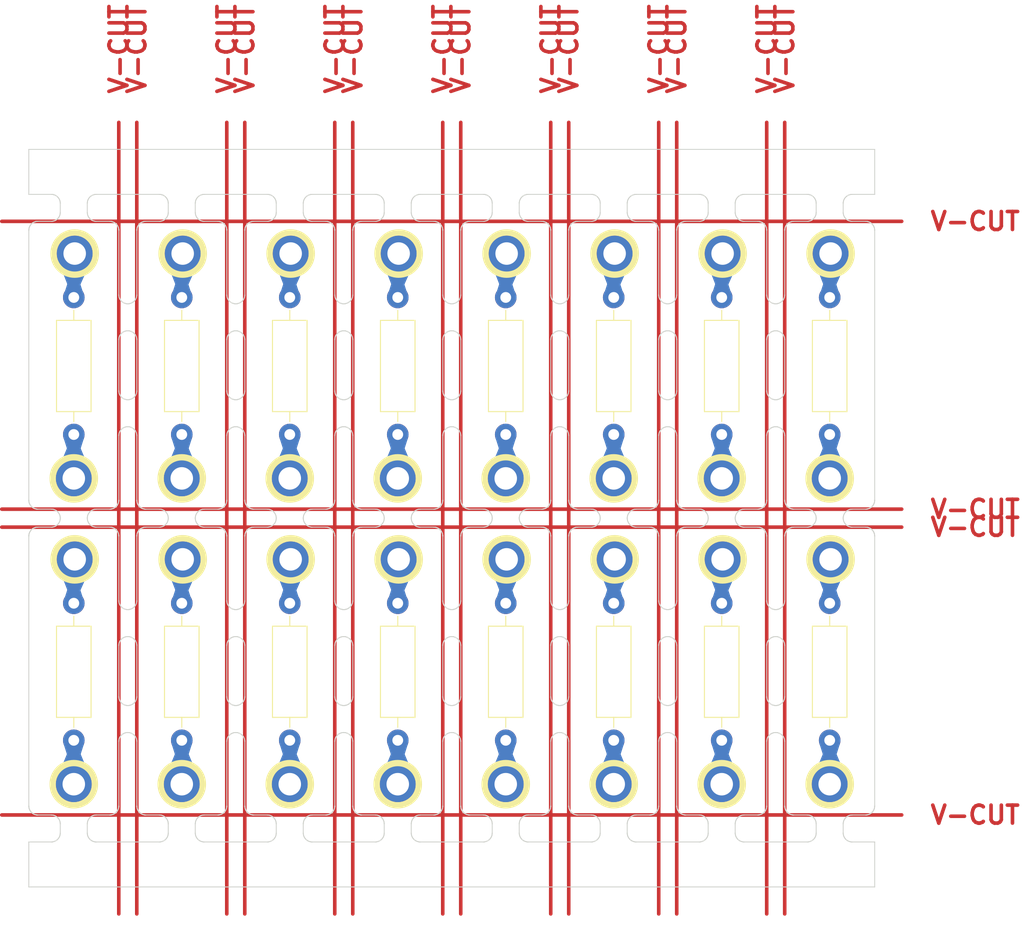
<source format=kicad_pcb>
(kicad_pcb (version 20240108) (generator "pcbnew") (generator_version "8.0")
  (layers (0 "F.Cu" signal) (31 "B.Cu" signal) (34 "B.Paste" user) (35 "F.Paste" user) (36 "B.SilkS" user "B.Silkscreen") (37 "F.SilkS" user "F.Silkscreen") (38 "B.Mask" user) (39 "F.Mask" user) (44 "Edge.Cuts" user))
  (net 0 "")
  (net 1 "Board_0-Net-(J1-Pin_1)")
  (net 2 "Board_0-Net-(J2-Pin_1)")
  (net 3 "Board_1-Net-(J1-Pin_1)")
  (net 4 "Board_1-Net-(J2-Pin_1)")
  (net 5 "Board_2-Net-(J1-Pin_1)")
  (net 6 "Board_2-Net-(J2-Pin_1)")
  (net 7 "Board_3-Net-(J1-Pin_1)")
  (net 8 "Board_3-Net-(J2-Pin_1)")
  (net 9 "Board_4-Net-(J1-Pin_1)")
  (net 10 "Board_4-Net-(J2-Pin_1)")
  (net 11 "Board_5-Net-(J1-Pin_1)")
  (net 12 "Board_5-Net-(J2-Pin_1)")
  (net 13 "Board_6-Net-(J1-Pin_1)")
  (net 14 "Board_6-Net-(J2-Pin_1)")
  (net 15 "Board_7-Net-(J1-Pin_1)")
  (net 16 "Board_7-Net-(J2-Pin_1)")
  (net 17 "Board_8-Net-(J1-Pin_1)")
  (net 18 "Board_8-Net-(J2-Pin_1)")
  (net 19 "Board_9-Net-(J1-Pin_1)")
  (net 20 "Board_9-Net-(J2-Pin_1)")
  (net 21 "Board_10-Net-(J1-Pin_1)")
  (net 22 "Board_10-Net-(J2-Pin_1)")
  (net 23 "Board_11-Net-(J1-Pin_1)")
  (net 24 "Board_11-Net-(J2-Pin_1)")
  (net 25 "Board_12-Net-(J1-Pin_1)")
  (net 26 "Board_12-Net-(J2-Pin_1)")
  (net 27 "Board_13-Net-(J1-Pin_1)")
  (net 28 "Board_13-Net-(J2-Pin_1)")
  (net 29 "Board_14-Net-(J1-Pin_1)")
  (net 30 "Board_14-Net-(J2-Pin_1)")
  (net 31 "Board_15-Net-(J1-Pin_1)")
  (net 32 "Board_15-Net-(J2-Pin_1)")
  (footprint "Resistor_THT:R_Axial_DIN0411_L9.9mm_D3.6mm_P15.24mm_Horizontal" (layer "F.Cu") (at 118.5 70.4605 -90)
    (property "Reference" "R1")
    (property "Value" "R")
  )
  (footprint "MountingHole:MountingHole_2.5mm_Pad" (layer "F.Cu") (at 118.6 31.5805)
    (property "Reference" "J1")
    (property "Value" "Conn_01x01_Socket" (hide yes))
  )
  (footprint "Resistor_THT:R_Axial_DIN0411_L9.9mm_D3.6mm_P15.24mm_Horizontal" (layer "F.Cu") (at 190.5 70.4605 -90)
    (property "Reference" "R1")
    (property "Value" "R")
  )
  (footprint "MountingHole:MountingHole_2.5mm_Pad" (layer "F.Cu") (at 142.5 90.5805)
    (property "Reference" "J2")
    (property "Value" "Conn_01x01_Socket" (hide yes))
  )
  (footprint "MountingHole:MountingHole_2.5mm_Pad" (layer "F.Cu") (at 178.5 56.5805)
    (property "Reference" "J2")
    (property "Value" "Conn_01x01_Socket" (hide yes))
  )
  (footprint "Resistor_THT:R_Axial_DIN0411_L9.9mm_D3.6mm_P15.24mm_Horizontal" (layer "F.Cu") (at 106.5 70.4605 -90)
    (property "Reference" "R1")
    (property "Value" "R")
  )
  (footprint "Resistor_THT:R_Axial_DIN0411_L9.9mm_D3.6mm_P15.24mm_Horizontal" (layer "F.Cu") (at 178.5 70.4605 -90)
    (property "Reference" "R1")
    (property "Value" "R")
  )
  (footprint "MountingHole:MountingHole_2.5mm_Pad" (layer "F.Cu") (at 106.6 31.5805)
    (property "Reference" "J1")
    (property "Value" "Conn_01x01_Socket" (hide yes))
  )
  (footprint "MountingHole:MountingHole_2.5mm_Pad" (layer "F.Cu") (at 106.5 56.5805)
    (property "Reference" "J2")
    (property "Value" "Conn_01x01_Socket" (hide yes))
  )
  (footprint "Resistor_THT:R_Axial_DIN0411_L9.9mm_D3.6mm_P15.24mm_Horizontal" (layer "F.Cu") (at 178.5 36.4605 -90)
    (property "Reference" "R1")
    (property "Value" "R")
  )
  (footprint "Resistor_THT:R_Axial_DIN0411_L9.9mm_D3.6mm_P15.24mm_Horizontal" (layer "F.Cu") (at 190.5 36.4605 -90)
    (property "Reference" "R1")
    (property "Value" "R")
  )
  (footprint "Resistor_THT:R_Axial_DIN0411_L9.9mm_D3.6mm_P15.24mm_Horizontal" (layer "F.Cu") (at 130.5 36.4605 -90)
    (property "Reference" "R1")
    (property "Value" "R")
  )
  (footprint "MountingHole:MountingHole_2.5mm_Pad" (layer "F.Cu") (at 142.6 65.5805)
    (property "Reference" "J1")
    (property "Value" "Conn_01x01_Socket" (hide yes))
  )
  (footprint "MountingHole:MountingHole_2.5mm_Pad" (layer "F.Cu") (at 190.5 90.5805)
    (property "Reference" "J2")
    (property "Value" "Conn_01x01_Socket" (hide yes))
  )
  (footprint "Resistor_THT:R_Axial_DIN0411_L9.9mm_D3.6mm_P15.24mm_Horizontal" (layer "F.Cu") (at 154.5 36.4605 -90)
    (property "Reference" "R1")
    (property "Value" "R")
  )
  (footprint "Resistor_THT:R_Axial_DIN0411_L9.9mm_D3.6mm_P15.24mm_Horizontal" (layer "F.Cu") (at 142.5 36.4605 -90)
    (property "Reference" "R1")
    (property "Value" "R")
  )
  (footprint "MountingHole:MountingHole_2.5mm_Pad" (layer "F.Cu") (at 190.6 31.5805)
    (property "Reference" "J1")
    (property "Value" "Conn_01x01_Socket" (hide yes))
  )
  (footprint "MountingHole:MountingHole_2.5mm_Pad" (layer "F.Cu") (at 154.5 90.5805)
    (property "Reference" "J2")
    (property "Value" "Conn_01x01_Socket" (hide yes))
  )
  (footprint "MountingHole:MountingHole_2.5mm_Pad" (layer "F.Cu") (at 166.6 31.5805)
    (property "Reference" "J1")
    (property "Value" "Conn_01x01_Socket" (hide yes))
  )
  (footprint "Resistor_THT:R_Axial_DIN0411_L9.9mm_D3.6mm_P15.24mm_Horizontal" (layer "F.Cu") (at 142.5 70.4605 -90)
    (property "Reference" "R1")
    (property "Value" "R")
  )
  (footprint "MountingHole:MountingHole_2.5mm_Pad" (layer "F.Cu") (at 118.5 56.5805)
    (property "Reference" "J2")
    (property "Value" "Conn_01x01_Socket" (hide yes))
  )
  (footprint "MountingHole:MountingHole_2.5mm_Pad" (layer "F.Cu") (at 154.5 56.5805)
    (property "Reference" "J2")
    (property "Value" "Conn_01x01_Socket" (hide yes))
  )
  (footprint "Resistor_THT:R_Axial_DIN0411_L9.9mm_D3.6mm_P15.24mm_Horizontal" (layer "F.Cu") (at 154.5 70.4605 -90)
    (property "Reference" "R1")
    (property "Value" "R")
  )
  (footprint "MountingHole:MountingHole_2.5mm_Pad" (layer "F.Cu") (at 130.6 65.5805)
    (property "Reference" "J1")
    (property "Value" "Conn_01x01_Socket" (hide yes))
  )
  (footprint "MountingHole:MountingHole_2.5mm_Pad" (layer "F.Cu") (at 130.5 56.5805)
    (property "Reference" "J2")
    (property "Value" "Conn_01x01_Socket" (hide yes))
  )
  (footprint "MountingHole:MountingHole_2.5mm_Pad" (layer "F.Cu") (at 166.5 90.5805)
    (property "Reference" "J2")
    (property "Value" "Conn_01x01_Socket" (hide yes))
  )
  (footprint "MountingHole:MountingHole_2.5mm_Pad" (layer "F.Cu") (at 118.5 90.5805)
    (property "Reference" "J2")
    (property "Value" "Conn_01x01_Socket" (hide yes))
  )
  (footprint "MountingHole:MountingHole_2.5mm_Pad" (layer "F.Cu") (at 178.6 31.5805)
    (property "Reference" "J1")
    (property "Value" "Conn_01x01_Socket" (hide yes))
  )
  (footprint "MountingHole:MountingHole_2.5mm_Pad" (layer "F.Cu") (at 142.6 31.5805)
    (property "Reference" "J1")
    (property "Value" "Conn_01x01_Socket" (hide yes))
  )
  (footprint "MountingHole:MountingHole_2.5mm_Pad" (layer "F.Cu") (at 130.5 90.5805)
    (property "Reference" "J2")
    (property "Value" "Conn_01x01_Socket" (hide yes))
  )
  (footprint "MountingHole:MountingHole_2.5mm_Pad" (layer "F.Cu") (at 178.6 65.5805)
    (property "Reference" "J1")
    (property "Value" "Conn_01x01_Socket" (hide yes))
  )
  (footprint "MountingHole:MountingHole_2.5mm_Pad" (layer "F.Cu") (at 130.6 31.5805)
    (property "Reference" "J1")
    (property "Value" "Conn_01x01_Socket" (hide yes))
  )
  (footprint "MountingHole:MountingHole_2.5mm_Pad" (layer "F.Cu") (at 154.6 31.5805)
    (property "Reference" "J1")
    (property "Value" "Conn_01x01_Socket" (hide yes))
  )
  (footprint "MountingHole:MountingHole_2.5mm_Pad" (layer "F.Cu") (at 178.5 90.5805)
    (property "Reference" "J2")
    (property "Value" "Conn_01x01_Socket" (hide yes))
  )
  (footprint "MountingHole:MountingHole_2.5mm_Pad" (layer "F.Cu") (at 142.5 56.5805)
    (property "Reference" "J2")
    (property "Value" "Conn_01x01_Socket" (hide yes))
  )
  (footprint "MountingHole:MountingHole_2.5mm_Pad" (layer "F.Cu") (at 190.6 65.5805)
    (property "Reference" "J1")
    (property "Value" "Conn_01x01_Socket" (hide yes))
  )
  (footprint "MountingHole:MountingHole_2.5mm_Pad" (layer "F.Cu") (at 106.5 90.5805)
    (property "Reference" "J2")
    (property "Value" "Conn_01x01_Socket" (hide yes))
  )
  (footprint "MountingHole:MountingHole_2.5mm_Pad" (layer "F.Cu") (at 118.6 65.5805)
    (property "Reference" "J1")
    (property "Value" "Conn_01x01_Socket" (hide yes))
  )
  (footprint "Resistor_THT:R_Axial_DIN0411_L9.9mm_D3.6mm_P15.24mm_Horizontal" (layer "F.Cu") (at 166.5 70.4605 -90)
    (property "Reference" "R1")
    (property "Value" "R")
  )
  (footprint "MountingHole:MountingHole_2.5mm_Pad" (layer "F.Cu") (at 190.5 56.5805)
    (property "Reference" "J2")
    (property "Value" "Conn_01x01_Socket" (hide yes))
  )
  (footprint "MountingHole:MountingHole_2.5mm_Pad" (layer "F.Cu") (at 106.6 65.5805)
    (property "Reference" "J1")
    (property "Value" "Conn_01x01_Socket" (hide yes))
  )
  (footprint "Resistor_THT:R_Axial_DIN0411_L9.9mm_D3.6mm_P15.24mm_Horizontal" (layer "F.Cu") (at 118.5 36.4605 -90)
    (property "Reference" "R1")
    (property "Value" "R")
  )
  (footprint "MountingHole:MountingHole_2.5mm_Pad" (layer "F.Cu") (at 154.6 65.5805)
    (property "Reference" "J1")
    (property "Value" "Conn_01x01_Socket" (hide yes))
  )
  (footprint "MountingHole:MountingHole_2.5mm_Pad" (layer "F.Cu") (at 166.6 65.5805)
    (property "Reference" "J1")
    (property "Value" "Conn_01x01_Socket" (hide yes))
  )
  (footprint "Resistor_THT:R_Axial_DIN0411_L9.9mm_D3.6mm_P15.24mm_Horizontal" (layer "F.Cu") (at 166.5 36.4605 -90)
    (property "Reference" "R1")
    (property "Value" "R")
  )
  (footprint "Resistor_THT:R_Axial_DIN0411_L9.9mm_D3.6mm_P15.24mm_Horizontal" (layer "F.Cu") (at 130.5 70.4605 -90)
    (property "Reference" "R1")
    (property "Value" "R")
  )
  (footprint "Resistor_THT:R_Axial_DIN0411_L9.9mm_D3.6mm_P15.24mm_Horizontal" (layer "F.Cu") (at 106.5 36.4605 -90)
    (property "Reference" "R1")
    (property "Value" "R")
  )
  (footprint "MountingHole:MountingHole_2.5mm_Pad" (layer "F.Cu") (at 166.5 56.5805)
    (property "Reference" "J2")
    (property "Value" "Conn_01x01_Socket" (hide yes))
  )
  (gr_line (start 135.5 17) (end 135.5 105.0015) (stroke (width 0.4)) (layer "F.Cu"))
  (gr_line (start 98.5 94.0005) (end 198.5 94.0005) (stroke (width 0.4)) (layer "F.Cu"))
  (gr_line (start 149.5 17) (end 149.5 105.0015) (stroke (width 0.4)) (layer "F.Cu"))
  (gr_line (start 159.5 17) (end 159.5 105.0015) (stroke (width 0.4)) (layer "F.Cu"))
  (gr_line (start 123.5 17) (end 123.5 105.0015) (stroke (width 0.4)) (layer "F.Cu"))
  (gr_line (start 111.5 17) (end 111.5 105.0015) (stroke (width 0.4)) (layer "F.Cu"))
  (gr_line (start 113.5 17) (end 113.5 105.0015) (stroke (width 0.4)) (layer "F.Cu"))
  (gr_line (start 98.5 28.0005) (end 198.5 28.0005) (stroke (width 0.4)) (layer "F.Cu"))
  (gr_line (start 173.5 17) (end 173.5 105.0015) (stroke (width 0.4)) (layer "F.Cu"))
  (gr_line (start 125.5 17) (end 125.5 105.0015) (stroke (width 0.4)) (layer "F.Cu"))
  (gr_line (start 98.5 60.0005) (end 198.5 60.0005) (stroke (width 0.4)) (layer "F.Cu"))
  (gr_line (start 98.5 62.0005) (end 198.5 62.0005) (stroke (width 0.4)) (layer "F.Cu"))
  (gr_line (start 137.5 17) (end 137.5 105.0015) (stroke (width 0.4)) (layer "F.Cu"))
  (gr_line (start 161.5 17) (end 161.5 105.0015) (stroke (width 0.4)) (layer "F.Cu"))
  (gr_line (start 183.5 17) (end 183.5 105.0015) (stroke (width 0.4)) (layer "F.Cu"))
  (gr_line (start 185.5 17) (end 185.5 105.0015) (stroke (width 0.4)) (layer "F.Cu"))
  (gr_line (start 147.5 17) (end 147.5 105.0015) (stroke (width 0.4)) (layer "F.Cu"))
  (gr_line (start 171.5 17) (end 171.5 105.0015) (stroke (width 0.4)) (layer "F.Cu"))
  (gr_circle (center 118.5 90.5805) (end 120.85 90.5805) (stroke (width 0.7)) (fill none) (layer "F.SilkS"))
  (gr_circle (center 106.5 90.5805) (end 108.85 90.5805) (stroke (width 0.7)) (fill none) (layer "F.SilkS"))
  (gr_circle (center 142.6 65.5805) (end 144.95 65.5805) (stroke (width 0.7)) (fill none) (layer "F.SilkS"))
  (gr_circle (center 166.5 90.5805) (end 168.85 90.5805) (stroke (width 0.7)) (fill none) (layer "F.SilkS"))
  (gr_circle (center 130.5 56.5805) (end 132.85 56.5805) (stroke (width 0.7)) (fill none) (layer "F.SilkS"))
  (gr_circle (center 154.5 90.5805) (end 156.85 90.5805) (stroke (width 0.7)) (fill none) (layer "F.SilkS"))
  (gr_circle (center 142.6 31.5805) (end 144.95 31.5805) (stroke (width 0.7)) (fill none) (layer "F.SilkS"))
  (gr_circle (center 106.6 65.5805) (end 108.95 65.5805) (stroke (width 0.7)) (fill none) (layer "F.SilkS"))
  (gr_circle (center 166.6 31.5805) (end 168.95 31.5805) (stroke (width 0.7)) (fill none) (layer "F.SilkS"))
  (gr_circle (center 118.5 56.5805) (end 120.85 56.5805) (stroke (width 0.7)) (fill none) (layer "F.SilkS"))
  (gr_circle (center 118.6 65.5805) (end 120.95 65.5805) (stroke (width 0.7)) (fill none) (layer "F.SilkS"))
  (gr_circle (center 154.6 31.5805) (end 156.95 31.5805) (stroke (width 0.7)) (fill none) (layer "F.SilkS"))
  (gr_circle (center 154.6 65.5805) (end 156.95 65.5805) (stroke (width 0.7)) (fill none) (layer "F.SilkS"))
  (gr_circle (center 142.5 90.5805) (end 144.85 90.5805) (stroke (width 0.7)) (fill none) (layer "F.SilkS"))
  (gr_circle (center 190.6 31.5805) (end 192.95 31.5805) (stroke (width 0.7)) (fill none) (layer "F.SilkS"))
  (gr_circle (center 190.5 90.5805) (end 192.85 90.5805) (stroke (width 0.7)) (fill none) (layer "F.SilkS"))
  (gr_circle (center 190.6 65.5805) (end 192.95 65.5805) (stroke (width 0.7)) (fill none) (layer "F.SilkS"))
  (gr_circle (center 106.6 31.5805) (end 108.95 31.5805) (stroke (width 0.7)) (fill none) (layer "F.SilkS"))
  (gr_circle (center 130.5 90.5805) (end 132.85 90.5805) (stroke (width 0.7)) (fill none) (layer "F.SilkS"))
  (gr_circle (center 178.5 56.5805) (end 180.85 56.5805) (stroke (width 0.7)) (fill none) (layer "F.SilkS"))
  (gr_circle (center 130.6 65.5805) (end 132.95 65.5805) (stroke (width 0.7)) (fill none) (layer "F.SilkS"))
  (gr_circle (center 118.6 31.5805) (end 120.95 31.5805) (stroke (width 0.7)) (fill none) (layer "F.SilkS"))
  (gr_circle (center 130.6 31.5805) (end 132.95 31.5805) (stroke (width 0.7)) (fill none) (layer "F.SilkS"))
  (gr_circle (center 178.6 65.5805) (end 180.95 65.5805) (stroke (width 0.7)) (fill none) (layer "F.SilkS"))
  (gr_circle (center 166.5 56.5805) (end 168.85 56.5805) (stroke (width 0.7)) (fill none) (layer "F.SilkS"))
  (gr_circle (center 142.5 56.5805) (end 144.85 56.5805) (stroke (width 0.7)) (fill none) (layer "F.SilkS"))
  (gr_circle (center 178.6 31.5805) (end 180.95 31.5805) (stroke (width 0.7)) (fill none) (layer "F.SilkS"))
  (gr_circle (center 154.5 56.5805) (end 156.85 56.5805) (stroke (width 0.7)) (fill none) (layer "F.SilkS"))
  (gr_circle (center 166.6 65.5805) (end 168.95 65.5805) (stroke (width 0.7)) (fill none) (layer "F.SilkS"))
  (gr_circle (center 106.5 56.5805) (end 108.85 56.5805) (stroke (width 0.7)) (fill none) (layer "F.SilkS"))
  (gr_circle (center 190.5 56.5805) (end 192.85 56.5805) (stroke (width 0.7)) (fill none) (layer "F.SilkS"))
  (gr_circle (center 178.5 90.5805) (end 180.85 90.5805) (stroke (width 0.7)) (fill none) (layer "F.SilkS"))
  (gr_line (start 134.63886 93.990568) (end 134.663897 93.986733) (stroke (width 0.1)) (layer "Edge.Cuts"))
  (gr_line (start 171.57612 47.216517) (end 171.558455 47.170723) (stroke (width 0.1)) (layer "Edge.Cuts"))
  (gr_line (start 188.195091 96.982285) (end 188.146731 96.990676) (stroke (width 0.1)) (layer "Edge.Cuts"))
  (gr_line (start 124.353268 47.823009) (end 124.304908 47.814618) (stroke (width 0.1)) (layer "Edge.Cuts"))
  (gr_line (start 171.66853 51.278262) (end 171.696792 51.238133) (stroke (width 0.1)) (layer "Edge.Cuts"))
  (gr_line (start 102.14093 93.933552) (end 102.164682 93.942349) (stroke (width 0.1)) (layer "Edge.Cuts"))
  (gr_line (start 183.250265 28.339727) (end 183.233285 28.320933) (stroke (width 0.1)) (layer "Edge.Cuts"))
  (gr_line (start 113.717229 93.622424) (end 113.733236 93.642054) (stroke (width 0.1)) (layer "Edge.Cuts"))
  (gr_line (start 160.353268 47.823009) (end 160.304908 47.814618) (stroke (width 0.1)) (layer "Edge.Cuts"))
  (gr_line (start 185.470031 70.410147) (end 185.45694 70.457452) (stroke (width 0.1)) (layer "Edge.Cuts"))
  (gr_line (start 172.695091 37.147951) (end 172.646731 37.156343) (stroke (width 0.1)) (layer "Edge.Cuts"))
  (gr_line (start 159.57612 40.784482) (end 159.59601 40.739611) (stroke (width 0.1)) (layer "Edge.Cuts"))
  (gr_line (start 104.049068 94.001704) (end 104.098018 94.005315) (stroke (width 0.1)) (layer "Edge.Cuts"))
  (gr_line (start 125.981953 59.85557) (end 126.00378 59.868419) (stroke (width 0.1)) (layer "Edge.Cuts"))
  (gr_line (start 144.950931 94.001704) (end 144.999999 94.0005) (stroke (width 0.1)) (layer "Edge.Cuts"))
  (gr_line (start 183.944429 85.002363) (end 183.985896 84.976104) (stroke (width 0.1)) (layer "Edge.Cuts"))
  (gr_line (start 152.514103 96.859228) (end 152.471397 96.883421) (stroke (width 0.1)) (layer "Edge.Cuts"))
  (gr_line (start 120.196792 94.4048) (end 120.226989 94.366106) (stroke (width 0.1)) (layer "Edge.Cuts"))
  (gr_line (start 194.506331 62.00066) (end 194.493666 62.0005) (stroke (width 0.1)) (layer "Edge.Cuts"))
  (gr_line (start 186.361139 59.990568) (end 186.386264 59.993768) (stroke (width 0.1)) (layer "Edge.Cuts"))
  (gr_line (start 185.403989 36.594722) (end 185.381921 36.638563) (stroke (width 0.1)) (layer "Edge.Cuts"))
  (gr_line (start 112.163109 40.225622) (end 112.209714 40.210226) (stroke (width 0.1)) (layer "Edge.Cuts"))
  (gr_line (start 147.490068 28.861639) (end 147.486233 28.836602) (stroke (width 0.1)) (layer "Edge.Cuts"))
  (gr_line (start 159.944429 85.002363) (end 159.985896 84.976104) (stroke (width 0.1)) (layer "Edge.Cuts"))
  (gr_line (start 101.981953 28.145429) (end 101.960458 28.158827) (stroke (width 0.1)) (layer "Edge.Cuts"))
  (gr_line (start 116.857728 25.485896) (end 116.881921 25.528602) (stroke (width 0.1)) (layer "Edge.Cuts"))
  (gr_line (start 132.853268 61.989676) (end 132.804908 61.981285) (stroke (width 0.1)) (layer "Edge.Cuts"))
  (gr_line (start 171.5 41.167165) (end 171.501204 41.118098) (stroke (width 0.1)) (layer "Edge.Cuts"))
  (gr_line (start 148.450931 50.835037) (end 148.499999 50.833833) (stroke (width 0.1)) (layer "Edge.Cuts"))
  (gr_line (start 180.32844 27.741451) (end 180.292892 27.707607) (stroke (width 0.1)) (layer "Edge.Cuts"))
  (gr_line (start 137.095699 47.637041) (end 137.05557 47.665303) (stroke (width 0.1)) (layer "Edge.Cuts"))
  (gr_line (start 192.004815 94.902481) (end 192.010823 94.853768) (stroke (width 0.1)) (layer "Edge.Cuts"))
  (gr_line (start 164.881921 96.472897) (end 164.857728 96.515603) (stroke (width 0.1)) (layer "Edge.Cuts"))
  (gr_line (start 137.095699 51.030625) (end 137.134393 51.060822) (stroke (width 0.1)) (layer "Edge.Cuts"))
  (gr_line (start 136.971397 40.285245) (end 137.014103 40.309437) (stroke (width 0.1)) (layer "Edge.Cuts"))
  (gr_line (start 147.423657 93.383091) (end 147.433052 93.359569) (stroke (width 0.1)) (layer "Edge.Cuts"))
  (gr_line (start 136.499999 71.167166) (end 136.450931 71.165962) (stroke (width 0.1)) (layer "Edge.Cuts"))
  (gr_line (start 101.566947 28.64143) (end 101.55815 28.665182) (stroke (width 0.1)) (layer "Edge.Cuts"))
  (gr_line (start 158.882591 59.924157) (end 158.905867 59.914168) (stroke (width 0.1)) (layer "Edge.Cuts"))
  (gr_line (start 160.74298 84.863802) (end 160.790285 84.876892) (stroke (width 0.1)) (layer "Edge.Cuts"))
  (gr_line (start 124.450931 71.165962) (end 124.401981 71.162351) (stroke (width 0.1)) (layer "Edge.Cuts"))
  (gr_line (start 135.57612 40.784482) (end 135.59601 40.739611) (stroke (width 0.1)) (layer "Edge.Cuts"))
  (gr_line (start 171.476666 62.78686) (end 171.47094 62.762187) (stroke (width 0.1)) (layer "Edge.Cuts"))
  (gr_line (start 128.707107 60.293392) (end 128.740951 60.32894) (stroke (width 0.1)) (layer "Edge.Cuts"))
  (gr_line (start 149.441544 81.170723) (end 149.423879 81.216517) (stroke (width 0.1)) (layer "Edge.Cuts"))
  (gr_line (start 147.759048 85.162274) (end 147.792892 85.126726) (stroke (width 0.1)) (layer "Edge.Cuts"))
  (gr_line (start 174.117408 62.076842) (end 174.094132 62.086831) (stroke (width 0.1)) (layer "Edge.Cuts"))
  (gr_line (start 164.595699 96.804707) (end 164.55557 96.832969) (stroke (width 0.1)) (layer "Edge.Cuts"))
  (gr_line (start 124.450931 74.168371) (end 124.499999 74.167166) (stroke (width 0.1)) (layer "Edge.Cuts"))
  (gr_line (start 135.081479 28.187234) (end 135.06069 28.172765) (stroke (width 0.1)) (layer "Edge.Cuts"))
  (gr_line (start 159.266763 62.358945) (end 159.250265 62.339727) (stroke (width 0.1)) (layer "Edge.Cuts"))
  (gr_line (start 132.07612 60.617815) (end 132.09601 60.572944) (stroke (width 0.1)) (layer "Edge.Cuts"))
  (gr_line (start 183.510823 70.313897) (end 183.504815 70.265184) (stroke (width 0.1)) (layer "Edge.Cuts"))
  (gr_line (start 180.365606 94.227489) (end 180.4043 94.197292) (stroke (width 0.1)) (layer "Edge.Cuts"))
  (gr_line (start 159.215834 59.698424) (end 159.233285 59.680066) (stroke (width 0.1)) (layer "Edge.Cuts"))
  (gr_line (start 184.695091 71.147951) (end 184.646731 71.156343) (stroke (width 0.1)) (layer "Edge.Cuts"))
  (gr_line (start 171.5 58.994166) (end 171.5 51.833832) (stroke (width 0.1)) (layer "Edge.Cuts"))
  (gr_line (start 147.57612 51.451149) (end 147.59601 51.406277) (stroke (width 0.1)) (layer "Edge.Cuts"))
  (gr_line (start 170.63886 28.010431) (end 170.613735 28.007231) (stroke (width 0.1)) (layer "Edge.Cuts"))
  (gr_line (start 185.480785 47.028924) (end 185.470031 47.076814) (stroke (width 0.1)) (layer "Edge.Cuts"))
  (gr_line (start 161.171559 36.908118) (end 161.134393 36.940177) (stroke (width 0.1)) (layer "Edge.Cuts"))
  (gr_line (start 104.989176 27.147231) (end 104.980785 27.195591) (stroke (width 0.1)) (layer "Edge.Cuts"))
  (gr_line (start 135.5 80.833834) (end 135.5 75.167165) (stroke (width 0.1)) (layer "Edge.Cuts"))
  (gr_line (start 188.049068 25.001204) (end 188.098018 25.004815) (stroke (width 0.1)) (layer "Edge.Cuts"))
  (gr_line (start 135.367919 62.50428) (end 135.35507 62.482453) (stroke (width 0.1)) (layer "Edge.Cuts"))
  (gr_line (start 159.499839 93.006831) (end 159.499999 92.994166) (stroke (width 0.1)) (layer "Edge.Cuts"))
  (gr_line (start 124.209714 74.210226) (end 124.257019 74.197135) (stroke (width 0.1)) (layer "Edge.Cuts"))
  (gr_line (start 101.523333 62.786861) (end 101.518235 62.811671) (stroke (width 0.1)) (layer "Edge.Cuts"))
  (gr_line (start 174.411463 59.996331) (end 174.436719 59.998254) (stroke (width 0.1)) (layer "Edge.Cuts"))
  (gr_line (start 120.617315 94.07662) (end 120.663109 94.058955) (stroke (width 0.1)) (layer "Edge.Cuts"))
  (gr_line (start 120.019214 96.196591) (end 120.010823 96.148231) (stroke (width 0.1)) (layer "Edge.Cuts"))
  (gr_line (start 159.266763 28.358945) (end 159.250265 28.339727) (stroke (width 0.1)) (layer "Edge.Cuts"))
  (gr_line (start 171.018046 59.85557) (end 171.039541 59.842172) (stroke (width 0.1)) (layer "Edge.Cuts"))
  (gr_line (start 137.240951 70.838725) (end 137.207107 70.874273) (stroke (width 0.1)) (layer "Edge.Cuts"))
  (gr_line (start 186.286361 93.977166) (end 186.311171 93.982264) (stroke (width 0.1)) (layer "Edge.Cuts"))
  (gr_line (start 132.004815 61.098518) (end 132.001204 61.049568) (stroke (width 0.1)) (layer "Edge.Cuts"))
  (gr_line (start 137.506731 93.114235) (end 137.509931 93.13936) (stroke (width 0.1)) (layer "Edge.Cuts"))
  (gr_line (start 164.382684 96.925379) (end 164.33689 96.943044) (stroke (width 0.1)) (layer "Edge.Cuts"))
  (gr_line (start 194.996219 62.132579) (end 194.974073 62.120287) (stroke (width 0.1)) (layer "Edge.Cuts"))
  (gr_line (start 156.365606 60.227489) (end 156.4043 60.197292) (stroke (width 0.1)) (layer "Edge.Cuts"))
  (gr_line (start 158.974073 28.120287) (end 158.951622 28.10856) (stroke (width 0.1)) (layer "Edge.Cuts"))
  (gr_line (start 150.436719 62.002745) (end 150.411463 62.004668) (stroke (width 0.1)) (layer "Edge.Cuts"))
  (gr_line (start 134.974073 62.120287) (end 134.951622 62.10856) (stroke (width 0.1)) (layer "Edge.Cuts"))
  (gr_line (start 161.357728 51.31973) (end 161.381921 51.362436) (stroke (width 0.1)) (layer "Edge.Cuts"))
  (gr_line (start 135.413668 28.594632) (end 135.403093 28.571617) (stroke (width 0.1)) (layer "Edge.Cuts"))
  (gr_line (start 159.726989 85.199439) (end 159.759048 85.162274) (stroke (width 0.1)) (layer "Edge.Cuts"))
  (gr_line (start 182.928882 93.903593) (end 182.951622 93.892439) (stroke (width 0.1)) (layer "Edge.Cuts"))
  (gr_line (start 149.632079 28.50428) (end 149.619787 28.526426) (stroke (width 0.1)) (layer "Edge.Cuts"))
  (gr_line (start 132.757019 60.030468) (end 132.804908 60.019714) (stroke (width 0.1)) (layer "Edge.Cuts"))
  (gr_line (start 116.77301 61.634893) (end 116.740951 61.672059) (stroke (width 0.1)) (layer "Edge.Cuts"))
  (gr_line (start 112.257019 81.803864) (end 112.209714 81.790773) (stroke (width 0.1)) (layer "Edge.Cuts"))
  (gr_line (start 184.927555 50.929843) (end 184.971397 50.951911) (stroke (width 0.1)) (layer "Edge.Cuts"))
  (gr_line (start 128.671559 94.259548) (end 128.707107 94.293392) (stroke (width 0.1)) (layer "Edge.Cuts"))
  (gr_line (start 111.510823 75.020435) (end 111.519214 74.972075) (stroke (width 0.1)) (layer "Edge.Cuts"))
  (gr_line (start 170.905867 28.086831) (end 170.882591 28.076842) (stroke (width 0.1)) (layer "Edge.Cuts"))
  (gr_line (start 182.787183 62.042875) (end 182.762832 62.035907) (stroke (width 0.1)) (layer "Edge.Cuts"))
  (gr_line (start 132.226989 61.634893) (end 132.196792 61.596199) (stroke (width 0.1)) (layer "Edge.Cuts"))
  (gr_line (start 122.996219 93.868419) (end 123.018046 93.85557) (stroke (width 0.1)) (layer "Edge.Cuts"))
  (gr_line (start 192.196792 61.596199) (end 192.16853 61.55607) (stroke (width 0.1)) (layer "Edge.Cuts"))
  (gr_line (start 173.644929 93.518546) (end 173.658327 93.540041) (stroke (width 0.1)) (layer "Edge.Cuts"))
  (gr_line (start 138.048377 93.892439) (end 138.071117 93.903593) (stroke (width 0.1)) (layer "Edge.Cuts"))
  (gr_line (start 188.427555 60.09651) (end 188.471397 60.118578) (stroke (width 0.1)) (layer "Edge.Cuts"))
  (gr_line (start 150.336102 28.014266) (end 150.311171 28.018735) (stroke (width 0.1)) (layer "Edge.Cuts"))
  (gr_line (start 111.642271 36.681269) (end 111.618078 36.638563) (stroke (width 0.1)) (layer "Edge.Cuts"))
  (gr_line (start 156.999999 97.0015) (end 156.950931 97.000295) (stroke (width 0.1)) (layer "Edge.Cuts"))
  (gr_line (start 144.572444 60.09651) (end 144.617315 60.07662) (stroke (width 0.1)) (layer "Edge.Cuts"))
  (gr_line (start 156.663109 61.942044) (end 156.617315 61.924379) (stroke (width 0.1)) (layer "Edge.Cuts"))
  (gr_line (start 111.519214 47.028924) (end 111.510823 46.980564) (stroke (width 0.1)) (layer "Edge.Cuts"))
  (gr_line (start 183.497754 28.937219) (end 183.495831 28.911963) (stroke (width 0.1)) (layer "Edge.Cuts"))
  (gr_line (start 173.586331 59.406367) (end 173.596906 59.429382) (stroke (width 0.1)) (layer "Edge.Cuts"))
  (gr_line (start 156.001204 25.950931) (end 156.004815 25.901981) (stroke (width 0.1)) (layer "Edge.Cuts"))
  (gr_line (start 180.572444 94.09651) (end 180.617315 94.07662) (stroke (width 0.1)) (layer "Edge.Cuts"))
  (gr_line (start 144.901981 25.004815) (end 144.950931 25.001204) (stroke (width 0.1)) (layer "Edge.Cuts"))
  (gr_line (start 146.713638 28.023833) (end 146.688828 28.018735) (stroke (width 0.1)) (layer "Edge.Cuts"))
  (gr_line (start 174.094132 28.086831) (end 174.071117 28.097406) (stroke (width 0.1)) (layer "Edge.Cuts"))
  (gr_line (start 156.444429 94.16903) (end 156.485896 94.142771) (stroke (width 0.1)) (layer "Edge.Cuts"))
  (gr_line (start 185.5 29.006833) (end 185.5 36.167167) (stroke (width 0.1)) (layer "Edge.Cuts"))
  (gr_line (start 149.535407 28.737667) (end 149.529059 28.762187) (stroke (width 0.1)) (layer "Edge.Cuts"))
  (gr_line (start 174.462015 62.001462) (end 174.436719 62.002745) (stroke (width 0.1)) (layer "Edge.Cuts"))
  (gr_line (start 156.365606 96.77451) (end 156.32844 96.742451) (stroke (width 0.1)) (layer "Edge.Cuts"))
  (gr_line (start 147.696792 70.762866) (end 147.66853 70.722737) (stroke (width 0.1)) (layer "Edge.Cuts"))
  (gr_line (start 116.881921 94.529102) (end 116.903989 94.572944) (stroke (width 0.1)) (layer "Edge.Cuts"))
  (gr_line (start 148.882684 81.757712) (end 148.83689 81.775377) (stroke (width 0.1)) (layer "Edge.Cuts"))
  (gr_line (start 125.91852 59.813765) (end 125.939309 59.828234) (stroke (width 0.1)) (layer "Edge.Cuts"))
  (gr_line (start 195.486233 62.836602) (end 195.481764 62.811671) (stroke (width 0.1)) (layer "Edge.Cuts"))
  (gr_line (start 159.5 70.167167) (end 159.5 63.006833) (stroke (width 0.1)) (layer "Edge.Cuts"))
  (gr_line (start 183.504815 36.265184) (end 183.501204 36.216235) (stroke (width 0.1)) (layer "Edge.Cuts"))
  (gr_line (start 140.146731 94.011323) (end 140.195091 94.019714) (stroke (width 0.1)) (layer "Edge.Cuts"))
  (gr_line (start 102.237167 28.035907) (end 102.212816 28.042875) (stroke (width 0.1)) (layer "Edge.Cuts"))
  (gr_line (start 110.493666 60.000499) (end 110.506331 60.000339) (stroke (width 0.1)) (layer "Edge.Cuts"))
  (gr_line (start 114.14093 62.067447) (end 114.117408 62.076842) (stroke (width 0.1)) (layer "Edge.Cuts"))
  (gr_line (start 104.941544 25.663109) (end 104.95694 25.709714) (stroke (width 0.1)) (layer "Edge.Cuts"))
  (gr_line (start 140.471397 61.882421) (end 140.427555 61.904489) (stroke (width 0.1)) (layer "Edge.Cuts"))
  (gr_line (start 144.001204 96.050568) (end 144 96.0015) (stroke (width 0.1)) (layer "Edge.Cuts"))
  (gr_line (start 173.470031 81.076814) (end 173.45694 81.124118) (stroke (width 0.1)) (layer "Edge.Cuts"))
  (gr_line (start 137.513766 62.836602) (end 137.509931 62.861639) (stroke (width 0.1)) (layer "Edge.Cuts"))
  (gr_line (start 120.804908 94.019714) (end 120.853268 94.011323) (stroke (width 0.1)) (layer "Edge.Cuts"))
  (gr_line (start 156.019214 94.805408) (end 156.029968 94.757519) (stroke (width 0.1)) (layer "Edge.Cuts"))
  (gr_line (start 126.071117 59.903593) (end 126.094132 59.914168) (stroke (width 0.1)) (layer "Edge.Cuts"))
  (gr_line (start 183.865606 85.060822) (end 183.9043 85.030625) (stroke (width 0.1)) (layer "Edge.Cuts"))
  (gr_line (start 161.095699 74.363958) (end 161.134393 74.394155) (stroke (width 0.1)) (layer "Edge.Cuts"))
  (gr_line (start 152.941544 60.663609) (end 152.95694 60.710214) (stroke (width 0.1)) (layer "Edge.Cuts"))
  (gr_line (start 160.163109 81.775377) (end 160.117315 81.757712) (stroke (width 0.1)) (layer "Edge.Cuts"))
  (gr_line (start 170.835317 62.05865) (end 170.81135 62.050458) (stroke (width 0.1)) (layer "Edge.Cuts"))
  (gr_line (start 104.290285 94.043559) (end 104.33689 94.058955) (stroke (width 0.1)) (layer "Edge.Cuts"))
  (gr_line (start 128.427555 96.905489) (end 128.382684 96.925379) (stroke (width 0.1)) (layer "Edge.Cuts"))
  (gr_line (start 104.595699 61.803707) (end 104.55557 61.831969) (stroke (width 0.1)) (layer "Edge.Cuts"))
  (gr_line (start 171.618078 85.362436) (end 171.642271 85.31973) (stroke (width 0.1)) (layer "Edge.Cuts"))
  (gr_line (start 159.499999 29.006833) (end 159.499839 28.994168) (stroke (width 0.1)) (layer "Edge.Cuts"))
  (gr_line (start 137.717229 59.622424) (end 137.733236 59.642054) (stroke (width 0.1)) (layer "Edge.Cuts"))
  (gr_line (start 108.142271 61.514603) (end 108.118078 61.471897) (stroke (width 0.1)) (layer "Edge.Cuts"))
  (gr_line (start 176.427555 27.904489) (end 176.382684 27.924379) (stroke (width 0.1)) (layer "Edge.Cuts"))
  (gr_line (start 160.499999 37.167166) (end 160.450931 37.165962) (stroke (width 0.1)) (layer "Edge.Cuts"))
  (gr_line (start 113.381921 40.695769) (end 113.403989 40.739611) (stroke (width 0.1)) (layer "Edge.Cuts"))
  (gr_line (start 124.401981 71.162351) (end 124.353268 71.156343) (stroke (width 0.1)) (layer "Edge.Cuts"))
  (gr_line (start 176.24298 94.030468) (end 176.290285 94.043559) (stroke (width 0.1)) (layer "Edge.Cuts"))
  (gr_line (start 137.717229 62.378575) (end 137.701726 62.398605) (stroke (width 0.1)) (layer "Edge.Cuts"))
  (gr_line (start 111.233285 28.320933) (end 111.215834 28.302575) (stroke (width 0.1)) (layer "Edge.Cuts"))
  (gr_line (start 135.558455 70.504057) (end 135.543059 70.457452) (stroke (width 0.1)) (layer "Edge.Cuts"))
  (gr_line (start 173.489176 70.313897) (end 173.480785 70.362257) (stroke (width 0.1)) (layer "Edge.Cuts"))
  (gr_line (start 101.55815 59.335817) (end 101.566947 59.359569) (stroke (width 0.1)) (layer "Edge.Cuts"))
  (gr_line (start 140 60.0005) (end 140.049068 60.001704) (stroke (width 0.1)) (layer "Edge.Cuts"))
  (gr_line (start 147.57612 74.784482) (end 147.59601 74.739611) (stroke (width 0.1)) (layer "Edge.Cuts"))
  (gr_line (start 137.802075 28.284665) (end 137.784165 28.302575) (stroke (width 0.1)) (layer "Edge.Cuts"))
  (gr_line (start 173.171559 85.092881) (end 173.207107 85.126726) (stroke (width 0.1)) (layer "Edge.Cuts"))
  (gr_line (start 146.588536 62.004668) (end 146.56328 62.002745) (stroke (width 0.1)) (layer "Edge.Cuts"))
  (gr_line (start 156.617315 25.07612) (end 156.663109 25.058455) (stroke (width 0.1)) (layer "Edge.Cuts"))
  (gr_line (start 112.790285 74.210226) (end 112.83689 74.225622) (stroke (width 0.1)) (layer "Edge.Cuts"))
  (gr_line (start 159.457624 62.713316) (end 159.450041 62.689149) (stroke (width 0.1)) (layer "Edge.Cuts"))
  (gr_line (start 123.501204 75.118098) (end 123.504815 75.069148) (stroke (width 0.1)) (layer "Edge.Cuts"))
  (gr_line (start 164.195091 27.981285) (end 164.146731 27.989676) (stroke (width 0.1)) (layer "Edge.Cuts"))
  (gr_line (start 176.290285 96.95844) (end 176.24298 96.971531) (stroke (width 0.1)) (layer "Edge.Cuts"))
  (gr_line (start 135.618078 40.695769) (end 135.642271 40.653063) (stroke (width 0.1)) (layer "Edge.Cuts"))
  (gr_line (start 101.672265 62.439809) (end 101.658327 62.460958) (stroke (width 0.1)) (layer "Edge.Cuts"))
  (gr_line (start 183.380212 62.526426) (end 183.36792 62.50428) (stroke (width 0.1)) (layer "Edge.Cuts"))
  (gr_line (start 101.766714 62.320933) (end 101.749734 62.339727) (stroke (width 0.1)) (layer "Edge.Cuts"))
  (gr_line (start 108.226989 96.635893) (end 108.196792 96.597199) (stroke (width 0.1)) (layer "Edge.Cuts"))
  (gr_line (start 111.481764 59.189328) (end 111.486233 59.164397) (stroke (width 0.1)) (layer "Edge.Cuts"))
  (gr_line (start 104.514103 60.142771) (end 104.55557 60.16903) (stroke (width 0.1)) (layer "Edge.Cuts"))
  (gr_line (start 123.413668 28.594632) (end 123.403093 28.571617) (stroke (width 0.1)) (layer "Edge.Cuts"))
  (gr_line (start 138.261687 62.029559) (end 138.237167 62.035907) (stroke (width 0.1)) (layer "Edge.Cuts"))
  (gr_line (start 161.207107 47.54094) (end 161.171559 47.574784) (stroke (width 0.1)) (layer "Edge.Cuts"))
  (gr_line (start 184.117315 74.243287) (end 184.163109 74.225622) (stroke (width 0.1)) (layer "Edge.Cuts"))
  (gr_line (start 123.66853 85.278262) (end 123.696792 85.238133) (stroke (width 0.1)) (layer "Edge.Cuts"))
  (gr_line (start 188.595699 27.803707) (end 188.55557 27.831969) (stroke (width 0.1)) (layer "Edge.Cuts"))
  (gr_line (start 120.950931 27.999295) (end 120.901981 27.995684) (stroke (width 0.1)) (layer "Edge.Cuts"))
  (gr_line (start 186.411463 59.996331) (end 186.436719 59.998254) (stroke (width 0.1)) (layer "Edge.Cuts"))
  (gr_line (start 136.401981 81.829018) (end 136.353268 81.823009) (stroke (width 0.1)) (layer "Edge.Cuts"))
  (gr_line (start 195.441849 62.665182) (end 195.433052 62.64143) (stroke (width 0.1)) (layer "Edge.Cuts"))
  (gr_line (start 112.353268 74.17799) (end 112.401981 74.171981) (stroke (width 0.1)) (layer "Edge.Cuts"))
  (gr_line (start 137.644929 62.482453) (end 137.63208 62.50428) (stroke (width 0.1)) (layer "Edge.Cuts"))
  (gr_line (start 137.480785 51.638742) (end 137.489176 51.687102) (stroke (width 0.1)) (layer "Edge.Cuts"))
  (gr_line (start 112.83689 74.225622) (end 112.882684 74.243287) (stroke (width 0.1)) (layer "Edge.Cuts"))
  (gr_line (start 161.535407 28.737667) (end 161.529059 28.762187) (stroke (width 0.1)) (layer "Edge.Cuts"))
  (gr_line (start 156.029968 60.757519) (end 156.043059 60.710214) (stroke (width 0.1)) (layer "Edge.Cuts"))
  (gr_line (start 184.257019 50.863802) (end 184.304908 50.853048) (stroke (width 0.1)) (layer "Edge.Cuts"))
  (gr_line (start 111.82844 81.574784) (end 111.792892 81.54094) (stroke (width 0.1)) (layer "Edge.Cuts"))
  (gr_line (start 149.403989 70.594722) (end 149.381921 70.638563) (stroke (width 0.1)) (layer "Edge.Cuts"))
  (gr_line (start 173.509931 93.13936) (end 173.513766 93.164397) (stroke (width 0.1)) (layer "Edge.Cuts"))
  (gr_line (start 113.014103 84.976104) (end 113.05557 85.002363) (stroke (width 0.1)) (layer "Edge.Cuts"))
  (gr_line (start 192.999999 94.0005) (end 194.493666 94.0005) (stroke (width 0.1)) (layer "Edge.Cuts"))
  (gr_line (start 161.502245 62.937219) (end 161.500962 62.962515) (stroke (width 0.1)) (layer "Edge.Cuts"))
  (gr_line (start 159.179566 62.267214) (end 159.160772 62.250234) (stroke (width 0.1)) (layer "Edge.Cuts"))
  (gr_line (start 144.226989 61.634893) (end 144.196792 61.596199) (stroke (width 0.1)) (layer "Edge.Cuts"))
  (gr_line (start 104.857728 94.486396) (end 104.881921 94.529102) (stroke (width 0.1)) (layer "Edge.Cuts"))
  (gr_line (start 102.212816 59.958124) (end 102.237167 59.965092) (stroke (width 0.1)) (layer "Edge.Cuts"))
  (gr_line (start 168.853268 25.010823) (end 168.901981 25.004815) (stroke (width 0.1)) (layer "Edge.Cuts"))
  (gr_line (start 164.923879 61.383184) (end 164.903989 61.428055) (stroke (width 0.1)) (layer "Edge.Cuts"))
  (gr_line (start 128.95694 60.710214) (end 128.970031 60.757519) (stroke (width 0.1)) (layer "Edge.Cuts"))
  (gr_line (start 111.380212 28.526426) (end 111.36792 28.50428) (stroke (width 0.1)) (layer "Edge.Cuts"))
  (gr_line (start 125.05557 40.335696) (end 125.095699 40.363958) (stroke (width 0.1)) (layer "Edge.Cuts"))
  (gr_line (start 173.207107 36.874273) (end 173.171559 36.908118) (stroke (width 0.1)) (layer "Edge.Cuts"))
  (gr_line (start 125.576342 59.383091) (end 125.586331 59.406367) (stroke (width 0.1)) (layer "Edge.Cuts"))
  (gr_line (start 182.996219 62.132579) (end 182.974073 62.120287) (stroke (width 0.1)) (layer "Edge.Cuts"))
  (gr_line (start 124.401981 47.829018) (end 124.353268 47.823009) (stroke (width 0.1)) (layer "Edge.Cuts"))
  (gr_line (start 152.831469 27.55607) (end 152.803207 27.596199) (stroke (width 0.1)) (layer "Edge.Cuts"))
  (gr_line (start 183.66853 85.278262) (end 183.696792 85.238133) (stroke (width 0.1)) (layer "Edge.Cuts"))
  (gr_line (start 123.57612 51.451149) (end 123.59601 51.406277) (stroke (width 0.1)) (layer "Edge.Cuts"))
  (gr_line (start 132.09601 60.572944) (end 132.118078 60.529102) (stroke (width 0.1)) (layer "Edge.Cuts"))
  (gr_line (start 111.215834 62.302575) (end 111.197924 62.284665) (stroke (width 0.1)) (layer "Edge.Cuts"))
  (gr_line (start 161.766714 93.680066) (end 161.784165 93.698424) (stroke (width 0.1)) (layer "Edge.Cuts"))
  (gr_line (start 164.980785 25.804908) (end 164.989176 25.853268) (stroke (width 0.1)) (layer "Edge.Cuts"))
  (gr_line (start 108.142271 96.515603) (end 108.118078 96.472897) (stroke (width 0.1)) (layer "Edge.Cuts"))
  (gr_line (start 168.043059 27.290785) (end 168.029968 27.24348) (stroke (width 0.1)) (layer "Edge.Cuts"))
  (gr_line (start 147.476666 62.78686) (end 147.47094 62.762187) (stroke (width 0.1)) (layer "Edge.Cuts"))
  (gr_line (start 161.441544 70.504057) (end 161.423879 70.54985) (stroke (width 0.1)) (layer "Edge.Cuts"))
  (gr_line (start 185.480785 85.638742) (end 185.489176 85.687102) (stroke (width 0.1)) (layer "Edge.Cuts"))
  (gr_line (start 192.901981 25.004815) (end 192.950931 25.001204) (stroke (width 0.1)) (layer "Edge.Cuts"))
  (gr_line (start 160.695091 37.147951) (end 160.646731 37.156343) (stroke (width 0.1)) (layer "Edge.Cuts"))
  (gr_line (start 173.45694 74.876881) (end 173.470031 74.924185) (stroke (width 0.1)) (layer "Edge.Cuts"))
  (gr_line (start 125.423879 81.216517) (end 125.403989 81.261388) (stroke (width 0.1)) (layer "Edge.Cuts"))
  (gr_line (start 161.05557 36.998636) (end 161.014103 37.024895) (stroke (width 0.1)) (layer "Edge.Cuts"))
  (gr_line (start 116 94.0005) (end 116.049068 94.001704) (stroke (width 0.1)) (layer "Edge.Cuts"))
  (gr_line (start 125.60806 93.452122) (end 125.619787 93.474573) (stroke (width 0.1)) (layer "Edge.Cuts"))
  (gr_line (start 180.142271 60.486396) (end 180.16853 60.444929) (stroke (width 0.1)) (layer "Edge.Cuts"))
  (gr_line (start 113.470031 70.410147) (end 113.45694 70.457452) (stroke (width 0.1)) (layer "Edge.Cuts"))
  (gr_line (start 184.072444 47.737822) (end 184.028602 47.715754) (stroke (width 0.1)) (layer "Edge.Cuts"))
  (gr_line (start 180.001204 94.951431) (end 180.004815 94.902481) (stroke (width 0.1)) (layer "Edge.Cuts"))
  (gr_line (start 135.59601 36.594722) (end 135.57612 36.54985) (stroke (width 0.1)) (layer "Edge.Cuts"))
  (gr_line (start 120.572444 27.904489) (end 120.528602 27.882421) (stroke (width 0.1)) (layer "Edge.Cuts"))
  (gr_line (start 144.663109 60.058955) (end 144.709714 60.043559) (stroke (width 0.1)) (layer "Edge.Cuts"))
  (gr_line (start 128.923879 61.383184) (end 128.903989 61.428055) (stroke (width 0.1)) (layer "Edge.Cuts"))
  (gr_line (start 147.476666 28.78686) (end 147.47094 28.762187) (stroke (width 0.1)) (layer "Edge.Cuts"))
  (gr_line (start 195.441849 59.335817) (end 195.450041 59.31185) (stroke (width 0.1)) (layer "Edge.Cuts"))
  (gr_line (start 147.618078 51.362436) (end 147.642271 51.31973) (stroke (width 0.1)) (layer "Edge.Cuts"))
  (gr_line (start 160.971397 71.049088) (end 160.927555 71.071156) (stroke (width 0.1)) (layer "Edge.Cuts"))
  (gr_line (start 147.792892 47.54094) (end 147.759048 47.505392) (stroke (width 0.1)) (layer "Edge.Cuts"))
  (gr_line (start 161.717229 93.622424) (end 161.733236 93.642054) (stroke (width 0.1)) (layer "Edge.Cuts"))
  (gr_line (start 126.14093 93.933552) (end 126.164682 93.942349) (stroke (width 0.1)) (layer "Edge.Cuts"))
  (gr_line (start 195.039541 93.842172) (end 195.06069 93.828234) (stroke (width 0.1)) (layer "Edge.Cuts"))
  (gr_line (start 132.001204 25.950931) (end 132.004815 25.901981) (stroke (width 0.1)) (layer "Edge.Cuts"))
  (gr_line (start 144 95.000499) (end 144.001204 94.951431) (stroke (width 0.1)) (layer "Edge.Cuts"))
  (gr_line (start 137.981953 62.145429) (end 137.960458 62.158827) (stroke (width 0.1)) (layer "Edge.Cuts"))
  (gr_line (start 147.266763 93.642054) (end 147.28277 93.622424) (stroke (width 0.1)) (layer "Edge.Cuts"))
  (gr_line (start 116.290285 61.95744) (end 116.24298 61.970531) (stroke (width 0.1)) (layer "Edge.Cuts"))
  (gr_line (start 188.55557 27.831969) (end 188.514103 27.858228) (stroke (width 0.1)) (layer "Edge.Cuts"))
  (gr_line (start 147.57612 81.216517) (end 147.558455 81.170723) (stroke (width 0.1)) (layer "Edge.Cuts"))
  (gr_line (start 135.519214 81.028924) (end 135.510823 80.980564) (stroke (width 0.1)) (layer "Edge.Cuts"))
  (gr_line (start 183.081479 93.813765) (end 183.101894 93.798773) (stroke (width 0.1)) (layer "Edge.Cuts"))
  (gr_line (start 171.865606 74.394155) (end 171.9043 74.363958) (stroke (width 0.1)) (layer "Edge.Cuts"))
  (gr_line (start 195.28277 62.378575) (end 195.266763 62.358945) (stroke (width 0.1)) (layer "Edge.Cuts"))
  (gr_line (start 192.09601 60.572944) (end 192.118078 60.529102) (stroke (width 0.1)) (layer "Edge.Cuts"))
  (gr_line (start 172.257019 37.137197) (end 172.209714 37.124107) (stroke (width 0.1)) (layer "Edge.Cuts"))
  (gr_line (start 101.5 29.006833) (end 101.5 58.994166) (stroke (width 0.1)) (layer "Edge.Cuts"))
  (gr_line (start 159.865606 40.394155) (end 159.9043 40.363958) (stroke (width 0.1)) (layer "Edge.Cuts"))
  (gr_line (start 132.058455 96.33839) (end 132.043059 96.291785) (stroke (width 0.1)) (layer "Edge.Cuts"))
  (gr_line (start 134.835317 28.05865) (end 134.81135 28.050458) (stroke (width 0.1)) (layer "Edge.Cuts"))
  (gr_line (start 164.995184 96.099518) (end 164.989176 96.148231) (stroke (width 0.1)) (layer "Edge.Cuts"))
  (gr_line (start 160.83689 84.892289) (end 160.882684 84.909953) (stroke (width 0.1)) (layer "Edge.Cuts"))
  (gr_line (start 185.331469 51.278262) (end 185.357728 51.31973) (stroke (width 0.1)) (layer "Edge.Cuts"))
  (gr_line (start 150.025926 59.880712) (end 150.048377 59.892439) (stroke (width 0.1)) (layer "Edge.Cuts"))
  (gr_line (start 156.853268 60.011323) (end 156.901981 60.005315) (stroke (width 0.1)) (layer "Edge.Cuts"))
  (gr_line (start 126.164682 62.05865) (end 126.14093 62.067447) (stroke (width 0.1)) (layer "Edge.Cuts"))
  (gr_line (start 189 27.0005) (end 188.998795 27.049568) (stroke (width 0.1)) (layer "Edge.Cuts"))
  (gr_line (start 132.757019 25.029968) (end 132.804908 25.019214) (stroke (width 0.1)) (layer "Edge.Cuts"))
  (gr_line (start 161.644929 28.482453) (end 161.63208 28.50428) (stroke (width 0.1)) (layer "Edge.Cuts"))
  (gr_line (start 113.5 85.833832) (end 113.5 92.994166) (stroke (width 0.1)) (layer "Edge.Cuts"))
  (gr_line (start 147.36792 59.496719) (end 147.380212 59.474573) (stroke (width 0.1)) (layer "Edge.Cuts"))
  (gr_line (start 149.495184 80.931851) (end 149.489176 80.980564) (stroke (width 0.1)) (layer "Edge.Cuts"))
  (gr_line (start 123.464592 62.737667) (end 123.457624 62.713316) (stroke (width 0.1)) (layer "Edge.Cuts"))
  (gr_line (start 125.171559 40.426215) (end 125.207107 40.460059) (stroke (width 0.1)) (layer "Edge.Cuts"))
  (gr_line (start 125.303207 47.429533) (end 125.27301 47.468226) (stroke (width 0.1)) (layer "Edge.Cuts"))
  (gr_line (start 172.927555 74.263177) (end 172.971397 74.285245) (stroke (width 0.1)) (layer "Edge.Cuts"))
  (gr_line (start 161.898105 28.202226) (end 161.878075 28.217729) (stroke (width 0.1)) (layer "Edge.Cuts"))
  (gr_line (start 159.529968 81.076814) (end 159.519214 81.028924) (stroke (width 0.1)) (layer "Edge.Cuts"))
  (gr_line (start 172.028602 50.951911) (end 172.072444 50.929843) (stroke (width 0.1)) (layer "Edge.Cuts"))
  (gr_line (start 126.28636 28.023833) (end 126.261687 28.029559) (stroke (width 0.1)) (layer "Edge.Cuts"))
  (gr_line (start 156.853268 96.990676) (end 156.804908 96.982285) (stroke (width 0.1)) (layer "Edge.Cuts"))
  (gr_line (start 108.485896 27.858228) (end 108.444429 27.831969) (stroke (width 0.1)) (layer "Edge.Cuts"))
  (gr_line (start 116.382684 60.07662) (end 116.427555 60.09651) (stroke (width 0.1)) (layer "Edge.Cuts"))
  (gr_line (start 168.09601 94.572944) (end 168.118078 94.529102) (stroke (width 0.1)) (layer "Edge.Cuts"))
  (gr_line (start 113.784165 28.302575) (end 113.766714 28.320933) (stroke (width 0.1)) (layer "Edge.Cuts"))
  (gr_line (start 195.499999 97.013772) (end 195.499705 97.001795) (stroke (width 0.1)) (layer "Edge.Cuts"))
  (gr_line (start 140.970031 94.757519) (end 140.980785 94.805408) (stroke (width 0.1)) (layer "Edge.Cuts"))
  (gr_line (start 171.101894 62.202226) (end 171.081479 62.187234) (stroke (width 0.1)) (layer "Edge.Cuts"))
  (gr_line (start 188.995184 96.099518) (end 188.989176 96.148231) (stroke (width 0.1)) (layer "Edge.Cuts"))
  (gr_line (start 101.960458 62.158827) (end 101.939309 62.172765) (stroke (width 0.1)) (layer "Edge.Cuts"))
  (gr_line (start 176.049068 94.001704) (end 176.098018 94.005315) (stroke (width 0.1)) (layer "Edge.Cuts"))
  (gr_line (start 183.215834 62.302575) (end 183.197924 62.284665) (stroke (width 0.1)) (layer "Edge.Cuts"))
  (gr_line (start 125.470031 74.924185) (end 125.480785 74.972075) (stroke (width 0.1)) (layer "Edge.Cuts"))
  (gr_line (start 128.95694 96.291785) (end 128.941544 96.33839) (stroke (width 0.1)) (layer "Edge.Cuts"))
  (gr_line (start 113.91852 62.187234) (end 113.898105 62.202226) (stroke (width 0.1)) (layer "Edge.Cuts"))
  (gr_line (start 164.55557 60.16903) (end 164.595699 60.197292) (stroke (width 0.1)) (layer "Edge.Cuts"))
  (gr_line (start 183.35507 93.518546) (end 183.367919 93.496719) (stroke (width 0.1)) (layer "Edge.Cuts"))
  (gr_line (start 164.671559 61.741451) (end 164.634393 61.77351) (stroke (width 0.1)) (layer "Edge.Cuts"))
  (gr_line (start 123.759048 47.505392) (end 123.726989 47.468226) (stroke (width 0.1)) (layer "Edge.Cuts"))
  (gr_line (start 126.493668 94.000339) (end 126.506333 94.000499) (stroke (width 0.1)) (layer "Edge.Cuts"))
  (gr_line (start 162.436719 59.998254) (end 162.462015 59.999537) (stroke (width 0.1)) (layer "Edge.Cuts"))
  (gr_line (start 149.480785 85.638742) (end 149.489176 85.687102) (stroke (width 0.1)) (layer "Edge.Cuts"))
  (gr_line (start 120.16853 94.444929) (end 120.196792 94.4048) (stroke (width 0.1)) (layer "Edge.Cuts"))
  (gr_line (start 162.117408 62.076842) (end 162.094132 62.086831) (stroke (width 0.1)) (layer "Edge.Cuts"))
  (gr_line (start 125.134393 40.394155) (end 125.171559 40.426215) (stroke (width 0.1)) (layer "Edge.Cuts"))
  (gr_line (start 164.634393 61.77351) (end 164.595699 61.803707) (stroke (width 0.1)) (layer "Edge.Cuts"))
  (gr_line (start 159.57612 85.451149) (end 159.59601 85.406277) (stroke (width 0.1)) (layer "Edge.Cuts"))
  (gr_line (start 172.450931 50.835037) (end 172.499999 50.833833) (stroke (width 0.1)) (layer "Edge.Cuts"))
  (gr_line (start 171.313265 59.581979) (end 171.327734 59.56119) (stroke (width 0.1)) (layer "Edge.Cuts"))
  (gr_line (start 161.513766 62.836602) (end 161.509931 62.861639) (stroke (width 0.1)) (layer "Edge.Cuts"))
  (gr_line (start 161.523333 59.214139) (end 161.529059 59.238812) (stroke (width 0.1)) (layer "Edge.Cuts"))
  (gr_line (start 172.209714 37.124107) (end 172.163109 37.10871) (stroke (width 0.1)) (layer "Edge.Cuts"))
  (gr_line (start 147.450041 59.31185) (end 147.457624 59.287683) (stroke (width 0.1)) (layer "Edge.Cuts"))
  (gr_line (start 137.513766 59.164397) (end 137.518235 59.189328) (stroke (width 0.1)) (layer "Edge.Cuts"))
  (gr_line (start 116.146731 27.989676) (end 116.098018 27.995684) (stroke (width 0.1)) (layer "Edge.Cuts"))
  (gr_line (start 136.74298 50.863802) (end 136.790285 50.876892) (stroke (width 0.1)) (layer "Edge.Cuts"))
  (gr_line (start 125.504168 59.089036) (end 125.506731 59.114235) (stroke (width 0.1)) (layer "Edge.Cuts"))
  (gr_line (start 104.803207 27.596199) (end 104.77301 27.634893) (stroke (width 0.1)) (layer "Edge.Cuts"))
  (gr_line (start 182.713639 93.977166) (end 182.738312 93.97144) (stroke (width 0.1)) (layer "Edge.Cuts"))
  (gr_line (start 147.9043 36.970374) (end 147.865606 36.940177) (stroke (width 0.1)) (layer "Edge.Cuts"))
  (gr_line (start 102.048377 62.10856) (end 102.025926 62.120287) (stroke (width 0.1)) (layer "Edge.Cuts"))
  (gr_line (start 195.441849 93.335817) (end 195.450041 93.31185) (stroke (width 0.1)) (layer "Edge.Cuts"))
  (gr_line (start 156.142271 96.515603) (end 156.118078 96.472897) (stroke (width 0.1)) (layer "Edge.Cuts"))
  (gr_line (start 111.510823 46.980564) (end 111.504815 46.931851) (stroke (width 0.1)) (layer "Edge.Cuts"))
  (gr_line (start 134.762832 62.035907) (end 134.738312 62.029559) (stroke (width 0.1)) (layer "Edge.Cuts"))
  (gr_line (start 171.519214 70.362257) (end 171.510823 70.313897) (stroke (width 0.1)) (layer "Edge.Cuts"))
  (gr_line (start 137.619787 28.526426) (end 137.60806 28.548877) (stroke (width 0.1)) (layer "Edge.Cuts"))
  (gr_line (start 123.865606 40.394155) (end 123.9043 40.363958) (stroke (width 0.1)) (layer "Edge.Cuts"))
  (gr_line (start 140.998795 60.951431) (end 141 61.000499) (stroke (width 0.1)) (layer "Edge.Cuts"))
  (gr_line (start 125.717229 93.622424) (end 125.733236 93.642054) (stroke (width 0.1)) (layer "Edge.Cuts"))
  (gr_line (start 137.523333 59.214139) (end 137.529059 59.238812) (stroke (width 0.1)) (layer "Edge.Cuts"))
  (gr_line (start 161.566947 59.359569) (end 161.576342 59.383091) (stroke (width 0.1)) (layer "Edge.Cuts"))
  (gr_line (start 185.55815 28.665182) (end 185.549958 28.689149) (stroke (width 0.1)) (layer "Edge.Cuts"))
  (gr_line (start 185.470031 47.076814) (end 185.45694 47.124118) (stroke (width 0.1)) (layer "Edge.Cuts"))
  (gr_line (start 124.072444 50.929843) (end 124.117315 50.909953) (stroke (width 0.1)) (layer "Edge.Cuts"))
  (gr_line (start 138.117408 93.924157) (end 138.14093 93.933552) (stroke (width 0.1)) (layer "Edge.Cuts"))
  (gr_line (start 132.709714 25.043059) (end 132.757019 25.029968) (stroke (width 0.1)) (layer "Edge.Cuts"))
  (gr_line (start 137.441544 74.830276) (end 137.45694 74.876881) (stroke (width 0.1)) (layer "Edge.Cuts"))
  (gr_line (start 159.792892 74.460059) (end 159.82844 74.426215) (stroke (width 0.1)) (layer "Edge.Cuts"))
  (gr_line (start 120.804908 27.981285) (end 120.757019 27.970531) (stroke (width 0.1)) (layer "Edge.Cuts"))
  (gr_line (start 170.81135 93.950541) (end 170.835317 93.942349) (stroke (width 0.1)) (layer "Edge.Cuts"))
  (gr_line (start 132.528602 94.118578) (end 132.572444 94.09651) (stroke (width 0.1)) (layer "Edge.Cuts"))
  (gr_line (start 147.759048 70.838725) (end 147.726989 70.80156) (stroke (width 0.1)) (layer "Edge.Cuts"))
  (gr_line (start 112.790285 40.210226) (end 112.83689 40.225622) (stroke (width 0.1)) (layer "Edge.Cuts"))
  (gr_line (start 132.058455 61.33739) (end 132.043059 61.290785) (stroke (width 0.1)) (layer "Edge.Cuts"))
  (gr_line (start 173.672265 93.56119) (end 173.686734 93.581979) (stroke (width 0.1)) (layer "Edge.Cuts"))
  (gr_line (start 173.207107 70.874273) (end 173.171559 70.908118) (stroke (width 0.1)) (layer "Edge.Cuts"))
  (gr_line (start 194.738312 62.029559) (end 194.713639 62.023833) (stroke (width 0.1)) (layer "Edge.Cuts"))
  (gr_line (start 101.766714 59.680066) (end 101.784165 59.698424) (stroke (width 0.1)) (layer "Edge.Cuts"))
  (gr_line (start 147.493268 62.886764) (end 147.490068 62.861639) (stroke (width 0.1)) (layer "Edge.Cuts"))
  (gr_line (start 173.518235 62.811671) (end 173.513766 62.836602) (stroke (width 0.1)) (layer "Edge.Cuts"))
  (gr_line (start 123.504815 75.069148) (end 123.510823 75.020435) (stroke (width 0.1)) (layer "Edge.Cuts"))
  (gr_line (start 156.259048 25.32844) (end 156.292892 25.292892) (stroke (width 0.1)) (layer "Edge.Cuts"))
  (gr_line (start 124.790285 50.876892) (end 124.83689 50.892289) (stroke (width 0.1)) (layer "Edge.Cuts"))
  (gr_line (start 104.857728 61.514603) (end 104.831469 61.55607) (stroke (width 0.1)) (layer "Edge.Cuts"))
  (gr_line (start 102.237167 62.035907) (end 102.212816 62.042875) (stroke (width 0.1)) (layer "Edge.Cuts"))
  (gr_line (start 128.634393 27.77351) (end 128.595699 27.803707) (stroke (width 0.1)) (layer "Edge.Cuts"))
  (gr_line (start 195.06069 28.172765) (end 195.039541 28.158827) (stroke (width 0.1)) (layer "Edge.Cuts"))
  (gr_line (start 168.485896 60.142771) (end 168.528602 60.118578) (stroke (width 0.1)) (layer "Edge.Cuts"))
  (gr_line (start 114.261687 93.97144) (end 114.28636 93.977166) (stroke (width 0.1)) (layer "Edge.Cuts"))
  (gr_line (start 159.726989 47.468226) (end 159.696792 47.429533) (stroke (width 0.1)) (layer "Edge.Cuts"))
  (gr_line (start 188 25) (end 188.049068 25.001204) (stroke (width 0.1)) (layer "Edge.Cuts"))
  (gr_line (start 172.695091 84.853048) (end 172.74298 84.863802) (stroke (width 0.1)) (layer "Edge.Cuts"))
  (gr_line (start 170.506331 62.00066) (end 170.493666 62.0005) (stroke (width 0.1)) (layer "Edge.Cuts"))
  (gr_line (start 104.634393 25.226989) (end 104.671559 25.259048) (stroke (width 0.1)) (layer "Edge.Cuts"))
  (gr_line (start 185.27301 81.468226) (end 185.240951 81.505392) (stroke (width 0.1)) (layer "Edge.Cuts"))
  (gr_line (start 111.510823 85.687102) (end 111.519214 85.638742) (stroke (width 0.1)) (layer "Edge.Cuts"))
  (gr_line (start 183.493268 59.114235) (end 183.495831 59.089036) (stroke (width 0.1)) (layer "Edge.Cuts"))
  (gr_line (start 125.470031 47.076814) (end 125.45694 47.124118) (stroke (width 0.1)) (layer "Edge.Cuts"))
  (gr_line (start 186.14093 93.933552) (end 186.164682 93.942349) (stroke (width 0.1)) (layer "Edge.Cuts"))
  (gr_line (start 146.835317 59.942349) (end 146.859069 59.933552) (stroke (width 0.1)) (layer "Edge.Cuts"))
  (gr_line (start 176 62.0005) (end 174.506333 62.0005) (stroke (width 0.1)) (layer "Edge.Cuts"))
  (gr_line (start 126.00378 62.13258) (end 125.981953 62.145429) (stroke (width 0.1)) (layer "Edge.Cuts"))
  (gr_line (start 128.471397 94.118578) (end 128.514103 94.142771) (stroke (width 0.1)) (layer "Edge.Cuts"))
  (gr_line (start 188.471397 27.882421) (end 188.427555 27.904489) (stroke (width 0.1)) (layer "Edge.Cuts"))
  (gr_line (start 123.490068 93.13936) (end 123.493268 93.114235) (stroke (width 0.1)) (layer "Edge.Cuts"))
  (gr_line (start 108.709714 60.043559) (end 108.757019 60.030468) (stroke (width 0.1)) (layer "Edge.Cuts"))
  (gr_line (start 184.163109 71.10871) (end 184.117315 71.091046) (stroke (width 0.1)) (layer "Edge.Cuts"))
  (gr_line (start 186.117408 62.076842) (end 186.094132 62.086831) (stroke (width 0.1)) (layer "Edge.Cuts"))
  (gr_line (start 185.717229 28.378575) (end 185.701726 28.398605) (stroke (width 0.1)) (layer "Edge.Cuts"))
  (gr_line (start 114.411463 28.004668) (end 114.386264 28.007231) (stroke (width 0.1)) (layer "Edge.Cuts"))
  (gr_line (start 161.470031 40.924185) (end 161.480785 40.972075) (stroke (width 0.1)) (layer "Edge.Cuts"))
  (gr_line (start 192.444429 94.16903) (end 192.485896 94.142771) (stroke (width 0.1)) (layer "Edge.Cuts"))
  (gr_line (start 152.290285 27.95744) (end 152.24298 27.970531) (stroke (width 0.1)) (layer "Edge.Cuts"))
  (gr_line (start 186.094132 62.086831) (end 186.071117 62.097406) (stroke (width 0.1)) (layer "Edge.Cuts"))
  (gr_line (start 128.77301 61.634893) (end 128.740951 61.672059) (stroke (width 0.1)) (layer "Edge.Cuts"))
  (gr_line (start 148.450931 40.168371) (end 148.499999 40.167166) (stroke (width 0.1)) (layer "Edge.Cuts"))
  (gr_line (start 159.9043 36.970374) (end 159.865606 36.940177) (stroke (width 0.1)) (layer "Edge.Cuts"))
  (gr_line (start 185.60806 62.548877) (end 185.596906 62.571617) (stroke (width 0.1)) (layer "Edge.Cuts"))
  (gr_line (start 192.4043 61.803707) (end 192.365606 61.77351) (stroke (width 0.1)) (layer "Edge.Cuts"))
  (gr_line (start 149.134393 70.940177) (end 149.095699 70.970374) (stroke (width 0.1)) (layer "Edge.Cuts"))
  (gr_line (start 161.504168 93.089036) (end 161.506731 93.114235) (stroke (width 0.1)) (layer "Edge.Cuts"))
  (gr_line (start 140.923879 27.383184) (end 140.903989 27.428055) (stroke (width 0.1)) (layer "Edge.Cuts"))
  (gr_line (start 111.433052 59.359569) (end 111.441849 59.335817) (stroke (width 0.1)) (layer "Edge.Cuts"))
  (gr_line (start 110.588536 62.004668) (end 110.56328 62.002745) (stroke (width 0.1)) (layer "Edge.Cuts"))
  (gr_line (start 144.196792 96.597199) (end 144.16853 96.55707) (stroke (width 0.1)) (layer "Edge.Cuts"))
  (gr_line (start 147.82844 51.092881) (end 147.865606 51.060822) (stroke (width 0.1)) (layer "Edge.Cuts"))
  (gr_line (start 123.529968 36.410147) (end 123.519214 36.362257) (stroke (width 0.1)) (layer "Edge.Cuts"))
  (gr_line (start 140.514103 94.142771) (end 140.55557 94.16903) (stroke (width 0.1)) (layer "Edge.Cuts"))
  (gr_line (start 113.55815 62.665182) (end 113.549958 62.689149) (stroke (width 0.1)) (layer "Edge.Cuts"))
  (gr_line (start 126.311171 93.982264) (end 126.336102 93.986733) (stroke (width 0.1)) (layer "Edge.Cuts"))
  (gr_line (start 148.117315 71.091046) (end 148.072444 71.071156) (stroke (width 0.1)) (layer "Edge.Cuts"))
  (gr_line (start 147.499999 63.006833) (end 147.499839 62.994168) (stroke (width 0.1)) (layer "Edge.Cuts"))
  (gr_line (start 184.549068 40.168371) (end 184.598018 40.171981) (stroke (width 0.1)) (layer "Edge.Cuts"))
  (gr_line (start 123.464592 93.263332) (end 123.47094 93.238812) (stroke (width 0.1)) (layer "Edge.Cuts"))
  (gr_line (start 168.001204 94.951431) (end 168.004815 94.902481) (stroke (width 0.1)) (layer "Edge.Cuts"))
  (gr_line (start 147.141554 59.767263) (end 147.160772 59.750765) (stroke (width 0.1)) (layer "Edge.Cuts"))
  (gr_line (start 164.995184 61.098518) (end 164.989176 61.147231) (stroke (width 0.1)) (layer "Edge.Cuts"))
  (gr_line (start 180.118078 94.529102) (end 180.142271 94.486396) (stroke (width 0.1)) (layer "Edge.Cuts"))
  (gr_line (start 152.049068 27.999295) (end 152 28.0005) (stroke (width 0.1)) (layer "Edge.Cuts"))
  (gr_line (start 161.749734 59.661272) (end 161.766714 59.680066) (stroke (width 0.1)) (layer "Edge.Cuts"))
  (gr_line (start 150.462015 28.001462) (end 150.436719 28.002745) (stroke (width 0.1)) (layer "Edge.Cuts"))
  (gr_line (start 138.164682 59.942349) (end 138.188649 59.950541) (stroke (width 0.1)) (layer "Edge.Cuts"))
  (gr_line (start 184.549068 74.168371) (end 184.598018 74.171981) (stroke (width 0.1)) (layer "Edge.Cuts"))
  (gr_line (start 149.095699 47.637041) (end 149.05557 47.665303) (stroke (width 0.1)) (layer "Edge.Cuts"))
  (gr_line (start 111.101894 59.798773) (end 111.121924 59.78327) (stroke (width 0.1)) (layer "Edge.Cuts"))
  (gr_line (start 161.495184 70.265184) (end 161.489176 70.313897) (stroke (width 0.1)) (layer "Edge.Cuts"))
  (gr_line (start 128.195091 96.982285) (end 128.146731 96.990676) (stroke (width 0.1)) (layer "Edge.Cuts"))
  (gr_line (start 111.82844 47.574784) (end 111.792892 47.54094) (stroke (width 0.1)) (layer "Edge.Cuts"))
  (gr_line (start 128.382684 94.07662) (end 128.427555 94.09651) (stroke (width 0.1)) (layer "Edge.Cuts"))
  (gr_line (start 168.663109 60.058955) (end 168.709714 60.043559) (stroke (width 0.1)) (layer "Edge.Cuts"))
  (gr_line (start 128.290285 94.043559) (end 128.33689 94.058955) (stroke (width 0.1)) (layer "Edge.Cuts"))
  (gr_line (start 113.535407 59.263332) (end 113.542375 59.287683) (stroke (width 0.1)) (layer "Edge.Cuts"))
  (gr_line (start 147.642271 40.653063) (end 147.66853 40.611595) (stroke (width 0.1)) (layer "Edge.Cuts"))
  (gr_line (start 173.441544 70.504057) (end 173.423879 70.54985) (stroke (width 0.1)) (layer "Edge.Cuts"))
  (gr_line (start 135.423657 28.617908) (end 135.413668 28.594632) (stroke (width 0.1)) (layer "Edge.Cuts"))
  (gr_line (start 172.401981 84.838648) (end 172.450931 84.835037) (stroke (width 0.1)) (layer "Edge.Cuts"))
  (gr_line (start 188.098018 27.995684) (end 188.049068 27.999295) (stroke (width 0.1)) (layer "Edge.Cuts"))
  (gr_line (start 120.09601 94.572944) (end 120.118078 94.529102) (stroke (width 0.1)) (layer "Edge.Cuts"))
  (gr_line (start 147.497754 28.937219) (end 147.495831 28.911963) (stroke (width 0.1)) (layer "Edge.Cuts"))
  (gr_line (start 159.495831 28.911963) (end 159.493268 28.886764) (stroke (width 0.1)) (layer "Edge.Cuts"))
  (gr_line (start 183.9043 70.970374) (end 183.865606 70.940177) (stroke (width 0.1)) (layer "Edge.Cuts"))
  (gr_line (start 161.549958 93.31185) (end 161.55815 93.335817) (stroke (width 0.1)) (layer "Edge.Cuts"))
  (gr_line (start 180.853268 27.989676) (end 180.804908 27.981285) (stroke (width 0.1)) (layer "Edge.Cuts"))
  (gr_line (start 138.188649 62.050458) (end 138.164682 62.05865) (stroke (width 0.1)) (layer "Edge.Cuts"))
  (gr_line (start 122.859069 93.933552) (end 122.882591 93.924157) (stroke (width 0.1)) (layer "Edge.Cuts"))
  (gr_line (start 186.336102 28.014266) (end 186.311171 28.018735) (stroke (width 0.1)) (layer "Edge.Cuts"))
  (gr_line (start 144.058455 94.663609) (end 144.07612 94.617815) (stroke (width 0.1)) (layer "Edge.Cuts"))
  (gr_line (start 111.313265 28.41902) (end 111.298273 28.398605) (stroke (width 0.1)) (layer "Edge.Cuts"))
  (gr_line (start 173.381921 51.362436) (end 173.403989 51.406277) (stroke (width 0.1)) (layer "Edge.Cuts"))
  (gr_line (start 192.292892 25.292892) (end 192.32844 25.259048) (stroke (width 0.1)) (layer "Edge.Cuts"))
  (gr_line (start 102.025926 62.120287) (end 102.00378 62.132579) (stroke (width 0.1)) (layer "Edge.Cuts"))
  (gr_line (start 112.646731 71.156343) (end 112.598018 71.162351) (stroke (width 0.1)) (layer "Edge.Cuts"))
  (gr_line (start 185.509931 93.13936) (end 185.513766 93.164397) (stroke (width 0.1)) (layer "Edge.Cuts"))
  (gr_line (start 147.441849 28.665182) (end 147.433052 28.64143) (stroke (width 0.1)) (layer "Edge.Cuts"))
  (gr_line (start 135.59601 81.261388) (end 135.57612 81.216517) (stroke (width 0.1)) (layer "Edge.Cuts"))
  (gr_line (start 111.141554 28.233736) (end 111.121924 28.217729) (stroke (width 0.1)) (layer "Edge.Cuts"))
  (gr_line (start 160.598018 50.838648) (end 160.646731 50.844656) (stroke (width 0.1)) (layer "Edge.Cuts"))
  (gr_line (start 111.499839 59.006831) (end 111.499999 58.994166) (stroke (width 0.1)) (layer "Edge.Cuts"))
  (gr_line (start 124.353268 40.17799) (end 124.401981 40.171981) (stroke (width 0.1)) (layer "Edge.Cuts"))
  (gr_line (start 104.989176 61.147231) (end 104.980785 61.195591) (stroke (width 0.1)) (layer "Edge.Cuts"))
  (gr_line (start 111.081479 62.187234) (end 111.06069 62.172765) (stroke (width 0.1)) (layer "Edge.Cuts"))
  (gr_line (start 195.5 92.994166) (end 195.5 63.006833) (stroke (width 0.1)) (layer "Edge.Cuts"))
  (gr_line (start 101.701726 59.602394) (end 101.717229 59.622424) (stroke (width 0.1)) (layer "Edge.Cuts"))
  (gr_line (start 128.941544 61.33739) (end 128.923879 61.383184) (stroke (width 0.1)) (layer "Edge.Cuts"))
  (gr_line (start 183.101894 59.798773) (end 183.121924 59.78327) (stroke (width 0.1)) (layer "Edge.Cuts"))
  (gr_line (start 184.353268 37.156343) (end 184.304908 37.147951) (stroke (width 0.1)) (layer "Edge.Cuts"))
  (gr_line (start 137.357728 40.653063) (end 137.381921 40.695769) (stroke (width 0.1)) (layer "Edge.Cuts"))
  (gr_line (start 161.495184 80.931851) (end 161.489176 80.980564) (stroke (width 0.1)) (layer "Edge.Cuts"))
  (gr_line (start 170.738312 62.029559) (end 170.713639 62.023833) (stroke (width 0.1)) (layer "Edge.Cuts"))
  (gr_line (start 113.27301 36.80156) (end 113.240951 36.838725) (stroke (width 0.1)) (layer "Edge.Cuts"))
  (gr_line (start 111.490068 59.13936) (end 111.493268 59.114235) (stroke (width 0.1)) (layer "Edge.Cuts"))
  (gr_line (start 172.74298 81.803864) (end 172.695091 81.814618) (stroke (width 0.1)) (layer "Edge.Cuts"))
  (gr_line (start 171.450041 28.689149) (end 171.441849 28.665182) (stroke (width 0.1)) (layer "Edge.Cuts"))
  (gr_line (start 188.514103 60.142771) (end 188.55557 60.16903) (stroke (width 0.1)) (layer "Edge.Cuts"))
  (gr_line (start 104.857728 25.485896) (end 104.881921 25.528602) (stroke (width 0.1)) (layer "Edge.Cuts"))
  (gr_line (start 161.05557 47.665303) (end 161.014103 47.691562) (stroke (width 0.1)) (layer "Edge.Cuts"))
  (gr_line (start 188.595699 94.197292) (end 188.634393 94.227489) (stroke (width 0.1)) (layer "Edge.Cuts"))
  (gr_line (start 137.586331 93.406367) (end 137.596906 93.429382) (stroke (width 0.1)) (layer "Edge.Cuts"))
  (gr_line (start 147.433052 28.64143) (end 147.423657 28.617908) (stroke (width 0.1)) (layer "Edge.Cuts"))
  (gr_line (start 116.923879 96.384184) (end 116.903989 96.429055) (stroke (width 0.1)) (layer "Edge.Cuts"))
  (gr_line (start 111.642271 47.347936) (end 111.618078 47.30523) (stroke (width 0.1)) (layer "Edge.Cuts"))
  (gr_line (start 128.941544 94.663609) (end 128.95694 94.710214) (stroke (width 0.1)) (layer "Edge.Cuts"))
  (gr_line (start 125.504168 62.911963) (end 125.502245 62.937219) (stroke (width 0.1)) (layer "Edge.Cuts"))
  (gr_line (start 168.757019 27.970531) (end 168.709714 27.95744) (stroke (width 0.1)) (layer "Edge.Cuts"))
  (gr_line (start 168.444429 96.832969) (end 168.4043 96.804707) (stroke (width 0.1)) (layer "Edge.Cuts"))
  (gr_line (start 132.999999 60.0005) (end 134.493666 60.0005) (stroke (width 0.1)) (layer "Edge.Cuts"))
  (gr_line (start 185.45694 81.124118) (end 185.441544 81.170723) (stroke (width 0.1)) (layer "Edge.Cuts"))
  (gr_line (start 185.549958 62.689149) (end 185.542375 62.713316) (stroke (width 0.1)) (layer "Edge.Cuts"))
  (gr_line (start 161.5 46.833834) (end 161.498795 46.882901) (stroke (width 0.1)) (layer "Edge.Cuts"))
  (gr_line (start 136.646731 81.823009) (end 136.598018 81.829018) (stroke (width 0.1)) (layer "Edge.Cuts"))
  (gr_line (start 104.427555 27.904489) (end 104.382684 27.924379) (stroke (width 0.1)) (layer "Edge.Cuts"))
  (gr_line (start 158.835317 62.05865) (end 158.81135 62.050458) (stroke (width 0.1)) (layer "Edge.Cuts"))
  (gr_line (start 161.839227 62.250234) (end 161.820433 62.267214) (stroke (width 0.1)) (layer "Edge.Cuts"))
  (gr_line (start 148.74298 74.197135) (end 148.790285 74.210226) (stroke (width 0.1)) (layer "Edge.Cuts"))
  (gr_line (start 125.576342 62.617908) (end 125.566947 62.64143) (stroke (width 0.1)) (layer "Edge.Cuts"))
  (gr_line (start 124.83689 50.892289) (end 124.882684 50.909953) (stroke (width 0.1)) (layer "Edge.Cuts"))
  (gr_line (start 147.9043 81.637041) (end 147.865606 81.606844) (stroke (width 0.1)) (layer "Edge.Cuts"))
  (gr_line (start 137.381921 36.638563) (end 137.357728 36.681269) (stroke (width 0.1)) (layer "Edge.Cuts"))
  (gr_line (start 108.058455 96.33839) (end 108.043059 96.291785) (stroke (width 0.1)) (layer "Edge.Cuts"))
  (gr_line (start 172.257019 71.137197) (end 172.209714 71.124107) (stroke (width 0.1)) (layer "Edge.Cuts"))
  (gr_line (start 161.766714 28.320933) (end 161.749734 28.339727) (stroke (width 0.1)) (layer "Edge.Cuts"))
  (gr_line (start 136.695091 47.814618) (end 136.646731 47.823009) (stroke (width 0.1)) (layer "Edge.Cuts"))
  (gr_line (start 108.663109 94.058955) (end 108.709714 94.043559) (stroke (width 0.1)) (layer "Edge.Cuts"))
  (gr_line (start 171.179566 28.267214) (end 171.160772 28.250234) (stroke (width 0.1)) (layer "Edge.Cuts"))
  (gr_line (start 148.549068 50.835037) (end 148.598018 50.838648) (stroke (width 0.1)) (layer "Edge.Cuts"))
  (gr_line (start 140.970031 60.757519) (end 140.980785 60.805408) (stroke (width 0.1)) (layer "Edge.Cuts"))
  (gr_line (start 152.24298 94.030468) (end 152.290285 94.043559) (stroke (width 0.1)) (layer "Edge.Cuts"))
  (gr_line (start 122.613735 62.007231) (end 122.588536 62.004668) (stroke (width 0.1)) (layer "Edge.Cuts"))
  (gr_line (start 120.663109 61.942044) (end 120.617315 61.924379) (stroke (width 0.1)) (layer "Edge.Cuts"))
  (gr_line (start 183.558455 85.496942) (end 183.57612 85.451149) (stroke (width 0.1)) (layer "Edge.Cuts"))
  (gr_line (start 158.738312 28.029559) (end 158.713639 28.023833) (stroke (width 0.1)) (layer "Edge.Cuts"))
  (gr_line (start 161.357728 81.347936) (end 161.331469 81.389404) (stroke (width 0.1)) (layer "Edge.Cuts"))
  (gr_line (start 135.59601 51.406277) (end 135.618078 51.362436) (stroke (width 0.1)) (layer "Edge.Cuts"))
  (gr_line (start 183.215834 28.302575) (end 183.197924 28.284665) (stroke (width 0.1)) (layer "Edge.Cuts"))
  (gr_line (start 153 27.0005) (end 152.998795 27.049568) (stroke (width 0.1)) (layer "Edge.Cuts"))
  (gr_line (start 161.498795 70.216235) (end 161.495184 70.265184) (stroke (width 0.1)) (layer "Edge.Cuts"))
  (gr_line (start 108.019214 27.195591) (end 108.010823 27.147231) (stroke (width 0.1)) (layer "Edge.Cuts"))
  (gr_line (start 184.882684 81.757712) (end 184.83689 81.775377) (stroke (width 0.1)) (layer "Edge.Cuts"))
  (gr_line (start 159.82844 47.574784) (end 159.792892 47.54094) (stroke (width 0.1)) (layer "Edge.Cuts"))
  (gr_line (start 101.513766 62.836602) (end 101.509931 62.861639) (stroke (width 0.1)) (layer "Edge.Cuts"))
  (gr_line (start 132.757019 61.970531) (end 132.709714 61.95744) (stroke (width 0.1)) (layer "Edge.Cuts"))
  (gr_line (start 122.835317 93.942349) (end 122.859069 93.933552) (stroke (width 0.1)) (layer "Edge.Cuts"))
  (gr_line (start 123.101894 59.798773) (end 123.121924 59.78327) (stroke (width 0.1)) (layer "Edge.Cuts"))
  (gr_line (start 195.06069 62.172765) (end 195.039541 62.158827) (stroke (width 0.1)) (layer "Edge.Cuts"))
  (gr_line (start 164.146731 60.011323) (end 164.195091 60.019714) (stroke (width 0.1)) (layer "Edge.Cuts"))
  (gr_line (start 140 97.0015) (end 132.999999 97.0015) (stroke (width 0.1)) (layer "Edge.Cuts"))
  (gr_line (start 162.14093 62.067447) (end 162.117408 62.076842) (stroke (width 0.1)) (layer "Edge.Cuts"))
  (gr_line (start 138.188649 59.950541) (end 138.212816 59.958124) (stroke (width 0.1)) (layer "Edge.Cuts"))
  (gr_line (start 176.427555 25.09601) (end 176.471397 25.118078) (stroke (width 0.1)) (layer "Edge.Cuts"))
  (gr_line (start 132.950931 94.001704) (end 132.999999 94.0005) (stroke (width 0.1)) (layer "Edge.Cuts"))
  (gr_line (start 113.549958 28.689149) (end 113.542375 28.713316) (stroke (width 0.1)) (layer "Edge.Cuts"))
  (gr_line (start 135.57612 36.54985) (end 135.558455 36.504057) (stroke (width 0.1)) (layer "Edge.Cuts"))
  (gr_line (start 172.646731 84.844656) (end 172.695091 84.853048) (stroke (width 0.1)) (layer "Edge.Cuts"))
  (gr_line (start 195.28277 59.622424) (end 195.298273 59.602394) (stroke (width 0.1)) (layer "Edge.Cuts"))
  (gr_line (start 144.259048 25.32844) (end 144.292892 25.292892) (stroke (width 0.1)) (layer "Edge.Cuts"))
  (gr_line (start 192.019214 27.195591) (end 192.010823 27.147231) (stroke (width 0.1)) (layer "Edge.Cuts"))
  (gr_line (start 136.401981 71.162351) (end 136.353268 71.156343) (stroke (width 0.1)) (layer "Edge.Cuts"))
  (gr_line (start 123.215834 59.698424) (end 123.233285 59.680066) (stroke (width 0.1)) (layer "Edge.Cuts"))
  (gr_line (start 104.995184 27.098518) (end 104.989176 27.147231) (stroke (width 0.1)) (layer "Edge.Cuts"))
  (gr_line (start 125.403989 85.406277) (end 125.423879 85.451149) (stroke (width 0.1)) (layer "Edge.Cuts"))
  (gr_line (start 135.35507 93.518546) (end 135.367919 93.496719) (stroke (width 0.1)) (layer "Edge.Cuts"))
  (gr_line (start 183.865606 70.940177) (end 183.82844 70.908118) (stroke (width 0.1)) (layer "Edge.Cuts"))
  (gr_line (start 125.331469 36.722737) (end 125.303207 36.762866) (stroke (width 0.1)) (layer "Edge.Cuts"))
  (gr_line (start 158.787183 62.042875) (end 158.762832 62.035907) (stroke (width 0.1)) (layer "Edge.Cuts"))
  (gr_line (start 171.558455 85.496942) (end 171.57612 85.451149) (stroke (width 0.1)) (layer "Edge.Cuts"))
  (gr_line (start 111.510823 41.020435) (end 111.519214 40.972075) (stroke (width 0.1)) (layer "Edge.Cuts"))
  (gr_line (start 125.5 29.006833) (end 125.5 36.167167) (stroke (width 0.1)) (layer "Edge.Cuts"))
  (gr_line (start 116.941544 96.33839) (end 116.923879 96.384184) (stroke (width 0.1)) (layer "Edge.Cuts"))
  (gr_line (start 172.072444 74.263177) (end 172.117315 74.243287) (stroke (width 0.1)) (layer "Edge.Cuts"))
  (gr_line (start 174.212816 62.042875) (end 174.188649 62.050458) (stroke (width 0.1)) (layer "Edge.Cuts"))
  (gr_line (start 134.882591 93.924157) (end 134.905867 93.914168) (stroke (width 0.1)) (layer "Edge.Cuts"))
  (gr_line (start 111.696792 70.762866) (end 111.66853 70.722737) (stroke (width 0.1)) (layer "Edge.Cuts"))
  (gr_line (start 135.36792 93.496719) (end 135.380212 93.474573) (stroke (width 0.1)) (layer "Edge.Cuts"))
  (gr_line (start 120.4043 60.197292) (end 120.444429 60.16903) (stroke (width 0.1)) (layer "Edge.Cuts"))
  (gr_line (start 135.642271 74.653063) (end 135.66853 74.611595) (stroke (width 0.1)) (layer "Edge.Cuts"))
  (gr_line (start 102.361139 62.010431) (end 102.336102 62.014266) (stroke (width 0.1)) (layer "Edge.Cuts"))
  (gr_line (start 137.240951 85.162274) (end 137.27301 85.199439) (stroke (width 0.1)) (layer "Edge.Cuts"))
  (gr_line (start 159.499839 62.994168) (end 159.499037 62.962515) (stroke (width 0.1)) (layer "Edge.Cuts"))
  (gr_line (start 128.980785 27.195591) (end 128.970031 27.24348) (stroke (width 0.1)) (layer "Edge.Cuts"))
  (gr_line (start 104.595699 60.197292) (end 104.634393 60.227489) (stroke (width 0.1)) (layer "Edge.Cuts"))
  (gr_line (start 173.357728 40.653063) (end 173.381921 40.695769) (stroke (width 0.1)) (layer "Edge.Cuts"))
  (gr_line (start 152.471397 96.883421) (end 152.427555 96.905489) (stroke (width 0.1)) (layer "Edge.Cuts"))
  (gr_line (start 137.500962 28.962515) (end 137.50016 28.994168) (stroke (width 0.1)) (layer "Edge.Cuts"))
  (gr_line (start 159.944429 40.335696) (end 159.985896 40.309437) (stroke (width 0.1)) (layer "Edge.Cuts"))
  (gr_line (start 172.83689 50.892289) (end 172.882684 50.909953) (stroke (width 0.1)) (layer "Edge.Cuts"))
  (gr_line (start 173.331469 85.278262) (end 173.357728 85.31973) (stroke (width 0.1)) (layer "Edge.Cuts"))
  (gr_line (start 125.423879 36.54985) (end 125.403989 36.594722) (stroke (width 0.1)) (layer "Edge.Cuts"))
  (gr_line (start 171.529968 85.590852) (end 171.543059 85.543547) (stroke (width 0.1)) (layer "Edge.Cuts"))
  (gr_line (start 183.759048 81.505392) (end 183.726989 81.468226) (stroke (width 0.1)) (layer "Edge.Cuts"))
  (gr_line (start 137.619787 59.474573) (end 137.632079 59.496719) (stroke (width 0.1)) (layer "Edge.Cuts"))
  (gr_line (start 183.499839 62.994168) (end 183.499037 62.962515) (stroke (width 0.1)) (layer "Edge.Cuts"))
  (gr_line (start 184.5 84.833833) (end 184.549068 84.835037) (stroke (width 0.1)) (layer "Edge.Cuts"))
  (gr_line (start 148.549068 37.165962) (end 148.5 37.167166) (stroke (width 0.1)) (layer "Edge.Cuts"))
  (gr_line (start 184.401981 40.171981) (end 184.450931 40.168371) (stroke (width 0.1)) (layer "Edge.Cuts"))
  (gr_line (start 174.14093 93.933552) (end 174.164682 93.942349) (stroke (width 0.1)) (layer "Edge.Cuts"))
  (gr_line (start 147.233285 59.680066) (end 147.250265 59.661272) (stroke (width 0.1)) (layer "Edge.Cuts"))
  (gr_line (start 159.413668 28.594632) (end 159.403093 28.571617) (stroke (width 0.1)) (layer "Edge.Cuts"))
  (gr_line (start 101.596906 93.429382) (end 101.60806 93.452122) (stroke (width 0.1)) (layer "Edge.Cuts"))
  (gr_line (start 164.970031 61.24348) (end 164.95694 61.290785) (stroke (width 0.1)) (layer "Edge.Cuts"))
  (gr_line (start 188.970031 61.24348) (end 188.95694 61.290785) (stroke (width 0.1)) (layer "Edge.Cuts"))
  (gr_line (start 149.27301 81.468226) (end 149.240951 81.505392) (stroke (width 0.1)) (layer "Edge.Cuts"))
  (gr_line (start 136.74298 74.197135) (end 136.790285 74.210226) (stroke (width 0.1)) (layer "Edge.Cuts"))
  (gr_line (start 111.543059 74.876881) (end 111.558455 74.830276) (stroke (width 0.1)) (layer "Edge.Cuts"))
  (gr_line (start 173.858445 93.767263) (end 173.878075 93.78327) (stroke (width 0.1)) (layer "Edge.Cuts"))
  (gr_line (start 147.865606 81.606844) (end 147.82844 81.574784) (stroke (width 0.1)) (layer "Edge.Cuts"))
  (gr_line (start 137.441544 85.496942) (end 137.45694 85.543547) (stroke (width 0.1)) (layer "Edge.Cuts"))
  (gr_line (start 159.450041 28.689149) (end 159.441849 28.665182) (stroke (width 0.1)) (layer "Edge.Cuts"))
  (gr_line (start 195.35507 28.482453) (end 195.341672 28.460958) (stroke (width 0.1)) (layer "Edge.Cuts"))
  (gr_line (start 174.506333 62.0005) (end 174.493668 62.00066) (stroke (width 0.1)) (layer "Edge.Cuts"))
  (gr_line (start 188.903989 94.572944) (end 188.923879 94.617815) (stroke (width 0.1)) (layer "Edge.Cuts"))
  (gr_line (start 113.502245 28.937219) (end 113.500962 28.962515) (stroke (width 0.1)) (layer "Edge.Cuts"))
  (gr_line (start 161.441544 47.170723) (end 161.423879 47.216517) (stroke (width 0.1)) (layer "Edge.Cuts"))
  (gr_line (start 180.444429 61.831969) (end 180.4043 61.803707) (stroke (width 0.1)) (layer "Edge.Cuts"))
  (gr_line (start 156.528602 25.118078) (end 156.572444 25.09601) (stroke (width 0.1)) (layer "Edge.Cuts"))
  (gr_line (start 152.55557 94.16903) (end 152.595699 94.197292) (stroke (width 0.1)) (layer "Edge.Cuts"))
  (gr_line (start 125.423879 85.451149) (end 125.441544 85.496942) (stroke (width 0.1)) (layer "Edge.Cuts"))
  (gr_line (start 144.528602 60.118578) (end 144.572444 60.09651) (stroke (width 0.1)) (layer "Edge.Cuts"))
  (gr_line (start 122.688828 28.018735) (end 122.663897 28.014266) (stroke (width 0.1)) (layer "Edge.Cuts"))
  (gr_line (start 140.671559 27.741451) (end 140.634393 27.77351) (stroke (width 0.1)) (layer "Edge.Cuts"))
  (gr_line (start 161.506731 59.114235) (end 161.509931 59.13936) (stroke (width 0.1)) (layer "Edge.Cuts"))
  (gr_line (start 195.266763 62.358945) (end 195.250265 62.339727) (stroke (width 0.1)) (layer "Edge.Cuts"))
  (gr_line (start 112.598018 74.171981) (end 112.646731 74.17799) (stroke (width 0.1)) (layer "Edge.Cuts"))
  (gr_line (start 162.411463 62.004668) (end 162.386264 62.007231) (stroke (width 0.1)) (layer "Edge.Cuts"))
  (gr_line (start 180.029968 94.757519) (end 180.043059 94.710214) (stroke (width 0.1)) (layer "Edge.Cuts"))
  (gr_line (start 132.019214 60.805408) (end 132.029968 60.757519) (stroke (width 0.1)) (layer "Edge.Cuts"))
  (gr_line (start 113.171559 70.908118) (end 113.134393 70.940177) (stroke (width 0.1)) (layer "Edge.Cuts"))
  (gr_line (start 188.514103 25.142271) (end 188.55557 25.16853) (stroke (width 0.1)) (layer "Edge.Cuts"))
  (gr_line (start 183.9043 81.637041) (end 183.865606 81.606844) (stroke (width 0.1)) (layer "Edge.Cuts"))
  (gr_line (start 135.985896 74.309437) (end 136.028602 74.285245) (stroke (width 0.1)) (layer "Edge.Cuts"))
  (gr_line (start 146.762832 62.035907) (end 146.738312 62.029559) (stroke (width 0.1)) (layer "Edge.Cuts"))
  (gr_line (start 124.304908 81.814618) (end 124.257019 81.803864) (stroke (width 0.1)) (layer "Edge.Cuts"))
  (gr_line (start 113.632079 28.50428) (end 113.619787 28.526426) (stroke (width 0.1)) (layer "Edge.Cuts"))
  (gr_line (start 137.470031 47.076814) (end 137.45694 47.124118) (stroke (width 0.1)) (layer "Edge.Cuts"))
  (gr_line (start 183.510823 85.687102) (end 183.519214 85.638742) (stroke (width 0.1)) (layer "Edge.Cuts"))
  (gr_line (start 171.57612 85.451149) (end 171.59601 85.406277) (stroke (width 0.1)) (layer "Edge.Cuts"))
  (gr_line (start 123.499037 59.038484) (end 123.499839 59.006831) (stroke (width 0.1)) (layer "Edge.Cuts"))
  (gr_line (start 124.549068 84.835037) (end 124.598018 84.838648) (stroke (width 0.1)) (layer "Edge.Cuts"))
  (gr_line (start 168.292892 25.292892) (end 168.32844 25.259048) (stroke (width 0.1)) (layer "Edge.Cuts"))
  (gr_line (start 132.32844 25.259048) (end 132.365606 25.226989) (stroke (width 0.1)) (layer "Edge.Cuts"))
  (gr_line (start 171.499839 28.994168) (end 171.499037 28.962515) (stroke (width 0.1)) (layer "Edge.Cuts"))
  (gr_line (start 147.519214 85.638742) (end 147.529968 85.590852) (stroke (width 0.1)) (layer "Edge.Cuts"))
  (gr_line (start 159.081479 93.813765) (end 159.101894 93.798773) (stroke (width 0.1)) (layer "Edge.Cuts"))
  (gr_line (start 192.950931 60.001704) (end 192.999999 60.0005) (stroke (width 0.1)) (layer "Edge.Cuts"))
  (gr_line (start 185.701726 93.602394) (end 185.717229 93.622424) (stroke (width 0.1)) (layer "Edge.Cuts"))
  (gr_line (start 136.971397 84.951911) (end 137.014103 84.976104) (stroke (width 0.1)) (layer "Edge.Cuts"))
  (gr_line (start 173.586331 62.594632) (end 173.576342 62.617908) (stroke (width 0.1)) (layer "Edge.Cuts"))
  (gr_line (start 186.14093 62.067447) (end 186.117408 62.076842) (stroke (width 0.1)) (layer "Edge.Cuts"))
  (gr_line (start 135.59601 47.261388) (end 135.57612 47.216517) (stroke (width 0.1)) (layer "Edge.Cuts"))
  (gr_line (start 171.06069 28.172765) (end 171.039541 28.158827) (stroke (width 0.1)) (layer "Edge.Cuts"))
  (gr_line (start 192.444429 96.832969) (end 192.4043 96.804707) (stroke (width 0.1)) (layer "Edge.Cuts"))
  (gr_line (start 113.331469 85.278262) (end 113.357728 85.31973) (stroke (width 0.1)) (layer "Edge.Cuts"))
  (gr_line (start 128.95694 25.709714) (end 128.970031 25.757019) (stroke (width 0.1)) (layer "Edge.Cuts"))
  (gr_line (start 101.518235 93.189328) (end 101.523333 93.214138) (stroke (width 0.1)) (layer "Edge.Cuts"))
  (gr_line (start 125.549958 28.689149) (end 125.542375 28.713316) (stroke (width 0.1)) (layer "Edge.Cuts"))
  (gr_line (start 112.401981 81.829018) (end 112.353268 81.823009) (stroke (width 0.1)) (layer "Edge.Cuts"))
  (gr_line (start 149.733236 62.358945) (end 149.717229 62.378575) (stroke (width 0.1)) (layer "Edge.Cuts"))
  (gr_line (start 183.101894 93.798773) (end 183.121924 93.78327) (stroke (width 0.1)) (layer "Edge.Cuts"))
  (gr_line (start 111.985896 40.309437) (end 112.028602 40.285245) (stroke (width 0.1)) (layer "Edge.Cuts"))
  (gr_line (start 101.749734 62.339727) (end 101.733236 62.358945) (stroke (width 0.1)) (layer "Edge.Cuts"))
  (gr_line (start 125.095699 74.363958) (end 125.134393 74.394155) (stroke (width 0.1)) (layer "Edge.Cuts"))
  (gr_line (start 171.493268 93.114235) (end 171.495831 93.089036) (stroke (width 0.1)) (layer "Edge.Cuts"))
  (gr_line (start 122.787183 28.042875) (end 122.762832 28.035907) (stroke (width 0.1)) (layer "Edge.Cuts"))
  (gr_line (start 176.995184 27.098518) (end 176.989176 27.147231) (stroke (width 0.1)) (layer "Edge.Cuts"))
  (gr_line (start 176.95694 25.709714) (end 176.970031 25.757019) (stroke (width 0.1)) (layer "Edge.Cuts"))
  (gr_line (start 158.613735 28.007231) (end 158.588536 28.004668) (stroke (width 0.1)) (layer "Edge.Cuts"))
  (gr_line (start 112.927555 50.929843) (end 112.971397 50.951911) (stroke (width 0.1)) (layer "Edge.Cuts"))
  (gr_line (start 128.24298 61.970531) (end 128.195091 61.981285) (stroke (width 0.1)) (layer "Edge.Cuts"))
  (gr_line (start 176.634393 25.226989) (end 176.671559 25.259048) (stroke (width 0.1)) (layer "Edge.Cuts"))
  (gr_line (start 185.357728 81.347936) (end 185.331469 81.389404) (stroke (width 0.1)) (layer "Edge.Cuts"))
  (gr_line (start 104.427555 61.904489) (end 104.382684 61.924379) (stroke (width 0.1)) (layer "Edge.Cuts"))
  (gr_line (start 152.980785 94.805408) (end 152.989176 94.853768) (stroke (width 0.1)) (layer "Edge.Cuts"))
  (gr_line (start 183.391939 59.452122) (end 183.403093 59.429382) (stroke (width 0.1)) (layer "Edge.Cuts"))
  (gr_line (start 161.480785 40.972075) (end 161.489176 41.020435) (stroke (width 0.1)) (layer "Edge.Cuts"))
  (gr_line (start 183.57612 47.216517) (end 183.558455 47.170723) (stroke (width 0.1)) (layer "Edge.Cuts"))
  (gr_line (start 124.74298 81.803864) (end 124.695091 81.814618) (stroke (width 0.1)) (layer "Edge.Cuts"))
  (gr_line (start 160.209714 81.790773) (end 160.163109 81.775377) (stroke (width 0.1)) (layer "Edge.Cuts"))
  (gr_line (start 183.341672 28.460958) (end 183.327734 28.439809) (stroke (width 0.1)) (layer "Edge.Cuts"))
  (gr_line (start 104.595699 94.197292) (end 104.634393 94.227489) (stroke (width 0.1)) (layer "Edge.Cuts"))
  (gr_line (start 168.757019 96.971531) (end 168.709714 96.95844) (stroke (width 0.1)) (layer "Edge.Cuts"))
  (gr_line (start 176.803207 61.596199) (end 176.77301 61.634893) (stroke (width 0.1)) (layer "Edge.Cuts"))
  (gr_line (start 125.784165 28.302575) (end 125.766714 28.320933) (stroke (width 0.1)) (layer "Edge.Cuts"))
  (gr_line (start 125.5 92.994166) (end 125.50016 93.006831) (stroke (width 0.1)) (layer "Edge.Cuts"))
  (gr_line (start 147.380212 62.526426) (end 147.36792 62.50428) (stroke (width 0.1)) (layer "Edge.Cuts"))
  (gr_line (start 148.695091 40.186381) (end 148.74298 40.197135) (stroke (width 0.1)) (layer "Edge.Cuts"))
  (gr_line (start 125.566947 93.359569) (end 125.576342 93.383091) (stroke (width 0.1)) (layer "Edge.Cuts"))
  (gr_line (start 111.298273 93.602394) (end 111.313265 93.581979) (stroke (width 0.1)) (layer "Edge.Cuts"))
  (gr_line (start 125.502245 93.06378) (end 125.504168 93.089036) (stroke (width 0.1)) (layer "Edge.Cuts"))
  (gr_line (start 195.464592 28.737667) (end 195.457624 28.713316) (stroke (width 0.1)) (layer "Edge.Cuts"))
  (gr_line (start 108.32844 60.259548) (end 108.365606 60.227489) (stroke (width 0.1)) (layer "Edge.Cuts"))
  (gr_line (start 108.043059 96.291785) (end 108.029968 96.24448) (stroke (width 0.1)) (layer "Edge.Cuts"))
  (gr_line (start 192.019214 94.805408) (end 192.029968 94.757519) (stroke (width 0.1)) (layer "Edge.Cuts"))
  (gr_line (start 128.24298 96.971531) (end 128.195091 96.982285) (stroke (width 0.1)) (layer "Edge.Cuts"))
  (gr_line (start 116.970031 94.757519) (end 116.980785 94.805408) (stroke (width 0.1)) (layer "Edge.Cuts"))
  (gr_line (start 173.839227 28.250234) (end 173.820433 28.267214) (stroke (width 0.1)) (layer "Edge.Cuts"))
  (gr_line (start 159.543059 70.457452) (end 159.529968 70.410147) (stroke (width 0.1)) (layer "Edge.Cuts"))
  (gr_line (start 183.66853 51.278262) (end 183.696792 51.238133) (stroke (width 0.1)) (layer "Edge.Cuts"))
  (gr_line (start 171.642271 85.31973) (end 171.66853 85.278262) (stroke (width 0.1)) (layer "Edge.Cuts"))
  (gr_line (start 111.642271 81.347936) (end 111.618078 81.30523) (stroke (width 0.1)) (layer "Edge.Cuts"))
  (gr_line (start 156.444429 96.832969) (end 156.4043 96.804707) (stroke (width 0.1)) (layer "Edge.Cuts"))
  (gr_line (start 132.226989 94.366106) (end 132.259048 94.32894) (stroke (width 0.1)) (layer "Edge.Cuts"))
  (gr_line (start 147.504815 80.931851) (end 147.501204 80.882901) (stroke (width 0.1)) (layer "Edge.Cuts"))
  (gr_line (start 183.519214 40.972075) (end 183.529968 40.924185) (stroke (width 0.1)) (layer "Edge.Cuts"))
  (gr_line (start 110.493666 94.000499) (end 110.506331 94.000339) (stroke (width 0.1)) (layer "Edge.Cuts"))
  (gr_line (start 185.381921 81.30523) (end 185.357728 81.347936) (stroke (width 0.1)) (layer "Edge.Cuts"))
  (gr_line (start 123.450041 59.31185) (end 123.457624 59.287683) (stroke (width 0.1)) (layer "Edge.Cuts"))
  (gr_line (start 173.303207 36.762866) (end 173.27301 36.80156) (stroke (width 0.1)) (layer "Edge.Cuts"))
  (gr_line (start 188.923879 25.617315) (end 188.941544 25.663109) (stroke (width 0.1)) (layer "Edge.Cuts"))
  (gr_line (start 180.757019 60.030468) (end 180.804908 60.019714) (stroke (width 0.1)) (layer "Edge.Cuts"))
  (gr_line (start 113.858445 93.767263) (end 113.878075 93.78327) (stroke (width 0.1)) (layer "Edge.Cuts"))
  (gr_line (start 113.502245 59.06378) (end 113.504168 59.089036) (stroke (width 0.1)) (layer "Edge.Cuts"))
  (gr_line (start 144.259048 60.32894) (end 144.292892 60.293392) (stroke (width 0.1)) (layer "Edge.Cuts"))
  (gr_line (start 176.995184 25.901981) (end 176.998795 25.950931) (stroke (width 0.1)) (layer "Edge.Cuts"))
  (gr_line (start 144.16853 94.444929) (end 144.196792 94.4048) (stroke (width 0.1)) (layer "Edge.Cuts"))
  (gr_line (start 132.663109 60.058955) (end 132.709714 60.043559) (stroke (width 0.1)) (layer "Edge.Cuts"))
  (gr_line (start 149.303207 74.571466) (end 149.331469 74.611595) (stroke (width 0.1)) (layer "Edge.Cuts"))
  (gr_line (start 104.098018 25.004815) (end 104.146731 25.010823) (stroke (width 0.1)) (layer "Edge.Cuts"))
  (gr_line (start 188.941544 25.663109) (end 188.95694 25.709714) (stroke (width 0.1)) (layer "Edge.Cuts"))
  (gr_line (start 176.989176 94.853768) (end 176.995184 94.902481) (stroke (width 0.1)) (layer "Edge.Cuts"))
  (gr_line (start 192.4043 25.196792) (end 192.444429 25.16853) (stroke (width 0.1)) (layer "Edge.Cuts"))
  (gr_line (start 128.970031 27.24348) (end 128.95694 27.290785) (stroke (width 0.1)) (layer "Edge.Cuts"))
  (gr_line (start 140.989176 94.853768) (end 140.995184 94.902481) (stroke (width 0.1)) (layer "Edge.Cuts"))
  (gr_line (start 125.549958 59.31185) (end 125.55815 59.335817) (stroke (width 0.1)) (layer "Edge.Cuts"))
  (gr_line (start 136.790285 37.124107) (end 136.74298 37.137197) (stroke (width 0.1)) (layer "Edge.Cuts"))
  (gr_line (start 149.498795 41.118098) (end 149.5 41.167165) (stroke (width 0.1)) (layer "Edge.Cuts"))
  (gr_line (start 128.95694 27.290785) (end 128.941544 27.33739) (stroke (width 0.1)) (layer "Edge.Cuts"))
  (gr_line (start 164.55557 96.832969) (end 164.514103 96.859228) (stroke (width 0.1)) (layer "Edge.Cuts"))
  (gr_line (start 114.462015 59.999537) (end 114.493668 60.000339) (stroke (width 0.1)) (layer "Edge.Cuts"))
  (gr_line (start 194.588536 93.996331) (end 194.613735 93.993768) (stroke (width 0.1)) (layer "Edge.Cuts"))
  (gr_line (start 123.66853 51.278262) (end 123.696792 51.238133) (stroke (width 0.1)) (layer "Edge.Cuts"))
  (gr_line (start 162.164682 93.942349) (end 162.188649 93.950541) (stroke (width 0.1)) (layer "Edge.Cuts"))
  (gr_line (start 173.27301 47.468226) (end 173.240951 47.505392) (stroke (width 0.1)) (layer "Edge.Cuts"))
  (gr_line (start 148.646731 84.844656) (end 148.695091 84.853048) (stroke (width 0.1)) (layer "Edge.Cuts"))
  (gr_line (start 186.048377 93.892439) (end 186.071117 93.903593) (stroke (width 0.1)) (layer "Edge.Cuts"))
  (gr_line (start 188.382684 25.07612) (end 188.427555 25.09601) (stroke (width 0.1)) (layer "Edge.Cuts"))
  (gr_line (start 159.018046 62.145429) (end 158.996219 62.13258) (stroke (width 0.1)) (layer "Edge.Cuts"))
  (gr_line (start 183.642271 85.31973) (end 183.66853 85.278262) (stroke (width 0.1)) (layer "Edge.Cuts"))
  (gr_line (start 110.493666 62.0005) (end 108.999999 62.0005) (stroke (width 0.1)) (layer "Edge.Cuts"))
  (gr_line (start 124.5 40.167166) (end 124.549068 40.168371) (stroke (width 0.1)) (layer "Edge.Cuts"))
  (gr_line (start 161.134393 74.394155) (end 161.171559 74.426215) (stroke (width 0.1)) (layer "Edge.Cuts"))
  (gr_line (start 140.049068 27.999295) (end 140 28.0005) (stroke (width 0.1)) (layer "Edge.Cuts"))
  (gr_line (start 125.480785 51.638742) (end 125.489176 51.687102) (stroke (width 0.1)) (layer "Edge.Cuts"))
  (gr_line (start 161.495184 51.735815) (end 161.498795 51.784764) (stroke (width 0.1)) (layer "Edge.Cuts"))
  (gr_line (start 185.489176 51.687102) (end 185.495184 51.735815) (stroke (width 0.1)) (layer "Edge.Cuts"))
  (gr_line (start 180.999999 97.0015) (end 180.950931 97.000295) (stroke (width 0.1)) (layer "Edge.Cuts"))
  (gr_line (start 192.999999 62.0005) (end 192.950931 61.999295) (stroke (width 0.1)) (layer "Edge.Cuts"))
  (gr_line (start 104.803207 94.4048) (end 104.831469 94.444929) (stroke (width 0.1)) (layer "Edge.Cuts"))
  (gr_line (start 152.707107 27.707607) (end 152.671559 27.741451) (stroke (width 0.1)) (layer "Edge.Cuts"))
  (gr_line (start 135.759048 85.162274) (end 135.792892 85.126726) (stroke (width 0.1)) (layer "Edge.Cuts"))
  (gr_line (start 161.518235 62.811671) (end 161.513766 62.836602) (stroke (width 0.1)) (layer "Edge.Cuts"))
  (gr_line (start 160.549068 47.832628) (end 160.5 47.833833) (stroke (width 0.1)) (layer "Edge.Cuts"))
  (gr_line (start 185.802075 59.716334) (end 185.820433 59.733785) (stroke (width 0.1)) (layer "Edge.Cuts"))
  (gr_line (start 132.485896 94.142771) (end 132.528602 94.118578) (stroke (width 0.1)) (layer "Edge.Cuts"))
  (gr_line (start 113.095699 85.030625) (end 113.134393 85.060822) (stroke (width 0.1)) (layer "Edge.Cuts"))
  (gr_line (start 161.240951 85.162274) (end 161.27301 85.199439) (stroke (width 0.1)) (layer "Edge.Cuts"))
  (gr_line (start 162.361139 28.010431) (end 162.336102 28.014266) (stroke (width 0.1)) (layer "Edge.Cuts"))
  (gr_line (start 171.497754 93.06378) (end 171.499037 93.038484) (stroke (width 0.1)) (layer "Edge.Cuts"))
  (gr_line (start 160.971397 74.285245) (end 161.014103 74.309437) (stroke (width 0.1)) (layer "Edge.Cuts"))
  (gr_line (start 124.450931 47.832628) (end 124.401981 47.829018) (stroke (width 0.1)) (layer "Edge.Cuts"))
  (gr_line (start 171.197924 28.284665) (end 171.179566 28.267214) (stroke (width 0.1)) (layer "Edge.Cuts"))
  (gr_line (start 186.212816 93.958124) (end 186.237167 93.965092) (stroke (width 0.1)) (layer "Edge.Cuts"))
  (gr_line (start 180.004815 25.901981) (end 180.010823 25.853268) (stroke (width 0.1)) (layer "Edge.Cuts"))
  (gr_line (start 194.493666 62.0005) (end 192.999999 62.0005) (stroke (width 0.1)) (layer "Edge.Cuts"))
  (gr_line (start 161.381921 74.695769) (end 161.403989 74.739611) (stroke (width 0.1)) (layer "Edge.Cuts"))
  (gr_line (start 123.759048 74.495607) (end 123.792892 74.460059) (stroke (width 0.1)) (layer "Edge.Cuts"))
  (gr_line (start 137.60806 93.452122) (end 137.619787 93.474573) (stroke (width 0.1)) (layer "Edge.Cuts"))
  (gr_line (start 108.617315 27.924379) (end 108.572444 27.904489) (stroke (width 0.1)) (layer "Edge.Cuts"))
  (gr_line (start 164.77301 94.366106) (end 164.803207 94.4048) (stroke (width 0.1)) (layer "Edge.Cuts"))
  (gr_line (start 147.696792 85.238133) (end 147.726989 85.199439) (stroke (width 0.1)) (layer "Edge.Cuts"))
  (gr_line (start 144.901981 61.995684) (end 144.853268 61.989676) (stroke (width 0.1)) (layer "Edge.Cuts"))
  (gr_line (start 110.688828 93.982264) (end 110.713638 93.977166) (stroke (width 0.1)) (layer "Edge.Cuts"))
  (gr_line (start 140.995184 60.902481) (end 140.998795 60.951431) (stroke (width 0.1)) (layer "Edge.Cuts"))
  (gr_line (start 136.209714 71.124107) (end 136.163109 71.10871) (stroke (width 0.1)) (layer "Edge.Cuts"))
  (gr_line (start 125.357728 74.653063) (end 125.381921 74.695769) (stroke (width 0.1)) (layer "Edge.Cuts"))
  (gr_line (start 161.858445 59.767263) (end 161.878075 59.78327) (stroke (width 0.1)) (layer "Edge.Cuts"))
  (gr_line (start 180.804908 25.019214) (end 180.853268 25.010823) (stroke (width 0.1)) (layer "Edge.Cuts"))
  (gr_line (start 150.188649 62.050458) (end 150.164682 62.05865) (stroke (width 0.1)) (layer "Edge.Cuts"))
  (gr_line (start 136.257019 71.137197) (end 136.209714 71.124107) (stroke (width 0.1)) (layer "Edge.Cuts"))
  (gr_line (start 150.071117 93.903593) (end 150.094132 93.914168) (stroke (width 0.1)) (layer "Edge.Cuts"))
  (gr_line (start 148.257019 71.137197) (end 148.209714 71.124107) (stroke (width 0.1)) (layer "Edge.Cuts"))
  (gr_line (start 113.632079 62.50428) (end 113.619787 62.526426) (stroke (width 0.1)) (layer "Edge.Cuts"))
  (gr_line (start 128.33689 94.058955) (end 128.382684 94.07662) (stroke (width 0.1)) (layer "Edge.Cuts"))
  (gr_line (start 185.495184 70.265184) (end 185.489176 70.313897) (stroke (width 0.1)) (layer "Edge.Cuts"))
  (gr_line (start 183.510823 41.020435) (end 183.519214 40.972075) (stroke (width 0.1)) (layer "Edge.Cuts"))
  (gr_line (start 124.450931 84.835037) (end 124.499999 84.833833) (stroke (width 0.1)) (layer "Edge.Cuts"))
  (gr_line (start 188.382684 61.924379) (end 188.33689 61.942044) (stroke (width 0.1)) (layer "Edge.Cuts"))
  (gr_line (start 125.357728 81.347936) (end 125.331469 81.389404) (stroke (width 0.1)) (layer "Edge.Cuts"))
  (gr_line (start 111.504815 80.931851) (end 111.501204 80.882901) (stroke (width 0.1)) (layer "Edge.Cuts"))
  (gr_line (start 148.74298 84.863802) (end 148.790285 84.876892) (stroke (width 0.1)) (layer "Edge.Cuts"))
  (gr_line (start 172.117315 71.091046) (end 172.072444 71.071156) (stroke (width 0.1)) (layer "Edge.Cuts"))
  (gr_line (start 185.441544 70.504057) (end 185.423879 70.54985) (stroke (width 0.1)) (layer "Edge.Cuts"))
  (gr_line (start 111.35507 62.482453) (end 111.341672 62.460958) (stroke (width 0.1)) (layer "Edge.Cuts"))
  (gr_line (start 132.001204 96.050568) (end 132 96.0015) (stroke (width 0.1)) (layer "Edge.Cuts"))
  (gr_line (start 112.209714 81.790773) (end 112.163109 81.775377) (stroke (width 0.1)) (layer "Edge.Cuts"))
  (gr_line (start 134.63886 59.990568) (end 134.663897 59.986733) (stroke (width 0.1)) (layer "Edge.Cuts"))
  (gr_line (start 192.292892 94.293392) (end 192.32844 94.259548) (stroke (width 0.1)) (layer "Edge.Cuts"))
  (gr_line (start 136.927555 84.929843) (end 136.971397 84.951911) (stroke (width 0.1)) (layer "Edge.Cuts"))
  (gr_line (start 123.5 85.833832) (end 123.501204 85.784764) (stroke (width 0.1)) (layer "Edge.Cuts"))
  (gr_line (start 147.510823 85.687102) (end 147.519214 85.638742) (stroke (width 0.1)) (layer "Edge.Cuts"))
  (gr_line (start 176.634393 61.77351) (end 176.595699 61.803707) (stroke (width 0.1)) (layer "Edge.Cuts"))
  (gr_line (start 171.499037 93.038484) (end 171.499839 93.006831) (stroke (width 0.1)) (layer "Edge.Cuts"))
  (gr_line (start 112.646731 40.17799) (end 112.695091 40.186381) (stroke (width 0.1)) (layer "Edge.Cuts"))
  (gr_line (start 176.881921 61.471897) (end 176.857728 61.514603) (stroke (width 0.1)) (layer "Edge.Cuts"))
  (gr_line (start 134.688828 28.018735) (end 134.663897 28.014266) (stroke (width 0.1)) (layer "Edge.Cuts"))
  (gr_line (start 136.695091 84.853048) (end 136.74298 84.863802) (stroke (width 0.1)) (layer "Edge.Cuts"))
  (gr_line (start 111.66853 40.611595) (end 111.696792 40.571466) (stroke (width 0.1)) (layer "Edge.Cuts"))
  (gr_line (start 150.311171 28.018735) (end 150.286361 28.023833) (stroke (width 0.1)) (layer "Edge.Cuts"))
  (gr_line (start 188.195091 61.981285) (end 188.146731 61.989676) (stroke (width 0.1)) (layer "Edge.Cuts"))
  (gr_line (start 168.029968 94.757519) (end 168.043059 94.710214) (stroke (width 0.1)) (layer "Edge.Cuts"))
  (gr_line (start 188.803207 96.597199) (end 188.77301 96.635893) (stroke (width 0.1)) (layer "Edge.Cuts"))
  (gr_line (start 183.327734 59.56119) (end 183.341672 59.540041) (stroke (width 0.1)) (layer "Edge.Cuts"))
  (gr_line (start 138.411463 28.004668) (end 138.386264 28.007231) (stroke (width 0.1)) (layer "Edge.Cuts"))
  (gr_line (start 164.998795 96.050568) (end 164.995184 96.099518) (stroke (width 0.1)) (layer "Edge.Cuts"))
  (gr_line (start 125.207107 70.874273) (end 125.171559 70.908118) (stroke (width 0.1)) (layer "Edge.Cuts"))
  (gr_line (start 174.311171 62.018735) (end 174.286361 62.023833) (stroke (width 0.1)) (layer "Edge.Cuts"))
  (gr_line (start 120.444429 61.831969) (end 120.4043 61.803707) (stroke (width 0.1)) (layer "Edge.Cuts"))
  (gr_line (start 171.35507 93.518546) (end 171.367919 93.496719) (stroke (width 0.1)) (layer "Edge.Cuts"))
  (gr_line (start 148.163109 37.10871) (end 148.117315 37.091046) (stroke (width 0.1)) (layer "Edge.Cuts"))
  (gr_line (start 136.499999 37.167166) (end 136.450931 37.165962) (stroke (width 0.1)) (layer "Edge.Cuts"))
  (gr_line (start 158.506331 94.000339) (end 158.537984 93.999537) (stroke (width 0.1)) (layer "Edge.Cuts"))
  (gr_line (start 164.941544 96.33839) (end 164.923879 96.384184) (stroke (width 0.1)) (layer "Edge.Cuts"))
  (gr_line (start 122.905867 62.086831) (end 122.882591 62.076842) (stroke (width 0.1)) (layer "Edge.Cuts"))
  (gr_line (start 184.790285 81.790773) (end 184.74298 81.803864) (stroke (width 0.1)) (layer "Edge.Cuts"))
  (gr_line (start 125.095699 36.970374) (end 125.05557 36.998636) (stroke (width 0.1)) (layer "Edge.Cuts"))
  (gr_line (start 112.790285 50.876892) (end 112.83689 50.892289) (stroke (width 0.1)) (layer "Edge.Cuts"))
  (gr_line (start 173.506731 28.886764) (end 173.504168 28.911963) (stroke (width 0.1)) (layer "Edge.Cuts"))
  (gr_line (start 126.286361 93.977166) (end 126.311171 93.982264) (stroke (width 0.1)) (layer "Edge.Cuts"))
  (gr_line (start 176.995184 61.098518) (end 176.989176 61.147231) (stroke (width 0.1)) (layer "Edge.Cuts"))
  (gr_line (start 102.164682 59.942349) (end 102.188649 59.950541) (stroke (width 0.1)) (layer "Edge.Cuts"))
  (gr_line (start 152.970031 27.24348) (end 152.95694 27.290785) (stroke (width 0.1)) (layer "Edge.Cuts"))
  (gr_line (start 162.506333 62.0005) (end 162.493668 62.00066) (stroke (width 0.1)) (layer "Edge.Cuts"))
  (gr_line (start 144.32844 27.741451) (end 144.292892 27.707607) (stroke (width 0.1)) (layer "Edge.Cuts"))
  (gr_line (start 124.353268 81.823009) (end 124.304908 81.814618) (stroke (width 0.1)) (layer "Edge.Cuts"))
  (gr_line (start 124.598018 84.838648) (end 124.646731 84.844656) (stroke (width 0.1)) (layer "Edge.Cuts"))
  (gr_line (start 122.738312 93.97144) (end 122.762832 93.965092) (stroke (width 0.1)) (layer "Edge.Cuts"))
  (gr_line (start 134.688828 93.982264) (end 134.713638 93.977166) (stroke (width 0.1)) (layer "Edge.Cuts"))
  (gr_line (start 159.5 92.994166) (end 159.5 85.833832) (stroke (width 0.1)) (layer "Edge.Cuts"))
  (gr_line (start 188.980785 96.196591) (end 188.970031 96.24448) (stroke (width 0.1)) (layer "Edge.Cuts"))
  (gr_line (start 183.5 75.167165) (end 183.501204 75.118098) (stroke (width 0.1)) (layer "Edge.Cuts"))
  (gr_line (start 138.212816 93.958124) (end 138.237167 93.965092) (stroke (width 0.1)) (layer "Edge.Cuts"))
  (gr_line (start 123.792892 74.460059) (end 123.82844 74.426215) (stroke (width 0.1)) (layer "Edge.Cuts"))
  (gr_line (start 147.450041 93.31185) (end 147.457624 93.287683) (stroke (width 0.1)) (layer "Edge.Cuts"))
  (gr_line (start 185.303207 74.571466) (end 185.331469 74.611595) (stroke (width 0.1)) (layer "Edge.Cuts"))
  (gr_line (start 138.311171 93.982264) (end 138.336102 93.986733) (stroke (width 0.1)) (layer "Edge.Cuts"))
  (gr_line (start 140.382684 61.924379) (end 140.33689 61.942044) (stroke (width 0.1)) (layer "Edge.Cuts"))
  (gr_line (start 173.240951 51.162274) (end 173.27301 51.199439) (stroke (width 0.1)) (layer "Edge.Cuts"))
  (gr_line (start 171.642271 36.681269) (end 171.618078 36.638563) (stroke (width 0.1)) (layer "Edge.Cuts"))
  (gr_line (start 125.498795 70.216235) (end 125.495184 70.265184) (stroke (width 0.1)) (layer "Edge.Cuts"))
  (gr_line (start 148.5 84.833833) (end 148.549068 84.835037) (stroke (width 0.1)) (layer "Edge.Cuts"))
  (gr_line (start 159.82844 81.574784) (end 159.792892 81.54094) (stroke (width 0.1)) (layer "Edge.Cuts"))
  (gr_line (start 168.617315 27.924379) (end 168.572444 27.904489) (stroke (width 0.1)) (layer "Edge.Cuts"))
  (gr_line (start 144.001204 25.950931) (end 144.004815 25.901981) (stroke (width 0.1)) (layer "Edge.Cuts"))
  (gr_line (start 185.50016 59.006831) (end 185.500962 59.038484) (stroke (width 0.1)) (layer "Edge.Cuts"))
  (gr_line (start 132.365606 27.77351) (end 132.32844 27.741451) (stroke (width 0.1)) (layer "Edge.Cuts"))
  (gr_line (start 112.163109 37.10871) (end 112.117315 37.091046) (stroke (width 0.1)) (layer "Edge.Cuts"))
  (gr_line (start 128.77301 96.635893) (end 128.740951 96.673059) (stroke (width 0.1)) (layer "Edge.Cuts"))
  (gr_line (start 124.5 50.833833) (end 124.549068 50.835037) (stroke (width 0.1)) (layer "Edge.Cuts"))
  (gr_line (start 184.499999 47.833833) (end 184.450931 47.832628) (stroke (width 0.1)) (layer "Edge.Cuts"))
  (gr_line (start 159.985896 50.976104) (end 160.028602 50.951911) (stroke (width 0.1)) (layer "Edge.Cuts"))
  (gr_line (start 125.470031 85.590852) (end 125.480785 85.638742) (stroke (width 0.1)) (layer "Edge.Cuts"))
  (gr_line (start 195.423657 93.383091) (end 195.433052 93.359569) (stroke (width 0.1)) (layer "Edge.Cuts"))
  (gr_line (start 188.290285 60.043559) (end 188.33689 60.058955) (stroke (width 0.1)) (layer "Edge.Cuts"))
  (gr_line (start 164.427555 25.09601) (end 164.471397 25.118078) (stroke (width 0.1)) (layer "Edge.Cuts"))
  (gr_line (start 184.882684 84.909953) (end 184.927555 84.929843) (stroke (width 0.1)) (layer "Edge.Cuts"))
  (gr_line (start 125.403989 70.594722) (end 125.381921 70.638563) (stroke (width 0.1)) (layer "Edge.Cuts"))
  (gr_line (start 125.134393 47.606844) (end 125.095699 47.637041) (stroke (width 0.1)) (layer "Edge.Cuts"))
  (gr_line (start 170.882591 28.076842) (end 170.859069 28.067447) (stroke (width 0.1)) (layer "Edge.Cuts"))
  (gr_line (start 123.985896 71.024895) (end 123.944429 70.998636) (stroke (width 0.1)) (layer "Edge.Cuts"))
  (gr_line (start 160.028602 37.049088) (end 159.985896 37.024895) (stroke (width 0.1)) (layer "Edge.Cuts"))
  (gr_line (start 113.441544 70.504057) (end 113.423879 70.54985) (stroke (width 0.1)) (layer "Edge.Cuts"))
  (gr_line (start 110.762832 28.035907) (end 110.738312 28.029559) (stroke (width 0.1)) (layer "Edge.Cuts"))
  (gr_line (start 159.504815 36.265184) (end 159.501204 36.216235) (stroke (width 0.1)) (layer "Edge.Cuts"))
  (gr_line (start 132.365606 94.227489) (end 132.4043 94.197292) (stroke (width 0.1)) (layer "Edge.Cuts"))
  (gr_line (start 171.558455 74.830276) (end 171.57612 74.784482) (stroke (width 0.1)) (layer "Edge.Cuts"))
  (gr_line (start 135.47094 62.762187) (end 135.464592 62.737667) (stroke (width 0.1)) (layer "Edge.Cuts"))
  (gr_line (start 128.903989 94.572944) (end 128.923879 94.617815) (stroke (width 0.1)) (layer "Edge.Cuts"))
  (gr_line (start 140.995184 94.902481) (end 140.998795 94.951431) (stroke (width 0.1)) (layer "Edge.Cuts"))
  (gr_line (start 113.240951 36.838725) (end 113.207107 36.874273) (stroke (width 0.1)) (layer "Edge.Cuts"))
  (gr_line (start 120.901981 94.005315) (end 120.950931 94.001704) (stroke (width 0.1)) (layer "Edge.Cuts"))
  (gr_line (start 180.09601 96.429055) (end 180.07612 96.384184) (stroke (width 0.1)) (layer "Edge.Cuts"))
  (gr_line (start 111.501204 36.216235) (end 111.5 36.167167) (stroke (width 0.1)) (layer "Edge.Cuts"))
  (gr_line (start 113.498795 85.784764) (end 113.5 85.833832) (stroke (width 0.1)) (layer "Edge.Cuts"))
  (gr_line (start 116.146731 60.011323) (end 116.195091 60.019714) (stroke (width 0.1)) (layer "Edge.Cuts"))
  (gr_line (start 135.529968 70.410147) (end 135.519214 70.362257) (stroke (width 0.1)) (layer "Edge.Cuts"))
  (gr_line (start 147.642271 36.681269) (end 147.618078 36.638563) (stroke (width 0.1)) (layer "Edge.Cuts"))
  (gr_line (start 113.63208 93.496719) (end 113.644929 93.518546) (stroke (width 0.1)) (layer "Edge.Cuts"))
  (gr_line (start 102.361139 28.010431) (end 102.336102 28.014266) (stroke (width 0.1)) (layer "Edge.Cuts"))
  (gr_line (start 176.382684 60.07662) (end 176.427555 60.09651) (stroke (width 0.1)) (layer "Edge.Cuts"))
  (gr_line (start 113.50016 93.006831) (end 113.500962 93.038484) (stroke (width 0.1)) (layer "Edge.Cuts"))
  (gr_line (start 171.018046 93.85557) (end 171.039541 93.842172) (stroke (width 0.1)) (layer "Edge.Cuts"))
  (gr_line (start 124.450931 37.165962) (end 124.401981 37.162351) (stroke (width 0.1)) (layer "Edge.Cuts"))
  (gr_line (start 116.098018 96.996684) (end 116.049068 97.000295) (stroke (width 0.1)) (layer "Edge.Cuts"))
  (gr_line (start 160.83689 50.892289) (end 160.882684 50.909953) (stroke (width 0.1)) (layer "Edge.Cuts"))
  (gr_line (start 156.663109 25.058455) (end 156.709714 25.043059) (stroke (width 0.1)) (layer "Edge.Cuts"))
  (gr_line (start 149.513766 28.836602) (end 149.509931 28.861639) (stroke (width 0.1)) (layer "Edge.Cuts"))
  (gr_line (start 161.441544 74.830276) (end 161.45694 74.876881) (stroke (width 0.1)) (layer "Edge.Cuts"))
  (gr_line (start 135.497754 62.937219) (end 135.495831 62.911963) (stroke (width 0.1)) (layer "Edge.Cuts"))
  (gr_line (start 185.701726 62.398605) (end 185.686734 62.41902) (stroke (width 0.1)) (layer "Edge.Cuts"))
  (gr_line (start 117 27.0005) (end 116.998795 27.049568) (stroke (width 0.1)) (layer "Edge.Cuts"))
  (gr_line (start 135.495831 62.911963) (end 135.493268 62.886764) (stroke (width 0.1)) (layer "Edge.Cuts"))
  (gr_line (start 128.923879 27.383184) (end 128.903989 27.428055) (stroke (width 0.1)) (layer "Edge.Cuts"))
  (gr_line (start 176.77301 61.634893) (end 176.740951 61.672059) (stroke (width 0.1)) (layer "Edge.Cuts"))
  (gr_line (start 132.804908 61.981285) (end 132.757019 61.970531) (stroke (width 0.1)) (layer "Edge.Cuts"))
  (gr_line (start 194.663897 59.986733) (end 194.688828 59.982264) (stroke (width 0.1)) (layer "Edge.Cuts"))
  (gr_line (start 147.403093 93.429382) (end 147.413668 93.406367) (stroke (width 0.1)) (layer "Edge.Cuts"))
  (gr_line (start 183.06069 93.828234) (end 183.081479 93.813765) (stroke (width 0.1)) (layer "Edge.Cuts"))
  (gr_line (start 124.209714 50.876892) (end 124.257019 50.863802) (stroke (width 0.1)) (layer "Edge.Cuts"))
  (gr_line (start 101.586331 28.594632) (end 101.576342 28.617908) (stroke (width 0.1)) (layer "Edge.Cuts"))
  (gr_line (start 147.792892 74.460059) (end 147.82844 74.426215) (stroke (width 0.1)) (layer "Edge.Cuts"))
  (gr_line (start 134.974073 93.880712) (end 134.996219 93.86842) (stroke (width 0.1)) (layer "Edge.Cuts"))
  (gr_line (start 186.117408 93.924157) (end 186.14093 93.933552) (stroke (width 0.1)) (layer "Edge.Cuts"))
  (gr_line (start 135.504815 75.069148) (end 135.510823 75.020435) (stroke (width 0.1)) (layer "Edge.Cuts"))
  (gr_line (start 111.413668 59.406367) (end 111.423657 59.383091) (stroke (width 0.1)) (layer "Edge.Cuts"))
  (gr_line (start 173.839227 93.750765) (end 173.858445 93.767263) (stroke (width 0.1)) (layer "Edge.Cuts"))
  (gr_line (start 192.32844 25.259048) (end 192.365606 25.226989) (stroke (width 0.1)) (layer "Edge.Cuts"))
  (gr_line (start 168.709714 60.043559) (end 168.757019 60.030468) (stroke (width 0.1)) (layer "Edge.Cuts"))
  (gr_line (start 170.905867 62.086831) (end 170.882591 62.076842) (stroke (width 0.1)) (layer "Edge.Cuts"))
  (gr_line (start 111.759048 74.495607) (end 111.792892 74.460059) (stroke (width 0.1)) (layer "Edge.Cuts"))
  (gr_line (start 104.903989 25.572444) (end 104.923879 25.617315) (stroke (width 0.1)) (layer "Edge.Cuts"))
  (gr_line (start 180.118078 27.471897) (end 180.09601 27.428055) (stroke (width 0.1)) (layer "Edge.Cuts"))
  (gr_line (start 192.528602 61.882421) (end 192.485896 61.858228) (stroke (width 0.1)) (layer "Edge.Cuts"))
  (gr_line (start 152.831469 60.444929) (end 152.857728 60.486396) (stroke (width 0.1)) (layer "Edge.Cuts"))
  (gr_line (start 172.304908 50.853048) (end 172.353268 50.844656) (stroke (width 0.1)) (layer "Edge.Cuts"))
  (gr_line (start 170.613735 93.993768) (end 170.63886 93.990568) (stroke (width 0.1)) (layer "Edge.Cuts"))
  (gr_line (start 108.07612 60.617815) (end 108.09601 60.572944) (stroke (width 0.1)) (layer "Edge.Cuts"))
  (gr_line (start 113.240951 70.838725) (end 113.207107 70.874273) (stroke (width 0.1)) (layer "Edge.Cuts"))
  (gr_line (start 137.981953 28.145429) (end 137.960458 28.158827) (stroke (width 0.1)) (layer "Edge.Cuts"))
  (gr_line (start 104.195091 61.981285) (end 104.146731 61.989676) (stroke (width 0.1)) (layer "Edge.Cuts"))
  (gr_line (start 188.831469 61.55607) (end 188.803207 61.596199) (stroke (width 0.1)) (layer "Edge.Cuts"))
  (gr_line (start 173.171559 51.092881) (end 173.207107 51.126726) (stroke (width 0.1)) (layer "Edge.Cuts"))
  (gr_line (start 140.903989 96.429055) (end 140.881921 96.472897) (stroke (width 0.1)) (layer "Edge.Cuts"))
  (gr_line (start 188.980785 27.195591) (end 188.970031 27.24348) (stroke (width 0.1)) (layer "Edge.Cuts"))
  (gr_line (start 159.501204 85.784764) (end 159.504815 85.735815) (stroke (width 0.1)) (layer "Edge.Cuts"))
  (gr_line (start 161.498795 85.784764) (end 161.5 85.833832) (stroke (width 0.1)) (layer "Edge.Cuts"))
  (gr_line (start 171.696792 36.762866) (end 171.66853 36.722737) (stroke (width 0.1)) (layer "Edge.Cuts"))
  (gr_line (start 125.500962 62.962515) (end 125.50016 62.994168) (stroke (width 0.1)) (layer "Edge.Cuts"))
  (gr_line (start 137.5 46.833834) (end 137.498795 46.882901) (stroke (width 0.1)) (layer "Edge.Cuts"))
  (gr_line (start 192.004815 61.098518) (end 192.001204 61.049568) (stroke (width 0.1)) (layer "Edge.Cuts"))
  (gr_line (start 161.939309 93.828234) (end 161.960458 93.842172) (stroke (width 0.1)) (layer "Edge.Cuts"))
  (gr_line (start 171.510823 41.020435) (end 171.519214 40.972075) (stroke (width 0.1)) (layer "Edge.Cuts"))
  (gr_line (start 173.171559 36.908118) (end 173.134393 36.940177) (stroke (width 0.1)) (layer "Edge.Cuts"))
  (gr_line (start 135.266763 62.358945) (end 135.250265 62.339727) (stroke (width 0.1)) (layer "Edge.Cuts"))
  (gr_line (start 183.493268 28.886764) (end 183.490068 28.861639) (stroke (width 0.1)) (layer "Edge.Cuts"))
  (gr_line (start 192.118078 27.471897) (end 192.09601 27.428055) (stroke (width 0.1)) (layer "Edge.Cuts"))
  (gr_line (start 144.118078 61.471897) (end 144.09601 61.428055) (stroke (width 0.1)) (layer "Edge.Cuts"))
  (gr_line (start 120.226989 27.634893) (end 120.196792 27.596199) (stroke (width 0.1)) (layer "Edge.Cuts"))
  (gr_line (start 104.382684 27.924379) (end 104.33689 27.942044) (stroke (width 0.1)) (layer "Edge.Cuts"))
  (gr_line (start 135.493268 59.114235) (end 135.495831 59.089036) (stroke (width 0.1)) (layer "Edge.Cuts"))
  (gr_line (start 183.759048 36.838725) (end 183.726989 36.80156) (stroke (width 0.1)) (layer "Edge.Cuts"))
  (gr_line (start 125.095699 70.970374) (end 125.05557 70.998636) (stroke (width 0.1)) (layer "Edge.Cuts"))
  (gr_line (start 144.444429 94.16903) (end 144.485896 94.142771) (stroke (width 0.1)) (layer "Edge.Cuts"))
  (gr_line (start 136.927555 40.263177) (end 136.971397 40.285245) (stroke (width 0.1)) (layer "Edge.Cuts"))
  (gr_line (start 116.998795 27.049568) (end 116.995184 27.098518) (stroke (width 0.1)) (layer "Edge.Cuts"))
  (gr_line (start 174.188649 59.950541) (end 174.212816 59.958124) (stroke (width 0.1)) (layer "Edge.Cuts"))
  (gr_line (start 161.549958 62.689149) (end 161.542375 62.713316) (stroke (width 0.1)) (layer "Edge.Cuts"))
  (gr_line (start 113.403989 36.594722) (end 113.381921 36.638563) (stroke (width 0.1)) (layer "Edge.Cuts"))
  (gr_line (start 116.707107 94.293392) (end 116.740951 94.32894) (stroke (width 0.1)) (layer "Edge.Cuts"))
  (gr_line (start 135.464592 28.737667) (end 135.457624 28.713316) (stroke (width 0.1)) (layer "Edge.Cuts"))
  (gr_line (start 111.380212 62.526426) (end 111.36792 62.50428) (stroke (width 0.1)) (layer "Edge.Cuts"))
  (gr_line (start 168.804908 60.019714) (end 168.853268 60.011323) (stroke (width 0.1)) (layer "Edge.Cuts"))
  (gr_line (start 149.331469 40.611595) (end 149.357728 40.653063) (stroke (width 0.1)) (layer "Edge.Cuts"))
  (gr_line (start 159.215834 28.302575) (end 159.197924 28.284665) (stroke (width 0.1)) (layer "Edge.Cuts"))
  (gr_line (start 152.514103 25.142271) (end 152.55557 25.16853) (stroke (width 0.1)) (layer "Edge.Cuts"))
  (gr_line (start 180 95.000499) (end 180.001204 94.951431) (stroke (width 0.1)) (layer "Edge.Cuts"))
  (gr_line (start 140.049068 61.999295) (end 140 62.0005) (stroke (width 0.1)) (layer "Edge.Cuts"))
  (gr_line (start 156.444429 25.16853) (end 156.485896 25.142271) (stroke (width 0.1)) (layer "Edge.Cuts"))
  (gr_line (start 108.292892 27.707607) (end 108.259048 27.672059) (stroke (width 0.1)) (layer "Edge.Cuts"))
  (gr_line (start 135.543059 85.543547) (end 135.558455 85.496942) (stroke (width 0.1)) (layer "Edge.Cuts"))
  (gr_line (start 174.361139 93.990568) (end 174.386264 93.993768) (stroke (width 0.1)) (layer "Edge.Cuts"))
  (gr_line (start 180.663109 27.942044) (end 180.617315 27.924379) (stroke (width 0.1)) (layer "Edge.Cuts"))
  (gr_line (start 194.613735 28.007231) (end 194.588536 28.004668) (stroke (width 0.1)) (layer "Edge.Cuts"))
  (gr_line (start 185.529059 93.238812) (end 185.535407 93.263332) (stroke (width 0.1)) (layer "Edge.Cuts"))
  (gr_line (start 159.504815 75.069148) (end 159.510823 75.020435) (stroke (width 0.1)) (layer "Edge.Cuts"))
  (gr_line (start 140.55557 25.16853) (end 140.595699 25.196792) (stroke (width 0.1)) (layer "Edge.Cuts"))
  (gr_line (start 160.549068 71.165962) (end 160.5 71.167166) (stroke (width 0.1)) (layer "Edge.Cuts"))
  (gr_line (start 116.427555 27.904489) (end 116.382684 27.924379) (stroke (width 0.1)) (layer "Edge.Cuts"))
  (gr_line (start 128.903989 60.572944) (end 128.923879 60.617815) (stroke (width 0.1)) (layer "Edge.Cuts"))
  (gr_line (start 132.663109 94.058955) (end 132.709714 94.043559) (stroke (width 0.1)) (layer "Edge.Cuts"))
  (gr_line (start 110.996219 28.132579) (end 110.974073 28.120287) (stroke (width 0.1)) (layer "Edge.Cuts"))
  (gr_line (start 144.043059 96.291785) (end 144.029968 96.24448) (stroke (width 0.1)) (layer "Edge.Cuts"))
  (gr_line (start 168.142271 61.514603) (end 168.118078 61.471897) (stroke (width 0.1)) (layer "Edge.Cuts"))
  (gr_line (start 111.47094 28.762187) (end 111.464592 28.737667) (stroke (width 0.1)) (layer "Edge.Cuts"))
  (gr_line (start 156.142271 60.486396) (end 156.16853 60.444929) (stroke (width 0.1)) (layer "Edge.Cuts"))
  (gr_line (start 137.171559 51.092881) (end 137.207107 51.126726) (stroke (width 0.1)) (layer "Edge.Cuts"))
  (gr_line (start 161.939309 62.172765) (end 161.91852 62.187234) (stroke (width 0.1)) (layer "Edge.Cuts"))
  (gr_line (start 195.380212 93.474573) (end 195.391939 93.452122) (stroke (width 0.1)) (layer "Edge.Cuts"))
  (gr_line (start 183.28277 93.622424) (end 183.298273 93.602394) (stroke (width 0.1)) (layer "Edge.Cuts"))
  (gr_line (start 149.91852 59.813765) (end 149.939309 59.828234) (stroke (width 0.1)) (layer "Edge.Cuts"))
  (gr_line (start 174.025926 59.880712) (end 174.048377 59.892439) (stroke (width 0.1)) (layer "Edge.Cuts"))
  (gr_line (start 150.493668 28.00066) (end 150.462015 28.001462) (stroke (width 0.1)) (layer "Edge.Cuts"))
  (gr_line (start 195.081479 28.187234) (end 195.06069 28.172765) (stroke (width 0.1)) (layer "Edge.Cuts"))
  (gr_line (start 111.457624 93.287683) (end 111.464592 93.263332) (stroke (width 0.1)) (layer "Edge.Cuts"))
  (gr_line (start 108.901981 60.005315) (end 108.950931 60.001704) (stroke (width 0.1)) (layer "Edge.Cuts"))
  (gr_line (start 164.634393 94.227489) (end 164.671559 94.259548) (stroke (width 0.1)) (layer "Edge.Cuts"))
  (gr_line (start 136.450931 74.168371) (end 136.499999 74.167166) (stroke (width 0.1)) (layer "Edge.Cuts"))
  (gr_line (start 149.45694 70.457452) (end 149.441544 70.504057) (stroke (width 0.1)) (layer "Edge.Cuts"))
  (gr_line (start 185.498795 80.882901) (end 185.495184 80.931851) (stroke (width 0.1)) (layer "Edge.Cuts"))
  (gr_line (start 125.50016 28.994168) (end 125.5 29.006833) (stroke (width 0.1)) (layer "Edge.Cuts"))
  (gr_line (start 192.663109 27.942044) (end 192.617315 27.924379) (stroke (width 0.1)) (layer "Edge.Cuts"))
  (gr_line (start 150.361139 28.010431) (end 150.336102 28.014266) (stroke (width 0.1)) (layer "Edge.Cuts"))
  (gr_line (start 113.303207 70.762866) (end 113.27301 70.80156) (stroke (width 0.1)) (layer "Edge.Cuts"))
  (gr_line (start 161.820433 62.267214) (end 161.802075 62.284665) (stroke (width 0.1)) (layer "Edge.Cuts"))
  (gr_line (start 180.4043 96.804707) (end 180.365606 96.77451) (stroke (width 0.1)) (layer "Edge.Cuts"))
  (gr_line (start 170.882591 62.076842) (end 170.859069 62.067447) (stroke (width 0.1)) (layer "Edge.Cuts"))
  (gr_line (start 183.57612 85.451149) (end 183.59601 85.406277) (stroke (width 0.1)) (layer "Edge.Cuts"))
  (gr_line (start 113.331469 47.389404) (end 113.303207 47.429533) (stroke (width 0.1)) (layer "Edge.Cuts"))
  (gr_line (start 174.188649 93.950541) (end 174.212816 93.958124) (stroke (width 0.1)) (layer "Edge.Cuts"))
  (gr_line (start 192.32844 94.259548) (end 192.365606 94.227489) (stroke (width 0.1)) (layer "Edge.Cuts"))
  (gr_line (start 162.00378 93.86842) (end 162.025926 93.880712) (stroke (width 0.1)) (layer "Edge.Cuts"))
  (gr_line (start 164 97.0015) (end 156.999999 97.0015) (stroke (width 0.1)) (layer "Edge.Cuts"))
  (gr_line (start 147.558455 51.496942) (end 147.57612 51.451149) (stroke (width 0.1)) (layer "Edge.Cuts"))
  (gr_line (start 156.019214 27.195591) (end 156.010823 27.147231) (stroke (width 0.1)) (layer "Edge.Cuts"))
  (gr_line (start 160.499999 71.167166) (end 160.450931 71.165962) (stroke (width 0.1)) (layer "Edge.Cuts"))
  (gr_line (start 185.171559 40.426215) (end 185.207107 40.460059) (stroke (width 0.1)) (layer "Edge.Cuts"))
  (gr_line (start 176.33689 61.942044) (end 176.290285 61.95744) (stroke (width 0.1)) (layer "Edge.Cuts"))
  (gr_line (start 182.974073 93.880712) (end 182.996219 93.86842) (stroke (width 0.1)) (layer "Edge.Cuts"))
  (gr_line (start 174.071117 93.903593) (end 174.094132 93.914168) (stroke (width 0.1)) (layer "Edge.Cuts"))
  (gr_line (start 152.146731 27.989676) (end 152.098018 27.995684) (stroke (width 0.1)) (layer "Edge.Cuts"))
  (gr_line (start 159.501204 70.216235) (end 159.5 70.167167) (stroke (width 0.1)) (layer "Edge.Cuts"))
  (gr_line (start 180.617315 25.07612) (end 180.663109 25.058455) (stroke (width 0.1)) (layer "Edge.Cuts"))
  (gr_line (start 123.039541 62.158827) (end 123.018046 62.145429) (stroke (width 0.1)) (layer "Edge.Cuts"))
  (gr_line (start 176.595699 61.803707) (end 176.55557 61.831969) (stroke (width 0.1)) (layer "Edge.Cuts"))
  (gr_line (start 184.209714 40.210226) (end 184.257019 40.197135) (stroke (width 0.1)) (layer "Edge.Cuts"))
  (gr_line (start 146.613735 28.007231) (end 146.588536 28.004668) (stroke (width 0.1)) (layer "Edge.Cuts"))
  (gr_line (start 170.787183 93.958124) (end 170.81135 93.950541) (stroke (width 0.1)) (layer "Edge.Cuts"))
  (gr_line (start 161.566947 28.64143) (end 161.55815 28.665182) (stroke (width 0.1)) (layer "Edge.Cuts"))
  (gr_line (start 173.549958 93.31185) (end 173.55815 93.335817) (stroke (width 0.1)) (layer "Edge.Cuts"))
  (gr_line (start 158.905867 28.086831) (end 158.882591 28.076842) (stroke (width 0.1)) (layer "Edge.Cuts"))
  (gr_line (start 152.33689 96.943044) (end 152.290285 96.95844) (stroke (width 0.1)) (layer "Edge.Cuts"))
  (gr_line (start 176.941544 94.663609) (end 176.95694 94.710214) (stroke (width 0.1)) (layer "Edge.Cuts"))
  (gr_line (start 111.5 75.167165) (end 111.501204 75.118098) (stroke (width 0.1)) (layer "Edge.Cuts"))
  (gr_line (start 136.499999 47.833833) (end 136.450931 47.832628) (stroke (width 0.1)) (layer "Edge.Cuts"))
  (gr_line (start 183.726989 85.199439) (end 183.759048 85.162274) (stroke (width 0.1)) (layer "Edge.Cuts"))
  (gr_line (start 135.250265 28.339727) (end 135.233285 28.320933) (stroke (width 0.1)) (layer "Edge.Cuts"))
  (gr_line (start 137.586331 28.594632) (end 137.576342 28.617908) (stroke (width 0.1)) (layer "Edge.Cuts"))
  (gr_line (start 194.738312 59.97144) (end 194.762832 59.965092) (stroke (width 0.1)) (layer "Edge.Cuts"))
  (gr_line (start 148.549068 81.832628) (end 148.5 81.833833) (stroke (width 0.1)) (layer "Edge.Cuts"))
  (gr_line (start 132.4043 25.196792) (end 132.444429 25.16853) (stroke (width 0.1)) (layer "Edge.Cuts"))
  (gr_line (start 148.401981 74.171981) (end 148.450931 74.168371) (stroke (width 0.1)) (layer "Edge.Cuts"))
  (gr_line (start 123.529968 74.924185) (end 123.543059 74.876881) (stroke (width 0.1)) (layer "Edge.Cuts"))
  (gr_line (start 137.303207 47.429533) (end 137.27301 47.468226) (stroke (width 0.1)) (layer "Edge.Cuts"))
  (gr_line (start 114.386264 93.993768) (end 114.411463 93.996331) (stroke (width 0.1)) (layer "Edge.Cuts"))
  (gr_line (start 125.171559 85.092881) (end 125.207107 85.126726) (stroke (width 0.1)) (layer "Edge.Cuts"))
  (gr_line (start 146.537984 62.001462) (end 146.506331 62.00066) (stroke (width 0.1)) (layer "Edge.Cuts"))
  (gr_line (start 171.57612 70.54985) (end 171.558455 70.504057) (stroke (width 0.1)) (layer "Edge.Cuts"))
  (gr_line (start 101.549958 28.689149) (end 101.542375 28.713316) (stroke (width 0.1)) (layer "Edge.Cuts"))
  (gr_line (start 184.74298 40.197135) (end 184.790285 40.210226) (stroke (width 0.1)) (layer "Edge.Cuts"))
  (gr_line (start 147.558455 36.504057) (end 147.543059 36.457452) (stroke (width 0.1)) (layer "Edge.Cuts"))
  (gr_line (start 125.303207 70.762866) (end 125.27301 70.80156) (stroke (width 0.1)) (layer "Edge.Cuts"))
  (gr_line (start 150.493668 94.000339) (end 150.506333 94.000499) (stroke (width 0.1)) (layer "Edge.Cuts"))
  (gr_line (start 111.06069 28.172765) (end 111.039541 28.158827) (stroke (width 0.1)) (layer "Edge.Cuts"))
  (gr_line (start 111.792892 81.54094) (end 111.759048 81.505392) (stroke (width 0.1)) (layer "Edge.Cuts"))
  (gr_line (start 136.353268 50.844656) (end 136.401981 50.838648) (stroke (width 0.1)) (layer "Edge.Cuts"))
  (gr_line (start 111.391939 28.548877) (end 111.380212 28.526426) (stroke (width 0.1)) (layer "Edge.Cuts"))
  (gr_line (start 144.572444 61.904489) (end 144.528602 61.882421) (stroke (width 0.1)) (layer "Edge.Cuts"))
  (gr_line (start 180.444429 94.16903) (end 180.485896 94.142771) (stroke (width 0.1)) (layer "Edge.Cuts"))
  (gr_line (start 137.672265 59.56119) (end 137.686734 59.581979) (stroke (width 0.1)) (layer "Edge.Cuts"))
  (gr_line (start 172.028602 84.951911) (end 172.072444 84.929843) (stroke (width 0.1)) (layer "Edge.Cuts"))
  (gr_line (start 122.506331 60.000339) (end 122.537984 59.999537) (stroke (width 0.1)) (layer "Edge.Cuts"))
  (gr_line (start 140.290285 27.95744) (end 140.24298 27.970531) (stroke (width 0.1)) (layer "Edge.Cuts"))
  (gr_line (start 126.493668 28.00066) (end 126.462015 28.001462) (stroke (width 0.1)) (layer "Edge.Cuts"))
  (gr_line (start 128.707107 61.707607) (end 128.671559 61.741451) (stroke (width 0.1)) (layer "Edge.Cuts"))
  (gr_line (start 149.441544 36.504057) (end 149.423879 36.54985) (stroke (width 0.1)) (layer "Edge.Cuts"))
  (gr_line (start 160.598018 84.838648) (end 160.646731 84.844656) (stroke (width 0.1)) (layer "Edge.Cuts"))
  (gr_line (start 122.663897 93.986733) (end 122.688828 93.982264) (stroke (width 0.1)) (layer "Edge.Cuts"))
  (gr_line (start 183.433052 93.359569) (end 183.441849 93.335817) (stroke (width 0.1)) (layer "Edge.Cuts"))
  (gr_line (start 113.331469 51.278262) (end 113.357728 51.31973) (stroke (width 0.1)) (layer "Edge.Cuts"))
  (gr_line (start 120.142271 27.514603) (end 120.118078 27.471897) (stroke (width 0.1)) (layer "Edge.Cuts"))
  (gr_line (start 156.365606 94.227489) (end 156.4043 94.197292) (stroke (width 0.1)) (layer "Edge.Cuts"))
  (gr_line (start 185.898105 93.798773) (end 185.91852 93.813765) (stroke (width 0.1)) (layer "Edge.Cuts"))
  (gr_line (start 148.499999 47.833833) (end 148.450931 47.832628) (stroke (width 0.1)) (layer "Edge.Cuts"))
  (gr_line (start 125.27301 85.199439) (end 125.303207 85.238133) (stroke (width 0.1)) (layer "Edge.Cuts"))
  (gr_line (start 138.00378 28.13258) (end 137.981953 28.145429) (stroke (width 0.1)) (layer "Edge.Cuts"))
  (gr_line (start 146.951622 62.10856) (end 146.928882 62.097406) (stroke (width 0.1)) (layer "Edge.Cuts"))
  (gr_line (start 128.803207 25.4043) (end 128.831469 25.444429) (stroke (width 0.1)) (layer "Edge.Cuts"))
  (gr_line (start 168.259048 94.32894) (end 168.292892 94.293392) (stroke (width 0.1)) (layer "Edge.Cuts"))
  (gr_line (start 185.207107 74.460059) (end 185.240951 74.495607) (stroke (width 0.1)) (layer "Edge.Cuts"))
  (gr_line (start 149.502245 28.937219) (end 149.500962 28.962515) (stroke (width 0.1)) (layer "Edge.Cuts"))
  (gr_line (start 161.509931 28.861639) (end 161.506731 28.886764) (stroke (width 0.1)) (layer "Edge.Cuts"))
  (gr_line (start 128.427555 94.09651) (end 128.471397 94.118578) (stroke (width 0.1)) (layer "Edge.Cuts"))
  (gr_line (start 125.014103 47.691562) (end 124.971397 47.715754) (stroke (width 0.1)) (layer "Edge.Cuts"))
  (gr_line (start 122.859069 62.067447) (end 122.835317 62.05865) (stroke (width 0.1)) (layer "Edge.Cuts"))
  (gr_line (start 110.787183 93.958124) (end 110.81135 93.950541) (stroke (width 0.1)) (layer "Edge.Cuts"))
  (gr_line (start 111.59601 85.406277) (end 111.618078 85.362436) (stroke (width 0.1)) (layer "Edge.Cuts"))
  (gr_line (start 136.74298 40.197135) (end 136.790285 40.210226) (stroke (width 0.1)) (layer "Edge.Cuts"))
  (gr_line (start 132.118078 60.529102) (end 132.142271 60.486396) (stroke (width 0.1)) (layer "Edge.Cuts"))
  (gr_line (start 173.672265 28.439809) (end 173.658327 28.460958) (stroke (width 0.1)) (layer "Edge.Cuts"))
  (gr_line (start 102.237167 93.965092) (end 102.261687 93.97144) (stroke (width 0.1)) (layer "Edge.Cuts"))
  (gr_line (start 128.881921 96.472897) (end 128.857728 96.515603) (stroke (width 0.1)) (layer "Edge.Cuts"))
  (gr_line (start 162.094132 28.086831) (end 162.071117 28.097406) (stroke (width 0.1)) (layer "Edge.Cuts"))
  (gr_line (start 171.985896 40.309437) (end 172.028602 40.285245) (stroke (width 0.1)) (layer "Edge.Cuts"))
  (gr_line (start 184.695091 37.147951) (end 184.646731 37.156343) (stroke (width 0.1)) (layer "Edge.Cuts"))
  (gr_line (start 189 25.999999) (end 189 27.0005) (stroke (width 0.1)) (layer "Edge.Cuts"))
  (gr_line (start 185.644929 59.518546) (end 185.658327 59.540041) (stroke (width 0.1)) (layer "Edge.Cuts"))
  (gr_line (start 158.506331 60.000339) (end 158.537984 59.999537) (stroke (width 0.1)) (layer "Edge.Cuts"))
  (gr_line (start 134.738312 59.97144) (end 134.762832 59.965092) (stroke (width 0.1)) (layer "Edge.Cuts"))
  (gr_line (start 152.881921 60.529102) (end 152.903989 60.572944) (stroke (width 0.1)) (layer "Edge.Cuts"))
  (gr_line (start 111.298273 62.398605) (end 111.28277 62.378575) (stroke (width 0.1)) (layer "Edge.Cuts"))
  (gr_line (start 112.83689 47.775377) (end 112.790285 47.790773) (stroke (width 0.1)) (layer "Edge.Cuts"))
  (gr_line (start 149.576342 59.383091) (end 149.586331 59.406367) (stroke (width 0.1)) (layer "Edge.Cuts"))
  (gr_line (start 183.403093 62.571617) (end 183.391939 62.548877) (stroke (width 0.1)) (layer "Edge.Cuts"))
  (gr_line (start 161.423879 70.54985) (end 161.403989 70.594722) (stroke (width 0.1)) (layer "Edge.Cuts"))
  (gr_line (start 185.470031 85.590852) (end 185.480785 85.638742) (stroke (width 0.1)) (layer "Edge.Cuts"))
  (gr_line (start 184.927555 84.929843) (end 184.971397 84.951911) (stroke (width 0.1)) (layer "Edge.Cuts"))
  (gr_line (start 132.853268 60.011323) (end 132.901981 60.005315) (stroke (width 0.1)) (layer "Edge.Cuts"))
  (gr_line (start 173.5 46.833834) (end 173.498795 46.882901) (stroke (width 0.1)) (layer "Edge.Cuts"))
  (gr_line (start 112.353268 84.844656) (end 112.401981 84.838648) (stroke (width 0.1)) (layer "Edge.Cuts"))
  (gr_line (start 165 96.0015) (end 164.998795 96.050568) (stroke (width 0.1)) (layer "Edge.Cuts"))
  (gr_line (start 137.63208 93.496719) (end 137.644929 93.518546) (stroke (width 0.1)) (layer "Edge.Cuts"))
  (gr_line (start 186.025926 59.880712) (end 186.048377 59.892439) (stroke (width 0.1)) (layer "Edge.Cuts"))
  (gr_line (start 125.489176 41.020435) (end 125.495184 41.069148) (stroke (width 0.1)) (layer "Edge.Cuts"))
  (gr_line (start 185.05557 81.665303) (end 185.014103 81.691562) (stroke (width 0.1)) (layer "Edge.Cuts"))
  (gr_line (start 113.50016 28.994168) (end 113.5 29.006833) (stroke (width 0.1)) (layer "Edge.Cuts"))
  (gr_line (start 172.450931 37.165962) (end 172.401981 37.162351) (stroke (width 0.1)) (layer "Edge.Cuts"))
  (gr_line (start 192.196792 60.4048) (end 192.226989 60.366106) (stroke (width 0.1)) (layer "Edge.Cuts"))
  (gr_line (start 137.502245 62.937219) (end 137.500962 62.962515) (stroke (width 0.1)) (layer "Edge.Cuts"))
  (gr_line (start 135.423657 59.383091) (end 135.433052 59.359569) (stroke (width 0.1)) (layer "Edge.Cuts"))
  (gr_line (start 113.381921 70.638563) (end 113.357728 70.681269) (stroke (width 0.1)) (layer "Edge.Cuts"))
  (gr_line (start 146.762832 28.035907) (end 146.738312 28.029559) (stroke (width 0.1)) (layer "Edge.Cuts"))
  (gr_line (start 161.014103 81.691562) (end 160.971397 81.715754) (stroke (width 0.1)) (layer "Edge.Cuts"))
  (gr_line (start 104.941544 96.33839) (end 104.923879 96.384184) (stroke (width 0.1)) (layer "Edge.Cuts"))
  (gr_line (start 159.57612 51.451149) (end 159.59601 51.406277) (stroke (width 0.1)) (layer "Edge.Cuts"))
  (gr_line (start 116 62.0005) (end 114.506333 62.0005) (stroke (width 0.1)) (layer "Edge.Cuts"))
  (gr_line (start 159.327734 28.439809) (end 159.313265 28.41902) (stroke (width 0.1)) (layer "Edge.Cuts"))
  (gr_line (start 125.802075 28.284665) (end 125.784165 28.302575) (stroke (width 0.1)) (layer "Edge.Cuts"))
  (gr_line (start 161.50016 62.994168) (end 161.5 63.006833) (stroke (width 0.1)) (layer "Edge.Cuts"))
  (gr_line (start 101.733236 28.358945) (end 101.717229 28.378575) (stroke (width 0.1)) (layer "Edge.Cuts"))
  (gr_line (start 134.663897 93.986733) (end 134.688828 93.982264) (stroke (width 0.1)) (layer "Edge.Cuts"))
  (gr_line (start 101.749734 59.661272) (end 101.766714 59.680066) (stroke (width 0.1)) (layer "Edge.Cuts"))
  (gr_line (start 195.380212 28.526426) (end 195.36792 28.50428) (stroke (width 0.1)) (layer "Edge.Cuts"))
  (gr_line (start 125.014103 50.976104) (end 125.05557 51.002363) (stroke (width 0.1)) (layer "Edge.Cuts"))
  (gr_line (start 171.141554 59.767263) (end 171.160772 59.750765) (stroke (width 0.1)) (layer "Edge.Cuts"))
  (gr_line (start 147.464592 93.263332) (end 147.47094 93.238812) (stroke (width 0.1)) (layer "Edge.Cuts"))
  (gr_line (start 147.391939 62.548877) (end 147.380212 62.526426) (stroke (width 0.1)) (layer "Edge.Cuts"))
  (gr_line (start 147.493268 59.114235) (end 147.495831 59.089036) (stroke (width 0.1)) (layer "Edge.Cuts"))
  (gr_line (start 150.094132 59.914168) (end 150.117408 59.924157) (stroke (width 0.1)) (layer "Edge.Cuts"))
  (gr_line (start 123.313265 62.41902) (end 123.298273 62.398605) (stroke (width 0.1)) (layer "Edge.Cuts"))
  (gr_line (start 147.510823 80.980564) (end 147.504815 80.931851) (stroke (width 0.1)) (layer "Edge.Cuts"))
  (gr_line (start 111.490068 62.861639) (end 111.486233 62.836602) (stroke (width 0.1)) (layer "Edge.Cuts"))
  (gr_line (start 185.27301 40.532773) (end 185.303207 40.571466) (stroke (width 0.1)) (layer "Edge.Cuts"))
  (gr_line (start 147.464592 28.737667) (end 147.457624 28.713316) (stroke (width 0.1)) (layer "Edge.Cuts"))
  (gr_line (start 136.882684 74.243287) (end 136.927555 74.263177) (stroke (width 0.1)) (layer "Edge.Cuts"))
  (gr_line (start 160.257019 37.137197) (end 160.209714 37.124107) (stroke (width 0.1)) (layer "Edge.Cuts"))
  (gr_line (start 124.163109 47.775377) (end 124.117315 47.757712) (stroke (width 0.1)) (layer "Edge.Cuts"))
  (gr_line (start 161.502245 93.06378) (end 161.504168 93.089036) (stroke (width 0.1)) (layer "Edge.Cuts"))
  (gr_line (start 152.146731 25.010823) (end 152.195091 25.019214) (stroke (width 0.1)) (layer "Edge.Cuts"))
  (gr_line (start 125.878075 59.78327) (end 125.898105 59.798773) (stroke (width 0.1)) (layer "Edge.Cuts"))
  (gr_line (start 159.313265 59.581979) (end 159.327734 59.56119) (stroke (width 0.1)) (layer "Edge.Cuts"))
  (gr_line (start 173.619787 59.474573) (end 173.632079 59.496719) (stroke (width 0.1)) (layer "Edge.Cuts"))
  (gr_line (start 125.495184 46.931851) (end 125.489176 46.980564) (stroke (width 0.1)) (layer "Edge.Cuts"))
  (gr_line (start 135.66853 85.278262) (end 135.696792 85.238133) (stroke (width 0.1)) (layer "Edge.Cuts"))
  (gr_line (start 137.014103 74.309437) (end 137.05557 74.335696) (stroke (width 0.1)) (layer "Edge.Cuts"))
  (gr_line (start 123.35507 28.482453) (end 123.341672 28.460958) (stroke (width 0.1)) (layer "Edge.Cuts"))
  (gr_line (start 147.529968 47.076814) (end 147.519214 47.028924) (stroke (width 0.1)) (layer "Edge.Cuts"))
  (gr_line (start 123.327734 28.439809) (end 123.313265 28.41902) (stroke (width 0.1)) (layer "Edge.Cuts"))
  (gr_line (start 156.901981 60.005315) (end 156.950931 60.001704) (stroke (width 0.1)) (layer "Edge.Cuts"))
  (gr_line (start 123.298273 62.398605) (end 123.28277 62.378575) (stroke (width 0.1)) (layer "Edge.Cuts"))
  (gr_line (start 113.095699 81.637041) (end 113.05557 81.665303) (stroke (width 0.1)) (layer "Edge.Cuts"))
  (gr_line (start 116.098018 27.995684) (end 116.049068 27.999295) (stroke (width 0.1)) (layer "Edge.Cuts"))
  (gr_line (start 125.05557 36.998636) (end 125.014103 37.024895) (stroke (width 0.1)) (layer "Edge.Cuts"))
  (gr_line (start 168.365606 94.227489) (end 168.4043 94.197292) (stroke (width 0.1)) (layer "Edge.Cuts"))
  (gr_line (start 134.905867 93.914168) (end 134.928882 93.903593) (stroke (width 0.1)) (layer "Edge.Cuts"))
  (gr_line (start 112.304908 74.186381) (end 112.353268 74.17799) (stroke (width 0.1)) (layer "Edge.Cuts"))
  (gr_line (start 123.944429 40.335696) (end 123.985896 40.309437) (stroke (width 0.1)) (layer "Edge.Cuts"))
  (gr_line (start 113.502245 62.937219) (end 113.500962 62.962515) (stroke (width 0.1)) (layer "Edge.Cuts"))
  (gr_line (start 111.519214 70.362257) (end 111.510823 70.313897) (stroke (width 0.1)) (layer "Edge.Cuts"))
  (gr_line (start 125.495184 80.931851) (end 125.489176 80.980564) (stroke (width 0.1)) (layer "Edge.Cuts"))
  (gr_line (start 132.617315 27.924379) (end 132.572444 27.904489) (stroke (width 0.1)) (layer "Edge.Cuts"))
  (gr_line (start 128.77301 94.366106) (end 128.803207 94.4048) (stroke (width 0.1)) (layer "Edge.Cuts"))
  (gr_line (start 104.33689 25.058455) (end 104.382684 25.07612) (stroke (width 0.1)) (layer "Edge.Cuts"))
  (gr_line (start 108.058455 27.33739) (end 108.043059 27.290785) (stroke (width 0.1)) (layer "Edge.Cuts"))
  (gr_line (start 108.485896 25.142271) (end 108.528602 25.118078) (stroke (width 0.1)) (layer "Edge.Cuts"))
  (gr_line (start 188.24298 96.971531) (end 188.195091 96.982285) (stroke (width 0.1)) (layer "Edge.Cuts"))
  (gr_line (start 147.313265 93.581979) (end 147.327734 93.56119) (stroke (width 0.1)) (layer "Edge.Cuts"))
  (gr_line (start 149.509931 93.13936) (end 149.513766 93.164397) (stroke (width 0.1)) (layer "Edge.Cuts"))
  (gr_line (start 147.696792 74.571466) (end 147.726989 74.532773) (stroke (width 0.1)) (layer "Edge.Cuts"))
  (gr_line (start 114.361139 62.010431) (end 114.336102 62.014266) (stroke (width 0.1)) (layer "Edge.Cuts"))
  (gr_line (start 174.164682 59.942349) (end 174.188649 59.950541) (stroke (width 0.1)) (layer "Edge.Cuts"))
  (gr_line (start 147.696792 40.571466) (end 147.726989 40.532773) (stroke (width 0.1)) (layer "Edge.Cuts"))
  (gr_line (start 162.094132 59.914168) (end 162.117408 59.924157) (stroke (width 0.1)) (layer "Edge.Cuts"))
  (gr_line (start 120.365606 94.227489) (end 120.4043 94.197292) (stroke (width 0.1)) (layer "Edge.Cuts"))
  (gr_line (start 113.134393 81.606844) (end 113.095699 81.637041) (stroke (width 0.1)) (layer "Edge.Cuts"))
  (gr_line (start 183.450041 62.689149) (end 183.441849 62.665182) (stroke (width 0.1)) (layer "Edge.Cuts"))
  (gr_line (start 173.502245 62.937219) (end 173.500962 62.962515) (stroke (width 0.1)) (layer "Edge.Cuts"))
  (gr_line (start 172.028602 47.715754) (end 171.985896 47.691562) (stroke (width 0.1)) (layer "Edge.Cuts"))
  (gr_line (start 147.327734 62.439809) (end 147.313265 62.41902) (stroke (width 0.1)) (layer "Edge.Cuts"))
  (gr_line (start 172.882684 50.909953) (end 172.927555 50.929843) (stroke (width 0.1)) (layer "Edge.Cuts"))
  (gr_line (start 156.444429 60.16903) (end 156.485896 60.142771) (stroke (width 0.1)) (layer "Edge.Cuts"))
  (gr_line (start 156.292892 96.708607) (end 156.259048 96.673059) (stroke (width 0.1)) (layer "Edge.Cuts"))
  (gr_line (start 137.5 70.167167) (end 137.498795 70.216235) (stroke (width 0.1)) (layer "Edge.Cuts"))
  (gr_line (start 132.019214 27.195591) (end 132.010823 27.147231) (stroke (width 0.1)) (layer "Edge.Cuts"))
  (gr_line (start 185.586331 62.594632) (end 185.576342 62.617908) (stroke (width 0.1)) (layer "Edge.Cuts"))
  (gr_line (start 186.164682 93.942349) (end 186.188649 93.950541) (stroke (width 0.1)) (layer "Edge.Cuts"))
  (gr_line (start 125.898105 62.202226) (end 125.878075 62.217729) (stroke (width 0.1)) (layer "Edge.Cuts"))
  (gr_line (start 128.55557 25.16853) (end 128.595699 25.196792) (stroke (width 0.1)) (layer "Edge.Cuts"))
  (gr_line (start 104.514103 94.142771) (end 104.55557 94.16903) (stroke (width 0.1)) (layer "Edge.Cuts"))
  (gr_line (start 138.025926 62.120287) (end 138.00378 62.132579) (stroke (width 0.1)) (layer "Edge.Cuts"))
  (gr_line (start 173.733236 59.642054) (end 173.749734 59.661272) (stroke (width 0.1)) (layer "Edge.Cuts"))
  (gr_line (start 161.91852 59.813765) (end 161.939309 59.828234) (stroke (width 0.1)) (layer "Edge.Cuts"))
  (gr_line (start 180.226989 96.635893) (end 180.196792 96.597199) (stroke (width 0.1)) (layer "Edge.Cuts"))
  (gr_line (start 116.989176 94.853768) (end 116.995184 94.902481) (stroke (width 0.1)) (layer "Edge.Cuts"))
  (gr_line (start 101.658327 59.540041) (end 101.672265 59.56119) (stroke (width 0.1)) (layer "Edge.Cuts"))
  (gr_line (start 180.043059 25.709714) (end 180.058455 25.663109) (stroke (width 0.1)) (layer "Edge.Cuts"))
  (gr_line (start 123.501204 85.784764) (end 123.504815 85.735815) (stroke (width 0.1)) (layer "Edge.Cuts"))
  (gr_line (start 161.839227 93.750765) (end 161.858445 93.767263) (stroke (width 0.1)) (layer "Edge.Cuts"))
  (gr_line (start 137.423879 36.54985) (end 137.403989 36.594722) (stroke (width 0.1)) (layer "Edge.Cuts"))
  (gr_line (start 182.588536 28.004668) (end 182.56328 28.002745) (stroke (width 0.1)) (layer "Edge.Cuts"))
  (gr_line (start 188.146731 61.989676) (end 188.098018 61.995684) (stroke (width 0.1)) (layer "Edge.Cuts"))
  (gr_line (start 123.696792 40.571466) (end 123.726989 40.532773) (stroke (width 0.1)) (layer "Edge.Cuts"))
  (gr_line (start 111.018046 62.145429) (end 110.996219 62.13258) (stroke (width 0.1)) (layer "Edge.Cuts"))
  (gr_line (start 108.196792 27.596199) (end 108.16853 27.55607) (stroke (width 0.1)) (layer "Edge.Cuts"))
  (gr_line (start 148.209714 84.876892) (end 148.257019 84.863802) (stroke (width 0.1)) (layer "Edge.Cuts"))
  (gr_line (start 120.043059 25.709714) (end 120.058455 25.663109) (stroke (width 0.1)) (layer "Edge.Cuts"))
  (gr_line (start 156.029968 25.757019) (end 156.043059 25.709714) (stroke (width 0.1)) (layer "Edge.Cuts"))
  (gr_line (start 134.537984 62.001462) (end 134.506331 62.00066) (stroke (width 0.1)) (layer "Edge.Cuts"))
  (gr_line (start 180.001204 61.049568) (end 180 61.0005) (stroke (width 0.1)) (layer "Edge.Cuts"))
  (gr_line (start 183.792892 70.874273) (end 183.759048 70.838725) (stroke (width 0.1)) (layer "Edge.Cuts"))
  (gr_line (start 159.457624 28.713316) (end 159.450041 28.689149) (stroke (width 0.1)) (layer "Edge.Cuts"))
  (gr_line (start 147.36792 93.496719) (end 147.380212 93.474573) (stroke (width 0.1)) (layer "Edge.Cuts"))
  (gr_line (start 128.24298 94.030468) (end 128.290285 94.043559) (stroke (width 0.1)) (layer "Edge.Cuts"))
  (gr_line (start 123.558455 85.496942) (end 123.57612 85.451149) (stroke (width 0.1)) (layer "Edge.Cuts"))
  (gr_line (start 185.784165 28.302575) (end 185.766714 28.320933) (stroke (width 0.1)) (layer "Edge.Cuts"))
  (gr_line (start 132.617315 60.07662) (end 132.663109 60.058955) (stroke (width 0.1)) (layer "Edge.Cuts"))
  (gr_line (start 147.481764 93.189328) (end 147.486233 93.164397) (stroke (width 0.1)) (layer "Edge.Cuts"))
  (gr_line (start 152.195091 94.019714) (end 152.24298 94.030468) (stroke (width 0.1)) (layer "Edge.Cuts"))
  (gr_line (start 185.749734 28.339727) (end 185.733236 28.358945) (stroke (width 0.1)) (layer "Edge.Cuts"))
  (gr_line (start 161.441544 81.170723) (end 161.423879 81.216517) (stroke (width 0.1)) (layer "Edge.Cuts"))
  (gr_line (start 149.441544 85.496942) (end 149.45694 85.543547) (stroke (width 0.1)) (layer "Edge.Cuts"))
  (gr_line (start 156.663109 94.058955) (end 156.709714 94.043559) (stroke (width 0.1)) (layer "Edge.Cuts"))
  (gr_line (start 104.998795 60.951431) (end 105 61.000499) (stroke (width 0.1)) (layer "Edge.Cuts"))
  (gr_line (start 116.382684 61.924379) (end 116.33689 61.942044) (stroke (width 0.1)) (layer "Edge.Cuts"))
  (gr_line (start 147.499839 62.994168) (end 147.499037 62.962515) (stroke (width 0.1)) (layer "Edge.Cuts"))
  (gr_line (start 102.336102 93.986733) (end 102.361139 93.990568) (stroke (width 0.1)) (layer "Edge.Cuts"))
  (gr_line (start 146.81135 28.050458) (end 146.787183 28.042875) (stroke (width 0.1)) (layer "Edge.Cuts"))
  (gr_line (start 173.535407 28.737667) (end 173.529059 28.762187) (stroke (width 0.1)) (layer "Edge.Cuts"))
  (gr_line (start 147.501204 70.216235) (end 147.5 70.167167) (stroke (width 0.1)) (layer "Edge.Cuts"))
  (gr_line (start 161.518235 93.189328) (end 161.523333 93.214138) (stroke (width 0.1)) (layer "Edge.Cuts"))
  (gr_line (start 173.357728 70.681269) (end 173.331469 70.722737) (stroke (width 0.1)) (layer "Edge.Cuts"))
  (gr_line (start 183.618078 47.30523) (end 183.59601 47.261388) (stroke (width 0.1)) (layer "Edge.Cuts"))
  (gr_line (start 135.380212 59.474573) (end 135.391939 59.452122) (stroke (width 0.1)) (layer "Edge.Cuts"))
  (gr_line (start 123.519214 36.362257) (end 123.510823 36.313897) (stroke (width 0.1)) (layer "Edge.Cuts"))
  (gr_line (start 108.196792 60.4048) (end 108.226989 60.366106) (stroke (width 0.1)) (layer "Edge.Cuts"))
  (gr_line (start 147.499037 59.038484) (end 147.499839 59.006831) (stroke (width 0.1)) (layer "Edge.Cuts"))
  (gr_line (start 174.28636 28.023833) (end 174.261687 28.029559) (stroke (width 0.1)) (layer "Edge.Cuts"))
  (gr_line (start 137.566947 59.359569) (end 137.576342 59.383091) (stroke (width 0.1)) (layer "Edge.Cuts"))
  (gr_line (start 160.209714 74.210226) (end 160.257019 74.197135) (stroke (width 0.1)) (layer "Edge.Cuts"))
  (gr_line (start 125.5 41.167165) (end 125.5 46.833834) (stroke (width 0.1)) (layer "Edge.Cuts"))
  (gr_line (start 137.566947 28.64143) (end 137.55815 28.665182) (stroke (width 0.1)) (layer "Edge.Cuts"))
  (gr_line (start 144.365606 61.77351) (end 144.32844 61.741451) (stroke (width 0.1)) (layer "Edge.Cuts"))
  (gr_line (start 185.5 75.167165) (end 185.5 80.833834) (stroke (width 0.1)) (layer "Edge.Cuts"))
  (gr_line (start 192.196792 96.597199) (end 192.16853 96.55707) (stroke (width 0.1)) (layer "Edge.Cuts"))
  (gr_line (start 176.146731 27.989676) (end 176.098018 27.995684) (stroke (width 0.1)) (layer "Edge.Cuts"))
  (gr_line (start 137.240951 51.162274) (end 137.27301 51.199439) (stroke (width 0.1)) (layer "Edge.Cuts"))
  (gr_line (start 160.790285 71.124107) (end 160.74298 71.137197) (stroke (width 0.1)) (layer "Edge.Cuts"))
  (gr_line (start 123.66853 47.389404) (end 123.642271 47.347936) (stroke (width 0.1)) (layer "Edge.Cuts"))
  (gr_line (start 171.792892 85.126726) (end 171.82844 85.092881) (stroke (width 0.1)) (layer "Edge.Cuts"))
  (gr_line (start 137.498795 85.784764) (end 137.5 85.833832) (stroke (width 0.1)) (layer "Edge.Cuts"))
  (gr_line (start 137.784165 93.698424) (end 137.802075 93.716334) (stroke (width 0.1)) (layer "Edge.Cuts"))
  (gr_line (start 101.820433 62.267214) (end 101.802075 62.284665) (stroke (width 0.1)) (layer "Edge.Cuts"))
  (gr_line (start 144.853268 94.011323) (end 144.901981 94.005315) (stroke (width 0.1)) (layer "Edge.Cuts"))
  (gr_line (start 159.197924 59.716334) (end 159.215834 59.698424) (stroke (width 0.1)) (layer "Edge.Cuts"))
  (gr_line (start 137.518235 93.189328) (end 137.523333 93.214138) (stroke (width 0.1)) (layer "Edge.Cuts"))
  (gr_line (start 137.50016 93.006831) (end 137.500962 93.038484) (stroke (width 0.1)) (layer "Edge.Cuts"))
  (gr_line (start 140.881921 60.529102) (end 140.903989 60.572944) (stroke (width 0.1)) (layer "Edge.Cuts"))
  (gr_line (start 156 27.0005) (end 156 25.999999) (stroke (width 0.1)) (layer "Edge.Cuts"))
  (gr_line (start 147.9043 85.030625) (end 147.944429 85.002363) (stroke (width 0.1)) (layer "Edge.Cuts"))
  (gr_line (start 128.098018 94.005315) (end 128.146731 94.011323) (stroke (width 0.1)) (layer "Edge.Cuts"))
  (gr_line (start 111.06069 62.172765) (end 111.039541 62.158827) (stroke (width 0.1)) (layer "Edge.Cuts"))
  (gr_line (start 156.950931 94.001704) (end 156.999999 94.0005) (stroke (width 0.1)) (layer "Edge.Cuts"))
  (gr_line (start 188.671559 27.741451) (end 188.634393 27.77351) (stroke (width 0.1)) (layer "Edge.Cuts"))
  (gr_line (start 182.835317 28.05865) (end 182.81135 28.050458) (stroke (width 0.1)) (layer "Edge.Cuts"))
  (gr_line (start 149.27301 36.80156) (end 149.240951 36.838725) (stroke (width 0.1)) (layer "Edge.Cuts"))
  (gr_line (start 149.701726 62.398605) (end 149.686734 62.41902) (stroke (width 0.1)) (layer "Edge.Cuts"))
  (gr_line (start 138.386264 28.007231) (end 138.361139 28.010431) (stroke (width 0.1)) (layer "Edge.Cuts"))
  (gr_line (start 161.014103 47.691562) (end 160.971397 47.715754) (stroke (width 0.1)) (layer "Edge.Cuts"))
  (gr_line (start 136.304908 40.186381) (end 136.353268 40.17799) (stroke (width 0.1)) (layer "Edge.Cuts"))
  (gr_line (start 132.901981 94.005315) (end 132.950931 94.001704) (stroke (width 0.1)) (layer "Edge.Cuts"))
  (gr_line (start 144.142271 25.485896) (end 144.16853 25.444429) (stroke (width 0.1)) (layer "Edge.Cuts"))
  (gr_line (start 161.331469 70.722737) (end 161.303207 70.762866) (stroke (width 0.1)) (layer "Edge.Cuts"))
  (gr_line (start 111.5 41.167165) (end 111.501204 41.118098) (stroke (width 0.1)) (layer "Edge.Cuts"))
  (gr_line (start 140.634393 61.77351) (end 140.595699 61.803707) (stroke (width 0.1)) (layer "Edge.Cuts"))
  (gr_line (start 111.618078 51.362436) (end 111.642271 51.31973) (stroke (width 0.1)) (layer "Edge.Cuts"))
  (gr_line (start 128.195091 25.019214) (end 128.24298 25.029968) (stroke (width 0.1)) (layer "Edge.Cuts"))
  (gr_line (start 126.386264 62.007231) (end 126.361139 62.010431) (stroke (width 0.1)) (layer "Edge.Cuts"))
  (gr_line (start 148.304908 37.147951) (end 148.257019 37.137197) (stroke (width 0.1)) (layer "Edge.Cuts"))
  (gr_line (start 171.726989 70.80156) (end 171.696792 70.762866) (stroke (width 0.1)) (layer "Edge.Cuts"))
  (gr_line (start 137.495184 36.265184) (end 137.489176 36.313897) (stroke (width 0.1)) (layer "Edge.Cuts"))
  (gr_line (start 125.331469 51.278262) (end 125.357728 51.31973) (stroke (width 0.1)) (layer "Edge.Cuts"))
  (gr_line (start 185.939309 28.172765) (end 185.91852 28.187234) (stroke (width 0.1)) (layer "Edge.Cuts"))
  (gr_line (start 128.995184 27.098518) (end 128.989176 27.147231) (stroke (width 0.1)) (layer "Edge.Cuts"))
  (gr_line (start 194.835317 93.942349) (end 194.859069 93.933552) (stroke (width 0.1)) (layer "Edge.Cuts"))
  (gr_line (start 180.999999 62.0005) (end 180.950931 61.999295) (stroke (width 0.1)) (layer "Edge.Cuts"))
  (gr_line (start 129 95.000499) (end 129 96.0015) (stroke (width 0.1)) (layer "Edge.Cuts"))
  (gr_line (start 171.36792 59.496719) (end 171.380212 59.474573) (stroke (width 0.1)) (layer "Edge.Cuts"))
  (gr_line (start 164.95694 96.291785) (end 164.941544 96.33839) (stroke (width 0.1)) (layer "Edge.Cuts"))
  (gr_line (start 182.787183 59.958124) (end 182.81135 59.950541) (stroke (width 0.1)) (layer "Edge.Cuts"))
  (gr_line (start 135.510823 41.020435) (end 135.519214 40.972075) (stroke (width 0.1)) (layer "Edge.Cuts"))
  (gr_line (start 161.506731 28.886764) (end 161.504168 28.911963) (stroke (width 0.1)) (layer "Edge.Cuts"))
  (gr_line (start 135.160772 28.250234) (end 135.141554 28.233736) (stroke (width 0.1)) (layer "Edge.Cuts"))
  (gr_line (start 147.642271 51.31973) (end 147.66853 51.278262) (stroke (width 0.1)) (layer "Edge.Cuts"))
  (gr_line (start 192.444429 27.831969) (end 192.4043 27.803707) (stroke (width 0.1)) (layer "Edge.Cuts"))
  (gr_line (start 159.499037 59.038484) (end 159.499839 59.006831) (stroke (width 0.1)) (layer "Edge.Cuts"))
  (gr_line (start 147.464592 62.737667) (end 147.457624 62.713316) (stroke (width 0.1)) (layer "Edge.Cuts"))
  (gr_line (start 160.117315 81.757712) (end 160.072444 81.737822) (stroke (width 0.1)) (layer "Edge.Cuts"))
  (gr_line (start 108.259048 96.673059) (end 108.226989 96.635893) (stroke (width 0.1)) (layer "Edge.Cuts"))
  (gr_line (start 114.493668 62.00066) (end 114.462015 62.001462) (stroke (width 0.1)) (layer "Edge.Cuts"))
  (gr_line (start 111.327734 59.56119) (end 111.341672 59.540041) (stroke (width 0.1)) (layer "Edge.Cuts"))
  (gr_line (start 159.510823 80.980564) (end 159.504815 80.931851) (stroke (width 0.1)) (layer "Edge.Cuts"))
  (gr_line (start 180.142271 27.514603) (end 180.118078 27.471897) (stroke (width 0.1)) (layer "Edge.Cuts"))
  (gr_line (start 140.195091 94.019714) (end 140.24298 94.030468) (stroke (width 0.1)) (layer "Edge.Cuts"))
  (gr_line (start 147.403093 62.571617) (end 147.391939 62.548877) (stroke (width 0.1)) (layer "Edge.Cuts"))
  (gr_line (start 146.996219 59.868419) (end 147.018046 59.85557) (stroke (width 0.1)) (layer "Edge.Cuts"))
  (gr_line (start 159.519214 47.028924) (end 159.510823 46.980564) (stroke (width 0.1)) (layer "Edge.Cuts"))
  (gr_line (start 168.196792 25.4043) (end 168.226989 25.365606) (stroke (width 0.1)) (layer "Edge.Cuts"))
  (gr_line (start 182.738312 59.97144) (end 182.762832 59.965092) (stroke (width 0.1)) (layer "Edge.Cuts"))
  (gr_line (start 113.095699 74.363958) (end 113.134393 74.394155) (stroke (width 0.1)) (layer "Edge.Cuts"))
  (gr_line (start 111.510823 51.687102) (end 111.519214 51.638742) (stroke (width 0.1)) (layer "Edge.Cuts"))
  (gr_line (start 128.514103 25.142271) (end 128.55557 25.16853) (stroke (width 0.1)) (layer "Edge.Cuts"))
  (gr_line (start 137.596906 93.429382) (end 137.60806 93.452122) (stroke (width 0.1)) (layer "Edge.Cuts"))
  (gr_line (start 161.586331 93.406367) (end 161.596906 93.429382) (stroke (width 0.1)) (layer "Edge.Cuts"))
  (gr_line (start 136.072444 81.737822) (end 136.028602 81.715754) (stroke (width 0.1)) (layer "Edge.Cuts"))
  (gr_line (start 112.499999 47.833833) (end 112.450931 47.832628) (stroke (width 0.1)) (layer "Edge.Cuts"))
  (gr_line (start 112.74298 37.137197) (end 112.695091 37.147951) (stroke (width 0.1)) (layer "Edge.Cuts"))
  (gr_line (start 161.498795 36.216235) (end 161.495184 36.265184) (stroke (width 0.1)) (layer "Edge.Cuts"))
  (gr_line (start 188.707107 61.707607) (end 188.671559 61.741451) (stroke (width 0.1)) (layer "Edge.Cuts"))
  (gr_line (start 171.59601 40.739611) (end 171.618078 40.695769) (stroke (width 0.1)) (layer "Edge.Cuts"))
  (gr_line (start 161.523333 28.786861) (end 161.518235 28.811671) (stroke (width 0.1)) (layer "Edge.Cuts"))
  (gr_line (start 113.717229 59.622424) (end 113.733236 59.642054) (stroke (width 0.1)) (layer "Edge.Cuts"))
  (gr_line (start 192.16853 60.444929) (end 192.196792 60.4048) (stroke (width 0.1)) (layer "Edge.Cuts"))
  (gr_line (start 192.019214 61.195591) (end 192.010823 61.147231) (stroke (width 0.1)) (layer "Edge.Cuts"))
  (gr_line (start 183.865606 40.394155) (end 183.9043 40.363958) (stroke (width 0.1)) (layer "Edge.Cuts"))
  (gr_line (start 152.77301 94.366106) (end 152.803207 94.4048) (stroke (width 0.1)) (layer "Edge.Cuts"))
  (gr_line (start 173.05557 70.998636) (end 173.014103 71.024895) (stroke (width 0.1)) (layer "Edge.Cuts"))
  (gr_line (start 156.043059 61.290785) (end 156.029968 61.24348) (stroke (width 0.1)) (layer "Edge.Cuts"))
  (gr_line (start 192.07612 25.617315) (end 192.09601 25.572444) (stroke (width 0.1)) (layer "Edge.Cuts"))
  (gr_line (start 113.535407 28.737667) (end 113.529059 28.762187) (stroke (width 0.1)) (layer "Edge.Cuts"))
  (gr_line (start 186.361139 62.010431) (end 186.336102 62.014266) (stroke (width 0.1)) (layer "Edge.Cuts"))
  (gr_line (start 113.357728 81.347936) (end 113.331469 81.389404) (stroke (width 0.1)) (layer "Edge.Cuts"))
  (gr_line (start 161.403989 40.739611) (end 161.423879 40.784482) (stroke (width 0.1)) (layer "Edge.Cuts"))
  (gr_line (start 116.803207 25.4043) (end 116.831469 25.444429) (stroke (width 0.1)) (layer "Edge.Cuts"))
  (gr_line (start 185.766714 62.320933) (end 185.749734 62.339727) (stroke (width 0.1)) (layer "Edge.Cuts"))
  (gr_line (start 188.146731 60.011323) (end 188.195091 60.019714) (stroke (width 0.1)) (layer "Edge.Cuts"))
  (gr_line (start 185.381921 36.638563) (end 185.357728 36.681269) (stroke (width 0.1)) (layer "Edge.Cuts"))
  (gr_line (start 173.240951 36.838725) (end 173.207107 36.874273) (stroke (width 0.1)) (layer "Edge.Cuts"))
  (gr_line (start 135.018046 59.85557) (end 135.039541 59.842172) (stroke (width 0.1)) (layer "Edge.Cuts"))
  (gr_line (start 176.382684 96.925379) (end 176.33689 96.943044) (stroke (width 0.1)) (layer "Edge.Cuts"))
  (gr_line (start 111.481764 93.189328) (end 111.486233 93.164397) (stroke (width 0.1)) (layer "Edge.Cuts"))
  (gr_line (start 185.495184 41.069148) (end 185.498795 41.118098) (stroke (width 0.1)) (layer "Edge.Cuts"))
  (gr_line (start 113.717229 62.378575) (end 113.701726 62.398605) (stroke (width 0.1)) (layer "Edge.Cuts"))
  (gr_line (start 158.588536 59.996331) (end 158.613735 59.993768) (stroke (width 0.1)) (layer "Edge.Cuts"))
  (gr_line (start 149.498795 46.882901) (end 149.495184 46.931851) (stroke (width 0.1)) (layer "Edge.Cuts"))
  (gr_line (start 123.726989 40.532773) (end 123.759048 40.495607) (stroke (width 0.1)) (layer "Edge.Cuts"))
  (gr_line (start 152.903989 94.572944) (end 152.923879 94.617815) (stroke (width 0.1)) (layer "Edge.Cuts"))
  (gr_line (start 120.663109 25.058455) (end 120.709714 25.043059) (stroke (width 0.1)) (layer "Edge.Cuts"))
  (gr_line (start 180.804908 27.981285) (end 180.757019 27.970531) (stroke (width 0.1)) (layer "Edge.Cuts"))
  (gr_line (start 180.16853 27.55607) (end 180.142271 27.514603) (stroke (width 0.1)) (layer "Edge.Cuts"))
  (gr_line (start 171.35507 59.518546) (end 171.367919 59.496719) (stroke (width 0.1)) (layer "Edge.Cuts"))
  (gr_line (start 113.784165 93.698424) (end 113.802075 93.716334) (stroke (width 0.1)) (layer "Edge.Cuts"))
  (gr_line (start 192.365606 25.226989) (end 192.4043 25.196792) (stroke (width 0.1)) (layer "Edge.Cuts"))
  (gr_line (start 192.16853 96.55707) (end 192.142271 96.515603) (stroke (width 0.1)) (layer "Edge.Cuts"))
  (gr_line (start 137.529059 28.762187) (end 137.523333 28.78686) (stroke (width 0.1)) (layer "Edge.Cuts"))
  (gr_line (start 168.010823 25.853268) (end 168.019214 25.804908) (stroke (width 0.1)) (layer "Edge.Cuts"))
  (gr_line (start 156.001204 94.951431) (end 156.004815 94.902481) (stroke (width 0.1)) (layer "Edge.Cuts"))
  (gr_line (start 152.24298 96.971531) (end 152.195091 96.982285) (stroke (width 0.1)) (layer "Edge.Cuts"))
  (gr_line (start 171.141554 62.233736) (end 171.121924 62.217729) (stroke (width 0.1)) (layer "Edge.Cuts"))
  (gr_line (start 180.485896 25.142271) (end 180.528602 25.118078) (stroke (width 0.1)) (layer "Edge.Cuts"))
  (gr_line (start 132.617315 94.07662) (end 132.663109 94.058955) (stroke (width 0.1)) (layer "Edge.Cuts"))
  (gr_line (start 171.726989 47.468226) (end 171.696792 47.429533) (stroke (width 0.1)) (layer "Edge.Cuts"))
  (gr_line (start 135.510823 85.687102) (end 135.519214 85.638742) (stroke (width 0.1)) (layer "Edge.Cuts"))
  (gr_line (start 111.519214 81.028924) (end 111.510823 80.980564) (stroke (width 0.1)) (layer "Edge.Cuts"))
  (gr_line (start 158.588536 93.996331) (end 158.613735 93.993768) (stroke (width 0.1)) (layer "Edge.Cuts"))
  (gr_line (start 186.411463 28.004668) (end 186.386264 28.007231) (stroke (width 0.1)) (layer "Edge.Cuts"))
  (gr_line (start 125.5 75.167165) (end 125.5 80.833834) (stroke (width 0.1)) (layer "Edge.Cuts"))
  (gr_line (start 112.209714 71.124107) (end 112.163109 71.10871) (stroke (width 0.1)) (layer "Edge.Cuts"))
  (gr_line (start 137.381921 74.695769) (end 137.403989 74.739611) (stroke (width 0.1)) (layer "Edge.Cuts"))
  (gr_line (start 171.464592 28.737667) (end 171.457624 28.713316) (stroke (width 0.1)) (layer "Edge.Cuts"))
  (gr_line (start 102.164682 28.05865) (end 102.14093 28.067447) (stroke (width 0.1)) (layer "Edge.Cuts"))
  (gr_line (start 137.523333 28.786861) (end 137.518235 28.811671) (stroke (width 0.1)) (layer "Edge.Cuts"))
  (gr_line (start 123.865606 70.940177) (end 123.82844 70.908118) (stroke (width 0.1)) (layer "Edge.Cuts"))
  (gr_line (start 111.726989 74.532773) (end 111.759048 74.495607) (stroke (width 0.1)) (layer "Edge.Cuts"))
  (gr_line (start 144.709714 25.043059) (end 144.757019 25.029968) (stroke (width 0.1)) (layer "Edge.Cuts"))
  (gr_line (start 176.146731 61.989676) (end 176.098018 61.995684) (stroke (width 0.1)) (layer "Edge.Cuts"))
  (gr_line (start 125.632079 28.50428) (end 125.619787 28.526426) (stroke (width 0.1)) (layer "Edge.Cuts"))
  (gr_line (start 180.4043 27.803707) (end 180.365606 27.77351) (stroke (width 0.1)) (layer "Edge.Cuts"))
  (gr_line (start 123.558455 70.504057) (end 123.543059 70.457452) (stroke (width 0.1)) (layer "Edge.Cuts"))
  (gr_line (start 185.5 63.006833) (end 185.5 70.167167) (stroke (width 0.1)) (layer "Edge.Cuts"))
  (gr_line (start 135.66853 51.278262) (end 135.696792 51.238133) (stroke (width 0.1)) (layer "Edge.Cuts"))
  (gr_line (start 185.632079 62.50428) (end 185.619787 62.526426) (stroke (width 0.1)) (layer "Edge.Cuts"))
  (gr_line (start 180.004815 94.902481) (end 180.010823 94.853768) (stroke (width 0.1)) (layer "Edge.Cuts"))
  (gr_line (start 183.543059 74.876881) (end 183.558455 74.830276) (stroke (width 0.1)) (layer "Edge.Cuts"))
  (gr_line (start 173.502245 28.937219) (end 173.500962 28.962515) (stroke (width 0.1)) (layer "Edge.Cuts"))
  (gr_line (start 124.028602 37.049088) (end 123.985896 37.024895) (stroke (width 0.1)) (layer "Edge.Cuts"))
  (gr_line (start 128.049068 94.001704) (end 128.098018 94.005315) (stroke (width 0.1)) (layer "Edge.Cuts"))
  (gr_line (start 180.901981 60.005315) (end 180.950931 60.001704) (stroke (width 0.1)) (layer "Edge.Cuts"))
  (gr_line (start 195.476666 59.214138) (end 195.481764 59.189328) (stroke (width 0.1)) (layer "Edge.Cuts"))
  (gr_line (start 195.499839 93.006831) (end 195.499999 92.994166) (stroke (width 0.1)) (layer "Edge.Cuts"))
  (gr_line (start 101.513766 93.164397) (end 101.518235 93.189328) (stroke (width 0.1)) (layer "Edge.Cuts"))
  (gr_line (start 116.707107 60.293392) (end 116.740951 60.32894) (stroke (width 0.1)) (layer "Edge.Cuts"))
  (gr_line (start 135.06069 62.172765) (end 135.039541 62.158827) (stroke (width 0.1)) (layer "Edge.Cuts"))
  (gr_line (start 161.423879 40.784482) (end 161.441544 40.830276) (stroke (width 0.1)) (layer "Edge.Cuts"))
  (gr_line (start 140.989176 61.147231) (end 140.980785 61.195591) (stroke (width 0.1)) (layer "Edge.Cuts"))
  (gr_line (start 147.481764 59.189328) (end 147.486233 59.164397) (stroke (width 0.1)) (layer "Edge.Cuts"))
  (gr_line (start 124.882684 74.243287) (end 124.927555 74.263177) (stroke (width 0.1)) (layer "Edge.Cuts"))
  (gr_line (start 161.5 63.006833) (end 161.5 70.167167) (stroke (width 0.1)) (layer "Edge.Cuts"))
  (gr_line (start 137.381921 85.362436) (end 137.403989 85.406277) (stroke (width 0.1)) (layer "Edge.Cuts"))
  (gr_line (start 144.043059 60.710214) (end 144.058455 60.663609) (stroke (width 0.1)) (layer "Edge.Cuts"))
  (gr_line (start 113.014103 74.309437) (end 113.05557 74.335696) (stroke (width 0.1)) (layer "Edge.Cuts"))
  (gr_line (start 171.423657 93.383091) (end 171.433052 93.359569) (stroke (width 0.1)) (layer "Edge.Cuts"))
  (gr_line (start 161.095699 70.970374) (end 161.05557 70.998636) (stroke (width 0.1)) (layer "Edge.Cuts"))
  (gr_line (start 194.905867 28.086831) (end 194.882591 28.076842) (stroke (width 0.1)) (layer "Edge.Cuts"))
  (gr_line (start 137.686734 28.41902) (end 137.672265 28.439809) (stroke (width 0.1)) (layer "Edge.Cuts"))
  (gr_line (start 149.480785 81.028924) (end 149.470031 81.076814) (stroke (width 0.1)) (layer "Edge.Cuts"))
  (gr_line (start 174.00378 59.86842) (end 174.025926 59.880712) (stroke (width 0.1)) (layer "Edge.Cuts"))
  (gr_line (start 149.381921 47.30523) (end 149.357728 47.347936) (stroke (width 0.1)) (layer "Edge.Cuts"))
  (gr_line (start 136.209714 47.790773) (end 136.163109 47.775377) (stroke (width 0.1)) (layer "Edge.Cuts"))
  (gr_line (start 101.512272 97.0015) (end 101.500295 97.001794) (stroke (width 0.1)) (layer "Edge.Cuts"))
  (gr_line (start 184.646731 47.823009) (end 184.598018 47.829018) (stroke (width 0.1)) (layer "Edge.Cuts"))
  (gr_line (start 184.549068 50.835037) (end 184.598018 50.838648) (stroke (width 0.1)) (layer "Edge.Cuts"))
  (gr_line (start 128.998795 60.951431) (end 129 61.000499) (stroke (width 0.1)) (layer "Edge.Cuts"))
  (gr_line (start 112.74298 47.803864) (end 112.695091 47.814618) (stroke (width 0.1)) (layer "Edge.Cuts"))
  (gr_line (start 194.56328 28.002745) (end 194.537984 28.001462) (stroke (width 0.1)) (layer "Edge.Cuts"))
  (gr_line (start 152.382684 27.924379) (end 152.33689 27.942044) (stroke (width 0.1)) (layer "Edge.Cuts"))
  (gr_line (start 183.160772 93.750765) (end 183.179566 93.733785) (stroke (width 0.1)) (layer "Edge.Cuts"))
  (gr_line (start 126.462015 28.001462) (end 126.436719 28.002745) (stroke (width 0.1)) (layer "Edge.Cuts"))
  (gr_line (start 188.427555 96.905489) (end 188.382684 96.925379) (stroke (width 0.1)) (layer "Edge.Cuts"))
  (gr_line (start 147.35507 28.482453) (end 147.341672 28.460958) (stroke (width 0.1)) (layer "Edge.Cuts"))
  (gr_line (start 180.4043 60.197292) (end 180.444429 60.16903) (stroke (width 0.1)) (layer "Edge.Cuts"))
  (gr_line (start 170.835317 59.942349) (end 170.859069 59.933552) (stroke (width 0.1)) (layer "Edge.Cuts"))
  (gr_line (start 183.985896 47.691562) (end 183.944429 47.665303) (stroke (width 0.1)) (layer "Edge.Cuts"))
  (gr_line (start 132.853268 96.990676) (end 132.804908 96.982285) (stroke (width 0.1)) (layer "Edge.Cuts"))
  (gr_line (start 171.081479 28.187234) (end 171.06069 28.172765) (stroke (width 0.1)) (layer "Edge.Cuts"))
  (gr_line (start 123.9043 51.030625) (end 123.944429 51.002363) (stroke (width 0.1)) (layer "Edge.Cuts"))
  (gr_line (start 195.121924 28.217729) (end 195.101894 28.202226) (stroke (width 0.1)) (layer "Edge.Cuts"))
  (gr_line (start 186.311171 62.018735) (end 186.286361 62.023833) (stroke (width 0.1)) (layer "Edge.Cuts"))
  (gr_line (start 180.004815 60.902481) (end 180.010823 60.853768) (stroke (width 0.1)) (layer "Edge.Cuts"))
  (gr_line (start 173.898105 28.202226) (end 173.878075 28.217729) (stroke (width 0.1)) (layer "Edge.Cuts"))
  (gr_line (start 149.489176 46.980564) (end 149.480785 47.028924) (stroke (width 0.1)) (layer "Edge.Cuts"))
  (gr_line (start 113.733236 59.642054) (end 113.749734 59.661272) (stroke (width 0.1)) (layer "Edge.Cuts"))
  (gr_line (start 125.014103 71.024895) (end 124.971397 71.049088) (stroke (width 0.1)) (layer "Edge.Cuts"))
  (gr_line (start 104 97.0015) (end 101.512272 97.0015) (stroke (width 0.1)) (layer "Edge.Cuts"))
  (gr_line (start 161.441544 85.496942) (end 161.45694 85.543547) (stroke (width 0.1)) (layer "Edge.Cuts"))
  (gr_line (start 101.549958 59.31185) (end 101.55815 59.335817) (stroke (width 0.1)) (layer "Edge.Cuts"))
  (gr_line (start 188.740951 27.672059) (end 188.707107 27.707607) (stroke (width 0.1)) (layer "Edge.Cuts"))
  (gr_line (start 180.029968 27.24348) (end 180.019214 27.195591) (stroke (width 0.1)) (layer "Edge.Cuts"))
  (gr_line (start 194.506331 28.00066) (end 194.493666 28.0005) (stroke (width 0.1)) (layer "Edge.Cuts"))
  (gr_line (start 102.212816 28.042875) (end 102.188649 28.050458) (stroke (width 0.1)) (layer "Edge.Cuts"))
  (gr_line (start 123.499839 59.006831) (end 123.499999 58.994166) (stroke (width 0.1)) (layer "Edge.Cuts"))
  (gr_line (start 164.77301 60.366106) (end 164.803207 60.4048) (stroke (width 0.1)) (layer "Edge.Cuts"))
  (gr_line (start 149.586331 28.594632) (end 149.576342 28.617908) (stroke (width 0.1)) (layer "Edge.Cuts"))
  (gr_line (start 185.576342 62.617908) (end 185.566947 62.64143) (stroke (width 0.1)) (layer "Edge.Cuts"))
  (gr_line (start 149.91852 93.813765) (end 149.939309 93.828234) (stroke (width 0.1)) (layer "Edge.Cuts"))
  (gr_line (start 102.386264 59.993768) (end 102.411463 59.996331) (stroke (width 0.1)) (layer "Edge.Cuts"))
  (gr_line (start 160.790285 47.790773) (end 160.74298 47.803864) (stroke (width 0.1)) (layer "Edge.Cuts"))
  (gr_line (start 159.495831 62.911963) (end 159.493268 62.886764) (stroke (width 0.1)) (layer "Edge.Cuts"))
  (gr_line (start 116.098018 60.005315) (end 116.146731 60.011323) (stroke (width 0.1)) (layer "Edge.Cuts"))
  (gr_line (start 140.803207 61.596199) (end 140.77301 61.634893) (stroke (width 0.1)) (layer "Edge.Cuts"))
  (gr_line (start 135.82844 70.908118) (end 135.792892 70.874273) (stroke (width 0.1)) (layer "Edge.Cuts"))
  (gr_line (start 174.493668 28.00066) (end 174.462015 28.001462) (stroke (width 0.1)) (layer "Edge.Cuts"))
  (gr_line (start 168 25.999999) (end 168.001204 25.950931) (stroke (width 0.1)) (layer "Edge.Cuts"))
  (gr_line (start 128.923879 25.617315) (end 128.941544 25.663109) (stroke (width 0.1)) (layer "Edge.Cuts"))
  (gr_line (start 188 60.0005) (end 188.049068 60.001704) (stroke (width 0.1)) (layer "Edge.Cuts"))
  (gr_line (start 111.121924 93.78327) (end 111.141554 93.767263) (stroke (width 0.1)) (layer "Edge.Cuts"))
  (gr_line (start 123.82844 47.574784) (end 123.792892 47.54094) (stroke (width 0.1)) (layer "Edge.Cuts"))
  (gr_line (start 184.74298 84.863802) (end 184.790285 84.876892) (stroke (width 0.1)) (layer "Edge.Cuts"))
  (gr_line (start 116.33689 61.942044) (end 116.290285 61.95744) (stroke (width 0.1)) (layer "Edge.Cuts"))
  (gr_line (start 116.049068 94.001704) (end 116.098018 94.005315) (stroke (width 0.1)) (layer "Edge.Cuts"))
  (gr_line (start 120.365606 25.226989) (end 120.4043 25.196792) (stroke (width 0.1)) (layer "Edge.Cuts"))
  (gr_line (start 159.476666 59.214138) (end 159.481764 59.189328) (stroke (width 0.1)) (layer "Edge.Cuts"))
  (gr_line (start 183.367919 62.50428) (end 183.35507 62.482453) (stroke (width 0.1)) (layer "Edge.Cuts"))
  (gr_line (start 185.504168 59.089036) (end 185.506731 59.114235) (stroke (width 0.1)) (layer "Edge.Cuts"))
  (gr_line (start 161.878075 59.78327) (end 161.898105 59.798773) (stroke (width 0.1)) (layer "Edge.Cuts"))
  (gr_line (start 123.499037 28.962515) (end 123.497754 28.937219) (stroke (width 0.1)) (layer "Edge.Cuts"))
  (gr_line (start 192.07612 60.617815) (end 192.09601 60.572944) (stroke (width 0.1)) (layer "Edge.Cuts"))
  (gr_line (start 147.9043 40.363958) (end 147.944429 40.335696) (stroke (width 0.1)) (layer "Edge.Cuts"))
  (gr_line (start 184.695091 74.186381) (end 184.74298 74.197135) (stroke (width 0.1)) (layer "Edge.Cuts"))
  (gr_line (start 120.365606 60.227489) (end 120.4043 60.197292) (stroke (width 0.1)) (layer "Edge.Cuts"))
  (gr_line (start 149.357728 47.347936) (end 149.331469 47.389404) (stroke (width 0.1)) (layer "Edge.Cuts"))
  (gr_line (start 188.989176 25.853268) (end 188.995184 25.901981) (stroke (width 0.1)) (layer "Edge.Cuts"))
  (gr_line (start 183.121924 59.78327) (end 183.141554 59.767263) (stroke (width 0.1)) (layer "Edge.Cuts"))
  (gr_line (start 159.081479 59.813765) (end 159.101894 59.798773) (stroke (width 0.1)) (layer "Edge.Cuts"))
  (gr_line (start 185.403989 51.406277) (end 185.423879 51.451149) (stroke (width 0.1)) (layer "Edge.Cuts"))
  (gr_line (start 136.882684 71.091046) (end 136.83689 71.10871) (stroke (width 0.1)) (layer "Edge.Cuts"))
  (gr_line (start 159.9043 51.030625) (end 159.944429 51.002363) (stroke (width 0.1)) (layer "Edge.Cuts"))
  (gr_line (start 150.386264 62.007231) (end 150.361139 62.010431) (stroke (width 0.1)) (layer "Edge.Cuts"))
  (gr_line (start 170.81135 28.050458) (end 170.787183 28.042875) (stroke (width 0.1)) (layer "Edge.Cuts"))
  (gr_line (start 183.66853 40.611595) (end 183.696792 40.571466) (stroke (width 0.1)) (layer "Edge.Cuts"))
  (gr_line (start 149.529059 28.762187) (end 149.523333 28.78686) (stroke (width 0.1)) (layer "Edge.Cuts"))
  (gr_line (start 114.386264 62.007231) (end 114.361139 62.010431) (stroke (width 0.1)) (layer "Edge.Cuts"))
  (gr_line (start 185.523333 59.214139) (end 185.529059 59.238812) (stroke (width 0.1)) (layer "Edge.Cuts"))
  (gr_line (start 101.535407 62.737667) (end 101.529059 62.762187) (stroke (width 0.1)) (layer "Edge.Cuts"))
  (gr_line (start 123.233285 62.320933) (end 123.215834 62.302575) (stroke (width 0.1)) (layer "Edge.Cuts"))
  (gr_line (start 123.497754 28.937219) (end 123.495831 28.911963) (stroke (width 0.1)) (layer "Edge.Cuts"))
  (gr_line (start 161.63208 59.496719) (end 161.644929 59.518546) (stroke (width 0.1)) (layer "Edge.Cuts"))
  (gr_line (start 111.57612 36.54985) (end 111.558455 36.504057) (stroke (width 0.1)) (layer "Edge.Cuts"))
  (gr_line (start 174.212816 59.958124) (end 174.237167 59.965092) (stroke (width 0.1)) (layer "Edge.Cuts"))
  (gr_line (start 173.303207 40.571466) (end 173.331469 40.611595) (stroke (width 0.1)) (layer "Edge.Cuts"))
  (gr_line (start 123.759048 85.162274) (end 123.792892 85.126726) (stroke (width 0.1)) (layer "Edge.Cuts"))
  (gr_line (start 149.960458 59.842172) (end 149.981953 59.85557) (stroke (width 0.1)) (layer "Edge.Cuts"))
  (gr_line (start 158.688828 28.018735) (end 158.663897 28.014266) (stroke (width 0.1)) (layer "Edge.Cuts"))
  (gr_line (start 113.509931 93.13936) (end 113.513766 93.164397) (stroke (width 0.1)) (layer "Edge.Cuts"))
  (gr_line (start 183.726989 74.532773) (end 183.759048 74.495607) (stroke (width 0.1)) (layer "Edge.Cuts"))
  (gr_line (start 125.05557 85.002363) (end 125.095699 85.030625) (stroke (width 0.1)) (layer "Edge.Cuts"))
  (gr_line (start 147.57612 40.784482) (end 147.59601 40.739611) (stroke (width 0.1)) (layer "Edge.Cuts"))
  (gr_line (start 132.07612 61.383184) (end 132.058455 61.33739) (stroke (width 0.1)) (layer "Edge.Cuts"))
  (gr_line (start 125.498795 85.784764) (end 125.5 85.833832) (stroke (width 0.1)) (layer "Edge.Cuts"))
  (gr_line (start 113.858445 28.233736) (end 113.839227 28.250234) (stroke (width 0.1)) (layer "Edge.Cuts"))
  (gr_line (start 135.642271 47.347936) (end 135.618078 47.30523) (stroke (width 0.1)) (layer "Edge.Cuts"))
  (gr_line (start 183.495831 93.089036) (end 183.497754 93.06378) (stroke (width 0.1)) (layer "Edge.Cuts"))
  (gr_line (start 149.542375 62.713316) (end 149.535407 62.737667) (stroke (width 0.1)) (layer "Edge.Cuts"))
  (gr_line (start 149.441544 40.830276) (end 149.45694 40.876881) (stroke (width 0.1)) (layer "Edge.Cuts"))
  (gr_line (start 174.361139 28.010431) (end 174.336102 28.014266) (stroke (width 0.1)) (layer "Edge.Cuts"))
  (gr_line (start 152.195091 60.019714) (end 152.24298 60.030468) (stroke (width 0.1)) (layer "Edge.Cuts"))
  (gr_line (start 160.450931 47.832628) (end 160.401981 47.829018) (stroke (width 0.1)) (layer "Edge.Cuts"))
  (gr_line (start 110.663897 59.986733) (end 110.688828 59.982264) (stroke (width 0.1)) (layer "Edge.Cuts"))
  (gr_line (start 135.403093 62.571617) (end 135.391939 62.548877) (stroke (width 0.1)) (layer "Edge.Cuts"))
  (gr_line (start 111.380212 93.474573) (end 111.391939 93.452122) (stroke (width 0.1)) (layer "Edge.Cuts"))
  (gr_line (start 132.142271 61.514603) (end 132.118078 61.471897) (stroke (width 0.1)) (layer "Edge.Cuts"))
  (gr_line (start 137.403989 36.594722) (end 137.381921 36.638563) (stroke (width 0.1)) (layer "Edge.Cuts"))
  (gr_line (start 150.00378 93.86842) (end 150.025926 93.880712) (stroke (width 0.1)) (layer "Edge.Cuts"))
  (gr_line (start 111.57612 40.784482) (end 111.59601 40.739611) (stroke (width 0.1)) (layer "Edge.Cuts"))
  (gr_line (start 147.06069 93.828234) (end 147.081479 93.813765) (stroke (width 0.1)) (layer "Edge.Cuts"))
  (gr_line (start 112.598018 81.829018) (end 112.549068 81.832628) (stroke (width 0.1)) (layer "Edge.Cuts"))
  (gr_line (start 168.292892 94.293392) (end 168.32844 94.259548) (stroke (width 0.1)) (layer "Edge.Cuts"))
  (gr_line (start 152.634393 25.226989) (end 152.671559 25.259048) (stroke (width 0.1)) (layer "Edge.Cuts"))
  (gr_line (start 159.493268 59.114235) (end 159.495831 59.089036) (stroke (width 0.1)) (layer "Edge.Cuts"))
  (gr_line (start 188.24298 61.970531) (end 188.195091 61.981285) (stroke (width 0.1)) (layer "Edge.Cuts"))
  (gr_line (start 185.686734 93.581979) (end 185.701726 93.602394) (stroke (width 0.1)) (layer "Edge.Cuts"))
  (gr_line (start 111.57612 70.54985) (end 111.558455 70.504057) (stroke (width 0.1)) (layer "Edge.Cuts"))
  (gr_line (start 171.081479 59.813765) (end 171.101894 59.798773) (stroke (width 0.1)) (layer "Edge.Cuts"))
  (gr_line (start 183.179566 62.267214) (end 183.160772 62.250234) (stroke (width 0.1)) (layer "Edge.Cuts"))
  (gr_line (start 171.36792 93.496719) (end 171.380212 93.474573) (stroke (width 0.1)) (layer "Edge.Cuts"))
  (gr_line (start 172.549068 74.168371) (end 172.598018 74.171981) (stroke (width 0.1)) (layer "Edge.Cuts"))
  (gr_line (start 102.436719 28.002745) (end 102.411463 28.004668) (stroke (width 0.1)) (layer "Edge.Cuts"))
  (gr_line (start 111.039541 59.842172) (end 111.06069 59.828234) (stroke (width 0.1)) (layer "Edge.Cuts"))
  (gr_line (start 183.380212 28.526426) (end 183.36792 28.50428) (stroke (width 0.1)) (layer "Edge.Cuts"))
  (gr_line (start 104.740951 94.32894) (end 104.77301 94.366106) (stroke (width 0.1)) (layer "Edge.Cuts"))
  (gr_line (start 168.07612 94.617815) (end 168.09601 94.572944) (stroke (width 0.1)) (layer "Edge.Cuts"))
  (gr_line (start 172.257019 40.197135) (end 172.304908 40.186381) (stroke (width 0.1)) (layer "Edge.Cuts"))
  (gr_line (start 147.250265 28.339727) (end 147.233285 28.320933) (stroke (width 0.1)) (layer "Edge.Cuts"))
  (gr_line (start 148.072444 84.929843) (end 148.117315 84.909953) (stroke (width 0.1)) (layer "Edge.Cuts"))
  (gr_line (start 144.058455 60.663609) (end 144.07612 60.617815) (stroke (width 0.1)) (layer "Edge.Cuts"))
  (gr_line (start 132.118078 61.471897) (end 132.09601 61.428055) (stroke (width 0.1)) (layer "Edge.Cuts"))
  (gr_line (start 108.663109 27.942044) (end 108.617315 27.924379) (stroke (width 0.1)) (layer "Edge.Cuts"))
  (gr_line (start 185.489176 46.980564) (end 185.480785 47.028924) (stroke (width 0.1)) (layer "Edge.Cuts"))
  (gr_line (start 114.506333 28.0005) (end 114.493668 28.00066) (stroke (width 0.1)) (layer "Edge.Cuts"))
  (gr_line (start 161.171559 47.574784) (end 161.134393 47.606844) (stroke (width 0.1)) (layer "Edge.Cuts"))
  (gr_line (start 120.292892 94.293392) (end 120.32844 94.259548) (stroke (width 0.1)) (layer "Edge.Cuts"))
  (gr_line (start 147.121924 62.217729) (end 147.101894 62.202226) (stroke (width 0.1)) (layer "Edge.Cuts"))
  (gr_line (start 147.57612 85.451149) (end 147.59601 85.406277) (stroke (width 0.1)) (layer "Edge.Cuts"))
  (gr_line (start 120.058455 27.33739) (end 120.043059 27.290785) (stroke (width 0.1)) (layer "Edge.Cuts"))
  (gr_line (start 146.928882 28.097406) (end 146.905867 28.086831) (stroke (width 0.1)) (layer "Edge.Cuts"))
  (gr_line (start 152 60.0005) (end 152.049068 60.001704) (stroke (width 0.1)) (layer "Edge.Cuts"))
  (gr_line (start 112.927555 71.071156) (end 112.882684 71.091046) (stroke (width 0.1)) (layer "Edge.Cuts"))
  (gr_line (start 148.549068 71.165962) (end 148.5 71.167166) (stroke (width 0.1)) (layer "Edge.Cuts"))
  (gr_line (start 149.701726 59.602394) (end 149.717229 59.622424) (stroke (width 0.1)) (layer "Edge.Cuts"))
  (gr_line (start 173.596906 59.429382) (end 173.60806 59.452122) (stroke (width 0.1)) (layer "Edge.Cuts"))
  (gr_line (start 114.311171 59.982264) (end 114.336102 59.986733) (stroke (width 0.1)) (layer "Edge.Cuts"))
  (gr_line (start 124.882684 84.909953) (end 124.927555 84.929843) (stroke (width 0.1)) (layer "Edge.Cuts"))
  (gr_line (start 104.941544 94.663609) (end 104.95694 94.710214) (stroke (width 0.1)) (layer "Edge.Cuts"))
  (gr_line (start 185.441544 40.830276) (end 185.45694 40.876881) (stroke (width 0.1)) (layer "Edge.Cuts"))
  (gr_line (start 112.209714 37.124107) (end 112.163109 37.10871) (stroke (width 0.1)) (layer "Edge.Cuts"))
  (gr_line (start 135.726989 36.80156) (end 135.696792 36.762866) (stroke (width 0.1)) (layer "Edge.Cuts"))
  (gr_line (start 123.341672 59.540041) (end 123.35507 59.518546) (stroke (width 0.1)) (layer "Edge.Cuts"))
  (gr_line (start 126.462015 59.999537) (end 126.493668 60.000339) (stroke (width 0.1)) (layer "Edge.Cuts"))
  (gr_line (start 173.5 36.167167) (end 173.498795 36.216235) (stroke (width 0.1)) (layer "Edge.Cuts"))
  (gr_line (start 173.513766 28.836602) (end 173.509931 28.861639) (stroke (width 0.1)) (layer "Edge.Cuts"))
  (gr_line (start 135.47094 93.238812) (end 135.476666 93.214139) (stroke (width 0.1)) (layer "Edge.Cuts"))
  (gr_line (start 180.528602 27.882421) (end 180.485896 27.858228) (stroke (width 0.1)) (layer "Edge.Cuts"))
  (gr_line (start 182.905867 93.914168) (end 182.928882 93.903593) (stroke (width 0.1)) (layer "Edge.Cuts"))
  (gr_line (start 149.207107 36.874273) (end 149.171559 36.908118) (stroke (width 0.1)) (layer "Edge.Cuts"))
  (gr_line (start 171.457624 62.713316) (end 171.450041 62.689149) (stroke (width 0.1)) (layer "Edge.Cuts"))
  (gr_line (start 111.36792 93.496719) (end 111.380212 93.474573) (stroke (width 0.1)) (layer "Edge.Cuts"))
  (gr_line (start 113.27301 40.532773) (end 113.303207 40.571466) (stroke (width 0.1)) (layer "Edge.Cuts"))
  (gr_line (start 170.787183 62.042875) (end 170.762832 62.035907) (stroke (width 0.1)) (layer "Edge.Cuts"))
  (gr_line (start 120.118078 94.529102) (end 120.142271 94.486396) (stroke (width 0.1)) (layer "Edge.Cuts"))
  (gr_line (start 164.95694 27.290785) (end 164.941544 27.33739) (stroke (width 0.1)) (layer "Edge.Cuts"))
  (gr_line (start 173.423879 85.451149) (end 173.441544 85.496942) (stroke (width 0.1)) (layer "Edge.Cuts"))
  (gr_line (start 132.142271 60.486396) (end 132.16853 60.444929) (stroke (width 0.1)) (layer "Edge.Cuts"))
  (gr_line (start 140.831469 25.444429) (end 140.857728 25.485896) (stroke (width 0.1)) (layer "Edge.Cuts"))
  (gr_line (start 113.45694 70.457452) (end 113.441544 70.504057) (stroke (width 0.1)) (layer "Edge.Cuts"))
  (gr_line (start 147.233285 62.320933) (end 147.215834 62.302575) (stroke (width 0.1)) (layer "Edge.Cuts"))
  (gr_line (start 111.66853 81.389404) (end 111.642271 81.347936) (stroke (width 0.1)) (layer "Edge.Cuts"))
  (gr_line (start 168.528602 96.883421) (end 168.485896 96.859228) (stroke (width 0.1)) (layer "Edge.Cuts"))
  (gr_line (start 137.506731 62.886764) (end 137.504168 62.911963) (stroke (width 0.1)) (layer "Edge.Cuts"))
  (gr_line (start 185.489176 70.313897) (end 185.480785 70.362257) (stroke (width 0.1)) (layer "Edge.Cuts"))
  (gr_line (start 149.658327 59.540041) (end 149.672265 59.56119) (stroke (width 0.1)) (layer "Edge.Cuts"))
  (gr_line (start 161.500962 59.038484) (end 161.502245 59.06378) (stroke (width 0.1)) (layer "Edge.Cuts"))
  (gr_line (start 185.91852 59.813765) (end 185.939309 59.828234) (stroke (width 0.1)) (layer "Edge.Cuts"))
  (gr_line (start 114.164682 59.942349) (end 114.188649 59.950541) (stroke (width 0.1)) (layer "Edge.Cuts"))
  (gr_line (start 184.5 40.167166) (end 184.549068 40.168371) (stroke (width 0.1)) (layer "Edge.Cuts"))
  (gr_line (start 135.250265 93.661272) (end 135.266763 93.642054) (stroke (width 0.1)) (layer "Edge.Cuts"))
  (gr_line (start 125.5 36.167167) (end 125.498795 36.216235) (stroke (width 0.1)) (layer "Edge.Cuts"))
  (gr_line (start 112.072444 37.071156) (end 112.028602 37.049088) (stroke (width 0.1)) (layer "Edge.Cuts"))
  (gr_line (start 184.598018 47.829018) (end 184.549068 47.832628) (stroke (width 0.1)) (layer "Edge.Cuts"))
  (gr_line (start 146.974073 93.880712) (end 146.996219 93.86842) (stroke (width 0.1)) (layer "Edge.Cuts"))
  (gr_line (start 125.518235 62.811671) (end 125.513766 62.836602) (stroke (width 0.1)) (layer "Edge.Cuts"))
  (gr_line (start 149.495184 75.069148) (end 149.498795 75.118098) (stroke (width 0.1)) (layer "Edge.Cuts"))
  (gr_line (start 180.4043 61.803707) (end 180.365606 61.77351) (stroke (width 0.1)) (layer "Edge.Cuts"))
  (gr_line (start 128.740951 96.673059) (end 128.707107 96.708607) (stroke (width 0.1)) (layer "Edge.Cuts"))
  (gr_line (start 188.671559 60.259548) (end 188.707107 60.293392) (stroke (width 0.1)) (layer "Edge.Cuts"))
  (gr_line (start 156.485896 94.142771) (end 156.528602 94.118578) (stroke (width 0.1)) (layer "Edge.Cuts"))
  (gr_line (start 104.923879 94.617815) (end 104.941544 94.663609) (stroke (width 0.1)) (layer "Edge.Cuts"))
  (gr_line (start 116.95694 61.290785) (end 116.941544 61.33739) (stroke (width 0.1)) (layer "Edge.Cuts"))
  (gr_line (start 111.499037 62.962515) (end 111.497754 62.937219) (stroke (width 0.1)) (layer "Edge.Cuts"))
  (gr_line (start 195.266763 28.358945) (end 195.250265 28.339727) (stroke (width 0.1)) (layer "Edge.Cuts"))
  (gr_line (start 124.304908 47.814618) (end 124.257019 47.803864) (stroke (width 0.1)) (layer "Edge.Cuts"))
  (gr_line (start 134.996219 93.868419) (end 135.018046 93.85557) (stroke (width 0.1)) (layer "Edge.Cuts"))
  (gr_line (start 111.28277 59.622424) (end 111.298273 59.602394) (stroke (width 0.1)) (layer "Edge.Cuts"))
  (gr_line (start 162.462015 59.999537) (end 162.493668 60.000339) (stroke (width 0.1)) (layer "Edge.Cuts"))
  (gr_line (start 147.558455 81.170723) (end 147.543059 81.124118) (stroke (width 0.1)) (layer "Edge.Cuts"))
  (gr_line (start 162.493668 60.000339) (end 162.506333 60.000499) (stroke (width 0.1)) (layer "Edge.Cuts"))
  (gr_line (start 112.028602 37.049088) (end 111.985896 37.024895) (stroke (width 0.1)) (layer "Edge.Cuts"))
  (gr_line (start 164.049068 27.999295) (end 164 28.0005) (stroke (width 0.1)) (layer "Edge.Cuts"))
  (gr_line (start 128.803207 60.4048) (end 128.831469 60.444929) (stroke (width 0.1)) (layer "Edge.Cuts"))
  (gr_line (start 156.029968 61.24348) (end 156.019214 61.195591) (stroke (width 0.1)) (layer "Edge.Cuts"))
  (gr_line (start 113.802075 62.284665) (end 113.784165 62.302575) (stroke (width 0.1)) (layer "Edge.Cuts"))
  (gr_line (start 132.663109 27.942044) (end 132.617315 27.924379) (stroke (width 0.1)) (layer "Edge.Cuts"))
  (gr_line (start 164.24298 94.030468) (end 164.290285 94.043559) (stroke (width 0.1)) (layer "Edge.Cuts"))
  (gr_line (start 124.695091 47.814618) (end 124.646731 47.823009) (stroke (width 0.1)) (layer "Edge.Cuts"))
  (gr_line (start 185.441544 74.830276) (end 185.45694 74.876881) (stroke (width 0.1)) (layer "Edge.Cuts"))
  (gr_line (start 112.5 74.167166) (end 112.549068 74.168371) (stroke (width 0.1)) (layer "Edge.Cuts"))
  (gr_line (start 132.757019 96.971531) (end 132.709714 96.95844) (stroke (width 0.1)) (layer "Edge.Cuts"))
  (gr_line (start 160.499999 47.833833) (end 160.450931 47.832628) (stroke (width 0.1)) (layer "Edge.Cuts"))
  (gr_line (start 132.010823 96.148231) (end 132.004815 96.099518) (stroke (width 0.1)) (layer "Edge.Cuts"))
  (gr_line (start 113.658327 59.540041) (end 113.672265 59.56119) (stroke (width 0.1)) (layer "Edge.Cuts"))
  (gr_line (start 124.83689 84.892289) (end 124.882684 84.909953) (stroke (width 0.1)) (layer "Edge.Cuts"))
  (gr_line (start 134.663897 59.986733) (end 134.688828 59.982264) (stroke (width 0.1)) (layer "Edge.Cuts"))
  (gr_line (start 164.740951 25.32844) (end 164.77301 25.365606) (stroke (width 0.1)) (layer "Edge.Cuts"))
  (gr_line (start 173.5 29.006833) (end 173.5 36.167167) (stroke (width 0.1)) (layer "Edge.Cuts"))
  (gr_line (start 108.259048 61.672059) (end 108.226989 61.634893) (stroke (width 0.1)) (layer "Edge.Cuts"))
  (gr_line (start 147.464592 59.263332) (end 147.47094 59.238812) (stroke (width 0.1)) (layer "Edge.Cuts"))
  (gr_line (start 171.57612 74.784482) (end 171.59601 74.739611) (stroke (width 0.1)) (layer "Edge.Cuts"))
  (gr_line (start 113.014103 47.691562) (end 112.971397 47.715754) (stroke (width 0.1)) (layer "Edge.Cuts"))
  (gr_line (start 152.803207 94.4048) (end 152.831469 94.444929) (stroke (width 0.1)) (layer "Edge.Cuts"))
  (gr_line (start 132.32844 60.259548) (end 132.365606 60.227489) (stroke (width 0.1)) (layer "Edge.Cuts"))
  (gr_line (start 183.215834 93.698424) (end 183.233285 93.680066) (stroke (width 0.1)) (layer "Edge.Cuts"))
  (gr_line (start 161.55815 93.335817) (end 161.566947 93.359569) (stroke (width 0.1)) (layer "Edge.Cuts"))
  (gr_line (start 152.923879 61.383184) (end 152.903989 61.428055) (stroke (width 0.1)) (layer "Edge.Cuts"))
  (gr_line (start 113.441544 47.170723) (end 113.423879 47.216517) (stroke (width 0.1)) (layer "Edge.Cuts"))
  (gr_line (start 124.450931 50.835037) (end 124.499999 50.833833) (stroke (width 0.1)) (layer "Edge.Cuts"))
  (gr_line (start 185.658327 93.540041) (end 185.672265 93.56119) (stroke (width 0.1)) (layer "Edge.Cuts"))
  (gr_line (start 183.018046 28.145429) (end 182.996219 28.13258) (stroke (width 0.1)) (layer "Edge.Cuts"))
  (gr_line (start 185.357728 70.681269) (end 185.331469 70.722737) (stroke (width 0.1)) (layer "Edge.Cuts"))
  (gr_line (start 159.403093 62.571617) (end 159.391939 62.548877) (stroke (width 0.1)) (layer "Edge.Cuts"))
  (gr_line (start 104.146731 61.989676) (end 104.098018 61.995684) (stroke (width 0.1)) (layer "Edge.Cuts"))
  (gr_line (start 192.010823 96.148231) (end 192.004815 96.099518) (stroke (width 0.1)) (layer "Edge.Cuts"))
  (gr_line (start 104.831469 25.444429) (end 104.857728 25.485896) (stroke (width 0.1)) (layer "Edge.Cuts"))
  (gr_line (start 186.436719 59.998254) (end 186.462015 59.999537) (stroke (width 0.1)) (layer "Edge.Cuts"))
  (gr_line (start 104.740951 25.32844) (end 104.77301 25.365606) (stroke (width 0.1)) (layer "Edge.Cuts"))
  (gr_line (start 194.787183 59.958124) (end 194.81135 59.950541) (stroke (width 0.1)) (layer "Edge.Cuts"))
  (gr_line (start 122.882591 59.924157) (end 122.905867 59.914168) (stroke (width 0.1)) (layer "Edge.Cuts"))
  (gr_line (start 108.001204 27.049568) (end 108 27.0005) (stroke (width 0.1)) (layer "Edge.Cuts"))
  (gr_line (start 135.495831 28.911963) (end 135.493268 28.886764) (stroke (width 0.1)) (layer "Edge.Cuts"))
  (gr_line (start 161.331469 81.389404) (end 161.303207 81.429533) (stroke (width 0.1)) (layer "Edge.Cuts"))
  (gr_line (start 112.450931 37.165962) (end 112.401981 37.162351) (stroke (width 0.1)) (layer "Edge.Cuts"))
  (gr_line (start 192.853268 96.990676) (end 192.804908 96.982285) (stroke (width 0.1)) (layer "Edge.Cuts"))
  (gr_line (start 176.980785 60.805408) (end 176.989176 60.853768) (stroke (width 0.1)) (layer "Edge.Cuts"))
  (gr_line (start 173.749734 28.339727) (end 173.733236 28.358945) (stroke (width 0.1)) (layer "Edge.Cuts"))
  (gr_line (start 113.566947 28.64143) (end 113.55815 28.665182) (stroke (width 0.1)) (layer "Edge.Cuts"))
  (gr_line (start 148.028602 50.951911) (end 148.072444 50.929843) (stroke (width 0.1)) (layer "Edge.Cuts"))
  (gr_line (start 144.259048 96.673059) (end 144.226989 96.635893) (stroke (width 0.1)) (layer "Edge.Cuts"))
  (gr_line (start 144.999999 60.0005) (end 146.493666 60.0005) (stroke (width 0.1)) (layer "Edge.Cuts"))
  (gr_line (start 111.726989 36.80156) (end 111.696792 36.762866) (stroke (width 0.1)) (layer "Edge.Cuts"))
  (gr_line (start 138.261687 28.029559) (end 138.237167 28.035907) (stroke (width 0.1)) (layer "Edge.Cuts"))
  (gr_line (start 108.16853 96.55707) (end 108.142271 96.515603) (stroke (width 0.1)) (layer "Edge.Cuts"))
  (gr_line (start 120.226989 61.634893) (end 120.196792 61.596199) (stroke (width 0.1)) (layer "Edge.Cuts"))
  (gr_line (start 123.82844 81.574784) (end 123.792892 81.54094) (stroke (width 0.1)) (layer "Edge.Cuts"))
  (gr_line (start 161.717229 59.622424) (end 161.733236 59.642054) (stroke (width 0.1)) (layer "Edge.Cuts"))
  (gr_line (start 192.142271 60.486396) (end 192.16853 60.444929) (stroke (width 0.1)) (layer "Edge.Cuts"))
  (gr_line (start 116.049068 27.999295) (end 116 28.0005) (stroke (width 0.1)) (layer "Edge.Cuts"))
  (gr_line (start 185.240951 74.495607) (end 185.27301 74.532773) (stroke (width 0.1)) (layer "Edge.Cuts"))
  (gr_line (start 147.529968 70.410147) (end 147.519214 70.362257) (stroke (width 0.1)) (layer "Edge.Cuts"))
  (gr_line (start 171.519214 85.638742) (end 171.529968 85.590852) (stroke (width 0.1)) (layer "Edge.Cuts"))
  (gr_line (start 104.707107 94.293392) (end 104.740951 94.32894) (stroke (width 0.1)) (layer "Edge.Cuts"))
  (gr_line (start 188.970031 94.757519) (end 188.980785 94.805408) (stroke (width 0.1)) (layer "Edge.Cuts"))
  (gr_line (start 176.707107 25.292892) (end 176.740951 25.32844) (stroke (width 0.1)) (layer "Edge.Cuts"))
  (gr_line (start 138.411463 59.996331) (end 138.436719 59.998254) (stroke (width 0.1)) (layer "Edge.Cuts"))
  (gr_line (start 113.5 63.006833) (end 113.5 70.167167) (stroke (width 0.1)) (layer "Edge.Cuts"))
  (gr_line (start 132.292892 96.708607) (end 132.259048 96.673059) (stroke (width 0.1)) (layer "Edge.Cuts"))
  (gr_line (start 149.303207 81.429533) (end 149.27301 81.468226) (stroke (width 0.1)) (layer "Edge.Cuts"))
  (gr_line (start 136.790285 74.210226) (end 136.83689 74.225622) (stroke (width 0.1)) (layer "Edge.Cuts"))
  (gr_line (start 144.010823 96.148231) (end 144.004815 96.099518) (stroke (width 0.1)) (layer "Edge.Cuts"))
  (gr_line (start 183.423657 28.617908) (end 183.413668 28.594632) (stroke (width 0.1)) (layer "Edge.Cuts"))
  (gr_line (start 120.804908 61.981285) (end 120.757019 61.970531) (stroke (width 0.1)) (layer "Edge.Cuts"))
  (gr_line (start 101.506731 62.886764) (end 101.504168 62.911963) (stroke (width 0.1)) (layer "Edge.Cuts"))
  (gr_line (start 146.996219 28.132579) (end 146.974073 28.120287) (stroke (width 0.1)) (layer "Edge.Cuts"))
  (gr_line (start 113.45694 40.876881) (end 113.470031 40.924185) (stroke (width 0.1)) (layer "Edge.Cuts"))
  (gr_line (start 176.471397 27.882421) (end 176.427555 27.904489) (stroke (width 0.1)) (layer "Edge.Cuts"))
  (gr_line (start 173.981953 93.85557) (end 174.00378 93.868419) (stroke (width 0.1)) (layer "Edge.Cuts"))
  (gr_line (start 188.634393 25.226989) (end 188.671559 25.259048) (stroke (width 0.1)) (layer "Edge.Cuts"))
  (gr_line (start 128 62.0005) (end 126.506333 62.0005) (stroke (width 0.1)) (layer "Edge.Cuts"))
  (gr_line (start 149.45694 81.124118) (end 149.441544 81.170723) (stroke (width 0.1)) (layer "Edge.Cuts"))
  (gr_line (start 192.09601 61.428055) (end 192.07612 61.383184) (stroke (width 0.1)) (layer "Edge.Cuts"))
  (gr_line (start 101.960458 93.842172) (end 101.981953 93.85557) (stroke (width 0.1)) (layer "Edge.Cuts"))
  (gr_line (start 162.311171 28.018735) (end 162.286361 28.023833) (stroke (width 0.1)) (layer "Edge.Cuts"))
  (gr_line (start 162.094132 93.914168) (end 162.117408 93.924157) (stroke (width 0.1)) (layer "Edge.Cuts"))
  (gr_line (start 183.457624 28.713316) (end 183.450041 28.689149) (stroke (width 0.1)) (layer "Edge.Cuts"))
  (gr_line (start 112.83689 71.10871) (end 112.790285 71.124107) (stroke (width 0.1)) (layer "Edge.Cuts"))
  (gr_line (start 123.06069 28.172765) (end 123.039541 28.158827) (stroke (width 0.1)) (layer "Edge.Cuts"))
  (gr_line (start 125.502245 62.937219) (end 125.500962 62.962515) (stroke (width 0.1)) (layer "Edge.Cuts"))
  (gr_line (start 123.543059 51.543547) (end 123.558455 51.496942) (stroke (width 0.1)) (layer "Edge.Cuts"))
  (gr_line (start 148.401981 71.162351) (end 148.353268 71.156343) (stroke (width 0.1)) (layer "Edge.Cuts"))
  (gr_line (start 135.726989 85.199439) (end 135.759048 85.162274) (stroke (width 0.1)) (layer "Edge.Cuts"))
  (gr_line (start 144.663109 27.942044) (end 144.617315 27.924379) (stroke (width 0.1)) (layer "Edge.Cuts"))
  (gr_line (start 110.762832 93.965092) (end 110.787183 93.958124) (stroke (width 0.1)) (layer "Edge.Cuts"))
  (gr_line (start 176.903989 25.572444) (end 176.923879 25.617315) (stroke (width 0.1)) (layer "Edge.Cuts"))
  (gr_line (start 172.450931 40.168371) (end 172.499999 40.167166) (stroke (width 0.1)) (layer "Edge.Cuts"))
  (gr_line (start 152.146731 61.989676) (end 152.098018 61.995684) (stroke (width 0.1)) (layer "Edge.Cuts"))
  (gr_line (start 123.558455 51.496942) (end 123.57612 51.451149) (stroke (width 0.1)) (layer "Edge.Cuts"))
  (gr_line (start 104.707107 96.708607) (end 104.671559 96.742451) (stroke (width 0.1)) (layer "Edge.Cuts"))
  (gr_line (start 114.361139 28.010431) (end 114.336102 28.014266) (stroke (width 0.1)) (layer "Edge.Cuts"))
  (gr_line (start 138.14093 59.933552) (end 138.164682 59.942349) (stroke (width 0.1)) (layer "Edge.Cuts"))
  (gr_line (start 146.974073 59.880712) (end 146.996219 59.86842) (stroke (width 0.1)) (layer "Edge.Cuts"))
  (gr_line (start 144.029968 61.24348) (end 144.019214 61.195591) (stroke (width 0.1)) (layer "Edge.Cuts"))
  (gr_line (start 111.726989 70.80156) (end 111.696792 70.762866) (stroke (width 0.1)) (layer "Edge.Cuts"))
  (gr_line (start 147.944429 70.998636) (end 147.9043 70.970374) (stroke (width 0.1)) (layer "Edge.Cuts"))
  (gr_line (start 112.117315 84.909953) (end 112.163109 84.892289) (stroke (width 0.1)) (layer "Edge.Cuts"))
  (gr_line (start 135.726989 70.80156) (end 135.696792 70.762866) (stroke (width 0.1)) (layer "Edge.Cuts"))
  (gr_line (start 111.944429 70.998636) (end 111.9043 70.970374) (stroke (width 0.1)) (layer "Edge.Cuts"))
  (gr_line (start 132.004815 27.098518) (end 132.001204 27.049568) (stroke (width 0.1)) (layer "Edge.Cuts"))
  (gr_line (start 172.163109 40.225622) (end 172.209714 40.210226) (stroke (width 0.1)) (layer "Edge.Cuts"))
  (gr_line (start 184.353268 71.156343) (end 184.304908 71.147951) (stroke (width 0.1)) (layer "Edge.Cuts"))
  (gr_line (start 135.141554 62.233736) (end 135.121924 62.217729) (stroke (width 0.1)) (layer "Edge.Cuts"))
  (gr_line (start 161.381921 85.362436) (end 161.403989 85.406277) (stroke (width 0.1)) (layer "Edge.Cuts"))
  (gr_line (start 176.998795 96.050568) (end 176.995184 96.099518) (stroke (width 0.1)) (layer "Edge.Cuts"))
  (gr_line (start 104.24298 61.970531) (end 104.195091 61.981285) (stroke (width 0.1)) (layer "Edge.Cuts"))
  (gr_line (start 113.5 46.833834) (end 113.498795 46.882901) (stroke (width 0.1)) (layer "Edge.Cuts"))
  (gr_line (start 171.57612 40.784482) (end 171.59601 40.739611) (stroke (width 0.1)) (layer "Edge.Cuts"))
  (gr_line (start 194.63886 62.010431) (end 194.613735 62.007231) (stroke (width 0.1)) (layer "Edge.Cuts"))
  (gr_line (start 123.985896 74.309437) (end 124.028602 74.285245) (stroke (width 0.1)) (layer "Edge.Cuts"))
  (gr_line (start 148.646731 40.17799) (end 148.695091 40.186381) (stroke (width 0.1)) (layer "Edge.Cuts"))
  (gr_line (start 140.146731 25.010823) (end 140.195091 25.019214) (stroke (width 0.1)) (layer "Edge.Cuts"))
  (gr_line (start 173.095699 51.030625) (end 173.134393 51.060822) (stroke (width 0.1)) (layer "Edge.Cuts"))
  (gr_line (start 149.171559 70.908118) (end 149.134393 70.940177) (stroke (width 0.1)) (layer "Edge.Cuts"))
  (gr_line (start 158.63886 59.990568) (end 158.663897 59.986733) (stroke (width 0.1)) (layer "Edge.Cuts"))
  (gr_line (start 158.688828 93.982264) (end 158.713638 93.977166) (stroke (width 0.1)) (layer "Edge.Cuts"))
  (gr_line (start 184.450931 37.165962) (end 184.401981 37.162351) (stroke (width 0.1)) (layer "Edge.Cuts"))
  (gr_line (start 158.974073 93.880712) (end 158.996219 93.86842) (stroke (width 0.1)) (layer "Edge.Cuts"))
  (gr_line (start 128.098018 60.005315) (end 128.146731 60.011323) (stroke (width 0.1)) (layer "Edge.Cuts"))
  (gr_line (start 159.865606 36.940177) (end 159.82844 36.908118) (stroke (width 0.1)) (layer "Edge.Cuts"))
  (gr_line (start 158.613735 93.993768) (end 158.63886 93.990568) (stroke (width 0.1)) (layer "Edge.Cuts"))
  (gr_line (start 184.117315 50.909953) (end 184.163109 50.892289) (stroke (width 0.1)) (layer "Edge.Cuts"))
  (gr_line (start 126.14093 62.067447) (end 126.117408 62.076842) (stroke (width 0.1)) (layer "Edge.Cuts"))
  (gr_line (start 116.857728 94.486396) (end 116.881921 94.529102) (stroke (width 0.1)) (layer "Edge.Cuts"))
  (gr_line (start 101.619787 28.526426) (end 101.60806 28.548877) (stroke (width 0.1)) (layer "Edge.Cuts"))
  (gr_line (start 137.423879 85.451149) (end 137.441544 85.496942) (stroke (width 0.1)) (layer "Edge.Cuts"))
  (gr_line (start 124.401981 40.171981) (end 124.450931 40.168371) (stroke (width 0.1)) (layer "Edge.Cuts"))
  (gr_line (start 161.513766 59.164397) (end 161.518235 59.189328) (stroke (width 0.1)) (layer "Edge.Cuts"))
  (gr_line (start 111.391939 93.452122) (end 111.403093 93.429382) (stroke (width 0.1)) (layer "Edge.Cuts"))
  (gr_line (start 171.510823 36.313897) (end 171.504815 36.265184) (stroke (width 0.1)) (layer "Edge.Cuts"))
  (gr_line (start 135.490068 93.13936) (end 135.493268 93.114235) (stroke (width 0.1)) (layer "Edge.Cuts"))
  (gr_line (start 135.696792 81.429533) (end 135.66853 81.389404) (stroke (width 0.1)) (layer "Edge.Cuts"))
  (gr_line (start 147.944429 85.002363) (end 147.985896 84.976104) (stroke (width 0.1)) (layer "Edge.Cuts"))
  (gr_line (start 125.960458 28.158827) (end 125.939309 28.172765) (stroke (width 0.1)) (layer "Edge.Cuts"))
  (gr_line (start 176.989176 96.148231) (end 176.980785 96.196591) (stroke (width 0.1)) (layer "Edge.Cuts"))
  (gr_line (start 123.197924 28.284665) (end 123.179566 28.267214) (stroke (width 0.1)) (layer "Edge.Cuts"))
  (gr_line (start 176.923879 60.617815) (end 176.941544 60.663609) (stroke (width 0.1)) (layer "Edge.Cuts"))
  (gr_line (start 152.77301 60.366106) (end 152.803207 60.4048) (stroke (width 0.1)) (layer "Edge.Cuts"))
  (gr_line (start 147.5 92.994166) (end 147.5 85.833832) (stroke (width 0.1)) (layer "Edge.Cuts"))
  (gr_line (start 176.923879 61.383184) (end 176.903989 61.428055) (stroke (width 0.1)) (layer "Edge.Cuts"))
  (gr_line (start 180.485896 96.859228) (end 180.444429 96.832969) (stroke (width 0.1)) (layer "Edge.Cuts"))
  (gr_line (start 152.995184 25.901981) (end 152.998795 25.950931) (stroke (width 0.1)) (layer "Edge.Cuts"))
  (gr_line (start 168.010823 61.147231) (end 168.004815 61.098518) (stroke (width 0.1)) (layer "Edge.Cuts"))
  (gr_line (start 111.9043 51.030625) (end 111.944429 51.002363) (stroke (width 0.1)) (layer "Edge.Cuts"))
  (gr_line (start 183.696792 40.571466) (end 183.726989 40.532773) (stroke (width 0.1)) (layer "Edge.Cuts"))
  (gr_line (start 125.470031 51.590852) (end 125.480785 51.638742) (stroke (width 0.1)) (layer "Edge.Cuts"))
  (gr_line (start 156 61.000499) (end 156.001204 60.951431) (stroke (width 0.1)) (layer "Edge.Cuts"))
  (gr_line (start 136.882684 81.757712) (end 136.83689 81.775377) (stroke (width 0.1)) (layer "Edge.Cuts"))
  (gr_line (start 156.32844 61.741451) (end 156.292892 61.707607) (stroke (width 0.1)) (layer "Edge.Cuts"))
  (gr_line (start 156.853268 94.011323) (end 156.901981 94.005315) (stroke (width 0.1)) (layer "Edge.Cuts"))
  (gr_line (start 134.996219 28.132579) (end 134.974073 28.120287) (stroke (width 0.1)) (layer "Edge.Cuts"))
  (gr_line (start 147.510823 70.313897) (end 147.504815 70.265184) (stroke (width 0.1)) (layer "Edge.Cuts"))
  (gr_line (start 125.672265 28.439809) (end 125.658327 28.460958) (stroke (width 0.1)) (layer "Edge.Cuts"))
  (gr_line (start 195.215834 28.302575) (end 195.197924 28.284665) (stroke (width 0.1)) (layer "Edge.Cuts"))
  (gr_line (start 111.543059 36.457452) (end 111.529968 36.410147) (stroke (width 0.1)) (layer "Edge.Cuts"))
  (gr_line (start 183.5 46.833834) (end 183.5 41.167165) (stroke (width 0.1)) (layer "Edge.Cuts"))
  (gr_line (start 111.726989 40.532773) (end 111.759048 40.495607) (stroke (width 0.1)) (layer "Edge.Cuts"))
  (gr_line (start 171.642271 74.653063) (end 171.66853 74.611595) (stroke (width 0.1)) (layer "Edge.Cuts"))
  (gr_line (start 126.164682 28.05865) (end 126.14093 28.067447) (stroke (width 0.1)) (layer "Edge.Cuts"))
  (gr_line (start 168.226989 96.635893) (end 168.196792 96.597199) (stroke (width 0.1)) (layer "Edge.Cuts"))
  (gr_line (start 140.980785 60.805408) (end 140.989176 60.853768) (stroke (width 0.1)) (layer "Edge.Cuts"))
  (gr_line (start 140.290285 61.95744) (end 140.24298 61.970531) (stroke (width 0.1)) (layer "Edge.Cuts"))
  (gr_line (start 183.367919 28.50428) (end 183.35507 28.482453) (stroke (width 0.1)) (layer "Edge.Cuts"))
  (gr_line (start 164.903989 96.429055) (end 164.881921 96.472897) (stroke (width 0.1)) (layer "Edge.Cuts"))
  (gr_line (start 149.498795 70.216235) (end 149.495184 70.265184) (stroke (width 0.1)) (layer "Edge.Cuts"))
  (gr_line (start 149.50016 28.994168) (end 149.5 29.006833) (stroke (width 0.1)) (layer "Edge.Cuts"))
  (gr_line (start 104.923879 27.383184) (end 104.903989 27.428055) (stroke (width 0.1)) (layer "Edge.Cuts"))
  (gr_line (start 173.509931 28.861639) (end 173.506731 28.886764) (stroke (width 0.1)) (layer "Edge.Cuts"))
  (gr_line (start 194.688828 62.018735) (end 194.663897 62.014266) (stroke (width 0.1)) (layer "Edge.Cuts"))
  (gr_line (start 171.403093 62.571617) (end 171.391939 62.548877) (stroke (width 0.1)) (layer "Edge.Cuts"))
  (gr_line (start 192.853268 61.989676) (end 192.804908 61.981285) (stroke (width 0.1)) (layer "Edge.Cuts"))
  (gr_line (start 136.74298 71.137197) (end 136.695091 71.147951) (stroke (width 0.1)) (layer "Edge.Cuts"))
  (gr_line (start 148.209714 47.790773) (end 148.163109 47.775377) (stroke (width 0.1)) (layer "Edge.Cuts"))
  (gr_line (start 108.09601 96.429055) (end 108.07612 96.384184) (stroke (width 0.1)) (layer "Edge.Cuts"))
  (gr_line (start 183.543059 81.124118) (end 183.529968 81.076814) (stroke (width 0.1)) (layer "Edge.Cuts"))
  (gr_line (start 104.831469 60.444929) (end 104.857728 60.486396) (stroke (width 0.1)) (layer "Edge.Cuts"))
  (gr_line (start 188.146731 94.011323) (end 188.195091 94.019714) (stroke (width 0.1)) (layer "Edge.Cuts"))
  (gr_line (start 149.878075 62.217729) (end 149.858445 62.233736) (stroke (width 0.1)) (layer "Edge.Cuts"))
  (gr_line (start 123.495831 62.911963) (end 123.493268 62.886764) (stroke (width 0.1)) (layer "Edge.Cuts"))
  (gr_line (start 113.095699 47.637041) (end 113.05557 47.665303) (stroke (width 0.1)) (layer "Edge.Cuts"))
  (gr_line (start 156.226989 94.366106) (end 156.259048 94.32894) (stroke (width 0.1)) (layer "Edge.Cuts"))
  (gr_line (start 161.331469 47.389404) (end 161.303207 47.429533) (stroke (width 0.1)) (layer "Edge.Cuts"))
  (gr_line (start 156.999999 60.0005) (end 158.493666 60.0005) (stroke (width 0.1)) (layer "Edge.Cuts"))
  (gr_line (start 152.290285 96.95844) (end 152.24298 96.971531) (stroke (width 0.1)) (layer "Edge.Cuts"))
  (gr_line (start 171.529968 47.076814) (end 171.519214 47.028924) (stroke (width 0.1)) (layer "Edge.Cuts"))
  (gr_line (start 183.36792 93.496719) (end 183.380212 93.474573) (stroke (width 0.1)) (layer "Edge.Cuts"))
  (gr_line (start 148.163109 81.775377) (end 148.117315 81.757712) (stroke (width 0.1)) (layer "Edge.Cuts"))
  (gr_line (start 111.403093 59.429382) (end 111.413668 59.406367) (stroke (width 0.1)) (layer "Edge.Cuts"))
  (gr_line (start 182.996219 93.868419) (end 183.018046 93.85557) (stroke (width 0.1)) (layer "Edge.Cuts"))
  (gr_line (start 144.09601 27.428055) (end 144.07612 27.383184) (stroke (width 0.1)) (layer "Edge.Cuts"))
  (gr_line (start 172.117315 47.757712) (end 172.072444 47.737822) (stroke (width 0.1)) (layer "Edge.Cuts"))
  (gr_line (start 185.50016 62.994168) (end 185.5 63.006833) (stroke (width 0.1)) (layer "Edge.Cuts"))
  (gr_line (start 168.572444 25.09601) (end 168.617315 25.07612) (stroke (width 0.1)) (layer "Edge.Cuts"))
  (gr_line (start 124.353268 74.17799) (end 124.401981 74.171981) (stroke (width 0.1)) (layer "Edge.Cuts"))
  (gr_line (start 182.81135 93.950541) (end 182.835317 93.942349) (stroke (width 0.1)) (layer "Edge.Cuts"))
  (gr_line (start 125.50016 59.006831) (end 125.500962 59.038484) (stroke (width 0.1)) (layer "Edge.Cuts"))
  (gr_line (start 102.094132 59.914168) (end 102.117408 59.924157) (stroke (width 0.1)) (layer "Edge.Cuts"))
  (gr_line (start 161.357728 74.653063) (end 161.381921 74.695769) (stroke (width 0.1)) (layer "Edge.Cuts"))
  (gr_line (start 183.499839 59.006831) (end 183.499999 58.994166) (stroke (width 0.1)) (layer "Edge.Cuts"))
  (gr_line (start 156.757019 61.970531) (end 156.709714 61.95744) (stroke (width 0.1)) (layer "Edge.Cuts"))
  (gr_line (start 147.59601 40.739611) (end 147.618078 40.695769) (stroke (width 0.1)) (layer "Edge.Cuts"))
  (gr_line (start 147.341672 59.540041) (end 147.35507 59.518546) (stroke (width 0.1)) (layer "Edge.Cuts"))
  (gr_line (start 140.803207 60.4048) (end 140.831469 60.444929) (stroke (width 0.1)) (layer "Edge.Cuts"))
  (gr_line (start 152.671559 27.741451) (end 152.634393 27.77351) (stroke (width 0.1)) (layer "Edge.Cuts"))
  (gr_line (start 149.489176 51.687102) (end 149.495184 51.735815) (stroke (width 0.1)) (layer "Edge.Cuts"))
  (gr_line (start 101.50016 59.006831) (end 101.500962 59.038484) (stroke (width 0.1)) (layer "Edge.Cuts"))
  (gr_line (start 140.595699 94.197292) (end 140.634393 94.227489) (stroke (width 0.1)) (layer "Edge.Cuts"))
  (gr_line (start 125.820433 93.733785) (end 125.839227 93.750765) (stroke (width 0.1)) (layer "Edge.Cuts"))
  (gr_line (start 161.014103 74.309437) (end 161.05557 74.335696) (stroke (width 0.1)) (layer "Edge.Cuts"))
  (gr_line (start 161.63208 93.496719) (end 161.644929 93.518546) (stroke (width 0.1)) (layer "Edge.Cuts"))
  (gr_line (start 149.207107 40.460059) (end 149.240951 40.495607) (stroke (width 0.1)) (layer "Edge.Cuts"))
  (gr_line (start 185.878075 93.78327) (end 185.898105 93.798773) (stroke (width 0.1)) (layer "Edge.Cuts"))
  (gr_line (start 156.004815 96.099518) (end 156.001204 96.050568) (stroke (width 0.1)) (layer "Edge.Cuts"))
  (gr_line (start 113.441544 40.830276) (end 113.45694 40.876881) (stroke (width 0.1)) (layer "Edge.Cuts"))
  (gr_line (start 101.858445 28.233736) (end 101.839227 28.250234) (stroke (width 0.1)) (layer "Edge.Cuts"))
  (gr_line (start 136.882684 37.091046) (end 136.83689 37.10871) (stroke (width 0.1)) (layer "Edge.Cuts"))
  (gr_line (start 180.901981 25.004815) (end 180.950931 25.001204) (stroke (width 0.1)) (layer "Edge.Cuts"))
  (gr_line (start 183.59601 70.594722) (end 183.57612 70.54985) (stroke (width 0.1)) (layer "Edge.Cuts"))
  (gr_line (start 164.634393 27.77351) (end 164.595699 27.803707) (stroke (width 0.1)) (layer "Edge.Cuts"))
  (gr_line (start 116.55557 25.16853) (end 116.595699 25.196792) (stroke (width 0.1)) (layer "Edge.Cuts"))
  (gr_line (start 116.881921 61.471897) (end 116.857728 61.514603) (stroke (width 0.1)) (layer "Edge.Cuts"))
  (gr_line (start 124.882684 47.757712) (end 124.83689 47.775377) (stroke (width 0.1)) (layer "Edge.Cuts"))
  (gr_line (start 156.09601 96.429055) (end 156.07612 96.384184) (stroke (width 0.1)) (layer "Edge.Cuts"))
  (gr_line (start 172.353268 81.823009) (end 172.304908 81.814618) (stroke (width 0.1)) (layer "Edge.Cuts"))
  (gr_line (start 128.77301 25.365606) (end 128.803207 25.4043) (stroke (width 0.1)) (layer "Edge.Cuts"))
  (gr_line (start 171.250265 62.339727) (end 171.233285 62.320933) (stroke (width 0.1)) (layer "Edge.Cuts"))
  (gr_line (start 180.572444 96.905489) (end 180.528602 96.883421) (stroke (width 0.1)) (layer "Edge.Cuts"))
  (gr_line (start 152.941544 96.33839) (end 152.923879 96.384184) (stroke (width 0.1)) (layer "Edge.Cuts"))
  (gr_line (start 195.101894 62.202226) (end 195.081479 62.187234) (stroke (width 0.1)) (layer "Edge.Cuts"))
  (gr_line (start 135.510823 51.687102) (end 135.519214 51.638742) (stroke (width 0.1)) (layer "Edge.Cuts"))
  (gr_line (start 140.970031 25.757019) (end 140.980785 25.804908) (stroke (width 0.1)) (layer "Edge.Cuts"))
  (gr_line (start 113.45694 51.543547) (end 113.470031 51.590852) (stroke (width 0.1)) (layer "Edge.Cuts"))
  (gr_line (start 171.944429 51.002363) (end 171.985896 50.976104) (stroke (width 0.1)) (layer "Edge.Cuts"))
  (gr_line (start 184.209714 74.210226) (end 184.257019 74.197135) (stroke (width 0.1)) (layer "Edge.Cuts"))
  (gr_line (start 158.928882 59.903593) (end 158.951622 59.892439) (stroke (width 0.1)) (layer "Edge.Cuts"))
  (gr_line (start 168.010823 94.853768) (end 168.019214 94.805408) (stroke (width 0.1)) (layer "Edge.Cuts"))
  (gr_line (start 195.490068 62.861639) (end 195.486233 62.836602) (stroke (width 0.1)) (layer "Edge.Cuts"))
  (gr_line (start 183.865606 36.940177) (end 183.82844 36.908118) (stroke (width 0.1)) (layer "Edge.Cuts"))
  (gr_line (start 188.382684 27.924379) (end 188.33689 27.942044) (stroke (width 0.1)) (layer "Edge.Cuts"))
  (gr_line (start 183.141554 62.233736) (end 183.121924 62.217729) (stroke (width 0.1)) (layer "Edge.Cuts"))
  (gr_line (start 194.588536 59.996331) (end 194.613735 59.993768) (stroke (width 0.1)) (layer "Edge.Cuts"))
  (gr_line (start 195.215834 59.698424) (end 195.233285 59.680066) (stroke (width 0.1)) (layer "Edge.Cuts"))
  (gr_line (start 120.853268 94.011323) (end 120.901981 94.005315) (stroke (width 0.1)) (layer "Edge.Cuts"))
  (gr_line (start 185.171559 36.908118) (end 185.134393 36.940177) (stroke (width 0.1)) (layer "Edge.Cuts"))
  (gr_line (start 140.857728 27.514603) (end 140.831469 27.55607) (stroke (width 0.1)) (layer "Edge.Cuts"))
  (gr_line (start 195.313265 93.581979) (end 195.327734 93.56119) (stroke (width 0.1)) (layer "Edge.Cuts"))
  (gr_line (start 183.66853 70.722737) (end 183.642271 70.681269) (stroke (width 0.1)) (layer "Edge.Cuts"))
  (gr_line (start 120.029968 27.24348) (end 120.019214 27.195591) (stroke (width 0.1)) (layer "Edge.Cuts"))
  (gr_line (start 128.740951 27.672059) (end 128.707107 27.707607) (stroke (width 0.1)) (layer "Edge.Cuts"))
  (gr_line (start 172.209714 50.876892) (end 172.257019 50.863802) (stroke (width 0.1)) (layer "Edge.Cuts"))
  (gr_line (start 128.740951 94.32894) (end 128.77301 94.366106) (stroke (width 0.1)) (layer "Edge.Cuts"))
  (gr_line (start 104.671559 25.259048) (end 104.707107 25.292892) (stroke (width 0.1)) (layer "Edge.Cuts"))
  (gr_line (start 120.32844 25.259048) (end 120.365606 25.226989) (stroke (width 0.1)) (layer "Edge.Cuts"))
  (gr_line (start 125.60806 62.548877) (end 125.596906 62.571617) (stroke (width 0.1)) (layer "Edge.Cuts"))
  (gr_line (start 111.618078 40.695769) (end 111.642271 40.653063) (stroke (width 0.1)) (layer "Edge.Cuts"))
  (gr_line (start 149.981953 59.85557) (end 150.00378 59.868419) (stroke (width 0.1)) (layer "Edge.Cuts"))
  (gr_line (start 195.493268 59.114235) (end 195.495831 59.089036) (stroke (width 0.1)) (layer "Edge.Cuts"))
  (gr_line (start 124.695091 81.814618) (end 124.646731 81.823009) (stroke (width 0.1)) (layer "Edge.Cuts"))
  (gr_line (start 176.970031 94.757519) (end 176.980785 94.805408) (stroke (width 0.1)) (layer "Edge.Cuts"))
  (gr_line (start 195.499839 62.994168) (end 195.499037 62.962515) (stroke (width 0.1)) (layer "Edge.Cuts"))
  (gr_line (start 112.695091 37.147951) (end 112.646731 37.156343) (stroke (width 0.1)) (layer "Edge.Cuts"))
  (gr_line (start 159.510823 46.980564) (end 159.504815 46.931851) (stroke (width 0.1)) (layer "Edge.Cuts"))
  (gr_line (start 104.24298 96.971531) (end 104.195091 96.982285) (stroke (width 0.1)) (layer "Edge.Cuts"))
  (gr_line (start 113.576342 59.383091) (end 113.586331 59.406367) (stroke (width 0.1)) (layer "Edge.Cuts"))
  (gr_line (start 128.881921 61.471897) (end 128.857728 61.514603) (stroke (width 0.1)) (layer "Edge.Cuts"))
  (gr_line (start 156.043059 96.291785) (end 156.029968 96.24448) (stroke (width 0.1)) (layer "Edge.Cuts"))
  (gr_line (start 182.738312 28.029559) (end 182.713639 28.023833) (stroke (width 0.1)) (layer "Edge.Cuts"))
  (gr_line (start 147.380212 28.526426) (end 147.36792 28.50428) (stroke (width 0.1)) (layer "Edge.Cuts"))
  (gr_line (start 184.549068 84.835037) (end 184.598018 84.838648) (stroke (width 0.1)) (layer "Edge.Cuts"))
  (gr_line (start 171.510823 75.020435) (end 171.519214 74.972075) (stroke (width 0.1)) (layer "Edge.Cuts"))
  (gr_line (start 108.029968 60.757519) (end 108.043059 60.710214) (stroke (width 0.1)) (layer "Edge.Cuts"))
  (gr_line (start 182.905867 28.086831) (end 182.882591 28.076842) (stroke (width 0.1)) (layer "Edge.Cuts"))
  (gr_line (start 194.663897 62.014266) (end 194.63886 62.010431) (stroke (width 0.1)) (layer "Edge.Cuts"))
  (gr_line (start 171.499037 62.962515) (end 171.497754 62.937219) (stroke (width 0.1)) (layer "Edge.Cuts"))
  (gr_line (start 195.266763 59.642054) (end 195.28277 59.622424) (stroke (width 0.1)) (layer "Edge.Cuts"))
  (gr_line (start 149.586331 59.406367) (end 149.596906 59.429382) (stroke (width 0.1)) (layer "Edge.Cuts"))
  (gr_line (start 113.898105 59.798773) (end 113.91852 59.813765) (stroke (width 0.1)) (layer "Edge.Cuts"))
  (gr_line (start 158.506331 62.00066) (end 158.493666 62.0005) (stroke (width 0.1)) (layer "Edge.Cuts"))
  (gr_line (start 135.59601 40.739611) (end 135.618078 40.695769) (stroke (width 0.1)) (layer "Edge.Cuts"))
  (gr_line (start 112.549068 50.835037) (end 112.598018 50.838648) (stroke (width 0.1)) (layer "Edge.Cuts"))
  (gr_line (start 101.60806 59.452122) (end 101.619787 59.474573) (stroke (width 0.1)) (layer "Edge.Cuts"))
  (gr_line (start 113.523333 62.786861) (end 113.518235 62.811671) (stroke (width 0.1)) (layer "Edge.Cuts"))
  (gr_line (start 147.66853 51.278262) (end 147.696792 51.238133) (stroke (width 0.1)) (layer "Edge.Cuts"))
  (gr_line (start 183.59601 47.261388) (end 183.57612 47.216517) (stroke (width 0.1)) (layer "Edge.Cuts"))
  (gr_line (start 101.733236 93.642054) (end 101.749734 93.661272) (stroke (width 0.1)) (layer "Edge.Cuts"))
  (gr_line (start 188.33689 94.058955) (end 188.382684 94.07662) (stroke (width 0.1)) (layer "Edge.Cuts"))
  (gr_line (start 120.292892 25.292892) (end 120.32844 25.259048) (stroke (width 0.1)) (layer "Edge.Cuts"))
  (gr_line (start 123.519214 51.638742) (end 123.529968 51.590852) (stroke (width 0.1)) (layer "Edge.Cuts"))
  (gr_line (start 111.327734 28.439809) (end 111.313265 28.41902) (stroke (width 0.1)) (layer "Edge.Cuts"))
  (gr_line (start 185.644929 93.518546) (end 185.658327 93.540041) (stroke (width 0.1)) (layer "Edge.Cuts"))
  (gr_line (start 144.058455 25.663109) (end 144.07612 25.617315) (stroke (width 0.1)) (layer "Edge.Cuts"))
  (gr_line (start 104.671559 27.741451) (end 104.634393 27.77351) (stroke (width 0.1)) (layer "Edge.Cuts"))
  (gr_line (start 136.927555 50.929843) (end 136.971397 50.951911) (stroke (width 0.1)) (layer "Edge.Cuts"))
  (gr_line (start 173.495184 46.931851) (end 173.489176 46.980564) (stroke (width 0.1)) (layer "Edge.Cuts"))
  (gr_line (start 105 27.0005) (end 104.998795 27.049568) (stroke (width 0.1)) (layer "Edge.Cuts"))
  (gr_line (start 116.471397 61.882421) (end 116.427555 61.904489) (stroke (width 0.1)) (layer "Edge.Cuts"))
  (gr_line (start 160.304908 50.853048) (end 160.353268 50.844656) (stroke (width 0.1)) (layer "Edge.Cuts"))
  (gr_line (start 185.701726 28.398605) (end 185.686734 28.41902) (stroke (width 0.1)) (layer "Edge.Cuts"))
  (gr_line (start 168.142271 60.486396) (end 168.16853 60.444929) (stroke (width 0.1)) (layer "Edge.Cuts"))
  (gr_line (start 108.16853 60.444929) (end 108.196792 60.4048) (stroke (width 0.1)) (layer "Edge.Cuts"))
  (gr_line (start 149.489176 41.020435) (end 149.495184 41.069148) (stroke (width 0.1)) (layer "Edge.Cuts"))
  (gr_line (start 164.671559 60.259548) (end 164.707107 60.293392) (stroke (width 0.1)) (layer "Edge.Cuts"))
  (gr_line (start 137.535407 28.737667) (end 137.529059 28.762187) (stroke (width 0.1)) (layer "Edge.Cuts"))
  (gr_line (start 125.878075 62.217729) (end 125.858445 62.233736) (stroke (width 0.1)) (layer "Edge.Cuts"))
  (gr_line (start 192.663109 60.058955) (end 192.709714 60.043559) (stroke (width 0.1)) (layer "Edge.Cuts"))
  (gr_line (start 152.427555 61.904489) (end 152.382684 61.924379) (stroke (width 0.1)) (layer "Edge.Cuts"))
  (gr_line (start 171.82844 74.426215) (end 171.865606 74.394155) (stroke (width 0.1)) (layer "Edge.Cuts"))
  (gr_line (start 125.495184 70.265184) (end 125.489176 70.313897) (stroke (width 0.1)) (layer "Edge.Cuts"))
  (gr_line (start 114.286361 59.977166) (end 114.311171 59.982264) (stroke (width 0.1)) (layer "Edge.Cuts"))
  (gr_line (start 137.535407 93.263332) (end 137.542375 93.287683) (stroke (width 0.1)) (layer "Edge.Cuts"))
  (gr_line (start 160.646731 40.17799) (end 160.695091 40.186381) (stroke (width 0.1)) (layer "Edge.Cuts"))
  (gr_line (start 183.457624 62.713316) (end 183.450041 62.689149) (stroke (width 0.1)) (layer "Edge.Cuts"))
  (gr_line (start 172.117315 37.091046) (end 172.072444 37.071156) (stroke (width 0.1)) (layer "Edge.Cuts"))
  (gr_line (start 168.32844 25.259048) (end 168.365606 25.226989) (stroke (width 0.1)) (layer "Edge.Cuts"))
  (gr_line (start 116.634393 61.77351) (end 116.595699 61.803707) (stroke (width 0.1)) (layer "Edge.Cuts"))
  (gr_line (start 184.646731 84.844656) (end 184.695091 84.853048) (stroke (width 0.1)) (layer "Edge.Cuts"))
  (gr_line (start 161.529059 28.762187) (end 161.523333 28.78686) (stroke (width 0.1)) (layer "Edge.Cuts"))
  (gr_line (start 168.259048 60.32894) (end 168.292892 60.293392) (stroke (width 0.1)) (layer "Edge.Cuts"))
  (gr_line (start 188.740951 25.32844) (end 188.77301 25.365606) (stroke (width 0.1)) (layer "Edge.Cuts"))
  (gr_line (start 126.00378 59.86842) (end 126.025926 59.880712) (stroke (width 0.1)) (layer "Edge.Cuts"))
  (gr_line (start 101.509931 28.861639) (end 101.506731 28.886764) (stroke (width 0.1)) (layer "Edge.Cuts"))
  (gr_line (start 186.462015 62.001462) (end 186.436719 62.002745) (stroke (width 0.1)) (layer "Edge.Cuts"))
  (gr_line (start 137.5 80.833834) (end 137.498795 80.882901) (stroke (width 0.1)) (layer "Edge.Cuts"))
  (gr_line (start 123.266763 59.642054) (end 123.28277 59.622424) (stroke (width 0.1)) (layer "Edge.Cuts"))
  (gr_line (start 137.644929 59.518546) (end 137.658327 59.540041) (stroke (width 0.1)) (layer "Edge.Cuts"))
  (gr_line (start 164.989176 94.853768) (end 164.995184 94.902481) (stroke (width 0.1)) (layer "Edge.Cuts"))
  (gr_line (start 161.27301 70.80156) (end 161.240951 70.838725) (stroke (width 0.1)) (layer "Edge.Cuts"))
  (gr_line (start 159.233285 93.680066) (end 159.250265 93.661272) (stroke (width 0.1)) (layer "Edge.Cuts"))
  (gr_line (start 137.542375 59.287683) (end 137.549958 59.31185) (stroke (width 0.1)) (layer "Edge.Cuts"))
  (gr_line (start 184.072444 40.263177) (end 184.117315 40.243287) (stroke (width 0.1)) (layer "Edge.Cuts"))
  (gr_line (start 104.77301 25.365606) (end 104.803207 25.4043) (stroke (width 0.1)) (layer "Edge.Cuts"))
  (gr_line (start 195.233285 28.320933) (end 195.215834 28.302575) (stroke (width 0.1)) (layer "Edge.Cuts"))
  (gr_line (start 149.518235 62.811671) (end 149.513766 62.836602) (stroke (width 0.1)) (layer "Edge.Cuts"))
  (gr_line (start 146.835317 28.05865) (end 146.81135 28.050458) (stroke (width 0.1)) (layer "Edge.Cuts"))
  (gr_line (start 173.502245 93.06378) (end 173.504168 93.089036) (stroke (width 0.1)) (layer "Edge.Cuts"))
  (gr_line (start 176.24298 60.030468) (end 176.290285 60.043559) (stroke (width 0.1)) (layer "Edge.Cuts"))
  (gr_line (start 146.882591 28.076842) (end 146.859069 28.067447) (stroke (width 0.1)) (layer "Edge.Cuts"))
  (gr_line (start 104.290285 27.95744) (end 104.24298 27.970531) (stroke (width 0.1)) (layer "Edge.Cuts"))
  (gr_line (start 149.5 46.833834) (end 149.498795 46.882901) (stroke (width 0.1)) (layer "Edge.Cuts"))
  (gr_line (start 161.381921 70.638563) (end 161.357728 70.681269) (stroke (width 0.1)) (layer "Edge.Cuts"))
  (gr_line (start 183.558455 70.504057) (end 183.543059 70.457452) (stroke (width 0.1)) (layer "Edge.Cuts"))
  (gr_line (start 132.528602 60.118578) (end 132.572444 60.09651) (stroke (width 0.1)) (layer "Edge.Cuts"))
  (gr_line (start 132.09601 25.572444) (end 132.118078 25.528602) (stroke (width 0.1)) (layer "Edge.Cuts"))
  (gr_line (start 113.878075 93.78327) (end 113.898105 93.798773) (stroke (width 0.1)) (layer "Edge.Cuts"))
  (gr_line (start 173.134393 70.940177) (end 173.095699 70.970374) (stroke (width 0.1)) (layer "Edge.Cuts"))
  (gr_line (start 126.411463 62.004668) (end 126.386264 62.007231) (stroke (width 0.1)) (layer "Edge.Cuts"))
  (gr_line (start 148.304908 74.186381) (end 148.353268 74.17799) (stroke (width 0.1)) (layer "Edge.Cuts"))
  (gr_line (start 185.63208 59.496719) (end 185.644929 59.518546) (stroke (width 0.1)) (layer "Edge.Cuts"))
  (gr_line (start 125.504168 93.089036) (end 125.506731 93.114235) (stroke (width 0.1)) (layer "Edge.Cuts"))
  (gr_line (start 156.259048 61.672059) (end 156.226989 61.634893) (stroke (width 0.1)) (layer "Edge.Cuts"))
  (gr_line (start 144.058455 27.33739) (end 144.043059 27.290785) (stroke (width 0.1)) (layer "Edge.Cuts"))
  (gr_line (start 161.981953 28.145429) (end 161.960458 28.158827) (stroke (width 0.1)) (layer "Edge.Cuts"))
  (gr_line (start 114.00378 28.13258) (end 113.981953 28.145429) (stroke (width 0.1)) (layer "Edge.Cuts"))
  (gr_line (start 140.382684 60.07662) (end 140.427555 60.09651) (stroke (width 0.1)) (layer "Edge.Cuts"))
  (gr_line (start 111.481764 28.811671) (end 111.476666 28.786861) (stroke (width 0.1)) (layer "Edge.Cuts"))
  (gr_line (start 161.014103 37.024895) (end 160.971397 37.049088) (stroke (width 0.1)) (layer "Edge.Cuts"))
  (gr_line (start 125.5 46.833834) (end 125.498795 46.882901) (stroke (width 0.1)) (layer "Edge.Cuts"))
  (gr_line (start 183.642271 47.347936) (end 183.618078 47.30523) (stroke (width 0.1)) (layer "Edge.Cuts"))
  (gr_line (start 132.259048 25.32844) (end 132.292892 25.292892) (stroke (width 0.1)) (layer "Edge.Cuts"))
  (gr_line (start 168.485896 94.142771) (end 168.528602 94.118578) (stroke (width 0.1)) (layer "Edge.Cuts"))
  (gr_line (start 111.5 36.167167) (end 111.5 29.006833) (stroke (width 0.1)) (layer "Edge.Cuts"))
  (gr_line (start 113.423879 36.54985) (end 113.403989 36.594722) (stroke (width 0.1)) (layer "Edge.Cuts"))
  (gr_line (start 123.82844 51.092881) (end 123.865606 51.060822) (stroke (width 0.1)) (layer "Edge.Cuts"))
  (gr_line (start 183.792892 51.126726) (end 183.82844 51.092881) (stroke (width 0.1)) (layer "Edge.Cuts"))
  (gr_line (start 128.95694 61.290785) (end 128.941544 61.33739) (stroke (width 0.1)) (layer "Edge.Cuts"))
  (gr_line (start 161.095699 40.363958) (end 161.134393 40.394155) (stroke (width 0.1)) (layer "Edge.Cuts"))
  (gr_line (start 113.60806 62.548877) (end 113.596906 62.571617) (stroke (width 0.1)) (layer "Edge.Cuts"))
  (gr_line (start 185.686734 62.41902) (end 185.672265 62.439809) (stroke (width 0.1)) (layer "Edge.Cuts"))
  (gr_line (start 185.381921 85.362436) (end 185.403989 85.406277) (stroke (width 0.1)) (layer "Edge.Cuts"))
  (gr_line (start 164.77301 25.365606) (end 164.803207 25.4043) (stroke (width 0.1)) (layer "Edge.Cuts"))
  (gr_line (start 184.598018 81.829018) (end 184.549068 81.832628) (stroke (width 0.1)) (layer "Edge.Cuts"))
  (gr_line (start 135.313265 59.581979) (end 135.327734 59.56119) (stroke (width 0.1)) (layer "Edge.Cuts"))
  (gr_line (start 111.495831 93.089036) (end 111.497754 93.06378) (stroke (width 0.1)) (layer "Edge.Cuts"))
  (gr_line (start 186.261687 93.97144) (end 186.28636 93.977166) (stroke (width 0.1)) (layer "Edge.Cuts"))
  (gr_line (start 101.542375 62.713316) (end 101.535407 62.737667) (stroke (width 0.1)) (layer "Edge.Cuts"))
  (gr_line (start 172.072444 40.263177) (end 172.117315 40.243287) (stroke (width 0.1)) (layer "Edge.Cuts"))
  (gr_line (start 149.381921 40.695769) (end 149.403989 40.739611) (stroke (width 0.1)) (layer "Edge.Cuts"))
  (gr_line (start 183.160772 59.750765) (end 183.179566 59.733785) (stroke (width 0.1)) (layer "Edge.Cuts"))
  (gr_line (start 114.237167 93.965092) (end 114.261687 93.97144) (stroke (width 0.1)) (layer "Edge.Cuts"))
  (gr_line (start 122.713639 59.977166) (end 122.738312 59.97144) (stroke (width 0.1)) (layer "Edge.Cuts"))
  (gr_line (start 188.707107 25.292892) (end 188.740951 25.32844) (stroke (width 0.1)) (layer "Edge.Cuts"))
  (gr_line (start 112.882684 47.757712) (end 112.83689 47.775377) (stroke (width 0.1)) (layer "Edge.Cuts"))
  (gr_line (start 149.134393 85.060822) (end 149.171559 85.092881) (stroke (width 0.1)) (layer "Edge.Cuts"))
  (gr_line (start 159.82844 70.908118) (end 159.792892 70.874273) (stroke (width 0.1)) (layer "Edge.Cuts"))
  (gr_line (start 113.489176 36.313897) (end 113.480785 36.362257) (stroke (width 0.1)) (layer "Edge.Cuts"))
  (gr_line (start 185.576342 28.617908) (end 185.566947 28.64143) (stroke (width 0.1)) (layer "Edge.Cuts"))
  (gr_line (start 159.35507 62.482453) (end 159.341672 62.460958) (stroke (width 0.1)) (layer "Edge.Cuts"))
  (gr_line (start 125.27301 36.80156) (end 125.240951 36.838725) (stroke (width 0.1)) (layer "Edge.Cuts"))
  (gr_line (start 195.476666 93.214138) (end 195.481764 93.189328) (stroke (width 0.1)) (layer "Edge.Cuts"))
  (gr_line (start 183.9043 47.637041) (end 183.865606 47.606844) (stroke (width 0.1)) (layer "Edge.Cuts"))
  (gr_line (start 146.859069 93.933552) (end 146.882591 93.924157) (stroke (width 0.1)) (layer "Edge.Cuts"))
  (gr_line (start 114.411463 59.996331) (end 114.436719 59.998254) (stroke (width 0.1)) (layer "Edge.Cuts"))
  (gr_line (start 188.707107 27.707607) (end 188.671559 27.741451) (stroke (width 0.1)) (layer "Edge.Cuts"))
  (gr_line (start 150.00378 59.86842) (end 150.025926 59.880712) (stroke (width 0.1)) (layer "Edge.Cuts"))
  (gr_line (start 101.839227 28.250234) (end 101.820433 28.267214) (stroke (width 0.1)) (layer "Edge.Cuts"))
  (gr_line (start 116.427555 60.09651) (end 116.471397 60.118578) (stroke (width 0.1)) (layer "Edge.Cuts"))
  (gr_line (start 147.59601 85.406277) (end 147.618078 85.362436) (stroke (width 0.1)) (layer "Edge.Cuts"))
  (gr_line (start 132.019214 25.804908) (end 132.029968 25.757019) (stroke (width 0.1)) (layer "Edge.Cuts"))
  (gr_line (start 184.257019 74.197135) (end 184.304908 74.186381) (stroke (width 0.1)) (layer "Edge.Cuts"))
  (gr_line (start 134.81135 59.950541) (end 134.835317 59.942349) (stroke (width 0.1)) (layer "Edge.Cuts"))
  (gr_line (start 186.462015 28.001462) (end 186.436719 28.002745) (stroke (width 0.1)) (layer "Edge.Cuts"))
  (gr_line (start 149.171559 47.574784) (end 149.134393 47.606844) (stroke (width 0.1)) (layer "Edge.Cuts"))
  (gr_line (start 104.941544 60.663609) (end 104.95694 60.710214) (stroke (width 0.1)) (layer "Edge.Cuts"))
  (gr_line (start 183.865606 51.060822) (end 183.9043 51.030625) (stroke (width 0.1)) (layer "Edge.Cuts"))
  (gr_line (start 180.292892 96.708607) (end 180.259048 96.673059) (stroke (width 0.1)) (layer "Edge.Cuts"))
  (gr_line (start 188.803207 94.4048) (end 188.831469 94.444929) (stroke (width 0.1)) (layer "Edge.Cuts"))
  (gr_line (start 158.663897 28.014266) (end 158.63886 28.010431) (stroke (width 0.1)) (layer "Edge.Cuts"))
  (gr_line (start 170.506331 28.00066) (end 170.493666 28.0005) (stroke (width 0.1)) (layer "Edge.Cuts"))
  (gr_line (start 176.903989 96.429055) (end 176.881921 96.472897) (stroke (width 0.1)) (layer "Edge.Cuts"))
  (gr_line (start 188.595699 60.197292) (end 188.634393 60.227489) (stroke (width 0.1)) (layer "Edge.Cuts"))
  (gr_line (start 135.499839 62.994168) (end 135.499037 62.962515) (stroke (width 0.1)) (layer "Edge.Cuts"))
  (gr_line (start 180.853268 60.011323) (end 180.901981 60.005315) (stroke (width 0.1)) (layer "Edge.Cuts"))
  (gr_line (start 110.713639 59.977166) (end 110.738312 59.97144) (stroke (width 0.1)) (layer "Edge.Cuts"))
  (gr_line (start 180.292892 94.293392) (end 180.32844 94.259548) (stroke (width 0.1)) (layer "Edge.Cuts"))
  (gr_line (start 160.646731 84.844656) (end 160.695091 84.853048) (stroke (width 0.1)) (layer "Edge.Cuts"))
  (gr_line (start 134.56328 59.998254) (end 134.588536 59.996331) (stroke (width 0.1)) (layer "Edge.Cuts"))
  (gr_line (start 171.5 92.994166) (end 171.5 85.833832) (stroke (width 0.1)) (layer "Edge.Cuts"))
  (gr_line (start 135.039541 62.158827) (end 135.018046 62.145429) (stroke (width 0.1)) (layer "Edge.Cuts"))
  (gr_line (start 112.549068 37.165962) (end 112.5 37.167166) (stroke (width 0.1)) (layer "Edge.Cuts"))
  (gr_line (start 140.740951 60.32894) (end 140.77301 60.366106) (stroke (width 0.1)) (layer "Edge.Cuts"))
  (gr_line (start 116.923879 61.383184) (end 116.903989 61.428055) (stroke (width 0.1)) (layer "Edge.Cuts"))
  (gr_line (start 188.998795 27.049568) (end 188.995184 27.098518) (stroke (width 0.1)) (layer "Edge.Cuts"))
  (gr_line (start 102.14093 62.067447) (end 102.117408 62.076842) (stroke (width 0.1)) (layer "Edge.Cuts"))
  (gr_line (start 185.672265 59.56119) (end 185.686734 59.581979) (stroke (width 0.1)) (layer "Edge.Cuts"))
  (gr_line (start 116.671559 96.742451) (end 116.634393 96.77451) (stroke (width 0.1)) (layer "Edge.Cuts"))
  (gr_line (start 186.188649 59.950541) (end 186.212816 59.958124) (stroke (width 0.1)) (layer "Edge.Cuts"))
  (gr_line (start 113.658327 62.460958) (end 113.644929 62.482453) (stroke (width 0.1)) (layer "Edge.Cuts"))
  (gr_line (start 173.586331 28.594632) (end 173.576342 28.617908) (stroke (width 0.1)) (layer "Edge.Cuts"))
  (gr_line (start 148.971397 74.285245) (end 149.014103 74.309437) (stroke (width 0.1)) (layer "Edge.Cuts"))
  (gr_line (start 125.134393 85.060822) (end 125.171559 85.092881) (stroke (width 0.1)) (layer "Edge.Cuts"))
  (gr_line (start 173.632079 28.50428) (end 173.619787 28.526426) (stroke (width 0.1)) (layer "Edge.Cuts"))
  (gr_line (start 126.048377 59.892439) (end 126.071117 59.903593) (stroke (width 0.1)) (layer "Edge.Cuts"))
  (gr_line (start 135.450041 93.31185) (end 135.457624 93.287683) (stroke (width 0.1)) (layer "Edge.Cuts"))
  (gr_line (start 173.095699 85.030625) (end 173.134393 85.060822) (stroke (width 0.1)) (layer "Edge.Cuts"))
  (gr_line (start 176.970031 60.757519) (end 176.980785 60.805408) (stroke (width 0.1)) (layer "Edge.Cuts"))
  (gr_line (start 174.286361 59.977166) (end 174.311171 59.982264) (stroke (width 0.1)) (layer "Edge.Cuts"))
  (gr_line (start 148.117315 47.757712) (end 148.072444 47.737822) (stroke (width 0.1)) (layer "Edge.Cuts"))
  (gr_line (start 152.740951 96.673059) (end 152.707107 96.708607) (stroke (width 0.1)) (layer "Edge.Cuts"))
  (gr_line (start 159.543059 85.543547) (end 159.558455 85.496942) (stroke (width 0.1)) (layer "Edge.Cuts"))
  (gr_line (start 161.658327 93.540041) (end 161.672265 93.56119) (stroke (width 0.1)) (layer "Edge.Cuts"))
  (gr_line (start 159.499999 63.006833) (end 159.499839 62.994168) (stroke (width 0.1)) (layer "Edge.Cuts"))
  (gr_line (start 182.928882 62.097406) (end 182.905867 62.086831) (stroke (width 0.1)) (layer "Edge.Cuts"))
  (gr_line (start 125.403989 40.739611) (end 125.423879 40.784482) (stroke (width 0.1)) (layer "Edge.Cuts"))
  (gr_line (start 173.644929 62.482453) (end 173.63208 62.50428) (stroke (width 0.1)) (layer "Edge.Cuts"))
  (gr_line (start 149.207107 85.126726) (end 149.240951 85.162274) (stroke (width 0.1)) (layer "Edge.Cuts"))
  (gr_line (start 137.644929 28.482453) (end 137.63208 28.50428) (stroke (width 0.1)) (layer "Edge.Cuts"))
  (gr_line (start 161.839227 28.250234) (end 161.820433 28.267214) (stroke (width 0.1)) (layer "Edge.Cuts"))
  (gr_line (start 152.831469 96.55707) (end 152.803207 96.597199) (stroke (width 0.1)) (layer "Edge.Cuts"))
  (gr_line (start 172.401981 50.838648) (end 172.450931 50.835037) (stroke (width 0.1)) (layer "Edge.Cuts"))
  (gr_line (start 184.646731 50.844656) (end 184.695091 50.853048) (stroke (width 0.1)) (layer "Edge.Cuts"))
  (gr_line (start 149.331469 47.389404) (end 149.303207 47.429533) (stroke (width 0.1)) (layer "Edge.Cuts"))
  (gr_line (start 123.327734 62.439809) (end 123.313265 62.41902) (stroke (width 0.1)) (layer "Edge.Cuts"))
  (gr_line (start 116.595699 61.803707) (end 116.55557 61.831969) (stroke (width 0.1)) (layer "Edge.Cuts"))
  (gr_line (start 156.901981 94.005315) (end 156.950931 94.001704) (stroke (width 0.1)) (layer "Edge.Cuts"))
  (gr_line (start 111.82844 70.908118) (end 111.792892 70.874273) (stroke (width 0.1)) (layer "Edge.Cuts"))
  (gr_line (start 110.882591 93.924157) (end 110.905867 93.914168) (stroke (width 0.1)) (layer "Edge.Cuts"))
  (gr_line (start 152.903989 60.572944) (end 152.923879 60.617815) (stroke (width 0.1)) (layer "Edge.Cuts"))
  (gr_line (start 137.766714 28.320933) (end 137.749734 28.339727) (stroke (width 0.1)) (layer "Edge.Cuts"))
  (gr_line (start 137.504168 93.089036) (end 137.506731 93.114235) (stroke (width 0.1)) (layer "Edge.Cuts"))
  (gr_line (start 128.77301 60.366106) (end 128.803207 60.4048) (stroke (width 0.1)) (layer "Edge.Cuts"))
  (gr_line (start 110.506331 60.000339) (end 110.537984 59.999537) (stroke (width 0.1)) (layer "Edge.Cuts"))
  (gr_line (start 162.237167 28.035907) (end 162.212816 28.042875) (stroke (width 0.1)) (layer "Edge.Cuts"))
  (gr_line (start 124.927555 40.263177) (end 124.971397 40.285245) (stroke (width 0.1)) (layer "Edge.Cuts"))
  (gr_line (start 102.311171 59.982264) (end 102.336102 59.986733) (stroke (width 0.1)) (layer "Edge.Cuts"))
  (gr_line (start 124.646731 74.17799) (end 124.695091 74.186381) (stroke (width 0.1)) (layer "Edge.Cuts"))
  (gr_line (start 101.529059 93.238812) (end 101.535407 93.263332) (stroke (width 0.1)) (layer "Edge.Cuts"))
  (gr_line (start 123.233285 93.680066) (end 123.250265 93.661272) (stroke (width 0.1)) (layer "Edge.Cuts"))
  (gr_line (start 152.514103 27.858228) (end 152.471397 27.882421) (stroke (width 0.1)) (layer "Edge.Cuts"))
  (gr_line (start 183.481764 59.189328) (end 183.486233 59.164397) (stroke (width 0.1)) (layer "Edge.Cuts"))
  (gr_line (start 183.039541 93.842172) (end 183.06069 93.828234) (stroke (width 0.1)) (layer "Edge.Cuts"))
  (gr_line (start 150.261687 28.029559) (end 150.237167 28.035907) (stroke (width 0.1)) (layer "Edge.Cuts"))
  (gr_line (start 188.740951 61.672059) (end 188.707107 61.707607) (stroke (width 0.1)) (layer "Edge.Cuts"))
  (gr_line (start 135.215834 59.698424) (end 135.233285 59.680066) (stroke (width 0.1)) (layer "Edge.Cuts"))
  (gr_line (start 123.726989 85.199439) (end 123.759048 85.162274) (stroke (width 0.1)) (layer "Edge.Cuts"))
  (gr_line (start 146.738312 59.97144) (end 146.762832 59.965092) (stroke (width 0.1)) (layer "Edge.Cuts"))
  (gr_line (start 150.048377 62.10856) (end 150.025926 62.120287) (stroke (width 0.1)) (layer "Edge.Cuts"))
  (gr_line (start 132.004815 96.099518) (end 132.001204 96.050568) (stroke (width 0.1)) (layer "Edge.Cuts"))
  (gr_line (start 173.171559 40.426215) (end 173.207107 40.460059) (stroke (width 0.1)) (layer "Edge.Cuts"))
  (gr_line (start 111.081479 59.813765) (end 111.101894 59.798773) (stroke (width 0.1)) (layer "Edge.Cuts"))
  (gr_line (start 182.974073 59.880712) (end 182.996219 59.86842) (stroke (width 0.1)) (layer "Edge.Cuts"))
  (gr_line (start 102.094132 28.086831) (end 102.071117 28.097406) (stroke (width 0.1)) (layer "Edge.Cuts"))
  (gr_line (start 144.757019 27.970531) (end 144.709714 27.95744) (stroke (width 0.1)) (layer "Edge.Cuts"))
  (gr_line (start 123.141554 28.233736) (end 123.121924 28.217729) (stroke (width 0.1)) (layer "Edge.Cuts"))
  (gr_line (start 128.634393 61.77351) (end 128.595699 61.803707) (stroke (width 0.1)) (layer "Edge.Cuts"))
  (gr_line (start 188.881921 94.529102) (end 188.903989 94.572944) (stroke (width 0.1)) (layer "Edge.Cuts"))
  (gr_line (start 125.5 80.833834) (end 125.498795 80.882901) (stroke (width 0.1)) (layer "Edge.Cuts"))
  (gr_line (start 125.05557 81.665303) (end 125.014103 81.691562) (stroke (width 0.1)) (layer "Edge.Cuts"))
  (gr_line (start 180.058455 27.33739) (end 180.043059 27.290785) (stroke (width 0.1)) (layer "Edge.Cuts"))
  (gr_line (start 160.83689 47.775377) (end 160.790285 47.790773) (stroke (width 0.1)) (layer "Edge.Cuts"))
  (gr_line (start 185.423879 81.216517) (end 185.403989 81.261388) (stroke (width 0.1)) (layer "Edge.Cuts"))
  (gr_line (start 176.989176 27.147231) (end 176.980785 27.195591) (stroke (width 0.1)) (layer "Edge.Cuts"))
  (gr_line (start 116.049068 97.000295) (end 116 97.0015) (stroke (width 0.1)) (layer "Edge.Cuts"))
  (gr_line (start 128.803207 94.4048) (end 128.831469 94.444929) (stroke (width 0.1)) (layer "Edge.Cuts"))
  (gr_line (start 192.226989 27.634893) (end 192.196792 27.596199) (stroke (width 0.1)) (layer "Edge.Cuts"))
  (gr_line (start 104.923879 96.384184) (end 104.903989 96.429055) (stroke (width 0.1)) (layer "Edge.Cuts"))
  (gr_line (start 113.542375 93.287683) (end 113.549958 93.31185) (stroke (width 0.1)) (layer "Edge.Cuts"))
  (gr_line (start 173.566947 59.359569) (end 173.576342 59.383091) (stroke (width 0.1)) (layer "Edge.Cuts"))
  (gr_line (start 102.286361 93.977166) (end 102.311171 93.982264) (stroke (width 0.1)) (layer "Edge.Cuts"))
  (gr_line (start 124.549068 47.832628) (end 124.5 47.833833) (stroke (width 0.1)) (layer "Edge.Cuts"))
  (gr_line (start 122.81135 28.050458) (end 122.787183 28.042875) (stroke (width 0.1)) (layer "Edge.Cuts"))
  (gr_line (start 114.117408 28.076842) (end 114.094132 28.086831) (stroke (width 0.1)) (layer "Edge.Cuts"))
  (gr_line (start 164.970031 60.757519) (end 164.980785 60.805408) (stroke (width 0.1)) (layer "Edge.Cuts"))
  (gr_line (start 137.05557 81.665303) (end 137.014103 81.691562) (stroke (width 0.1)) (layer "Edge.Cuts"))
  (gr_line (start 125.331469 70.722737) (end 125.303207 70.762866) (stroke (width 0.1)) (layer "Edge.Cuts"))
  (gr_line (start 182.506331 60.000339) (end 182.537984 59.999537) (stroke (width 0.1)) (layer "Edge.Cuts"))
  (gr_line (start 182.613735 28.007231) (end 182.588536 28.004668) (stroke (width 0.1)) (layer "Edge.Cuts"))
  (gr_line (start 185.596906 28.571617) (end 185.586331 28.594632) (stroke (width 0.1)) (layer "Edge.Cuts"))
  (gr_line (start 161.134393 81.606844) (end 161.095699 81.637041) (stroke (width 0.1)) (layer "Edge.Cuts"))
  (gr_line (start 104.95694 25.709714) (end 104.970031 25.757019) (stroke (width 0.1)) (layer "Edge.Cuts"))
  (gr_line (start 173.529059 28.762187) (end 173.523333 28.78686) (stroke (width 0.1)) (layer "Edge.Cuts"))
  (gr_line (start 132.142271 94.486396) (end 132.16853 94.444929) (stroke (width 0.1)) (layer "Edge.Cuts"))
  (gr_line (start 173.134393 47.606844) (end 173.095699 47.637041) (stroke (width 0.1)) (layer "Edge.Cuts"))
  (gr_line (start 170.996219 62.132579) (end 170.974073 62.120287) (stroke (width 0.1)) (layer "Edge.Cuts"))
  (gr_line (start 176.989176 60.853768) (end 176.995184 60.902481) (stroke (width 0.1)) (layer "Edge.Cuts"))
  (gr_line (start 186.164682 28.05865) (end 186.14093 28.067447) (stroke (width 0.1)) (layer "Edge.Cuts"))
  (gr_line (start 159.792892 70.874273) (end 159.759048 70.838725) (stroke (width 0.1)) (layer "Edge.Cuts"))
  (gr_line (start 120.709714 27.95744) (end 120.663109 27.942044) (stroke (width 0.1)) (layer "Edge.Cuts"))
  (gr_line (start 111.558455 74.830276) (end 111.57612 74.784482) (stroke (width 0.1)) (layer "Edge.Cuts"))
  (gr_line (start 110.63886 28.010431) (end 110.613735 28.007231) (stroke (width 0.1)) (layer "Edge.Cuts"))
  (gr_line (start 113.489176 80.980564) (end 113.480785 81.028924) (stroke (width 0.1)) (layer "Edge.Cuts"))
  (gr_line (start 194.56328 59.998254) (end 194.588536 59.996331) (stroke (width 0.1)) (layer "Edge.Cuts"))
  (gr_line (start 137.898105 62.202226) (end 137.878075 62.217729) (stroke (width 0.1)) (layer "Edge.Cuts"))
  (gr_line (start 137.733236 59.642054) (end 137.749734 59.661272) (stroke (width 0.1)) (layer "Edge.Cuts"))
  (gr_line (start 149.60806 93.452122) (end 149.619787 93.474573) (stroke (width 0.1)) (layer "Edge.Cuts"))
  (gr_line (start 194.663897 28.014266) (end 194.63886 28.010431) (stroke (width 0.1)) (layer "Edge.Cuts"))
  (gr_line (start 185.240951 81.505392) (end 185.207107 81.54094) (stroke (width 0.1)) (layer "Edge.Cuts"))
  (gr_line (start 136.74298 81.803864) (end 136.695091 81.814618) (stroke (width 0.1)) (layer "Edge.Cuts"))
  (gr_line (start 195.481764 62.811671) (end 195.476666 62.786861) (stroke (width 0.1)) (layer "Edge.Cuts"))
  (gr_line (start 148.971397 50.951911) (end 149.014103 50.976104) (stroke (width 0.1)) (layer "Edge.Cuts"))
  (gr_line (start 135.481764 93.189328) (end 135.486233 93.164397) (stroke (width 0.1)) (layer "Edge.Cuts"))
  (gr_line (start 164.146731 27.989676) (end 164.098018 27.995684) (stroke (width 0.1)) (layer "Edge.Cuts"))
  (gr_line (start 125.802075 62.284665) (end 125.784165 62.302575) (stroke (width 0.1)) (layer "Edge.Cuts"))
  (gr_line (start 124.74298 84.863802) (end 124.790285 84.876892) (stroke (width 0.1)) (layer "Edge.Cuts"))
  (gr_line (start 135.250265 59.661272) (end 135.266763 59.642054) (stroke (width 0.1)) (layer "Edge.Cuts"))
  (gr_line (start 149.644929 28.482453) (end 149.63208 28.50428) (stroke (width 0.1)) (layer "Edge.Cuts"))
  (gr_line (start 152.471397 60.118578) (end 152.514103 60.142771) (stroke (width 0.1)) (layer "Edge.Cuts"))
  (gr_line (start 188.290285 94.043559) (end 188.33689 94.058955) (stroke (width 0.1)) (layer "Edge.Cuts"))
  (gr_line (start 125.513766 62.836602) (end 125.509931 62.861639) (stroke (width 0.1)) (layer "Edge.Cuts"))
  (gr_line (start 183.66853 36.722737) (end 183.642271 36.681269) (stroke (width 0.1)) (layer "Edge.Cuts"))
  (gr_line (start 110.81135 93.950541) (end 110.835317 93.942349) (stroke (width 0.1)) (layer "Edge.Cuts"))
  (gr_line (start 116.995184 25.901981) (end 116.998795 25.950931) (stroke (width 0.1)) (layer "Edge.Cuts"))
  (gr_line (start 173.480785 40.972075) (end 173.489176 41.020435) (stroke (width 0.1)) (layer "Edge.Cuts"))
  (gr_line (start 172.117315 50.909953) (end 172.163109 50.892289) (stroke (width 0.1)) (layer "Edge.Cuts"))
  (gr_line (start 186.212816 62.042875) (end 186.188649 62.050458) (stroke (width 0.1)) (layer "Edge.Cuts"))
  (gr_line (start 135.499037 62.962515) (end 135.497754 62.937219) (stroke (width 0.1)) (layer "Edge.Cuts"))
  (gr_line (start 147.726989 70.80156) (end 147.696792 70.762866) (stroke (width 0.1)) (layer "Edge.Cuts"))
  (gr_line (start 136.5 74.167166) (end 136.549068 74.168371) (stroke (width 0.1)) (layer "Edge.Cuts"))
  (gr_line (start 125.784165 59.698424) (end 125.802075 59.716334) (stroke (width 0.1)) (layer "Edge.Cuts"))
  (gr_line (start 185.960458 59.842172) (end 185.981953 59.85557) (stroke (width 0.1)) (layer "Edge.Cuts"))
  (gr_line (start 123.529968 40.924185) (end 123.543059 40.876881) (stroke (width 0.1)) (layer "Edge.Cuts"))
  (gr_line (start 137.500962 93.038484) (end 137.502245 93.06378) (stroke (width 0.1)) (layer "Edge.Cuts"))
  (gr_line (start 160.790285 74.210226) (end 160.83689 74.225622) (stroke (width 0.1)) (layer "Edge.Cuts"))
  (gr_line (start 152.95694 27.290785) (end 152.941544 27.33739) (stroke (width 0.1)) (layer "Edge.Cuts"))
  (gr_line (start 185.518235 62.811671) (end 185.513766 62.836602) (stroke (width 0.1)) (layer "Edge.Cuts"))
  (gr_line (start 126.28636 62.023833) (end 126.261687 62.029559) (stroke (width 0.1)) (layer "Edge.Cuts"))
  (gr_line (start 101.784165 62.302575) (end 101.766714 62.320933) (stroke (width 0.1)) (layer "Edge.Cuts"))
  (gr_line (start 144.999999 25) (end 152 25) (stroke (width 0.1)) (layer "Edge.Cuts"))
  (gr_line (start 111.82844 85.092881) (end 111.865606 85.060822) (stroke (width 0.1)) (layer "Edge.Cuts"))
  (gr_line (start 161.480785 47.028924) (end 161.470031 47.076814) (stroke (width 0.1)) (layer "Edge.Cuts"))
  (gr_line (start 134.928882 62.097406) (end 134.905867 62.086831) (stroke (width 0.1)) (layer "Edge.Cuts"))
  (gr_line (start 192.804908 61.981285) (end 192.757019 61.970531) (stroke (width 0.1)) (layer "Edge.Cuts"))
  (gr_line (start 135.486233 93.164397) (end 135.490068 93.13936) (stroke (width 0.1)) (layer "Edge.Cuts"))
  (gr_line (start 114.00378 62.13258) (end 113.981953 62.145429) (stroke (width 0.1)) (layer "Edge.Cuts"))
  (gr_line (start 183.313265 28.41902) (end 183.298273 28.398605) (stroke (width 0.1)) (layer "Edge.Cuts"))
  (gr_line (start 102.361139 59.990568) (end 102.386264 59.993768) (stroke (width 0.1)) (layer "Edge.Cuts"))
  (gr_line (start 114.286361 93.977166) (end 114.311171 93.982264) (stroke (width 0.1)) (layer "Edge.Cuts"))
  (gr_line (start 125.014103 37.024895) (end 124.971397 37.049088) (stroke (width 0.1)) (layer "Edge.Cuts"))
  (gr_line (start 173.535407 59.263332) (end 173.542375 59.287683) (stroke (width 0.1)) (layer "Edge.Cuts"))
  (gr_line (start 161.733236 59.642054) (end 161.749734 59.661272) (stroke (width 0.1)) (layer "Edge.Cuts"))
  (gr_line (start 137.981953 93.85557) (end 138.00378 93.868419) (stroke (width 0.1)) (layer "Edge.Cuts"))
  (gr_line (start 147.519214 36.362257) (end 147.510823 36.313897) (stroke (width 0.1)) (layer "Edge.Cuts"))
  (gr_line (start 137.207107 74.460059) (end 137.240951 74.495607) (stroke (width 0.1)) (layer "Edge.Cuts"))
  (gr_line (start 126.411463 93.996331) (end 126.436719 93.998254) (stroke (width 0.1)) (layer "Edge.Cuts"))
  (gr_line (start 125.576342 28.617908) (end 125.566947 28.64143) (stroke (width 0.1)) (layer "Edge.Cuts"))
  (gr_line (start 180.950931 60.001704) (end 180.999999 60.0005) (stroke (width 0.1)) (layer "Edge.Cuts"))
  (gr_line (start 192.663109 94.058955) (end 192.709714 94.043559) (stroke (width 0.1)) (layer "Edge.Cuts"))
  (gr_line (start 174.361139 59.990568) (end 174.386264 59.993768) (stroke (width 0.1)) (layer "Edge.Cuts"))
  (gr_line (start 185.619787 62.526426) (end 185.60806 62.548877) (stroke (width 0.1)) (layer "Edge.Cuts"))
  (gr_line (start 180.999999 94.0005) (end 182.493666 94.0005) (stroke (width 0.1)) (layer "Edge.Cuts"))
  (gr_line (start 135.081479 59.813765) (end 135.101894 59.798773) (stroke (width 0.1)) (layer "Edge.Cuts"))
  (gr_line (start 160.163109 71.10871) (end 160.117315 71.091046) (stroke (width 0.1)) (layer "Edge.Cuts"))
  (gr_line (start 149.403989 81.261388) (end 149.381921 81.30523) (stroke (width 0.1)) (layer "Edge.Cuts"))
  (gr_line (start 171.504815 85.735815) (end 171.510823 85.687102) (stroke (width 0.1)) (layer "Edge.Cuts"))
  (gr_line (start 168 27.0005) (end 168 25.999999) (stroke (width 0.1)) (layer "Edge.Cuts"))
  (gr_line (start 164.903989 60.572944) (end 164.923879 60.617815) (stroke (width 0.1)) (layer "Edge.Cuts"))
  (gr_line (start 156.058455 60.663609) (end 156.07612 60.617815) (stroke (width 0.1)) (layer "Edge.Cuts"))
  (gr_line (start 123.35507 59.518546) (end 123.367919 59.496719) (stroke (width 0.1)) (layer "Edge.Cuts"))
  (gr_line (start 159.66853 47.389404) (end 159.642271 47.347936) (stroke (width 0.1)) (layer "Edge.Cuts"))
  (gr_line (start 171.82844 51.092881) (end 171.865606 51.060822) (stroke (width 0.1)) (layer "Edge.Cuts"))
  (gr_line (start 168.617315 60.07662) (end 168.663109 60.058955) (stroke (width 0.1)) (layer "Edge.Cuts"))
  (gr_line (start 140.427555 60.09651) (end 140.471397 60.118578) (stroke (width 0.1)) (layer "Edge.Cuts"))
  (gr_line (start 128.970031 25.757019) (end 128.980785 25.804908) (stroke (width 0.1)) (layer "Edge.Cuts"))
  (gr_line (start 171.391939 28.548877) (end 171.380212 28.526426) (stroke (width 0.1)) (layer "Edge.Cuts"))
  (gr_line (start 170.713638 62.023833) (end 170.688828 62.018735) (stroke (width 0.1)) (layer "Edge.Cuts"))
  (gr_line (start 194.787183 93.958124) (end 194.81135 93.950541) (stroke (width 0.1)) (layer "Edge.Cuts"))
  (gr_line (start 149.381921 51.362436) (end 149.403989 51.406277) (stroke (width 0.1)) (layer "Edge.Cuts"))
  (gr_line (start 192.010823 94.853768) (end 192.019214 94.805408) (stroke (width 0.1)) (layer "Edge.Cuts"))
  (gr_line (start 116.671559 94.259548) (end 116.707107 94.293392) (stroke (width 0.1)) (layer "Edge.Cuts"))
  (gr_line (start 183.490068 28.861639) (end 183.486233 28.836602) (stroke (width 0.1)) (layer "Edge.Cuts"))
  (gr_line (start 183.018046 62.145429) (end 182.996219 62.13258) (stroke (width 0.1)) (layer "Edge.Cuts"))
  (gr_line (start 123.266763 28.358945) (end 123.250265 28.339727) (stroke (width 0.1)) (layer "Edge.Cuts"))
  (gr_line (start 113.5 41.167165) (end 113.5 46.833834) (stroke (width 0.1)) (layer "Edge.Cuts"))
  (gr_line (start 171.510823 80.980564) (end 171.504815 80.931851) (stroke (width 0.1)) (layer "Edge.Cuts"))
  (gr_line (start 176.95694 27.290785) (end 176.941544 27.33739) (stroke (width 0.1)) (layer "Edge.Cuts"))
  (gr_line (start 132.4043 96.804707) (end 132.365606 96.77451) (stroke (width 0.1)) (layer "Edge.Cuts"))
  (gr_line (start 168.019214 94.805408) (end 168.029968 94.757519) (stroke (width 0.1)) (layer "Edge.Cuts"))
  (gr_line (start 149.858445 62.233736) (end 149.839227 62.250234) (stroke (width 0.1)) (layer "Edge.Cuts"))
  (gr_line (start 173.470031 47.076814) (end 173.45694 47.124118) (stroke (width 0.1)) (layer "Edge.Cuts"))
  (gr_line (start 147.499839 59.006831) (end 147.499999 58.994166) (stroke (width 0.1)) (layer "Edge.Cuts"))
  (gr_line (start 183.66853 81.389404) (end 183.642271 81.347936) (stroke (width 0.1)) (layer "Edge.Cuts"))
  (gr_line (start 104.803207 60.4048) (end 104.831469 60.444929) (stroke (width 0.1)) (layer "Edge.Cuts"))
  (gr_line (start 140.595699 25.196792) (end 140.634393 25.226989) (stroke (width 0.1)) (layer "Edge.Cuts"))
  (gr_line (start 138.462015 93.999537) (end 138.493668 94.000339) (stroke (width 0.1)) (layer "Edge.Cuts"))
  (gr_line (start 173.820433 93.733785) (end 173.839227 93.750765) (stroke (width 0.1)) (layer "Edge.Cuts"))
  (gr_line (start 135.486233 62.836602) (end 135.481764 62.811671) (stroke (width 0.1)) (layer "Edge.Cuts"))
  (gr_line (start 185.504168 93.089036) (end 185.506731 93.114235) (stroke (width 0.1)) (layer "Edge.Cuts"))
  (gr_line (start 176.970031 96.24448) (end 176.95694 96.291785) (stroke (width 0.1)) (layer "Edge.Cuts"))
  (gr_line (start 113.960458 93.842172) (end 113.981953 93.85557) (stroke (width 0.1)) (layer "Edge.Cuts"))
  (gr_line (start 137.549958 62.689149) (end 137.542375 62.713316) (stroke (width 0.1)) (layer "Edge.Cuts"))
  (gr_line (start 146.613735 62.007231) (end 146.588536 62.004668) (stroke (width 0.1)) (layer "Edge.Cuts"))
  (gr_line (start 195.121924 62.217729) (end 195.101894 62.202226) (stroke (width 0.1)) (layer "Edge.Cuts"))
  (gr_line (start 140.980785 61.195591) (end 140.970031 61.24348) (stroke (width 0.1)) (layer "Edge.Cuts"))
  (gr_line (start 113.303207 36.762866) (end 113.27301 36.80156) (stroke (width 0.1)) (layer "Edge.Cuts"))
  (gr_line (start 144.757019 25.029968) (end 144.804908 25.019214) (stroke (width 0.1)) (layer "Edge.Cuts"))
  (gr_line (start 185.45694 85.543547) (end 185.470031 85.590852) (stroke (width 0.1)) (layer "Edge.Cuts"))
  (gr_line (start 128.471397 60.118578) (end 128.514103 60.142771) (stroke (width 0.1)) (layer "Edge.Cuts"))
  (gr_line (start 125.303207 81.429533) (end 125.27301 81.468226) (stroke (width 0.1)) (layer "Edge.Cuts"))
  (gr_line (start 125.523333 93.214139) (end 125.529059 93.238812) (stroke (width 0.1)) (layer "Edge.Cuts"))
  (gr_line (start 116.941544 60.663609) (end 116.95694 60.710214) (stroke (width 0.1)) (layer "Edge.Cuts"))
  (gr_line (start 147.59601 36.594722) (end 147.57612 36.54985) (stroke (width 0.1)) (layer "Edge.Cuts"))
  (gr_line (start 173.240951 85.162274) (end 173.27301 85.199439) (stroke (width 0.1)) (layer "Edge.Cuts"))
  (gr_line (start 128.471397 96.883421) (end 128.427555 96.905489) (stroke (width 0.1)) (layer "Edge.Cuts"))
  (gr_line (start 114.436719 59.998254) (end 114.462015 59.999537) (stroke (width 0.1)) (layer "Edge.Cuts"))
  (gr_line (start 128 97.0015) (end 120.999999 97.0015) (stroke (width 0.1)) (layer "Edge.Cuts"))
  (gr_line (start 162.493668 28.00066) (end 162.462015 28.001462) (stroke (width 0.1)) (layer "Edge.Cuts"))
  (gr_line (start 147.433052 93.359569) (end 147.441849 93.335817) (stroke (width 0.1)) (layer "Edge.Cuts"))
  (gr_line (start 111.543059 47.124118) (end 111.529968 47.076814) (stroke (width 0.1)) (layer "Edge.Cuts"))
  (gr_line (start 120.572444 25.09601) (end 120.617315 25.07612) (stroke (width 0.1)) (layer "Edge.Cuts"))
  (gr_line (start 195.018046 62.145429) (end 194.996219 62.13258) (stroke (width 0.1)) (layer "Edge.Cuts"))
  (gr_line (start 173.529059 62.762187) (end 173.523333 62.78686) (stroke (width 0.1)) (layer "Edge.Cuts"))
  (gr_line (start 194.951622 62.10856) (end 194.928882 62.097406) (stroke (width 0.1)) (layer "Edge.Cuts"))
  (gr_line (start 168.004815 27.098518) (end 168.001204 27.049568) (stroke (width 0.1)) (layer "Edge.Cuts"))
  (gr_line (start 174.071117 62.097406) (end 174.048377 62.10856) (stroke (width 0.1)) (layer "Edge.Cuts"))
  (gr_line (start 134.738312 28.029559) (end 134.713639 28.023833) (stroke (width 0.1)) (layer "Edge.Cuts"))
  (gr_line (start 152.707107 60.293392) (end 152.740951 60.32894) (stroke (width 0.1)) (layer "Edge.Cuts"))
  (gr_line (start 112.549068 84.835037) (end 112.598018 84.838648) (stroke (width 0.1)) (layer "Edge.Cuts"))
  (gr_line (start 171.510823 85.687102) (end 171.519214 85.638742) (stroke (width 0.1)) (layer "Edge.Cuts"))
  (gr_line (start 112.304908 81.814618) (end 112.257019 81.803864) (stroke (width 0.1)) (layer "Edge.Cuts"))
  (gr_line (start 152.980785 25.804908) (end 152.989176 25.853268) (stroke (width 0.1)) (layer "Edge.Cuts"))
  (gr_line (start 137.489176 75.020435) (end 137.495184 75.069148) (stroke (width 0.1)) (layer "Edge.Cuts"))
  (gr_line (start 194.859069 93.933552) (end 194.882591 93.924157) (stroke (width 0.1)) (layer "Edge.Cuts"))
  (gr_line (start 113.63208 59.496719) (end 113.644929 59.518546) (stroke (width 0.1)) (layer "Edge.Cuts"))
  (gr_line (start 113.470031 36.410147) (end 113.45694 36.457452) (stroke (width 0.1)) (layer "Edge.Cuts"))
  (gr_line (start 185.134393 74.394155) (end 185.171559 74.426215) (stroke (width 0.1)) (layer "Edge.Cuts"))
  (gr_line (start 171.413668 28.594632) (end 171.403093 28.571617) (stroke (width 0.1)) (layer "Edge.Cuts"))
  (gr_line (start 195.298273 59.602394) (end 195.313265 59.581979) (stroke (width 0.1)) (layer "Edge.Cuts"))
  (gr_line (start 140.77301 94.366106) (end 140.803207 94.4048) (stroke (width 0.1)) (layer "Edge.Cuts"))
  (gr_line (start 176.55557 25.16853) (end 176.595699 25.196792) (stroke (width 0.1)) (layer "Edge.Cuts"))
  (gr_line (start 144.950931 60.001704) (end 144.999999 60.0005) (stroke (width 0.1)) (layer "Edge.Cuts"))
  (gr_line (start 138.071117 59.903593) (end 138.094132 59.914168) (stroke (width 0.1)) (layer "Edge.Cuts"))
  (gr_line (start 159.341672 93.540041) (end 159.35507 93.518546) (stroke (width 0.1)) (layer "Edge.Cuts"))
  (gr_line (start 161.91852 28.187234) (end 161.898105 28.202226) (stroke (width 0.1)) (layer "Edge.Cuts"))
  (gr_line (start 156.617315 60.07662) (end 156.663109 60.058955) (stroke (width 0.1)) (layer "Edge.Cuts"))
  (gr_line (start 122.835317 62.05865) (end 122.81135 62.050458) (stroke (width 0.1)) (layer "Edge.Cuts"))
  (gr_line (start 146.506331 60.000339) (end 146.537984 59.999537) (stroke (width 0.1)) (layer "Edge.Cuts"))
  (gr_line (start 144.32844 61.741451) (end 144.292892 61.707607) (stroke (width 0.1)) (layer "Edge.Cuts"))
  (gr_line (start 183.82844 36.908118) (end 183.792892 36.874273) (stroke (width 0.1)) (layer "Edge.Cuts"))
  (gr_line (start 152.998795 96.050568) (end 152.995184 96.099518) (stroke (width 0.1)) (layer "Edge.Cuts"))
  (gr_line (start 113.733236 62.358945) (end 113.717229 62.378575) (stroke (width 0.1)) (layer "Edge.Cuts"))
  (gr_line (start 185.506731 93.114235) (end 185.509931 93.13936) (stroke (width 0.1)) (layer "Edge.Cuts"))
  (gr_line (start 168.058455 27.33739) (end 168.043059 27.290785) (stroke (width 0.1)) (layer "Edge.Cuts"))
  (gr_line (start 183.464592 62.737667) (end 183.457624 62.713316) (stroke (width 0.1)) (layer "Edge.Cuts"))
  (gr_line (start 164.857728 94.486396) (end 164.881921 94.529102) (stroke (width 0.1)) (layer "Edge.Cuts"))
  (gr_line (start 120.058455 94.663609) (end 120.07612 94.617815) (stroke (width 0.1)) (layer "Edge.Cuts"))
  (gr_line (start 113.529059 28.762187) (end 113.523333 28.78686) (stroke (width 0.1)) (layer "Edge.Cuts"))
  (gr_line (start 137.5 29.006833) (end 137.5 36.167167) (stroke (width 0.1)) (layer "Edge.Cuts"))
  (gr_line (start 135.367919 28.50428) (end 135.35507 28.482453) (stroke (width 0.1)) (layer "Edge.Cuts"))
  (gr_line (start 123.865606 36.940177) (end 123.82844 36.908118) (stroke (width 0.1)) (layer "Edge.Cuts"))
  (gr_line (start 137.509931 28.861639) (end 137.506731 28.886764) (stroke (width 0.1)) (layer "Edge.Cuts"))
  (gr_line (start 173.095699 40.363958) (end 173.134393 40.394155) (stroke (width 0.1)) (layer "Edge.Cuts"))
  (gr_line (start 111.865606 47.606844) (end 111.82844 47.574784) (stroke (width 0.1)) (layer "Edge.Cuts"))
  (gr_line (start 113.749734 59.661272) (end 113.766714 59.680066) (stroke (width 0.1)) (layer "Edge.Cuts"))
  (gr_line (start 183.35507 28.482453) (end 183.341672 28.460958) (stroke (width 0.1)) (layer "Edge.Cuts"))
  (gr_line (start 147.018046 59.85557) (end 147.039541 59.842172) (stroke (width 0.1)) (layer "Edge.Cuts"))
  (gr_line (start 183.57612 51.451149) (end 183.59601 51.406277) (stroke (width 0.1)) (layer "Edge.Cuts"))
  (gr_line (start 137.207107 85.126726) (end 137.240951 85.162274) (stroke (width 0.1)) (layer "Edge.Cuts"))
  (gr_line (start 156.901981 27.995684) (end 156.853268 27.989676) (stroke (width 0.1)) (layer "Edge.Cuts"))
  (gr_line (start 137.766714 93.680066) (end 137.784165 93.698424) (stroke (width 0.1)) (layer "Edge.Cuts"))
  (gr_line (start 171.5 75.167165) (end 171.501204 75.118098) (stroke (width 0.1)) (layer "Edge.Cuts"))
  (gr_line (start 136.028602 47.715754) (end 135.985896 47.691562) (stroke (width 0.1)) (layer "Edge.Cuts"))
  (gr_line (start 152.77301 25.365606) (end 152.803207 25.4043) (stroke (width 0.1)) (layer "Edge.Cuts"))
  (gr_line (start 110.56328 93.998254) (end 110.588536 93.996331) (stroke (width 0.1)) (layer "Edge.Cuts"))
  (gr_line (start 152.671559 25.259048) (end 152.707107 25.292892) (stroke (width 0.1)) (layer "Edge.Cuts"))
  (gr_line (start 162.336102 28.014266) (end 162.311171 28.018735) (stroke (width 0.1)) (layer "Edge.Cuts"))
  (gr_line (start 135.450041 59.31185) (end 135.457624 59.287683) (stroke (width 0.1)) (layer "Edge.Cuts"))
  (gr_line (start 149.331469 81.389404) (end 149.303207 81.429533) (stroke (width 0.1)) (layer "Edge.Cuts"))
  (gr_line (start 123.519214 70.362257) (end 123.510823 70.313897) (stroke (width 0.1)) (layer "Edge.Cuts"))
  (gr_line (start 161.05557 85.002363) (end 161.095699 85.030625) (stroke (width 0.1)) (layer "Edge.Cuts"))
  (gr_line (start 160.695091 81.814618) (end 160.646731 81.823009) (stroke (width 0.1)) (layer "Edge.Cuts"))
  (gr_line (start 123.618078 74.695769) (end 123.642271 74.653063) (stroke (width 0.1)) (layer "Edge.Cuts"))
  (gr_line (start 171.197924 59.716334) (end 171.215834 59.698424) (stroke (width 0.1)) (layer "Edge.Cuts"))
  (gr_line (start 183.380212 93.474573) (end 183.391939 93.452122) (stroke (width 0.1)) (layer "Edge.Cuts"))
  (gr_line (start 140.881921 96.472897) (end 140.857728 96.515603) (stroke (width 0.1)) (layer "Edge.Cuts"))
  (gr_line (start 144.226989 60.366106) (end 144.259048 60.32894) (stroke (width 0.1)) (layer "Edge.Cuts"))
  (gr_line (start 158.63886 28.010431) (end 158.613735 28.007231) (stroke (width 0.1)) (layer "Edge.Cuts"))
  (gr_line (start 111.433052 62.64143) (end 111.423657 62.617908) (stroke (width 0.1)) (layer "Edge.Cuts"))
  (gr_line (start 159.457624 59.287683) (end 159.464592 59.263332) (stroke (width 0.1)) (layer "Edge.Cuts"))
  (gr_line (start 113.878075 28.217729) (end 113.858445 28.233736) (stroke (width 0.1)) (layer "Edge.Cuts"))
  (gr_line (start 128.195091 94.019714) (end 128.24298 94.030468) (stroke (width 0.1)) (layer "Edge.Cuts"))
  (gr_line (start 132.950931 60.001704) (end 132.999999 60.0005) (stroke (width 0.1)) (layer "Edge.Cuts"))
  (gr_line (start 152.857728 96.515603) (end 152.831469 96.55707) (stroke (width 0.1)) (layer "Edge.Cuts"))
  (gr_line (start 146.905867 59.914168) (end 146.928882 59.903593) (stroke (width 0.1)) (layer "Edge.Cuts"))
  (gr_line (start 125.171559 36.908118) (end 125.134393 36.940177) (stroke (width 0.1)) (layer "Edge.Cuts"))
  (gr_line (start 192.058455 27.33739) (end 192.043059 27.290785) (stroke (width 0.1)) (layer "Edge.Cuts"))
  (gr_line (start 180.709714 60.043559) (end 180.757019 60.030468) (stroke (width 0.1)) (layer "Edge.Cuts"))
  (gr_line (start 156.058455 27.33739) (end 156.043059 27.290785) (stroke (width 0.1)) (layer "Edge.Cuts"))
  (gr_line (start 110.713639 93.977166) (end 110.738312 93.97144) (stroke (width 0.1)) (layer "Edge.Cuts"))
  (gr_line (start 180.004815 61.098518) (end 180.001204 61.049568) (stroke (width 0.1)) (layer "Edge.Cuts"))
  (gr_line (start 148.882684 50.909953) (end 148.927555 50.929843) (stroke (width 0.1)) (layer "Edge.Cuts"))
  (gr_line (start 161.55815 62.665182) (end 161.549958 62.689149) (stroke (width 0.1)) (layer "Edge.Cuts"))
  (gr_line (start 116.740951 60.32894) (end 116.77301 60.366106) (stroke (width 0.1)) (layer "Edge.Cuts"))
  (gr_line (start 147.197924 59.716334) (end 147.215834 59.698424) (stroke (width 0.1)) (layer "Edge.Cuts"))
  (gr_line (start 144.010823 27.147231) (end 144.004815 27.098518) (stroke (width 0.1)) (layer "Edge.Cuts"))
  (gr_line (start 126.071117 62.097406) (end 126.048377 62.10856) (stroke (width 0.1)) (layer "Edge.Cuts"))
  (gr_line (start 168.32844 96.742451) (end 168.292892 96.708607) (stroke (width 0.1)) (layer "Edge.Cuts"))
  (gr_line (start 128.471397 27.882421) (end 128.427555 27.904489) (stroke (width 0.1)) (layer "Edge.Cuts"))
  (gr_line (start 156.804908 61.981285) (end 156.757019 61.970531) (stroke (width 0.1)) (layer "Edge.Cuts"))
  (gr_line (start 161.357728 70.681269) (end 161.331469 70.722737) (stroke (width 0.1)) (layer "Edge.Cuts"))
  (gr_line (start 116.740951 25.32844) (end 116.77301 25.365606) (stroke (width 0.1)) (layer "Edge.Cuts"))
  (gr_line (start 185.403989 70.594722) (end 185.381921 70.638563) (stroke (width 0.1)) (layer "Edge.Cuts"))
  (gr_line (start 180.32844 96.742451) (end 180.292892 96.708607) (stroke (width 0.1)) (layer "Edge.Cuts"))
  (gr_line (start 180 61.000499) (end 180.001204 60.951431) (stroke (width 0.1)) (layer "Edge.Cuts"))
  (gr_line (start 183.423657 93.383091) (end 183.433052 93.359569) (stroke (width 0.1)) (layer "Edge.Cuts"))
  (gr_line (start 138.336102 28.014266) (end 138.311171 28.018735) (stroke (width 0.1)) (layer "Edge.Cuts"))
  (gr_line (start 124.401981 81.829018) (end 124.353268 81.823009) (stroke (width 0.1)) (layer "Edge.Cuts"))
  (gr_line (start 180.001204 60.951431) (end 180.004815 60.902481) (stroke (width 0.1)) (layer "Edge.Cuts"))
  (gr_line (start 114.261687 62.029559) (end 114.237167 62.035907) (stroke (width 0.1)) (layer "Edge.Cuts"))
  (gr_line (start 110.905867 93.914168) (end 110.928882 93.903593) (stroke (width 0.1)) (layer "Edge.Cuts"))
  (gr_line (start 135.215834 93.698424) (end 135.233285 93.680066) (stroke (width 0.1)) (layer "Edge.Cuts"))
  (gr_line (start 180.142271 61.514603) (end 180.118078 61.471897) (stroke (width 0.1)) (layer "Edge.Cuts"))
  (gr_line (start 101.542375 28.713316) (end 101.535407 28.737667) (stroke (width 0.1)) (layer "Edge.Cuts"))
  (gr_line (start 114.188649 93.950541) (end 114.212816 93.958124) (stroke (width 0.1)) (layer "Edge.Cuts"))
  (gr_line (start 111.490068 93.13936) (end 111.493268 93.114235) (stroke (width 0.1)) (layer "Edge.Cuts"))
  (gr_line (start 125.5 70.167167) (end 125.498795 70.216235) (stroke (width 0.1)) (layer "Edge.Cuts"))
  (gr_line (start 152.049068 61.999295) (end 152 62.0005) (stroke (width 0.1)) (layer "Edge.Cuts"))
  (gr_line (start 188.24298 27.970531) (end 188.195091 27.981285) (stroke (width 0.1)) (layer "Edge.Cuts"))
  (gr_line (start 186.048377 59.892439) (end 186.071117 59.903593) (stroke (width 0.1)) (layer "Edge.Cuts"))
  (gr_line (start 132.259048 27.672059) (end 132.226989 27.634893) (stroke (width 0.1)) (layer "Edge.Cuts"))
  (gr_line (start 126.311171 28.018735) (end 126.286361 28.023833) (stroke (width 0.1)) (layer "Edge.Cuts"))
  (gr_line (start 111.792892 70.874273) (end 111.759048 70.838725) (stroke (width 0.1)) (layer "Edge.Cuts"))
  (gr_line (start 176.195091 27.981285) (end 176.146731 27.989676) (stroke (width 0.1)) (layer "Edge.Cuts"))
  (gr_line (start 188.707107 94.293392) (end 188.740951 94.32894) (stroke (width 0.1)) (layer "Edge.Cuts"))
  (gr_line (start 176.941544 60.663609) (end 176.95694 60.710214) (stroke (width 0.1)) (layer "Edge.Cuts"))
  (gr_line (start 147.081479 59.813765) (end 147.101894 59.798773) (stroke (width 0.1)) (layer "Edge.Cuts"))
  (gr_line (start 172.74298 47.803864) (end 172.695091 47.814618) (stroke (width 0.1)) (layer "Edge.Cuts"))
  (gr_line (start 183.490068 62.861639) (end 183.486233 62.836602) (stroke (width 0.1)) (layer "Edge.Cuts"))
  (gr_line (start 149.5 41.167165) (end 149.5 46.833834) (stroke (width 0.1)) (layer "Edge.Cuts"))
  (gr_line (start 149.686734 93.581979) (end 149.701726 93.602394) (stroke (width 0.1)) (layer "Edge.Cuts"))
  (gr_line (start 140 25) (end 140.049068 25.001204) (stroke (width 0.1)) (layer "Edge.Cuts"))
  (gr_line (start 140.980785 27.195591) (end 140.970031 27.24348) (stroke (width 0.1)) (layer "Edge.Cuts"))
  (gr_line (start 137.939309 59.828234) (end 137.960458 59.842172) (stroke (width 0.1)) (layer "Edge.Cuts"))
  (gr_line (start 149.303207 51.238133) (end 149.331469 51.278262) (stroke (width 0.1)) (layer "Edge.Cuts"))
  (gr_line (start 173.498795 80.882901) (end 173.495184 80.931851) (stroke (width 0.1)) (layer "Edge.Cuts"))
  (gr_line (start 185.381921 70.638563) (end 185.357728 70.681269) (stroke (width 0.1)) (layer "Edge.Cuts"))
  (gr_line (start 159.495831 59.089036) (end 159.497754 59.06378) (stroke (width 0.1)) (layer "Edge.Cuts"))
  (gr_line (start 146.56328 62.002745) (end 146.537984 62.001462) (stroke (width 0.1)) (layer "Edge.Cuts"))
  (gr_line (start 185.134393 85.060822) (end 185.171559 85.092881) (stroke (width 0.1)) (layer "Edge.Cuts"))
  (gr_line (start 184.450931 71.165962) (end 184.401981 71.162351) (stroke (width 0.1)) (layer "Edge.Cuts"))
  (gr_line (start 173.658327 28.460958) (end 173.644929 28.482453) (stroke (width 0.1)) (layer "Edge.Cuts"))
  (gr_line (start 176.671559 60.259548) (end 176.707107 60.293392) (stroke (width 0.1)) (layer "Edge.Cuts"))
  (gr_line (start 104.95694 61.290785) (end 104.941544 61.33739) (stroke (width 0.1)) (layer "Edge.Cuts"))
  (gr_line (start 184.163109 74.225622) (end 184.209714 74.210226) (stroke (width 0.1)) (layer "Edge.Cuts"))
  (gr_line (start 184.927555 81.737822) (end 184.882684 81.757712) (stroke (width 0.1)) (layer "Edge.Cuts"))
  (gr_line (start 184.257019 84.863802) (end 184.304908 84.853048) (stroke (width 0.1)) (layer "Edge.Cuts"))
  (gr_line (start 113.014103 37.024895) (end 112.971397 37.049088) (stroke (width 0.1)) (layer "Edge.Cuts"))
  (gr_line (start 135.5 58.994166) (end 135.5 51.833832) (stroke (width 0.1)) (layer "Edge.Cuts"))
  (gr_line (start 192.07612 61.383184) (end 192.058455 61.33739) (stroke (width 0.1)) (layer "Edge.Cuts"))
  (gr_line (start 180.058455 25.663109) (end 180.07612 25.617315) (stroke (width 0.1)) (layer "Edge.Cuts"))
  (gr_line (start 152.881921 25.528602) (end 152.903989 25.572444) (stroke (width 0.1)) (layer "Edge.Cuts"))
  (gr_line (start 123.441849 59.335817) (end 123.450041 59.31185) (stroke (width 0.1)) (layer "Edge.Cuts"))
  (gr_line (start 173.658327 59.540041) (end 173.672265 59.56119) (stroke (width 0.1)) (layer "Edge.Cuts"))
  (gr_line (start 125.240951 36.838725) (end 125.207107 36.874273) (stroke (width 0.1)) (layer "Edge.Cuts"))
  (gr_line (start 132.019214 96.196591) (end 132.010823 96.148231) (stroke (width 0.1)) (layer "Edge.Cuts"))
  (gr_line (start 159.510823 41.020435) (end 159.519214 40.972075) (stroke (width 0.1)) (layer "Edge.Cuts"))
  (gr_line (start 161.5 36.167167) (end 161.498795 36.216235) (stroke (width 0.1)) (layer "Edge.Cuts"))
  (gr_line (start 147.06069 62.172765) (end 147.039541 62.158827) (stroke (width 0.1)) (layer "Edge.Cuts"))
  (gr_line (start 113.701726 28.398605) (end 113.686734 28.41902) (stroke (width 0.1)) (layer "Edge.Cuts"))
  (gr_line (start 125.500962 59.038484) (end 125.502245 59.06378) (stroke (width 0.1)) (layer "Edge.Cuts"))
  (gr_line (start 185.423879 36.54985) (end 185.403989 36.594722) (stroke (width 0.1)) (layer "Edge.Cuts"))
  (gr_line (start 173.014103 81.691562) (end 172.971397 81.715754) (stroke (width 0.1)) (layer "Edge.Cuts"))
  (gr_line (start 185.566947 59.359569) (end 185.576342 59.383091) (stroke (width 0.1)) (layer "Edge.Cuts"))
  (gr_line (start 159.82844 74.426215) (end 159.865606 74.394155) (stroke (width 0.1)) (layer "Edge.Cuts"))
  (gr_line (start 180.043059 27.290785) (end 180.029968 27.24348) (stroke (width 0.1)) (layer "Edge.Cuts"))
  (gr_line (start 104.803207 96.597199) (end 104.77301 96.635893) (stroke (width 0.1)) (layer "Edge.Cuts"))
  (gr_line (start 102.411463 62.004668) (end 102.386264 62.007231) (stroke (width 0.1)) (layer "Edge.Cuts"))
  (gr_line (start 135.391939 59.452122) (end 135.403093 59.429382) (stroke (width 0.1)) (layer "Edge.Cuts"))
  (gr_line (start 173.441544 47.170723) (end 173.423879 47.216517) (stroke (width 0.1)) (layer "Edge.Cuts"))
  (gr_line (start 138.00378 93.86842) (end 138.025926 93.880712) (stroke (width 0.1)) (layer "Edge.Cuts"))
  (gr_line (start 173.60806 59.452122) (end 173.619787 59.474573) (stroke (width 0.1)) (layer "Edge.Cuts"))
  (gr_line (start 168.029968 25.757019) (end 168.043059 25.709714) (stroke (width 0.1)) (layer "Edge.Cuts"))
  (gr_line (start 147.5 46.833834) (end 147.5 41.167165) (stroke (width 0.1)) (layer "Edge.Cuts"))
  (gr_line (start 140.95694 94.710214) (end 140.970031 94.757519) (stroke (width 0.1)) (layer "Edge.Cuts"))
  (gr_line (start 149.502245 93.06378) (end 149.504168 93.089036) (stroke (width 0.1)) (layer "Edge.Cuts"))
  (gr_line (start 110.738312 59.97144) (end 110.762832 59.965092) (stroke (width 0.1)) (layer "Edge.Cuts"))
  (gr_line (start 185.05557 47.665303) (end 185.014103 47.691562) (stroke (width 0.1)) (layer "Edge.Cuts"))
  (gr_line (start 176.857728 25.485896) (end 176.881921 25.528602) (stroke (width 0.1)) (layer "Edge.Cuts"))
  (gr_line (start 137.960458 62.158827) (end 137.939309 62.172765) (stroke (width 0.1)) (layer "Edge.Cuts"))
  (gr_line (start 135.06069 28.172765) (end 135.039541 28.158827) (stroke (width 0.1)) (layer "Edge.Cuts"))
  (gr_line (start 183.5 41.167165) (end 183.501204 41.118098) (stroke (width 0.1)) (layer "Edge.Cuts"))
  (gr_line (start 136.450931 71.165962) (end 136.401981 71.162351) (stroke (width 0.1)) (layer "Edge.Cuts"))
  (gr_line (start 113.672265 59.56119) (end 113.686734 59.581979) (stroke (width 0.1)) (layer "Edge.Cuts"))
  (gr_line (start 159.121924 59.78327) (end 159.141554 59.767263) (stroke (width 0.1)) (layer "Edge.Cuts"))
  (gr_line (start 176.514103 61.858228) (end 176.471397 61.882421) (stroke (width 0.1)) (layer "Edge.Cuts"))
  (gr_line (start 137.470031 36.410147) (end 137.45694 36.457452) (stroke (width 0.1)) (layer "Edge.Cuts"))
  (gr_line (start 186.212816 59.958124) (end 186.237167 59.965092) (stroke (width 0.1)) (layer "Edge.Cuts"))
  (gr_line (start 180.058455 96.33839) (end 180.043059 96.291785) (stroke (width 0.1)) (layer "Edge.Cuts"))
  (gr_line (start 183.82844 40.426215) (end 183.865606 40.394155) (stroke (width 0.1)) (layer "Edge.Cuts"))
  (gr_line (start 124.549068 50.835037) (end 124.598018 50.838648) (stroke (width 0.1)) (layer "Edge.Cuts"))
  (gr_line (start 161.523333 93.214139) (end 161.529059 93.238812) (stroke (width 0.1)) (layer "Edge.Cuts"))
  (gr_line (start 171.759048 36.838725) (end 171.726989 36.80156) (stroke (width 0.1)) (layer "Edge.Cuts"))
  (gr_line (start 101.535407 93.263332) (end 101.542375 93.287683) (stroke (width 0.1)) (layer "Edge.Cuts"))
  (gr_line (start 104.382684 61.924379) (end 104.33689 61.942044) (stroke (width 0.1)) (layer "Edge.Cuts"))
  (gr_line (start 159.642271 40.653063) (end 159.66853 40.611595) (stroke (width 0.1)) (layer "Edge.Cuts"))
  (gr_line (start 116.740951 96.673059) (end 116.707107 96.708607) (stroke (width 0.1)) (layer "Edge.Cuts"))
  (gr_line (start 152.33689 94.058955) (end 152.382684 94.07662) (stroke (width 0.1)) (layer "Edge.Cuts"))
  (gr_line (start 182.63886 28.010431) (end 182.613735 28.007231) (stroke (width 0.1)) (layer "Edge.Cuts"))
  (gr_line (start 164.146731 25.010823) (end 164.195091 25.019214) (stroke (width 0.1)) (layer "Edge.Cuts"))
  (gr_line (start 149.171559 81.574784) (end 149.134393 81.606844) (stroke (width 0.1)) (layer "Edge.Cuts"))
  (gr_line (start 128.998795 94.951431) (end 129 95.000499) (stroke (width 0.1)) (layer "Edge.Cuts"))
  (gr_line (start 111.327734 62.439809) (end 111.313265 62.41902) (stroke (width 0.1)) (layer "Edge.Cuts"))
  (gr_line (start 161.134393 51.060822) (end 161.171559 51.092881) (stroke (width 0.1)) (layer "Edge.Cuts"))
  (gr_line (start 183.501204 36.216235) (end 183.5 36.167167) (stroke (width 0.1)) (layer "Edge.Cuts"))
  (gr_line (start 160.028602 84.951911) (end 160.072444 84.929843) (stroke (width 0.1)) (layer "Edge.Cuts"))
  (gr_line (start 192.019214 96.196591) (end 192.010823 96.148231) (stroke (width 0.1)) (layer "Edge.Cuts"))
  (gr_line (start 147.82844 74.426215) (end 147.865606 74.394155) (stroke (width 0.1)) (layer "Edge.Cuts"))
  (gr_line (start 171.233285 59.680066) (end 171.250265 59.661272) (stroke (width 0.1)) (layer "Edge.Cuts"))
  (gr_line (start 120.32844 94.259548) (end 120.365606 94.227489) (stroke (width 0.1)) (layer "Edge.Cuts"))
  (gr_line (start 132.292892 60.293392) (end 132.32844 60.259548) (stroke (width 0.1)) (layer "Edge.Cuts"))
  (gr_line (start 111.499839 62.994168) (end 111.499037 62.962515) (stroke (width 0.1)) (layer "Edge.Cuts"))
  (gr_line (start 176.77301 60.366106) (end 176.803207 60.4048) (stroke (width 0.1)) (layer "Edge.Cuts"))
  (gr_line (start 173.423879 40.784482) (end 173.441544 40.830276) (stroke (width 0.1)) (layer "Edge.Cuts"))
  (gr_line (start 195.101894 28.202226) (end 195.081479 28.187234) (stroke (width 0.1)) (layer "Edge.Cuts"))
  (gr_line (start 185.303207 36.762866) (end 185.27301 36.80156) (stroke (width 0.1)) (layer "Edge.Cuts"))
  (gr_line (start 173.672265 59.56119) (end 173.686734 59.581979) (stroke (width 0.1)) (layer "Edge.Cuts"))
  (gr_line (start 149.134393 40.394155) (end 149.171559 40.426215) (stroke (width 0.1)) (layer "Edge.Cuts"))
  (gr_line (start 113.518235 62.811671) (end 113.513766 62.836602) (stroke (width 0.1)) (layer "Edge.Cuts"))
  (gr_line (start 123.543059 47.124118) (end 123.529968 47.076814) (stroke (width 0.1)) (layer "Edge.Cuts"))
  (gr_line (start 171.367919 28.50428) (end 171.35507 28.482453) (stroke (width 0.1)) (layer "Edge.Cuts"))
  (gr_line (start 195.433052 28.64143) (end 195.423657 28.617908) (stroke (width 0.1)) (layer "Edge.Cuts"))
  (gr_line (start 132.444429 61.831969) (end 132.4043 61.803707) (stroke (width 0.1)) (layer "Edge.Cuts"))
  (gr_line (start 174.14093 62.067447) (end 174.117408 62.076842) (stroke (width 0.1)) (layer "Edge.Cuts"))
  (gr_line (start 192.07612 94.617815) (end 192.09601 94.572944) (stroke (width 0.1)) (layer "Edge.Cuts"))
  (gr_line (start 192.901981 96.996684) (end 192.853268 96.990676) (stroke (width 0.1)) (layer "Edge.Cuts"))
  (gr_line (start 123.497754 93.06378) (end 123.499037 93.038484) (stroke (width 0.1)) (layer "Edge.Cuts"))
  (gr_line (start 148.598018 81.829018) (end 148.549068 81.832628) (stroke (width 0.1)) (layer "Edge.Cuts"))
  (gr_line (start 152.941544 61.33739) (end 152.923879 61.383184) (stroke (width 0.1)) (layer "Edge.Cuts"))
  (gr_line (start 159.481764 59.189328) (end 159.486233 59.164397) (stroke (width 0.1)) (layer "Edge.Cuts"))
  (gr_line (start 134.663897 28.014266) (end 134.63886 28.010431) (stroke (width 0.1)) (layer "Edge.Cuts"))
  (gr_line (start 192.259048 25.32844) (end 192.292892 25.292892) (stroke (width 0.1)) (layer "Edge.Cuts"))
  (gr_line (start 147.985896 71.024895) (end 147.944429 70.998636) (stroke (width 0.1)) (layer "Edge.Cuts"))
  (gr_line (start 111.36792 59.496719) (end 111.380212 59.474573) (stroke (width 0.1)) (layer "Edge.Cuts"))
  (gr_line (start 152.382684 25.07612) (end 152.427555 25.09601) (stroke (width 0.1)) (layer "Edge.Cuts"))
  (gr_line (start 108.07612 25.617315) (end 108.09601 25.572444) (stroke (width 0.1)) (layer "Edge.Cuts"))
  (gr_line (start 104.24298 27.970531) (end 104.195091 27.981285) (stroke (width 0.1)) (layer "Edge.Cuts"))
  (gr_line (start 126.188649 93.950541) (end 126.212816 93.958124) (stroke (width 0.1)) (layer "Edge.Cuts"))
  (gr_line (start 185.981953 62.145429) (end 185.960458 62.158827) (stroke (width 0.1)) (layer "Edge.Cuts"))
  (gr_line (start 194.762832 59.965092) (end 194.787183 59.958124) (stroke (width 0.1)) (layer "Edge.Cuts"))
  (gr_line (start 147.59601 81.261388) (end 147.57612 81.216517) (stroke (width 0.1)) (layer "Edge.Cuts"))
  (gr_line (start 125.27301 74.532773) (end 125.303207 74.571466) (stroke (width 0.1)) (layer "Edge.Cuts"))
  (gr_line (start 147.423657 62.617908) (end 147.413668 62.594632) (stroke (width 0.1)) (layer "Edge.Cuts"))
  (gr_line (start 185.207107 81.54094) (end 185.171559 81.574784) (stroke (width 0.1)) (layer "Edge.Cuts"))
  (gr_line (start 149.27301 85.199439) (end 149.303207 85.238133) (stroke (width 0.1)) (layer "Edge.Cuts"))
  (gr_line (start 125.672265 62.439809) (end 125.658327 62.460958) (stroke (width 0.1)) (layer "Edge.Cuts"))
  (gr_line (start 149.331469 74.611595) (end 149.357728 74.653063) (stroke (width 0.1)) (layer "Edge.Cuts"))
  (gr_line (start 164.998795 94.951431) (end 165 95.000499) (stroke (width 0.1)) (layer "Edge.Cuts"))
  (gr_line (start 123.380212 62.526426) (end 123.36792 62.50428) (stroke (width 0.1)) (layer "Edge.Cuts"))
  (gr_line (start 185.60806 93.452122) (end 185.619787 93.474573) (stroke (width 0.1)) (layer "Edge.Cuts"))
  (gr_line (start 125.981953 28.145429) (end 125.960458 28.158827) (stroke (width 0.1)) (layer "Edge.Cuts"))
  (gr_line (start 108.572444 27.904489) (end 108.528602 27.882421) (stroke (width 0.1)) (layer "Edge.Cuts"))
  (gr_line (start 164.998795 60.951431) (end 165 61.000499) (stroke (width 0.1)) (layer "Edge.Cuts"))
  (gr_line (start 171.501204 51.784764) (end 171.504815 51.735815) (stroke (width 0.1)) (layer "Edge.Cuts"))
  (gr_line (start 185.542375 62.713316) (end 185.535407 62.737667) (stroke (width 0.1)) (layer "Edge.Cuts"))
  (gr_line (start 140.998795 94.951431) (end 141 95.000499) (stroke (width 0.1)) (layer "Edge.Cuts"))
  (gr_line (start 120.118078 96.472897) (end 120.09601 96.429055) (stroke (width 0.1)) (layer "Edge.Cuts"))
  (gr_line (start 123.66853 36.722737) (end 123.642271 36.681269) (stroke (width 0.1)) (layer "Edge.Cuts"))
  (gr_line (start 176.857728 27.514603) (end 176.831469 27.55607) (stroke (width 0.1)) (layer "Edge.Cuts"))
  (gr_line (start 188.970031 60.757519) (end 188.980785 60.805408) (stroke (width 0.1)) (layer "Edge.Cuts"))
  (gr_line (start 160.549068 74.168371) (end 160.598018 74.171981) (stroke (width 0.1)) (layer "Edge.Cuts"))
  (gr_line (start 170.928882 62.097406) (end 170.905867 62.086831) (stroke (width 0.1)) (layer "Edge.Cuts"))
  (gr_line (start 124.695091 84.853048) (end 124.74298 84.863802) (stroke (width 0.1)) (layer "Edge.Cuts"))
  (gr_line (start 149.5 92.994166) (end 149.50016 93.006831) (stroke (width 0.1)) (layer "Edge.Cuts"))
  (gr_line (start 149.05557 36.998636) (end 149.014103 37.024895) (stroke (width 0.1)) (layer "Edge.Cuts"))
  (gr_line (start 111.179566 59.733785) (end 111.197924 59.716334) (stroke (width 0.1)) (layer "Edge.Cuts"))
  (gr_line (start 192.485896 25.142271) (end 192.528602 25.118078) (stroke (width 0.1)) (layer "Edge.Cuts"))
  (gr_line (start 124.549068 71.165962) (end 124.5 71.167166) (stroke (width 0.1)) (layer "Edge.Cuts"))
  (gr_line (start 124.882684 71.091046) (end 124.83689 71.10871) (stroke (width 0.1)) (layer "Edge.Cuts"))
  (gr_line (start 128.33689 60.058955) (end 128.382684 60.07662) (stroke (width 0.1)) (layer "Edge.Cuts"))
  (gr_line (start 176.427555 96.905489) (end 176.382684 96.925379) (stroke (width 0.1)) (layer "Edge.Cuts"))
  (gr_line (start 188.881921 60.529102) (end 188.903989 60.572944) (stroke (width 0.1)) (layer "Edge.Cuts"))
  (gr_line (start 126.261687 62.029559) (end 126.237167 62.035907) (stroke (width 0.1)) (layer "Edge.Cuts"))
  (gr_line (start 137.820433 59.733785) (end 137.839227 59.750765) (stroke (width 0.1)) (layer "Edge.Cuts"))
  (gr_line (start 104.471397 25.118078) (end 104.514103 25.142271) (stroke (width 0.1)) (layer "Edge.Cuts"))
  (gr_line (start 159.696792 47.429533) (end 159.66853 47.389404) (stroke (width 0.1)) (layer "Edge.Cuts"))
  (gr_line (start 150.506333 94.0005) (end 152 94.0005) (stroke (width 0.1)) (layer "Edge.Cuts"))
  (gr_line (start 164.671559 27.741451) (end 164.634393 27.77351) (stroke (width 0.1)) (layer "Edge.Cuts"))
  (gr_line (start 172.304908 37.147951) (end 172.257019 37.137197) (stroke (width 0.1)) (layer "Edge.Cuts"))
  (gr_line (start 104.923879 60.617815) (end 104.941544 60.663609) (stroke (width 0.1)) (layer "Edge.Cuts"))
  (gr_line (start 168.029968 61.24348) (end 168.019214 61.195591) (stroke (width 0.1)) (layer "Edge.Cuts"))
  (gr_line (start 132 95.000499) (end 132.001204 94.951431) (stroke (width 0.1)) (layer "Edge.Cuts"))
  (gr_line (start 123.642271 51.31973) (end 123.66853 51.278262) (stroke (width 0.1)) (layer "Edge.Cuts"))
  (gr_line (start 147.59601 47.261388) (end 147.57612 47.216517) (stroke (width 0.1)) (layer "Edge.Cuts"))
  (gr_line (start 124.74298 37.137197) (end 124.695091 37.147951) (stroke (width 0.1)) (layer "Edge.Cuts"))
  (gr_line (start 120.09601 61.428055) (end 120.07612 61.383184) (stroke (width 0.1)) (layer "Edge.Cuts"))
  (gr_line (start 135.696792 47.429533) (end 135.66853 47.389404) (stroke (width 0.1)) (layer "Edge.Cuts"))
  (gr_line (start 137.27301 47.468226) (end 137.240951 47.505392) (stroke (width 0.1)) (layer "Edge.Cuts"))
  (gr_line (start 113.403989 40.739611) (end 113.423879 40.784482) (stroke (width 0.1)) (layer "Edge.Cuts"))
  (gr_line (start 180.019214 60.805408) (end 180.029968 60.757519) (stroke (width 0.1)) (layer "Edge.Cuts"))
  (gr_line (start 188.098018 96.996684) (end 188.049068 97.000295) (stroke (width 0.1)) (layer "Edge.Cuts"))
  (gr_line (start 171.499037 59.038484) (end 171.499839 59.006831) (stroke (width 0.1)) (layer "Edge.Cuts"))
  (gr_line (start 116.195091 25.019214) (end 116.24298 25.029968) (stroke (width 0.1)) (layer "Edge.Cuts"))
  (gr_line (start 126.411463 28.004668) (end 126.386264 28.007231) (stroke (width 0.1)) (layer "Edge.Cuts"))
  (gr_line (start 135.9043 81.637041) (end 135.865606 81.606844) (stroke (width 0.1)) (layer "Edge.Cuts"))
  (gr_line (start 111.9043 36.970374) (end 111.865606 36.940177) (stroke (width 0.1)) (layer "Edge.Cuts"))
  (gr_line (start 180.292892 61.707607) (end 180.259048 61.672059) (stroke (width 0.1)) (layer "Edge.Cuts"))
  (gr_line (start 183.59601 81.261388) (end 183.57612 81.216517) (stroke (width 0.1)) (layer "Edge.Cuts"))
  (gr_line (start 183.501204 41.118098) (end 183.504815 41.069148) (stroke (width 0.1)) (layer "Edge.Cuts"))
  (gr_line (start 180.485896 27.858228) (end 180.444429 27.831969) (stroke (width 0.1)) (layer "Edge.Cuts"))
  (gr_line (start 138.117408 28.076842) (end 138.094132 28.086831) (stroke (width 0.1)) (layer "Edge.Cuts"))
  (gr_line (start 149.381921 36.638563) (end 149.357728 36.681269) (stroke (width 0.1)) (layer "Edge.Cuts"))
  (gr_line (start 183.696792 47.429533) (end 183.66853 47.389404) (stroke (width 0.1)) (layer "Edge.Cuts"))
  (gr_line (start 135.501204 85.784764) (end 135.504815 85.735815) (stroke (width 0.1)) (layer "Edge.Cuts"))
  (gr_line (start 183.35507 59.518546) (end 183.367919 59.496719) (stroke (width 0.1)) (layer "Edge.Cuts"))
  (gr_line (start 101.502245 59.06378) (end 101.504168 59.089036) (stroke (width 0.1)) (layer "Edge.Cuts"))
  (gr_line (start 113.495184 80.931851) (end 113.489176 80.980564) (stroke (width 0.1)) (layer "Edge.Cuts"))
  (gr_line (start 195.433052 93.359569) (end 195.441849 93.335817) (stroke (width 0.1)) (layer "Edge.Cuts"))
  (gr_line (start 171.5 46.833834) (end 171.5 41.167165) (stroke (width 0.1)) (layer "Edge.Cuts"))
  (gr_line (start 149.240951 70.838725) (end 149.207107 70.874273) (stroke (width 0.1)) (layer "Edge.Cuts"))
  (gr_line (start 149.858445 59.767263) (end 149.878075 59.78327) (stroke (width 0.1)) (layer "Edge.Cuts"))
  (gr_line (start 108.901981 25.004815) (end 108.950931 25.001204) (stroke (width 0.1)) (layer "Edge.Cuts"))
  (gr_line (start 101.672265 28.439809) (end 101.658327 28.460958) (stroke (width 0.1)) (layer "Edge.Cuts"))
  (gr_line (start 173.498795 51.784764) (end 173.5 51.833832) (stroke (width 0.1)) (layer "Edge.Cuts"))
  (gr_line (start 147.501204 41.118098) (end 147.504815 41.069148) (stroke (width 0.1)) (layer "Edge.Cuts"))
  (gr_line (start 111.501204 41.118098) (end 111.504815 41.069148) (stroke (width 0.1)) (layer "Edge.Cuts"))
  (gr_line (start 147.9043 51.030625) (end 147.944429 51.002363) (stroke (width 0.1)) (layer "Edge.Cuts"))
  (gr_line (start 137.207107 40.460059) (end 137.240951 40.495607) (stroke (width 0.1)) (layer "Edge.Cuts"))
  (gr_line (start 147.101894 62.202226) (end 147.081479 62.187234) (stroke (width 0.1)) (layer "Edge.Cuts"))
  (gr_line (start 180.292892 27.707607) (end 180.259048 27.672059) (stroke (width 0.1)) (layer "Edge.Cuts"))
  (gr_line (start 171.35507 28.482453) (end 171.341672 28.460958) (stroke (width 0.1)) (layer "Edge.Cuts"))
  (gr_line (start 137.403989 74.739611) (end 137.423879 74.784482) (stroke (width 0.1)) (layer "Edge.Cuts"))
  (gr_line (start 159.433052 93.359569) (end 159.441849 93.335817) (stroke (width 0.1)) (layer "Edge.Cuts"))
  (gr_line (start 135.5 85.833832) (end 135.501204 85.784764) (stroke (width 0.1)) (layer "Edge.Cuts"))
  (gr_line (start 185.171559 70.908118) (end 185.134393 70.940177) (stroke (width 0.1)) (layer "Edge.Cuts"))
  (gr_line (start 192.804908 25.019214) (end 192.853268 25.010823) (stroke (width 0.1)) (layer "Edge.Cuts"))
  (gr_line (start 184.028602 50.951911) (end 184.072444 50.929843) (stroke (width 0.1)) (layer "Edge.Cuts"))
  (gr_line (start 161.576342 93.383091) (end 161.586331 93.406367) (stroke (width 0.1)) (layer "Edge.Cuts"))
  (gr_line (start 123.47094 62.762187) (end 123.464592 62.737667) (stroke (width 0.1)) (layer "Edge.Cuts"))
  (gr_line (start 160.353268 50.844656) (end 160.401981 50.838648) (stroke (width 0.1)) (layer "Edge.Cuts"))
  (gr_line (start 160.646731 81.823009) (end 160.598018 81.829018) (stroke (width 0.1)) (layer "Edge.Cuts"))
  (gr_line (start 149.802075 59.716334) (end 149.820433 59.733785) (stroke (width 0.1)) (layer "Edge.Cuts"))
  (gr_line (start 171.726989 51.199439) (end 171.759048 51.162274) (stroke (width 0.1)) (layer "Edge.Cuts"))
  (gr_line (start 147.497754 62.937219) (end 147.495831 62.911963) (stroke (width 0.1)) (layer "Edge.Cuts"))
  (gr_line (start 116.980785 94.805408) (end 116.989176 94.853768) (stroke (width 0.1)) (layer "Edge.Cuts"))
  (gr_line (start 147.47094 59.238812) (end 147.476666 59.214139) (stroke (width 0.1)) (layer "Edge.Cuts"))
  (gr_line (start 150.188649 28.050458) (end 150.164682 28.05865) (stroke (width 0.1)) (layer "Edge.Cuts"))
  (gr_line (start 173.441544 85.496942) (end 173.45694 85.543547) (stroke (width 0.1)) (layer "Edge.Cuts"))
  (gr_line (start 135.433052 28.64143) (end 135.423657 28.617908) (stroke (width 0.1)) (layer "Edge.Cuts"))
  (gr_line (start 147.82844 40.426215) (end 147.865606 40.394155) (stroke (width 0.1)) (layer "Edge.Cuts"))
  (gr_line (start 158.882591 62.076842) (end 158.859069 62.067447) (stroke (width 0.1)) (layer "Edge.Cuts"))
  (gr_line (start 149.207107 51.126726) (end 149.240951 51.162274) (stroke (width 0.1)) (layer "Edge.Cuts"))
  (gr_line (start 184.353268 81.823009) (end 184.304908 81.814618) (stroke (width 0.1)) (layer "Edge.Cuts"))
  (gr_line (start 156.32844 25.259048) (end 156.365606 25.226989) (stroke (width 0.1)) (layer "Edge.Cuts"))
  (gr_line (start 141 27.0005) (end 140.998795 27.049568) (stroke (width 0.1)) (layer "Edge.Cuts"))
  (gr_line (start 136.83689 40.225622) (end 136.882684 40.243287) (stroke (width 0.1)) (layer "Edge.Cuts"))
  (gr_line (start 124.971397 71.049088) (end 124.927555 71.071156) (stroke (width 0.1)) (layer "Edge.Cuts"))
  (gr_line (start 161.171559 70.908118) (end 161.134393 70.940177) (stroke (width 0.1)) (layer "Edge.Cuts"))
  (gr_line (start 144.004815 61.098518) (end 144.001204 61.049568) (stroke (width 0.1)) (layer "Edge.Cuts"))
  (gr_line (start 113.60806 28.548877) (end 113.596906 28.571617) (stroke (width 0.1)) (layer "Edge.Cuts"))
  (gr_line (start 168.196792 94.4048) (end 168.226989 94.366106) (stroke (width 0.1)) (layer "Edge.Cuts"))
  (gr_line (start 111.985896 74.309437) (end 112.028602 74.285245) (stroke (width 0.1)) (layer "Edge.Cuts"))
  (gr_line (start 101.5 92.994166) (end 101.50016 93.006831) (stroke (width 0.1)) (layer "Edge.Cuts"))
  (gr_line (start 183.59601 85.406277) (end 183.618078 85.362436) (stroke (width 0.1)) (layer "Edge.Cuts"))
  (gr_line (start 183.499839 28.994168) (end 183.499037 28.962515) (stroke (width 0.1)) (layer "Edge.Cuts"))
  (gr_line (start 112.163109 81.775377) (end 112.117315 81.757712) (stroke (width 0.1)) (layer "Edge.Cuts"))
  (gr_line (start 159.642271 47.347936) (end 159.618078 47.30523) (stroke (width 0.1)) (layer "Edge.Cuts"))
  (gr_line (start 156.32844 60.259548) (end 156.365606 60.227489) (stroke (width 0.1)) (layer "Edge.Cuts"))
  (gr_line (start 159.121924 28.217729) (end 159.101894 28.202226) (stroke (width 0.1)) (layer "Edge.Cuts"))
  (gr_line (start 165 61.0005) (end 164.998795 61.049568) (stroke (width 0.1)) (layer "Edge.Cuts"))
  (gr_line (start 161.839227 59.750765) (end 161.858445 59.767263) (stroke (width 0.1)) (layer "Edge.Cuts"))
  (gr_line (start 152.595699 27.803707) (end 152.55557 27.831969) (stroke (width 0.1)) (layer "Edge.Cuts"))
  (gr_line (start 137.303207 40.571466) (end 137.331469 40.611595) (stroke (width 0.1)) (layer "Edge.Cuts"))
  (gr_line (start 126.164682 93.942349) (end 126.188649 93.950541) (stroke (width 0.1)) (layer "Edge.Cuts"))
  (gr_line (start 171.726989 81.468226) (end 171.696792 81.429533) (stroke (width 0.1)) (layer "Edge.Cuts"))
  (gr_line (start 176.903989 60.572944) (end 176.923879 60.617815) (stroke (width 0.1)) (layer "Edge.Cuts"))
  (gr_line (start 174.261687 28.029559) (end 174.237167 28.035907) (stroke (width 0.1)) (layer "Edge.Cuts"))
  (gr_line (start 137.898105 59.798773) (end 137.91852 59.813765) (stroke (width 0.1)) (layer "Edge.Cuts"))
  (gr_line (start 108.365606 60.227489) (end 108.4043 60.197292) (stroke (width 0.1)) (layer "Edge.Cuts"))
  (gr_line (start 180.118078 60.529102) (end 180.142271 60.486396) (stroke (width 0.1)) (layer "Edge.Cuts"))
  (gr_line (start 180.226989 25.365606) (end 180.259048 25.32844) (stroke (width 0.1)) (layer "Edge.Cuts"))
  (gr_line (start 176.941544 27.33739) (end 176.923879 27.383184) (stroke (width 0.1)) (layer "Edge.Cuts"))
  (gr_line (start 104.098018 61.995684) (end 104.049068 61.999295) (stroke (width 0.1)) (layer "Edge.Cuts"))
  (gr_line (start 194.537984 93.999537) (end 194.56328 93.998254) (stroke (width 0.1)) (layer "Edge.Cuts"))
  (gr_line (start 113.820433 28.267214) (end 113.802075 28.284665) (stroke (width 0.1)) (layer "Edge.Cuts"))
  (gr_line (start 123.618078 47.30523) (end 123.59601 47.261388) (stroke (width 0.1)) (layer "Edge.Cuts"))
  (gr_line (start 161.134393 36.940177) (end 161.095699 36.970374) (stroke (width 0.1)) (layer "Edge.Cuts"))
  (gr_line (start 168.950931 61.999295) (end 168.901981 61.995684) (stroke (width 0.1)) (layer "Edge.Cuts"))
  (gr_line (start 110.506331 94.000339) (end 110.537984 93.999537) (stroke (width 0.1)) (layer "Edge.Cuts"))
  (gr_line (start 180.226989 94.366106) (end 180.259048 94.32894) (stroke (width 0.1)) (layer "Edge.Cuts"))
  (gr_line (start 173.495184 41.069148) (end 173.498795 41.118098) (stroke (width 0.1)) (layer "Edge.Cuts"))
  (gr_line (start 192.196792 27.596199) (end 192.16853 27.55607) (stroke (width 0.1)) (layer "Edge.Cuts"))
  (gr_line (start 111.499037 28.962515) (end 111.497754 28.937219) (stroke (width 0.1)) (layer "Edge.Cuts"))
  (gr_line (start 136.549068 37.165962) (end 136.5 37.167166) (stroke (width 0.1)) (layer "Edge.Cuts"))
  (gr_line (start 136.598018 40.171981) (end 136.646731 40.17799) (stroke (width 0.1)) (layer "Edge.Cuts"))
  (gr_line (start 108.999999 62.0005) (end 108.950931 61.999295) (stroke (width 0.1)) (layer "Edge.Cuts"))
  (gr_line (start 158.688828 62.018735) (end 158.663897 62.014266) (stroke (width 0.1)) (layer "Edge.Cuts"))
  (gr_line (start 135.543059 51.543547) (end 135.558455 51.496942) (stroke (width 0.1)) (layer "Edge.Cuts"))
  (gr_line (start 146.859069 59.933552) (end 146.882591 59.924157) (stroke (width 0.1)) (layer "Edge.Cuts"))
  (gr_line (start 160.695091 40.186381) (end 160.74298 40.197135) (stroke (width 0.1)) (layer "Edge.Cuts"))
  (gr_line (start 185.240951 51.162274) (end 185.27301 51.199439) (stroke (width 0.1)) (layer "Edge.Cuts"))
  (gr_line (start 180.528602 96.883421) (end 180.485896 96.859228) (stroke (width 0.1)) (layer "Edge.Cuts"))
  (gr_line (start 138.212816 62.042875) (end 138.188649 62.050458) (stroke (width 0.1)) (layer "Edge.Cuts"))
  (gr_line (start 180 96.0015) (end 180 95.000499) (stroke (width 0.1)) (layer "Edge.Cuts"))
  (gr_line (start 125.495184 85.735815) (end 125.498795 85.784764) (stroke (width 0.1)) (layer "Edge.Cuts"))
  (gr_line (start 137.91852 59.813765) (end 137.939309 59.828234) (stroke (width 0.1)) (layer "Edge.Cuts"))
  (gr_line (start 171.391939 62.548877) (end 171.380212 62.526426) (stroke (width 0.1)) (layer "Edge.Cuts"))
  (gr_line (start 159.441849 28.665182) (end 159.433052 28.64143) (stroke (width 0.1)) (layer "Edge.Cuts"))
  (gr_line (start 164.707107 60.293392) (end 164.740951 60.32894) (stroke (width 0.1)) (layer "Edge.Cuts"))
  (gr_line (start 104.195091 27.981285) (end 104.146731 27.989676) (stroke (width 0.1)) (layer "Edge.Cuts"))
  (gr_line (start 134.81135 28.050458) (end 134.787183 28.042875) (stroke (width 0.1)) (layer "Edge.Cuts"))
  (gr_line (start 159.57612 74.784482) (end 159.59601 74.739611) (stroke (width 0.1)) (layer "Edge.Cuts"))
  (gr_line (start 161.303207 81.429533) (end 161.27301 81.468226) (stroke (width 0.1)) (layer "Edge.Cuts"))
  (gr_line (start 161.878075 62.217729) (end 161.858445 62.233736) (stroke (width 0.1)) (layer "Edge.Cuts"))
  (gr_line (start 116.998795 94.951431) (end 117 95.000499) (stroke (width 0.1)) (layer "Edge.Cuts"))
  (gr_line (start 123.642271 47.347936) (end 123.618078 47.30523) (stroke (width 0.1)) (layer "Edge.Cuts"))
  (gr_line (start 152.881921 61.471897) (end 152.857728 61.514603) (stroke (width 0.1)) (layer "Edge.Cuts"))
  (gr_line (start 128 25) (end 128.049068 25.001204) (stroke (width 0.1)) (layer "Edge.Cuts"))
  (gr_line (start 173.134393 36.940177) (end 173.095699 36.970374) (stroke (width 0.1)) (layer "Edge.Cuts"))
  (gr_line (start 156.004815 61.098518) (end 156.001204 61.049568) (stroke (width 0.1)) (layer "Edge.Cuts"))
  (gr_line (start 125.303207 74.571466) (end 125.331469 74.611595) (stroke (width 0.1)) (layer "Edge.Cuts"))
  (gr_line (start 161.470031 36.410147) (end 161.45694 36.457452) (stroke (width 0.1)) (layer "Edge.Cuts"))
  (gr_line (start 171.101894 59.798773) (end 171.121924 59.78327) (stroke (width 0.1)) (layer "Edge.Cuts"))
  (gr_line (start 148.450931 84.835037) (end 148.499999 84.833833) (stroke (width 0.1)) (layer "Edge.Cuts"))
  (gr_line (start 164.77301 96.635893) (end 164.740951 96.673059) (stroke (width 0.1)) (layer "Edge.Cuts"))
  (gr_line (start 112.695091 47.814618) (end 112.646731 47.823009) (stroke (width 0.1)) (layer "Edge.Cuts"))
  (gr_line (start 188.995184 27.098518) (end 188.989176 27.147231) (stroke (width 0.1)) (layer "Edge.Cuts"))
  (gr_line (start 172.5 40.167166) (end 172.549068 40.168371) (stroke (width 0.1)) (layer "Edge.Cuts"))
  (gr_line (start 176.382684 94.07662) (end 176.427555 94.09651) (stroke (width 0.1)) (layer "Edge.Cuts"))
  (gr_line (start 174.462015 59.999537) (end 174.493668 60.000339) (stroke (width 0.1)) (layer "Edge.Cuts"))
  (gr_line (start 184.450931 81.832628) (end 184.401981 81.829018) (stroke (width 0.1)) (layer "Edge.Cuts"))
  (gr_line (start 160.257019 71.137197) (end 160.209714 71.124107) (stroke (width 0.1)) (layer "Edge.Cuts"))
  (gr_line (start 144.804908 94.019714) (end 144.853268 94.011323) (stroke (width 0.1)) (layer "Edge.Cuts"))
  (gr_line (start 176.740951 94.32894) (end 176.77301 94.366106) (stroke (width 0.1)) (layer "Edge.Cuts"))
  (gr_line (start 171.179566 93.733785) (end 171.197924 93.716334) (stroke (width 0.1)) (layer "Edge.Cuts"))
  (gr_line (start 116.998795 25.950931) (end 117 25.999999) (stroke (width 0.1)) (layer "Edge.Cuts"))
  (gr_line (start 148.028602 37.049088) (end 147.985896 37.024895) (stroke (width 0.1)) (layer "Edge.Cuts"))
  (gr_line (start 110.688828 59.982264) (end 110.713638 59.977166) (stroke (width 0.1)) (layer "Edge.Cuts"))
  (gr_line (start 148.072444 74.263177) (end 148.117315 74.243287) (stroke (width 0.1)) (layer "Edge.Cuts"))
  (gr_line (start 113.480785 51.638742) (end 113.489176 51.687102) (stroke (width 0.1)) (layer "Edge.Cuts"))
  (gr_line (start 125.960458 93.842172) (end 125.981953 93.85557) (stroke (width 0.1)) (layer "Edge.Cuts"))
  (gr_line (start 125.240951 51.162274) (end 125.27301 51.199439) (stroke (width 0.1)) (layer "Edge.Cuts"))
  (gr_line (start 132.950931 27.999295) (end 132.901981 27.995684) (stroke (width 0.1)) (layer "Edge.Cuts"))
  (gr_line (start 137.357728 70.681269) (end 137.331469 70.722737) (stroke (width 0.1)) (layer "Edge.Cuts"))
  (gr_line (start 161.5 58.994166) (end 161.50016 59.006831) (stroke (width 0.1)) (layer "Edge.Cuts"))
  (gr_line (start 185.549958 59.31185) (end 185.55815 59.335817) (stroke (width 0.1)) (layer "Edge.Cuts"))
  (gr_line (start 161.596906 28.571617) (end 161.586331 28.594632) (stroke (width 0.1)) (layer "Edge.Cuts"))
  (gr_line (start 137.63208 59.496719) (end 137.644929 59.518546) (stroke (width 0.1)) (layer "Edge.Cuts"))
  (gr_line (start 113.05557 36.998636) (end 113.014103 37.024895) (stroke (width 0.1)) (layer "Edge.Cuts"))
  (gr_line (start 186.071117 93.903593) (end 186.094132 93.914168) (stroke (width 0.1)) (layer "Edge.Cuts"))
  (gr_line (start 172.117315 81.757712) (end 172.072444 81.737822) (stroke (width 0.1)) (layer "Edge.Cuts"))
  (gr_line (start 152.55557 60.16903) (end 152.595699 60.197292) (stroke (width 0.1)) (layer "Edge.Cuts"))
  (gr_line (start 168.4043 61.803707) (end 168.365606 61.77351) (stroke (width 0.1)) (layer "Edge.Cuts"))
  (gr_line (start 101.802075 59.716334) (end 101.820433 59.733785) (stroke (width 0.1)) (layer "Edge.Cuts"))
  (gr_line (start 164.671559 25.259048) (end 164.707107 25.292892) (stroke (width 0.1)) (layer "Edge.Cuts"))
  (gr_line (start 184.117315 47.757712) (end 184.072444 47.737822) (stroke (width 0.1)) (layer "Edge.Cuts"))
  (gr_line (start 185.495184 85.735815) (end 185.498795 85.784764) (stroke (width 0.1)) (layer "Edge.Cuts"))
  (gr_line (start 195.487727 102.001499) (end 195.499704 102.001205) (stroke (width 0.1)) (layer "Edge.Cuts"))
  (gr_line (start 171.341672 59.540041) (end 171.35507 59.518546) (stroke (width 0.1)) (layer "Edge.Cuts"))
  (gr_line (start 183.543059 85.543547) (end 183.558455 85.496942) (stroke (width 0.1)) (layer "Edge.Cuts"))
  (gr_line (start 116.24298 27.970531) (end 116.195091 27.981285) (stroke (width 0.1)) (layer "Edge.Cuts"))
  (gr_line (start 108.09601 61.428055) (end 108.07612 61.383184) (stroke (width 0.1)) (layer "Edge.Cuts"))
  (gr_line (start 152.427555 27.904489) (end 152.382684 27.924379) (stroke (width 0.1)) (layer "Edge.Cuts"))
  (gr_line (start 120.004815 60.902481) (end 120.010823 60.853768) (stroke (width 0.1)) (layer "Edge.Cuts"))
  (gr_line (start 137.784165 28.302575) (end 137.766714 28.320933) (stroke (width 0.1)) (layer "Edge.Cuts"))
  (gr_line (start 111.696792 74.571466) (end 111.726989 74.532773) (stroke (width 0.1)) (layer "Edge.Cuts"))
  (gr_line (start 170.762832 28.035907) (end 170.738312 28.029559) (stroke (width 0.1)) (layer "Edge.Cuts"))
  (gr_line (start 140.33689 60.058955) (end 140.382684 60.07662) (stroke (width 0.1)) (layer "Edge.Cuts"))
  (gr_line (start 152.595699 94.197292) (end 152.634393 94.227489) (stroke (width 0.1)) (layer "Edge.Cuts"))
  (gr_line (start 192.4043 94.197292) (end 192.444429 94.16903) (stroke (width 0.1)) (layer "Edge.Cuts"))
  (gr_line (start 160.646731 71.156343) (end 160.598018 71.162351) (stroke (width 0.1)) (layer "Edge.Cuts"))
  (gr_line (start 125.441544 70.504057) (end 125.423879 70.54985) (stroke (width 0.1)) (layer "Edge.Cuts"))
  (gr_line (start 147.28277 28.378575) (end 147.266763 28.358945) (stroke (width 0.1)) (layer "Edge.Cuts"))
  (gr_line (start 111.495831 28.911963) (end 111.493268 28.886764) (stroke (width 0.1)) (layer "Edge.Cuts"))
  (gr_line (start 125.518235 93.189328) (end 125.523333 93.214138) (stroke (width 0.1)) (layer "Edge.Cuts"))
  (gr_line (start 126.094132 59.914168) (end 126.117408 59.924157) (stroke (width 0.1)) (layer "Edge.Cuts"))
  (gr_line (start 140.290285 60.043559) (end 140.33689 60.058955) (stroke (width 0.1)) (layer "Edge.Cuts"))
  (gr_line (start 156.16853 27.55607) (end 156.142271 27.514603) (stroke (width 0.1)) (layer "Edge.Cuts"))
  (gr_line (start 176.290285 94.043559) (end 176.33689 94.058955) (stroke (width 0.1)) (layer "Edge.Cuts"))
  (gr_line (start 135.501204 36.216235) (end 135.5 36.167167) (stroke (width 0.1)) (layer "Edge.Cuts"))
  (gr_line (start 147.367919 28.50428) (end 147.35507 28.482453) (stroke (width 0.1)) (layer "Edge.Cuts"))
  (gr_line (start 168.019214 25.804908) (end 168.029968 25.757019) (stroke (width 0.1)) (layer "Edge.Cuts"))
  (gr_line (start 152.970031 61.24348) (end 152.95694 61.290785) (stroke (width 0.1)) (layer "Edge.Cuts"))
  (gr_line (start 186.117408 59.924157) (end 186.14093 59.933552) (stroke (width 0.1)) (layer "Edge.Cuts"))
  (gr_line (start 101.535407 28.737667) (end 101.529059 28.762187) (stroke (width 0.1)) (layer "Edge.Cuts"))
  (gr_line (start 195.141554 59.767263) (end 195.160772 59.750765) (stroke (width 0.1)) (layer "Edge.Cuts"))
  (gr_line (start 120.019214 60.805408) (end 120.029968 60.757519) (stroke (width 0.1)) (layer "Edge.Cuts"))
  (gr_line (start 149.357728 51.31973) (end 149.381921 51.362436) (stroke (width 0.1)) (layer "Edge.Cuts"))
  (gr_line (start 123.558455 47.170723) (end 123.543059 47.124118) (stroke (width 0.1)) (layer "Edge.Cuts"))
  (gr_line (start 114.462015 28.001462) (end 114.436719 28.002745) (stroke (width 0.1)) (layer "Edge.Cuts"))
  (gr_line (start 136.209714 50.876892) (end 136.257019 50.863802) (stroke (width 0.1)) (layer "Edge.Cuts"))
  (gr_line (start 108.32844 27.741451) (end 108.292892 27.707607) (stroke (width 0.1)) (layer "Edge.Cuts"))
  (gr_line (start 150.506333 62.0005) (end 150.493668 62.00066) (stroke (width 0.1)) (layer "Edge.Cuts"))
  (gr_line (start 149.509931 59.13936) (end 149.513766 59.164397) (stroke (width 0.1)) (layer "Edge.Cuts"))
  (gr_line (start 174.237167 59.965092) (end 174.261687 59.97144) (stroke (width 0.1)) (layer "Edge.Cuts"))
  (gr_line (start 116.514103 60.142771) (end 116.55557 60.16903) (stroke (width 0.1)) (layer "Edge.Cuts"))
  (gr_line (start 148.304908 50.853048) (end 148.353268 50.844656) (stroke (width 0.1)) (layer "Edge.Cuts"))
  (gr_line (start 135.618078 81.30523) (end 135.59601 81.261388) (stroke (width 0.1)) (layer "Edge.Cuts"))
  (gr_line (start 136.117315 74.243287) (end 136.163109 74.225622) (stroke (width 0.1)) (layer "Edge.Cuts"))
  (gr_line (start 132.528602 61.882421) (end 132.485896 61.858228) (stroke (width 0.1)) (layer "Edge.Cuts"))
  (gr_line (start 171.726989 74.532773) (end 171.759048 74.495607) (stroke (width 0.1)) (layer "Edge.Cuts"))
  (gr_line (start 132.572444 94.09651) (end 132.617315 94.07662) (stroke (width 0.1)) (layer "Edge.Cuts"))
  (gr_line (start 102.311171 62.018735) (end 102.286361 62.023833) (stroke (width 0.1)) (layer "Edge.Cuts"))
  (gr_line (start 161.014103 50.976104) (end 161.05557 51.002363) (stroke (width 0.1)) (layer "Edge.Cuts"))
  (gr_line (start 173.470031 40.924185) (end 173.480785 40.972075) (stroke (width 0.1)) (layer "Edge.Cuts"))
  (gr_line (start 111.618078 81.30523) (end 111.59601 81.261388) (stroke (width 0.1)) (layer "Edge.Cuts"))
  (gr_line (start 173.498795 85.784764) (end 173.5 85.833832) (stroke (width 0.1)) (layer "Edge.Cuts"))
  (gr_line (start 140.514103 25.142271) (end 140.55557 25.16853) (stroke (width 0.1)) (layer "Edge.Cuts"))
  (gr_line (start 182.688828 62.018735) (end 182.663897 62.014266) (stroke (width 0.1)) (layer "Edge.Cuts"))
  (gr_line (start 183.5 70.167167) (end 183.5 63.006833) (stroke (width 0.1)) (layer "Edge.Cuts"))
  (gr_line (start 183.403093 93.429382) (end 183.413668 93.406367) (stroke (width 0.1)) (layer "Edge.Cuts"))
  (gr_line (start 113.5 29.006833) (end 113.5 36.167167) (stroke (width 0.1)) (layer "Edge.Cuts"))
  (gr_line (start 125.701726 28.398605) (end 125.686734 28.41902) (stroke (width 0.1)) (layer "Edge.Cuts"))
  (gr_line (start 123.59601 85.406277) (end 123.618078 85.362436) (stroke (width 0.1)) (layer "Edge.Cuts"))
  (gr_line (start 111.558455 70.504057) (end 111.543059 70.457452) (stroke (width 0.1)) (layer "Edge.Cuts"))
  (gr_line (start 158.56328 62.002745) (end 158.537984 62.001462) (stroke (width 0.1)) (layer "Edge.Cuts"))
  (gr_line (start 185.240951 85.162274) (end 185.27301 85.199439) (stroke (width 0.1)) (layer "Edge.Cuts"))
  (gr_line (start 128.471397 61.882421) (end 128.427555 61.904489) (stroke (width 0.1)) (layer "Edge.Cuts"))
  (gr_line (start 165 27.0005) (end 164.998795 27.049568) (stroke (width 0.1)) (layer "Edge.Cuts"))
  (gr_line (start 137.240951 81.505392) (end 137.207107 81.54094) (stroke (width 0.1)) (layer "Edge.Cuts"))
  (gr_line (start 111.233285 93.680066) (end 111.250265 93.661272) (stroke (width 0.1)) (layer "Edge.Cuts"))
  (gr_line (start 192.010823 60.853768) (end 192.019214 60.805408) (stroke (width 0.1)) (layer "Edge.Cuts"))
  (gr_line (start 173.55815 28.665182) (end 173.549958 28.689149) (stroke (width 0.1)) (layer "Edge.Cuts"))
  (gr_line (start 183.59601 74.739611) (end 183.618078 74.695769) (stroke (width 0.1)) (layer "Edge.Cuts"))
  (gr_line (start 173.784165 93.698424) (end 173.802075 93.716334) (stroke (width 0.1)) (layer "Edge.Cuts"))
  (gr_line (start 122.713638 28.023833) (end 122.688828 28.018735) (stroke (width 0.1)) (layer "Edge.Cuts"))
  (gr_line (start 144.09601 61.428055) (end 144.07612 61.383184) (stroke (width 0.1)) (layer "Edge.Cuts"))
  (gr_line (start 134.787183 93.958124) (end 134.81135 93.950541) (stroke (width 0.1)) (layer "Edge.Cuts"))
  (gr_line (start 185.549958 28.689149) (end 185.542375 28.713316) (stroke (width 0.1)) (layer "Edge.Cuts"))
  (gr_line (start 168.058455 25.663109) (end 168.07612 25.617315) (stroke (width 0.1)) (layer "Edge.Cuts"))
  (gr_line (start 101.500295 24.999705) (end 101.512272 24.999999) (stroke (width 0.1)) (layer "Edge.Cuts"))
  (gr_line (start 116.881921 25.528602) (end 116.903989 25.572444) (stroke (width 0.1)) (layer "Edge.Cuts"))
  (gr_line (start 159.215834 62.302575) (end 159.197924 62.284665) (stroke (width 0.1)) (layer "Edge.Cuts"))
  (gr_line (start 180 25.999999) (end 180.001204 25.950931) (stroke (width 0.1)) (layer "Edge.Cuts"))
  (gr_line (start 123.464592 59.263332) (end 123.47094 59.238812) (stroke (width 0.1)) (layer "Edge.Cuts"))
  (gr_line (start 188.923879 27.383184) (end 188.903989 27.428055) (stroke (width 0.1)) (layer "Edge.Cuts"))
  (gr_line (start 108.010823 25.853268) (end 108.019214 25.804908) (stroke (width 0.1)) (layer "Edge.Cuts"))
  (gr_line (start 162.237167 93.965092) (end 162.261687 93.97144) (stroke (width 0.1)) (layer "Edge.Cuts"))
  (gr_line (start 195.499037 93.038484) (end 195.499839 93.006831) (stroke (width 0.1)) (layer "Edge.Cuts"))
  (gr_line (start 195.457624 62.713316) (end 195.450041 62.689149) (stroke (width 0.1)) (layer "Edge.Cuts"))
  (gr_line (start 194.613735 62.007231) (end 194.588536 62.004668) (stroke (width 0.1)) (layer "Edge.Cuts"))
  (gr_line (start 137.495184 80.931851) (end 137.489176 80.980564) (stroke (width 0.1)) (layer "Edge.Cuts"))
  (gr_line (start 156.001204 60.951431) (end 156.004815 60.902481) (stroke (width 0.1)) (layer "Edge.Cuts"))
  (gr_line (start 124.163109 37.10871) (end 124.117315 37.091046) (stroke (width 0.1)) (layer "Edge.Cuts"))
  (gr_line (start 113.701726 93.602394) (end 113.717229 93.622424) (stroke (width 0.1)) (layer "Edge.Cuts"))
  (gr_line (start 135.510823 36.313897) (end 135.504815 36.265184) (stroke (width 0.1)) (layer "Edge.Cuts"))
  (gr_line (start 123.403093 93.429382) (end 123.413668 93.406367) (stroke (width 0.1)) (layer "Edge.Cuts"))
  (gr_line (start 116.803207 94.4048) (end 116.831469 94.444929) (stroke (width 0.1)) (layer "Edge.Cuts"))
  (gr_line (start 160.450931 81.832628) (end 160.401981 81.829018) (stroke (width 0.1)) (layer "Edge.Cuts"))
  (gr_line (start 176.998795 94.951431) (end 177 95.000499) (stroke (width 0.1)) (layer "Edge.Cuts"))
  (gr_line (start 168.07612 96.384184) (end 168.058455 96.33839) (stroke (width 0.1)) (layer "Edge.Cuts"))
  (gr_line (start 122.81135 59.950541) (end 122.835317 59.942349) (stroke (width 0.1)) (layer "Edge.Cuts"))
  (gr_line (start 136.790285 71.124107) (end 136.74298 71.137197) (stroke (width 0.1)) (layer "Edge.Cuts"))
  (gr_line (start 160.304908 37.147951) (end 160.257019 37.137197) (stroke (width 0.1)) (layer "Edge.Cuts"))
  (gr_line (start 108.999999 97.0015) (end 108.950931 97.000295) (stroke (width 0.1)) (layer "Edge.Cuts"))
  (gr_line (start 113.504168 28.911963) (end 113.502245 28.937219) (stroke (width 0.1)) (layer "Edge.Cuts"))
  (gr_line (start 146.63886 28.010431) (end 146.613735 28.007231) (stroke (width 0.1)) (layer "Edge.Cuts"))
  (gr_line (start 101.91852 28.187234) (end 101.898105 28.202226) (stroke (width 0.1)) (layer "Edge.Cuts"))
  (gr_line (start 137.05557 40.335696) (end 137.095699 40.363958) (stroke (width 0.1)) (layer "Edge.Cuts"))
  (gr_line (start 186.094132 59.914168) (end 186.117408 59.924157) (stroke (width 0.1)) (layer "Edge.Cuts"))
  (gr_line (start 137.014103 71.024895) (end 136.971397 71.049088) (stroke (width 0.1)) (layer "Edge.Cuts"))
  (gr_line (start 183.081479 59.813765) (end 183.101894 59.798773) (stroke (width 0.1)) (layer "Edge.Cuts"))
  (gr_line (start 164.970031 25.757019) (end 164.980785 25.804908) (stroke (width 0.1)) (layer "Edge.Cuts"))
  (gr_line (start 185.489176 41.020435) (end 185.495184 41.069148) (stroke (width 0.1)) (layer "Edge.Cuts"))
  (gr_line (start 124.209714 47.790773) (end 124.163109 47.775377) (stroke (width 0.1)) (layer "Edge.Cuts"))
  (gr_line (start 147.558455 47.170723) (end 147.543059 47.124118) (stroke (width 0.1)) (layer "Edge.Cuts"))
  (gr_line (start 123.101894 28.202226) (end 123.081479 28.187234) (stroke (width 0.1)) (layer "Edge.Cuts"))
  (gr_line (start 185.749734 93.661272) (end 185.766714 93.680066) (stroke (width 0.1)) (layer "Edge.Cuts"))
  (gr_line (start 135.495831 93.089036) (end 135.497754 93.06378) (stroke (width 0.1)) (layer "Edge.Cuts"))
  (gr_line (start 111.66853 85.278262) (end 111.696792 85.238133) (stroke (width 0.1)) (layer "Edge.Cuts"))
  (gr_line (start 162.164682 62.05865) (end 162.14093 62.067447) (stroke (width 0.1)) (layer "Edge.Cuts"))
  (gr_line (start 110.81135 28.050458) (end 110.787183 28.042875) (stroke (width 0.1)) (layer "Edge.Cuts"))
  (gr_line (start 113.441544 36.504057) (end 113.423879 36.54985) (stroke (width 0.1)) (layer "Edge.Cuts"))
  (gr_line (start 173.506731 62.886764) (end 173.504168 62.911963) (stroke (width 0.1)) (layer "Edge.Cuts"))
  (gr_line (start 188.427555 94.09651) (end 188.471397 94.118578) (stroke (width 0.1)) (layer "Edge.Cuts"))
  (gr_line (start 176.77301 96.635893) (end 176.740951 96.673059) (stroke (width 0.1)) (layer "Edge.Cuts"))
  (gr_line (start 123.792892 40.460059) (end 123.82844 40.426215) (stroke (width 0.1)) (layer "Edge.Cuts"))
  (gr_line (start 161.240951 47.505392) (end 161.207107 47.54094) (stroke (width 0.1)) (layer "Edge.Cuts"))
  (gr_line (start 116.290285 27.95744) (end 116.24298 27.970531) (stroke (width 0.1)) (layer "Edge.Cuts"))
  (gr_line (start 144.226989 94.366106) (end 144.259048 94.32894) (stroke (width 0.1)) (layer "Edge.Cuts"))
  (gr_line (start 137.134393 81.606844) (end 137.095699 81.637041) (stroke (width 0.1)) (layer "Edge.Cuts"))
  (gr_line (start 159.486233 59.164397) (end 159.490068 59.13936) (stroke (width 0.1)) (layer "Edge.Cuts"))
  (gr_line (start 160.257019 47.803864) (end 160.209714 47.790773) (stroke (width 0.1)) (layer "Edge.Cuts"))
  (gr_line (start 173.898105 93.798773) (end 173.91852 93.813765) (stroke (width 0.1)) (layer "Edge.Cuts"))
  (gr_line (start 146.663897 59.986733) (end 146.688828 59.982264) (stroke (width 0.1)) (layer "Edge.Cuts"))
  (gr_line (start 170.738312 93.97144) (end 170.762832 93.965092) (stroke (width 0.1)) (layer "Edge.Cuts"))
  (gr_line (start 156.16853 96.55707) (end 156.142271 96.515603) (stroke (width 0.1)) (layer "Edge.Cuts"))
  (gr_line (start 111.558455 36.504057) (end 111.543059 36.457452) (stroke (width 0.1)) (layer "Edge.Cuts"))
  (gr_line (start 128.831469 94.444929) (end 128.857728 94.486396) (stroke (width 0.1)) (layer "Edge.Cuts"))
  (gr_line (start 171.47094 28.762187) (end 171.464592 28.737667) (stroke (width 0.1)) (layer "Edge.Cuts"))
  (gr_line (start 125.495184 36.265184) (end 125.489176 36.313897) (stroke (width 0.1)) (layer "Edge.Cuts"))
  (gr_line (start 110.688828 62.018735) (end 110.663897 62.014266) (stroke (width 0.1)) (layer "Edge.Cuts"))
  (gr_line (start 135.464592 62.737667) (end 135.457624 62.713316) (stroke (width 0.1)) (layer "Edge.Cuts"))
  (gr_line (start 171.457624 28.713316) (end 171.450041 28.689149) (stroke (width 0.1)) (layer "Edge.Cuts"))
  (gr_line (start 160.209714 47.790773) (end 160.163109 47.775377) (stroke (width 0.1)) (layer "Edge.Cuts"))
  (gr_line (start 156.901981 25.004815) (end 156.950931 25.001204) (stroke (width 0.1)) (layer "Edge.Cuts"))
  (gr_line (start 120.757019 94.030468) (end 120.804908 94.019714) (stroke (width 0.1)) (layer "Edge.Cuts"))
  (gr_line (start 180.901981 61.995684) (end 180.853268 61.989676) (stroke (width 0.1)) (layer "Edge.Cuts"))
  (gr_line (start 120.617315 25.07612) (end 120.663109 25.058455) (stroke (width 0.1)) (layer "Edge.Cuts"))
  (gr_line (start 172.257019 47.803864) (end 172.209714 47.790773) (stroke (width 0.1)) (layer "Edge.Cuts"))
  (gr_line (start 183.081479 28.187234) (end 183.06069 28.172765) (stroke (width 0.1)) (layer "Edge.Cuts"))
  (gr_line (start 123.313265 28.41902) (end 123.298273 28.398605) (stroke (width 0.1)) (layer "Edge.Cuts"))
  (gr_line (start 124.028602 84.951911) (end 124.072444 84.929843) (stroke (width 0.1)) (layer "Edge.Cuts"))
  (gr_line (start 185.502245 62.937219) (end 185.500962 62.962515) (stroke (width 0.1)) (layer "Edge.Cuts"))
  (gr_line (start 108.010823 61.147231) (end 108.004815 61.098518) (stroke (width 0.1)) (layer "Edge.Cuts"))
  (gr_line (start 149.45694 51.543547) (end 149.470031 51.590852) (stroke (width 0.1)) (layer "Edge.Cuts"))
  (gr_line (start 149.504168 93.089036) (end 149.506731 93.114235) (stroke (width 0.1)) (layer "Edge.Cuts"))
  (gr_line (start 173.27301 51.199439) (end 173.303207 51.238133) (stroke (width 0.1)) (layer "Edge.Cuts"))
  (gr_line (start 123.501204 46.882901) (end 123.5 46.833834) (stroke (width 0.1)) (layer "Edge.Cuts"))
  (gr_line (start 148.927555 50.929843) (end 148.971397 50.951911) (stroke (width 0.1)) (layer "Edge.Cuts"))
  (gr_line (start 125.134393 74.394155) (end 125.171559 74.426215) (stroke (width 0.1)) (layer "Edge.Cuts"))
  (gr_line (start 138.094132 62.086831) (end 138.071117 62.097406) (stroke (width 0.1)) (layer "Edge.Cuts"))
  (gr_line (start 188 94.0005) (end 188.049068 94.001704) (stroke (width 0.1)) (layer "Edge.Cuts"))
  (gr_line (start 104.998795 27.049568) (end 104.995184 27.098518) (stroke (width 0.1)) (layer "Edge.Cuts"))
  (gr_line (start 104 25) (end 104.049068 25.001204) (stroke (width 0.1)) (layer "Edge.Cuts"))
  (gr_line (start 192.365606 96.77451) (end 192.32844 96.742451) (stroke (width 0.1)) (layer "Edge.Cuts"))
  (gr_line (start 188.55557 60.16903) (end 188.595699 60.197292) (stroke (width 0.1)) (layer "Edge.Cuts"))
  (gr_line (start 113.480785 36.362257) (end 113.470031 36.410147) (stroke (width 0.1)) (layer "Edge.Cuts"))
  (gr_line (start 104.634393 94.227489) (end 104.671559 94.259548) (stroke (width 0.1)) (layer "Edge.Cuts"))
  (gr_line (start 113.981953 59.85557) (end 114.00378 59.868419) (stroke (width 0.1)) (layer "Edge.Cuts"))
  (gr_line (start 124.117315 37.091046) (end 124.072444 37.071156) (stroke (width 0.1)) (layer "Edge.Cuts"))
  (gr_line (start 184.163109 47.775377) (end 184.117315 47.757712) (stroke (width 0.1)) (layer "Edge.Cuts"))
  (gr_line (start 116.595699 25.196792) (end 116.634393 25.226989) (stroke (width 0.1)) (layer "Edge.Cuts"))
  (gr_line (start 123.529968 85.590852) (end 123.543059 85.543547) (stroke (width 0.1)) (layer "Edge.Cuts"))
  (gr_line (start 134.688828 59.982264) (end 134.713638 59.977166) (stroke (width 0.1)) (layer "Edge.Cuts"))
  (gr_line (start 171.499839 59.006831) (end 171.499999 58.994166) (stroke (width 0.1)) (layer "Edge.Cuts"))
  (gr_line (start 173.513766 62.836602) (end 173.509931 62.861639) (stroke (width 0.1)) (layer "Edge.Cuts"))
  (gr_line (start 137.509931 62.861639) (end 137.506731 62.886764) (stroke (width 0.1)) (layer "Edge.Cuts"))
  (gr_line (start 123.5 75.167165) (end 123.501204 75.118098) (stroke (width 0.1)) (layer "Edge.Cuts"))
  (gr_line (start 186.462015 93.999537) (end 186.493668 94.000339) (stroke (width 0.1)) (layer "Edge.Cuts"))
  (gr_line (start 182.537984 28.001462) (end 182.506331 28.00066) (stroke (width 0.1)) (layer "Edge.Cuts"))
  (gr_line (start 110.859069 93.933552) (end 110.882591 93.924157) (stroke (width 0.1)) (layer "Edge.Cuts"))
  (gr_line (start 149.839227 28.250234) (end 149.820433 28.267214) (stroke (width 0.1)) (layer "Edge.Cuts"))
  (gr_line (start 144.196792 60.4048) (end 144.226989 60.366106) (stroke (width 0.1)) (layer "Edge.Cuts"))
  (gr_line (start 183.490068 59.13936) (end 183.493268 59.114235) (stroke (width 0.1)) (layer "Edge.Cuts"))
  (gr_line (start 173.518235 93.189328) (end 173.523333 93.214138) (stroke (width 0.1)) (layer "Edge.Cuts"))
  (gr_line (start 140.24298 94.030468) (end 140.290285 94.043559) (stroke (width 0.1)) (layer "Edge.Cuts"))
  (gr_line (start 168.4043 60.197292) (end 168.444429 60.16903) (stroke (width 0.1)) (layer "Edge.Cuts"))
  (gr_line (start 123.510823 85.687102) (end 123.519214 85.638742) (stroke (width 0.1)) (layer "Edge.Cuts"))
  (gr_line (start 182.56328 28.002745) (end 182.537984 28.001462) (stroke (width 0.1)) (layer "Edge.Cuts"))
  (gr_line (start 135.233285 93.680066) (end 135.250265 93.661272) (stroke (width 0.1)) (layer "Edge.Cuts"))
  (gr_line (start 146.882591 62.076842) (end 146.859069 62.067447) (stroke (width 0.1)) (layer "Edge.Cuts"))
  (gr_line (start 171.486233 62.836602) (end 171.481764 62.811671) (stroke (width 0.1)) (layer "Edge.Cuts"))
  (gr_line (start 111.450041 62.689149) (end 111.441849 62.665182) (stroke (width 0.1)) (layer "Edge.Cuts"))
  (gr_line (start 171.179566 62.267214) (end 171.160772 62.250234) (stroke (width 0.1)) (layer "Edge.Cuts"))
  (gr_line (start 171.499999 63.006833) (end 171.499839 62.994168) (stroke (width 0.1)) (layer "Edge.Cuts"))
  (gr_line (start 147.59601 70.594722) (end 147.57612 70.54985) (stroke (width 0.1)) (layer "Edge.Cuts"))
  (gr_line (start 125.529059 28.762187) (end 125.523333 28.78686) (stroke (width 0.1)) (layer "Edge.Cuts"))
  (gr_line (start 171.039541 59.842172) (end 171.06069 59.828234) (stroke (width 0.1)) (layer "Edge.Cuts"))
  (gr_line (start 146.688828 28.018735) (end 146.663897 28.014266) (stroke (width 0.1)) (layer "Edge.Cuts"))
  (gr_line (start 173.403989 70.594722) (end 173.381921 70.638563) (stroke (width 0.1)) (layer "Edge.Cuts"))
  (gr_line (start 147.696792 81.429533) (end 147.66853 81.389404) (stroke (width 0.1)) (layer "Edge.Cuts"))
  (gr_line (start 171.9043 81.637041) (end 171.865606 81.606844) (stroke (width 0.1)) (layer "Edge.Cuts"))
  (gr_line (start 186.493668 94.000339) (end 186.506333 94.000499) (stroke (width 0.1)) (layer "Edge.Cuts"))
  (gr_line (start 111.618078 85.362436) (end 111.642271 85.31973) (stroke (width 0.1)) (layer "Edge.Cuts"))
  (gr_line (start 161.134393 40.394155) (end 161.171559 40.426215) (stroke (width 0.1)) (layer "Edge.Cuts"))
  (gr_line (start 137.939309 62.172765) (end 137.91852 62.187234) (stroke (width 0.1)) (layer "Edge.Cuts"))
  (gr_line (start 192.617315 96.925379) (end 192.572444 96.905489) (stroke (width 0.1)) (layer "Edge.Cuts"))
  (gr_line (start 101.529059 59.238812) (end 101.535407 59.263332) (stroke (width 0.1)) (layer "Edge.Cuts"))
  (gr_line (start 132.019214 94.805408) (end 132.029968 94.757519) (stroke (width 0.1)) (layer "Edge.Cuts"))
  (gr_line (start 164.382684 25.07612) (end 164.427555 25.09601) (stroke (width 0.1)) (layer "Edge.Cuts"))
  (gr_line (start 188.471397 25.118078) (end 188.514103 25.142271) (stroke (width 0.1)) (layer "Edge.Cuts"))
  (gr_line (start 183.141554 93.767263) (end 183.160772 93.750765) (stroke (width 0.1)) (layer "Edge.Cuts"))
  (gr_line (start 194.859069 59.933552) (end 194.882591 59.924157) (stroke (width 0.1)) (layer "Edge.Cuts"))
  (gr_line (start 176.923879 27.383184) (end 176.903989 27.428055) (stroke (width 0.1)) (layer "Edge.Cuts"))
  (gr_line (start 125.820433 62.267214) (end 125.802075 62.284665) (stroke (width 0.1)) (layer "Edge.Cuts"))
  (gr_line (start 152.857728 27.514603) (end 152.831469 27.55607) (stroke (width 0.1)) (layer "Edge.Cuts"))
  (gr_line (start 174.411463 28.004668) (end 174.386264 28.007231) (stroke (width 0.1)) (layer "Edge.Cuts"))
  (gr_line (start 183.529968 74.924185) (end 183.543059 74.876881) (stroke (width 0.1)) (layer "Edge.Cuts"))
  (gr_line (start 136.549068 71.165962) (end 136.5 71.167166) (stroke (width 0.1)) (layer "Edge.Cuts"))
  (gr_line (start 184.5 50.833833) (end 184.549068 50.835037) (stroke (width 0.1)) (layer "Edge.Cuts"))
  (gr_line (start 104.671559 96.742451) (end 104.634393 96.77451) (stroke (width 0.1)) (layer "Edge.Cuts"))
  (gr_line (start 173.134393 40.394155) (end 173.171559 40.426215) (stroke (width 0.1)) (layer "Edge.Cuts"))
  (gr_line (start 195.081479 62.187234) (end 195.06069 62.172765) (stroke (width 0.1)) (layer "Edge.Cuts"))
  (gr_line (start 101.632079 28.50428) (end 101.619787 28.526426) (stroke (width 0.1)) (layer "Edge.Cuts"))
  (gr_line (start 112.072444 47.737822) (end 112.028602 47.715754) (stroke (width 0.1)) (layer "Edge.Cuts"))
  (gr_line (start 164.24298 25.029968) (end 164.290285 25.043059) (stroke (width 0.1)) (layer "Edge.Cuts"))
  (gr_line (start 164.290285 94.043559) (end 164.33689 94.058955) (stroke (width 0.1)) (layer "Edge.Cuts"))
  (gr_line (start 144.043059 27.290785) (end 144.029968 27.24348) (stroke (width 0.1)) (layer "Edge.Cuts"))
  (gr_line (start 132.001204 61.049568) (end 132 61.0005) (stroke (width 0.1)) (layer "Edge.Cuts"))
  (gr_line (start 185.50016 93.006831) (end 185.500962 93.038484) (stroke (width 0.1)) (layer "Edge.Cuts"))
  (gr_line (start 195.197924 28.284665) (end 195.179566 28.267214) (stroke (width 0.1)) (layer "Edge.Cuts"))
  (gr_line (start 173.878075 28.217729) (end 173.858445 28.233736) (stroke (width 0.1)) (layer "Edge.Cuts"))
  (gr_line (start 185.596906 93.429382) (end 185.60806 93.452122) (stroke (width 0.1)) (layer "Edge.Cuts"))
  (gr_line (start 108.196792 61.596199) (end 108.16853 61.55607) (stroke (width 0.1)) (layer "Edge.Cuts"))
  (gr_line (start 101.566947 62.64143) (end 101.55815 62.665182) (stroke (width 0.1)) (layer "Edge.Cuts"))
  (gr_line (start 144.572444 25.09601) (end 144.617315 25.07612) (stroke (width 0.1)) (layer "Edge.Cuts"))
  (gr_line (start 164.290285 25.043059) (end 164.33689 25.058455) (stroke (width 0.1)) (layer "Edge.Cuts"))
  (gr_line (start 149.820433 62.267214) (end 149.802075 62.284665) (stroke (width 0.1)) (layer "Edge.Cuts"))
  (gr_line (start 111.313265 59.581979) (end 111.327734 59.56119) (stroke (width 0.1)) (layer "Edge.Cuts"))
  (gr_line (start 113.171559 36.908118) (end 113.134393 36.940177) (stroke (width 0.1)) (layer "Edge.Cuts"))
  (gr_line (start 170.859069 59.933552) (end 170.882591 59.924157) (stroke (width 0.1)) (layer "Edge.Cuts"))
  (gr_line (start 134.859069 62.067447) (end 134.835317 62.05865) (stroke (width 0.1)) (layer "Edge.Cuts"))
  (gr_line (start 137.5 41.167165) (end 137.5 46.833834) (stroke (width 0.1)) (layer "Edge.Cuts"))
  (gr_line (start 159.726989 40.532773) (end 159.759048 40.495607) (stroke (width 0.1)) (layer "Edge.Cuts"))
  (gr_line (start 125.381921 70.638563) (end 125.357728 70.681269) (stroke (width 0.1)) (layer "Edge.Cuts"))
  (gr_line (start 186.361139 93.990568) (end 186.386264 93.993768) (stroke (width 0.1)) (layer "Edge.Cuts"))
  (gr_line (start 150.212816 93.958124) (end 150.237167 93.965092) (stroke (width 0.1)) (layer "Edge.Cuts"))
  (gr_line (start 136.257019 84.863802) (end 136.304908 84.853048) (stroke (width 0.1)) (layer "Edge.Cuts"))
  (gr_line (start 148.117315 84.909953) (end 148.163109 84.892289) (stroke (width 0.1)) (layer "Edge.Cuts"))
  (gr_line (start 147.495831 93.089036) (end 147.497754 93.06378) (stroke (width 0.1)) (layer "Edge.Cuts"))
  (gr_line (start 192.118078 25.528602) (end 192.142271 25.485896) (stroke (width 0.1)) (layer "Edge.Cuts"))
  (gr_line (start 171.495831 93.089036) (end 171.497754 93.06378) (stroke (width 0.1)) (layer "Edge.Cuts"))
  (gr_line (start 174.048377 62.10856) (end 174.025926 62.120287) (stroke (width 0.1)) (layer "Edge.Cuts"))
  (gr_line (start 116.803207 96.597199) (end 116.77301 96.635893) (stroke (width 0.1)) (layer "Edge.Cuts"))
  (gr_line (start 168.617315 94.07662) (end 168.663109 94.058955) (stroke (width 0.1)) (layer "Edge.Cuts"))
  (gr_line (start 147.642271 85.31973) (end 147.66853 85.278262) (stroke (width 0.1)) (layer "Edge.Cuts"))
  (gr_line (start 149.095699 51.030625) (end 149.134393 51.060822) (stroke (width 0.1)) (layer "Edge.Cuts"))
  (gr_line (start 185.5 41.167165) (end 185.5 46.833834) (stroke (width 0.1)) (layer "Edge.Cuts"))
  (gr_line (start 120.901981 60.005315) (end 120.950931 60.001704) (stroke (width 0.1)) (layer "Edge.Cuts"))
  (gr_line (start 116.923879 94.617815) (end 116.941544 94.663609) (stroke (width 0.1)) (layer "Edge.Cuts"))
  (gr_line (start 159.486233 93.164397) (end 159.490068 93.13936) (stroke (width 0.1)) (layer "Edge.Cuts"))
  (gr_line (start 164.471397 61.882421) (end 164.427555 61.904489) (stroke (width 0.1)) (layer "Edge.Cuts"))
  (gr_line (start 185.619787 28.526426) (end 185.60806 28.548877) (stroke (width 0.1)) (layer "Edge.Cuts"))
  (gr_line (start 148.790285 81.790773) (end 148.74298 81.803864) (stroke (width 0.1)) (layer "Edge.Cuts"))
  (gr_line (start 120.901981 61.995684) (end 120.853268 61.989676) (stroke (width 0.1)) (layer "Edge.Cuts"))
  (gr_line (start 192.485896 60.142771) (end 192.528602 60.118578) (stroke (width 0.1)) (layer "Edge.Cuts"))
  (gr_line (start 135.558455 36.504057) (end 135.543059 36.457452) (stroke (width 0.1)) (layer "Edge.Cuts"))
  (gr_line (start 137.480785 74.972075) (end 137.489176 75.020435) (stroke (width 0.1)) (layer "Edge.Cuts"))
  (gr_line (start 144.292892 61.707607) (end 144.259048 61.672059) (stroke (width 0.1)) (layer "Edge.Cuts"))
  (gr_line (start 182.537984 62.001462) (end 182.506331 62.00066) (stroke (width 0.1)) (layer "Edge.Cuts"))
  (gr_line (start 183.504815 46.931851) (end 183.501204 46.882901) (stroke (width 0.1)) (layer "Edge.Cuts"))
  (gr_line (start 120.004815 61.098518) (end 120.001204 61.049568) (stroke (width 0.1)) (layer "Edge.Cuts"))
  (gr_line (start 188.941544 94.663609) (end 188.95694 94.710214) (stroke (width 0.1)) (layer "Edge.Cuts"))
  (gr_line (start 184.163109 50.892289) (end 184.209714 50.876892) (stroke (width 0.1)) (layer "Edge.Cuts"))
  (gr_line (start 147.341672 28.460958) (end 147.327734 28.439809) (stroke (width 0.1)) (layer "Edge.Cuts"))
  (gr_line (start 170.928882 93.903593) (end 170.951622 93.892439) (stroke (width 0.1)) (layer "Edge.Cuts"))
  (gr_line (start 152.941544 25.663109) (end 152.95694 25.709714) (stroke (width 0.1)) (layer "Edge.Cuts"))
  (gr_line (start 136.209714 40.210226) (end 136.257019 40.197135) (stroke (width 0.1)) (layer "Edge.Cuts"))
  (gr_line (start 173.504168 59.089036) (end 173.506731 59.114235) (stroke (width 0.1)) (layer "Edge.Cuts"))
  (gr_line (start 150.14093 93.933552) (end 150.164682 93.942349) (stroke (width 0.1)) (layer "Edge.Cuts"))
  (gr_line (start 161.701726 28.398605) (end 161.686734 28.41902) (stroke (width 0.1)) (layer "Edge.Cuts"))
  (gr_line (start 137.523333 62.786861) (end 137.518235 62.811671) (stroke (width 0.1)) (layer "Edge.Cuts"))
  (gr_line (start 192.365606 60.227489) (end 192.4043 60.197292) (stroke (width 0.1)) (layer "Edge.Cuts"))
  (gr_line (start 192.292892 96.708607) (end 192.259048 96.673059) (stroke (width 0.1)) (layer "Edge.Cuts"))
  (gr_line (start 123.391939 28.548877) (end 123.380212 28.526426) (stroke (width 0.1)) (layer "Edge.Cuts"))
  (gr_line (start 180.09601 94.572944) (end 180.118078 94.529102) (stroke (width 0.1)) (layer "Edge.Cuts"))
  (gr_line (start 183.501204 51.784764) (end 183.504815 51.735815) (stroke (width 0.1)) (layer "Edge.Cuts"))
  (gr_line (start 102.212816 93.958124) (end 102.237167 93.965092) (stroke (width 0.1)) (layer "Edge.Cuts"))
  (gr_line (start 161.480785 85.638742) (end 161.489176 85.687102) (stroke (width 0.1)) (layer "Edge.Cuts"))
  (gr_line (start 159.865606 70.940177) (end 159.82844 70.908118) (stroke (width 0.1)) (layer "Edge.Cuts"))
  (gr_line (start 113.441544 51.496942) (end 113.45694 51.543547) (stroke (width 0.1)) (layer "Edge.Cuts"))
  (gr_line (start 111.57612 85.451149) (end 111.59601 85.406277) (stroke (width 0.1)) (layer "Edge.Cuts"))
  (gr_line (start 120 96.0015) (end 120 95.000499) (stroke (width 0.1)) (layer "Edge.Cuts"))
  (gr_line (start 126.025926 62.120287) (end 126.00378 62.132579) (stroke (width 0.1)) (layer "Edge.Cuts"))
  (gr_line (start 158.974073 62.120287) (end 158.951622 62.10856) (stroke (width 0.1)) (layer "Edge.Cuts"))
  (gr_line (start 159.391939 62.548877) (end 159.380212 62.526426) (stroke (width 0.1)) (layer "Edge.Cuts"))
  (gr_line (start 149.240951 40.495607) (end 149.27301 40.532773) (stroke (width 0.1)) (layer "Edge.Cuts"))
  (gr_line (start 161.134393 47.606844) (end 161.095699 47.637041) (stroke (width 0.1)) (layer "Edge.Cuts"))
  (gr_line (start 171.391939 59.452122) (end 171.403093 59.429382) (stroke (width 0.1)) (layer "Edge.Cuts"))
  (gr_line (start 149.63208 59.496719) (end 149.644929 59.518546) (stroke (width 0.1)) (layer "Edge.Cuts"))
  (gr_line (start 123.696792 85.238133) (end 123.726989 85.199439) (stroke (width 0.1)) (layer "Edge.Cuts"))
  (gr_line (start 112.882684 37.091046) (end 112.83689 37.10871) (stroke (width 0.1)) (layer "Edge.Cuts"))
  (gr_line (start 111.486233 62.836602) (end 111.481764 62.811671) (stroke (width 0.1)) (layer "Edge.Cuts"))
  (gr_line (start 112.598018 37.162351) (end 112.549068 37.165962) (stroke (width 0.1)) (layer "Edge.Cuts"))
  (gr_line (start 161.632079 62.50428) (end 161.619787 62.526426) (stroke (width 0.1)) (layer "Edge.Cuts"))
  (gr_line (start 138.025926 93.880712) (end 138.048377 93.892439) (stroke (width 0.1)) (layer "Edge.Cuts"))
  (gr_line (start 137.441544 70.504057) (end 137.423879 70.54985) (stroke (width 0.1)) (layer "Edge.Cuts"))
  (gr_line (start 150.506333 28.0005) (end 150.493668 28.00066) (stroke (width 0.1)) (layer "Edge.Cuts"))
  (gr_line (start 136.971397 71.049088) (end 136.927555 71.071156) (stroke (width 0.1)) (layer "Edge.Cuts"))
  (gr_line (start 150.462015 93.999537) (end 150.493668 94.000339) (stroke (width 0.1)) (layer "Edge.Cuts"))
  (gr_line (start 171.865606 81.606844) (end 171.82844 81.574784) (stroke (width 0.1)) (layer "Edge.Cuts"))
  (gr_line (start 108.09601 27.428055) (end 108.07612 27.383184) (stroke (width 0.1)) (layer "Edge.Cuts"))
  (gr_line (start 186.00378 59.86842) (end 186.025926 59.880712) (stroke (width 0.1)) (layer "Edge.Cuts"))
  (gr_line (start 128.671559 60.259548) (end 128.707107 60.293392) (stroke (width 0.1)) (layer "Edge.Cuts"))
  (gr_line (start 136.598018 50.838648) (end 136.646731 50.844656) (stroke (width 0.1)) (layer "Edge.Cuts"))
  (gr_line (start 180.617315 96.925379) (end 180.572444 96.905489) (stroke (width 0.1)) (layer "Edge.Cuts"))
  (gr_line (start 161.529059 59.238812) (end 161.535407 59.263332) (stroke (width 0.1)) (layer "Edge.Cuts"))
  (gr_line (start 124.353268 84.844656) (end 124.401981 84.838648) (stroke (width 0.1)) (layer "Edge.Cuts"))
  (gr_line (start 120.999999 60.0005) (end 122.493666 60.0005) (stroke (width 0.1)) (layer "Edge.Cuts"))
  (gr_line (start 173.480785 47.028924) (end 173.470031 47.076814) (stroke (width 0.1)) (layer "Edge.Cuts"))
  (gr_line (start 162.00378 62.13258) (end 161.981953 62.145429) (stroke (width 0.1)) (layer "Edge.Cuts"))
  (gr_line (start 124.74298 74.197135) (end 124.790285 74.210226) (stroke (width 0.1)) (layer "Edge.Cuts"))
  (gr_line (start 111.215834 93.698424) (end 111.233285 93.680066) (stroke (width 0.1)) (layer "Edge.Cuts"))
  (gr_line (start 123.510823 46.980564) (end 123.504815 46.931851) (stroke (width 0.1)) (layer "Edge.Cuts"))
  (gr_line (start 180.709714 25.043059) (end 180.757019 25.029968) (stroke (width 0.1)) (layer "Edge.Cuts"))
  (gr_line (start 132.07612 25.617315) (end 132.09601 25.572444) (stroke (width 0.1)) (layer "Edge.Cuts"))
  (gr_line (start 170.588536 62.004668) (end 170.56328 62.002745) (stroke (width 0.1)) (layer "Edge.Cuts"))
  (gr_line (start 173.381921 74.695769) (end 173.403989 74.739611) (stroke (width 0.1)) (layer "Edge.Cuts"))
  (gr_line (start 159.558455 81.170723) (end 159.543059 81.124118) (stroke (width 0.1)) (layer "Edge.Cuts"))
  (gr_line (start 111.865606 40.394155) (end 111.9043 40.363958) (stroke (width 0.1)) (layer "Edge.Cuts"))
  (gr_line (start 162.361139 59.990568) (end 162.386264 59.993768) (stroke (width 0.1)) (layer "Edge.Cuts"))
  (gr_line (start 185.858445 59.767263) (end 185.878075 59.78327) (stroke (width 0.1)) (layer "Edge.Cuts"))
  (gr_line (start 140.989176 60.853768) (end 140.995184 60.902481) (stroke (width 0.1)) (layer "Edge.Cuts"))
  (gr_line (start 113.489176 46.980564) (end 113.480785 47.028924) (stroke (width 0.1)) (layer "Edge.Cuts"))
  (gr_line (start 160.790285 37.124107) (end 160.74298 37.137197) (stroke (width 0.1)) (layer "Edge.Cuts"))
  (gr_line (start 140.634393 94.227489) (end 140.671559 94.259548) (stroke (width 0.1)) (layer "Edge.Cuts"))
  (gr_line (start 160.882684 47.757712) (end 160.83689 47.775377) (stroke (width 0.1)) (layer "Edge.Cuts"))
  (gr_line (start 116.707107 27.707607) (end 116.671559 27.741451) (stroke (width 0.1)) (layer "Edge.Cuts"))
  (gr_line (start 102.094132 62.086831) (end 102.071117 62.097406) (stroke (width 0.1)) (layer "Edge.Cuts"))
  (gr_line (start 152.903989 27.428055) (end 152.881921 27.471897) (stroke (width 0.1)) (layer "Edge.Cuts"))
  (gr_line (start 123.141554 93.767263) (end 123.160772 93.750765) (stroke (width 0.1)) (layer "Edge.Cuts"))
  (gr_line (start 152.989176 25.853268) (end 152.995184 25.901981) (stroke (width 0.1)) (layer "Edge.Cuts"))
  (gr_line (start 161.470031 74.924185) (end 161.480785 74.972075) (stroke (width 0.1)) (layer "Edge.Cuts"))
  (gr_line (start 104.049068 60.001704) (end 104.098018 60.005315) (stroke (width 0.1)) (layer "Edge.Cuts"))
  (gr_line (start 110.996219 59.868419) (end 111.018046 59.85557) (stroke (width 0.1)) (layer "Edge.Cuts"))
  (gr_line (start 123.499999 63.006833) (end 123.499839 62.994168) (stroke (width 0.1)) (layer "Edge.Cuts"))
  (gr_line (start 183.519214 70.362257) (end 183.510823 70.313897) (stroke (width 0.1)) (layer "Edge.Cuts"))
  (gr_line (start 120.663109 60.058955) (end 120.709714 60.043559) (stroke (width 0.1)) (layer "Edge.Cuts"))
  (gr_line (start 173.403989 85.406277) (end 173.423879 85.451149) (stroke (width 0.1)) (layer "Edge.Cuts"))
  (gr_line (start 134.928882 93.903593) (end 134.951622 93.892439) (stroke (width 0.1)) (layer "Edge.Cuts"))
  (gr_line (start 186.025926 62.120287) (end 186.00378 62.132579) (stroke (width 0.1)) (layer "Edge.Cuts"))
  (gr_line (start 135.233285 59.680066) (end 135.250265 59.661272) (stroke (width 0.1)) (layer "Edge.Cuts"))
  (gr_line (start 149.240951 85.162274) (end 149.27301 85.199439) (stroke (width 0.1)) (layer "Edge.Cuts"))
  (gr_line (start 137.701726 59.602394) (end 137.717229 59.622424) (stroke (width 0.1)) (layer "Edge.Cuts"))
  (gr_line (start 140.595699 60.197292) (end 140.634393 60.227489) (stroke (width 0.1)) (layer "Edge.Cuts"))
  (gr_line (start 104.995184 25.901981) (end 104.998795 25.950931) (stroke (width 0.1)) (layer "Edge.Cuts"))
  (gr_line (start 194.81135 59.950541) (end 194.835317 59.942349) (stroke (width 0.1)) (layer "Edge.Cuts"))
  (gr_line (start 135.28277 93.622424) (end 135.298273 93.602394) (stroke (width 0.1)) (layer "Edge.Cuts"))
  (gr_line (start 159.018046 28.145429) (end 158.996219 28.13258) (stroke (width 0.1)) (layer "Edge.Cuts"))
  (gr_line (start 135.759048 74.495607) (end 135.792892 74.460059) (stroke (width 0.1)) (layer "Edge.Cuts"))
  (gr_line (start 137.498795 80.882901) (end 137.495184 80.931851) (stroke (width 0.1)) (layer "Edge.Cuts"))
  (gr_line (start 146.63886 62.010431) (end 146.613735 62.007231) (stroke (width 0.1)) (layer "Edge.Cuts"))
  (gr_line (start 149.480785 36.362257) (end 149.470031 36.410147) (stroke (width 0.1)) (layer "Edge.Cuts"))
  (gr_line (start 146.588536 59.996331) (end 146.613735 59.993768) (stroke (width 0.1)) (layer "Edge.Cuts"))
  (gr_line (start 113.05557 81.665303) (end 113.014103 81.691562) (stroke (width 0.1)) (layer "Edge.Cuts"))
  (gr_line (start 172.927555 81.737822) (end 172.882684 81.757712) (stroke (width 0.1)) (layer "Edge.Cuts"))
  (gr_line (start 144.901981 94.005315) (end 144.950931 94.001704) (stroke (width 0.1)) (layer "Edge.Cuts"))
  (gr_line (start 183.792892 36.874273) (end 183.759048 36.838725) (stroke (width 0.1)) (layer "Edge.Cuts"))
  (gr_line (start 147.543059 74.876881) (end 147.558455 74.830276) (stroke (width 0.1)) (layer "Edge.Cuts"))
  (gr_line (start 185.960458 62.158827) (end 185.939309 62.172765) (stroke (width 0.1)) (layer "Edge.Cuts"))
  (gr_line (start 102.386264 93.993768) (end 102.411463 93.996331) (stroke (width 0.1)) (layer "Edge.Cuts"))
  (gr_line (start 111.367919 62.50428) (end 111.35507 62.482453) (stroke (width 0.1)) (layer "Edge.Cuts"))
  (gr_line (start 195.250265 93.661272) (end 195.266763 93.642054) (stroke (width 0.1)) (layer "Edge.Cuts"))
  (gr_line (start 161.27301 85.199439) (end 161.303207 85.238133) (stroke (width 0.1)) (layer "Edge.Cuts"))
  (gr_line (start 111.28277 28.378575) (end 111.266763 28.358945) (stroke (width 0.1)) (layer "Edge.Cuts"))
  (gr_line (start 159.726989 81.468226) (end 159.696792 81.429533) (stroke (width 0.1)) (layer "Edge.Cuts"))
  (gr_line (start 159.642271 85.31973) (end 159.66853 85.278262) (stroke (width 0.1)) (layer "Edge.Cuts"))
  (gr_line (start 173.381921 70.638563) (end 173.357728 70.681269) (stroke (width 0.1)) (layer "Edge.Cuts"))
  (gr_line (start 176.707107 94.293392) (end 176.740951 94.32894) (stroke (width 0.1)) (layer "Edge.Cuts"))
  (gr_line (start 111.9043 81.637041) (end 111.865606 81.606844) (stroke (width 0.1)) (layer "Edge.Cuts"))
  (gr_line (start 137.858445 62.233736) (end 137.839227 62.250234) (stroke (width 0.1)) (layer "Edge.Cuts"))
  (gr_line (start 183.558455 36.504057) (end 183.543059 36.457452) (stroke (width 0.1)) (layer "Edge.Cuts"))
  (gr_line (start 168.950931 25.001204) (end 168.999999 25) (stroke (width 0.1)) (layer "Edge.Cuts"))
  (gr_line (start 136.83689 50.892289) (end 136.882684 50.909953) (stroke (width 0.1)) (layer "Edge.Cuts"))
  (gr_line (start 185.523333 93.214139) (end 185.529059 93.238812) (stroke (width 0.1)) (layer "Edge.Cuts"))
  (gr_line (start 159.464592 93.263332) (end 159.47094 93.238812) (stroke (width 0.1)) (layer "Edge.Cuts"))
  (gr_line (start 161.878075 28.217729) (end 161.858445 28.233736) (stroke (width 0.1)) (layer "Edge.Cuts"))
  (gr_line (start 147.985896 84.976104) (end 148.028602 84.951911) (stroke (width 0.1)) (layer "Edge.Cuts"))
  (gr_line (start 101.596906 62.571617) (end 101.586331 62.594632) (stroke (width 0.1)) (layer "Edge.Cuts"))
  (gr_line (start 135.457624 28.713316) (end 135.450041 28.689149) (stroke (width 0.1)) (layer "Edge.Cuts"))
  (gr_line (start 183.792892 40.460059) (end 183.82844 40.426215) (stroke (width 0.1)) (layer "Edge.Cuts"))
  (gr_line (start 184.209714 71.124107) (end 184.163109 71.10871) (stroke (width 0.1)) (layer "Edge.Cuts"))
  (gr_line (start 176.970031 27.24348) (end 176.95694 27.290785) (stroke (width 0.1)) (layer "Edge.Cuts"))
  (gr_line (start 135.696792 40.571466) (end 135.726989 40.532773) (stroke (width 0.1)) (layer "Edge.Cuts"))
  (gr_line (start 124.304908 37.147951) (end 124.257019 37.137197) (stroke (width 0.1)) (layer "Edge.Cuts"))
  (gr_line (start 125.960458 59.842172) (end 125.981953 59.85557) (stroke (width 0.1)) (layer "Edge.Cuts"))
  (gr_line (start 140.55557 27.831969) (end 140.514103 27.858228) (stroke (width 0.1)) (layer "Edge.Cuts"))
  (gr_line (start 123.504815 51.735815) (end 123.510823 51.687102) (stroke (width 0.1)) (layer "Edge.Cuts"))
  (gr_line (start 148.072444 37.071156) (end 148.028602 37.049088) (stroke (width 0.1)) (layer "Edge.Cuts"))
  (gr_line (start 176.995184 94.902481) (end 176.998795 94.951431) (stroke (width 0.1)) (layer "Edge.Cuts"))
  (gr_line (start 113.576342 28.617908) (end 113.566947 28.64143) (stroke (width 0.1)) (layer "Edge.Cuts"))
  (gr_line (start 159.792892 36.874273) (end 159.759048 36.838725) (stroke (width 0.1)) (layer "Edge.Cuts"))
  (gr_line (start 152.049068 97.000295) (end 152 97.0015) (stroke (width 0.1)) (layer "Edge.Cuts"))
  (gr_line (start 183.726989 47.468226) (end 183.696792 47.429533) (stroke (width 0.1)) (layer "Edge.Cuts"))
  (gr_line (start 144.804908 96.982285) (end 144.757019 96.971531) (stroke (width 0.1)) (layer "Edge.Cuts"))
  (gr_line (start 125.498795 51.784764) (end 125.5 51.833832) (stroke (width 0.1)) (layer "Edge.Cuts"))
  (gr_line (start 112.353268 81.823009) (end 112.304908 81.814618) (stroke (width 0.1)) (layer "Edge.Cuts"))
  (gr_line (start 123.529968 51.590852) (end 123.543059 51.543547) (stroke (width 0.1)) (layer "Edge.Cuts"))
  (gr_line (start 195.35507 59.518546) (end 195.367919 59.496719) (stroke (width 0.1)) (layer "Edge.Cuts"))
  (gr_line (start 140.55557 60.16903) (end 140.595699 60.197292) (stroke (width 0.1)) (layer "Edge.Cuts"))
  (gr_line (start 171.82844 85.092881) (end 171.865606 85.060822) (stroke (width 0.1)) (layer "Edge.Cuts"))
  (gr_line (start 101.60806 28.548877) (end 101.596906 28.571617) (stroke (width 0.1)) (layer "Edge.Cuts"))
  (gr_line (start 188.831469 27.55607) (end 188.803207 27.596199) (stroke (width 0.1)) (layer "Edge.Cuts"))
  (gr_line (start 164.634393 25.226989) (end 164.671559 25.259048) (stroke (width 0.1)) (layer "Edge.Cuts"))
  (gr_line (start 152.382684 61.924379) (end 152.33689 61.942044) (stroke (width 0.1)) (layer "Edge.Cuts"))
  (gr_line (start 195.487727 20) (end 101.512272 20) (stroke (width 0.1)) (layer "Edge.Cuts"))
  (gr_line (start 146.835317 62.05865) (end 146.81135 62.050458) (stroke (width 0.1)) (layer "Edge.Cuts"))
  (gr_line (start 101.820433 93.733785) (end 101.839227 93.750765) (stroke (width 0.1)) (layer "Edge.Cuts"))
  (gr_line (start 124.646731 71.156343) (end 124.598018 71.162351) (stroke (width 0.1)) (layer "Edge.Cuts"))
  (gr_line (start 156.485896 96.859228) (end 156.444429 96.832969) (stroke (width 0.1)) (layer "Edge.Cuts"))
  (gr_line (start 160.304908 81.814618) (end 160.257019 81.803864) (stroke (width 0.1)) (layer "Edge.Cuts"))
  (gr_line (start 185.240951 47.505392) (end 185.207107 47.54094) (stroke (width 0.1)) (layer "Edge.Cuts"))
  (gr_line (start 112.695091 50.853048) (end 112.74298 50.863802) (stroke (width 0.1)) (layer "Edge.Cuts"))
  (gr_line (start 161.960458 93.842172) (end 161.981953 93.85557) (stroke (width 0.1)) (layer "Edge.Cuts"))
  (gr_line (start 135.865606 51.060822) (end 135.9043 51.030625) (stroke (width 0.1)) (layer "Edge.Cuts"))
  (gr_line (start 120.444429 94.16903) (end 120.485896 94.142771) (stroke (width 0.1)) (layer "Edge.Cuts"))
  (gr_line (start 108.901981 94.005315) (end 108.950931 94.001704) (stroke (width 0.1)) (layer "Edge.Cuts"))
  (gr_line (start 173.489176 75.020435) (end 173.495184 75.069148) (stroke (width 0.1)) (layer "Edge.Cuts"))
  (gr_line (start 185.802075 28.284665) (end 185.784165 28.302575) (stroke (width 0.1)) (layer "Edge.Cuts"))
  (gr_line (start 158.537984 93.999537) (end 158.56328 93.998254) (stroke (width 0.1)) (layer "Edge.Cuts"))
  (gr_line (start 148.83689 74.225622) (end 148.882684 74.243287) (stroke (width 0.1)) (layer "Edge.Cuts"))
  (gr_line (start 132.118078 25.528602) (end 132.142271 25.485896) (stroke (width 0.1)) (layer "Edge.Cuts"))
  (gr_line (start 144.853268 96.990676) (end 144.804908 96.982285) (stroke (width 0.1)) (layer "Edge.Cuts"))
  (gr_line (start 123.391939 93.452122) (end 123.403093 93.429382) (stroke (width 0.1)) (layer "Edge.Cuts"))
  (gr_line (start 172.74298 37.137197) (end 172.695091 37.147951) (stroke (width 0.1)) (layer "Edge.Cuts"))
  (gr_line (start 137.303207 36.762866) (end 137.27301 36.80156) (stroke (width 0.1)) (layer "Edge.Cuts"))
  (gr_line (start 180.001204 25.950931) (end 180.004815 25.901981) (stroke (width 0.1)) (layer "Edge.Cuts"))
  (gr_line (start 161.331469 74.611595) (end 161.357728 74.653063) (stroke (width 0.1)) (layer "Edge.Cuts"))
  (gr_line (start 161.529059 93.238812) (end 161.535407 93.263332) (stroke (width 0.1)) (layer "Edge.Cuts"))
  (gr_line (start 147.82844 70.908118) (end 147.792892 70.874273) (stroke (width 0.1)) (layer "Edge.Cuts"))
  (gr_line (start 161.45694 85.543547) (end 161.470031 85.590852) (stroke (width 0.1)) (layer "Edge.Cuts"))
  (gr_line (start 128.980785 60.805408) (end 128.989176 60.853768) (stroke (width 0.1)) (layer "Edge.Cuts"))
  (gr_line (start 128.55557 27.831969) (end 128.514103 27.858228) (stroke (width 0.1)) (layer "Edge.Cuts"))
  (gr_line (start 152.55557 96.832969) (end 152.514103 96.859228) (stroke (width 0.1)) (layer "Edge.Cuts"))
  (gr_line (start 180.16853 96.55707) (end 180.142271 96.515603) (stroke (width 0.1)) (layer "Edge.Cuts"))
  (gr_line (start 171.486233 93.164397) (end 171.490068 93.13936) (stroke (width 0.1)) (layer "Edge.Cuts"))
  (gr_line (start 183.413668 28.594632) (end 183.403093 28.571617) (stroke (width 0.1)) (layer "Edge.Cuts"))
  (gr_line (start 110.859069 59.933552) (end 110.882591 59.924157) (stroke (width 0.1)) (layer "Edge.Cuts"))
  (gr_line (start 104.634393 96.77451) (end 104.595699 96.804707) (stroke (width 0.1)) (layer "Edge.Cuts"))
  (gr_line (start 113.820433 93.733785) (end 113.839227 93.750765) (stroke (width 0.1)) (layer "Edge.Cuts"))
  (gr_line (start 120.853268 27.989676) (end 120.804908 27.981285) (stroke (width 0.1)) (layer "Edge.Cuts"))
  (gr_line (start 161.619787 62.526426) (end 161.60806 62.548877) (stroke (width 0.1)) (layer "Edge.Cuts"))
  (gr_line (start 137.27301 81.468226) (end 137.240951 81.505392) (stroke (width 0.1)) (layer "Edge.Cuts"))
  (gr_line (start 111.5 92.994166) (end 111.5 85.833832) (stroke (width 0.1)) (layer "Edge.Cuts"))
  (gr_line (start 171.759048 85.162274) (end 171.792892 85.126726) (stroke (width 0.1)) (layer "Edge.Cuts"))
  (gr_line (start 146.859069 28.067447) (end 146.835317 28.05865) (stroke (width 0.1)) (layer "Edge.Cuts"))
  (gr_line (start 183.944429 81.665303) (end 183.9043 81.637041) (stroke (width 0.1)) (layer "Edge.Cuts"))
  (gr_line (start 159.403093 28.571617) (end 159.391939 28.548877) (stroke (width 0.1)) (layer "Edge.Cuts"))
  (gr_line (start 161.502245 59.06378) (end 161.504168 59.089036) (stroke (width 0.1)) (layer "Edge.Cuts"))
  (gr_line (start 156.292892 25.292892) (end 156.32844 25.259048) (stroke (width 0.1)) (layer "Edge.Cuts"))
  (gr_line (start 170.996219 59.868419) (end 171.018046 59.85557) (stroke (width 0.1)) (layer "Edge.Cuts"))
  (gr_line (start 150.048377 59.892439) (end 150.071117 59.903593) (stroke (width 0.1)) (layer "Edge.Cuts"))
  (gr_line (start 137.381921 40.695769) (end 137.403989 40.739611) (stroke (width 0.1)) (layer "Edge.Cuts"))
  (gr_line (start 172.499999 71.167166) (end 172.450931 71.165962) (stroke (width 0.1)) (layer "Edge.Cuts"))
  (gr_line (start 159.543059 51.543547) (end 159.558455 51.496942) (stroke (width 0.1)) (layer "Edge.Cuts"))
  (gr_line (start 171.403093 93.429382) (end 171.413668 93.406367) (stroke (width 0.1)) (layer "Edge.Cuts"))
  (gr_line (start 147.495831 62.911963) (end 147.493268 62.886764) (stroke (width 0.1)) (layer "Edge.Cuts"))
  (gr_line (start 126.493668 62.00066) (end 126.462015 62.001462) (stroke (width 0.1)) (layer "Edge.Cuts"))
  (gr_line (start 171.215834 28.302575) (end 171.197924 28.284665) (stroke (width 0.1)) (layer "Edge.Cuts"))
  (gr_line (start 174.261687 59.97144) (end 174.28636 59.977166) (stroke (width 0.1)) (layer "Edge.Cuts"))
  (gr_line (start 135.865606 74.394155) (end 135.9043 74.363958) (stroke (width 0.1)) (layer "Edge.Cuts"))
  (gr_line (start 188.998795 60.951431) (end 189 61.000499) (stroke (width 0.1)) (layer "Edge.Cuts"))
  (gr_line (start 180.058455 60.663609) (end 180.07612 60.617815) (stroke (width 0.1)) (layer "Edge.Cuts"))
  (gr_line (start 160.209714 37.124107) (end 160.163109 37.10871) (stroke (width 0.1)) (layer "Edge.Cuts"))
  (gr_line (start 149.576342 62.617908) (end 149.566947 62.64143) (stroke (width 0.1)) (layer "Edge.Cuts"))
  (gr_line (start 185.480785 81.028924) (end 185.470031 81.076814) (stroke (width 0.1)) (layer "Edge.Cuts"))
  (gr_line (start 147.499037 93.038484) (end 147.499839 93.006831) (stroke (width 0.1)) (layer "Edge.Cuts"))
  (gr_line (start 113.960458 62.158827) (end 113.939309 62.172765) (stroke (width 0.1)) (layer "Edge.Cuts"))
  (gr_line (start 171.5 51.833832) (end 171.501204 51.784764) (stroke (width 0.1)) (layer "Edge.Cuts"))
  (gr_line (start 185.27301 36.80156) (end 185.240951 36.838725) (stroke (width 0.1)) (layer "Edge.Cuts"))
  (gr_line (start 111.497754 93.06378) (end 111.499037 93.038484) (stroke (width 0.1)) (layer "Edge.Cuts"))
  (gr_line (start 104.471397 94.118578) (end 104.514103 94.142771) (stroke (width 0.1)) (layer "Edge.Cuts"))
  (gr_line (start 152.740951 25.32844) (end 152.77301 25.365606) (stroke (width 0.1)) (layer "Edge.Cuts"))
  (gr_line (start 137.403989 40.739611) (end 137.423879 40.784482) (stroke (width 0.1)) (layer "Edge.Cuts"))
  (gr_line (start 171.504815 41.069148) (end 171.510823 41.020435) (stroke (width 0.1)) (layer "Edge.Cuts"))
  (gr_line (start 171.510823 51.687102) (end 171.519214 51.638742) (stroke (width 0.1)) (layer "Edge.Cuts"))
  (gr_line (start 174.462015 93.999537) (end 174.493668 94.000339) (stroke (width 0.1)) (layer "Edge.Cuts"))
  (gr_line (start 120.444429 96.832969) (end 120.4043 96.804707) (stroke (width 0.1)) (layer "Edge.Cuts"))
  (gr_line (start 168.09601 27.428055) (end 168.07612 27.383184) (stroke (width 0.1)) (layer "Edge.Cuts"))
  (gr_line (start 125.45694 85.543547) (end 125.470031 85.590852) (stroke (width 0.1)) (layer "Edge.Cuts"))
  (gr_line (start 161.535407 62.737667) (end 161.529059 62.762187) (stroke (width 0.1)) (layer "Edge.Cuts"))
  (gr_line (start 162.048377 62.10856) (end 162.025926 62.120287) (stroke (width 0.1)) (layer "Edge.Cuts"))
  (gr_line (start 125.403989 36.594722) (end 125.381921 36.638563) (stroke (width 0.1)) (layer "Edge.Cuts"))
  (gr_line (start 164.382684 61.924379) (end 164.33689 61.942044) (stroke (width 0.1)) (layer "Edge.Cuts"))
  (gr_line (start 137.331469 47.389404) (end 137.303207 47.429533) (stroke (width 0.1)) (layer "Edge.Cuts"))
  (gr_line (start 144.16853 60.444929) (end 144.196792 60.4048) (stroke (width 0.1)) (layer "Edge.Cuts"))
  (gr_line (start 147.66853 74.611595) (end 147.696792 74.571466) (stroke (width 0.1)) (layer "Edge.Cuts"))
  (gr_line (start 164.595699 25.196792) (end 164.634393 25.226989) (stroke (width 0.1)) (layer "Edge.Cuts"))
  (gr_line (start 149.470031 47.076814) (end 149.45694 47.124118) (stroke (width 0.1)) (layer "Edge.Cuts"))
  (gr_line (start 125.134393 70.940177) (end 125.095699 70.970374) (stroke (width 0.1)) (layer "Edge.Cuts"))
  (gr_line (start 148.790285 71.124107) (end 148.74298 71.137197) (stroke (width 0.1)) (layer "Edge.Cuts"))
  (gr_line (start 135.493268 93.114235) (end 135.495831 93.089036) (stroke (width 0.1)) (layer "Edge.Cuts"))
  (gr_line (start 159.081479 62.187234) (end 159.06069 62.172765) (stroke (width 0.1)) (layer "Edge.Cuts"))
  (gr_line (start 137.495184 51.735815) (end 137.498795 51.784764) (stroke (width 0.1)) (layer "Edge.Cuts"))
  (gr_line (start 135.66853 81.389404) (end 135.642271 81.347936) (stroke (width 0.1)) (layer "Edge.Cuts"))
  (gr_line (start 176.740951 96.673059) (end 176.707107 96.708607) (stroke (width 0.1)) (layer "Edge.Cuts"))
  (gr_line (start 111.66853 51.278262) (end 111.696792 51.238133) (stroke (width 0.1)) (layer "Edge.Cuts"))
  (gr_line (start 149.381921 85.362436) (end 149.403989 85.406277) (stroke (width 0.1)) (layer "Edge.Cuts"))
  (gr_line (start 149.784165 62.302575) (end 149.766714 62.320933) (stroke (width 0.1)) (layer "Edge.Cuts"))
  (gr_line (start 111.504815 51.735815) (end 111.510823 51.687102) (stroke (width 0.1)) (layer "Edge.Cuts"))
  (gr_line (start 170.738312 28.029559) (end 170.713639 28.023833) (stroke (width 0.1)) (layer "Edge.Cuts"))
  (gr_line (start 104.471397 61.882421) (end 104.427555 61.904489) (stroke (width 0.1)) (layer "Edge.Cuts"))
  (gr_line (start 185.766714 59.680066) (end 185.784165 59.698424) (stroke (width 0.1)) (layer "Edge.Cuts"))
  (gr_line (start 108.4043 96.804707) (end 108.365606 96.77451) (stroke (width 0.1)) (layer "Edge.Cuts"))
  (gr_line (start 160.209714 71.124107) (end 160.163109 71.10871) (stroke (width 0.1)) (layer "Edge.Cuts"))
  (gr_line (start 171.618078 74.695769) (end 171.642271 74.653063) (stroke (width 0.1)) (layer "Edge.Cuts"))
  (gr_line (start 116.24298 60.030468) (end 116.290285 60.043559) (stroke (width 0.1)) (layer "Edge.Cuts"))
  (gr_line (start 162.071117 93.903593) (end 162.094132 93.914168) (stroke (width 0.1)) (layer "Edge.Cuts"))
  (gr_line (start 194.951622 28.10856) (end 194.928882 28.097406) (stroke (width 0.1)) (layer "Edge.Cuts"))
  (gr_line (start 138.212816 28.042875) (end 138.188649 28.050458) (stroke (width 0.1)) (layer "Edge.Cuts"))
  (gr_line (start 116.471397 94.118578) (end 116.514103 94.142771) (stroke (width 0.1)) (layer "Edge.Cuts"))
  (gr_line (start 185.423879 74.784482) (end 185.441544 74.830276) (stroke (width 0.1)) (layer "Edge.Cuts"))
  (gr_line (start 125.644929 93.518546) (end 125.658327 93.540041) (stroke (width 0.1)) (layer "Edge.Cuts"))
  (gr_line (start 161.506731 62.886764) (end 161.504168 62.911963) (stroke (width 0.1)) (layer "Edge.Cuts"))
  (gr_line (start 171.215834 59.698424) (end 171.233285 59.680066) (stroke (width 0.1)) (layer "Edge.Cuts"))
  (gr_line (start 136.882684 84.909953) (end 136.927555 84.929843) (stroke (width 0.1)) (layer "Edge.Cuts"))
  (gr_line (start 183.543059 36.457452) (end 183.529968 36.410147) (stroke (width 0.1)) (layer "Edge.Cuts"))
  (gr_line (start 137.839227 93.750765) (end 137.858445 93.767263) (stroke (width 0.1)) (layer "Edge.Cuts"))
  (gr_line (start 135.457624 93.287683) (end 135.464592 93.263332) (stroke (width 0.1)) (layer "Edge.Cuts"))
  (gr_line (start 188.33689 96.943044) (end 188.290285 96.95844) (stroke (width 0.1)) (layer "Edge.Cuts"))
  (gr_line (start 192.901981 94.005315) (end 192.950931 94.001704) (stroke (width 0.1)) (layer "Edge.Cuts"))
  (gr_line (start 135.499037 59.038484) (end 135.499839 59.006831) (stroke (width 0.1)) (layer "Edge.Cuts"))
  (gr_line (start 185.717229 62.378575) (end 185.701726 62.398605) (stroke (width 0.1)) (layer "Edge.Cuts"))
  (gr_line (start 140.857728 61.514603) (end 140.831469 61.55607) (stroke (width 0.1)) (layer "Edge.Cuts"))
  (gr_line (start 113.939309 59.828234) (end 113.960458 59.842172) (stroke (width 0.1)) (layer "Edge.Cuts"))
  (gr_line (start 173.518235 59.189328) (end 173.523333 59.214138) (stroke (width 0.1)) (layer "Edge.Cuts"))
  (gr_line (start 148.882684 40.243287) (end 148.927555 40.263177) (stroke (width 0.1)) (layer "Edge.Cuts"))
  (gr_line (start 185.05557 74.335696) (end 185.095699 74.363958) (stroke (width 0.1)) (layer "Edge.Cuts"))
  (gr_line (start 108.663109 60.058955) (end 108.709714 60.043559) (stroke (width 0.1)) (layer "Edge.Cuts"))
  (gr_line (start 180.118078 61.471897) (end 180.09601 61.428055) (stroke (width 0.1)) (layer "Edge.Cuts"))
  (gr_line (start 185.095699 40.363958) (end 185.134393 40.394155) (stroke (width 0.1)) (layer "Edge.Cuts"))
  (gr_line (start 162.506333 60.0005) (end 164 60.0005) (stroke (width 0.1)) (layer "Edge.Cuts"))
  (gr_line (start 128.831469 25.444429) (end 128.857728 25.485896) (stroke (width 0.1)) (layer "Edge.Cuts"))
  (gr_line (start 132.663109 25.058455) (end 132.709714 25.043059) (stroke (width 0.1)) (layer "Edge.Cuts"))
  (gr_line (start 172.353268 37.156343) (end 172.304908 37.147951) (stroke (width 0.1)) (layer "Edge.Cuts"))
  (gr_line (start 125.207107 47.54094) (end 125.171559 47.574784) (stroke (width 0.1)) (layer "Edge.Cuts"))
  (gr_line (start 125.05557 70.998636) (end 125.014103 71.024895) (stroke (width 0.1)) (layer "Edge.Cuts"))
  (gr_line (start 182.63886 93.990568) (end 182.663897 93.986733) (stroke (width 0.1)) (layer "Edge.Cuts"))
  (gr_line (start 171.759048 70.838725) (end 171.726989 70.80156) (stroke (width 0.1)) (layer "Edge.Cuts"))
  (gr_line (start 132.950931 61.999295) (end 132.901981 61.995684) (stroke (width 0.1)) (layer "Edge.Cuts"))
  (gr_line (start 113.542375 28.713316) (end 113.535407 28.737667) (stroke (width 0.1)) (layer "Edge.Cuts"))
  (gr_line (start 135.696792 85.238133) (end 135.726989 85.199439) (stroke (width 0.1)) (layer "Edge.Cuts"))
  (gr_line (start 128.707107 27.707607) (end 128.671559 27.741451) (stroke (width 0.1)) (layer "Edge.Cuts"))
  (gr_line (start 182.663897 93.986733) (end 182.688828 93.982264) (stroke (width 0.1)) (layer "Edge.Cuts"))
  (gr_line (start 171.696792 70.762866) (end 171.66853 70.722737) (stroke (width 0.1)) (layer "Edge.Cuts"))
  (gr_line (start 162.237167 62.035907) (end 162.212816 62.042875) (stroke (width 0.1)) (layer "Edge.Cuts"))
  (gr_line (start 134.56328 93.998254) (end 134.588536 93.996331) (stroke (width 0.1)) (layer "Edge.Cuts"))
  (gr_line (start 144.663109 25.058455) (end 144.709714 25.043059) (stroke (width 0.1)) (layer "Edge.Cuts"))
  (gr_line (start 135.865606 81.606844) (end 135.82844 81.574784) (stroke (width 0.1)) (layer "Edge.Cuts"))
  (gr_line (start 152.595699 96.804707) (end 152.55557 96.832969) (stroke (width 0.1)) (layer "Edge.Cuts"))
  (gr_line (start 172.5 50.833833) (end 172.549068 50.835037) (stroke (width 0.1)) (layer "Edge.Cuts"))
  (gr_line (start 112.971397 81.715754) (end 112.927555 81.737822) (stroke (width 0.1)) (layer "Edge.Cuts"))
  (gr_line (start 147.233285 93.680066) (end 147.250265 93.661272) (stroke (width 0.1)) (layer "Edge.Cuts"))
  (gr_line (start 132.572444 25.09601) (end 132.617315 25.07612) (stroke (width 0.1)) (layer "Edge.Cuts"))
  (gr_line (start 171.944429 47.665303) (end 171.9043 47.637041) (stroke (width 0.1)) (layer "Edge.Cuts"))
  (gr_line (start 159.423657 59.383091) (end 159.433052 59.359569) (stroke (width 0.1)) (layer "Edge.Cuts"))
  (gr_line (start 146.663897 93.986733) (end 146.688828 93.982264) (stroke (width 0.1)) (layer "Edge.Cuts"))
  (gr_line (start 135.985896 50.976104) (end 136.028602 50.951911) (stroke (width 0.1)) (layer "Edge.Cuts"))
  (gr_line (start 125.441544 47.170723) (end 125.423879 47.216517) (stroke (width 0.1)) (layer "Edge.Cuts"))
  (gr_line (start 194.493666 94.000499) (end 194.506331 94.000339) (stroke (width 0.1)) (layer "Edge.Cuts"))
  (gr_line (start 147.481764 62.811671) (end 147.476666 62.786861) (stroke (width 0.1)) (layer "Edge.Cuts"))
  (gr_line (start 125.858445 59.767263) (end 125.878075 59.78327) (stroke (width 0.1)) (layer "Edge.Cuts"))
  (gr_line (start 140.634393 25.226989) (end 140.671559 25.259048) (stroke (width 0.1)) (layer "Edge.Cuts"))
  (gr_line (start 159.141554 28.233736) (end 159.121924 28.217729) (stroke (width 0.1)) (layer "Edge.Cuts"))
  (gr_line (start 124.353268 50.844656) (end 124.401981 50.838648) (stroke (width 0.1)) (layer "Edge.Cuts"))
  (gr_line (start 160.5 50.833833) (end 160.549068 50.835037) (stroke (width 0.1)) (layer "Edge.Cuts"))
  (gr_line (start 168.043059 96.291785) (end 168.029968 96.24448) (stroke (width 0.1)) (layer "Edge.Cuts"))
  (gr_line (start 125.480785 81.028924) (end 125.470031 81.076814) (stroke (width 0.1)) (layer "Edge.Cuts"))
  (gr_line (start 168.07612 25.617315) (end 168.09601 25.572444) (stroke (width 0.1)) (layer "Edge.Cuts"))
  (gr_line (start 111.759048 70.838725) (end 111.726989 70.80156) (stroke (width 0.1)) (layer "Edge.Cuts"))
  (gr_line (start 104.098018 60.005315) (end 104.146731 60.011323) (stroke (width 0.1)) (layer "Edge.Cuts"))
  (gr_line (start 111.792892 85.126726) (end 111.82844 85.092881) (stroke (width 0.1)) (layer "Edge.Cuts"))
  (gr_line (start 125.45694 70.457452) (end 125.441544 70.504057) (stroke (width 0.1)) (layer "Edge.Cuts"))
  (gr_line (start 164.33689 94.058955) (end 164.382684 94.07662) (stroke (width 0.1)) (layer "Edge.Cuts"))
  (gr_line (start 170.688828 93.982264) (end 170.713638 93.977166) (stroke (width 0.1)) (layer "Edge.Cuts"))
  (gr_line (start 120.001204 61.049568) (end 120 61.0005) (stroke (width 0.1)) (layer "Edge.Cuts"))
  (gr_line (start 140.923879 25.617315) (end 140.941544 25.663109) (stroke (width 0.1)) (layer "Edge.Cuts"))
  (gr_line (start 147.493268 28.886764) (end 147.490068 28.861639) (stroke (width 0.1)) (layer "Edge.Cuts"))
  (gr_line (start 135.141554 59.767263) (end 135.160772 59.750765) (stroke (width 0.1)) (layer "Edge.Cuts"))
  (gr_line (start 180.118078 96.472897) (end 180.09601 96.429055) (stroke (width 0.1)) (layer "Edge.Cuts"))
  (gr_line (start 120.259048 25.32844) (end 120.292892 25.292892) (stroke (width 0.1)) (layer "Edge.Cuts"))
  (gr_line (start 137.717229 28.378575) (end 137.701726 28.398605) (stroke (width 0.1)) (layer "Edge.Cuts"))
  (gr_line (start 192.196792 25.4043) (end 192.226989 25.365606) (stroke (width 0.1)) (layer "Edge.Cuts"))
  (gr_line (start 149.549958 59.31185) (end 149.55815 59.335817) (stroke (width 0.1)) (layer "Edge.Cuts"))
  (gr_line (start 108.118078 27.471897) (end 108.09601 27.428055) (stroke (width 0.1)) (layer "Edge.Cuts"))
  (gr_line (start 156.528602 94.118578) (end 156.572444 94.09651) (stroke (width 0.1)) (layer "Edge.Cuts"))
  (gr_line (start 171.66853 47.389404) (end 171.642271 47.347936) (stroke (width 0.1)) (layer "Edge.Cuts"))
  (gr_line (start 113.5 51.833832) (end 113.5 58.994166) (stroke (width 0.1)) (layer "Edge.Cuts"))
  (gr_line (start 174.00378 62.13258) (end 173.981953 62.145429) (stroke (width 0.1)) (layer "Edge.Cuts"))
  (gr_line (start 146.951622 59.892439) (end 146.974073 59.880712) (stroke (width 0.1)) (layer "Edge.Cuts"))
  (gr_line (start 125.535407 62.737667) (end 125.529059 62.762187) (stroke (width 0.1)) (layer "Edge.Cuts"))
  (gr_line (start 124.209714 84.876892) (end 124.257019 84.863802) (stroke (width 0.1)) (layer "Edge.Cuts"))
  (gr_line (start 171.481764 28.811671) (end 171.476666 28.786861) (stroke (width 0.1)) (layer "Edge.Cuts"))
  (gr_line (start 160.598018 81.829018) (end 160.549068 81.832628) (stroke (width 0.1)) (layer "Edge.Cuts"))
  (gr_line (start 123.59601 40.739611) (end 123.618078 40.695769) (stroke (width 0.1)) (layer "Edge.Cuts"))
  (gr_line (start 158.951622 93.892439) (end 158.974073 93.880712) (stroke (width 0.1)) (layer "Edge.Cuts"))
  (gr_line (start 135.464592 59.263332) (end 135.47094 59.238812) (stroke (width 0.1)) (layer "Edge.Cuts"))
  (gr_line (start 184.353268 47.823009) (end 184.304908 47.814618) (stroke (width 0.1)) (layer "Edge.Cuts"))
  (gr_line (start 183.985896 37.024895) (end 183.944429 36.998636) (stroke (width 0.1)) (layer "Edge.Cuts"))
  (gr_line (start 113.784165 62.302575) (end 113.766714 62.320933) (stroke (width 0.1)) (layer "Edge.Cuts"))
  (gr_line (start 159.9043 85.030625) (end 159.944429 85.002363) (stroke (width 0.1)) (layer "Edge.Cuts"))
  (gr_line (start 168.019214 27.195591) (end 168.010823 27.147231) (stroke (width 0.1)) (layer "Edge.Cuts"))
  (gr_line (start 171.543059 81.124118) (end 171.529968 81.076814) (stroke (width 0.1)) (layer "Edge.Cuts"))
  (gr_line (start 180.001204 27.049568) (end 180 27.0005) (stroke (width 0.1)) (layer "Edge.Cuts"))
  (gr_line (start 194.762832 28.035907) (end 194.738312 28.029559) (stroke (width 0.1)) (layer "Edge.Cuts"))
  (gr_line (start 134.974073 28.120287) (end 134.951622 28.10856) (stroke (width 0.1)) (layer "Edge.Cuts"))
  (gr_line (start 171.9043 40.363958) (end 171.944429 40.335696) (stroke (width 0.1)) (layer "Edge.Cuts"))
  (gr_line (start 172.83689 47.775377) (end 172.790285 47.790773) (stroke (width 0.1)) (layer "Edge.Cuts"))
  (gr_line (start 182.882591 28.076842) (end 182.859069 28.067447) (stroke (width 0.1)) (layer "Edge.Cuts"))
  (gr_line (start 104 60.0005) (end 104.049068 60.001704) (stroke (width 0.1)) (layer "Edge.Cuts"))
  (gr_line (start 137.596906 59.429382) (end 137.60806 59.452122) (stroke (width 0.1)) (layer "Edge.Cuts"))
  (gr_line (start 120.010823 96.148231) (end 120.004815 96.099518) (stroke (width 0.1)) (layer "Edge.Cuts"))
  (gr_line (start 138.436719 93.998254) (end 138.462015 93.999537) (stroke (width 0.1)) (layer "Edge.Cuts"))
  (gr_line (start 188.923879 60.617815) (end 188.941544 60.663609) (stroke (width 0.1)) (layer "Edge.Cuts"))
  (gr_line (start 186.411463 93.996331) (end 186.436719 93.998254) (stroke (width 0.1)) (layer "Edge.Cuts"))
  (gr_line (start 160.257019 74.197135) (end 160.304908 74.186381) (stroke (width 0.1)) (layer "Edge.Cuts"))
  (gr_line (start 147.179566 28.267214) (end 147.160772 28.250234) (stroke (width 0.1)) (layer "Edge.Cuts"))
  (gr_line (start 164.803207 60.4048) (end 164.831469 60.444929) (stroke (width 0.1)) (layer "Edge.Cuts"))
  (gr_line (start 170.951622 62.10856) (end 170.928882 62.097406) (stroke (width 0.1)) (layer "Edge.Cuts"))
  (gr_line (start 146.787183 93.958124) (end 146.81135 93.950541) (stroke (width 0.1)) (layer "Edge.Cuts"))
  (gr_line (start 159.490068 28.861639) (end 159.486233 28.836602) (stroke (width 0.1)) (layer "Edge.Cuts"))
  (gr_line (start 108.196792 96.597199) (end 108.16853 96.55707) (stroke (width 0.1)) (layer "Edge.Cuts"))
  (gr_line (start 140.77301 61.634893) (end 140.740951 61.672059) (stroke (width 0.1)) (layer "Edge.Cuts"))
  (gr_line (start 159.250265 59.661272) (end 159.266763 59.642054) (stroke (width 0.1)) (layer "Edge.Cuts"))
  (gr_line (start 149.27301 70.80156) (end 149.240951 70.838725) (stroke (width 0.1)) (layer "Edge.Cuts"))
  (gr_line (start 161.5 70.167167) (end 161.498795 70.216235) (stroke (width 0.1)) (layer "Edge.Cuts"))
  (gr_line (start 192.999999 28.0005) (end 192.950931 27.999295) (stroke (width 0.1)) (layer "Edge.Cuts"))
  (gr_line (start 123.250265 93.661272) (end 123.266763 93.642054) (stroke (width 0.1)) (layer "Edge.Cuts"))
  (gr_line (start 123.759048 40.495607) (end 123.792892 40.460059) (stroke (width 0.1)) (layer "Edge.Cuts"))
  (gr_line (start 126.025926 93.880712) (end 126.048377 93.892439) (stroke (width 0.1)) (layer "Edge.Cuts"))
  (gr_line (start 159.529968 85.590852) (end 159.543059 85.543547) (stroke (width 0.1)) (layer "Edge.Cuts"))
  (gr_line (start 170.951622 28.10856) (end 170.928882 28.097406) (stroke (width 0.1)) (layer "Edge.Cuts"))
  (gr_line (start 194.56328 93.998254) (end 194.588536 93.996331) (stroke (width 0.1)) (layer "Edge.Cuts"))
  (gr_line (start 113.898105 93.798773) (end 113.91852 93.813765) (stroke (width 0.1)) (layer "Edge.Cuts"))
  (gr_line (start 102.188649 59.950541) (end 102.212816 59.958124) (stroke (width 0.1)) (layer "Edge.Cuts"))
  (gr_line (start 176.857728 61.514603) (end 176.831469 61.55607) (stroke (width 0.1)) (layer "Edge.Cuts"))
  (gr_line (start 182.493666 28.0005) (end 180.999999 28.0005) (stroke (width 0.1)) (layer "Edge.Cuts"))
  (gr_line (start 111.642271 74.653063) (end 111.66853 74.611595) (stroke (width 0.1)) (layer "Edge.Cuts"))
  (gr_line (start 183.313265 93.581979) (end 183.327734 93.56119) (stroke (width 0.1)) (layer "Edge.Cuts"))
  (gr_line (start 147.501204 80.882901) (end 147.5 80.833834) (stroke (width 0.1)) (layer "Edge.Cuts"))
  (gr_line (start 140.595699 27.803707) (end 140.55557 27.831969) (stroke (width 0.1)) (layer "Edge.Cuts"))
  (gr_line (start 149.939309 28.172765) (end 149.91852 28.187234) (stroke (width 0.1)) (layer "Edge.Cuts"))
  (gr_line (start 124.072444 47.737822) (end 124.028602 47.715754) (stroke (width 0.1)) (layer "Edge.Cuts"))
  (gr_line (start 171.160772 93.750765) (end 171.179566 93.733785) (stroke (width 0.1)) (layer "Edge.Cuts"))
  (gr_line (start 104.970031 61.24348) (end 104.95694 61.290785) (stroke (width 0.1)) (layer "Edge.Cuts"))
  (gr_line (start 138.493668 94.000339) (end 138.506333 94.000499) (stroke (width 0.1)) (layer "Edge.Cuts"))
  (gr_line (start 148.927555 84.929843) (end 148.971397 84.951911) (stroke (width 0.1)) (layer "Edge.Cuts"))
  (gr_line (start 161.766714 62.320933) (end 161.749734 62.339727) (stroke (width 0.1)) (layer "Edge.Cuts"))
  (gr_line (start 148.74298 40.197135) (end 148.790285 40.210226) (stroke (width 0.1)) (layer "Edge.Cuts"))
  (gr_line (start 161.498795 46.882901) (end 161.495184 46.931851) (stroke (width 0.1)) (layer "Edge.Cuts"))
  (gr_line (start 176.24298 25.029968) (end 176.290285 25.043059) (stroke (width 0.1)) (layer "Edge.Cuts"))
  (gr_line (start 149.423879 70.54985) (end 149.403989 70.594722) (stroke (width 0.1)) (layer "Edge.Cuts"))
  (gr_line (start 152.803207 96.597199) (end 152.77301 96.635893) (stroke (width 0.1)) (layer "Edge.Cuts"))
  (gr_line (start 172.304908 84.853048) (end 172.353268 84.844656) (stroke (width 0.1)) (layer "Edge.Cuts"))
  (gr_line (start 183.66853 74.611595) (end 183.696792 74.571466) (stroke (width 0.1)) (layer "Edge.Cuts"))
  (gr_line (start 102.025926 28.120287) (end 102.00378 28.132579) (stroke (width 0.1)) (layer "Edge.Cuts"))
  (gr_line (start 104.881921 25.528602) (end 104.903989 25.572444) (stroke (width 0.1)) (layer "Edge.Cuts"))
  (gr_line (start 162.386264 59.993768) (end 162.411463 59.996331) (stroke (width 0.1)) (layer "Edge.Cuts"))
  (gr_line (start 149.858445 28.233736) (end 149.839227 28.250234) (stroke (width 0.1)) (layer "Edge.Cuts"))
  (gr_line (start 164 25) (end 164.049068 25.001204) (stroke (width 0.1)) (layer "Edge.Cuts"))
  (gr_line (start 180.07612 96.384184) (end 180.058455 96.33839) (stroke (width 0.1)) (layer "Edge.Cuts"))
  (gr_line (start 183.490068 93.13936) (end 183.493268 93.114235) (stroke (width 0.1)) (layer "Edge.Cuts"))
  (gr_line (start 113.303207 74.571466) (end 113.331469 74.611595) (stroke (width 0.1)) (layer "Edge.Cuts"))
  (gr_line (start 184.499999 81.833833) (end 184.450931 81.832628) (stroke (width 0.1)) (layer "Edge.Cuts"))
  (gr_line (start 144.853268 60.011323) (end 144.901981 60.005315) (stroke (width 0.1)) (layer "Edge.Cuts"))
  (gr_line (start 149.500962 28.962515) (end 149.50016 28.994168) (stroke (width 0.1)) (layer "Edge.Cuts"))
  (gr_line (start 147.865606 70.940177) (end 147.82844 70.908118) (stroke (width 0.1)) (layer "Edge.Cuts"))
  (gr_line (start 111.696792 85.238133) (end 111.726989 85.199439) (stroke (width 0.1)) (layer "Edge.Cuts"))
  (gr_line (start 111.9043 74.363958) (end 111.944429 74.335696) (stroke (width 0.1)) (layer "Edge.Cuts"))
  (gr_line (start 147.792892 81.54094) (end 147.759048 81.505392) (stroke (width 0.1)) (layer "Edge.Cuts"))
  (gr_line (start 180.16853 94.444929) (end 180.196792 94.4048) (stroke (width 0.1)) (layer "Edge.Cuts"))
  (gr_line (start 185.303207 47.429533) (end 185.27301 47.468226) (stroke (width 0.1)) (layer "Edge.Cuts"))
  (gr_line (start 137.207107 36.874273) (end 137.171559 36.908118) (stroke (width 0.1)) (layer "Edge.Cuts"))
  (gr_line (start 135.504815 36.265184) (end 135.501204 36.216235) (stroke (width 0.1)) (layer "Edge.Cuts"))
  (gr_line (start 147.66853 85.278262) (end 147.696792 85.238133) (stroke (width 0.1)) (layer "Edge.Cuts"))
  (gr_line (start 185.513766 93.164397) (end 185.518235 93.189328) (stroke (width 0.1)) (layer "Edge.Cuts"))
  (gr_line (start 161.171559 85.092881) (end 161.207107 85.126726) (stroke (width 0.1)) (layer "Edge.Cuts"))
  (gr_line (start 173.303207 81.429533) (end 173.27301 81.468226) (stroke (width 0.1)) (layer "Edge.Cuts"))
  (gr_line (start 183.298273 93.602394) (end 183.313265 93.581979) (stroke (width 0.1)) (layer "Edge.Cuts"))
  (gr_line (start 125.542375 59.287683) (end 125.549958 59.31185) (stroke (width 0.1)) (layer "Edge.Cuts"))
  (gr_line (start 162.025926 62.120287) (end 162.00378 62.132579) (stroke (width 0.1)) (layer "Edge.Cuts"))
  (gr_line (start 149.535407 59.263332) (end 149.542375 59.287683) (stroke (width 0.1)) (layer "Edge.Cuts"))
  (gr_line (start 171.501204 70.216235) (end 171.5 70.167167) (stroke (width 0.1)) (layer "Edge.Cuts"))
  (gr_line (start 134.905867 59.914168) (end 134.928882 59.903593) (stroke (width 0.1)) (layer "Edge.Cuts"))
  (gr_line (start 184.499999 37.167166) (end 184.450931 37.165962) (stroke (width 0.1)) (layer "Edge.Cuts"))
  (gr_line (start 147.450041 62.689149) (end 147.441849 62.665182) (stroke (width 0.1)) (layer "Edge.Cuts"))
  (gr_line (start 135.82844 36.908118) (end 135.792892 36.874273) (stroke (width 0.1)) (layer "Edge.Cuts"))
  (gr_line (start 164 94.0005) (end 164.049068 94.001704) (stroke (width 0.1)) (layer "Edge.Cuts"))
  (gr_line (start 192 95.000499) (end 192.001204 94.951431) (stroke (width 0.1)) (layer "Edge.Cuts"))
  (gr_line (start 159.618078 70.638563) (end 159.59601 70.594722) (stroke (width 0.1)) (layer "Edge.Cuts"))
  (gr_line (start 160.646731 50.844656) (end 160.695091 50.853048) (stroke (width 0.1)) (layer "Edge.Cuts"))
  (gr_line (start 159.543059 81.124118) (end 159.529968 81.076814) (stroke (width 0.1)) (layer "Edge.Cuts"))
  (gr_line (start 152.923879 27.383184) (end 152.903989 27.428055) (stroke (width 0.1)) (layer "Edge.Cuts"))
  (gr_line (start 176.290285 60.043559) (end 176.33689 60.058955) (stroke (width 0.1)) (layer "Edge.Cuts"))
  (gr_line (start 182.713638 62.023833) (end 182.688828 62.018735) (stroke (width 0.1)) (layer "Edge.Cuts"))
  (gr_line (start 123.9043 70.970374) (end 123.865606 70.940177) (stroke (width 0.1)) (layer "Edge.Cuts"))
  (gr_line (start 122.974073 28.120287) (end 122.951622 28.10856) (stroke (width 0.1)) (layer "Edge.Cuts"))
  (gr_line (start 120.292892 96.708607) (end 120.259048 96.673059) (stroke (width 0.1)) (layer "Edge.Cuts"))
  (gr_line (start 192.043059 25.709714) (end 192.058455 25.663109) (stroke (width 0.1)) (layer "Edge.Cuts"))
  (gr_line (start 111.423657 28.617908) (end 111.413668 28.594632) (stroke (width 0.1)) (layer "Edge.Cuts"))
  (gr_line (start 164.707107 25.292892) (end 164.740951 25.32844) (stroke (width 0.1)) (layer "Edge.Cuts"))
  (gr_line (start 174.336102 62.014266) (end 174.311171 62.018735) (stroke (width 0.1)) (layer "Edge.Cuts"))
  (gr_line (start 123.121924 59.78327) (end 123.141554 59.767263) (stroke (width 0.1)) (layer "Edge.Cuts"))
  (gr_line (start 138.336102 93.986733) (end 138.361139 93.990568) (stroke (width 0.1)) (layer "Edge.Cuts"))
  (gr_line (start 149.784165 28.302575) (end 149.766714 28.320933) (stroke (width 0.1)) (layer "Edge.Cuts"))
  (gr_line (start 188.77301 60.366106) (end 188.803207 60.4048) (stroke (width 0.1)) (layer "Edge.Cuts"))
  (gr_line (start 173.403989 36.594722) (end 173.381921 36.638563) (stroke (width 0.1)) (layer "Edge.Cuts"))
  (gr_line (start 147.081479 93.813765) (end 147.101894 93.798773) (stroke (width 0.1)) (layer "Edge.Cuts"))
  (gr_line (start 101.509931 59.13936) (end 101.513766 59.164397) (stroke (width 0.1)) (layer "Edge.Cuts"))
  (gr_line (start 164.049068 25.001204) (end 164.098018 25.004815) (stroke (width 0.1)) (layer "Edge.Cuts"))
  (gr_line (start 104.970031 96.24448) (end 104.95694 96.291785) (stroke (width 0.1)) (layer "Edge.Cuts"))
  (gr_line (start 111.529968 51.590852) (end 111.543059 51.543547) (stroke (width 0.1)) (layer "Edge.Cuts"))
  (gr_line (start 192.32844 27.741451) (end 192.292892 27.707607) (stroke (width 0.1)) (layer "Edge.Cuts"))
  (gr_line (start 102.506333 94.0005) (end 104 94.0005) (stroke (width 0.1)) (layer "Edge.Cuts"))
  (gr_line (start 185.586331 28.594632) (end 185.576342 28.617908) (stroke (width 0.1)) (layer "Edge.Cuts"))
  (gr_line (start 135.696792 51.238133) (end 135.726989 51.199439) (stroke (width 0.1)) (layer "Edge.Cuts"))
  (gr_line (start 172.598018 84.838648) (end 172.646731 84.844656) (stroke (width 0.1)) (layer "Edge.Cuts"))
  (gr_line (start 156 96.0015) (end 156 95.000499) (stroke (width 0.1)) (layer "Edge.Cuts"))
  (gr_line (start 188.33689 60.058955) (end 188.382684 60.07662) (stroke (width 0.1)) (layer "Edge.Cuts"))
  (gr_line (start 147.944429 51.002363) (end 147.985896 50.976104) (stroke (width 0.1)) (layer "Edge.Cuts"))
  (gr_line (start 188.671559 25.259048) (end 188.707107 25.292892) (stroke (width 0.1)) (layer "Edge.Cuts"))
  (gr_line (start 176.831469 94.444929) (end 176.857728 94.486396) (stroke (width 0.1)) (layer "Edge.Cuts"))
  (gr_line (start 173.403989 81.261388) (end 173.381921 81.30523) (stroke (width 0.1)) (layer "Edge.Cuts"))
  (gr_line (start 140.427555 27.904489) (end 140.382684 27.924379) (stroke (width 0.1)) (layer "Edge.Cuts"))
  (gr_line (start 164.998795 61.049568) (end 164.995184 61.098518) (stroke (width 0.1)) (layer "Edge.Cuts"))
  (gr_line (start 102.311171 28.018735) (end 102.286361 28.023833) (stroke (width 0.1)) (layer "Edge.Cuts"))
  (gr_line (start 112.072444 81.737822) (end 112.028602 81.715754) (stroke (width 0.1)) (layer "Edge.Cuts"))
  (gr_line (start 183.497754 93.06378) (end 183.499037 93.038484) (stroke (width 0.1)) (layer "Edge.Cuts"))
  (gr_line (start 132.196792 60.4048) (end 132.226989 60.366106) (stroke (width 0.1)) (layer "Edge.Cuts"))
  (gr_line (start 125.802075 93.716334) (end 125.820433 93.733785) (stroke (width 0.1)) (layer "Edge.Cuts"))
  (gr_line (start 125.423879 40.784482) (end 125.441544 40.830276) (stroke (width 0.1)) (layer "Edge.Cuts"))
  (gr_line (start 161.303207 36.762866) (end 161.27301 36.80156) (stroke (width 0.1)) (layer "Edge.Cuts"))
  (gr_line (start 124.163109 40.225622) (end 124.209714 40.210226) (stroke (width 0.1)) (layer "Edge.Cuts"))
  (gr_line (start 135.121924 62.217729) (end 135.101894 62.202226) (stroke (width 0.1)) (layer "Edge.Cuts"))
  (gr_line (start 176.098018 27.995684) (end 176.049068 27.999295) (stroke (width 0.1)) (layer "Edge.Cuts"))
  (gr_line (start 158.493666 94.000499) (end 158.506331 94.000339) (stroke (width 0.1)) (layer "Edge.Cuts"))
  (gr_line (start 116.831469 94.444929) (end 116.857728 94.486396) (stroke (width 0.1)) (layer "Edge.Cuts"))
  (gr_line (start 136.450931 50.835037) (end 136.499999 50.833833) (stroke (width 0.1)) (layer "Edge.Cuts"))
  (gr_line (start 104.903989 60.572944) (end 104.923879 60.617815) (stroke (width 0.1)) (layer "Edge.Cuts"))
  (gr_line (start 183.759048 74.495607) (end 183.792892 74.460059) (stroke (width 0.1)) (layer "Edge.Cuts"))
  (gr_line (start 101.619787 59.474573) (end 101.632079 59.496719) (stroke (width 0.1)) (layer "Edge.Cuts"))
  (gr_line (start 168.058455 96.33839) (end 168.043059 96.291785) (stroke (width 0.1)) (layer "Edge.Cuts"))
  (gr_line (start 156.142271 61.514603) (end 156.118078 61.471897) (stroke (width 0.1)) (layer "Edge.Cuts"))
  (gr_line (start 122.56328 59.998254) (end 122.588536 59.996331) (stroke (width 0.1)) (layer "Edge.Cuts"))
  (gr_line (start 112.117315 47.757712) (end 112.072444 47.737822) (stroke (width 0.1)) (layer "Edge.Cuts"))
  (gr_line (start 160.882684 84.909953) (end 160.927555 84.929843) (stroke (width 0.1)) (layer "Edge.Cuts"))
  (gr_line (start 147.457624 93.287683) (end 147.464592 93.263332) (stroke (width 0.1)) (layer "Edge.Cuts"))
  (gr_line (start 126.361139 59.990568) (end 126.386264 59.993768) (stroke (width 0.1)) (layer "Edge.Cuts"))
  (gr_line (start 161.506731 93.114235) (end 161.509931 93.13936) (stroke (width 0.1)) (layer "Edge.Cuts"))
  (gr_line (start 136.257019 47.803864) (end 136.209714 47.790773) (stroke (width 0.1)) (layer "Edge.Cuts"))
  (gr_line (start 124.5 74.167166) (end 124.549068 74.168371) (stroke (width 0.1)) (layer "Edge.Cuts"))
  (gr_line (start 159.464592 28.737667) (end 159.457624 28.713316) (stroke (width 0.1)) (layer "Edge.Cuts"))
  (gr_line (start 144.029968 25.757019) (end 144.043059 25.709714) (stroke (width 0.1)) (layer "Edge.Cuts"))
  (gr_line (start 128.857728 60.486396) (end 128.881921 60.529102) (stroke (width 0.1)) (layer "Edge.Cuts"))
  (gr_line (start 152.77301 96.635893) (end 152.740951 96.673059) (stroke (width 0.1)) (layer "Edge.Cuts"))
  (gr_line (start 135.497754 59.06378) (end 135.499037 59.038484) (stroke (width 0.1)) (layer "Edge.Cuts"))
  (gr_line (start 192.142271 96.515603) (end 192.118078 96.472897) (stroke (width 0.1)) (layer "Edge.Cuts"))
  (gr_line (start 176.195091 96.982285) (end 176.146731 96.990676) (stroke (width 0.1)) (layer "Edge.Cuts"))
  (gr_line (start 123.464592 28.737667) (end 123.457624 28.713316) (stroke (width 0.1)) (layer "Edge.Cuts"))
  (gr_line (start 110.974073 59.880712) (end 110.996219 59.86842) (stroke (width 0.1)) (layer "Edge.Cuts"))
  (gr_line (start 192.444429 25.16853) (end 192.485896 25.142271) (stroke (width 0.1)) (layer "Edge.Cuts"))
  (gr_line (start 160.882684 81.757712) (end 160.83689 81.775377) (stroke (width 0.1)) (layer "Edge.Cuts"))
  (gr_line (start 183.433052 28.64143) (end 183.423657 28.617908) (stroke (width 0.1)) (layer "Edge.Cuts"))
  (gr_line (start 147.985896 74.309437) (end 148.028602 74.285245) (stroke (width 0.1)) (layer "Edge.Cuts"))
  (gr_line (start 182.493666 62.0005) (end 180.999999 62.0005) (stroke (width 0.1)) (layer "Edge.Cuts"))
  (gr_line (start 188.903989 27.428055) (end 188.881921 27.471897) (stroke (width 0.1)) (layer "Edge.Cuts"))
  (gr_line (start 161.686734 28.41902) (end 161.672265 28.439809) (stroke (width 0.1)) (layer "Edge.Cuts"))
  (gr_line (start 174.261687 62.029559) (end 174.237167 62.035907) (stroke (width 0.1)) (layer "Edge.Cuts"))
  (gr_line (start 144.16853 27.55607) (end 144.142271 27.514603) (stroke (width 0.1)) (layer "Edge.Cuts"))
  (gr_line (start 111.499037 59.038484) (end 111.499839 59.006831) (stroke (width 0.1)) (layer "Edge.Cuts"))
  (gr_line (start 132.999999 94.0005) (end 134.493666 94.0005) (stroke (width 0.1)) (layer "Edge.Cuts"))
  (gr_line (start 125.5 58.994166) (end 125.50016 59.006831) (stroke (width 0.1)) (layer "Edge.Cuts"))
  (gr_line (start 170.974073 93.880712) (end 170.996219 93.86842) (stroke (width 0.1)) (layer "Edge.Cuts"))
  (gr_line (start 180.029968 61.24348) (end 180.019214 61.195591) (stroke (width 0.1)) (layer "Edge.Cuts"))
  (gr_line (start 112.499999 71.167166) (end 112.450931 71.165962) (stroke (width 0.1)) (layer "Edge.Cuts"))
  (gr_line (start 195.441849 28.665182) (end 195.433052 28.64143) (stroke (width 0.1)) (layer "Edge.Cuts"))
  (gr_line (start 111.464592 28.737667) (end 111.457624 28.713316) (stroke (width 0.1)) (layer "Edge.Cuts"))
  (gr_line (start 113.240951 47.505392) (end 113.207107 47.54094) (stroke (width 0.1)) (layer "Edge.Cuts"))
  (gr_line (start 182.63886 62.010431) (end 182.613735 62.007231) (stroke (width 0.1)) (layer "Edge.Cuts"))
  (gr_line (start 159.433052 28.64143) (end 159.423657 28.617908) (stroke (width 0.1)) (layer "Edge.Cuts"))
  (gr_line (start 113.45694 85.543547) (end 113.470031 85.590852) (stroke (width 0.1)) (layer "Edge.Cuts"))
  (gr_line (start 186.071117 59.903593) (end 186.094132 59.914168) (stroke (width 0.1)) (layer "Edge.Cuts"))
  (gr_line (start 192.043059 60.710214) (end 192.058455 60.663609) (stroke (width 0.1)) (layer "Edge.Cuts"))
  (gr_line (start 125.717229 62.378575) (end 125.701726 62.398605) (stroke (width 0.1)) (layer "Edge.Cuts"))
  (gr_line (start 148.927555 74.263177) (end 148.971397 74.285245) (stroke (width 0.1)) (layer "Edge.Cuts"))
  (gr_line (start 134.762832 93.965092) (end 134.787183 93.958124) (stroke (width 0.1)) (layer "Edge.Cuts"))
  (gr_line (start 159.618078 47.30523) (end 159.59601 47.261388) (stroke (width 0.1)) (layer "Edge.Cuts"))
  (gr_line (start 123.367919 62.50428) (end 123.35507 62.482453) (stroke (width 0.1)) (layer "Edge.Cuts"))
  (gr_line (start 110.974073 93.880712) (end 110.996219 93.86842) (stroke (width 0.1)) (layer "Edge.Cuts"))
  (gr_line (start 184.646731 81.823009) (end 184.598018 81.829018) (stroke (width 0.1)) (layer "Edge.Cuts"))
  (gr_line (start 111.380212 59.474573) (end 111.391939 59.452122) (stroke (width 0.1)) (layer "Edge.Cuts"))
  (gr_line (start 160.598018 74.171981) (end 160.646731 74.17799) (stroke (width 0.1)) (layer "Edge.Cuts"))
  (gr_line (start 113.55815 59.335817) (end 113.566947 59.359569) (stroke (width 0.1)) (layer "Edge.Cuts"))
  (gr_line (start 173.207107 81.54094) (end 173.171559 81.574784) (stroke (width 0.1)) (layer "Edge.Cuts"))
  (gr_line (start 180.010823 25.853268) (end 180.019214 25.804908) (stroke (width 0.1)) (layer "Edge.Cuts"))
  (gr_line (start 185.91852 62.187234) (end 185.898105 62.202226) (stroke (width 0.1)) (layer "Edge.Cuts"))
  (gr_line (start 176.941544 25.663109) (end 176.95694 25.709714) (stroke (width 0.1)) (layer "Edge.Cuts"))
  (gr_line (start 136.257019 81.803864) (end 136.209714 81.790773) (stroke (width 0.1)) (layer "Edge.Cuts"))
  (gr_line (start 195.141554 93.767263) (end 195.160772 93.750765) (stroke (width 0.1)) (layer "Edge.Cuts"))
  (gr_line (start 108.617315 60.07662) (end 108.663109 60.058955) (stroke (width 0.1)) (layer "Edge.Cuts"))
  (gr_line (start 174.28636 62.023833) (end 174.261687 62.029559) (stroke (width 0.1)) (layer "Edge.Cuts"))
  (gr_line (start 113.586331 28.594632) (end 113.576342 28.617908) (stroke (width 0.1)) (layer "Edge.Cuts"))
  (gr_line (start 140.671559 60.259548) (end 140.707107 60.293392) (stroke (width 0.1)) (layer "Edge.Cuts"))
  (gr_line (start 147.121924 59.78327) (end 147.141554 59.767263) (stroke (width 0.1)) (layer "Edge.Cuts"))
  (gr_line (start 125.095699 85.030625) (end 125.134393 85.060822) (stroke (width 0.1)) (layer "Edge.Cuts"))
  (gr_line (start 156.259048 94.32894) (end 156.292892 94.293392) (stroke (width 0.1)) (layer "Edge.Cuts"))
  (gr_line (start 125.766714 28.320933) (end 125.749734 28.339727) (stroke (width 0.1)) (layer "Edge.Cuts"))
  (gr_line (start 180.528602 60.118578) (end 180.572444 60.09651) (stroke (width 0.1)) (layer "Edge.Cuts"))
  (gr_line (start 185.658327 62.460958) (end 185.644929 62.482453) (stroke (width 0.1)) (layer "Edge.Cuts"))
  (gr_line (start 184.646731 74.17799) (end 184.695091 74.186381) (stroke (width 0.1)) (layer "Edge.Cuts"))
  (gr_line (start 173.05557 81.665303) (end 173.014103 81.691562) (stroke (width 0.1)) (layer "Edge.Cuts"))
  (gr_line (start 123.215834 28.302575) (end 123.197924 28.284665) (stroke (width 0.1)) (layer "Edge.Cuts"))
  (gr_line (start 137.509931 93.13936) (end 137.513766 93.164397) (stroke (width 0.1)) (layer "Edge.Cuts"))
  (gr_line (start 126.286361 59.977166) (end 126.311171 59.982264) (stroke (width 0.1)) (layer "Edge.Cuts"))
  (gr_line (start 108.07612 27.383184) (end 108.058455 27.33739) (stroke (width 0.1)) (layer "Edge.Cuts"))
  (gr_line (start 110.951622 93.892439) (end 110.974073 93.880712) (stroke (width 0.1)) (layer "Edge.Cuts"))
  (gr_line (start 160.450931 71.165962) (end 160.401981 71.162351) (stroke (width 0.1)) (layer "Edge.Cuts"))
  (gr_line (start 192.757019 27.970531) (end 192.709714 27.95744) (stroke (width 0.1)) (layer "Edge.Cuts"))
  (gr_line (start 171.792892 47.54094) (end 171.759048 47.505392) (stroke (width 0.1)) (layer "Edge.Cuts"))
  (gr_line (start 183.642271 40.653063) (end 183.66853 40.611595) (stroke (width 0.1)) (layer "Edge.Cuts"))
  (gr_line (start 124.695091 74.186381) (end 124.74298 74.197135) (stroke (width 0.1)) (layer "Edge.Cuts"))
  (gr_line (start 108.16853 94.444929) (end 108.196792 94.4048) (stroke (width 0.1)) (layer "Edge.Cuts"))
  (gr_line (start 171.543059 47.124118) (end 171.529968 47.076814) (stroke (width 0.1)) (layer "Edge.Cuts"))
  (gr_line (start 152.989176 60.853768) (end 152.995184 60.902481) (stroke (width 0.1)) (layer "Edge.Cuts"))
  (gr_line (start 125.749734 62.339727) (end 125.733236 62.358945) (stroke (width 0.1)) (layer "Edge.Cuts"))
  (gr_line (start 149.658327 93.540041) (end 149.672265 93.56119) (stroke (width 0.1)) (layer "Edge.Cuts"))
  (gr_line (start 137.489176 51.687102) (end 137.495184 51.735815) (stroke (width 0.1)) (layer "Edge.Cuts"))
  (gr_line (start 116.671559 25.259048) (end 116.707107 25.292892) (stroke (width 0.1)) (layer "Edge.Cuts"))
  (gr_line (start 160.401981 37.162351) (end 160.353268 37.156343) (stroke (width 0.1)) (layer "Edge.Cuts"))
  (gr_line (start 188.24298 94.030468) (end 188.290285 94.043559) (stroke (width 0.1)) (layer "Edge.Cuts"))
  (gr_line (start 173.480785 74.972075) (end 173.489176 75.020435) (stroke (width 0.1)) (layer "Edge.Cuts"))
  (gr_line (start 152.595699 60.197292) (end 152.634393 60.227489) (stroke (width 0.1)) (layer "Edge.Cuts"))
  (gr_line (start 184.117315 71.091046) (end 184.072444 71.071156) (stroke (width 0.1)) (layer "Edge.Cuts"))
  (gr_line (start 120.259048 27.672059) (end 120.226989 27.634893) (stroke (width 0.1)) (layer "Edge.Cuts"))
  (gr_line (start 113.495184 46.931851) (end 113.489176 46.980564) (stroke (width 0.1)) (layer "Edge.Cuts"))
  (gr_line (start 186.164682 62.05865) (end 186.14093 62.067447) (stroke (width 0.1)) (layer "Edge.Cuts"))
  (gr_line (start 180.010823 60.853768) (end 180.019214 60.805408) (stroke (width 0.1)) (layer "Edge.Cuts"))
  (gr_line (start 183.82844 74.426215) (end 183.865606 74.394155) (stroke (width 0.1)) (layer "Edge.Cuts"))
  (gr_line (start 176.595699 94.197292) (end 176.634393 94.227489) (stroke (width 0.1)) (layer "Edge.Cuts"))
  (gr_line (start 123.5 92.994166) (end 123.5 85.833832) (stroke (width 0.1)) (layer "Edge.Cuts"))
  (gr_line (start 146.493666 28.0005) (end 144.999999 28.0005) (stroke (width 0.1)) (layer "Edge.Cuts"))
  (gr_line (start 132.901981 96.996684) (end 132.853268 96.990676) (stroke (width 0.1)) (layer "Edge.Cuts"))
  (gr_line (start 149.509931 28.861639) (end 149.506731 28.886764) (stroke (width 0.1)) (layer "Edge.Cuts"))
  (gr_line (start 124.74298 71.137197) (end 124.695091 71.147951) (stroke (width 0.1)) (layer "Edge.Cuts"))
  (gr_line (start 101.506731 28.886764) (end 101.504168 28.911963) (stroke (width 0.1)) (layer "Edge.Cuts"))
  (gr_line (start 123.944429 47.665303) (end 123.9043 47.637041) (stroke (width 0.1)) (layer "Edge.Cuts"))
  (gr_line (start 114.071117 62.097406) (end 114.048377 62.10856) (stroke (width 0.1)) (layer "Edge.Cuts"))
  (gr_line (start 162.311171 62.018735) (end 162.286361 62.023833) (stroke (width 0.1)) (layer "Edge.Cuts"))
  (gr_line (start 161.500962 28.962515) (end 161.50016 28.994168) (stroke (width 0.1)) (layer "Edge.Cuts"))
  (gr_line (start 136.450931 84.835037) (end 136.499999 84.833833) (stroke (width 0.1)) (layer "Edge.Cuts"))
  (gr_line (start 148.353268 84.844656) (end 148.401981 84.838648) (stroke (width 0.1)) (layer "Edge.Cuts"))
  (gr_line (start 132.572444 60.09651) (end 132.617315 60.07662) (stroke (width 0.1)) (layer "Edge.Cuts"))
  (gr_line (start 108.043059 60.710214) (end 108.058455 60.663609) (stroke (width 0.1)) (layer "Edge.Cuts"))
  (gr_line (start 173.171559 70.908118) (end 173.134393 70.940177) (stroke (width 0.1)) (layer "Edge.Cuts"))
  (gr_line (start 192.804908 27.981285) (end 192.757019 27.970531) (stroke (width 0.1)) (layer "Edge.Cuts"))
  (gr_line (start 112.83689 84.892289) (end 112.882684 84.909953) (stroke (width 0.1)) (layer "Edge.Cuts"))
  (gr_line (start 108.292892 60.293392) (end 108.32844 60.259548) (stroke (width 0.1)) (layer "Edge.Cuts"))
  (gr_line (start 150.386264 28.007231) (end 150.361139 28.010431) (stroke (width 0.1)) (layer "Edge.Cuts"))
  (gr_line (start 194.713639 59.977166) (end 194.738312 59.97144) (stroke (width 0.1)) (layer "Edge.Cuts"))
  (gr_line (start 185.489176 85.687102) (end 185.495184 85.735815) (stroke (width 0.1)) (layer "Edge.Cuts"))
  (gr_line (start 172.401981 81.829018) (end 172.353268 81.823009) (stroke (width 0.1)) (layer "Edge.Cuts"))
  (gr_line (start 149.672265 59.56119) (end 149.686734 59.581979) (stroke (width 0.1)) (layer "Edge.Cuts"))
  (gr_line (start 183.06069 59.828234) (end 183.081479 59.813765) (stroke (width 0.1)) (layer "Edge.Cuts"))
  (gr_line (start 176.903989 94.572944) (end 176.923879 94.617815) (stroke (width 0.1)) (layer "Edge.Cuts"))
  (gr_line (start 147.313265 62.41902) (end 147.298273 62.398605) (stroke (width 0.1)) (layer "Edge.Cuts"))
  (gr_line (start 180.058455 94.663609) (end 180.07612 94.617815) (stroke (width 0.1)) (layer "Edge.Cuts"))
  (gr_line (start 144.058455 61.33739) (end 144.043059 61.290785) (stroke (width 0.1)) (layer "Edge.Cuts"))
  (gr_line (start 162.286361 59.977166) (end 162.311171 59.982264) (stroke (width 0.1)) (layer "Edge.Cuts"))
  (gr_line (start 171.367919 62.50428) (end 171.35507 62.482453) (stroke (width 0.1)) (layer "Edge.Cuts"))
  (gr_line (start 135.543059 81.124118) (end 135.529968 81.076814) (stroke (width 0.1)) (layer "Edge.Cuts"))
  (gr_line (start 120.901981 27.995684) (end 120.853268 27.989676) (stroke (width 0.1)) (layer "Edge.Cuts"))
  (gr_line (start 152.707107 94.293392) (end 152.740951 94.32894) (stroke (width 0.1)) (layer "Edge.Cuts"))
  (gr_line (start 159.759048 51.162274) (end 159.792892 51.126726) (stroke (width 0.1)) (layer "Edge.Cuts"))
  (gr_line (start 156.142271 94.486396) (end 156.16853 94.444929) (stroke (width 0.1)) (layer "Edge.Cuts"))
  (gr_line (start 128.998795 25.950931) (end 129 25.999999) (stroke (width 0.1)) (layer "Edge.Cuts"))
  (gr_line (start 159.476666 93.214138) (end 159.481764 93.189328) (stroke (width 0.1)) (layer "Edge.Cuts"))
  (gr_line (start 108.528602 25.118078) (end 108.572444 25.09601) (stroke (width 0.1)) (layer "Edge.Cuts"))
  (gr_line (start 152.740951 94.32894) (end 152.77301 94.366106) (stroke (width 0.1)) (layer "Edge.Cuts"))
  (gr_line (start 180.617315 94.07662) (end 180.663109 94.058955) (stroke (width 0.1)) (layer "Edge.Cuts"))
  (gr_line (start 192.950931 27.999295) (end 192.901981 27.995684) (stroke (width 0.1)) (layer "Edge.Cuts"))
  (gr_line (start 185.504168 28.911963) (end 185.502245 28.937219) (stroke (width 0.1)) (layer "Edge.Cuts"))
  (gr_line (start 108.32844 96.742451) (end 108.292892 96.708607) (stroke (width 0.1)) (layer "Edge.Cuts"))
  (gr_line (start 176.471397 60.118578) (end 176.514103 60.142771) (stroke (width 0.1)) (layer "Edge.Cuts"))
  (gr_line (start 111.642271 51.31973) (end 111.66853 51.278262) (stroke (width 0.1)) (layer "Edge.Cuts"))
  (gr_line (start 111.865606 85.060822) (end 111.9043 85.030625) (stroke (width 0.1)) (layer "Edge.Cuts"))
  (gr_line (start 101.502245 62.937219) (end 101.500962 62.962515) (stroke (width 0.1)) (layer "Edge.Cuts"))
  (gr_line (start 128.514103 96.859228) (end 128.471397 96.883421) (stroke (width 0.1)) (layer "Edge.Cuts"))
  (gr_line (start 182.859069 59.933552) (end 182.882591 59.924157) (stroke (width 0.1)) (layer "Edge.Cuts"))
  (gr_line (start 113.596906 59.429382) (end 113.60806 59.452122) (stroke (width 0.1)) (layer "Edge.Cuts"))
  (gr_line (start 135.9043 47.637041) (end 135.865606 47.606844) (stroke (width 0.1)) (layer "Edge.Cuts"))
  (gr_line (start 159.944429 70.998636) (end 159.9043 70.970374) (stroke (width 0.1)) (layer "Edge.Cuts"))
  (gr_line (start 149.498795 80.882901) (end 149.495184 80.931851) (stroke (width 0.1)) (layer "Edge.Cuts"))
  (gr_line (start 146.882591 59.924157) (end 146.905867 59.914168) (stroke (width 0.1)) (layer "Edge.Cuts"))
  (gr_line (start 116.195091 96.982285) (end 116.146731 96.990676) (stroke (width 0.1)) (layer "Edge.Cuts"))
  (gr_line (start 156.043059 60.710214) (end 156.058455 60.663609) (stroke (width 0.1)) (layer "Edge.Cuts"))
  (gr_line (start 161.91852 62.187234) (end 161.898105 62.202226) (stroke (width 0.1)) (layer "Edge.Cuts"))
  (gr_line (start 149.470031 74.924185) (end 149.480785 74.972075) (stroke (width 0.1)) (layer "Edge.Cuts"))
  (gr_line (start 113.134393 85.060822) (end 113.171559 85.092881) (stroke (width 0.1)) (layer "Edge.Cuts"))
  (gr_line (start 147.215834 59.698424) (end 147.233285 59.680066) (stroke (width 0.1)) (layer "Edge.Cuts"))
  (gr_line (start 192.118078 61.471897) (end 192.09601 61.428055) (stroke (width 0.1)) (layer "Edge.Cuts"))
  (gr_line (start 125.619787 93.474573) (end 125.632079 93.496719) (stroke (width 0.1)) (layer "Edge.Cuts"))
  (gr_line (start 195.499037 28.962515) (end 195.497754 28.937219) (stroke (width 0.1)) (layer "Edge.Cuts"))
  (gr_line (start 192.853268 25.010823) (end 192.901981 25.004815) (stroke (width 0.1)) (layer "Edge.Cuts"))
  (gr_line (start 173.5 51.833832) (end 173.5 58.994166) (stroke (width 0.1)) (layer "Edge.Cuts"))
  (gr_line (start 123.450041 62.689149) (end 123.441849 62.665182) (stroke (width 0.1)) (layer "Edge.Cuts"))
  (gr_line (start 113.489176 85.687102) (end 113.495184 85.735815) (stroke (width 0.1)) (layer "Edge.Cuts"))
  (gr_line (start 168.572444 61.904489) (end 168.528602 61.882421) (stroke (width 0.1)) (layer "Edge.Cuts"))
  (gr_line (start 195.450041 28.689149) (end 195.441849 28.665182) (stroke (width 0.1)) (layer "Edge.Cuts"))
  (gr_line (start 173.523333 93.214139) (end 173.529059 93.238812) (stroke (width 0.1)) (layer "Edge.Cuts"))
  (gr_line (start 183.504815 80.931851) (end 183.501204 80.882901) (stroke (width 0.1)) (layer "Edge.Cuts"))
  (gr_line (start 159.66853 40.611595) (end 159.696792 40.571466) (stroke (width 0.1)) (layer "Edge.Cuts"))
  (gr_line (start 113.489176 41.020435) (end 113.495184 41.069148) (stroke (width 0.1)) (layer "Edge.Cuts"))
  (gr_line (start 172.028602 74.285245) (end 172.072444 74.263177) (stroke (width 0.1)) (layer "Edge.Cuts"))
  (gr_line (start 101.784165 93.698424) (end 101.802075 93.716334) (stroke (width 0.1)) (layer "Edge.Cuts"))
  (gr_line (start 188.970031 25.757019) (end 188.980785 25.804908) (stroke (width 0.1)) (layer "Edge.Cuts"))
  (gr_line (start 149.357728 70.681269) (end 149.331469 70.722737) (stroke (width 0.1)) (layer "Edge.Cuts"))
  (gr_line (start 149.939309 59.828234) (end 149.960458 59.842172) (stroke (width 0.1)) (layer "Edge.Cuts"))
  (gr_line (start 162.28636 62.023833) (end 162.261687 62.029559) (stroke (width 0.1)) (layer "Edge.Cuts"))
  (gr_line (start 101.784165 28.302575) (end 101.766714 28.320933) (stroke (width 0.1)) (layer "Edge.Cuts"))
  (gr_line (start 149.513766 62.836602) (end 149.509931 62.861639) (stroke (width 0.1)) (layer "Edge.Cuts"))
  (gr_line (start 161.480785 70.362257) (end 161.470031 70.410147) (stroke (width 0.1)) (layer "Edge.Cuts"))
  (gr_line (start 164.290285 61.95744) (end 164.24298 61.970531) (stroke (width 0.1)) (layer "Edge.Cuts"))
  (gr_line (start 144.757019 96.971531) (end 144.709714 96.95844) (stroke (width 0.1)) (layer "Edge.Cuts"))
  (gr_line (start 125.381921 40.695769) (end 125.403989 40.739611) (stroke (width 0.1)) (layer "Edge.Cuts"))
  (gr_line (start 124.401981 74.171981) (end 124.450931 74.168371) (stroke (width 0.1)) (layer "Edge.Cuts"))
  (gr_line (start 159.985896 84.976104) (end 160.028602 84.951911) (stroke (width 0.1)) (layer "Edge.Cuts"))
  (gr_line (start 176.740951 61.672059) (end 176.707107 61.707607) (stroke (width 0.1)) (layer "Edge.Cuts"))
  (gr_line (start 110.882591 59.924157) (end 110.905867 59.914168) (stroke (width 0.1)) (layer "Edge.Cuts"))
  (gr_line (start 149.839227 93.750765) (end 149.858445 93.767263) (stroke (width 0.1)) (layer "Edge.Cuts"))
  (gr_line (start 161.207107 70.874273) (end 161.171559 70.908118) (stroke (width 0.1)) (layer "Edge.Cuts"))
  (gr_line (start 140.595699 61.803707) (end 140.55557 61.831969) (stroke (width 0.1)) (layer "Edge.Cuts"))
  (gr_line (start 171.792892 81.54094) (end 171.759048 81.505392) (stroke (width 0.1)) (layer "Edge.Cuts"))
  (gr_line (start 183.558455 81.170723) (end 183.543059 81.124118) (stroke (width 0.1)) (layer "Edge.Cuts"))
  (gr_line (start 126.436719 62.002745) (end 126.411463 62.004668) (stroke (width 0.1)) (layer "Edge.Cuts"))
  (gr_line (start 159.9043 40.363958) (end 159.944429 40.335696) (stroke (width 0.1)) (layer "Edge.Cuts"))
  (gr_line (start 108.572444 94.09651) (end 108.617315 94.07662) (stroke (width 0.1)) (layer "Edge.Cuts"))
  (gr_line (start 110.951622 62.10856) (end 110.928882 62.097406) (stroke (width 0.1)) (layer "Edge.Cuts"))
  (gr_line (start 192 61.000499) (end 192.001204 60.951431) (stroke (width 0.1)) (layer "Edge.Cuts"))
  (gr_line (start 183.018046 93.85557) (end 183.039541 93.842172) (stroke (width 0.1)) (layer "Edge.Cuts"))
  (gr_line (start 101.596906 28.571617) (end 101.586331 28.594632) (stroke (width 0.1)) (layer "Edge.Cuts"))
  (gr_line (start 183.9043 85.030625) (end 183.944429 85.002363) (stroke (width 0.1)) (layer "Edge.Cuts"))
  (gr_line (start 114.212816 62.042875) (end 114.188649 62.050458) (stroke (width 0.1)) (layer "Edge.Cuts"))
  (gr_line (start 149.470031 70.410147) (end 149.45694 70.457452) (stroke (width 0.1)) (layer "Edge.Cuts"))
  (gr_line (start 124.882684 37.091046) (end 124.83689 37.10871) (stroke (width 0.1)) (layer "Edge.Cuts"))
  (gr_line (start 123.490068 62.861639) (end 123.486233 62.836602) (stroke (width 0.1)) (layer "Edge.Cuts"))
  (gr_line (start 137.470031 81.076814) (end 137.45694 81.124118) (stroke (width 0.1)) (layer "Edge.Cuts"))
  (gr_line (start 172.790285 74.210226) (end 172.83689 74.225622) (stroke (width 0.1)) (layer "Edge.Cuts"))
  (gr_line (start 144.043059 61.290785) (end 144.029968 61.24348) (stroke (width 0.1)) (layer "Edge.Cuts"))
  (gr_line (start 186.188649 93.950541) (end 186.212816 93.958124) (stroke (width 0.1)) (layer "Edge.Cuts"))
  (gr_line (start 164.427555 60.09651) (end 164.471397 60.118578) (stroke (width 0.1)) (layer "Edge.Cuts"))
  (gr_line (start 112.646731 74.17799) (end 112.695091 74.186381) (stroke (width 0.1)) (layer "Edge.Cuts"))
  (gr_line (start 137.658327 62.460958) (end 137.644929 62.482453) (stroke (width 0.1)) (layer "Edge.Cuts"))
  (gr_line (start 182.928882 59.903593) (end 182.951622 59.892439) (stroke (width 0.1)) (layer "Edge.Cuts"))
  (gr_line (start 174.411463 62.004668) (end 174.386264 62.007231) (stroke (width 0.1)) (layer "Edge.Cuts"))
  (gr_line (start 185.766714 28.320933) (end 185.749734 28.339727) (stroke (width 0.1)) (layer "Edge.Cuts"))
  (gr_line (start 124.927555 37.071156) (end 124.882684 37.091046) (stroke (width 0.1)) (layer "Edge.Cuts"))
  (gr_line (start 171.696792 51.238133) (end 171.726989 51.199439) (stroke (width 0.1)) (layer "Edge.Cuts"))
  (gr_line (start 132.043059 94.710214) (end 132.058455 94.663609) (stroke (width 0.1)) (layer "Edge.Cuts"))
  (gr_line (start 135.543059 40.876881) (end 135.558455 40.830276) (stroke (width 0.1)) (layer "Edge.Cuts"))
  (gr_line (start 111.215834 59.698424) (end 111.233285 59.680066) (stroke (width 0.1)) (layer "Edge.Cuts"))
  (gr_line (start 168.226989 27.634893) (end 168.196792 27.596199) (stroke (width 0.1)) (layer "Edge.Cuts"))
  (gr_line (start 172.257019 50.863802) (end 172.304908 50.853048) (stroke (width 0.1)) (layer "Edge.Cuts"))
  (gr_line (start 124.790285 81.790773) (end 124.74298 81.803864) (stroke (width 0.1)) (layer "Edge.Cuts"))
  (gr_line (start 138.506333 28.0005) (end 138.493668 28.00066) (stroke (width 0.1)) (layer "Edge.Cuts"))
  (gr_line (start 149.480785 51.638742) (end 149.489176 51.687102) (stroke (width 0.1)) (layer "Edge.Cuts"))
  (gr_line (start 168.485896 25.142271) (end 168.528602 25.118078) (stroke (width 0.1)) (layer "Edge.Cuts"))
  (gr_line (start 101.91852 62.187234) (end 101.898105 62.202226) (stroke (width 0.1)) (layer "Edge.Cuts"))
  (gr_line (start 158.762832 28.035907) (end 158.738312 28.029559) (stroke (width 0.1)) (layer "Edge.Cuts"))
  (gr_line (start 137.502245 59.06378) (end 137.504168 59.089036) (stroke (width 0.1)) (layer "Edge.Cuts"))
  (gr_line (start 111.197924 62.284665) (end 111.179566 62.267214) (stroke (width 0.1)) (layer "Edge.Cuts"))
  (gr_line (start 161.686734 93.581979) (end 161.701726 93.602394) (stroke (width 0.1)) (layer "Edge.Cuts"))
  (gr_line (start 152.831469 25.444429) (end 152.857728 25.485896) (stroke (width 0.1)) (layer "Edge.Cuts"))
  (gr_line (start 183.9043 74.363958) (end 183.944429 74.335696) (stroke (width 0.1)) (layer "Edge.Cuts"))
  (gr_line (start 135.486233 28.836602) (end 135.481764 28.811671) (stroke (width 0.1)) (layer "Edge.Cuts"))
  (gr_line (start 172.790285 71.124107) (end 172.74298 71.137197) (stroke (width 0.1)) (layer "Edge.Cuts"))
  (gr_line (start 108.804908 25.019214) (end 108.853268 25.010823) (stroke (width 0.1)) (layer "Edge.Cuts"))
  (gr_line (start 126.117408 59.924157) (end 126.14093 59.933552) (stroke (width 0.1)) (layer "Edge.Cuts"))
  (gr_line (start 137.27301 36.80156) (end 137.240951 36.838725) (stroke (width 0.1)) (layer "Edge.Cuts"))
  (gr_line (start 186.237167 93.965092) (end 186.261687 93.97144) (stroke (width 0.1)) (layer "Edge.Cuts"))
  (gr_line (start 161.504168 59.089036) (end 161.506731 59.114235) (stroke (width 0.1)) (layer "Edge.Cuts"))
  (gr_line (start 185.784165 62.302575) (end 185.766714 62.320933) (stroke (width 0.1)) (layer "Edge.Cuts"))
  (gr_line (start 173.45694 51.543547) (end 173.470031 51.590852) (stroke (width 0.1)) (layer "Edge.Cuts"))
  (gr_line (start 123.543059 81.124118) (end 123.529968 81.076814) (stroke (width 0.1)) (layer "Edge.Cuts"))
  (gr_line (start 186.117408 28.076842) (end 186.094132 28.086831) (stroke (width 0.1)) (layer "Edge.Cuts"))
  (gr_line (start 148.74298 71.137197) (end 148.695091 71.147951) (stroke (width 0.1)) (layer "Edge.Cuts"))
  (gr_line (start 123.215834 93.698424) (end 123.233285 93.680066) (stroke (width 0.1)) (layer "Edge.Cuts"))
  (gr_line (start 125.513766 93.164397) (end 125.518235 93.189328) (stroke (width 0.1)) (layer "Edge.Cuts"))
  (gr_line (start 128.049068 60.001704) (end 128.098018 60.005315) (stroke (width 0.1)) (layer "Edge.Cuts"))
  (gr_line (start 168.010823 60.853768) (end 168.019214 60.805408) (stroke (width 0.1)) (layer "Edge.Cuts"))
  (gr_line (start 111.499839 93.006831) (end 111.499999 92.994166) (stroke (width 0.1)) (layer "Edge.Cuts"))
  (gr_line (start 150.094132 28.086831) (end 150.071117 28.097406) (stroke (width 0.1)) (layer "Edge.Cuts"))
  (gr_line (start 195.490068 93.13936) (end 195.493268 93.114235) (stroke (width 0.1)) (layer "Edge.Cuts"))
  (gr_line (start 147.298273 59.602394) (end 147.313265 59.581979) (stroke (width 0.1)) (layer "Edge.Cuts"))
  (gr_line (start 148.304908 84.853048) (end 148.353268 84.844656) (stroke (width 0.1)) (layer "Edge.Cuts"))
  (gr_line (start 136.882684 40.243287) (end 136.927555 40.263177) (stroke (width 0.1)) (layer "Edge.Cuts"))
  (gr_line (start 140.427555 96.905489) (end 140.382684 96.925379) (stroke (width 0.1)) (layer "Edge.Cuts"))
  (gr_line (start 160.927555 71.071156) (end 160.882684 71.091046) (stroke (width 0.1)) (layer "Edge.Cuts"))
  (gr_line (start 136.790285 40.210226) (end 136.83689 40.225622) (stroke (width 0.1)) (layer "Edge.Cuts"))
  (gr_line (start 161.596906 93.429382) (end 161.60806 93.452122) (stroke (width 0.1)) (layer "Edge.Cuts"))
  (gr_line (start 152.634393 96.77451) (end 152.595699 96.804707) (stroke (width 0.1)) (layer "Edge.Cuts"))
  (gr_line (start 113.596906 62.571617) (end 113.586331 62.594632) (stroke (width 0.1)) (layer "Edge.Cuts"))
  (gr_line (start 156.118078 25.528602) (end 156.142271 25.485896) (stroke (width 0.1)) (layer "Edge.Cuts"))
  (gr_line (start 161.495184 36.265184) (end 161.489176 36.313897) (stroke (width 0.1)) (layer "Edge.Cuts"))
  (gr_line (start 137.717229 93.622424) (end 137.733236 93.642054) (stroke (width 0.1)) (layer "Edge.Cuts"))
  (gr_line (start 184.163109 81.775377) (end 184.117315 81.757712) (stroke (width 0.1)) (layer "Edge.Cuts"))
  (gr_line (start 172.353268 50.844656) (end 172.401981 50.838648) (stroke (width 0.1)) (layer "Edge.Cuts"))
  (gr_line (start 183.759048 70.838725) (end 183.726989 70.80156) (stroke (width 0.1)) (layer "Edge.Cuts"))
  (gr_line (start 135.944429 81.665303) (end 135.9043 81.637041) (stroke (width 0.1)) (layer "Edge.Cuts"))
  (gr_line (start 159.9043 81.637041) (end 159.865606 81.606844) (stroke (width 0.1)) (layer "Edge.Cuts"))
  (gr_line (start 120.196792 27.596199) (end 120.16853 27.55607) (stroke (width 0.1)) (layer "Edge.Cuts"))
  (gr_line (start 158.996219 28.132579) (end 158.974073 28.120287) (stroke (width 0.1)) (layer "Edge.Cuts"))
  (gr_line (start 128.195091 27.981285) (end 128.146731 27.989676) (stroke (width 0.1)) (layer "Edge.Cuts"))
  (gr_line (start 159.450041 59.31185) (end 159.457624 59.287683) (stroke (width 0.1)) (layer "Edge.Cuts"))
  (gr_line (start 195.341672 62.460958) (end 195.327734 62.439809) (stroke (width 0.1)) (layer "Edge.Cuts"))
  (gr_line (start 159.179566 93.733785) (end 159.197924 93.716334) (stroke (width 0.1)) (layer "Edge.Cuts"))
  (gr_line (start 114.336102 59.986733) (end 114.361139 59.990568) (stroke (width 0.1)) (layer "Edge.Cuts"))
  (gr_line (start 161.576342 59.383091) (end 161.586331 59.406367) (stroke (width 0.1)) (layer "Edge.Cuts"))
  (gr_line (start 125.506731 93.114235) (end 125.509931 93.13936) (stroke (width 0.1)) (layer "Edge.Cuts"))
  (gr_line (start 123.57612 85.451149) (end 123.59601 85.406277) (stroke (width 0.1)) (layer "Edge.Cuts"))
  (gr_line (start 162.117408 28.076842) (end 162.094132 28.086831) (stroke (width 0.1)) (layer "Edge.Cuts"))
  (gr_line (start 146.835317 93.942349) (end 146.859069 93.933552) (stroke (width 0.1)) (layer "Edge.Cuts"))
  (gr_line (start 112.882684 84.909953) (end 112.927555 84.929843) (stroke (width 0.1)) (layer "Edge.Cuts"))
  (gr_line (start 110.738312 62.029559) (end 110.713639 62.023833) (stroke (width 0.1)) (layer "Edge.Cuts"))
  (gr_line (start 173.658327 62.460958) (end 173.644929 62.482453) (stroke (width 0.1)) (layer "Edge.Cuts"))
  (gr_line (start 132.16853 60.444929) (end 132.196792 60.4048) (stroke (width 0.1)) (layer "Edge.Cuts"))
  (gr_line (start 112.598018 50.838648) (end 112.646731 50.844656) (stroke (width 0.1)) (layer "Edge.Cuts"))
  (gr_line (start 125.566947 62.64143) (end 125.55815 62.665182) (stroke (width 0.1)) (layer "Edge.Cuts"))
  (gr_line (start 134.537984 93.999537) (end 134.56328 93.998254) (stroke (width 0.1)) (layer "Edge.Cuts"))
  (gr_line (start 140.923879 61.383184) (end 140.903989 61.428055) (stroke (width 0.1)) (layer "Edge.Cuts"))
  (gr_line (start 125.542375 93.287683) (end 125.549958 93.31185) (stroke (width 0.1)) (layer "Edge.Cuts"))
  (gr_line (start 144.001204 61.049568) (end 144 61.0005) (stroke (width 0.1)) (layer "Edge.Cuts"))
  (gr_line (start 192.043059 27.290785) (end 192.029968 27.24348) (stroke (width 0.1)) (layer "Edge.Cuts"))
  (gr_line (start 161.403989 51.406277) (end 161.423879 51.451149) (stroke (width 0.1)) (layer "Edge.Cuts"))
  (gr_line (start 162.386264 62.007231) (end 162.361139 62.010431) (stroke (width 0.1)) (layer "Edge.Cuts"))
  (gr_line (start 137.596906 28.571617) (end 137.586331 28.594632) (stroke (width 0.1)) (layer "Edge.Cuts"))
  (gr_line (start 149.733236 28.358945) (end 149.717229 28.378575) (stroke (width 0.1)) (layer "Edge.Cuts"))
  (gr_line (start 152.998795 60.951431) (end 153 61.000499) (stroke (width 0.1)) (layer "Edge.Cuts"))
  (gr_line (start 101.50016 62.994168) (end 101.5 63.006833) (stroke (width 0.1)) (layer "Edge.Cuts"))
  (gr_line (start 186.311171 59.982264) (end 186.336102 59.986733) (stroke (width 0.1)) (layer "Edge.Cuts"))
  (gr_line (start 116.980785 25.804908) (end 116.989176 25.853268) (stroke (width 0.1)) (layer "Edge.Cuts"))
  (gr_line (start 159.985896 37.024895) (end 159.944429 36.998636) (stroke (width 0.1)) (layer "Edge.Cuts"))
  (gr_line (start 135.759048 81.505392) (end 135.726989 81.468226) (stroke (width 0.1)) (layer "Edge.Cuts"))
  (gr_line (start 183.9043 40.363958) (end 183.944429 40.335696) (stroke (width 0.1)) (layer "Edge.Cuts"))
  (gr_line (start 123.529968 47.076814) (end 123.519214 47.028924) (stroke (width 0.1)) (layer "Edge.Cuts"))
  (gr_line (start 171.464592 93.263332) (end 171.47094 93.238812) (stroke (width 0.1)) (layer "Edge.Cuts"))
  (gr_line (start 150.436719 59.998254) (end 150.462015 59.999537) (stroke (width 0.1)) (layer "Edge.Cuts"))
  (gr_line (start 161.27301 81.468226) (end 161.240951 81.505392) (stroke (width 0.1)) (layer "Edge.Cuts"))
  (gr_line (start 111.792892 36.874273) (end 111.759048 36.838725) (stroke (width 0.1)) (layer "Edge.Cuts"))
  (gr_line (start 149.331469 85.278262) (end 149.357728 85.31973) (stroke (width 0.1)) (layer "Edge.Cuts"))
  (gr_line (start 148.790285 50.876892) (end 148.83689 50.892289) (stroke (width 0.1)) (layer "Edge.Cuts"))
  (gr_line (start 172.117315 74.243287) (end 172.163109 74.225622) (stroke (width 0.1)) (layer "Edge.Cuts"))
  (gr_line (start 161.542375 62.713316) (end 161.535407 62.737667) (stroke (width 0.1)) (layer "Edge.Cuts"))
  (gr_line (start 144.142271 94.486396) (end 144.16853 94.444929) (stroke (width 0.1)) (layer "Edge.Cuts"))
  (gr_line (start 183.696792 81.429533) (end 183.66853 81.389404) (stroke (width 0.1)) (layer "Edge.Cuts"))
  (gr_line (start 123.266763 62.358945) (end 123.250265 62.339727) (stroke (width 0.1)) (layer "Edge.Cuts"))
  (gr_line (start 176.195091 94.019714) (end 176.24298 94.030468) (stroke (width 0.1)) (layer "Edge.Cuts"))
  (gr_line (start 158.787183 93.958124) (end 158.81135 93.950541) (stroke (width 0.1)) (layer "Edge.Cuts"))
  (gr_line (start 120.32844 60.259548) (end 120.365606 60.227489) (stroke (width 0.1)) (layer "Edge.Cuts"))
  (gr_line (start 172.646731 74.17799) (end 172.695091 74.186381) (stroke (width 0.1)) (layer "Edge.Cuts"))
  (gr_line (start 141 61.0005) (end 140.998795 61.049568) (stroke (width 0.1)) (layer "Edge.Cuts"))
  (gr_line (start 135.618078 85.362436) (end 135.642271 85.31973) (stroke (width 0.1)) (layer "Edge.Cuts"))
  (gr_line (start 170.506331 94.000339) (end 170.537984 93.999537) (stroke (width 0.1)) (layer "Edge.Cuts"))
  (gr_line (start 112.257019 40.197135) (end 112.304908 40.186381) (stroke (width 0.1)) (layer "Edge.Cuts"))
  (gr_line (start 192.617315 27.924379) (end 192.572444 27.904489) (stroke (width 0.1)) (layer "Edge.Cuts"))
  (gr_line (start 152.098018 25.004815) (end 152.146731 25.010823) (stroke (width 0.1)) (layer "Edge.Cuts"))
  (gr_line (start 108.07612 96.384184) (end 108.058455 96.33839) (stroke (width 0.1)) (layer "Edge.Cuts"))
  (gr_line (start 136.353268 37.156343) (end 136.304908 37.147951) (stroke (width 0.1)) (layer "Edge.Cuts"))
  (gr_line (start 172.646731 50.844656) (end 172.695091 50.853048) (stroke (width 0.1)) (layer "Edge.Cuts"))
  (gr_line (start 159.018046 93.85557) (end 159.039541 93.842172) (stroke (width 0.1)) (layer "Edge.Cuts"))
  (gr_line (start 171.558455 51.496942) (end 171.57612 51.451149) (stroke (width 0.1)) (layer "Edge.Cuts"))
  (gr_line (start 108.853268 96.990676) (end 108.804908 96.982285) (stroke (width 0.1)) (layer "Edge.Cuts"))
  (gr_line (start 123.792892 47.54094) (end 123.759048 47.505392) (stroke (width 0.1)) (layer "Edge.Cuts"))
  (gr_line (start 188.998795 61.049568) (end 188.995184 61.098518) (stroke (width 0.1)) (layer "Edge.Cuts"))
  (gr_line (start 128.098018 61.995684) (end 128.049068 61.999295) (stroke (width 0.1)) (layer "Edge.Cuts"))
  (gr_line (start 188.514103 61.858228) (end 188.471397 61.882421) (stroke (width 0.1)) (layer "Edge.Cuts"))
  (gr_line (start 120.019214 94.805408) (end 120.029968 94.757519) (stroke (width 0.1)) (layer "Edge.Cuts"))
  (gr_line (start 112.209714 40.210226) (end 112.257019 40.197135) (stroke (width 0.1)) (layer "Edge.Cuts"))
  (gr_line (start 137.820433 28.267214) (end 137.802075 28.284665) (stroke (width 0.1)) (layer "Edge.Cuts"))
  (gr_line (start 170.882591 93.924157) (end 170.905867 93.914168) (stroke (width 0.1)) (layer "Edge.Cuts"))
  (gr_line (start 159.06069 93.828234) (end 159.081479 93.813765) (stroke (width 0.1)) (layer "Edge.Cuts"))
  (gr_line (start 176.24298 61.970531) (end 176.195091 61.981285) (stroke (width 0.1)) (layer "Edge.Cuts"))
  (gr_line (start 120.485896 61.858228) (end 120.444429 61.831969) (stroke (width 0.1)) (layer "Edge.Cuts"))
  (gr_line (start 112.882684 71.091046) (end 112.83689 71.10871) (stroke (width 0.1)) (layer "Edge.Cuts"))
  (gr_line (start 180.950931 25.001204) (end 180.999999 25) (stroke (width 0.1)) (layer "Edge.Cuts"))
  (gr_line (start 195.121924 93.78327) (end 195.141554 93.767263) (stroke (width 0.1)) (layer "Edge.Cuts"))
  (gr_line (start 164.595699 27.803707) (end 164.55557 27.831969) (stroke (width 0.1)) (layer "Edge.Cuts"))
  (gr_line (start 150.14093 62.067447) (end 150.117408 62.076842) (stroke (width 0.1)) (layer "Edge.Cuts"))
  (gr_line (start 192.118078 96.472897) (end 192.09601 96.429055) (stroke (width 0.1)) (layer "Edge.Cuts"))
  (gr_line (start 132.617315 61.924379) (end 132.572444 61.904489) (stroke (width 0.1)) (layer "Edge.Cuts"))
  (gr_line (start 135.490068 28.861639) (end 135.486233 28.836602) (stroke (width 0.1)) (layer "Edge.Cuts"))
  (gr_line (start 101.542375 59.287683) (end 101.549958 59.31185) (stroke (width 0.1)) (layer "Edge.Cuts"))
  (gr_line (start 104.881921 60.529102) (end 104.903989 60.572944) (stroke (width 0.1)) (layer "Edge.Cuts"))
  (gr_line (start 144.999999 28.0005) (end 144.950931 27.999295) (stroke (width 0.1)) (layer "Edge.Cuts"))
  (gr_line (start 125.489176 36.313897) (end 125.480785 36.362257) (stroke (width 0.1)) (layer "Edge.Cuts"))
  (gr_line (start 101.5 97.013772) (end 101.5 101.989227) (stroke (width 0.1)) (layer "Edge.Cuts"))
  (gr_line (start 135.266763 93.642054) (end 135.28277 93.622424) (stroke (width 0.1)) (layer "Edge.Cuts"))
  (gr_line (start 137.45694 51.543547) (end 137.470031 51.590852) (stroke (width 0.1)) (layer "Edge.Cuts"))
  (gr_line (start 170.56328 59.998254) (end 170.588536 59.996331) (stroke (width 0.1)) (layer "Edge.Cuts"))
  (gr_line (start 137.357728 51.31973) (end 137.381921 51.362436) (stroke (width 0.1)) (layer "Edge.Cuts"))
  (gr_line (start 195.081479 93.813765) (end 195.101894 93.798773) (stroke (width 0.1)) (layer "Edge.Cuts"))
  (gr_line (start 177 61.0005) (end 176.998795 61.049568) (stroke (width 0.1)) (layer "Edge.Cuts"))
  (gr_line (start 164.77301 61.634893) (end 164.740951 61.672059) (stroke (width 0.1)) (layer "Edge.Cuts"))
  (gr_line (start 123.367919 28.50428) (end 123.35507 28.482453) (stroke (width 0.1)) (layer "Edge.Cuts"))
  (gr_line (start 173.91852 59.813765) (end 173.939309 59.828234) (stroke (width 0.1)) (layer "Edge.Cuts"))
  (gr_line (start 176.471397 94.118578) (end 176.514103 94.142771) (stroke (width 0.1)) (layer "Edge.Cuts"))
  (gr_line (start 108.09601 94.572944) (end 108.118078 94.529102) (stroke (width 0.1)) (layer "Edge.Cuts"))
  (gr_line (start 158.738312 93.97144) (end 158.762832 93.965092) (stroke (width 0.1)) (layer "Edge.Cuts"))
  (gr_line (start 173.489176 41.020435) (end 173.495184 41.069148) (stroke (width 0.1)) (layer "Edge.Cuts"))
  (gr_line (start 101.839227 93.750765) (end 101.858445 93.767263) (stroke (width 0.1)) (layer "Edge.Cuts"))
  (gr_line (start 120.4043 27.803707) (end 120.365606 27.77351) (stroke (width 0.1)) (layer "Edge.Cuts"))
  (gr_line (start 160.257019 40.197135) (end 160.304908 40.186381) (stroke (width 0.1)) (layer "Edge.Cuts"))
  (gr_line (start 194.81135 62.050458) (end 194.787183 62.042875) (stroke (width 0.1)) (layer "Edge.Cuts"))
  (gr_line (start 160.117315 71.091046) (end 160.072444 71.071156) (stroke (width 0.1)) (layer "Edge.Cuts"))
  (gr_line (start 161.381921 51.362436) (end 161.403989 51.406277) (stroke (width 0.1)) (layer "Edge.Cuts"))
  (gr_line (start 104.707107 61.707607) (end 104.671559 61.741451) (stroke (width 0.1)) (layer "Edge.Cuts"))
  (gr_line (start 149.403989 74.739611) (end 149.423879 74.784482) (stroke (width 0.1)) (layer "Edge.Cuts"))
  (gr_line (start 173.820433 59.733785) (end 173.839227 59.750765) (stroke (width 0.1)) (layer "Edge.Cuts"))
  (gr_line (start 138.188649 28.050458) (end 138.164682 28.05865) (stroke (width 0.1)) (layer "Edge.Cuts"))
  (gr_line (start 135.403093 28.571617) (end 135.391939 28.548877) (stroke (width 0.1)) (layer "Edge.Cuts"))
  (gr_line (start 159.380212 93.474573) (end 159.391939 93.452122) (stroke (width 0.1)) (layer "Edge.Cuts"))
  (gr_line (start 134.928882 28.097406) (end 134.905867 28.086831) (stroke (width 0.1)) (layer "Edge.Cuts"))
  (gr_line (start 114.094132 93.914168) (end 114.117408 93.924157) (stroke (width 0.1)) (layer "Edge.Cuts"))
  (gr_line (start 161.240951 74.495607) (end 161.27301 74.532773) (stroke (width 0.1)) (layer "Edge.Cuts"))
  (gr_line (start 132.365606 25.226989) (end 132.4043 25.196792) (stroke (width 0.1)) (layer "Edge.Cuts"))
  (gr_line (start 161.686734 62.41902) (end 161.672265 62.439809) (stroke (width 0.1)) (layer "Edge.Cuts"))
  (gr_line (start 164.707107 96.708607) (end 164.671559 96.742451) (stroke (width 0.1)) (layer "Edge.Cuts"))
  (gr_line (start 101.586331 62.594632) (end 101.576342 62.617908) (stroke (width 0.1)) (layer "Edge.Cuts"))
  (gr_line (start 183.865606 74.394155) (end 183.9043 74.363958) (stroke (width 0.1)) (layer "Edge.Cuts"))
  (gr_line (start 135.413668 59.406367) (end 135.423657 59.383091) (stroke (width 0.1)) (layer "Edge.Cuts"))
  (gr_line (start 160.072444 84.929843) (end 160.117315 84.909953) (stroke (width 0.1)) (layer "Edge.Cuts"))
  (gr_line (start 183.519214 51.638742) (end 183.529968 51.590852) (stroke (width 0.1)) (layer "Edge.Cuts"))
  (gr_line (start 147.403093 59.429382) (end 147.413668 59.406367) (stroke (width 0.1)) (layer "Edge.Cuts"))
  (gr_line (start 123.501204 51.784764) (end 123.504815 51.735815) (stroke (width 0.1)) (layer "Edge.Cuts"))
  (gr_line (start 183.529968 47.076814) (end 183.519214 47.028924) (stroke (width 0.1)) (layer "Edge.Cuts"))
  (gr_line (start 164.980785 27.195591) (end 164.970031 27.24348) (stroke (width 0.1)) (layer "Edge.Cuts"))
  (gr_line (start 111.504815 46.931851) (end 111.501204 46.882901) (stroke (width 0.1)) (layer "Edge.Cuts"))
  (gr_line (start 173.171559 74.426215) (end 173.207107 74.460059) (stroke (width 0.1)) (layer "Edge.Cuts"))
  (gr_line (start 124.163109 81.775377) (end 124.117315 81.757712) (stroke (width 0.1)) (layer "Edge.Cuts"))
  (gr_line (start 125.480785 70.362257) (end 125.470031 70.410147) (stroke (width 0.1)) (layer "Edge.Cuts"))
  (gr_line (start 195.499704 20.000294) (end 195.487727 20) (stroke (width 0.1)) (layer "Edge.Cuts"))
  (gr_line (start 148.695091 37.147951) (end 148.646731 37.156343) (stroke (width 0.1)) (layer "Edge.Cuts"))
  (gr_line (start 159.380212 59.474573) (end 159.391939 59.452122) (stroke (width 0.1)) (layer "Edge.Cuts"))
  (gr_line (start 123.35507 93.518546) (end 123.367919 93.496719) (stroke (width 0.1)) (layer "Edge.Cuts"))
  (gr_line (start 185.619787 59.474573) (end 185.632079 59.496719) (stroke (width 0.1)) (layer "Edge.Cuts"))
  (gr_line (start 120.004815 94.902481) (end 120.010823 94.853768) (stroke (width 0.1)) (layer "Edge.Cuts"))
  (gr_line (start 161.331469 51.278262) (end 161.357728 51.31973) (stroke (width 0.1)) (layer "Edge.Cuts"))
  (gr_line (start 144.853268 25.010823) (end 144.901981 25.004815) (stroke (width 0.1)) (layer "Edge.Cuts"))
  (gr_line (start 168.32844 27.741451) (end 168.292892 27.707607) (stroke (width 0.1)) (layer "Edge.Cuts"))
  (gr_line (start 132.259048 96.673059) (end 132.226989 96.635893) (stroke (width 0.1)) (layer "Edge.Cuts"))
  (gr_line (start 137.134393 40.394155) (end 137.171559 40.426215) (stroke (width 0.1)) (layer "Edge.Cuts"))
  (gr_line (start 140.24298 61.970531) (end 140.195091 61.981285) (stroke (width 0.1)) (layer "Edge.Cuts"))
  (gr_line (start 112.695091 71.147951) (end 112.646731 71.156343) (stroke (width 0.1)) (layer "Edge.Cuts"))
  (gr_line (start 108.118078 96.472897) (end 108.09601 96.429055) (stroke (width 0.1)) (layer "Edge.Cuts"))
  (gr_line (start 158.588536 28.004668) (end 158.56328 28.002745) (stroke (width 0.1)) (layer "Edge.Cuts"))
  (gr_line (start 137.014103 47.691562) (end 136.971397 47.715754) (stroke (width 0.1)) (layer "Edge.Cuts"))
  (gr_line (start 128.33689 61.942044) (end 128.290285 61.95744) (stroke (width 0.1)) (layer "Edge.Cuts"))
  (gr_line (start 110.951622 59.892439) (end 110.974073 59.880712) (stroke (width 0.1)) (layer "Edge.Cuts"))
  (gr_line (start 137.566947 93.359569) (end 137.576342 93.383091) (stroke (width 0.1)) (layer "Edge.Cuts"))
  (gr_line (start 159.57612 36.54985) (end 159.558455 36.504057) (stroke (width 0.1)) (layer "Edge.Cuts"))
  (gr_line (start 195.215834 93.698424) (end 195.233285 93.680066) (stroke (width 0.1)) (layer "Edge.Cuts"))
  (gr_line (start 183.57612 81.216517) (end 183.558455 81.170723) (stroke (width 0.1)) (layer "Edge.Cuts"))
  (gr_line (start 156.004815 25.901981) (end 156.010823 25.853268) (stroke (width 0.1)) (layer "Edge.Cuts"))
  (gr_line (start 126.361139 28.010431) (end 126.336102 28.014266) (stroke (width 0.1)) (layer "Edge.Cuts"))
  (gr_line (start 182.537984 93.999537) (end 182.56328 93.998254) (stroke (width 0.1)) (layer "Edge.Cuts"))
  (gr_line (start 170.56328 28.002745) (end 170.537984 28.001462) (stroke (width 0.1)) (layer "Edge.Cuts"))
  (gr_line (start 192.058455 60.663609) (end 192.07612 60.617815) (stroke (width 0.1)) (layer "Edge.Cuts"))
  (gr_line (start 171.101894 93.798773) (end 171.121924 93.78327) (stroke (width 0.1)) (layer "Edge.Cuts"))
  (gr_line (start 116.857728 27.514603) (end 116.831469 27.55607) (stroke (width 0.1)) (layer "Edge.Cuts"))
  (gr_line (start 123.493268 62.886764) (end 123.490068 62.861639) (stroke (width 0.1)) (layer "Edge.Cuts"))
  (gr_line (start 173.489176 46.980564) (end 173.480785 47.028924) (stroke (width 0.1)) (layer "Edge.Cuts"))
  (gr_line (start 180.757019 25.029968) (end 180.804908 25.019214) (stroke (width 0.1)) (layer "Edge.Cuts"))
  (gr_line (start 114.462015 93.999537) (end 114.493668 94.000339) (stroke (width 0.1)) (layer "Edge.Cuts"))
  (gr_line (start 159.36792 59.496719) (end 159.380212 59.474573) (stroke (width 0.1)) (layer "Edge.Cuts"))
  (gr_line (start 158.81135 62.050458) (end 158.787183 62.042875) (stroke (width 0.1)) (layer "Edge.Cuts"))
  (gr_line (start 176.881921 27.471897) (end 176.857728 27.514603) (stroke (width 0.1)) (layer "Edge.Cuts"))
  (gr_line (start 111.457624 62.713316) (end 111.450041 62.689149) (stroke (width 0.1)) (layer "Edge.Cuts"))
  (gr_line (start 152.33689 25.058455) (end 152.382684 25.07612) (stroke (width 0.1)) (layer "Edge.Cuts"))
  (gr_line (start 161.820433 59.733785) (end 161.839227 59.750765) (stroke (width 0.1)) (layer "Edge.Cuts"))
  (gr_line (start 134.63886 28.010431) (end 134.613735 28.007231) (stroke (width 0.1)) (layer "Edge.Cuts"))
  (gr_line (start 150.164682 59.942349) (end 150.188649 59.950541) (stroke (width 0.1)) (layer "Edge.Cuts"))
  (gr_line (start 125.134393 51.060822) (end 125.171559 51.092881) (stroke (width 0.1)) (layer "Edge.Cuts"))
  (gr_line (start 180.901981 94.005315) (end 180.950931 94.001704) (stroke (width 0.1)) (layer "Edge.Cuts"))
  (gr_line (start 159.327734 59.56119) (end 159.341672 59.540041) (stroke (width 0.1)) (layer "Edge.Cuts"))
  (gr_line (start 160.401981 47.829018) (end 160.353268 47.823009) (stroke (width 0.1)) (layer "Edge.Cuts"))
  (gr_line (start 134.56328 28.002745) (end 134.537984 28.001462) (stroke (width 0.1)) (layer "Edge.Cuts"))
  (gr_line (start 147.298273 93.602394) (end 147.313265 93.581979) (stroke (width 0.1)) (layer "Edge.Cuts"))
  (gr_line (start 102.164682 93.942349) (end 102.188649 93.950541) (stroke (width 0.1)) (layer "Edge.Cuts"))
  (gr_line (start 134.588536 62.004668) (end 134.56328 62.002745) (stroke (width 0.1)) (layer "Edge.Cuts"))
  (gr_line (start 168.004815 60.902481) (end 168.010823 60.853768) (stroke (width 0.1)) (layer "Edge.Cuts"))
  (gr_line (start 152.634393 60.227489) (end 152.671559 60.259548) (stroke (width 0.1)) (layer "Edge.Cuts"))
  (gr_line (start 104.998795 94.951431) (end 105 95.000499) (stroke (width 0.1)) (layer "Edge.Cuts"))
  (gr_line (start 195.215834 62.302575) (end 195.197924 62.284665) (stroke (width 0.1)) (layer "Edge.Cuts"))
  (gr_line (start 149.134393 51.060822) (end 149.171559 51.092881) (stroke (width 0.1)) (layer "Edge.Cuts"))
  (gr_line (start 184.598018 50.838648) (end 184.646731 50.844656) (stroke (width 0.1)) (layer "Edge.Cuts"))
  (gr_line (start 174.071117 59.903593) (end 174.094132 59.914168) (stroke (width 0.1)) (layer "Edge.Cuts"))
  (gr_line (start 128.923879 96.384184) (end 128.903989 96.429055) (stroke (width 0.1)) (layer "Edge.Cuts"))
  (gr_line (start 136.117315 50.909953) (end 136.163109 50.892289) (stroke (width 0.1)) (layer "Edge.Cuts"))
  (gr_line (start 126.071117 28.097406) (end 126.048377 28.10856) (stroke (width 0.1)) (layer "Edge.Cuts"))
  (gr_line (start 110.951622 28.10856) (end 110.928882 28.097406) (stroke (width 0.1)) (layer "Edge.Cuts"))
  (gr_line (start 108.058455 60.663609) (end 108.07612 60.617815) (stroke (width 0.1)) (layer "Edge.Cuts"))
  (gr_line (start 183.510823 51.687102) (end 183.519214 51.638742) (stroke (width 0.1)) (layer "Edge.Cuts"))
  (gr_line (start 128.33689 27.942044) (end 128.290285 27.95744) (stroke (width 0.1)) (layer "Edge.Cuts"))
  (gr_line (start 168.572444 60.09651) (end 168.617315 60.07662) (stroke (width 0.1)) (layer "Edge.Cuts"))
  (gr_line (start 138.386264 93.993768) (end 138.411463 93.996331) (stroke (width 0.1)) (layer "Edge.Cuts"))
  (gr_line (start 111.504815 36.265184) (end 111.501204 36.216235) (stroke (width 0.1)) (layer "Edge.Cuts"))
  (gr_line (start 171.792892 36.874273) (end 171.759048 36.838725) (stroke (width 0.1)) (layer "Edge.Cuts"))
  (gr_line (start 156.09601 60.572944) (end 156.118078 60.529102) (stroke (width 0.1)) (layer "Edge.Cuts"))
  (gr_line (start 135.59601 85.406277) (end 135.618078 85.362436) (stroke (width 0.1)) (layer "Edge.Cuts"))
  (gr_line (start 174.237167 62.035907) (end 174.212816 62.042875) (stroke (width 0.1)) (layer "Edge.Cuts"))
  (gr_line (start 137.858445 93.767263) (end 137.878075 93.78327) (stroke (width 0.1)) (layer "Edge.Cuts"))
  (gr_line (start 137.749734 28.339727) (end 137.733236 28.358945) (stroke (width 0.1)) (layer "Edge.Cuts"))
  (gr_line (start 104.098018 96.996684) (end 104.049068 97.000295) (stroke (width 0.1)) (layer "Edge.Cuts"))
  (gr_line (start 168.196792 27.596199) (end 168.16853 27.55607) (stroke (width 0.1)) (layer "Edge.Cuts"))
  (gr_line (start 125.91852 62.187234) (end 125.898105 62.202226) (stroke (width 0.1)) (layer "Edge.Cuts"))
  (gr_line (start 111.160772 93.750765) (end 111.179566 93.733785) (stroke (width 0.1)) (layer "Edge.Cuts"))
  (gr_line (start 123.486233 59.164397) (end 123.490068 59.13936) (stroke (width 0.1)) (layer "Edge.Cuts"))
  (gr_line (start 135.101894 28.202226) (end 135.081479 28.187234) (stroke (width 0.1)) (layer "Edge.Cuts"))
  (gr_line (start 149.619787 59.474573) (end 149.632079 59.496719) (stroke (width 0.1)) (layer "Edge.Cuts"))
  (gr_line (start 148.499999 81.833833) (end 148.450931 81.832628) (stroke (width 0.1)) (layer "Edge.Cuts"))
  (gr_line (start 180.16853 61.55607) (end 180.142271 61.514603) (stroke (width 0.1)) (layer "Edge.Cuts"))
  (gr_line (start 164.803207 61.596199) (end 164.77301 61.634893) (stroke (width 0.1)) (layer "Edge.Cuts"))
  (gr_line (start 144.142271 96.515603) (end 144.118078 96.472897) (stroke (width 0.1)) (layer "Edge.Cuts"))
  (gr_line (start 162.506333 28.0005) (end 162.493668 28.00066) (stroke (width 0.1)) (layer "Edge.Cuts"))
  (gr_line (start 186.261687 59.97144) (end 186.28636 59.977166) (stroke (width 0.1)) (layer "Edge.Cuts"))
  (gr_line (start 128.634393 96.77451) (end 128.595699 96.804707) (stroke (width 0.1)) (layer "Edge.Cuts"))
  (gr_line (start 108.004815 94.902481) (end 108.010823 94.853768) (stroke (width 0.1)) (layer "Edge.Cuts"))
  (gr_line (start 160.790285 81.790773) (end 160.74298 81.803864) (stroke (width 0.1)) (layer "Edge.Cuts"))
  (gr_line (start 176.514103 60.142771) (end 176.55557 60.16903) (stroke (width 0.1)) (layer "Edge.Cuts"))
  (gr_line (start 152.514103 60.142771) (end 152.55557 60.16903) (stroke (width 0.1)) (layer "Edge.Cuts"))
  (gr_line (start 132.853268 27.989676) (end 132.804908 27.981285) (stroke (width 0.1)) (layer "Edge.Cuts"))
  (gr_line (start 147.266763 59.642054) (end 147.28277 59.622424) (stroke (width 0.1)) (layer "Edge.Cuts"))
  (gr_line (start 113.576342 93.383091) (end 113.586331 93.406367) (stroke (width 0.1)) (layer "Edge.Cuts"))
  (gr_line (start 183.501204 46.882901) (end 183.5 46.833834) (stroke (width 0.1)) (layer "Edge.Cuts"))
  (gr_line (start 147.543059 51.543547) (end 147.558455 51.496942) (stroke (width 0.1)) (layer "Edge.Cuts"))
  (gr_line (start 184.971397 71.049088) (end 184.927555 71.071156) (stroke (width 0.1)) (layer "Edge.Cuts"))
  (gr_line (start 149.91852 28.187234) (end 149.898105 28.202226) (stroke (width 0.1)) (layer "Edge.Cuts"))
  (gr_line (start 173.403989 74.739611) (end 173.423879 74.784482) (stroke (width 0.1)) (layer "Edge.Cuts"))
  (gr_line (start 123.726989 81.468226) (end 123.696792 81.429533) (stroke (width 0.1)) (layer "Edge.Cuts"))
  (gr_line (start 172.83689 71.10871) (end 172.790285 71.124107) (stroke (width 0.1)) (layer "Edge.Cuts"))
  (gr_line (start 184.028602 74.285245) (end 184.072444 74.263177) (stroke (width 0.1)) (layer "Edge.Cuts"))
  (gr_line (start 101.596906 59.429382) (end 101.60806 59.452122) (stroke (width 0.1)) (layer "Edge.Cuts"))
  (gr_line (start 113.27301 47.468226) (end 113.240951 47.505392) (stroke (width 0.1)) (layer "Edge.Cuts"))
  (gr_line (start 188.595699 96.804707) (end 188.55557 96.832969) (stroke (width 0.1)) (layer "Edge.Cuts"))
  (gr_line (start 141 25.999999) (end 141 27.0005) (stroke (width 0.1)) (layer "Edge.Cuts"))
  (gr_line (start 125.357728 36.681269) (end 125.331469 36.722737) (stroke (width 0.1)) (layer "Edge.Cuts"))
  (gr_line (start 113.381921 74.695769) (end 113.403989 74.739611) (stroke (width 0.1)) (layer "Edge.Cuts"))
  (gr_line (start 132.043059 96.291785) (end 132.029968 96.24448) (stroke (width 0.1)) (layer "Edge.Cuts"))
  (gr_line (start 116.471397 96.883421) (end 116.427555 96.905489) (stroke (width 0.1)) (layer "Edge.Cuts"))
  (gr_line (start 162.00378 28.13258) (end 161.981953 28.145429) (stroke (width 0.1)) (layer "Edge.Cuts"))
  (gr_line (start 134.493666 62.0005) (end 132.999999 62.0005) (stroke (width 0.1)) (layer "Edge.Cuts"))
  (gr_line (start 108.617315 25.07612) (end 108.663109 25.058455) (stroke (width 0.1)) (layer "Edge.Cuts"))
  (gr_line (start 113.357728 40.653063) (end 113.381921 40.695769) (stroke (width 0.1)) (layer "Edge.Cuts"))
  (gr_line (start 120.663109 27.942044) (end 120.617315 27.924379) (stroke (width 0.1)) (layer "Edge.Cuts"))
  (gr_line (start 158.688828 59.982264) (end 158.713638 59.977166) (stroke (width 0.1)) (layer "Edge.Cuts"))
  (gr_line (start 138.493668 62.00066) (end 138.462015 62.001462) (stroke (width 0.1)) (layer "Edge.Cuts"))
  (gr_line (start 149.596906 28.571617) (end 149.586331 28.594632) (stroke (width 0.1)) (layer "Edge.Cuts"))
  (gr_line (start 116.740951 27.672059) (end 116.707107 27.707607) (stroke (width 0.1)) (layer "Edge.Cuts"))
  (gr_line (start 113.495184 51.735815) (end 113.498795 51.784764) (stroke (width 0.1)) (layer "Edge.Cuts"))
  (gr_line (start 111.9043 70.970374) (end 111.865606 70.940177) (stroke (width 0.1)) (layer "Edge.Cuts"))
  (gr_line (start 168.572444 96.905489) (end 168.528602 96.883421) (stroke (width 0.1)) (layer "Edge.Cuts"))
  (gr_line (start 195.495831 62.911963) (end 195.493268 62.886764) (stroke (width 0.1)) (layer "Edge.Cuts"))
  (gr_line (start 173.27301 74.532773) (end 173.303207 74.571466) (stroke (width 0.1)) (layer "Edge.Cuts"))
  (gr_line (start 194.928882 28.097406) (end 194.905867 28.086831) (stroke (width 0.1)) (layer "Edge.Cuts"))
  (gr_line (start 113.27301 74.532773) (end 113.303207 74.571466) (stroke (width 0.1)) (layer "Edge.Cuts"))
  (gr_line (start 184.304908 74.186381) (end 184.353268 74.17799) (stroke (width 0.1)) (layer "Edge.Cuts"))
  (gr_line (start 120.950931 61.999295) (end 120.901981 61.995684) (stroke (width 0.1)) (layer "Edge.Cuts"))
  (gr_line (start 108.058455 61.33739) (end 108.043059 61.290785) (stroke (width 0.1)) (layer "Edge.Cuts"))
  (gr_line (start 185.095699 70.970374) (end 185.05557 70.998636) (stroke (width 0.1)) (layer "Edge.Cuts"))
  (gr_line (start 101.644929 93.518546) (end 101.658327 93.540041) (stroke (width 0.1)) (layer "Edge.Cuts"))
  (gr_line (start 168.950931 97.000295) (end 168.901981 96.996684) (stroke (width 0.1)) (layer "Edge.Cuts"))
  (gr_line (start 102.506333 28.0005) (end 102.493668 28.00066) (stroke (width 0.1)) (layer "Edge.Cuts"))
  (gr_line (start 113.095699 70.970374) (end 113.05557 70.998636) (stroke (width 0.1)) (layer "Edge.Cuts"))
  (gr_line (start 185.27301 74.532773) (end 185.303207 74.571466) (stroke (width 0.1)) (layer "Edge.Cuts"))
  (gr_line (start 137.45694 40.876881) (end 137.470031 40.924185) (stroke (width 0.1)) (layer "Edge.Cuts"))
  (gr_line (start 124.257019 47.803864) (end 124.209714 47.790773) (stroke (width 0.1)) (layer "Edge.Cuts"))
  (gr_line (start 113.240951 85.162274) (end 113.27301 85.199439) (stroke (width 0.1)) (layer "Edge.Cuts"))
  (gr_line (start 112.401981 71.162351) (end 112.353268 71.156343) (stroke (width 0.1)) (layer "Edge.Cuts"))
  (gr_line (start 137.480785 47.028924) (end 137.470031 47.076814) (stroke (width 0.1)) (layer "Edge.Cuts"))
  (gr_line (start 168.528602 60.118578) (end 168.572444 60.09651) (stroke (width 0.1)) (layer "Edge.Cuts"))
  (gr_line (start 186.00378 93.86842) (end 186.025926 93.880712) (stroke (width 0.1)) (layer "Edge.Cuts"))
  (gr_line (start 152.471397 94.118578) (end 152.514103 94.142771) (stroke (width 0.1)) (layer "Edge.Cuts"))
  (gr_line (start 147.501204 51.784764) (end 147.504815 51.735815) (stroke (width 0.1)) (layer "Edge.Cuts"))
  (gr_line (start 147.985896 81.691562) (end 147.944429 81.665303) (stroke (width 0.1)) (layer "Edge.Cuts"))
  (gr_line (start 113.549958 93.31185) (end 113.55815 93.335817) (stroke (width 0.1)) (layer "Edge.Cuts"))
  (gr_line (start 180.804908 60.019714) (end 180.853268 60.011323) (stroke (width 0.1)) (layer "Edge.Cuts"))
  (gr_line (start 158.663897 62.014266) (end 158.63886 62.010431) (stroke (width 0.1)) (layer "Edge.Cuts"))
  (gr_line (start 113.495184 36.265184) (end 113.489176 36.313897) (stroke (width 0.1)) (layer "Edge.Cuts"))
  (gr_line (start 164.857728 96.515603) (end 164.831469 96.55707) (stroke (width 0.1)) (layer "Edge.Cuts"))
  (gr_line (start 101.504168 93.089036) (end 101.506731 93.114235) (stroke (width 0.1)) (layer "Edge.Cuts"))
  (gr_line (start 147.865606 47.606844) (end 147.82844 47.574784) (stroke (width 0.1)) (layer "Edge.Cuts"))
  (gr_line (start 108.757019 27.970531) (end 108.709714 27.95744) (stroke (width 0.1)) (layer "Edge.Cuts"))
  (gr_line (start 124.353268 71.156343) (end 124.304908 71.147951) (stroke (width 0.1)) (layer "Edge.Cuts"))
  (gr_line (start 123.433052 28.64143) (end 123.423657 28.617908) (stroke (width 0.1)) (layer "Edge.Cuts"))
  (gr_line (start 183.341672 62.460958) (end 183.327734 62.439809) (stroke (width 0.1)) (layer "Edge.Cuts"))
  (gr_line (start 159.160772 59.750765) (end 159.179566 59.733785) (stroke (width 0.1)) (layer "Edge.Cuts"))
  (gr_line (start 184.072444 74.263177) (end 184.117315 74.243287) (stroke (width 0.1)) (layer "Edge.Cuts"))
  (gr_line (start 171.313265 28.41902) (end 171.298273 28.398605) (stroke (width 0.1)) (layer "Edge.Cuts"))
  (gr_line (start 171.59601 47.261388) (end 171.57612 47.216517) (stroke (width 0.1)) (layer "Edge.Cuts"))
  (gr_line (start 174.336102 28.014266) (end 174.311171 28.018735) (stroke (width 0.1)) (layer "Edge.Cuts"))
  (gr_line (start 152.707107 61.707607) (end 152.671559 61.741451) (stroke (width 0.1)) (layer "Edge.Cuts"))
  (gr_line (start 184.646731 37.156343) (end 184.598018 37.162351) (stroke (width 0.1)) (layer "Edge.Cuts"))
  (gr_line (start 135.433052 62.64143) (end 135.423657 62.617908) (stroke (width 0.1)) (layer "Edge.Cuts"))
  (gr_line (start 168.142271 25.485896) (end 168.16853 25.444429) (stroke (width 0.1)) (layer "Edge.Cuts"))
  (gr_line (start 113.596906 93.429382) (end 113.60806 93.452122) (stroke (width 0.1)) (layer "Edge.Cuts"))
  (gr_line (start 111.141554 59.767263) (end 111.160772 59.750765) (stroke (width 0.1)) (layer "Edge.Cuts"))
  (gr_line (start 183.759048 85.162274) (end 183.792892 85.126726) (stroke (width 0.1)) (layer "Edge.Cuts"))
  (gr_line (start 123.450041 28.689149) (end 123.441849 28.665182) (stroke (width 0.1)) (layer "Edge.Cuts"))
  (gr_line (start 135.476666 28.78686) (end 135.47094 28.762187) (stroke (width 0.1)) (layer "Edge.Cuts"))
  (gr_line (start 104.740951 96.673059) (end 104.707107 96.708607) (stroke (width 0.1)) (layer "Edge.Cuts"))
  (gr_line (start 101.939309 28.172765) (end 101.91852 28.187234) (stroke (width 0.1)) (layer "Edge.Cuts"))
  (gr_line (start 122.56328 62.002745) (end 122.537984 62.001462) (stroke (width 0.1)) (layer "Edge.Cuts"))
  (gr_line (start 111.486233 28.836602) (end 111.481764 28.811671) (stroke (width 0.1)) (layer "Edge.Cuts"))
  (gr_line (start 148.401981 84.838648) (end 148.450931 84.835037) (stroke (width 0.1)) (layer "Edge.Cuts"))
  (gr_line (start 183.423657 62.617908) (end 183.413668 62.594632) (stroke (width 0.1)) (layer "Edge.Cuts"))
  (gr_line (start 183.101894 62.202226) (end 183.081479 62.187234) (stroke (width 0.1)) (layer "Edge.Cuts"))
  (gr_line (start 156.709714 27.95744) (end 156.663109 27.942044) (stroke (width 0.1)) (layer "Edge.Cuts"))
  (gr_line (start 176.707107 27.707607) (end 176.671559 27.741451) (stroke (width 0.1)) (layer "Edge.Cuts"))
  (gr_line (start 195.499839 59.006831) (end 195.499999 58.994166) (stroke (width 0.1)) (layer "Edge.Cuts"))
  (gr_line (start 158.859069 28.067447) (end 158.835317 28.05865) (stroke (width 0.1)) (layer "Edge.Cuts"))
  (gr_line (start 126.164682 59.942349) (end 126.188649 59.950541) (stroke (width 0.1)) (layer "Edge.Cuts"))
  (gr_line (start 183.160772 28.250234) (end 183.141554 28.233736) (stroke (width 0.1)) (layer "Edge.Cuts"))
  (gr_line (start 188.970031 27.24348) (end 188.95694 27.290785) (stroke (width 0.1)) (layer "Edge.Cuts"))
  (gr_line (start 147.018046 93.85557) (end 147.039541 93.842172) (stroke (width 0.1)) (layer "Edge.Cuts"))
  (gr_line (start 171.413668 59.406367) (end 171.423657 59.383091) (stroke (width 0.1)) (layer "Edge.Cuts"))
  (gr_line (start 112.028602 40.285245) (end 112.072444 40.263177) (stroke (width 0.1)) (layer "Edge.Cuts"))
  (gr_line (start 168.663109 61.942044) (end 168.617315 61.924379) (stroke (width 0.1)) (layer "Edge.Cuts"))
  (gr_line (start 158.738312 59.97144) (end 158.762832 59.965092) (stroke (width 0.1)) (layer "Edge.Cuts"))
  (gr_line (start 101.766714 93.680066) (end 101.784165 93.698424) (stroke (width 0.1)) (layer "Edge.Cuts"))
  (gr_line (start 117 95.000499) (end 117 96.0015) (stroke (width 0.1)) (layer "Edge.Cuts"))
  (gr_line (start 173.134393 85.060822) (end 173.171559 85.092881) (stroke (width 0.1)) (layer "Edge.Cuts"))
  (gr_line (start 180.950931 94.001704) (end 180.999999 94.0005) (stroke (width 0.1)) (layer "Edge.Cuts"))
  (gr_line (start 102.14093 59.933552) (end 102.164682 59.942349) (stroke (width 0.1)) (layer "Edge.Cuts"))
  (gr_line (start 137.576342 28.617908) (end 137.566947 28.64143) (stroke (width 0.1)) (layer "Edge.Cuts"))
  (gr_line (start 171.501204 80.882901) (end 171.5 80.833834) (stroke (width 0.1)) (layer "Edge.Cuts"))
  (gr_line (start 113.05557 51.002363) (end 113.095699 51.030625) (stroke (width 0.1)) (layer "Edge.Cuts"))
  (gr_line (start 173.500962 62.962515) (end 173.50016 62.994168) (stroke (width 0.1)) (layer "Edge.Cuts"))
  (gr_line (start 176.980785 96.196591) (end 176.970031 96.24448) (stroke (width 0.1)) (layer "Edge.Cuts"))
  (gr_line (start 184.882684 50.909953) (end 184.927555 50.929843) (stroke (width 0.1)) (layer "Edge.Cuts"))
  (gr_line (start 149.596906 62.571617) (end 149.586331 62.594632) (stroke (width 0.1)) (layer "Edge.Cuts"))
  (gr_line (start 113.357728 47.347936) (end 113.331469 47.389404) (stroke (width 0.1)) (layer "Edge.Cuts"))
  (gr_line (start 168.259048 27.672059) (end 168.226989 27.634893) (stroke (width 0.1)) (layer "Edge.Cuts"))
  (gr_line (start 150.311171 93.982264) (end 150.336102 93.986733) (stroke (width 0.1)) (layer "Edge.Cuts"))
  (gr_line (start 161.802075 28.284665) (end 161.784165 28.302575) (stroke (width 0.1)) (layer "Edge.Cuts"))
  (gr_line (start 148.072444 50.929843) (end 148.117315 50.909953) (stroke (width 0.1)) (layer "Edge.Cuts"))
  (gr_line (start 180.950931 61.999295) (end 180.901981 61.995684) (stroke (width 0.1)) (layer "Edge.Cuts"))
  (gr_line (start 132.32844 27.741451) (end 132.292892 27.707607) (stroke (width 0.1)) (layer "Edge.Cuts"))
  (gr_line (start 111.501204 80.882901) (end 111.5 80.833834) (stroke (width 0.1)) (layer "Edge.Cuts"))
  (gr_line (start 137.55815 28.665182) (end 137.549958 28.689149) (stroke (width 0.1)) (layer "Edge.Cuts"))
  (gr_line (start 104.980785 25.804908) (end 104.989176 25.853268) (stroke (width 0.1)) (layer "Edge.Cuts"))
  (gr_line (start 172.790285 47.790773) (end 172.74298 47.803864) (stroke (width 0.1)) (layer "Edge.Cuts"))
  (gr_line (start 156.950931 97.000295) (end 156.901981 96.996684) (stroke (width 0.1)) (layer "Edge.Cuts"))
  (gr_line (start 112.304908 47.814618) (end 112.257019 47.803864) (stroke (width 0.1)) (layer "Edge.Cuts"))
  (gr_line (start 136.549068 40.168371) (end 136.598018 40.171981) (stroke (width 0.1)) (layer "Edge.Cuts"))
  (gr_line (start 192.901981 27.995684) (end 192.853268 27.989676) (stroke (width 0.1)) (layer "Edge.Cuts"))
  (gr_line (start 128.671559 61.741451) (end 128.634393 61.77351) (stroke (width 0.1)) (layer "Edge.Cuts"))
  (gr_line (start 159.759048 36.838725) (end 159.726989 36.80156) (stroke (width 0.1)) (layer "Edge.Cuts"))
  (gr_line (start 147.5 58.994166) (end 147.5 51.833832) (stroke (width 0.1)) (layer "Edge.Cuts"))
  (gr_line (start 123.481764 59.189328) (end 123.486233 59.164397) (stroke (width 0.1)) (layer "Edge.Cuts"))
  (gr_line (start 112.257019 74.197135) (end 112.304908 74.186381) (stroke (width 0.1)) (layer "Edge.Cuts"))
  (gr_line (start 128.55557 96.832969) (end 128.514103 96.859228) (stroke (width 0.1)) (layer "Edge.Cuts"))
  (gr_line (start 168.001204 27.049568) (end 168 27.0005) (stroke (width 0.1)) (layer "Edge.Cuts"))
  (gr_line (start 176.857728 96.515603) (end 176.831469 96.55707) (stroke (width 0.1)) (layer "Edge.Cuts"))
  (gr_line (start 138.506333 60.0005) (end 140 60.0005) (stroke (width 0.1)) (layer "Edge.Cuts"))
  (gr_line (start 148.598018 50.838648) (end 148.646731 50.844656) (stroke (width 0.1)) (layer "Edge.Cuts"))
  (gr_line (start 168.853268 94.011323) (end 168.901981 94.005315) (stroke (width 0.1)) (layer "Edge.Cuts"))
  (gr_line (start 138.311171 28.018735) (end 138.286361 28.023833) (stroke (width 0.1)) (layer "Edge.Cuts"))
  (gr_line (start 148.257019 47.803864) (end 148.209714 47.790773) (stroke (width 0.1)) (layer "Edge.Cuts"))
  (gr_line (start 161.858445 93.767263) (end 161.878075 93.78327) (stroke (width 0.1)) (layer "Edge.Cuts"))
  (gr_line (start 173.5 85.833832) (end 173.5 92.994166) (stroke (width 0.1)) (layer "Edge.Cuts"))
  (gr_line (start 192.001204 96.050568) (end 192 96.0015) (stroke (width 0.1)) (layer "Edge.Cuts"))
  (gr_line (start 173.509931 62.861639) (end 173.506731 62.886764) (stroke (width 0.1)) (layer "Edge.Cuts"))
  (gr_line (start 122.537984 59.999537) (end 122.56328 59.998254) (stroke (width 0.1)) (layer "Edge.Cuts"))
  (gr_line (start 140.970031 61.24348) (end 140.95694 61.290785) (stroke (width 0.1)) (layer "Edge.Cuts"))
  (gr_line (start 150.311171 59.982264) (end 150.336102 59.986733) (stroke (width 0.1)) (layer "Edge.Cuts"))
  (gr_line (start 183.35507 62.482453) (end 183.341672 62.460958) (stroke (width 0.1)) (layer "Edge.Cuts"))
  (gr_line (start 135.726989 47.468226) (end 135.696792 47.429533) (stroke (width 0.1)) (layer "Edge.Cuts"))
  (gr_line (start 147.423657 28.617908) (end 147.413668 28.594632) (stroke (width 0.1)) (layer "Edge.Cuts"))
  (gr_line (start 152 97.0015) (end 144.999999 97.0015) (stroke (width 0.1)) (layer "Edge.Cuts"))
  (gr_line (start 111.464592 93.263332) (end 111.47094 93.238812) (stroke (width 0.1)) (layer "Edge.Cuts"))
  (gr_line (start 146.713639 59.977166) (end 146.738312 59.97144) (stroke (width 0.1)) (layer "Edge.Cuts"))
  (gr_line (start 184.927555 74.263177) (end 184.971397 74.285245) (stroke (width 0.1)) (layer "Edge.Cuts"))
  (gr_line (start 137.240951 74.495607) (end 137.27301 74.532773) (stroke (width 0.1)) (layer "Edge.Cuts"))
  (gr_line (start 180.444429 96.832969) (end 180.4043 96.804707) (stroke (width 0.1)) (layer "Edge.Cuts"))
  (gr_line (start 161.171559 74.426215) (end 161.207107 74.460059) (stroke (width 0.1)) (layer "Edge.Cuts"))
  (gr_line (start 176.831469 96.55707) (end 176.803207 96.597199) (stroke (width 0.1)) (layer "Edge.Cuts"))
  (gr_line (start 185.717229 93.622424) (end 185.733236 93.642054) (stroke (width 0.1)) (layer "Edge.Cuts"))
  (gr_line (start 132.043059 61.290785) (end 132.029968 61.24348) (stroke (width 0.1)) (layer "Edge.Cuts"))
  (gr_line (start 180.196792 96.597199) (end 180.16853 96.55707) (stroke (width 0.1)) (layer "Edge.Cuts"))
  (gr_line (start 173.240951 47.505392) (end 173.207107 47.54094) (stroke (width 0.1)) (layer "Edge.Cuts"))
  (gr_line (start 156.019214 60.805408) (end 156.029968 60.757519) (stroke (width 0.1)) (layer "Edge.Cuts"))
  (gr_line (start 176.923879 94.617815) (end 176.941544 94.663609) (stroke (width 0.1)) (layer "Edge.Cuts"))
  (gr_line (start 135.423657 62.617908) (end 135.413668 62.594632) (stroke (width 0.1)) (layer "Edge.Cuts"))
  (gr_line (start 147.504815 85.735815) (end 147.510823 85.687102) (stroke (width 0.1)) (layer "Edge.Cuts"))
  (gr_line (start 194.493666 28.0005) (end 192.999999 28.0005) (stroke (width 0.1)) (layer "Edge.Cuts"))
  (gr_line (start 152.95694 94.710214) (end 152.970031 94.757519) (stroke (width 0.1)) (layer "Edge.Cuts"))
  (gr_line (start 116.995184 96.099518) (end 116.989176 96.148231) (stroke (width 0.1)) (layer "Edge.Cuts"))
  (gr_line (start 160.971397 84.951911) (end 161.014103 84.976104) (stroke (width 0.1)) (layer "Edge.Cuts"))
  (gr_line (start 188 62.0005) (end 186.506333 62.0005) (stroke (width 0.1)) (layer "Edge.Cuts"))
  (gr_line (start 176.707107 60.293392) (end 176.740951 60.32894) (stroke (width 0.1)) (layer "Edge.Cuts"))
  (gr_line (start 176.995184 60.902481) (end 176.998795 60.951431) (stroke (width 0.1)) (layer "Edge.Cuts"))
  (gr_line (start 173.480785 70.362257) (end 173.470031 70.410147) (stroke (width 0.1)) (layer "Edge.Cuts"))
  (gr_line (start 102.188649 28.050458) (end 102.164682 28.05865) (stroke (width 0.1)) (layer "Edge.Cuts"))
  (gr_line (start 138.493668 60.000339) (end 138.506333 60.000499) (stroke (width 0.1)) (layer "Edge.Cuts"))
  (gr_line (start 184.209714 47.790773) (end 184.163109 47.775377) (stroke (width 0.1)) (layer "Edge.Cuts"))
  (gr_line (start 158.63886 62.010431) (end 158.613735 62.007231) (stroke (width 0.1)) (layer "Edge.Cuts"))
  (gr_line (start 168.444429 25.16853) (end 168.485896 25.142271) (stroke (width 0.1)) (layer "Edge.Cuts"))
  (gr_line (start 149.518235 28.811671) (end 149.513766 28.836602) (stroke (width 0.1)) (layer "Edge.Cuts"))
  (gr_line (start 171.543059 74.876881) (end 171.558455 74.830276) (stroke (width 0.1)) (layer "Edge.Cuts"))
  (gr_line (start 111.433052 93.359569) (end 111.441849 93.335817) (stroke (width 0.1)) (layer "Edge.Cuts"))
  (gr_line (start 161.50016 93.006831) (end 161.500962 93.038484) (stroke (width 0.1)) (layer "Edge.Cuts"))
  (gr_line (start 138.436719 62.002745) (end 138.411463 62.004668) (stroke (width 0.1)) (layer "Edge.Cuts"))
  (gr_line (start 183.501204 75.118098) (end 183.504815 75.069148) (stroke (width 0.1)) (layer "Edge.Cuts"))
  (gr_line (start 104.831469 27.55607) (end 104.803207 27.596199) (stroke (width 0.1)) (layer "Edge.Cuts"))
  (gr_line (start 168.572444 27.904489) (end 168.528602 27.882421) (stroke (width 0.1)) (layer "Edge.Cuts"))
  (gr_line (start 135.441849 28.665182) (end 135.433052 28.64143) (stroke (width 0.1)) (layer "Edge.Cuts"))
  (gr_line (start 135.28277 62.378575) (end 135.266763 62.358945) (stroke (width 0.1)) (layer "Edge.Cuts"))
  (gr_line (start 159.529968 40.924185) (end 159.543059 40.876881) (stroke (width 0.1)) (layer "Edge.Cuts"))
  (gr_line (start 195.367919 28.50428) (end 195.35507 28.482453) (stroke (width 0.1)) (layer "Edge.Cuts"))
  (gr_line (start 182.81135 28.050458) (end 182.787183 28.042875) (stroke (width 0.1)) (layer "Edge.Cuts"))
  (gr_line (start 146.81135 62.050458) (end 146.787183 62.042875) (stroke (width 0.1)) (layer "Edge.Cuts"))
  (gr_line (start 122.81135 62.050458) (end 122.787183 62.042875) (stroke (width 0.1)) (layer "Edge.Cuts"))
  (gr_line (start 136.072444 37.071156) (end 136.028602 37.049088) (stroke (width 0.1)) (layer "Edge.Cuts"))
  (gr_line (start 135.266763 28.358945) (end 135.250265 28.339727) (stroke (width 0.1)) (layer "Edge.Cuts"))
  (gr_line (start 164.33689 25.058455) (end 164.382684 25.07612) (stroke (width 0.1)) (layer "Edge.Cuts"))
  (gr_line (start 148.401981 47.829018) (end 148.353268 47.823009) (stroke (width 0.1)) (layer "Edge.Cuts"))
  (gr_line (start 147.35507 59.518546) (end 147.367919 59.496719) (stroke (width 0.1)) (layer "Edge.Cuts"))
  (gr_line (start 172.971397 50.951911) (end 173.014103 50.976104) (stroke (width 0.1)) (layer "Edge.Cuts"))
  (gr_line (start 111.642271 40.653063) (end 111.66853 40.611595) (stroke (width 0.1)) (layer "Edge.Cuts"))
  (gr_line (start 104.980785 96.196591) (end 104.970031 96.24448) (stroke (width 0.1)) (layer "Edge.Cuts"))
  (gr_line (start 113.717229 28.378575) (end 113.701726 28.398605) (stroke (width 0.1)) (layer "Edge.Cuts"))
  (gr_line (start 150.336102 93.986733) (end 150.361139 93.990568) (stroke (width 0.1)) (layer "Edge.Cuts"))
  (gr_line (start 112.927555 40.263177) (end 112.971397 40.285245) (stroke (width 0.1)) (layer "Edge.Cuts"))
  (gr_line (start 152.195091 25.019214) (end 152.24298 25.029968) (stroke (width 0.1)) (layer "Edge.Cuts"))
  (gr_line (start 123.865606 85.060822) (end 123.9043 85.030625) (stroke (width 0.1)) (layer "Edge.Cuts"))
  (gr_line (start 128.77301 27.634893) (end 128.740951 27.672059) (stroke (width 0.1)) (layer "Edge.Cuts"))
  (gr_line (start 188.382684 60.07662) (end 188.427555 60.09651) (stroke (width 0.1)) (layer "Edge.Cuts"))
  (gr_line (start 146.951622 28.10856) (end 146.928882 28.097406) (stroke (width 0.1)) (layer "Edge.Cuts"))
  (gr_line (start 188.857728 61.514603) (end 188.831469 61.55607) (stroke (width 0.1)) (layer "Edge.Cuts"))
  (gr_line (start 140.707107 96.708607) (end 140.671559 96.742451) (stroke (width 0.1)) (layer "Edge.Cuts"))
  (gr_line (start 161.960458 62.158827) (end 161.939309 62.172765) (stroke (width 0.1)) (layer "Edge.Cuts"))
  (gr_line (start 148.790285 40.210226) (end 148.83689 40.225622) (stroke (width 0.1)) (layer "Edge.Cuts"))
  (gr_line (start 124.790285 74.210226) (end 124.83689 74.225622) (stroke (width 0.1)) (layer "Edge.Cuts"))
  (gr_line (start 176.970031 25.757019) (end 176.980785 25.804908) (stroke (width 0.1)) (layer "Edge.Cuts"))
  (gr_line (start 113.171559 40.426215) (end 113.207107 40.460059) (stroke (width 0.1)) (layer "Edge.Cuts"))
  (gr_line (start 160.304908 47.814618) (end 160.257019 47.803864) (stroke (width 0.1)) (layer "Edge.Cuts"))
  (gr_line (start 137.766714 59.680066) (end 137.784165 59.698424) (stroke (width 0.1)) (layer "Edge.Cuts"))
  (gr_line (start 184.790285 74.210226) (end 184.83689 74.225622) (stroke (width 0.1)) (layer "Edge.Cuts"))
  (gr_line (start 126.048377 62.10856) (end 126.025926 62.120287) (stroke (width 0.1)) (layer "Edge.Cuts"))
  (gr_line (start 125.207107 40.460059) (end 125.240951 40.495607) (stroke (width 0.1)) (layer "Edge.Cuts"))
  (gr_line (start 148.5 40.167166) (end 148.549068 40.168371) (stroke (width 0.1)) (layer "Edge.Cuts"))
  (gr_line (start 108.16853 25.444429) (end 108.196792 25.4043) (stroke (width 0.1)) (layer "Edge.Cuts"))
  (gr_line (start 164.427555 27.904489) (end 164.382684 27.924379) (stroke (width 0.1)) (layer "Edge.Cuts"))
  (gr_line (start 185.495184 51.735815) (end 185.498795 51.784764) (stroke (width 0.1)) (layer "Edge.Cuts"))
  (gr_line (start 108.019214 61.195591) (end 108.010823 61.147231) (stroke (width 0.1)) (layer "Edge.Cuts"))
  (gr_line (start 128.595699 27.803707) (end 128.55557 27.831969) (stroke (width 0.1)) (layer "Edge.Cuts"))
  (gr_line (start 180.617315 27.924379) (end 180.572444 27.904489) (stroke (width 0.1)) (layer "Edge.Cuts"))
  (gr_line (start 132.572444 27.904489) (end 132.528602 27.882421) (stroke (width 0.1)) (layer "Edge.Cuts"))
  (gr_line (start 114.164682 93.942349) (end 114.188649 93.950541) (stroke (width 0.1)) (layer "Edge.Cuts"))
  (gr_line (start 113.91852 93.813765) (end 113.939309 93.828234) (stroke (width 0.1)) (layer "Edge.Cuts"))
  (gr_line (start 183.450041 28.689149) (end 183.441849 28.665182) (stroke (width 0.1)) (layer "Edge.Cuts"))
  (gr_line (start 135.865606 70.940177) (end 135.82844 70.908118) (stroke (width 0.1)) (layer "Edge.Cuts"))
  (gr_line (start 173.50016 62.994168) (end 173.5 63.006833) (stroke (width 0.1)) (layer "Edge.Cuts"))
  (gr_line (start 137.701726 93.602394) (end 137.717229 93.622424) (stroke (width 0.1)) (layer "Edge.Cuts"))
  (gr_line (start 138.00378 59.86842) (end 138.025926 59.880712) (stroke (width 0.1)) (layer "Edge.Cuts"))
  (gr_line (start 184.598018 71.162351) (end 184.549068 71.165962) (stroke (width 0.1)) (layer "Edge.Cuts"))
  (gr_line (start 147.865606 85.060822) (end 147.9043 85.030625) (stroke (width 0.1)) (layer "Edge.Cuts"))
  (gr_line (start 112.450931 84.835037) (end 112.499999 84.833833) (stroke (width 0.1)) (layer "Edge.Cuts"))
  (gr_line (start 137.423879 51.451149) (end 137.441544 51.496942) (stroke (width 0.1)) (layer "Edge.Cuts"))
  (gr_line (start 160.353268 37.156343) (end 160.304908 37.147951) (stroke (width 0.1)) (layer "Edge.Cuts"))
  (gr_line (start 113.535407 62.737667) (end 113.529059 62.762187) (stroke (width 0.1)) (layer "Edge.Cuts"))
  (gr_line (start 173.095699 36.970374) (end 173.05557 36.998636) (stroke (width 0.1)) (layer "Edge.Cuts"))
  (gr_line (start 173.535407 93.263332) (end 173.542375 93.287683) (stroke (width 0.1)) (layer "Edge.Cuts"))
  (gr_line (start 123.327734 93.56119) (end 123.341672 93.540041) (stroke (width 0.1)) (layer "Edge.Cuts"))
  (gr_line (start 144.292892 27.707607) (end 144.259048 27.672059) (stroke (width 0.1)) (layer "Edge.Cuts"))
  (gr_line (start 170.859069 28.067447) (end 170.835317 28.05865) (stroke (width 0.1)) (layer "Edge.Cuts"))
  (gr_line (start 112.117315 74.243287) (end 112.163109 74.225622) (stroke (width 0.1)) (layer "Edge.Cuts"))
  (gr_line (start 112.072444 74.263177) (end 112.117315 74.243287) (stroke (width 0.1)) (layer "Edge.Cuts"))
  (gr_line (start 147.457624 62.713316) (end 147.450041 62.689149) (stroke (width 0.1)) (layer "Edge.Cuts"))
  (gr_line (start 138.164682 93.942349) (end 138.188649 93.950541) (stroke (width 0.1)) (layer "Edge.Cuts"))
  (gr_line (start 135.759048 51.162274) (end 135.792892 51.126726) (stroke (width 0.1)) (layer "Edge.Cuts"))
  (gr_line (start 146.506331 94.000339) (end 146.537984 93.999537) (stroke (width 0.1)) (layer "Edge.Cuts"))
  (gr_line (start 137.566947 62.64143) (end 137.55815 62.665182) (stroke (width 0.1)) (layer "Edge.Cuts"))
  (gr_line (start 135.759048 70.838725) (end 135.726989 70.80156) (stroke (width 0.1)) (layer "Edge.Cuts"))
  (gr_line (start 135.403093 59.429382) (end 135.413668 59.406367) (stroke (width 0.1)) (layer "Edge.Cuts"))
  (gr_line (start 134.996219 59.868419) (end 135.018046 59.85557) (stroke (width 0.1)) (layer "Edge.Cuts"))
  (gr_line (start 161.303207 47.429533) (end 161.27301 47.468226) (stroke (width 0.1)) (layer "Edge.Cuts"))
  (gr_line (start 185.619787 93.474573) (end 185.632079 93.496719) (stroke (width 0.1)) (layer "Edge.Cuts"))
  (gr_line (start 164.671559 94.259548) (end 164.707107 94.293392) (stroke (width 0.1)) (layer "Edge.Cuts"))
  (gr_line (start 183.944429 70.998636) (end 183.9043 70.970374) (stroke (width 0.1)) (layer "Edge.Cuts"))
  (gr_line (start 160.5 40.167166) (end 160.549068 40.168371) (stroke (width 0.1)) (layer "Edge.Cuts"))
  (gr_line (start 146.974073 62.120287) (end 146.951622 62.10856) (stroke (width 0.1)) (layer "Edge.Cuts"))
  (gr_line (start 168.804908 27.981285) (end 168.757019 27.970531) (stroke (width 0.1)) (layer "Edge.Cuts"))
  (gr_line (start 170.81135 59.950541) (end 170.835317 59.942349) (stroke (width 0.1)) (layer "Edge.Cuts"))
  (gr_line (start 176.098018 25.004815) (end 176.146731 25.010823) (stroke (width 0.1)) (layer "Edge.Cuts"))
  (gr_line (start 161.441544 40.830276) (end 161.45694 40.876881) (stroke (width 0.1)) (layer "Edge.Cuts"))
  (gr_line (start 123.5 36.167167) (end 123.5 29.006833) (stroke (width 0.1)) (layer "Edge.Cuts"))
  (gr_line (start 124.028602 74.285245) (end 124.072444 74.263177) (stroke (width 0.1)) (layer "Edge.Cuts"))
  (gr_line (start 159.759048 85.162274) (end 159.792892 85.126726) (stroke (width 0.1)) (layer "Edge.Cuts"))
  (gr_line (start 123.499839 28.994168) (end 123.499037 28.962515) (stroke (width 0.1)) (layer "Edge.Cuts"))
  (gr_line (start 184.072444 71.071156) (end 184.028602 71.049088) (stroke (width 0.1)) (layer "Edge.Cuts"))
  (gr_line (start 122.588536 59.996331) (end 122.613735 59.993768) (stroke (width 0.1)) (layer "Edge.Cuts"))
  (gr_line (start 150.462015 62.001462) (end 150.436719 62.002745) (stroke (width 0.1)) (layer "Edge.Cuts"))
  (gr_line (start 123.618078 51.362436) (end 123.642271 51.31973) (stroke (width 0.1)) (layer "Edge.Cuts"))
  (gr_line (start 161.981953 59.85557) (end 162.00378 59.868419) (stroke (width 0.1)) (layer "Edge.Cuts"))
  (gr_line (start 170.713639 59.977166) (end 170.738312 59.97144) (stroke (width 0.1)) (layer "Edge.Cuts"))
  (gr_line (start 113.05557 85.002363) (end 113.095699 85.030625) (stroke (width 0.1)) (layer "Edge.Cuts"))
  (gr_line (start 146.713638 62.023833) (end 146.688828 62.018735) (stroke (width 0.1)) (layer "Edge.Cuts"))
  (gr_line (start 104.195091 60.019714) (end 104.24298 60.030468) (stroke (width 0.1)) (layer "Edge.Cuts"))
  (gr_line (start 137.403989 81.261388) (end 137.381921 81.30523) (stroke (width 0.1)) (layer "Edge.Cuts"))
  (gr_line (start 124.117315 47.757712) (end 124.072444 47.737822) (stroke (width 0.1)) (layer "Edge.Cuts"))
  (gr_line (start 140.77301 25.365606) (end 140.803207 25.4043) (stroke (width 0.1)) (layer "Edge.Cuts"))
  (gr_line (start 122.56328 93.998254) (end 122.588536 93.996331) (stroke (width 0.1)) (layer "Edge.Cuts"))
  (gr_line (start 149.523333 28.786861) (end 149.518235 28.811671) (stroke (width 0.1)) (layer "Edge.Cuts"))
  (gr_line (start 148.072444 71.071156) (end 148.028602 71.049088) (stroke (width 0.1)) (layer "Edge.Cuts"))
  (gr_line (start 149.495184 85.735815) (end 149.498795 85.784764) (stroke (width 0.1)) (layer "Edge.Cuts"))
  (gr_line (start 195.423657 59.383091) (end 195.433052 59.359569) (stroke (width 0.1)) (layer "Edge.Cuts"))
  (gr_line (start 104.831469 61.55607) (end 104.803207 61.596199) (stroke (width 0.1)) (layer "Edge.Cuts"))
  (gr_line (start 152.471397 61.882421) (end 152.427555 61.904489) (stroke (width 0.1)) (layer "Edge.Cuts"))
  (gr_line (start 135.618078 36.638563) (end 135.59601 36.594722) (stroke (width 0.1)) (layer "Edge.Cuts"))
  (gr_line (start 152.980785 27.195591) (end 152.970031 27.24348) (stroke (width 0.1)) (layer "Edge.Cuts"))
  (gr_line (start 111.759048 51.162274) (end 111.792892 51.126726) (stroke (width 0.1)) (layer "Edge.Cuts"))
  (gr_line (start 108 61.000499) (end 108.001204 60.951431) (stroke (width 0.1)) (layer "Edge.Cuts"))
  (gr_line (start 125.423879 47.216517) (end 125.403989 47.261388) (stroke (width 0.1)) (layer "Edge.Cuts"))
  (gr_line (start 159.504815 70.265184) (end 159.501204 70.216235) (stroke (width 0.1)) (layer "Edge.Cuts"))
  (gr_line (start 184.598018 74.171981) (end 184.646731 74.17799) (stroke (width 0.1)) (layer "Edge.Cuts"))
  (gr_line (start 104.595699 27.803707) (end 104.55557 27.831969) (stroke (width 0.1)) (layer "Edge.Cuts"))
  (gr_line (start 195.233285 93.680066) (end 195.250265 93.661272) (stroke (width 0.1)) (layer "Edge.Cuts"))
  (gr_line (start 123.865606 47.606844) (end 123.82844 47.574784) (stroke (width 0.1)) (layer "Edge.Cuts"))
  (gr_line (start 159.450041 62.689149) (end 159.441849 62.665182) (stroke (width 0.1)) (layer "Edge.Cuts"))
  (gr_line (start 149.586331 62.594632) (end 149.576342 62.617908) (stroke (width 0.1)) (layer "Edge.Cuts"))
  (gr_line (start 159.558455 47.170723) (end 159.543059 47.124118) (stroke (width 0.1)) (layer "Edge.Cuts"))
  (gr_line (start 158.81135 59.950541) (end 158.835317 59.942349) (stroke (width 0.1)) (layer "Edge.Cuts"))
  (gr_line (start 111.499839 28.994168) (end 111.499037 28.962515) (stroke (width 0.1)) (layer "Edge.Cuts"))
  (gr_line (start 123.450041 93.31185) (end 123.457624 93.287683) (stroke (width 0.1)) (layer "Edge.Cuts"))
  (gr_line (start 149.357728 36.681269) (end 149.331469 36.722737) (stroke (width 0.1)) (layer "Edge.Cuts"))
  (gr_line (start 140.290285 94.043559) (end 140.33689 94.058955) (stroke (width 0.1)) (layer "Edge.Cuts"))
  (gr_line (start 160.882684 71.091046) (end 160.83689 71.10871) (stroke (width 0.1)) (layer "Edge.Cuts"))
  (gr_line (start 113.381921 36.638563) (end 113.357728 36.681269) (stroke (width 0.1)) (layer "Edge.Cuts"))
  (gr_line (start 116.55557 94.16903) (end 116.595699 94.197292) (stroke (width 0.1)) (layer "Edge.Cuts"))
  (gr_line (start 120.572444 60.09651) (end 120.617315 60.07662) (stroke (width 0.1)) (layer "Edge.Cuts"))
  (gr_line (start 156.07612 96.384184) (end 156.058455 96.33839) (stroke (width 0.1)) (layer "Edge.Cuts"))
  (gr_line (start 195.039541 28.158827) (end 195.018046 28.145429) (stroke (width 0.1)) (layer "Edge.Cuts"))
  (gr_line (start 159.944429 81.665303) (end 159.9043 81.637041) (stroke (width 0.1)) (layer "Edge.Cuts"))
  (gr_line (start 120.16853 27.55607) (end 120.142271 27.514603) (stroke (width 0.1)) (layer "Edge.Cuts"))
  (gr_line (start 134.613735 28.007231) (end 134.588536 28.004668) (stroke (width 0.1)) (layer "Edge.Cuts"))
  (gr_line (start 136.072444 50.929843) (end 136.117315 50.909953) (stroke (width 0.1)) (layer "Edge.Cuts"))
  (gr_line (start 152.995184 60.902481) (end 152.998795 60.951431) (stroke (width 0.1)) (layer "Edge.Cuts"))
  (gr_line (start 188.903989 25.572444) (end 188.923879 25.617315) (stroke (width 0.1)) (layer "Edge.Cuts"))
  (gr_line (start 195.403093 28.571617) (end 195.391939 28.548877) (stroke (width 0.1)) (layer "Edge.Cuts"))
  (gr_line (start 183.726989 40.532773) (end 183.759048 40.495607) (stroke (width 0.1)) (layer "Edge.Cuts"))
  (gr_line (start 171.504815 70.265184) (end 171.501204 70.216235) (stroke (width 0.1)) (layer "Edge.Cuts"))
  (gr_line (start 111.696792 81.429533) (end 111.66853 81.389404) (stroke (width 0.1)) (layer "Edge.Cuts"))
  (gr_line (start 140.831469 96.55707) (end 140.803207 96.597199) (stroke (width 0.1)) (layer "Edge.Cuts"))
  (gr_line (start 173.381921 81.30523) (end 173.357728 81.347936) (stroke (width 0.1)) (layer "Edge.Cuts"))
  (gr_line (start 111.9043 85.030625) (end 111.944429 85.002363) (stroke (width 0.1)) (layer "Edge.Cuts"))
  (gr_line (start 160.695091 71.147951) (end 160.646731 71.156343) (stroke (width 0.1)) (layer "Edge.Cuts"))
  (gr_line (start 140.941544 96.33839) (end 140.923879 96.384184) (stroke (width 0.1)) (layer "Edge.Cuts"))
  (gr_line (start 111.865606 36.940177) (end 111.82844 36.908118) (stroke (width 0.1)) (layer "Edge.Cuts"))
  (gr_line (start 123.5 80.833834) (end 123.5 75.167165) (stroke (width 0.1)) (layer "Edge.Cuts"))
  (gr_line (start 101.820433 59.733785) (end 101.839227 59.750765) (stroke (width 0.1)) (layer "Edge.Cuts"))
  (gr_line (start 159.558455 51.496942) (end 159.57612 51.451149) (stroke (width 0.1)) (layer "Edge.Cuts"))
  (gr_line (start 104.995184 96.099518) (end 104.989176 96.148231) (stroke (width 0.1)) (layer "Edge.Cuts"))
  (gr_line (start 158.905867 62.086831) (end 158.882591 62.076842) (stroke (width 0.1)) (layer "Edge.Cuts"))
  (gr_line (start 188.634393 60.227489) (end 188.671559 60.259548) (stroke (width 0.1)) (layer "Edge.Cuts"))
  (gr_line (start 149.495184 36.265184) (end 149.489176 36.313897) (stroke (width 0.1)) (layer "Edge.Cuts"))
  (gr_line (start 132.4043 61.803707) (end 132.365606 61.77351) (stroke (width 0.1)) (layer "Edge.Cuts"))
  (gr_line (start 101.500294 97.001795) (end 101.5 97.013772) (stroke (width 0.1)) (layer "Edge.Cuts"))
  (gr_line (start 192.142271 61.514603) (end 192.118078 61.471897) (stroke (width 0.1)) (layer "Edge.Cuts"))
  (gr_line (start 188.998795 96.050568) (end 188.995184 96.099518) (stroke (width 0.1)) (layer "Edge.Cuts"))
  (gr_line (start 114.237167 62.035907) (end 114.212816 62.042875) (stroke (width 0.1)) (layer "Edge.Cuts"))
  (gr_line (start 152.634393 61.77351) (end 152.595699 61.803707) (stroke (width 0.1)) (layer "Edge.Cuts"))
  (gr_line (start 185.45694 36.457452) (end 185.441544 36.504057) (stroke (width 0.1)) (layer "Edge.Cuts"))
  (gr_line (start 135.160772 93.750765) (end 135.179566 93.733785) (stroke (width 0.1)) (layer "Edge.Cuts"))
  (gr_line (start 108.444429 60.16903) (end 108.485896 60.142771) (stroke (width 0.1)) (layer "Edge.Cuts"))
  (gr_line (start 159.696792 85.238133) (end 159.726989 85.199439) (stroke (width 0.1)) (layer "Edge.Cuts"))
  (gr_line (start 147.250265 62.339727) (end 147.233285 62.320933) (stroke (width 0.1)) (layer "Edge.Cuts"))
  (gr_line (start 152.049068 25.001204) (end 152.098018 25.004815) (stroke (width 0.1)) (layer "Edge.Cuts"))
  (gr_line (start 173.27301 85.199439) (end 173.303207 85.238133) (stroke (width 0.1)) (layer "Edge.Cuts"))
  (gr_line (start 171.298273 59.602394) (end 171.313265 59.581979) (stroke (width 0.1)) (layer "Edge.Cuts"))
  (gr_line (start 183.519214 85.638742) (end 183.529968 85.590852) (stroke (width 0.1)) (layer "Edge.Cuts"))
  (gr_line (start 180.32844 60.259548) (end 180.365606 60.227489) (stroke (width 0.1)) (layer "Edge.Cuts"))
  (gr_line (start 185.733236 93.642054) (end 185.749734 93.661272) (stroke (width 0.1)) (layer "Edge.Cuts"))
  (gr_line (start 159.618078 40.695769) (end 159.642271 40.653063) (stroke (width 0.1)) (layer "Edge.Cuts"))
  (gr_line (start 185.717229 59.622424) (end 185.733236 59.642054) (stroke (width 0.1)) (layer "Edge.Cuts"))
  (gr_line (start 173.686734 59.581979) (end 173.701726 59.602394) (stroke (width 0.1)) (layer "Edge.Cuts"))
  (gr_line (start 168.901981 96.996684) (end 168.853268 96.990676) (stroke (width 0.1)) (layer "Edge.Cuts"))
  (gr_line (start 182.859069 62.067447) (end 182.835317 62.05865) (stroke (width 0.1)) (layer "Edge.Cuts"))
  (gr_line (start 135.865606 47.606844) (end 135.82844 47.574784) (stroke (width 0.1)) (layer "Edge.Cuts"))
  (gr_line (start 159.341672 59.540041) (end 159.35507 59.518546) (stroke (width 0.1)) (layer "Edge.Cuts"))
  (gr_line (start 183.495831 59.089036) (end 183.497754 59.06378) (stroke (width 0.1)) (layer "Edge.Cuts"))
  (gr_line (start 159.726989 70.80156) (end 159.696792 70.762866) (stroke (width 0.1)) (layer "Edge.Cuts"))
  (gr_line (start 123.57612 81.216517) (end 123.558455 81.170723) (stroke (width 0.1)) (layer "Edge.Cuts"))
  (gr_line (start 112.927555 81.737822) (end 112.882684 81.757712) (stroke (width 0.1)) (layer "Edge.Cuts"))
  (gr_line (start 113.549958 62.689149) (end 113.542375 62.713316) (stroke (width 0.1)) (layer "Edge.Cuts"))
  (gr_line (start 125.542375 28.713316) (end 125.535407 28.737667) (stroke (width 0.1)) (layer "Edge.Cuts"))
  (gr_line (start 149.240951 51.162274) (end 149.27301 51.199439) (stroke (width 0.1)) (layer "Edge.Cuts"))
  (gr_line (start 173.014103 37.024895) (end 172.971397 37.049088) (stroke (width 0.1)) (layer "Edge.Cuts"))
  (gr_line (start 128.941544 60.663609) (end 128.95694 60.710214) (stroke (width 0.1)) (layer "Edge.Cuts"))
  (gr_line (start 128.831469 96.55707) (end 128.803207 96.597199) (stroke (width 0.1)) (layer "Edge.Cuts"))
  (gr_line (start 132.226989 25.365606) (end 132.259048 25.32844) (stroke (width 0.1)) (layer "Edge.Cuts"))
  (gr_line (start 136.450931 81.832628) (end 136.401981 81.829018) (stroke (width 0.1)) (layer "Edge.Cuts"))
  (gr_line (start 159.160772 62.250234) (end 159.141554 62.233736) (stroke (width 0.1)) (layer "Edge.Cuts"))
  (gr_line (start 159.726989 51.199439) (end 159.759048 51.162274) (stroke (width 0.1)) (layer "Edge.Cuts"))
  (gr_line (start 136.257019 50.863802) (end 136.304908 50.853048) (stroke (width 0.1)) (layer "Edge.Cuts"))
  (gr_line (start 176.595699 25.196792) (end 176.634393 25.226989) (stroke (width 0.1)) (layer "Edge.Cuts"))
  (gr_line (start 126.336102 59.986733) (end 126.361139 59.990568) (stroke (width 0.1)) (layer "Edge.Cuts"))
  (gr_line (start 123.018046 93.85557) (end 123.039541 93.842172) (stroke (width 0.1)) (layer "Edge.Cuts"))
  (gr_line (start 113.566947 59.359569) (end 113.576342 59.383091) (stroke (width 0.1)) (layer "Edge.Cuts"))
  (gr_line (start 158.56328 59.998254) (end 158.588536 59.996331) (stroke (width 0.1)) (layer "Edge.Cuts"))
  (gr_line (start 104.049068 97.000295) (end 104 97.0015) (stroke (width 0.1)) (layer "Edge.Cuts"))
  (gr_line (start 150.071117 62.097406) (end 150.048377 62.10856) (stroke (width 0.1)) (layer "Edge.Cuts"))
  (gr_line (start 128.595699 96.804707) (end 128.55557 96.832969) (stroke (width 0.1)) (layer "Edge.Cuts"))
  (gr_line (start 176.740951 27.672059) (end 176.707107 27.707607) (stroke (width 0.1)) (layer "Edge.Cuts"))
  (gr_line (start 152.595699 61.803707) (end 152.55557 61.831969) (stroke (width 0.1)) (layer "Edge.Cuts"))
  (gr_line (start 184.5 74.167166) (end 184.549068 74.168371) (stroke (width 0.1)) (layer "Edge.Cuts"))
  (gr_line (start 123.06069 59.828234) (end 123.081479 59.813765) (stroke (width 0.1)) (layer "Edge.Cuts"))
  (gr_line (start 185.939309 93.828234) (end 185.960458 93.842172) (stroke (width 0.1)) (layer "Edge.Cuts"))
  (gr_line (start 136.598018 71.162351) (end 136.549068 71.165962) (stroke (width 0.1)) (layer "Edge.Cuts"))
  (gr_line (start 171.543059 85.543547) (end 171.558455 85.496942) (stroke (width 0.1)) (layer "Edge.Cuts"))
  (gr_line (start 159.66853 51.278262) (end 159.696792 51.238133) (stroke (width 0.1)) (layer "Edge.Cuts"))
  (gr_line (start 116.634393 94.227489) (end 116.671559 94.259548) (stroke (width 0.1)) (layer "Edge.Cuts"))
  (gr_line (start 156.043059 27.290785) (end 156.029968 27.24348) (stroke (width 0.1)) (layer "Edge.Cuts"))
  (gr_line (start 125.489176 85.687102) (end 125.495184 85.735815) (stroke (width 0.1)) (layer "Edge.Cuts"))
  (gr_line (start 111.121924 28.217729) (end 111.101894 28.202226) (stroke (width 0.1)) (layer "Edge.Cuts"))
  (gr_line (start 108.999999 28.0005) (end 108.950931 27.999295) (stroke (width 0.1)) (layer "Edge.Cuts"))
  (gr_line (start 161.45694 47.124118) (end 161.441544 47.170723) (stroke (width 0.1)) (layer "Edge.Cuts"))
  (gr_line (start 176.595699 60.197292) (end 176.634393 60.227489) (stroke (width 0.1)) (layer "Edge.Cuts"))
  (gr_line (start 147.476666 59.214138) (end 147.481764 59.189328) (stroke (width 0.1)) (layer "Edge.Cuts"))
  (gr_line (start 160.072444 47.737822) (end 160.028602 47.715754) (stroke (width 0.1)) (layer "Edge.Cuts"))
  (gr_line (start 135.497754 28.937219) (end 135.495831 28.911963) (stroke (width 0.1)) (layer "Edge.Cuts"))
  (gr_line (start 160.401981 71.162351) (end 160.353268 71.156343) (stroke (width 0.1)) (layer "Edge.Cuts"))
  (gr_line (start 120.07612 60.617815) (end 120.09601 60.572944) (stroke (width 0.1)) (layer "Edge.Cuts"))
  (gr_line (start 182.738312 93.97144) (end 182.762832 93.965092) (stroke (width 0.1)) (layer "Edge.Cuts"))
  (gr_line (start 152.290285 61.95744) (end 152.24298 61.970531) (stroke (width 0.1)) (layer "Edge.Cuts"))
  (gr_line (start 116.33689 96.943044) (end 116.290285 96.95844) (stroke (width 0.1)) (layer "Edge.Cuts"))
  (gr_line (start 168.196792 60.4048) (end 168.226989 60.366106) (stroke (width 0.1)) (layer "Edge.Cuts"))
  (gr_line (start 171.529968 51.590852) (end 171.543059 51.543547) (stroke (width 0.1)) (layer "Edge.Cuts"))
  (gr_line (start 138.28636 28.023833) (end 138.261687 28.029559) (stroke (width 0.1)) (layer "Edge.Cuts"))
  (gr_line (start 111.497754 59.06378) (end 111.499037 59.038484) (stroke (width 0.1)) (layer "Edge.Cuts"))
  (gr_line (start 101.523333 93.214139) (end 101.529059 93.238812) (stroke (width 0.1)) (layer "Edge.Cuts"))
  (gr_line (start 164.903989 25.572444) (end 164.923879 25.617315) (stroke (width 0.1)) (layer "Edge.Cuts"))
  (gr_line (start 137.518235 59.189328) (end 137.523333 59.214138) (stroke (width 0.1)) (layer "Edge.Cuts"))
  (gr_line (start 176.427555 94.09651) (end 176.471397 94.118578) (stroke (width 0.1)) (layer "Edge.Cuts"))
  (gr_line (start 140.514103 96.859228) (end 140.471397 96.883421) (stroke (width 0.1)) (layer "Edge.Cuts"))
  (gr_line (start 156.757019 27.970531) (end 156.709714 27.95744) (stroke (width 0.1)) (layer "Edge.Cuts"))
  (gr_line (start 162.462015 28.001462) (end 162.436719 28.002745) (stroke (width 0.1)) (layer "Edge.Cuts"))
  (gr_line (start 125.303207 36.762866) (end 125.27301 36.80156) (stroke (width 0.1)) (layer "Edge.Cuts"))
  (gr_line (start 149.303207 36.762866) (end 149.27301 36.80156) (stroke (width 0.1)) (layer "Edge.Cuts"))
  (gr_line (start 112.790285 81.790773) (end 112.74298 81.803864) (stroke (width 0.1)) (layer "Edge.Cuts"))
  (gr_line (start 171.250265 93.661272) (end 171.266763 93.642054) (stroke (width 0.1)) (layer "Edge.Cuts"))
  (gr_line (start 125.134393 36.940177) (end 125.095699 36.970374) (stroke (width 0.1)) (layer "Edge.Cuts"))
  (gr_line (start 104.989176 25.853268) (end 104.995184 25.901981) (stroke (width 0.1)) (layer "Edge.Cuts"))
  (gr_line (start 164.146731 61.989676) (end 164.098018 61.995684) (stroke (width 0.1)) (layer "Edge.Cuts"))
  (gr_line (start 195.423657 28.617908) (end 195.413668 28.594632) (stroke (width 0.1)) (layer "Edge.Cuts"))
  (gr_line (start 123.160772 28.250234) (end 123.141554 28.233736) (stroke (width 0.1)) (layer "Edge.Cuts"))
  (gr_line (start 125.207107 36.874273) (end 125.171559 36.908118) (stroke (width 0.1)) (layer "Edge.Cuts"))
  (gr_line (start 159.481764 62.811671) (end 159.476666 62.786861) (stroke (width 0.1)) (layer "Edge.Cuts"))
  (gr_line (start 150.048377 93.892439) (end 150.071117 93.903593) (stroke (width 0.1)) (layer "Edge.Cuts"))
  (gr_line (start 137.134393 51.060822) (end 137.171559 51.092881) (stroke (width 0.1)) (layer "Edge.Cuts"))
  (gr_line (start 162.261687 28.029559) (end 162.237167 28.035907) (stroke (width 0.1)) (layer "Edge.Cuts"))
  (gr_line (start 156 95.000499) (end 156.001204 94.951431) (stroke (width 0.1)) (layer "Edge.Cuts"))
  (gr_line (start 123.018046 59.85557) (end 123.039541 59.842172) (stroke (width 0.1)) (layer "Edge.Cuts"))
  (gr_line (start 137.5 75.167165) (end 137.5 80.833834) (stroke (width 0.1)) (layer "Edge.Cuts"))
  (gr_line (start 144.663109 61.942044) (end 144.617315 61.924379) (stroke (width 0.1)) (layer "Edge.Cuts"))
  (gr_line (start 135.726989 51.199439) (end 135.759048 51.162274) (stroke (width 0.1)) (layer "Edge.Cuts"))
  (gr_line (start 185.381921 47.30523) (end 185.357728 47.347936) (stroke (width 0.1)) (layer "Edge.Cuts"))
  (gr_line (start 149.480785 74.972075) (end 149.489176 75.020435) (stroke (width 0.1)) (layer "Edge.Cuts"))
  (gr_line (start 113.357728 74.653063) (end 113.381921 74.695769) (stroke (width 0.1)) (layer "Edge.Cuts"))
  (gr_line (start 116.290285 96.95844) (end 116.24298 96.971531) (stroke (width 0.1)) (layer "Edge.Cuts"))
  (gr_line (start 183.441849 28.665182) (end 183.433052 28.64143) (stroke (width 0.1)) (layer "Edge.Cuts"))
  (gr_line (start 150.261687 93.97144) (end 150.28636 93.977166) (stroke (width 0.1)) (layer "Edge.Cuts"))
  (gr_line (start 186.14093 28.067447) (end 186.117408 28.076842) (stroke (width 0.1)) (layer "Edge.Cuts"))
  (gr_line (start 124.117315 71.091046) (end 124.072444 71.071156) (stroke (width 0.1)) (layer "Edge.Cuts"))
  (gr_line (start 125.489176 70.313897) (end 125.480785 70.362257) (stroke (width 0.1)) (layer "Edge.Cuts"))
  (gr_line (start 160.401981 81.829018) (end 160.353268 81.823009) (stroke (width 0.1)) (layer "Edge.Cuts"))
  (gr_line (start 180.196792 27.596199) (end 180.16853 27.55607) (stroke (width 0.1)) (layer "Edge.Cuts"))
  (gr_line (start 152.941544 27.33739) (end 152.923879 27.383184) (stroke (width 0.1)) (layer "Edge.Cuts"))
  (gr_line (start 140.995184 25.901981) (end 140.998795 25.950931) (stroke (width 0.1)) (layer "Edge.Cuts"))
  (gr_line (start 136.74298 47.803864) (end 136.695091 47.814618) (stroke (width 0.1)) (layer "Edge.Cuts"))
  (gr_line (start 104.24298 94.030468) (end 104.290285 94.043559) (stroke (width 0.1)) (layer "Edge.Cuts"))
  (gr_line (start 134.493666 28.0005) (end 132.999999 28.0005) (stroke (width 0.1)) (layer "Edge.Cuts"))
  (gr_line (start 152.989176 96.148231) (end 152.980785 96.196591) (stroke (width 0.1)) (layer "Edge.Cuts"))
  (gr_line (start 140.903989 60.572944) (end 140.923879 60.617815) (stroke (width 0.1)) (layer "Edge.Cuts"))
  (gr_line (start 182.951622 28.10856) (end 182.928882 28.097406) (stroke (width 0.1)) (layer "Edge.Cuts"))
  (gr_line (start 134.713639 93.977166) (end 134.738312 93.97144) (stroke (width 0.1)) (layer "Edge.Cuts"))
  (gr_line (start 125.357728 51.31973) (end 125.381921 51.362436) (stroke (width 0.1)) (layer "Edge.Cuts"))
  (gr_line (start 101.701726 62.398605) (end 101.686734 62.41902) (stroke (width 0.1)) (layer "Edge.Cuts"))
  (gr_line (start 136.117315 84.909953) (end 136.163109 84.892289) (stroke (width 0.1)) (layer "Edge.Cuts"))
  (gr_line (start 158.996219 62.132579) (end 158.974073 62.120287) (stroke (width 0.1)) (layer "Edge.Cuts"))
  (gr_line (start 111.250265 62.339727) (end 111.233285 62.320933) (stroke (width 0.1)) (layer "Edge.Cuts"))
  (gr_line (start 172.072444 50.929843) (end 172.117315 50.909953) (stroke (width 0.1)) (layer "Edge.Cuts"))
  (gr_line (start 113.50016 62.994168) (end 113.5 63.006833) (stroke (width 0.1)) (layer "Edge.Cuts"))
  (gr_line (start 123.499999 29.006833) (end 123.499839 28.994168) (stroke (width 0.1)) (layer "Edge.Cuts"))
  (gr_line (start 135.696792 70.762866) (end 135.66853 70.722737) (stroke (width 0.1)) (layer "Edge.Cuts"))
  (gr_line (start 101.500962 28.962515) (end 101.50016 28.994168) (stroke (width 0.1)) (layer "Edge.Cuts"))
  (gr_line (start 174.311171 59.982264) (end 174.336102 59.986733) (stroke (width 0.1)) (layer "Edge.Cuts"))
  (gr_line (start 185.095699 36.970374) (end 185.05557 36.998636) (stroke (width 0.1)) (layer "Edge.Cuts"))
  (gr_line (start 164.803207 96.597199) (end 164.77301 96.635893) (stroke (width 0.1)) (layer "Edge.Cuts"))
  (gr_line (start 149.303207 40.571466) (end 149.331469 40.611595) (stroke (width 0.1)) (layer "Edge.Cuts"))
  (gr_line (start 185.403989 85.406277) (end 185.423879 85.451149) (stroke (width 0.1)) (layer "Edge.Cuts"))
  (gr_line (start 148.882684 47.757712) (end 148.83689 47.775377) (stroke (width 0.1)) (layer "Edge.Cuts"))
  (gr_line (start 173.470031 36.410147) (end 173.45694 36.457452) (stroke (width 0.1)) (layer "Edge.Cuts"))
  (gr_line (start 108.004815 60.902481) (end 108.010823 60.853768) (stroke (width 0.1)) (layer "Edge.Cuts"))
  (gr_line (start 168 61.000499) (end 168.001204 60.951431) (stroke (width 0.1)) (layer "Edge.Cuts"))
  (gr_line (start 172.646731 71.156343) (end 172.598018 71.162351) (stroke (width 0.1)) (layer "Edge.Cuts"))
  (gr_line (start 120.259048 96.673059) (end 120.226989 96.635893) (stroke (width 0.1)) (layer "Edge.Cuts"))
  (gr_line (start 156.617315 94.07662) (end 156.663109 94.058955) (stroke (width 0.1)) (layer "Edge.Cuts"))
  (gr_line (start 156.118078 96.472897) (end 156.09601 96.429055) (stroke (width 0.1)) (layer "Edge.Cuts"))
  (gr_line (start 112.209714 84.876892) (end 112.257019 84.863802) (stroke (width 0.1)) (layer "Edge.Cuts"))
  (gr_line (start 188.857728 96.515603) (end 188.831469 96.55707) (stroke (width 0.1)) (layer "Edge.Cuts"))
  (gr_line (start 171.618078 40.695769) (end 171.642271 40.653063) (stroke (width 0.1)) (layer "Edge.Cuts"))
  (gr_line (start 147.510823 41.020435) (end 147.519214 40.972075) (stroke (width 0.1)) (layer "Edge.Cuts"))
  (gr_line (start 147.696792 51.238133) (end 147.726989 51.199439) (stroke (width 0.1)) (layer "Edge.Cuts"))
  (gr_line (start 150.361139 59.990568) (end 150.386264 59.993768) (stroke (width 0.1)) (layer "Edge.Cuts"))
  (gr_line (start 156.196792 60.4048) (end 156.226989 60.366106) (stroke (width 0.1)) (layer "Edge.Cuts"))
  (gr_line (start 194.506331 94.000339) (end 194.537984 93.999537) (stroke (width 0.1)) (layer "Edge.Cuts"))
  (gr_line (start 102.493668 28.00066) (end 102.462015 28.001462) (stroke (width 0.1)) (layer "Edge.Cuts"))
  (gr_line (start 171.341672 28.460958) (end 171.327734 28.439809) (stroke (width 0.1)) (layer "Edge.Cuts"))
  (gr_line (start 171.501204 75.118098) (end 171.504815 75.069148) (stroke (width 0.1)) (layer "Edge.Cuts"))
  (gr_line (start 111.391939 59.452122) (end 111.403093 59.429382) (stroke (width 0.1)) (layer "Edge.Cuts"))
  (gr_line (start 113.766714 59.680066) (end 113.784165 59.698424) (stroke (width 0.1)) (layer "Edge.Cuts"))
  (gr_line (start 144.4043 94.197292) (end 144.444429 94.16903) (stroke (width 0.1)) (layer "Edge.Cuts"))
  (gr_line (start 120.196792 25.4043) (end 120.226989 25.365606) (stroke (width 0.1)) (layer "Edge.Cuts"))
  (gr_line (start 171.529968 74.924185) (end 171.543059 74.876881) (stroke (width 0.1)) (layer "Edge.Cuts"))
  (gr_line (start 111.121924 62.217729) (end 111.101894 62.202226) (stroke (width 0.1)) (layer "Edge.Cuts"))
  (gr_line (start 185.858445 62.233736) (end 185.839227 62.250234) (stroke (width 0.1)) (layer "Edge.Cuts"))
  (gr_line (start 188.634393 61.77351) (end 188.595699 61.803707) (stroke (width 0.1)) (layer "Edge.Cuts"))
  (gr_line (start 149.303207 47.429533) (end 149.27301 47.468226) (stroke (width 0.1)) (layer "Edge.Cuts"))
  (gr_line (start 164.471397 25.118078) (end 164.514103 25.142271) (stroke (width 0.1)) (layer "Edge.Cuts"))
  (gr_line (start 125.381921 81.30523) (end 125.357728 81.347936) (stroke (width 0.1)) (layer "Edge.Cuts"))
  (gr_line (start 149.766714 28.320933) (end 149.749734 28.339727) (stroke (width 0.1)) (layer "Edge.Cuts"))
  (gr_line (start 126.071117 93.903593) (end 126.094132 93.914168) (stroke (width 0.1)) (layer "Edge.Cuts"))
  (gr_line (start 149.423879 40.784482) (end 149.441544 40.830276) (stroke (width 0.1)) (layer "Edge.Cuts"))
  (gr_line (start 104.980785 27.195591) (end 104.970031 27.24348) (stroke (width 0.1)) (layer "Edge.Cuts"))
  (gr_line (start 170.951622 93.892439) (end 170.974073 93.880712) (stroke (width 0.1)) (layer "Edge.Cuts"))
  (gr_line (start 125.939309 93.828234) (end 125.960458 93.842172) (stroke (width 0.1)) (layer "Edge.Cuts"))
  (gr_line (start 124.072444 81.737822) (end 124.028602 81.715754) (stroke (width 0.1)) (layer "Edge.Cuts"))
  (gr_line (start 120.617315 61.924379) (end 120.572444 61.904489) (stroke (width 0.1)) (layer "Edge.Cuts"))
  (gr_line (start 102.261687 28.029559) (end 102.237167 28.035907) (stroke (width 0.1)) (layer "Edge.Cuts"))
  (gr_line (start 195.250265 62.339727) (end 195.233285 62.320933) (stroke (width 0.1)) (layer "Edge.Cuts"))
  (gr_line (start 113.802075 28.284665) (end 113.784165 28.302575) (stroke (width 0.1)) (layer "Edge.Cuts"))
  (gr_line (start 161.095699 36.970374) (end 161.05557 36.998636) (stroke (width 0.1)) (layer "Edge.Cuts"))
  (gr_line (start 134.588536 59.996331) (end 134.613735 59.993768) (stroke (width 0.1)) (layer "Edge.Cuts"))
  (gr_line (start 137.784165 62.302575) (end 137.766714 62.320933) (stroke (width 0.1)) (layer "Edge.Cuts"))
  (gr_line (start 186.336102 59.986733) (end 186.361139 59.990568) (stroke (width 0.1)) (layer "Edge.Cuts"))
  (gr_line (start 184.695091 81.814618) (end 184.646731 81.823009) (stroke (width 0.1)) (layer "Edge.Cuts"))
  (gr_line (start 156.853268 25.010823) (end 156.901981 25.004815) (stroke (width 0.1)) (layer "Edge.Cuts"))
  (gr_line (start 152.803207 27.596199) (end 152.77301 27.634893) (stroke (width 0.1)) (layer "Edge.Cuts"))
  (gr_line (start 173.549958 28.689149) (end 173.542375 28.713316) (stroke (width 0.1)) (layer "Edge.Cuts"))
  (gr_line (start 123.28277 59.622424) (end 123.298273 59.602394) (stroke (width 0.1)) (layer "Edge.Cuts"))
  (gr_line (start 123.792892 81.54094) (end 123.759048 81.505392) (stroke (width 0.1)) (layer "Edge.Cuts"))
  (gr_line (start 111.57612 47.216517) (end 111.558455 47.170723) (stroke (width 0.1)) (layer "Edge.Cuts"))
  (gr_line (start 125.495184 41.069148) (end 125.498795 41.118098) (stroke (width 0.1)) (layer "Edge.Cuts"))
  (gr_line (start 113.506731 59.114235) (end 113.509931 59.13936) (stroke (width 0.1)) (layer "Edge.Cuts"))
  (gr_line (start 170.688828 59.982264) (end 170.713638 59.977166) (stroke (width 0.1)) (layer "Edge.Cuts"))
  (gr_line (start 161.357728 85.31973) (end 161.381921 85.362436) (stroke (width 0.1)) (layer "Edge.Cuts"))
  (gr_line (start 137.802075 59.716334) (end 137.820433 59.733785) (stroke (width 0.1)) (layer "Edge.Cuts"))
  (gr_line (start 135.501204 46.882901) (end 135.5 46.833834) (stroke (width 0.1)) (layer "Edge.Cuts"))
  (gr_line (start 147.250265 93.661272) (end 147.266763 93.642054) (stroke (width 0.1)) (layer "Edge.Cuts"))
  (gr_line (start 132.16853 27.55607) (end 132.142271 27.514603) (stroke (width 0.1)) (layer "Edge.Cuts"))
  (gr_line (start 183.501204 80.882901) (end 183.5 80.833834) (stroke (width 0.1)) (layer "Edge.Cuts"))
  (gr_line (start 147.499037 62.962515) (end 147.497754 62.937219) (stroke (width 0.1)) (layer "Edge.Cuts"))
  (gr_line (start 147.081479 62.187234) (end 147.06069 62.172765) (stroke (width 0.1)) (layer "Edge.Cuts"))
  (gr_line (start 171.759048 47.505392) (end 171.726989 47.468226) (stroke (width 0.1)) (layer "Edge.Cuts"))
  (gr_line (start 126.212816 62.042875) (end 126.188649 62.050458) (stroke (width 0.1)) (layer "Edge.Cuts"))
  (gr_line (start 162.14093 93.933552) (end 162.164682 93.942349) (stroke (width 0.1)) (layer "Edge.Cuts"))
  (gr_line (start 140.998795 27.049568) (end 140.995184 27.098518) (stroke (width 0.1)) (layer "Edge.Cuts"))
  (gr_line (start 176.881921 94.529102) (end 176.903989 94.572944) (stroke (width 0.1)) (layer "Edge.Cuts"))
  (gr_line (start 185.749734 59.661272) (end 185.766714 59.680066) (stroke (width 0.1)) (layer "Edge.Cuts"))
  (gr_line (start 183.266763 93.642054) (end 183.28277 93.622424) (stroke (width 0.1)) (layer "Edge.Cuts"))
  (gr_line (start 149.423879 85.451149) (end 149.441544 85.496942) (stroke (width 0.1)) (layer "Edge.Cuts"))
  (gr_line (start 132.757019 94.030468) (end 132.804908 94.019714) (stroke (width 0.1)) (layer "Edge.Cuts"))
  (gr_line (start 132.901981 25.004815) (end 132.950931 25.001204) (stroke (width 0.1)) (layer "Edge.Cuts"))
  (gr_line (start 120.4043 61.803707) (end 120.365606 61.77351) (stroke (width 0.1)) (layer "Edge.Cuts"))
  (gr_line (start 148.163109 50.892289) (end 148.209714 50.876892) (stroke (width 0.1)) (layer "Edge.Cuts"))
  (gr_line (start 156.4043 96.804707) (end 156.365606 96.77451) (stroke (width 0.1)) (layer "Edge.Cuts"))
  (gr_line (start 123.82844 74.426215) (end 123.865606 74.394155) (stroke (width 0.1)) (layer "Edge.Cuts"))
  (gr_line (start 137.513766 93.164397) (end 137.518235 93.189328) (stroke (width 0.1)) (layer "Edge.Cuts"))
  (gr_line (start 111.618078 74.695769) (end 111.642271 74.653063) (stroke (width 0.1)) (layer "Edge.Cuts"))
  (gr_line (start 171.792892 74.460059) (end 171.82844 74.426215) (stroke (width 0.1)) (layer "Edge.Cuts"))
  (gr_line (start 111.464592 62.737667) (end 111.457624 62.713316) (stroke (width 0.1)) (layer "Edge.Cuts"))
  (gr_line (start 176.146731 25.010823) (end 176.195091 25.019214) (stroke (width 0.1)) (layer "Edge.Cuts"))
  (gr_line (start 135.179566 93.733785) (end 135.197924 93.716334) (stroke (width 0.1)) (layer "Edge.Cuts"))
  (gr_line (start 171.433052 59.359569) (end 171.441849 59.335817) (stroke (width 0.1)) (layer "Edge.Cuts"))
  (gr_line (start 124.257019 37.137197) (end 124.209714 37.124107) (stroke (width 0.1)) (layer "Edge.Cuts"))
  (gr_line (start 101.858445 59.767263) (end 101.878075 59.78327) (stroke (width 0.1)) (layer "Edge.Cuts"))
  (gr_line (start 124.401981 84.838648) (end 124.450931 84.835037) (stroke (width 0.1)) (layer "Edge.Cuts"))
  (gr_line (start 148.83689 37.10871) (end 148.790285 37.124107) (stroke (width 0.1)) (layer "Edge.Cuts"))
  (gr_line (start 147.543059 40.876881) (end 147.558455 40.830276) (stroke (width 0.1)) (layer "Edge.Cuts"))
  (gr_line (start 137.839227 28.250234) (end 137.820433 28.267214) (stroke (width 0.1)) (layer "Edge.Cuts"))
  (gr_line (start 148.790285 74.210226) (end 148.83689 74.225622) (stroke (width 0.1)) (layer "Edge.Cuts"))
  (gr_line (start 147.121924 93.78327) (end 147.141554 93.767263) (stroke (width 0.1)) (layer "Edge.Cuts"))
  (gr_line (start 120.058455 60.663609) (end 120.07612 60.617815) (stroke (width 0.1)) (layer "Edge.Cuts"))
  (gr_line (start 144.010823 94.853768) (end 144.019214 94.805408) (stroke (width 0.1)) (layer "Edge.Cuts"))
  (gr_line (start 192.950931 94.001704) (end 192.999999 94.0005) (stroke (width 0.1)) (layer "Edge.Cuts"))
  (gr_line (start 159.391939 59.452122) (end 159.403093 59.429382) (stroke (width 0.1)) (layer "Edge.Cuts"))
  (gr_line (start 149.381921 70.638563) (end 149.357728 70.681269) (stroke (width 0.1)) (layer "Edge.Cuts"))
  (gr_line (start 123.510823 41.020435) (end 123.519214 40.972075) (stroke (width 0.1)) (layer "Edge.Cuts"))
  (gr_line (start 180.019214 94.805408) (end 180.029968 94.757519) (stroke (width 0.1)) (layer "Edge.Cuts"))
  (gr_line (start 111.141554 93.767263) (end 111.160772 93.750765) (stroke (width 0.1)) (layer "Edge.Cuts"))
  (gr_line (start 195.495831 28.911963) (end 195.493268 28.886764) (stroke (width 0.1)) (layer "Edge.Cuts"))
  (gr_line (start 168.001204 25.950931) (end 168.004815 25.901981) (stroke (width 0.1)) (layer "Edge.Cuts"))
  (gr_line (start 135.481764 28.811671) (end 135.476666 28.786861) (stroke (width 0.1)) (layer "Edge.Cuts"))
  (gr_line (start 101.733236 62.358945) (end 101.717229 62.378575) (stroke (width 0.1)) (layer "Edge.Cuts"))
  (gr_line (start 126.336102 93.986733) (end 126.361139 93.990568) (stroke (width 0.1)) (layer "Edge.Cuts"))
  (gr_line (start 184.304908 50.853048) (end 184.353268 50.844656) (stroke (width 0.1)) (layer "Edge.Cuts"))
  (gr_line (start 185.480785 74.972075) (end 185.489176 75.020435) (stroke (width 0.1)) (layer "Edge.Cuts"))
  (gr_line (start 172.549068 71.165962) (end 172.5 71.167166) (stroke (width 0.1)) (layer "Edge.Cuts"))
  (gr_line (start 128.098018 96.996684) (end 128.049068 97.000295) (stroke (width 0.1)) (layer "Edge.Cuts"))
  (gr_line (start 149.672265 62.439809) (end 149.658327 62.460958) (stroke (width 0.1)) (layer "Edge.Cuts"))
  (gr_line (start 122.537984 62.001462) (end 122.506331 62.00066) (stroke (width 0.1)) (layer "Edge.Cuts"))
  (gr_line (start 172.882684 37.091046) (end 172.83689 37.10871) (stroke (width 0.1)) (layer "Edge.Cuts"))
  (gr_line (start 113.504168 93.089036) (end 113.506731 93.114235) (stroke (width 0.1)) (layer "Edge.Cuts"))
  (gr_line (start 195.233285 59.680066) (end 195.250265 59.661272) (stroke (width 0.1)) (layer "Edge.Cuts"))
  (gr_line (start 135.493268 62.886764) (end 135.490068 62.861639) (stroke (width 0.1)) (layer "Edge.Cuts"))
  (gr_line (start 128.514103 60.142771) (end 128.55557 60.16903) (stroke (width 0.1)) (layer "Edge.Cuts"))
  (gr_line (start 159.497754 59.06378) (end 159.499037 59.038484) (stroke (width 0.1)) (layer "Edge.Cuts"))
  (gr_line (start 112.971397 71.049088) (end 112.927555 71.071156) (stroke (width 0.1)) (layer "Edge.Cuts"))
  (gr_line (start 110.56328 28.002745) (end 110.537984 28.001462) (stroke (width 0.1)) (layer "Edge.Cuts"))
  (gr_line (start 138.462015 28.001462) (end 138.436719 28.002745) (stroke (width 0.1)) (layer "Edge.Cuts"))
  (gr_line (start 180.058455 61.33739) (end 180.043059 61.290785) (stroke (width 0.1)) (layer "Edge.Cuts"))
  (gr_line (start 123.476666 28.78686) (end 123.47094 28.762187) (stroke (width 0.1)) (layer "Edge.Cuts"))
  (gr_line (start 113.878075 59.78327) (end 113.898105 59.798773) (stroke (width 0.1)) (layer "Edge.Cuts"))
  (gr_line (start 140.903989 27.428055) (end 140.881921 27.471897) (stroke (width 0.1)) (layer "Edge.Cuts"))
  (gr_line (start 192.999999 97.0015) (end 192.950931 97.000295) (stroke (width 0.1)) (layer "Edge.Cuts"))
  (gr_line (start 162.336102 93.986733) (end 162.361139 93.990568) (stroke (width 0.1)) (layer "Edge.Cuts"))
  (gr_line (start 161.498795 75.118098) (end 161.5 75.167165) (stroke (width 0.1)) (layer "Edge.Cuts"))
  (gr_line (start 184.353268 74.17799) (end 184.401981 74.171981) (stroke (width 0.1)) (layer "Edge.Cuts"))
  (gr_line (start 112.598018 40.171981) (end 112.646731 40.17799) (stroke (width 0.1)) (layer "Edge.Cuts"))
  (gr_line (start 122.613735 28.007231) (end 122.588536 28.004668) (stroke (width 0.1)) (layer "Edge.Cuts"))
  (gr_line (start 183.759048 47.505392) (end 183.726989 47.468226) (stroke (width 0.1)) (layer "Edge.Cuts"))
  (gr_line (start 168.118078 27.471897) (end 168.09601 27.428055) (stroke (width 0.1)) (layer "Edge.Cuts"))
  (gr_line (start 120.001204 96.050568) (end 120 96.0015) (stroke (width 0.1)) (layer "Edge.Cuts"))
  (gr_line (start 147.504815 51.735815) (end 147.510823 51.687102) (stroke (width 0.1)) (layer "Edge.Cuts"))
  (gr_line (start 152.998795 94.951431) (end 153 95.000499) (stroke (width 0.1)) (layer "Edge.Cuts"))
  (gr_line (start 116.195091 94.019714) (end 116.24298 94.030468) (stroke (width 0.1)) (layer "Edge.Cuts"))
  (gr_line (start 156.142271 25.485896) (end 156.16853 25.444429) (stroke (width 0.1)) (layer "Edge.Cuts"))
  (gr_line (start 164.471397 60.118578) (end 164.514103 60.142771) (stroke (width 0.1)) (layer "Edge.Cuts"))
  (gr_line (start 148.450931 71.165962) (end 148.401981 71.162351) (stroke (width 0.1)) (layer "Edge.Cuts"))
  (gr_line (start 104.55557 94.16903) (end 104.595699 94.197292) (stroke (width 0.1)) (layer "Edge.Cuts"))
  (gr_line (start 113.586331 59.406367) (end 113.596906 59.429382) (stroke (width 0.1)) (layer "Edge.Cuts"))
  (gr_line (start 113.500962 62.962515) (end 113.50016 62.994168) (stroke (width 0.1)) (layer "Edge.Cuts"))
  (gr_line (start 128.24298 60.030468) (end 128.290285 60.043559) (stroke (width 0.1)) (layer "Edge.Cuts"))
  (gr_line (start 148.117315 37.091046) (end 148.072444 37.071156) (stroke (width 0.1)) (layer "Edge.Cuts"))
  (gr_line (start 136.117315 40.243287) (end 136.163109 40.225622) (stroke (width 0.1)) (layer "Edge.Cuts"))
  (gr_line (start 174.311171 28.018735) (end 174.286361 28.023833) (stroke (width 0.1)) (layer "Edge.Cuts"))
  (gr_line (start 104.146731 27.989676) (end 104.098018 27.995684) (stroke (width 0.1)) (layer "Edge.Cuts"))
  (gr_line (start 195.141554 28.233736) (end 195.121924 28.217729) (stroke (width 0.1)) (layer "Edge.Cuts"))
  (gr_line (start 123.499839 62.994168) (end 123.499037 62.962515) (stroke (width 0.1)) (layer "Edge.Cuts"))
  (gr_line (start 173.357728 36.681269) (end 173.331469 36.722737) (stroke (width 0.1)) (layer "Edge.Cuts"))
  (gr_line (start 112.927555 84.929843) (end 112.971397 84.951911) (stroke (width 0.1)) (layer "Edge.Cuts"))
  (gr_line (start 160.927555 81.737822) (end 160.882684 81.757712) (stroke (width 0.1)) (layer "Edge.Cuts"))
  (gr_line (start 104.95694 60.710214) (end 104.970031 60.757519) (stroke (width 0.1)) (layer "Edge.Cuts"))
  (gr_line (start 152.95694 61.290785) (end 152.941544 61.33739) (stroke (width 0.1)) (layer "Edge.Cuts"))
  (gr_line (start 162.411463 59.996331) (end 162.436719 59.998254) (stroke (width 0.1)) (layer "Edge.Cuts"))
  (gr_line (start 149.506731 28.886764) (end 149.504168 28.911963) (stroke (width 0.1)) (layer "Edge.Cuts"))
  (gr_line (start 171.450041 93.31185) (end 171.457624 93.287683) (stroke (width 0.1)) (layer "Edge.Cuts"))
  (gr_line (start 140.634393 27.77351) (end 140.595699 27.803707) (stroke (width 0.1)) (layer "Edge.Cuts"))
  (gr_line (start 124.117315 40.243287) (end 124.163109 40.225622) (stroke (width 0.1)) (layer "Edge.Cuts"))
  (gr_line (start 135.726989 74.532773) (end 135.759048 74.495607) (stroke (width 0.1)) (layer "Edge.Cuts"))
  (gr_line (start 173.303207 74.571466) (end 173.331469 74.611595) (stroke (width 0.1)) (layer "Edge.Cuts"))
  (gr_line (start 183.160772 62.250234) (end 183.141554 62.233736) (stroke (width 0.1)) (layer "Edge.Cuts"))
  (gr_line (start 136.549068 47.832628) (end 136.5 47.833833) (stroke (width 0.1)) (layer "Edge.Cuts"))
  (gr_line (start 104.24298 60.030468) (end 104.290285 60.043559) (stroke (width 0.1)) (layer "Edge.Cuts"))
  (gr_line (start 123.57612 74.784482) (end 123.59601 74.739611) (stroke (width 0.1)) (layer "Edge.Cuts"))
  (gr_line (start 159.493268 28.886764) (end 159.490068 28.861639) (stroke (width 0.1)) (layer "Edge.Cuts"))
  (gr_line (start 184.927555 37.071156) (end 184.882684 37.091046) (stroke (width 0.1)) (layer "Edge.Cuts"))
  (gr_line (start 144.292892 94.293392) (end 144.32844 94.259548) (stroke (width 0.1)) (layer "Edge.Cuts"))
  (gr_line (start 120.709714 25.043059) (end 120.757019 25.029968) (stroke (width 0.1)) (layer "Edge.Cuts"))
  (gr_line (start 104.980785 60.805408) (end 104.989176 60.853768) (stroke (width 0.1)) (layer "Edge.Cuts"))
  (gr_line (start 148.163109 71.10871) (end 148.117315 71.091046) (stroke (width 0.1)) (layer "Edge.Cuts"))
  (gr_line (start 185.095699 74.363958) (end 185.134393 74.394155) (stroke (width 0.1)) (layer "Edge.Cuts"))
  (gr_line (start 171.618078 51.362436) (end 171.642271 51.31973) (stroke (width 0.1)) (layer "Edge.Cuts"))
  (gr_line (start 171.865606 47.606844) (end 171.82844 47.574784) (stroke (width 0.1)) (layer "Edge.Cuts"))
  (gr_line (start 147.5 36.167167) (end 147.5 29.006833) (stroke (width 0.1)) (layer "Edge.Cuts"))
  (gr_line (start 120.043059 94.710214) (end 120.058455 94.663609) (stroke (width 0.1)) (layer "Edge.Cuts"))
  (gr_line (start 101.576342 59.383091) (end 101.586331 59.406367) (stroke (width 0.1)) (layer "Edge.Cuts"))
  (gr_line (start 108.004815 25.901981) (end 108.010823 25.853268) (stroke (width 0.1)) (layer "Edge.Cuts"))
  (gr_line (start 156.118078 94.529102) (end 156.142271 94.486396) (stroke (width 0.1)) (layer "Edge.Cuts"))
  (gr_line (start 182.996219 28.132579) (end 182.974073 28.120287) (stroke (width 0.1)) (layer "Edge.Cuts"))
  (gr_line (start 156.757019 94.030468) (end 156.804908 94.019714) (stroke (width 0.1)) (layer "Edge.Cuts"))
  (gr_line (start 183.82844 51.092881) (end 183.865606 51.060822) (stroke (width 0.1)) (layer "Edge.Cuts"))
  (gr_line (start 108.118078 94.529102) (end 108.142271 94.486396) (stroke (width 0.1)) (layer "Edge.Cuts"))
  (gr_line (start 137.5 36.167167) (end 137.498795 36.216235) (stroke (width 0.1)) (layer "Edge.Cuts"))
  (gr_line (start 108.709714 94.043559) (end 108.757019 94.030468) (stroke (width 0.1)) (layer "Edge.Cuts"))
  (gr_line (start 125.939309 59.828234) (end 125.960458 59.842172) (stroke (width 0.1)) (layer "Edge.Cuts"))
  (gr_line (start 135.5 92.994166) (end 135.5 85.833832) (stroke (width 0.1)) (layer "Edge.Cuts"))
  (gr_line (start 171.642271 70.681269) (end 171.618078 70.638563) (stroke (width 0.1)) (layer "Edge.Cuts"))
  (gr_line (start 122.835317 28.05865) (end 122.81135 28.050458) (stroke (width 0.1)) (layer "Edge.Cuts"))
  (gr_line (start 161.470031 47.076814) (end 161.45694 47.124118) (stroke (width 0.1)) (layer "Edge.Cuts"))
  (gr_line (start 120.804908 96.982285) (end 120.757019 96.971531) (stroke (width 0.1)) (layer "Edge.Cuts"))
  (gr_line (start 137.500962 62.962515) (end 137.50016 62.994168) (stroke (width 0.1)) (layer "Edge.Cuts"))
  (gr_line (start 173.207107 74.460059) (end 173.240951 74.495607) (stroke (width 0.1)) (layer "Edge.Cuts"))
  (gr_line (start 135.47094 59.238812) (end 135.476666 59.214139) (stroke (width 0.1)) (layer "Edge.Cuts"))
  (gr_line (start 120.16853 61.55607) (end 120.142271 61.514603) (stroke (width 0.1)) (layer "Edge.Cuts"))
  (gr_line (start 125.357728 47.347936) (end 125.331469 47.389404) (stroke (width 0.1)) (layer "Edge.Cuts"))
  (gr_line (start 135.82844 81.574784) (end 135.792892 81.54094) (stroke (width 0.1)) (layer "Edge.Cuts"))
  (gr_line (start 132.058455 27.33739) (end 132.043059 27.290785) (stroke (width 0.1)) (layer "Edge.Cuts"))
  (gr_line (start 111.313265 93.581979) (end 111.327734 93.56119) (stroke (width 0.1)) (layer "Edge.Cuts"))
  (gr_line (start 159.59601 81.261388) (end 159.57612 81.216517) (stroke (width 0.1)) (layer "Edge.Cuts"))
  (gr_line (start 182.882591 93.924157) (end 182.905867 93.914168) (stroke (width 0.1)) (layer "Edge.Cuts"))
  (gr_line (start 161.55815 59.335817) (end 161.566947 59.359569) (stroke (width 0.1)) (layer "Edge.Cuts"))
  (gr_line (start 125.171559 74.426215) (end 125.207107 74.460059) (stroke (width 0.1)) (layer "Edge.Cuts"))
  (gr_line (start 108.142271 60.486396) (end 108.16853 60.444929) (stroke (width 0.1)) (layer "Edge.Cuts"))
  (gr_line (start 122.882591 93.924157) (end 122.905867 93.914168) (stroke (width 0.1)) (layer "Edge.Cuts"))
  (gr_line (start 156.804908 27.981285) (end 156.757019 27.970531) (stroke (width 0.1)) (layer "Edge.Cuts"))
  (gr_line (start 149.27301 51.199439) (end 149.303207 51.238133) (stroke (width 0.1)) (layer "Edge.Cuts"))
  (gr_line (start 171.66853 36.722737) (end 171.642271 36.681269) (stroke (width 0.1)) (layer "Edge.Cuts"))
  (gr_line (start 171.642271 51.31973) (end 171.66853 51.278262) (stroke (width 0.1)) (layer "Edge.Cuts"))
  (gr_line (start 195.47094 28.762187) (end 195.464592 28.737667) (stroke (width 0.1)) (layer "Edge.Cuts"))
  (gr_line (start 137.518235 62.811671) (end 137.513766 62.836602) (stroke (width 0.1)) (layer "Edge.Cuts"))
  (gr_line (start 137.303207 70.762866) (end 137.27301 70.80156) (stroke (width 0.1)) (layer "Edge.Cuts"))
  (gr_line (start 135.018046 28.145429) (end 134.996219 28.13258) (stroke (width 0.1)) (layer "Edge.Cuts"))
  (gr_line (start 164.989176 61.147231) (end 164.980785 61.195591) (stroke (width 0.1)) (layer "Edge.Cuts"))
  (gr_line (start 122.493666 94.000499) (end 122.506331 94.000339) (stroke (width 0.1)) (layer "Edge.Cuts"))
  (gr_line (start 101.619787 93.474573) (end 101.632079 93.496719) (stroke (width 0.1)) (layer "Edge.Cuts"))
  (gr_line (start 116.881921 27.471897) (end 116.857728 27.514603) (stroke (width 0.1)) (layer "Edge.Cuts"))
  (gr_line (start 111.501204 70.216235) (end 111.5 70.167167) (stroke (width 0.1)) (layer "Edge.Cuts"))
  (gr_line (start 101.733236 59.642054) (end 101.749734 59.661272) (stroke (width 0.1)) (layer "Edge.Cuts"))
  (gr_line (start 146.537984 59.999537) (end 146.56328 59.998254) (stroke (width 0.1)) (layer "Edge.Cuts"))
  (gr_line (start 116.903989 96.429055) (end 116.881921 96.472897) (stroke (width 0.1)) (layer "Edge.Cuts"))
  (gr_line (start 140.95694 60.710214) (end 140.970031 60.757519) (stroke (width 0.1)) (layer "Edge.Cuts"))
  (gr_line (start 152.923879 60.617815) (end 152.941544 60.663609) (stroke (width 0.1)) (layer "Edge.Cuts"))
  (gr_line (start 101.686734 28.41902) (end 101.672265 28.439809) (stroke (width 0.1)) (layer "Edge.Cuts"))
  (gr_line (start 108.365606 25.226989) (end 108.4043 25.196792) (stroke (width 0.1)) (layer "Edge.Cuts"))
  (gr_line (start 168.804908 25.019214) (end 168.853268 25.010823) (stroke (width 0.1)) (layer "Edge.Cuts"))
  (gr_line (start 132.09601 27.428055) (end 132.07612 27.383184) (stroke (width 0.1)) (layer "Edge.Cuts"))
  (gr_line (start 173.91852 93.813765) (end 173.939309 93.828234) (stroke (width 0.1)) (layer "Edge.Cuts"))
  (gr_line (start 171.493268 59.114235) (end 171.495831 59.089036) (stroke (width 0.1)) (layer "Edge.Cuts"))
  (gr_line (start 136.83689 84.892289) (end 136.882684 84.909953) (stroke (width 0.1)) (layer "Edge.Cuts"))
  (gr_line (start 168.572444 94.09651) (end 168.617315 94.07662) (stroke (width 0.1)) (layer "Edge.Cuts"))
  (gr_line (start 144.950931 27.999295) (end 144.901981 27.995684) (stroke (width 0.1)) (layer "Edge.Cuts"))
  (gr_line (start 171.944429 85.002363) (end 171.985896 84.976104) (stroke (width 0.1)) (layer "Edge.Cuts"))
  (gr_line (start 180.004815 96.099518) (end 180.001204 96.050568) (stroke (width 0.1)) (layer "Edge.Cuts"))
  (gr_line (start 147.529968 74.924185) (end 147.543059 74.876881) (stroke (width 0.1)) (layer "Edge.Cuts"))
  (gr_line (start 188.290285 96.95844) (end 188.24298 96.971531) (stroke (width 0.1)) (layer "Edge.Cuts"))
  (gr_line (start 188.427555 25.09601) (end 188.471397 25.118078) (stroke (width 0.1)) (layer "Edge.Cuts"))
  (gr_line (start 102.117408 62.076842) (end 102.094132 62.086831) (stroke (width 0.1)) (layer "Edge.Cuts"))
  (gr_line (start 185.134393 70.940177) (end 185.095699 70.970374) (stroke (width 0.1)) (layer "Edge.Cuts"))
  (gr_line (start 128.707107 94.293392) (end 128.740951 94.32894) (stroke (width 0.1)) (layer "Edge.Cuts"))
  (gr_line (start 192.019214 25.804908) (end 192.029968 25.757019) (stroke (width 0.1)) (layer "Edge.Cuts"))
  (gr_line (start 113.535407 93.263332) (end 113.542375 93.287683) (stroke (width 0.1)) (layer "Edge.Cuts"))
  (gr_line (start 108.901981 27.995684) (end 108.853268 27.989676) (stroke (width 0.1)) (layer "Edge.Cuts"))
  (gr_line (start 108.043059 27.290785) (end 108.029968 27.24348) (stroke (width 0.1)) (layer "Edge.Cuts"))
  (gr_line (start 144.16853 61.55607) (end 144.142271 61.514603) (stroke (width 0.1)) (layer "Edge.Cuts"))
  (gr_line (start 171.039541 62.158827) (end 171.018046 62.145429) (stroke (width 0.1)) (layer "Edge.Cuts"))
  (gr_line (start 110.63886 59.990568) (end 110.663897 59.986733) (stroke (width 0.1)) (layer "Edge.Cuts"))
  (gr_line (start 180.010823 61.147231) (end 180.004815 61.098518) (stroke (width 0.1)) (layer "Edge.Cuts"))
  (gr_line (start 123.696792 47.429533) (end 123.66853 47.389404) (stroke (width 0.1)) (layer "Edge.Cuts"))
  (gr_line (start 147.450041 28.689149) (end 147.441849 28.665182) (stroke (width 0.1)) (layer "Edge.Cuts"))
  (gr_line (start 192.804908 94.019714) (end 192.853268 94.011323) (stroke (width 0.1)) (layer "Edge.Cuts"))
  (gr_line (start 113.672265 28.439809) (end 113.658327 28.460958) (stroke (width 0.1)) (layer "Edge.Cuts"))
  (gr_line (start 144.226989 27.634893) (end 144.196792 27.596199) (stroke (width 0.1)) (layer "Edge.Cuts"))
  (gr_line (start 123.504815 46.931851) (end 123.501204 46.882901) (stroke (width 0.1)) (layer "Edge.Cuts"))
  (gr_line (start 182.663897 59.986733) (end 182.688828 59.982264) (stroke (width 0.1)) (layer "Edge.Cuts"))
  (gr_line (start 104.471397 60.118578) (end 104.514103 60.142771) (stroke (width 0.1)) (layer "Edge.Cuts"))
  (gr_line (start 113.014103 71.024895) (end 112.971397 71.049088) (stroke (width 0.1)) (layer "Edge.Cuts"))
  (gr_line (start 135.501204 51.784764) (end 135.504815 51.735815) (stroke (width 0.1)) (layer "Edge.Cuts"))
  (gr_line (start 159.696792 70.762866) (end 159.66853 70.722737) (stroke (width 0.1)) (layer "Edge.Cuts"))
  (gr_line (start 173.518235 28.811671) (end 173.513766 28.836602) (stroke (width 0.1)) (layer "Edge.Cuts"))
  (gr_line (start 144.118078 96.472897) (end 144.09601 96.429055) (stroke (width 0.1)) (layer "Edge.Cuts"))
  (gr_line (start 156.16853 61.55607) (end 156.142271 61.514603) (stroke (width 0.1)) (layer "Edge.Cuts"))
  (gr_line (start 124.83689 71.10871) (end 124.790285 71.124107) (stroke (width 0.1)) (layer "Edge.Cuts"))
  (gr_line (start 172.072444 71.071156) (end 172.028602 71.049088) (stroke (width 0.1)) (layer "Edge.Cuts"))
  (gr_line (start 111.792892 40.460059) (end 111.82844 40.426215) (stroke (width 0.1)) (layer "Edge.Cuts"))
  (gr_line (start 113.423879 40.784482) (end 113.441544 40.830276) (stroke (width 0.1)) (layer "Edge.Cuts"))
  (gr_line (start 135.476666 59.214138) (end 135.481764 59.189328) (stroke (width 0.1)) (layer "Edge.Cuts"))
  (gr_line (start 146.63886 59.990568) (end 146.663897 59.986733) (stroke (width 0.1)) (layer "Edge.Cuts"))
  (gr_line (start 113.506731 93.114235) (end 113.509931 93.13936) (stroke (width 0.1)) (layer "Edge.Cuts"))
  (gr_line (start 160.646731 37.156343) (end 160.598018 37.162351) (stroke (width 0.1)) (layer "Edge.Cuts"))
  (gr_line (start 173.5 58.994166) (end 173.50016 59.006831) (stroke (width 0.1)) (layer "Edge.Cuts"))
  (gr_line (start 176.290285 61.95744) (end 176.24298 61.970531) (stroke (width 0.1)) (layer "Edge.Cuts"))
  (gr_line (start 188.941544 60.663609) (end 188.95694 60.710214) (stroke (width 0.1)) (layer "Edge.Cuts"))
  (gr_line (start 116.33689 60.058955) (end 116.382684 60.07662) (stroke (width 0.1)) (layer "Edge.Cuts"))
  (gr_line (start 171.59601 85.406277) (end 171.618078 85.362436) (stroke (width 0.1)) (layer "Edge.Cuts"))
  (gr_line (start 147.726989 40.532773) (end 147.759048 40.495607) (stroke (width 0.1)) (layer "Edge.Cuts"))
  (gr_line (start 113.498795 80.882901) (end 113.495184 80.931851) (stroke (width 0.1)) (layer "Edge.Cuts"))
  (gr_line (start 184.257019 37.137197) (end 184.209714 37.124107) (stroke (width 0.1)) (layer "Edge.Cuts"))
  (gr_line (start 171.081479 62.187234) (end 171.06069 62.172765) (stroke (width 0.1)) (layer "Edge.Cuts"))
  (gr_line (start 136.927555 81.737822) (end 136.882684 81.757712) (stroke (width 0.1)) (layer "Edge.Cuts"))
  (gr_line (start 170.81135 62.050458) (end 170.787183 62.042875) (stroke (width 0.1)) (layer "Edge.Cuts"))
  (gr_line (start 162.048377 93.892439) (end 162.071117 93.903593) (stroke (width 0.1)) (layer "Edge.Cuts"))
  (gr_line (start 171.66853 81.389404) (end 171.642271 81.347936) (stroke (width 0.1)) (layer "Edge.Cuts"))
  (gr_line (start 124.549068 81.832628) (end 124.5 81.833833) (stroke (width 0.1)) (layer "Edge.Cuts"))
  (gr_line (start 113.55815 93.335817) (end 113.566947 93.359569) (stroke (width 0.1)) (layer "Edge.Cuts"))
  (gr_line (start 104.514103 96.859228) (end 104.471397 96.883421) (stroke (width 0.1)) (layer "Edge.Cuts"))
  (gr_line (start 185.586331 93.406367) (end 185.596906 93.429382) (stroke (width 0.1)) (layer "Edge.Cuts"))
  (gr_line (start 137.489176 46.980564) (end 137.480785 47.028924) (stroke (width 0.1)) (layer "Edge.Cuts"))
  (gr_line (start 184.072444 81.737822) (end 184.028602 81.715754) (stroke (width 0.1)) (layer "Edge.Cuts"))
  (gr_line (start 147.519214 70.362257) (end 147.510823 70.313897) (stroke (width 0.1)) (layer "Edge.Cuts"))
  (gr_line (start 140.146731 96.990676) (end 140.098018 96.996684) (stroke (width 0.1)) (layer "Edge.Cuts"))
  (gr_line (start 158.613735 59.993768) (end 158.63886 59.990568) (stroke (width 0.1)) (layer "Edge.Cuts"))
  (gr_line (start 159.141554 59.767263) (end 159.160772 59.750765) (stroke (width 0.1)) (layer "Edge.Cuts"))
  (gr_line (start 120.07612 25.617315) (end 120.09601 25.572444) (stroke (width 0.1)) (layer "Edge.Cuts"))
  (gr_line (start 123.57612 47.216517) (end 123.558455 47.170723) (stroke (width 0.1)) (layer "Edge.Cuts"))
  (gr_line (start 195.391939 62.548877) (end 195.380212 62.526426) (stroke (width 0.1)) (layer "Edge.Cuts"))
  (gr_line (start 135.06069 59.828234) (end 135.081479 59.813765) (stroke (width 0.1)) (layer "Edge.Cuts"))
  (gr_line (start 123.298273 28.398605) (end 123.28277 28.378575) (stroke (width 0.1)) (layer "Edge.Cuts"))
  (gr_line (start 126.237167 62.035907) (end 126.212816 62.042875) (stroke (width 0.1)) (layer "Edge.Cuts"))
  (gr_line (start 173.5 92.994166) (end 173.50016 93.006831) (stroke (width 0.1)) (layer "Edge.Cuts"))
  (gr_line (start 132.617315 96.925379) (end 132.572444 96.905489) (stroke (width 0.1)) (layer "Edge.Cuts"))
  (gr_line (start 128.595699 25.196792) (end 128.634393 25.226989) (stroke (width 0.1)) (layer "Edge.Cuts"))
  (gr_line (start 182.537984 59.999537) (end 182.56328 59.998254) (stroke (width 0.1)) (layer "Edge.Cuts"))
  (gr_line (start 120.757019 27.970531) (end 120.709714 27.95744) (stroke (width 0.1)) (layer "Edge.Cuts"))
  (gr_line (start 173.701726 28.398605) (end 173.686734 28.41902) (stroke (width 0.1)) (layer "Edge.Cuts"))
  (gr_line (start 173.357728 51.31973) (end 173.381921 51.362436) (stroke (width 0.1)) (layer "Edge.Cuts"))
  (gr_line (start 135.726989 40.532773) (end 135.759048 40.495607) (stroke (width 0.1)) (layer "Edge.Cuts"))
  (gr_line (start 156.142271 27.514603) (end 156.118078 27.471897) (stroke (width 0.1)) (layer "Edge.Cuts"))
  (gr_line (start 135.35507 59.518546) (end 135.367919 59.496719) (stroke (width 0.1)) (layer "Edge.Cuts"))
  (gr_line (start 113.939309 93.828234) (end 113.960458 93.842172) (stroke (width 0.1)) (layer "Edge.Cuts"))
  (gr_line (start 161.403989 70.594722) (end 161.381921 70.638563) (stroke (width 0.1)) (layer "Edge.Cuts"))
  (gr_line (start 112.117315 81.757712) (end 112.072444 81.737822) (stroke (width 0.1)) (layer "Edge.Cuts"))
  (gr_line (start 171.519214 74.972075) (end 171.529968 74.924185) (stroke (width 0.1)) (layer "Edge.Cuts"))
  (gr_line (start 140.471397 25.118078) (end 140.514103 25.142271) (stroke (width 0.1)) (layer "Edge.Cuts"))
  (gr_line (start 174.212816 93.958124) (end 174.237167 93.965092) (stroke (width 0.1)) (layer "Edge.Cuts"))
  (gr_line (start 161.45694 81.124118) (end 161.441544 81.170723) (stroke (width 0.1)) (layer "Edge.Cuts"))
  (gr_line (start 185.518235 93.189328) (end 185.523333 93.214138) (stroke (width 0.1)) (layer "Edge.Cuts"))
  (gr_line (start 113.095699 36.970374) (end 113.05557 36.998636) (stroke (width 0.1)) (layer "Edge.Cuts"))
  (gr_line (start 114.071117 28.097406) (end 114.048377 28.10856) (stroke (width 0.1)) (layer "Edge.Cuts"))
  (gr_line (start 152.77301 27.634893) (end 152.740951 27.672059) (stroke (width 0.1)) (layer "Edge.Cuts"))
  (gr_line (start 180.292892 25.292892) (end 180.32844 25.259048) (stroke (width 0.1)) (layer "Edge.Cuts"))
  (gr_line (start 113.509931 59.13936) (end 113.513766 59.164397) (stroke (width 0.1)) (layer "Edge.Cuts"))
  (gr_line (start 123.944429 51.002363) (end 123.985896 50.976104) (stroke (width 0.1)) (layer "Edge.Cuts"))
  (gr_line (start 180.07612 61.383184) (end 180.058455 61.33739) (stroke (width 0.1)) (layer "Edge.Cuts"))
  (gr_line (start 110.974073 62.120287) (end 110.951622 62.10856) (stroke (width 0.1)) (layer "Edge.Cuts"))
  (gr_line (start 183.985896 50.976104) (end 184.028602 50.951911) (stroke (width 0.1)) (layer "Edge.Cuts"))
  (gr_line (start 138.048377 62.10856) (end 138.025926 62.120287) (stroke (width 0.1)) (layer "Edge.Cuts"))
  (gr_line (start 147.160772 28.250234) (end 147.141554 28.233736) (stroke (width 0.1)) (layer "Edge.Cuts"))
  (gr_line (start 147.313265 59.581979) (end 147.327734 59.56119) (stroke (width 0.1)) (layer "Edge.Cuts"))
  (gr_line (start 183.9043 36.970374) (end 183.865606 36.940177) (stroke (width 0.1)) (layer "Edge.Cuts"))
  (gr_line (start 173.733236 62.358945) (end 173.717229 62.378575) (stroke (width 0.1)) (layer "Edge.Cuts"))
  (gr_line (start 132.572444 96.905489) (end 132.528602 96.883421) (stroke (width 0.1)) (layer "Edge.Cuts"))
  (gr_line (start 101.542375 93.287683) (end 101.549958 93.31185) (stroke (width 0.1)) (layer "Edge.Cuts"))
  (gr_line (start 135.413668 62.594632) (end 135.403093 62.571617) (stroke (width 0.1)) (layer "Edge.Cuts"))
  (gr_line (start 171.495831 62.911963) (end 171.493268 62.886764) (stroke (width 0.1)) (layer "Edge.Cuts"))
  (gr_line (start 120.663109 96.943044) (end 120.617315 96.925379) (stroke (width 0.1)) (layer "Edge.Cuts"))
  (gr_line (start 168.118078 96.472897) (end 168.09601 96.429055) (stroke (width 0.1)) (layer "Edge.Cuts"))
  (gr_line (start 111.59601 74.739611) (end 111.618078 74.695769) (stroke (width 0.1)) (layer "Edge.Cuts"))
  (gr_line (start 105 61.0005) (end 104.998795 61.049568) (stroke (width 0.1)) (layer "Edge.Cuts"))
  (gr_line (start 111.865606 74.394155) (end 111.9043 74.363958) (stroke (width 0.1)) (layer "Edge.Cuts"))
  (gr_line (start 125.381921 47.30523) (end 125.357728 47.347936) (stroke (width 0.1)) (layer "Edge.Cuts"))
  (gr_line (start 185.839227 62.250234) (end 185.820433 62.267214) (stroke (width 0.1)) (layer "Edge.Cuts"))
  (gr_line (start 180.001204 96.050568) (end 180 96.0015) (stroke (width 0.1)) (layer "Edge.Cuts"))
  (gr_line (start 101.60806 93.452122) (end 101.619787 93.474573) (stroke (width 0.1)) (layer "Edge.Cuts"))
  (gr_line (start 113.509931 62.861639) (end 113.506731 62.886764) (stroke (width 0.1)) (layer "Edge.Cuts"))
  (gr_line (start 170.663897 59.986733) (end 170.688828 59.982264) (stroke (width 0.1)) (layer "Edge.Cuts"))
  (gr_line (start 150.311171 62.018735) (end 150.286361 62.023833) (stroke (width 0.1)) (layer "Edge.Cuts"))
  (gr_line (start 159.298273 28.398605) (end 159.28277 28.378575) (stroke (width 0.1)) (layer "Edge.Cuts"))
  (gr_line (start 148.028602 40.285245) (end 148.072444 40.263177) (stroke (width 0.1)) (layer "Edge.Cuts"))
  (gr_line (start 171.865606 51.060822) (end 171.9043 51.030625) (stroke (width 0.1)) (layer "Edge.Cuts"))
  (gr_line (start 113.014103 50.976104) (end 113.05557 51.002363) (stroke (width 0.1)) (layer "Edge.Cuts"))
  (gr_line (start 184.83689 74.225622) (end 184.882684 74.243287) (stroke (width 0.1)) (layer "Edge.Cuts"))
  (gr_line (start 161.717229 62.378575) (end 161.701726 62.398605) (stroke (width 0.1)) (layer "Edge.Cuts"))
  (gr_line (start 171.5 36.167167) (end 171.5 29.006833) (stroke (width 0.1)) (layer "Edge.Cuts"))
  (gr_line (start 159.233285 28.320933) (end 159.215834 28.302575) (stroke (width 0.1)) (layer "Edge.Cuts"))
  (gr_line (start 171.464592 62.737667) (end 171.457624 62.713316) (stroke (width 0.1)) (layer "Edge.Cuts"))
  (gr_line (start 134.588536 28.004668) (end 134.56328 28.002745) (stroke (width 0.1)) (layer "Edge.Cuts"))
  (gr_line (start 132.010823 27.147231) (end 132.004815 27.098518) (stroke (width 0.1)) (layer "Edge.Cuts"))
  (gr_line (start 164.881921 27.471897) (end 164.857728 27.514603) (stroke (width 0.1)) (layer "Edge.Cuts"))
  (gr_line (start 188.903989 61.428055) (end 188.881921 61.471897) (stroke (width 0.1)) (layer "Edge.Cuts"))
  (gr_line (start 113.470031 85.590852) (end 113.480785 85.638742) (stroke (width 0.1)) (layer "Edge.Cuts"))
  (gr_line (start 104.941544 27.33739) (end 104.923879 27.383184) (stroke (width 0.1)) (layer "Edge.Cuts"))
  (gr_line (start 114.28636 62.023833) (end 114.261687 62.029559) (stroke (width 0.1)) (layer "Edge.Cuts"))
  (gr_line (start 125.749734 59.661272) (end 125.766714 59.680066) (stroke (width 0.1)) (layer "Edge.Cuts"))
  (gr_line (start 161.644929 93.518546) (end 161.658327 93.540041) (stroke (width 0.1)) (layer "Edge.Cuts"))
  (gr_line (start 150.28636 62.023833) (end 150.261687 62.029559) (stroke (width 0.1)) (layer "Edge.Cuts"))
  (gr_line (start 171.413668 62.594632) (end 171.403093 62.571617) (stroke (width 0.1)) (layer "Edge.Cuts"))
  (gr_line (start 180.010823 94.853768) (end 180.019214 94.805408) (stroke (width 0.1)) (layer "Edge.Cuts"))
  (gr_line (start 144.444429 60.16903) (end 144.485896 60.142771) (stroke (width 0.1)) (layer "Edge.Cuts"))
  (gr_line (start 160.117315 47.757712) (end 160.072444 47.737822) (stroke (width 0.1)) (layer "Edge.Cuts"))
  (gr_line (start 152.707107 25.292892) (end 152.740951 25.32844) (stroke (width 0.1)) (layer "Edge.Cuts"))
  (gr_line (start 194.882591 62.076842) (end 194.859069 62.067447) (stroke (width 0.1)) (layer "Edge.Cuts"))
  (gr_line (start 135.558455 74.830276) (end 135.57612 74.784482) (stroke (width 0.1)) (layer "Edge.Cuts"))
  (gr_line (start 185.27301 47.468226) (end 185.240951 47.505392) (stroke (width 0.1)) (layer "Edge.Cuts"))
  (gr_line (start 185.441544 47.170723) (end 185.423879 47.216517) (stroke (width 0.1)) (layer "Edge.Cuts"))
  (gr_line (start 195.35507 93.518546) (end 195.367919 93.496719) (stroke (width 0.1)) (layer "Edge.Cuts"))
  (gr_line (start 149.839227 59.750765) (end 149.858445 59.767263) (stroke (width 0.1)) (layer "Edge.Cuts"))
  (gr_line (start 148.117315 74.243287) (end 148.163109 74.225622) (stroke (width 0.1)) (layer "Edge.Cuts"))
  (gr_line (start 183.433052 59.359569) (end 183.441849 59.335817) (stroke (width 0.1)) (layer "Edge.Cuts"))
  (gr_line (start 101.586331 93.406367) (end 101.596906 93.429382) (stroke (width 0.1)) (layer "Edge.Cuts"))
  (gr_line (start 184.257019 40.197135) (end 184.304908 40.186381) (stroke (width 0.1)) (layer "Edge.Cuts"))
  (gr_line (start 122.63886 93.990568) (end 122.663897 93.986733) (stroke (width 0.1)) (layer "Edge.Cuts"))
  (gr_line (start 173.619787 62.526426) (end 173.60806 62.548877) (stroke (width 0.1)) (layer "Edge.Cuts"))
  (gr_line (start 111.944429 85.002363) (end 111.985896 84.976104) (stroke (width 0.1)) (layer "Edge.Cuts"))
  (gr_line (start 144.485896 25.142271) (end 144.528602 25.118078) (stroke (width 0.1)) (layer "Edge.Cuts"))
  (gr_line (start 144.019214 61.195591) (end 144.010823 61.147231) (stroke (width 0.1)) (layer "Edge.Cuts"))
  (gr_line (start 111.504815 75.069148) (end 111.510823 75.020435) (stroke (width 0.1)) (layer "Edge.Cuts"))
  (gr_line (start 173.05557 36.998636) (end 173.014103 37.024895) (stroke (width 0.1)) (layer "Edge.Cuts"))
  (gr_line (start 126.261687 93.97144) (end 126.28636 93.977166) (stroke (width 0.1)) (layer "Edge.Cuts"))
  (gr_line (start 186.286361 59.977166) (end 186.311171 59.982264) (stroke (width 0.1)) (layer "Edge.Cuts"))
  (gr_line (start 128.923879 60.617815) (end 128.941544 60.663609) (stroke (width 0.1)) (layer "Edge.Cuts"))
  (gr_line (start 104.471397 27.882421) (end 104.427555 27.904489) (stroke (width 0.1)) (layer "Edge.Cuts"))
  (gr_line (start 125.381921 51.362436) (end 125.403989 51.406277) (stroke (width 0.1)) (layer "Edge.Cuts"))
  (gr_line (start 172.549068 47.832628) (end 172.5 47.833833) (stroke (width 0.1)) (layer "Edge.Cuts"))
  (gr_line (start 125.470031 81.076814) (end 125.45694 81.124118) (stroke (width 0.1)) (layer "Edge.Cuts"))
  (gr_line (start 182.951622 62.10856) (end 182.928882 62.097406) (stroke (width 0.1)) (layer "Edge.Cuts"))
  (gr_line (start 123.476666 62.78686) (end 123.47094 62.762187) (stroke (width 0.1)) (layer "Edge.Cuts"))
  (gr_line (start 184.209714 50.876892) (end 184.257019 50.863802) (stroke (width 0.1)) (layer "Edge.Cuts"))
  (gr_line (start 188.33689 61.942044) (end 188.290285 61.95744) (stroke (width 0.1)) (layer "Edge.Cuts"))
  (gr_line (start 184.790285 37.124107) (end 184.74298 37.137197) (stroke (width 0.1)) (layer "Edge.Cuts"))
  (gr_line (start 174.493668 62.00066) (end 174.462015 62.001462) (stroke (width 0.1)) (layer "Edge.Cuts"))
  (gr_line (start 185.171559 74.426215) (end 185.207107 74.460059) (stroke (width 0.1)) (layer "Edge.Cuts"))
  (gr_line (start 168.528602 94.118578) (end 168.572444 94.09651) (stroke (width 0.1)) (layer "Edge.Cuts"))
  (gr_line (start 135.510823 46.980564) (end 135.504815 46.931851) (stroke (width 0.1)) (layer "Edge.Cuts"))
  (gr_line (start 122.738312 62.029559) (end 122.713639 62.023833) (stroke (width 0.1)) (layer "Edge.Cuts"))
  (gr_line (start 144.709714 60.043559) (end 144.757019 60.030468) (stroke (width 0.1)) (layer "Edge.Cuts"))
  (gr_line (start 148.028602 71.049088) (end 147.985896 71.024895) (stroke (width 0.1)) (layer "Edge.Cuts"))
  (gr_line (start 149.686734 62.41902) (end 149.672265 62.439809) (stroke (width 0.1)) (layer "Edge.Cuts"))
  (gr_line (start 104.707107 60.293392) (end 104.740951 60.32894) (stroke (width 0.1)) (layer "Edge.Cuts"))
  (gr_line (start 116.857728 60.486396) (end 116.881921 60.529102) (stroke (width 0.1)) (layer "Edge.Cuts"))
  (gr_line (start 136.209714 37.124107) (end 136.163109 37.10871) (stroke (width 0.1)) (layer "Edge.Cuts"))
  (gr_line (start 135.5 36.167167) (end 135.5 29.006833) (stroke (width 0.1)) (layer "Edge.Cuts"))
  (gr_line (start 188.995184 61.098518) (end 188.989176 61.147231) (stroke (width 0.1)) (layer "Edge.Cuts"))
  (gr_line (start 102.188649 62.050458) (end 102.164682 62.05865) (stroke (width 0.1)) (layer "Edge.Cuts"))
  (gr_line (start 123.543059 40.876881) (end 123.558455 40.830276) (stroke (width 0.1)) (layer "Edge.Cuts"))
  (gr_line (start 171.759048 81.505392) (end 171.726989 81.468226) (stroke (width 0.1)) (layer "Edge.Cuts"))
  (gr_line (start 195.499704 97.001794) (end 195.487727 97.0015) (stroke (width 0.1)) (layer "Edge.Cuts"))
  (gr_line (start 185.45694 40.876881) (end 185.470031 40.924185) (stroke (width 0.1)) (layer "Edge.Cuts"))
  (gr_line (start 183.476666 28.78686) (end 183.47094 28.762187) (stroke (width 0.1)) (layer "Edge.Cuts"))
  (gr_line (start 192.029968 61.24348) (end 192.019214 61.195591) (stroke (width 0.1)) (layer "Edge.Cuts"))
  (gr_line (start 152.803207 25.4043) (end 152.831469 25.444429) (stroke (width 0.1)) (layer "Edge.Cuts"))
  (gr_line (start 195.413668 62.594632) (end 195.403093 62.571617) (stroke (width 0.1)) (layer "Edge.Cuts"))
  (gr_line (start 156.709714 94.043559) (end 156.757019 94.030468) (stroke (width 0.1)) (layer "Edge.Cuts"))
  (gr_line (start 156.572444 27.904489) (end 156.528602 27.882421) (stroke (width 0.1)) (layer "Edge.Cuts"))
  (gr_line (start 104.290285 25.043059) (end 104.33689 25.058455) (stroke (width 0.1)) (layer "Edge.Cuts"))
  (gr_line (start 110.537984 28.001462) (end 110.506331 28.00066) (stroke (width 0.1)) (layer "Edge.Cuts"))
  (gr_line (start 171.519214 36.362257) (end 171.510823 36.313897) (stroke (width 0.1)) (layer "Edge.Cuts"))
  (gr_line (start 123.039541 59.842172) (end 123.06069 59.828234) (stroke (width 0.1)) (layer "Edge.Cuts"))
  (gr_line (start 125.60806 59.452122) (end 125.619787 59.474573) (stroke (width 0.1)) (layer "Edge.Cuts"))
  (gr_line (start 171.529968 40.924185) (end 171.543059 40.876881) (stroke (width 0.1)) (layer "Edge.Cuts"))
  (gr_line (start 156.4043 94.197292) (end 156.444429 94.16903) (stroke (width 0.1)) (layer "Edge.Cuts"))
  (gr_line (start 112.695091 81.814618) (end 112.646731 81.823009) (stroke (width 0.1)) (layer "Edge.Cuts"))
  (gr_line (start 144.365606 25.226989) (end 144.4043 25.196792) (stroke (width 0.1)) (layer "Edge.Cuts"))
  (gr_line (start 132.444429 60.16903) (end 132.485896 60.142771) (stroke (width 0.1)) (layer "Edge.Cuts"))
  (gr_line (start 188.980785 60.805408) (end 188.989176 60.853768) (stroke (width 0.1)) (layer "Edge.Cuts"))
  (gr_line (start 194.613735 59.993768) (end 194.63886 59.990568) (stroke (width 0.1)) (layer "Edge.Cuts"))
  (gr_line (start 173.981953 62.145429) (end 173.960458 62.158827) (stroke (width 0.1)) (layer "Edge.Cuts"))
  (gr_line (start 146.688828 62.018735) (end 146.663897 62.014266) (stroke (width 0.1)) (layer "Edge.Cuts"))
  (gr_line (start 120.043059 96.291785) (end 120.029968 96.24448) (stroke (width 0.1)) (layer "Edge.Cuts"))
  (gr_line (start 172.450931 84.835037) (end 172.499999 84.833833) (stroke (width 0.1)) (layer "Edge.Cuts"))
  (gr_line (start 147.66853 47.389404) (end 147.642271 47.347936) (stroke (width 0.1)) (layer "Edge.Cuts"))
  (gr_line (start 125.513766 28.836602) (end 125.509931 28.861639) (stroke (width 0.1)) (layer "Edge.Cuts"))
  (gr_line (start 120.196792 61.596199) (end 120.16853 61.55607) (stroke (width 0.1)) (layer "Edge.Cuts"))
  (gr_line (start 149.535407 93.263332) (end 149.542375 93.287683) (stroke (width 0.1)) (layer "Edge.Cuts"))
  (gr_line (start 104.427555 94.09651) (end 104.471397 94.118578) (stroke (width 0.1)) (layer "Edge.Cuts"))
  (gr_line (start 111.865606 70.940177) (end 111.82844 70.908118) (stroke (width 0.1)) (layer "Edge.Cuts"))
  (gr_line (start 123.486233 93.164397) (end 123.490068 93.13936) (stroke (width 0.1)) (layer "Edge.Cuts"))
  (gr_line (start 161.171559 51.092881) (end 161.207107 51.126726) (stroke (width 0.1)) (layer "Edge.Cuts"))
  (gr_line (start 132.528602 25.118078) (end 132.572444 25.09601) (stroke (width 0.1)) (layer "Edge.Cuts"))
  (gr_line (start 168.757019 94.030468) (end 168.804908 94.019714) (stroke (width 0.1)) (layer "Edge.Cuts"))
  (gr_line (start 184.790285 84.876892) (end 184.83689 84.892289) (stroke (width 0.1)) (layer "Edge.Cuts"))
  (gr_line (start 180.528602 94.118578) (end 180.572444 94.09651) (stroke (width 0.1)) (layer "Edge.Cuts"))
  (gr_line (start 195.499999 29.006833) (end 195.499839 28.994168) (stroke (width 0.1)) (layer "Edge.Cuts"))
  (gr_line (start 148.257019 40.197135) (end 148.304908 40.186381) (stroke (width 0.1)) (layer "Edge.Cuts"))
  (gr_line (start 120.004815 96.099518) (end 120.001204 96.050568) (stroke (width 0.1)) (layer "Edge.Cuts"))
  (gr_line (start 173.5 80.833834) (end 173.498795 80.882901) (stroke (width 0.1)) (layer "Edge.Cuts"))
  (gr_line (start 172.598018 47.829018) (end 172.549068 47.832628) (stroke (width 0.1)) (layer "Edge.Cuts"))
  (gr_line (start 171.696792 85.238133) (end 171.726989 85.199439) (stroke (width 0.1)) (layer "Edge.Cuts"))
  (gr_line (start 147.433052 59.359569) (end 147.441849 59.335817) (stroke (width 0.1)) (layer "Edge.Cuts"))
  (gr_line (start 136.072444 40.263177) (end 136.117315 40.243287) (stroke (width 0.1)) (layer "Edge.Cuts"))
  (gr_line (start 123.504815 36.265184) (end 123.501204 36.216235) (stroke (width 0.1)) (layer "Edge.Cuts"))
  (gr_line (start 188.514103 96.859228) (end 188.471397 96.883421) (stroke (width 0.1)) (layer "Edge.Cuts"))
  (gr_line (start 192.32844 96.742451) (end 192.292892 96.708607) (stroke (width 0.1)) (layer "Edge.Cuts"))
  (gr_line (start 135.618078 47.30523) (end 135.59601 47.261388) (stroke (width 0.1)) (layer "Edge.Cuts"))
  (gr_line (start 123.121924 93.78327) (end 123.141554 93.767263) (stroke (width 0.1)) (layer "Edge.Cuts"))
  (gr_line (start 185.423879 47.216517) (end 185.403989 47.261388) (stroke (width 0.1)) (layer "Edge.Cuts"))
  (gr_line (start 156.528602 27.882421) (end 156.485896 27.858228) (stroke (width 0.1)) (layer "Edge.Cuts"))
  (gr_line (start 116.989176 60.853768) (end 116.995184 60.902481) (stroke (width 0.1)) (layer "Edge.Cuts"))
  (gr_line (start 101.63208 59.496719) (end 101.644929 59.518546) (stroke (width 0.1)) (layer "Edge.Cuts"))
  (gr_line (start 192.528602 96.883421) (end 192.485896 96.859228) (stroke (width 0.1)) (layer "Edge.Cuts"))
  (gr_line (start 176.098018 96.996684) (end 176.049068 97.000295) (stroke (width 0.1)) (layer "Edge.Cuts"))
  (gr_line (start 124.163109 74.225622) (end 124.209714 74.210226) (stroke (width 0.1)) (layer "Edge.Cuts"))
  (gr_line (start 182.974073 28.120287) (end 182.951622 28.10856) (stroke (width 0.1)) (layer "Edge.Cuts"))
  (gr_line (start 148.549068 84.835037) (end 148.598018 84.838648) (stroke (width 0.1)) (layer "Edge.Cuts"))
  (gr_line (start 164.098018 96.996684) (end 164.049068 97.000295) (stroke (width 0.1)) (layer "Edge.Cuts"))
  (gr_line (start 125.498795 75.118098) (end 125.5 75.167165) (stroke (width 0.1)) (layer "Edge.Cuts"))
  (gr_line (start 183.529968 40.924185) (end 183.543059 40.876881) (stroke (width 0.1)) (layer "Edge.Cuts"))
  (gr_line (start 123.696792 36.762866) (end 123.66853 36.722737) (stroke (width 0.1)) (layer "Edge.Cuts"))
  (gr_line (start 140.803207 94.4048) (end 140.831469 94.444929) (stroke (width 0.1)) (layer "Edge.Cuts"))
  (gr_line (start 192.16853 25.444429) (end 192.196792 25.4043) (stroke (width 0.1)) (layer "Edge.Cuts"))
  (gr_line (start 135.504815 80.931851) (end 135.501204 80.882901) (stroke (width 0.1)) (layer "Edge.Cuts"))
  (gr_line (start 135.504815 85.735815) (end 135.510823 85.687102) (stroke (width 0.1)) (layer "Edge.Cuts"))
  (gr_line (start 171.519214 51.638742) (end 171.529968 51.590852) (stroke (width 0.1)) (layer "Edge.Cuts"))
  (gr_line (start 184.971397 74.285245) (end 185.014103 74.309437) (stroke (width 0.1)) (layer "Edge.Cuts"))
  (gr_line (start 101.802075 28.284665) (end 101.784165 28.302575) (stroke (width 0.1)) (layer "Edge.Cuts"))
  (gr_line (start 161.549958 59.31185) (end 161.55815 59.335817) (stroke (width 0.1)) (layer "Edge.Cuts"))
  (gr_line (start 101.500962 93.038484) (end 101.502245 93.06378) (stroke (width 0.1)) (layer "Edge.Cuts"))
  (gr_line (start 111.558455 81.170723) (end 111.543059 81.124118) (stroke (width 0.1)) (layer "Edge.Cuts"))
  (gr_line (start 110.63886 62.010431) (end 110.613735 62.007231) (stroke (width 0.1)) (layer "Edge.Cuts"))
  (gr_line (start 168.196792 96.597199) (end 168.16853 96.55707) (stroke (width 0.1)) (layer "Edge.Cuts"))
  (gr_line (start 173.331469 40.611595) (end 173.357728 40.653063) (stroke (width 0.1)) (layer "Edge.Cuts"))
  (gr_line (start 137.470031 70.410147) (end 137.45694 70.457452) (stroke (width 0.1)) (layer "Edge.Cuts"))
  (gr_line (start 125.523333 28.786861) (end 125.518235 28.811671) (stroke (width 0.1)) (layer "Edge.Cuts"))
  (gr_line (start 156.950931 61.999295) (end 156.901981 61.995684) (stroke (width 0.1)) (layer "Edge.Cuts"))
  (gr_line (start 183.457624 59.287683) (end 183.464592 59.263332) (stroke (width 0.1)) (layer "Edge.Cuts"))
  (gr_line (start 123.9043 47.637041) (end 123.865606 47.606844) (stroke (width 0.1)) (layer "Edge.Cuts"))
  (gr_line (start 123.47094 93.238812) (end 123.476666 93.214139) (stroke (width 0.1)) (layer "Edge.Cuts"))
  (gr_line (start 183.197924 28.284665) (end 183.179566 28.267214) (stroke (width 0.1)) (layer "Edge.Cuts"))
  (gr_line (start 168.4043 27.803707) (end 168.365606 27.77351) (stroke (width 0.1)) (layer "Edge.Cuts"))
  (gr_line (start 101.981953 59.85557) (end 102.00378 59.868419) (stroke (width 0.1)) (layer "Edge.Cuts"))
  (gr_line (start 183.985896 40.309437) (end 184.028602 40.285245) (stroke (width 0.1)) (layer "Edge.Cuts"))
  (gr_line (start 108 95.000499) (end 108.001204 94.951431) (stroke (width 0.1)) (layer "Edge.Cuts"))
  (gr_line (start 111.298273 59.602394) (end 111.313265 59.581979) (stroke (width 0.1)) (layer "Edge.Cuts"))
  (gr_line (start 158.996219 59.868419) (end 159.018046 59.85557) (stroke (width 0.1)) (layer "Edge.Cuts"))
  (gr_line (start 137.171559 70.908118) (end 137.134393 70.940177) (stroke (width 0.1)) (layer "Edge.Cuts"))
  (gr_line (start 108.07612 61.383184) (end 108.058455 61.33739) (stroke (width 0.1)) (layer "Edge.Cuts"))
  (gr_line (start 111.47094 93.238812) (end 111.476666 93.214139) (stroke (width 0.1)) (layer "Edge.Cuts"))
  (gr_line (start 161.960458 59.842172) (end 161.981953 59.85557) (stroke (width 0.1)) (layer "Edge.Cuts"))
  (gr_line (start 159.9043 70.970374) (end 159.865606 70.940177) (stroke (width 0.1)) (layer "Edge.Cuts"))
  (gr_line (start 111.543059 81.124118) (end 111.529968 81.076814) (stroke (width 0.1)) (layer "Edge.Cuts"))
  (gr_line (start 113.981953 28.145429) (end 113.960458 28.158827) (stroke (width 0.1)) (layer "Edge.Cuts"))
  (gr_line (start 135.642271 51.31973) (end 135.66853 51.278262) (stroke (width 0.1)) (layer "Edge.Cuts"))
  (gr_line (start 147.179566 93.733785) (end 147.197924 93.716334) (stroke (width 0.1)) (layer "Edge.Cuts"))
  (gr_line (start 160.117315 50.909953) (end 160.163109 50.892289) (stroke (width 0.1)) (layer "Edge.Cuts"))
  (gr_line (start 104.671559 61.741451) (end 104.634393 61.77351) (stroke (width 0.1)) (layer "Edge.Cuts"))
  (gr_line (start 180.950931 97.000295) (end 180.901981 96.996684) (stroke (width 0.1)) (layer "Edge.Cuts"))
  (gr_line (start 162.188649 93.950541) (end 162.212816 93.958124) (stroke (width 0.1)) (layer "Edge.Cuts"))
  (gr_line (start 184.072444 37.071156) (end 184.028602 37.049088) (stroke (width 0.1)) (layer "Edge.Cuts"))
  (gr_line (start 104.671559 60.259548) (end 104.707107 60.293392) (stroke (width 0.1)) (layer "Edge.Cuts"))
  (gr_line (start 147.380212 93.474573) (end 147.391939 93.452122) (stroke (width 0.1)) (layer "Edge.Cuts"))
  (gr_line (start 122.506331 94.000339) (end 122.537984 93.999537) (stroke (width 0.1)) (layer "Edge.Cuts"))
  (gr_line (start 135.944429 74.335696) (end 135.985896 74.309437) (stroke (width 0.1)) (layer "Edge.Cuts"))
  (gr_line (start 101.939309 62.172765) (end 101.91852 62.187234) (stroke (width 0.1)) (layer "Edge.Cuts"))
  (gr_line (start 185.509931 62.861639) (end 185.506731 62.886764) (stroke (width 0.1)) (layer "Edge.Cuts"))
  (gr_line (start 108.804908 27.981285) (end 108.757019 27.970531) (stroke (width 0.1)) (layer "Edge.Cuts"))
  (gr_line (start 172.117315 84.909953) (end 172.163109 84.892289) (stroke (width 0.1)) (layer "Edge.Cuts"))
  (gr_line (start 147.341672 93.540041) (end 147.35507 93.518546) (stroke (width 0.1)) (layer "Edge.Cuts"))
  (gr_line (start 152.33689 60.058955) (end 152.382684 60.07662) (stroke (width 0.1)) (layer "Edge.Cuts"))
  (gr_line (start 160.74298 74.197135) (end 160.790285 74.210226) (stroke (width 0.1)) (layer "Edge.Cuts"))
  (gr_line (start 138.117408 59.924157) (end 138.14093 59.933552) (stroke (width 0.1)) (layer "Edge.Cuts"))
  (gr_line (start 160.927555 37.071156) (end 160.882684 37.091046) (stroke (width 0.1)) (layer "Edge.Cuts"))
  (gr_line (start 111.5 58.994166) (end 111.5 51.833832) (stroke (width 0.1)) (layer "Edge.Cuts"))
  (gr_line (start 140.098018 25.004815) (end 140.146731 25.010823) (stroke (width 0.1)) (layer "Edge.Cuts"))
  (gr_line (start 168.950931 60.001704) (end 168.999999 60.0005) (stroke (width 0.1)) (layer "Edge.Cuts"))
  (gr_line (start 124.028602 40.285245) (end 124.072444 40.263177) (stroke (width 0.1)) (layer "Edge.Cuts"))
  (gr_line (start 108.709714 61.95744) (end 108.663109 61.942044) (stroke (width 0.1)) (layer "Edge.Cuts"))
  (gr_line (start 176.195091 61.981285) (end 176.146731 61.989676) (stroke (width 0.1)) (layer "Edge.Cuts"))
  (gr_line (start 135.121924 28.217729) (end 135.101894 28.202226) (stroke (width 0.1)) (layer "Edge.Cuts"))
  (gr_line (start 158.713638 62.023833) (end 158.688828 62.018735) (stroke (width 0.1)) (layer "Edge.Cuts"))
  (gr_line (start 188.55557 96.832969) (end 188.514103 96.859228) (stroke (width 0.1)) (layer "Edge.Cuts"))
  (gr_line (start 185.839227 59.750765) (end 185.858445 59.767263) (stroke (width 0.1)) (layer "Edge.Cuts"))
  (gr_line (start 123.018046 62.145429) (end 122.996219 62.13258) (stroke (width 0.1)) (layer "Edge.Cuts"))
  (gr_line (start 144.09601 60.572944) (end 144.118078 60.529102) (stroke (width 0.1)) (layer "Edge.Cuts"))
  (gr_line (start 120.999999 97.0015) (end 120.950931 97.000295) (stroke (width 0.1)) (layer "Edge.Cuts"))
  (gr_line (start 182.506331 94.000339) (end 182.537984 93.999537) (stroke (width 0.1)) (layer "Edge.Cuts"))
  (gr_line (start 172.163109 74.225622) (end 172.209714 74.210226) (stroke (width 0.1)) (layer "Edge.Cuts"))
  (gr_line (start 171.266763 28.358945) (end 171.250265 28.339727) (stroke (width 0.1)) (layer "Edge.Cuts"))
  (gr_line (start 159.423657 28.617908) (end 159.413668 28.594632) (stroke (width 0.1)) (layer "Edge.Cuts"))
  (gr_line (start 195.160772 62.250234) (end 195.141554 62.233736) (stroke (width 0.1)) (layer "Edge.Cuts"))
  (gr_line (start 111.499999 63.006833) (end 111.499839 62.994168) (stroke (width 0.1)) (layer "Edge.Cuts"))
  (gr_line (start 188.049068 27.999295) (end 188 28.0005) (stroke (width 0.1)) (layer "Edge.Cuts"))
  (gr_line (start 111.101894 93.798773) (end 111.121924 93.78327) (stroke (width 0.1)) (layer "Edge.Cuts"))
  (gr_line (start 149.403989 40.739611) (end 149.423879 40.784482) (stroke (width 0.1)) (layer "Edge.Cuts"))
  (gr_line (start 147.759048 81.505392) (end 147.726989 81.468226) (stroke (width 0.1)) (layer "Edge.Cuts"))
  (gr_line (start 111.493268 62.886764) (end 111.490068 62.861639) (stroke (width 0.1)) (layer "Edge.Cuts"))
  (gr_line (start 111.413668 28.594632) (end 111.403093 28.571617) (stroke (width 0.1)) (layer "Edge.Cuts"))
  (gr_line (start 159.179566 28.267214) (end 159.160772 28.250234) (stroke (width 0.1)) (layer "Edge.Cuts"))
  (gr_line (start 184.117315 37.091046) (end 184.072444 37.071156) (stroke (width 0.1)) (layer "Edge.Cuts"))
  (gr_line (start 125.470031 70.410147) (end 125.45694 70.457452) (stroke (width 0.1)) (layer "Edge.Cuts"))
  (gr_line (start 159.250265 62.339727) (end 159.233285 62.320933) (stroke (width 0.1)) (layer "Edge.Cuts"))
  (gr_line (start 104.55557 27.831969) (end 104.514103 27.858228) (stroke (width 0.1)) (layer "Edge.Cuts"))
  (gr_line (start 159.5 85.833832) (end 159.501204 85.784764) (stroke (width 0.1)) (layer "Edge.Cuts"))
  (gr_line (start 173.766714 62.320933) (end 173.749734 62.339727) (stroke (width 0.1)) (layer "Edge.Cuts"))
  (gr_line (start 161.542375 28.713316) (end 161.535407 28.737667) (stroke (width 0.1)) (layer "Edge.Cuts"))
  (gr_line (start 120.950931 97.000295) (end 120.901981 96.996684) (stroke (width 0.1)) (layer "Edge.Cuts"))
  (gr_line (start 188.941544 96.33839) (end 188.923879 96.384184) (stroke (width 0.1)) (layer "Edge.Cuts"))
  (gr_line (start 134.928882 59.903593) (end 134.951622 59.892439) (stroke (width 0.1)) (layer "Edge.Cuts"))
  (gr_line (start 147.944429 81.665303) (end 147.9043 81.637041) (stroke (width 0.1)) (layer "Edge.Cuts"))
  (gr_line (start 183.121924 28.217729) (end 183.101894 28.202226) (stroke (width 0.1)) (layer "Edge.Cuts"))
  (gr_line (start 185.45694 51.543547) (end 185.470031 51.590852) (stroke (width 0.1)) (layer "Edge.Cuts"))
  (gr_line (start 135.441849 62.665182) (end 135.433052 62.64143) (stroke (width 0.1)) (layer "Edge.Cuts"))
  (gr_line (start 150.071117 28.097406) (end 150.048377 28.10856) (stroke (width 0.1)) (layer "Edge.Cuts"))
  (gr_line (start 152.671559 60.259548) (end 152.707107 60.293392) (stroke (width 0.1)) (layer "Edge.Cuts"))
  (gr_line (start 120 95.000499) (end 120.001204 94.951431) (stroke (width 0.1)) (layer "Edge.Cuts"))
  (gr_line (start 140.098018 94.005315) (end 140.146731 94.011323) (stroke (width 0.1)) (layer "Edge.Cuts"))
  (gr_line (start 148.882684 84.909953) (end 148.927555 84.929843) (stroke (width 0.1)) (layer "Edge.Cuts"))
  (gr_line (start 148.971397 40.285245) (end 149.014103 40.309437) (stroke (width 0.1)) (layer "Edge.Cuts"))
  (gr_line (start 172.304908 47.814618) (end 172.257019 47.803864) (stroke (width 0.1)) (layer "Edge.Cuts"))
  (gr_line (start 184.028602 81.715754) (end 183.985896 81.691562) (stroke (width 0.1)) (layer "Edge.Cuts"))
  (gr_line (start 147.59601 74.739611) (end 147.618078 74.695769) (stroke (width 0.1)) (layer "Edge.Cuts"))
  (gr_line (start 172.790285 50.876892) (end 172.83689 50.892289) (stroke (width 0.1)) (layer "Edge.Cuts"))
  (gr_line (start 150.336102 62.014266) (end 150.311171 62.018735) (stroke (width 0.1)) (layer "Edge.Cuts"))
  (gr_line (start 194.882591 93.924157) (end 194.905867 93.914168) (stroke (width 0.1)) (layer "Edge.Cuts"))
  (gr_line (start 108.142271 94.486396) (end 108.16853 94.444929) (stroke (width 0.1)) (layer "Edge.Cuts"))
  (gr_line (start 172.401981 71.162351) (end 172.353268 71.156343) (stroke (width 0.1)) (layer "Edge.Cuts"))
  (gr_line (start 137.470031 85.590852) (end 137.480785 85.638742) (stroke (width 0.1)) (layer "Edge.Cuts"))
  (gr_line (start 111.039541 28.158827) (end 111.018046 28.145429) (stroke (width 0.1)) (layer "Edge.Cuts"))
  (gr_line (start 161.27301 47.468226) (end 161.240951 47.505392) (stroke (width 0.1)) (layer "Edge.Cuts"))
  (gr_line (start 184.450931 40.168371) (end 184.499999 40.167166) (stroke (width 0.1)) (layer "Edge.Cuts"))
  (gr_line (start 186.361139 28.010431) (end 186.336102 28.014266) (stroke (width 0.1)) (layer "Edge.Cuts"))
  (gr_line (start 144.001204 60.951431) (end 144.004815 60.902481) (stroke (width 0.1)) (layer "Edge.Cuts"))
  (gr_line (start 132.804908 94.019714) (end 132.853268 94.011323) (stroke (width 0.1)) (layer "Edge.Cuts"))
  (gr_line (start 176.980785 61.195591) (end 176.970031 61.24348) (stroke (width 0.1)) (layer "Edge.Cuts"))
  (gr_line (start 135.476666 93.214138) (end 135.481764 93.189328) (stroke (width 0.1)) (layer "Edge.Cuts"))
  (gr_line (start 183.558455 74.830276) (end 183.57612 74.784482) (stroke (width 0.1)) (layer "Edge.Cuts"))
  (gr_line (start 185.820433 28.267214) (end 185.802075 28.284665) (stroke (width 0.1)) (layer "Edge.Cuts"))
  (gr_line (start 171.28277 93.622424) (end 171.298273 93.602394) (stroke (width 0.1)) (layer "Edge.Cuts"))
  (gr_line (start 183.865606 47.606844) (end 183.82844 47.574784) (stroke (width 0.1)) (layer "Edge.Cuts"))
  (gr_line (start 183.141554 59.767263) (end 183.160772 59.750765) (stroke (width 0.1)) (layer "Edge.Cuts"))
  (gr_line (start 161.095699 47.637041) (end 161.05557 47.665303) (stroke (width 0.1)) (layer "Edge.Cuts"))
  (gr_line (start 144.709714 94.043559) (end 144.757019 94.030468) (stroke (width 0.1)) (layer "Edge.Cuts"))
  (gr_line (start 135.642271 70.681269) (end 135.618078 70.638563) (stroke (width 0.1)) (layer "Edge.Cuts"))
  (gr_line (start 120.259048 94.32894) (end 120.292892 94.293392) (stroke (width 0.1)) (layer "Edge.Cuts"))
  (gr_line (start 192.709714 61.95744) (end 192.663109 61.942044) (stroke (width 0.1)) (layer "Edge.Cuts"))
  (gr_line (start 185.357728 47.347936) (end 185.331469 47.389404) (stroke (width 0.1)) (layer "Edge.Cuts"))
  (gr_line (start 104.382684 25.07612) (end 104.427555 25.09601) (stroke (width 0.1)) (layer "Edge.Cuts"))
  (gr_line (start 138.361139 59.990568) (end 138.386264 59.993768) (stroke (width 0.1)) (layer "Edge.Cuts"))
  (gr_line (start 185.981953 59.85557) (end 186.00378 59.868419) (stroke (width 0.1)) (layer "Edge.Cuts"))
  (gr_line (start 185.766714 93.680066) (end 185.784165 93.698424) (stroke (width 0.1)) (layer "Edge.Cuts"))
  (gr_line (start 149.566947 28.64143) (end 149.55815 28.665182) (stroke (width 0.1)) (layer "Edge.Cuts"))
  (gr_line (start 159.66853 70.722737) (end 159.642271 70.681269) (stroke (width 0.1)) (layer "Edge.Cuts"))
  (gr_line (start 172.646731 37.156343) (end 172.598018 37.162351) (stroke (width 0.1)) (layer "Edge.Cuts"))
  (gr_line (start 161.45694 70.457452) (end 161.441544 70.504057) (stroke (width 0.1)) (layer "Edge.Cuts"))
  (gr_line (start 183.696792 85.238133) (end 183.726989 85.199439) (stroke (width 0.1)) (layer "Edge.Cuts"))
  (gr_line (start 183.642271 74.653063) (end 183.66853 74.611595) (stroke (width 0.1)) (layer "Edge.Cuts"))
  (gr_line (start 159.039541 28.158827) (end 159.018046 28.145429) (stroke (width 0.1)) (layer "Edge.Cuts"))
  (gr_line (start 159.618078 85.362436) (end 159.642271 85.31973) (stroke (width 0.1)) (layer "Edge.Cuts"))
  (gr_line (start 149.586331 93.406367) (end 149.596906 93.429382) (stroke (width 0.1)) (layer "Edge.Cuts"))
  (gr_line (start 176.146731 94.011323) (end 176.195091 94.019714) (stroke (width 0.1)) (layer "Edge.Cuts"))
  (gr_line (start 147.985896 50.976104) (end 148.028602 50.951911) (stroke (width 0.1)) (layer "Edge.Cuts"))
  (gr_line (start 146.588536 93.996331) (end 146.613735 93.993768) (stroke (width 0.1)) (layer "Edge.Cuts"))
  (gr_line (start 171.501204 46.882901) (end 171.5 46.833834) (stroke (width 0.1)) (layer "Edge.Cuts"))
  (gr_line (start 161.45694 51.543547) (end 161.470031 51.590852) (stroke (width 0.1)) (layer "Edge.Cuts"))
  (gr_line (start 149.518235 59.189328) (end 149.523333 59.214138) (stroke (width 0.1)) (layer "Edge.Cuts"))
  (gr_line (start 185.91852 28.187234) (end 185.898105 28.202226) (stroke (width 0.1)) (layer "Edge.Cuts"))
  (gr_line (start 147.59601 51.406277) (end 147.618078 51.362436) (stroke (width 0.1)) (layer "Edge.Cuts"))
  (gr_line (start 195.433052 59.359569) (end 195.441849 59.335817) (stroke (width 0.1)) (layer "Edge.Cuts"))
  (gr_line (start 110.81135 59.950541) (end 110.835317 59.942349) (stroke (width 0.1)) (layer "Edge.Cuts"))
  (gr_line (start 116.95694 94.710214) (end 116.970031 94.757519) (stroke (width 0.1)) (layer "Edge.Cuts"))
  (gr_line (start 168.365606 60.227489) (end 168.4043 60.197292) (stroke (width 0.1)) (layer "Edge.Cuts"))
  (gr_line (start 161.733236 62.358945) (end 161.717229 62.378575) (stroke (width 0.1)) (layer "Edge.Cuts"))
  (gr_line (start 140.857728 25.485896) (end 140.881921 25.528602) (stroke (width 0.1)) (layer "Edge.Cuts"))
  (gr_line (start 171.495831 59.089036) (end 171.497754 59.06378) (stroke (width 0.1)) (layer "Edge.Cuts"))
  (gr_line (start 182.56328 93.998254) (end 182.588536 93.996331) (stroke (width 0.1)) (layer "Edge.Cuts"))
  (gr_line (start 114.493668 60.000339) (end 114.506333 60.000499) (stroke (width 0.1)) (layer "Edge.Cuts"))
  (gr_line (start 135.519214 51.638742) (end 135.529968 51.590852) (stroke (width 0.1)) (layer "Edge.Cuts"))
  (gr_line (start 164.33689 60.058955) (end 164.382684 60.07662) (stroke (width 0.1)) (layer "Edge.Cuts"))
  (gr_line (start 192.485896 96.859228) (end 192.444429 96.832969) (stroke (width 0.1)) (layer "Edge.Cuts"))
  (gr_line (start 173.523333 59.214139) (end 173.529059 59.238812) (stroke (width 0.1)) (layer "Edge.Cuts"))
  (gr_line (start 135.039541 59.842172) (end 135.06069 59.828234) (stroke (width 0.1)) (layer "Edge.Cuts"))
  (gr_line (start 194.537984 28.001462) (end 194.506331 28.00066) (stroke (width 0.1)) (layer "Edge.Cuts"))
  (gr_line (start 183.510823 46.980564) (end 183.504815 46.931851) (stroke (width 0.1)) (layer "Edge.Cuts"))
  (gr_line (start 159.985896 71.024895) (end 159.944429 70.998636) (stroke (width 0.1)) (layer "Edge.Cuts"))
  (gr_line (start 158.762832 93.965092) (end 158.787183 93.958124) (stroke (width 0.1)) (layer "Edge.Cuts"))
  (gr_line (start 184.209714 37.124107) (end 184.163109 37.10871) (stroke (width 0.1)) (layer "Edge.Cuts"))
  (gr_line (start 140.049068 25.001204) (end 140.098018 25.004815) (stroke (width 0.1)) (layer "Edge.Cuts"))
  (gr_line (start 125.658327 62.460958) (end 125.644929 62.482453) (stroke (width 0.1)) (layer "Edge.Cuts"))
  (gr_line (start 144.010823 25.853268) (end 144.019214 25.804908) (stroke (width 0.1)) (layer "Edge.Cuts"))
  (gr_line (start 108.709714 27.95744) (end 108.663109 27.942044) (stroke (width 0.1)) (layer "Edge.Cuts"))
  (gr_line (start 147.618078 70.638563) (end 147.59601 70.594722) (stroke (width 0.1)) (layer "Edge.Cuts"))
  (gr_line (start 173.441544 74.830276) (end 173.45694 74.876881) (stroke (width 0.1)) (layer "Edge.Cuts"))
  (gr_line (start 186.071117 62.097406) (end 186.048377 62.10856) (stroke (width 0.1)) (layer "Edge.Cuts"))
  (gr_line (start 116.831469 25.444429) (end 116.857728 25.485896) (stroke (width 0.1)) (layer "Edge.Cuts"))
  (gr_line (start 192.572444 60.09651) (end 192.617315 60.07662) (stroke (width 0.1)) (layer "Edge.Cuts"))
  (gr_line (start 135.081479 93.813765) (end 135.101894 93.798773) (stroke (width 0.1)) (layer "Edge.Cuts"))
  (gr_line (start 152.55557 27.831969) (end 152.514103 27.858228) (stroke (width 0.1)) (layer "Edge.Cuts"))
  (gr_line (start 125.513766 59.164397) (end 125.518235 59.189328) (stroke (width 0.1)) (layer "Edge.Cuts"))
  (gr_line (start 185.498795 46.882901) (end 185.495184 46.931851) (stroke (width 0.1)) (layer "Edge.Cuts"))
  (gr_line (start 174.212816 28.042875) (end 174.188649 28.050458) (stroke (width 0.1)) (layer "Edge.Cuts"))
  (gr_line (start 148.499999 71.167166) (end 148.450931 71.165962) (stroke (width 0.1)) (layer "Edge.Cuts"))
  (gr_line (start 180.226989 27.634893) (end 180.196792 27.596199) (stroke (width 0.1)) (layer "Edge.Cuts"))
  (gr_line (start 173.566947 62.64143) (end 173.55815 62.665182) (stroke (width 0.1)) (layer "Edge.Cuts"))
  (gr_line (start 161.802075 62.284665) (end 161.784165 62.302575) (stroke (width 0.1)) (layer "Edge.Cuts"))
  (gr_line (start 161.500962 62.962515) (end 161.50016 62.994168) (stroke (width 0.1)) (layer "Edge.Cuts"))
  (gr_line (start 156.444429 61.831969) (end 156.4043 61.803707) (stroke (width 0.1)) (layer "Edge.Cuts"))
  (gr_line (start 164.857728 25.485896) (end 164.881921 25.528602) (stroke (width 0.1)) (layer "Edge.Cuts"))
  (gr_line (start 172.598018 74.171981) (end 172.646731 74.17799) (stroke (width 0.1)) (layer "Edge.Cuts"))
  (gr_line (start 135.018046 93.85557) (end 135.039541 93.842172) (stroke (width 0.1)) (layer "Edge.Cuts"))
  (gr_line (start 188.941544 61.33739) (end 188.923879 61.383184) (stroke (width 0.1)) (layer "Edge.Cuts"))
  (gr_line (start 116.195091 61.981285) (end 116.146731 61.989676) (stroke (width 0.1)) (layer "Edge.Cuts"))
  (gr_line (start 137.470031 51.590852) (end 137.480785 51.638742) (stroke (width 0.1)) (layer "Edge.Cuts"))
  (gr_line (start 188.857728 94.486396) (end 188.881921 94.529102) (stroke (width 0.1)) (layer "Edge.Cuts"))
  (gr_line (start 120.07612 61.383184) (end 120.058455 61.33739) (stroke (width 0.1)) (layer "Edge.Cuts"))
  (gr_line (start 161.207107 40.460059) (end 161.240951 40.495607) (stroke (width 0.1)) (layer "Edge.Cuts"))
  (gr_line (start 172.790285 84.876892) (end 172.83689 84.892289) (stroke (width 0.1)) (layer "Edge.Cuts"))
  (gr_line (start 112.5 84.833833) (end 112.549068 84.835037) (stroke (width 0.1)) (layer "Edge.Cuts"))
  (gr_line (start 160.695091 47.814618) (end 160.646731 47.823009) (stroke (width 0.1)) (layer "Edge.Cuts"))
  (gr_line (start 132.663109 61.942044) (end 132.617315 61.924379) (stroke (width 0.1)) (layer "Edge.Cuts"))
  (gr_line (start 136.117315 37.091046) (end 136.072444 37.071156) (stroke (width 0.1)) (layer "Edge.Cuts"))
  (gr_line (start 120.058455 25.663109) (end 120.07612 25.617315) (stroke (width 0.1)) (layer "Edge.Cuts"))
  (gr_line (start 111.59601 81.261388) (end 111.57612 81.216517) (stroke (width 0.1)) (layer "Edge.Cuts"))
  (gr_line (start 152.995184 61.098518) (end 152.989176 61.147231) (stroke (width 0.1)) (layer "Edge.Cuts"))
  (gr_line (start 134.713638 62.023833) (end 134.688828 62.018735) (stroke (width 0.1)) (layer "Edge.Cuts"))
  (gr_line (start 108.058455 94.663609) (end 108.07612 94.617815) (stroke (width 0.1)) (layer "Edge.Cuts"))
  (gr_line (start 144.004815 27.098518) (end 144.001204 27.049568) (stroke (width 0.1)) (layer "Edge.Cuts"))
  (gr_line (start 174.386264 28.007231) (end 174.361139 28.010431) (stroke (width 0.1)) (layer "Edge.Cuts"))
  (gr_line (start 128.471397 25.118078) (end 128.514103 25.142271) (stroke (width 0.1)) (layer "Edge.Cuts"))
  (gr_line (start 173.423879 51.451149) (end 173.441544 51.496942) (stroke (width 0.1)) (layer "Edge.Cuts"))
  (gr_line (start 149.134393 36.940177) (end 149.095699 36.970374) (stroke (width 0.1)) (layer "Edge.Cuts"))
  (gr_line (start 176.998795 27.049568) (end 176.995184 27.098518) (stroke (width 0.1)) (layer "Edge.Cuts"))
  (gr_line (start 113.498795 46.882901) (end 113.495184 46.931851) (stroke (width 0.1)) (layer "Edge.Cuts"))
  (gr_line (start 149.802075 62.284665) (end 149.784165 62.302575) (stroke (width 0.1)) (layer "Edge.Cuts"))
  (gr_line (start 152.941544 94.663609) (end 152.95694 94.710214) (stroke (width 0.1)) (layer "Edge.Cuts"))
  (gr_line (start 136.695091 71.147951) (end 136.646731 71.156343) (stroke (width 0.1)) (layer "Edge.Cuts"))
  (gr_line (start 111.039541 93.842172) (end 111.06069 93.828234) (stroke (width 0.1)) (layer "Edge.Cuts"))
  (gr_line (start 161.423879 81.216517) (end 161.403989 81.261388) (stroke (width 0.1)) (layer "Edge.Cuts"))
  (gr_line (start 101.5 20.012272) (end 101.5 24.987727) (stroke (width 0.1)) (layer "Edge.Cuts"))
  (gr_line (start 188.049068 61.999295) (end 188 62.0005) (stroke (width 0.1)) (layer "Edge.Cuts"))
  (gr_line (start 111.081479 93.813765) (end 111.101894 93.798773) (stroke (width 0.1)) (layer "Edge.Cuts"))
  (gr_line (start 174.025926 93.880712) (end 174.048377 93.892439) (stroke (width 0.1)) (layer "Edge.Cuts"))
  (gr_line (start 148.353268 40.17799) (end 148.401981 40.171981) (stroke (width 0.1)) (layer "Edge.Cuts"))
  (gr_line (start 135.985896 71.024895) (end 135.944429 70.998636) (stroke (width 0.1)) (layer "Edge.Cuts"))
  (gr_line (start 188.95694 61.290785) (end 188.941544 61.33739) (stroke (width 0.1)) (layer "Edge.Cuts"))
  (gr_line (start 150.188649 59.950541) (end 150.212816 59.958124) (stroke (width 0.1)) (layer "Edge.Cuts"))
  (gr_line (start 194.882591 59.924157) (end 194.905867 59.914168) (stroke (width 0.1)) (layer "Edge.Cuts"))
  (gr_line (start 173.820433 28.267214) (end 173.802075 28.284665) (stroke (width 0.1)) (layer "Edge.Cuts"))
  (gr_line (start 101.658327 62.460958) (end 101.644929 62.482453) (stroke (width 0.1)) (layer "Edge.Cuts"))
  (gr_line (start 137.506731 28.886764) (end 137.504168 28.911963) (stroke (width 0.1)) (layer "Edge.Cuts"))
  (gr_line (start 111.497754 62.937219) (end 111.495831 62.911963) (stroke (width 0.1)) (layer "Edge.Cuts"))
  (gr_line (start 108.001204 60.951431) (end 108.004815 60.902481) (stroke (width 0.1)) (layer "Edge.Cuts"))
  (gr_line (start 172.163109 37.10871) (end 172.117315 37.091046) (stroke (width 0.1)) (layer "Edge.Cuts"))
  (gr_line (start 125.529059 59.238812) (end 125.535407 59.263332) (stroke (width 0.1)) (layer "Edge.Cuts"))
  (gr_line (start 188.382684 94.07662) (end 188.427555 94.09651) (stroke (width 0.1)) (layer "Edge.Cuts"))
  (gr_line (start 185.095699 47.637041) (end 185.05557 47.665303) (stroke (width 0.1)) (layer "Edge.Cuts"))
  (gr_line (start 111.403093 28.571617) (end 111.391939 28.548877) (stroke (width 0.1)) (layer "Edge.Cuts"))
  (gr_line (start 111.495831 59.089036) (end 111.497754 59.06378) (stroke (width 0.1)) (layer "Edge.Cuts"))
  (gr_line (start 111.57612 51.451149) (end 111.59601 51.406277) (stroke (width 0.1)) (layer "Edge.Cuts"))
  (gr_line (start 104.146731 96.990676) (end 104.098018 96.996684) (stroke (width 0.1)) (layer "Edge.Cuts"))
  (gr_line (start 113.619787 28.526426) (end 113.60806 28.548877) (stroke (width 0.1)) (layer "Edge.Cuts"))
  (gr_line (start 173.357728 85.31973) (end 173.381921 85.362436) (stroke (width 0.1)) (layer "Edge.Cuts"))
  (gr_line (start 123.160772 62.250234) (end 123.141554 62.233736) (stroke (width 0.1)) (layer "Edge.Cuts"))
  (gr_line (start 173.498795 70.216235) (end 173.495184 70.265184) (stroke (width 0.1)) (layer "Edge.Cuts"))
  (gr_line (start 102.506333 62.0005) (end 102.493668 62.00066) (stroke (width 0.1)) (layer "Edge.Cuts"))
  (gr_line (start 125.784165 62.302575) (end 125.766714 62.320933) (stroke (width 0.1)) (layer "Edge.Cuts"))
  (gr_line (start 185.480785 40.972075) (end 185.489176 41.020435) (stroke (width 0.1)) (layer "Edge.Cuts"))
  (gr_line (start 149.5 70.167167) (end 149.498795 70.216235) (stroke (width 0.1)) (layer "Edge.Cuts"))
  (gr_line (start 161.535407 59.263332) (end 161.542375 59.287683) (stroke (width 0.1)) (layer "Edge.Cuts"))
  (gr_line (start 104.923879 25.617315) (end 104.941544 25.663109) (stroke (width 0.1)) (layer "Edge.Cuts"))
  (gr_line (start 183.5 92.994166) (end 183.5 85.833832) (stroke (width 0.1)) (layer "Edge.Cuts"))
  (gr_line (start 185.331469 85.278262) (end 185.357728 85.31973) (stroke (width 0.1)) (layer "Edge.Cuts"))
  (gr_line (start 111.504815 70.265184) (end 111.501204 70.216235) (stroke (width 0.1)) (layer "Edge.Cuts"))
  (gr_line (start 164.941544 27.33739) (end 164.923879 27.383184) (stroke (width 0.1)) (layer "Edge.Cuts"))
  (gr_line (start 125.470031 40.924185) (end 125.480785 40.972075) (stroke (width 0.1)) (layer "Edge.Cuts"))
  (gr_line (start 111.865606 81.606844) (end 111.82844 81.574784) (stroke (width 0.1)) (layer "Edge.Cuts"))
  (gr_line (start 164.55557 27.831969) (end 164.514103 27.858228) (stroke (width 0.1)) (layer "Edge.Cuts"))
  (gr_line (start 137.749734 62.339727) (end 137.733236 62.358945) (stroke (width 0.1)) (layer "Edge.Cuts"))
  (gr_line (start 104.77301 27.634893) (end 104.740951 27.672059) (stroke (width 0.1)) (layer "Edge.Cuts"))
  (gr_line (start 112.549068 74.168371) (end 112.598018 74.171981) (stroke (width 0.1)) (layer "Edge.Cuts"))
  (gr_line (start 183.47094 28.762187) (end 183.464592 28.737667) (stroke (width 0.1)) (layer "Edge.Cuts"))
  (gr_line (start 135.380212 93.474573) (end 135.391939 93.452122) (stroke (width 0.1)) (layer "Edge.Cuts"))
  (gr_line (start 120.709714 61.95744) (end 120.663109 61.942044) (stroke (width 0.1)) (layer "Edge.Cuts"))
  (gr_line (start 123.35507 62.482453) (end 123.341672 62.460958) (stroke (width 0.1)) (layer "Edge.Cuts"))
  (gr_line (start 137.658327 28.460958) (end 137.644929 28.482453) (stroke (width 0.1)) (layer "Edge.Cuts"))
  (gr_line (start 173.878075 59.78327) (end 173.898105 59.798773) (stroke (width 0.1)) (layer "Edge.Cuts"))
  (gr_line (start 114.212816 59.958124) (end 114.237167 59.965092) (stroke (width 0.1)) (layer "Edge.Cuts"))
  (gr_line (start 172.598018 50.838648) (end 172.646731 50.844656) (stroke (width 0.1)) (layer "Edge.Cuts"))
  (gr_line (start 114.025926 28.120287) (end 114.00378 28.132579) (stroke (width 0.1)) (layer "Edge.Cuts"))
  (gr_line (start 122.951622 28.10856) (end 122.928882 28.097406) (stroke (width 0.1)) (layer "Edge.Cuts"))
  (gr_line (start 136.695091 50.853048) (end 136.74298 50.863802) (stroke (width 0.1)) (layer "Edge.Cuts"))
  (gr_line (start 101.518235 59.189328) (end 101.523333 59.214138) (stroke (width 0.1)) (layer "Edge.Cuts"))
  (gr_line (start 159.493268 93.114235) (end 159.495831 93.089036) (stroke (width 0.1)) (layer "Edge.Cuts"))
  (gr_line (start 124.83689 37.10871) (end 124.790285 37.124107) (stroke (width 0.1)) (layer "Edge.Cuts"))
  (gr_line (start 125.981953 93.85557) (end 126.00378 93.868419) (stroke (width 0.1)) (layer "Edge.Cuts"))
  (gr_line (start 149.489176 80.980564) (end 149.480785 81.028924) (stroke (width 0.1)) (layer "Edge.Cuts"))
  (gr_line (start 171.504815 80.931851) (end 171.501204 80.882901) (stroke (width 0.1)) (layer "Edge.Cuts"))
  (gr_line (start 128.989176 27.147231) (end 128.980785 27.195591) (stroke (width 0.1)) (layer "Edge.Cuts"))
  (gr_line (start 125.644929 28.482453) (end 125.63208 28.50428) (stroke (width 0.1)) (layer "Edge.Cuts"))
  (gr_line (start 173.513766 59.164397) (end 173.518235 59.189328) (stroke (width 0.1)) (layer "Edge.Cuts"))
  (gr_line (start 101.566947 93.359569) (end 101.576342 93.383091) (stroke (width 0.1)) (layer "Edge.Cuts"))
  (gr_line (start 149.480785 40.972075) (end 149.489176 41.020435) (stroke (width 0.1)) (layer "Edge.Cuts"))
  (gr_line (start 192.444429 60.16903) (end 192.485896 60.142771) (stroke (width 0.1)) (layer "Edge.Cuts"))
  (gr_line (start 173.240951 81.505392) (end 173.207107 81.54094) (stroke (width 0.1)) (layer "Edge.Cuts"))
  (gr_line (start 136.304908 37.147951) (end 136.257019 37.137197) (stroke (width 0.1)) (layer "Edge.Cuts"))
  (gr_line (start 172.549068 40.168371) (end 172.598018 40.171981) (stroke (width 0.1)) (layer "Edge.Cuts"))
  (gr_line (start 192.757019 96.971531) (end 192.709714 96.95844) (stroke (width 0.1)) (layer "Edge.Cuts"))
  (gr_line (start 116.427555 61.904489) (end 116.382684 61.924379) (stroke (width 0.1)) (layer "Edge.Cuts"))
  (gr_line (start 102.462015 62.001462) (end 102.436719 62.002745) (stroke (width 0.1)) (layer "Edge.Cuts"))
  (gr_line (start 183.618078 40.695769) (end 183.642271 40.653063) (stroke (width 0.1)) (layer "Edge.Cuts"))
  (gr_line (start 123.501204 36.216235) (end 123.5 36.167167) (stroke (width 0.1)) (layer "Edge.Cuts"))
  (gr_line (start 124.790285 40.210226) (end 124.83689 40.225622) (stroke (width 0.1)) (layer "Edge.Cuts"))
  (gr_line (start 144.444429 25.16853) (end 144.485896 25.142271) (stroke (width 0.1)) (layer "Edge.Cuts"))
  (gr_line (start 171.233285 28.320933) (end 171.215834 28.302575) (stroke (width 0.1)) (layer "Edge.Cuts"))
  (gr_line (start 159.558455 74.830276) (end 159.57612 74.784482) (stroke (width 0.1)) (layer "Edge.Cuts"))
  (gr_line (start 116.671559 27.741451) (end 116.634393 27.77351) (stroke (width 0.1)) (layer "Edge.Cuts"))
  (gr_line (start 146.738312 28.029559) (end 146.713639 28.023833) (stroke (width 0.1)) (layer "Edge.Cuts"))
  (gr_line (start 123.519214 74.972075) (end 123.529968 74.924185) (stroke (width 0.1)) (layer "Edge.Cuts"))
  (gr_line (start 116.146731 96.990676) (end 116.098018 96.996684) (stroke (width 0.1)) (layer "Edge.Cuts"))
  (gr_line (start 125.381921 85.362436) (end 125.403989 85.406277) (stroke (width 0.1)) (layer "Edge.Cuts"))
  (gr_line (start 192.058455 25.663109) (end 192.07612 25.617315) (stroke (width 0.1)) (layer "Edge.Cuts"))
  (gr_line (start 146.951622 93.892439) (end 146.974073 93.880712) (stroke (width 0.1)) (layer "Edge.Cuts"))
  (gr_line (start 132.485896 25.142271) (end 132.528602 25.118078) (stroke (width 0.1)) (layer "Edge.Cuts"))
  (gr_line (start 186.506333 94.0005) (end 188 94.0005) (stroke (width 0.1)) (layer "Edge.Cuts"))
  (gr_line (start 123.403093 28.571617) (end 123.391939 28.548877) (stroke (width 0.1)) (layer "Edge.Cuts"))
  (gr_line (start 113.839227 59.750765) (end 113.858445 59.767263) (stroke (width 0.1)) (layer "Edge.Cuts"))
  (gr_line (start 164.970031 94.757519) (end 164.980785 94.805408) (stroke (width 0.1)) (layer "Edge.Cuts"))
  (gr_line (start 149.014103 47.691562) (end 148.971397 47.715754) (stroke (width 0.1)) (layer "Edge.Cuts"))
  (gr_line (start 104.671559 94.259548) (end 104.707107 94.293392) (stroke (width 0.1)) (layer "Edge.Cuts"))
  (gr_line (start 132.029968 96.24448) (end 132.019214 96.196591) (stroke (width 0.1)) (layer "Edge.Cuts"))
  (gr_line (start 140.471397 60.118578) (end 140.514103 60.142771) (stroke (width 0.1)) (layer "Edge.Cuts"))
  (gr_line (start 136.117315 81.757712) (end 136.072444 81.737822) (stroke (width 0.1)) (layer "Edge.Cuts"))
  (gr_line (start 110.493666 28.0005) (end 108.999999 28.0005) (stroke (width 0.1)) (layer "Edge.Cuts"))
  (gr_line (start 168.001204 60.951431) (end 168.004815 60.902481) (stroke (width 0.1)) (layer "Edge.Cuts"))
  (gr_line (start 158.537984 28.001462) (end 158.506331 28.00066) (stroke (width 0.1)) (layer "Edge.Cuts"))
  (gr_line (start 132.001204 94.951431) (end 132.004815 94.902481) (stroke (width 0.1)) (layer "Edge.Cuts"))
  (gr_line (start 113.619787 59.474573) (end 113.632079 59.496719) (stroke (width 0.1)) (layer "Edge.Cuts"))
  (gr_line (start 159.66853 36.722737) (end 159.642271 36.681269) (stroke (width 0.1)) (layer "Edge.Cuts"))
  (gr_line (start 185.207107 36.874273) (end 185.171559 36.908118) (stroke (width 0.1)) (layer "Edge.Cuts"))
  (gr_line (start 137.878075 59.78327) (end 137.898105 59.798773) (stroke (width 0.1)) (layer "Edge.Cuts"))
  (gr_line (start 123.5 41.167165) (end 123.501204 41.118098) (stroke (width 0.1)) (layer "Edge.Cuts"))
  (gr_line (start 124.83689 74.225622) (end 124.882684 74.243287) (stroke (width 0.1)) (layer "Edge.Cuts"))
  (gr_line (start 148.695091 84.853048) (end 148.74298 84.863802) (stroke (width 0.1)) (layer "Edge.Cuts"))
  (gr_line (start 183.413668 59.406367) (end 183.423657 59.383091) (stroke (width 0.1)) (layer "Edge.Cuts"))
  (gr_line (start 173.500962 28.962515) (end 173.50016 28.994168) (stroke (width 0.1)) (layer "Edge.Cuts"))
  (gr_line (start 164.995184 27.098518) (end 164.989176 27.147231) (stroke (width 0.1)) (layer "Edge.Cuts"))
  (gr_line (start 161.586331 28.594632) (end 161.576342 28.617908) (stroke (width 0.1)) (layer "Edge.Cuts"))
  (gr_line (start 113.523333 93.214139) (end 113.529059 93.238812) (stroke (width 0.1)) (layer "Edge.Cuts"))
  (gr_line (start 148.028602 81.715754) (end 147.985896 81.691562) (stroke (width 0.1)) (layer "Edge.Cuts"))
  (gr_line (start 180.663109 60.058955) (end 180.709714 60.043559) (stroke (width 0.1)) (layer "Edge.Cuts"))
  (gr_line (start 128.989176 61.147231) (end 128.980785 61.195591) (stroke (width 0.1)) (layer "Edge.Cuts"))
  (gr_line (start 156.950931 25.001204) (end 156.999999 25) (stroke (width 0.1)) (layer "Edge.Cuts"))
  (gr_line (start 192.292892 61.707607) (end 192.259048 61.672059) (stroke (width 0.1)) (layer "Edge.Cuts"))
  (gr_line (start 113.381921 85.362436) (end 113.403989 85.406277) (stroke (width 0.1)) (layer "Edge.Cuts"))
  (gr_line (start 185.331469 70.722737) (end 185.303207 70.762866) (stroke (width 0.1)) (layer "Edge.Cuts"))
  (gr_line (start 134.713639 59.977166) (end 134.738312 59.97144) (stroke (width 0.1)) (layer "Edge.Cuts"))
  (gr_line (start 176.740951 60.32894) (end 176.77301 60.366106) (stroke (width 0.1)) (layer "Edge.Cuts"))
  (gr_line (start 123.433052 62.64143) (end 123.423657 62.617908) (stroke (width 0.1)) (layer "Edge.Cuts"))
  (gr_line (start 173.63208 59.496719) (end 173.644929 59.518546) (stroke (width 0.1)) (layer "Edge.Cuts"))
  (gr_line (start 116.382684 25.07612) (end 116.427555 25.09601) (stroke (width 0.1)) (layer "Edge.Cuts"))
  (gr_line (start 182.882591 59.924157) (end 182.905867 59.914168) (stroke (width 0.1)) (layer "Edge.Cuts"))
  (gr_line (start 194.974073 59.880712) (end 194.996219 59.86842) (stroke (width 0.1)) (layer "Edge.Cuts"))
  (gr_line (start 135.66853 47.389404) (end 135.642271 47.347936) (stroke (width 0.1)) (layer "Edge.Cuts"))
  (gr_line (start 160.304908 71.147951) (end 160.257019 71.137197) (stroke (width 0.1)) (layer "Edge.Cuts"))
  (gr_line (start 128.382684 60.07662) (end 128.427555 60.09651) (stroke (width 0.1)) (layer "Edge.Cuts"))
  (gr_line (start 122.688828 59.982264) (end 122.713638 59.977166) (stroke (width 0.1)) (layer "Edge.Cuts"))
  (gr_line (start 182.762832 28.035907) (end 182.738312 28.029559) (stroke (width 0.1)) (layer "Edge.Cuts"))
  (gr_line (start 125.529059 93.238812) (end 125.535407 93.263332) (stroke (width 0.1)) (layer "Edge.Cuts"))
  (gr_line (start 188.098018 94.005315) (end 188.146731 94.011323) (stroke (width 0.1)) (layer "Edge.Cuts"))
  (gr_line (start 102.117408 93.924157) (end 102.14093 93.933552) (stroke (width 0.1)) (layer "Edge.Cuts"))
  (gr_line (start 101.749734 93.661272) (end 101.766714 93.680066) (stroke (width 0.1)) (layer "Edge.Cuts"))
  (gr_line (start 177 96.0015) (end 176.998795 96.050568) (stroke (width 0.1)) (layer "Edge.Cuts"))
  (gr_line (start 111.450041 93.31185) (end 111.457624 93.287683) (stroke (width 0.1)) (layer "Edge.Cuts"))
  (gr_line (start 188.881921 61.471897) (end 188.857728 61.514603) (stroke (width 0.1)) (layer "Edge.Cuts"))
  (gr_line (start 170.928882 28.097406) (end 170.905867 28.086831) (stroke (width 0.1)) (layer "Edge.Cuts"))
  (gr_line (start 113.733236 93.642054) (end 113.749734 93.661272) (stroke (width 0.1)) (layer "Edge.Cuts"))
  (gr_line (start 136.304908 81.814618) (end 136.257019 81.803864) (stroke (width 0.1)) (layer "Edge.Cuts"))
  (gr_line (start 108.142271 27.514603) (end 108.118078 27.471897) (stroke (width 0.1)) (layer "Edge.Cuts"))
  (gr_line (start 125.898105 28.202226) (end 125.878075 28.217729) (stroke (width 0.1)) (layer "Edge.Cuts"))
  (gr_line (start 168.043059 61.290785) (end 168.029968 61.24348) (stroke (width 0.1)) (layer "Edge.Cuts"))
  (gr_line (start 173.441544 36.504057) (end 173.423879 36.54985) (stroke (width 0.1)) (layer "Edge.Cuts"))
  (gr_line (start 183.529968 70.410147) (end 183.519214 70.362257) (stroke (width 0.1)) (layer "Edge.Cuts"))
  (gr_line (start 161.403989 47.261388) (end 161.381921 47.30523) (stroke (width 0.1)) (layer "Edge.Cuts"))
  (gr_line (start 108.709714 96.95844) (end 108.663109 96.943044) (stroke (width 0.1)) (layer "Edge.Cuts"))
  (gr_line (start 123.497754 62.937219) (end 123.495831 62.911963) (stroke (width 0.1)) (layer "Edge.Cuts"))
  (gr_line (start 170.537984 62.001462) (end 170.506331 62.00066) (stroke (width 0.1)) (layer "Edge.Cuts"))
  (gr_line (start 147.529968 81.076814) (end 147.519214 81.028924) (stroke (width 0.1)) (layer "Edge.Cuts"))
  (gr_line (start 156.528602 61.882421) (end 156.485896 61.858228) (stroke (width 0.1)) (layer "Edge.Cuts"))
  (gr_line (start 170.762832 62.035907) (end 170.738312 62.029559) (stroke (width 0.1)) (layer "Edge.Cuts"))
  (gr_line (start 125.207107 81.54094) (end 125.171559 81.574784) (stroke (width 0.1)) (layer "Edge.Cuts"))
  (gr_line (start 158.928882 93.903593) (end 158.951622 93.892439) (stroke (width 0.1)) (layer "Edge.Cuts"))
  (gr_line (start 111.160772 62.250234) (end 111.141554 62.233736) (stroke (width 0.1)) (layer "Edge.Cuts"))
  (gr_line (start 162.212816 62.042875) (end 162.188649 62.050458) (stroke (width 0.1)) (layer "Edge.Cuts"))
  (gr_line (start 159.944429 51.002363) (end 159.985896 50.976104) (stroke (width 0.1)) (layer "Edge.Cuts"))
  (gr_line (start 185.381921 40.695769) (end 185.403989 40.739611) (stroke (width 0.1)) (layer "Edge.Cuts"))
  (gr_line (start 110.738312 93.97144) (end 110.762832 93.965092) (stroke (width 0.1)) (layer "Edge.Cuts"))
  (gr_line (start 192.528602 60.118578) (end 192.572444 60.09651) (stroke (width 0.1)) (layer "Edge.Cuts"))
  (gr_line (start 156.663109 60.058955) (end 156.709714 60.043559) (stroke (width 0.1)) (layer "Edge.Cuts"))
  (gr_line (start 194.738312 93.97144) (end 194.762832 93.965092) (stroke (width 0.1)) (layer "Edge.Cuts"))
  (gr_line (start 125.839227 93.750765) (end 125.858445 93.767263) (stroke (width 0.1)) (layer "Edge.Cuts"))
  (gr_line (start 164.970031 96.24448) (end 164.95694 96.291785) (stroke (width 0.1)) (layer "Edge.Cuts"))
  (gr_line (start 134.905867 28.086831) (end 134.882591 28.076842) (stroke (width 0.1)) (layer "Edge.Cuts"))
  (gr_line (start 132.999999 25) (end 140 25) (stroke (width 0.1)) (layer "Edge.Cuts"))
  (gr_line (start 128.33689 25.058455) (end 128.382684 25.07612) (stroke (width 0.1)) (layer "Edge.Cuts"))
  (gr_line (start 137.095699 74.363958) (end 137.134393 74.394155) (stroke (width 0.1)) (layer "Edge.Cuts"))
  (gr_line (start 172.74298 71.137197) (end 172.695091 71.147951) (stroke (width 0.1)) (layer "Edge.Cuts"))
  (gr_line (start 102.071117 93.903593) (end 102.094132 93.914168) (stroke (width 0.1)) (layer "Edge.Cuts"))
  (gr_line (start 195.298273 62.398605) (end 195.28277 62.378575) (stroke (width 0.1)) (layer "Edge.Cuts"))
  (gr_line (start 184.83689 84.892289) (end 184.882684 84.909953) (stroke (width 0.1)) (layer "Edge.Cuts"))
  (gr_line (start 137.134393 85.060822) (end 137.171559 85.092881) (stroke (width 0.1)) (layer "Edge.Cuts"))
  (gr_line (start 156.999999 62.0005) (end 156.950931 61.999295) (stroke (width 0.1)) (layer "Edge.Cuts"))
  (gr_line (start 171.493268 28.886764) (end 171.490068 28.861639) (stroke (width 0.1)) (layer "Edge.Cuts"))
  (gr_line (start 120.196792 60.4048) (end 120.226989 60.366106) (stroke (width 0.1)) (layer "Edge.Cuts"))
  (gr_line (start 120.901981 25.004815) (end 120.950931 25.001204) (stroke (width 0.1)) (layer "Edge.Cuts"))
  (gr_line (start 176.881921 60.529102) (end 176.903989 60.572944) (stroke (width 0.1)) (layer "Edge.Cuts"))
  (gr_line (start 104.146731 94.011323) (end 104.195091 94.019714) (stroke (width 0.1)) (layer "Edge.Cuts"))
  (gr_line (start 112.971397 47.715754) (end 112.927555 47.737822) (stroke (width 0.1)) (layer "Edge.Cuts"))
  (gr_line (start 176.941544 96.33839) (end 176.923879 96.384184) (stroke (width 0.1)) (layer "Edge.Cuts"))
  (gr_line (start 122.588536 93.996331) (end 122.613735 93.993768) (stroke (width 0.1)) (layer "Edge.Cuts"))
  (gr_line (start 183.759048 51.162274) (end 183.792892 51.126726) (stroke (width 0.1)) (layer "Edge.Cuts"))
  (gr_line (start 176.881921 96.472897) (end 176.857728 96.515603) (stroke (width 0.1)) (layer "Edge.Cuts"))
  (gr_line (start 149.489176 36.313897) (end 149.480785 36.362257) (stroke (width 0.1)) (layer "Edge.Cuts"))
  (gr_line (start 170.713638 28.023833) (end 170.688828 28.018735) (stroke (width 0.1)) (layer "Edge.Cuts"))
  (gr_line (start 185.381921 51.362436) (end 185.403989 51.406277) (stroke (width 0.1)) (layer "Edge.Cuts"))
  (gr_line (start 132.292892 94.293392) (end 132.32844 94.259548) (stroke (width 0.1)) (layer "Edge.Cuts"))
  (gr_line (start 192.709714 27.95744) (end 192.663109 27.942044) (stroke (width 0.1)) (layer "Edge.Cuts"))
  (gr_line (start 173.381921 40.695769) (end 173.403989 40.739611) (stroke (width 0.1)) (layer "Edge.Cuts"))
  (gr_line (start 134.859069 59.933552) (end 134.882591 59.924157) (stroke (width 0.1)) (layer "Edge.Cuts"))
  (gr_line (start 111.5 46.833834) (end 111.5 41.167165) (stroke (width 0.1)) (layer "Edge.Cuts"))
  (gr_line (start 149.500962 59.038484) (end 149.502245 59.06378) (stroke (width 0.1)) (layer "Edge.Cuts"))
  (gr_line (start 172.028602 40.285245) (end 172.072444 40.263177) (stroke (width 0.1)) (layer "Edge.Cuts"))
  (gr_line (start 132.709714 61.95744) (end 132.663109 61.942044) (stroke (width 0.1)) (layer "Edge.Cuts"))
  (gr_line (start 172.646731 40.17799) (end 172.695091 40.186381) (stroke (width 0.1)) (layer "Edge.Cuts"))
  (gr_line (start 162.28636 28.023833) (end 162.261687 28.029559) (stroke (width 0.1)) (layer "Edge.Cuts"))
  (gr_line (start 123.59601 47.261388) (end 123.57612 47.216517) (stroke (width 0.1)) (layer "Edge.Cuts"))
  (gr_line (start 136.353268 84.844656) (end 136.401981 84.838648) (stroke (width 0.1)) (layer "Edge.Cuts"))
  (gr_line (start 128.989176 25.853268) (end 128.995184 25.901981) (stroke (width 0.1)) (layer "Edge.Cuts"))
  (gr_line (start 111.233285 62.320933) (end 111.215834 62.302575) (stroke (width 0.1)) (layer "Edge.Cuts"))
  (gr_line (start 192.001204 61.049568) (end 192 61.0005) (stroke (width 0.1)) (layer "Edge.Cuts"))
  (gr_line (start 195.327734 62.439809) (end 195.313265 62.41902) (stroke (width 0.1)) (layer "Edge.Cuts"))
  (gr_line (start 137.632079 28.50428) (end 137.619787 28.526426) (stroke (width 0.1)) (layer "Edge.Cuts"))
  (gr_line (start 185.05557 36.998636) (end 185.014103 37.024895) (stroke (width 0.1)) (layer "Edge.Cuts"))
  (gr_line (start 185.858445 28.233736) (end 185.839227 28.250234) (stroke (width 0.1)) (layer "Edge.Cuts"))
  (gr_line (start 124.971397 50.951911) (end 125.014103 50.976104) (stroke (width 0.1)) (layer "Edge.Cuts"))
  (gr_line (start 195.5 24.987727) (end 195.5 20.012272) (stroke (width 0.1)) (layer "Edge.Cuts"))
  (gr_line (start 173.802075 62.284665) (end 173.784165 62.302575) (stroke (width 0.1)) (layer "Edge.Cuts"))
  (gr_line (start 110.613735 93.993768) (end 110.63886 93.990568) (stroke (width 0.1)) (layer "Edge.Cuts"))
  (gr_line (start 185.095699 81.637041) (end 185.05557 81.665303) (stroke (width 0.1)) (layer "Edge.Cuts"))
  (gr_line (start 113.518235 59.189328) (end 113.523333 59.214138) (stroke (width 0.1)) (layer "Edge.Cuts"))
  (gr_line (start 183.504815 51.735815) (end 183.510823 51.687102) (stroke (width 0.1)) (layer "Edge.Cuts"))
  (gr_line (start 185.672265 62.439809) (end 185.658327 62.460958) (stroke (width 0.1)) (layer "Edge.Cuts"))
  (gr_line (start 180.142271 96.515603) (end 180.118078 96.472897) (stroke (width 0.1)) (layer "Edge.Cuts"))
  (gr_line (start 171.504815 51.735815) (end 171.510823 51.687102) (stroke (width 0.1)) (layer "Edge.Cuts"))
  (gr_line (start 147.457624 59.287683) (end 147.464592 59.263332) (stroke (width 0.1)) (layer "Edge.Cuts"))
  (gr_line (start 152.923879 96.384184) (end 152.903989 96.429055) (stroke (width 0.1)) (layer "Edge.Cuts"))
  (gr_line (start 146.905867 28.086831) (end 146.882591 28.076842) (stroke (width 0.1)) (layer "Edge.Cuts"))
  (gr_line (start 113.898105 28.202226) (end 113.878075 28.217729) (stroke (width 0.1)) (layer "Edge.Cuts"))
  (gr_line (start 156.853268 27.989676) (end 156.804908 27.981285) (stroke (width 0.1)) (layer "Edge.Cuts"))
  (gr_line (start 147.792892 40.460059) (end 147.82844 40.426215) (stroke (width 0.1)) (layer "Edge.Cuts"))
  (gr_line (start 135.499999 29.006833) (end 135.499839 28.994168) (stroke (width 0.1)) (layer "Edge.Cuts"))
  (gr_line (start 120.029968 61.24348) (end 120.019214 61.195591) (stroke (width 0.1)) (layer "Edge.Cuts"))
  (gr_line (start 137.489176 70.313897) (end 137.480785 70.362257) (stroke (width 0.1)) (layer "Edge.Cuts"))
  (gr_line (start 172.598018 71.162351) (end 172.549068 71.165962) (stroke (width 0.1)) (layer "Edge.Cuts"))
  (gr_line (start 125.495184 75.069148) (end 125.498795 75.118098) (stroke (width 0.1)) (layer "Edge.Cuts"))
  (gr_line (start 159.367919 28.50428) (end 159.35507 28.482453) (stroke (width 0.1)) (layer "Edge.Cuts"))
  (gr_line (start 192.043059 96.291785) (end 192.029968 96.24448) (stroke (width 0.1)) (layer "Edge.Cuts"))
  (gr_line (start 123.759048 36.838725) (end 123.726989 36.80156) (stroke (width 0.1)) (layer "Edge.Cuts"))
  (gr_line (start 185.014103 40.309437) (end 185.05557 40.335696) (stroke (width 0.1)) (layer "Edge.Cuts"))
  (gr_line (start 140.33689 25.058455) (end 140.382684 25.07612) (stroke (width 0.1)) (layer "Edge.Cuts"))
  (gr_line (start 147.510823 46.980564) (end 147.504815 46.931851) (stroke (width 0.1)) (layer "Edge.Cuts"))
  (gr_line (start 125.423879 51.451149) (end 125.441544 51.496942) (stroke (width 0.1)) (layer "Edge.Cuts"))
  (gr_line (start 171.433052 62.64143) (end 171.423657 62.617908) (stroke (width 0.1)) (layer "Edge.Cuts"))
  (gr_line (start 135.464592 93.263332) (end 135.47094 93.238812) (stroke (width 0.1)) (layer "Edge.Cuts"))
  (gr_line (start 183.519214 47.028924) (end 183.510823 46.980564) (stroke (width 0.1)) (layer "Edge.Cuts"))
  (gr_line (start 172.072444 47.737822) (end 172.028602 47.715754) (stroke (width 0.1)) (layer "Edge.Cuts"))
  (gr_line (start 185.535407 28.737667) (end 185.529059 28.762187) (stroke (width 0.1)) (layer "Edge.Cuts"))
  (gr_line (start 173.939309 59.828234) (end 173.960458 59.842172) (stroke (width 0.1)) (layer "Edge.Cuts"))
  (gr_line (start 183.493268 93.114235) (end 183.495831 93.089036) (stroke (width 0.1)) (layer "Edge.Cuts"))
  (gr_line (start 185.5 92.994166) (end 185.50016 93.006831) (stroke (width 0.1)) (layer "Edge.Cuts"))
  (gr_line (start 164.95694 25.709714) (end 164.970031 25.757019) (stroke (width 0.1)) (layer "Edge.Cuts"))
  (gr_line (start 168.029968 96.24448) (end 168.019214 96.196591) (stroke (width 0.1)) (layer "Edge.Cuts"))
  (gr_line (start 174.164682 93.942349) (end 174.188649 93.950541) (stroke (width 0.1)) (layer "Edge.Cuts"))
  (gr_line (start 159.476666 28.78686) (end 159.47094 28.762187) (stroke (width 0.1)) (layer "Edge.Cuts"))
  (gr_line (start 116.595699 94.197292) (end 116.634393 94.227489) (stroke (width 0.1)) (layer "Edge.Cuts"))
  (gr_line (start 161.518235 28.811671) (end 161.513766 28.836602) (stroke (width 0.1)) (layer "Edge.Cuts"))
  (gr_line (start 176.803207 96.597199) (end 176.77301 96.635893) (stroke (width 0.1)) (layer "Edge.Cuts"))
  (gr_line (start 160.450931 37.165962) (end 160.401981 37.162351) (stroke (width 0.1)) (layer "Edge.Cuts"))
  (gr_line (start 120.365606 27.77351) (end 120.32844 27.741451) (stroke (width 0.1)) (layer "Edge.Cuts"))
  (gr_line (start 173.55815 93.335817) (end 173.566947 93.359569) (stroke (width 0.1)) (layer "Edge.Cuts"))
  (gr_line (start 137.5 51.833832) (end 137.5 58.994166) (stroke (width 0.1)) (layer "Edge.Cuts"))
  (gr_line (start 108.019214 60.805408) (end 108.029968 60.757519) (stroke (width 0.1)) (layer "Edge.Cuts"))
  (gr_line (start 173.686734 62.41902) (end 173.672265 62.439809) (stroke (width 0.1)) (layer "Edge.Cuts"))
  (gr_line (start 123.197924 62.284665) (end 123.179566 62.267214) (stroke (width 0.1)) (layer "Edge.Cuts"))
  (gr_line (start 138.386264 59.993768) (end 138.411463 59.996331) (stroke (width 0.1)) (layer "Edge.Cuts"))
  (gr_line (start 192.001204 94.951431) (end 192.004815 94.902481) (stroke (width 0.1)) (layer "Edge.Cuts"))
  (gr_line (start 149.495184 41.069148) (end 149.498795 41.118098) (stroke (width 0.1)) (layer "Edge.Cuts"))
  (gr_line (start 164.290285 27.95744) (end 164.24298 27.970531) (stroke (width 0.1)) (layer "Edge.Cuts"))
  (gr_line (start 171.481764 59.189328) (end 171.486233 59.164397) (stroke (width 0.1)) (layer "Edge.Cuts"))
  (gr_line (start 192.259048 94.32894) (end 192.292892 94.293392) (stroke (width 0.1)) (layer "Edge.Cuts"))
  (gr_line (start 156.292892 60.293392) (end 156.32844 60.259548) (stroke (width 0.1)) (layer "Edge.Cuts"))
  (gr_line (start 192 96.0015) (end 192 95.000499) (stroke (width 0.1)) (layer "Edge.Cuts"))
  (gr_line (start 135.82844 40.426215) (end 135.865606 40.394155) (stroke (width 0.1)) (layer "Edge.Cuts"))
  (gr_line (start 160.257019 50.863802) (end 160.304908 50.853048) (stroke (width 0.1)) (layer "Edge.Cuts"))
  (gr_line (start 112.790285 84.876892) (end 112.83689 84.892289) (stroke (width 0.1)) (layer "Edge.Cuts"))
  (gr_line (start 122.905867 59.914168) (end 122.928882 59.903593) (stroke (width 0.1)) (layer "Edge.Cuts"))
  (gr_line (start 111.266763 28.358945) (end 111.250265 28.339727) (stroke (width 0.1)) (layer "Edge.Cuts"))
  (gr_line (start 152.995184 96.099518) (end 152.989176 96.148231) (stroke (width 0.1)) (layer "Edge.Cuts"))
  (gr_line (start 180.029968 96.24448) (end 180.019214 96.196591) (stroke (width 0.1)) (layer "Edge.Cuts"))
  (gr_line (start 138.048377 59.892439) (end 138.071117 59.903593) (stroke (width 0.1)) (layer "Edge.Cuts"))
  (gr_line (start 183.441849 93.335817) (end 183.450041 93.31185) (stroke (width 0.1)) (layer "Edge.Cuts"))
  (gr_line (start 120.365606 61.77351) (end 120.32844 61.741451) (stroke (width 0.1)) (layer "Edge.Cuts"))
  (gr_line (start 161.50016 28.994168) (end 161.5 29.006833) (stroke (width 0.1)) (layer "Edge.Cuts"))
  (gr_line (start 176.33689 94.058955) (end 176.382684 94.07662) (stroke (width 0.1)) (layer "Edge.Cuts"))
  (gr_line (start 171.504815 75.069148) (end 171.510823 75.020435) (stroke (width 0.1)) (layer "Edge.Cuts"))
  (gr_line (start 135.06069 93.828234) (end 135.081479 93.813765) (stroke (width 0.1)) (layer "Edge.Cuts"))
  (gr_line (start 173.50016 93.006831) (end 173.500962 93.038484) (stroke (width 0.1)) (layer "Edge.Cuts"))
  (gr_line (start 173.701726 59.602394) (end 173.717229 59.622424) (stroke (width 0.1)) (layer "Edge.Cuts"))
  (gr_line (start 173.717229 59.622424) (end 173.733236 59.642054) (stroke (width 0.1)) (layer "Edge.Cuts"))
  (gr_line (start 102.493668 94.000339) (end 102.506333 94.000499) (stroke (width 0.1)) (layer "Edge.Cuts"))
  (gr_line (start 111.493268 28.886764) (end 111.490068 28.861639) (stroke (width 0.1)) (layer "Edge.Cuts"))
  (gr_line (start 168.617315 61.924379) (end 168.572444 61.904489) (stroke (width 0.1)) (layer "Edge.Cuts"))
  (gr_line (start 110.787183 28.042875) (end 110.762832 28.035907) (stroke (width 0.1)) (layer "Edge.Cuts"))
  (gr_line (start 135.233285 28.320933) (end 135.215834 28.302575) (stroke (width 0.1)) (layer "Edge.Cuts"))
  (gr_line (start 149.513766 93.164397) (end 149.518235 93.189328) (stroke (width 0.1)) (layer "Edge.Cuts"))
  (gr_line (start 185.498795 75.118098) (end 185.5 75.167165) (stroke (width 0.1)) (layer "Edge.Cuts"))
  (gr_line (start 176.55557 60.16903) (end 176.595699 60.197292) (stroke (width 0.1)) (layer "Edge.Cuts"))
  (gr_line (start 135.490068 59.13936) (end 135.493268 59.114235) (stroke (width 0.1)) (layer "Edge.Cuts"))
  (gr_line (start 176.514103 94.142771) (end 176.55557 94.16903) (stroke (width 0.1)) (layer "Edge.Cuts"))
  (gr_line (start 156.010823 94.853768) (end 156.019214 94.805408) (stroke (width 0.1)) (layer "Edge.Cuts"))
  (gr_line (start 149.470031 36.410147) (end 149.45694 36.457452) (stroke (width 0.1)) (layer "Edge.Cuts"))
  (gr_line (start 136.163109 74.225622) (end 136.209714 74.210226) (stroke (width 0.1)) (layer "Edge.Cuts"))
  (gr_line (start 128.881921 27.471897) (end 128.857728 27.514603) (stroke (width 0.1)) (layer "Edge.Cuts"))
  (gr_line (start 195.487727 97.0015) (end 192.999999 97.0015) (stroke (width 0.1)) (layer "Edge.Cuts"))
  (gr_line (start 159.441849 93.335817) (end 159.450041 93.31185) (stroke (width 0.1)) (layer "Edge.Cuts"))
  (gr_line (start 149.480785 47.028924) (end 149.470031 47.076814) (stroke (width 0.1)) (layer "Edge.Cuts"))
  (gr_line (start 164.098018 61.995684) (end 164.049068 61.999295) (stroke (width 0.1)) (layer "Edge.Cuts"))
  (gr_line (start 148.971397 84.951911) (end 149.014103 84.976104) (stroke (width 0.1)) (layer "Edge.Cuts"))
  (gr_line (start 194.713638 62.023833) (end 194.688828 62.018735) (stroke (width 0.1)) (layer "Edge.Cuts"))
  (gr_line (start 195.486233 28.836602) (end 195.481764 28.811671) (stroke (width 0.1)) (layer "Edge.Cuts"))
  (gr_line (start 124.257019 74.197135) (end 124.304908 74.186381) (stroke (width 0.1)) (layer "Edge.Cuts"))
  (gr_line (start 144.259048 27.672059) (end 144.226989 27.634893) (stroke (width 0.1)) (layer "Edge.Cuts"))
  (gr_line (start 176.471397 61.882421) (end 176.427555 61.904489) (stroke (width 0.1)) (layer "Edge.Cuts"))
  (gr_line (start 101.529059 28.762187) (end 101.523333 28.78686) (stroke (width 0.1)) (layer "Edge.Cuts"))
  (gr_line (start 144.485896 96.859228) (end 144.444429 96.832969) (stroke (width 0.1)) (layer "Edge.Cuts"))
  (gr_line (start 137.5 58.994166) (end 137.50016 59.006831) (stroke (width 0.1)) (layer "Edge.Cuts"))
  (gr_line (start 162.094132 62.086831) (end 162.071117 62.097406) (stroke (width 0.1)) (layer "Edge.Cuts"))
  (gr_line (start 185.014103 74.309437) (end 185.05557 74.335696) (stroke (width 0.1)) (layer "Edge.Cuts"))
  (gr_line (start 120.09601 96.429055) (end 120.07612 96.384184) (stroke (width 0.1)) (layer "Edge.Cuts"))
  (gr_line (start 137.960458 28.158827) (end 137.939309 28.172765) (stroke (width 0.1)) (layer "Edge.Cuts"))
  (gr_line (start 192.142271 94.486396) (end 192.16853 94.444929) (stroke (width 0.1)) (layer "Edge.Cuts"))
  (gr_line (start 188.427555 61.904489) (end 188.382684 61.924379) (stroke (width 0.1)) (layer "Edge.Cuts"))
  (gr_line (start 126.386264 59.993768) (end 126.411463 59.996331) (stroke (width 0.1)) (layer "Edge.Cuts"))
  (gr_line (start 159.28277 28.378575) (end 159.266763 28.358945) (stroke (width 0.1)) (layer "Edge.Cuts"))
  (gr_line (start 161.303207 85.238133) (end 161.331469 85.278262) (stroke (width 0.1)) (layer "Edge.Cuts"))
  (gr_line (start 108.853268 25.010823) (end 108.901981 25.004815) (stroke (width 0.1)) (layer "Edge.Cuts"))
  (gr_line (start 140.740951 25.32844) (end 140.77301 25.365606) (stroke (width 0.1)) (layer "Edge.Cuts"))
  (gr_line (start 173.542375 62.713316) (end 173.535407 62.737667) (stroke (width 0.1)) (layer "Edge.Cuts"))
  (gr_line (start 147.101894 59.798773) (end 147.121924 59.78327) (stroke (width 0.1)) (layer "Edge.Cuts"))
  (gr_line (start 137.766714 62.320933) (end 137.749734 62.339727) (stroke (width 0.1)) (layer "Edge.Cuts"))
  (gr_line (start 113.749734 93.661272) (end 113.766714 93.680066) (stroke (width 0.1)) (layer "Edge.Cuts"))
  (gr_line (start 135.490068 62.861639) (end 135.486233 62.836602) (stroke (width 0.1)) (layer "Edge.Cuts"))
  (gr_line (start 183.82844 70.908118) (end 183.792892 70.874273) (stroke (width 0.1)) (layer "Edge.Cuts"))
  (gr_line (start 125.45694 74.876881) (end 125.470031 74.924185) (stroke (width 0.1)) (layer "Edge.Cuts"))
  (gr_line (start 186.00378 62.13258) (end 185.981953 62.145429) (stroke (width 0.1)) (layer "Edge.Cuts"))
  (gr_line (start 173.672265 62.439809) (end 173.658327 62.460958) (stroke (width 0.1)) (layer "Edge.Cuts"))
  (gr_line (start 172.072444 81.737822) (end 172.028602 81.715754) (stroke (width 0.1)) (layer "Edge.Cuts"))
  (gr_line (start 146.613735 59.993768) (end 146.63886 59.990568) (stroke (width 0.1)) (layer "Edge.Cuts"))
  (gr_line (start 113.5 58.994166) (end 113.50016 59.006831) (stroke (width 0.1)) (layer "Edge.Cuts"))
  (gr_line (start 124.882684 40.243287) (end 124.927555 40.263177) (stroke (width 0.1)) (layer "Edge.Cuts"))
  (gr_line (start 132.09601 96.429055) (end 132.07612 96.384184) (stroke (width 0.1)) (layer "Edge.Cuts"))
  (gr_line (start 104.55557 96.832969) (end 104.514103 96.859228) (stroke (width 0.1)) (layer "Edge.Cuts"))
  (gr_line (start 125.586331 93.406367) (end 125.596906 93.429382) (stroke (width 0.1)) (layer "Edge.Cuts"))
  (gr_line (start 185.331469 40.611595) (end 185.357728 40.653063) (stroke (width 0.1)) (layer "Edge.Cuts"))
  (gr_line (start 125.095699 40.363958) (end 125.134393 40.394155) (stroke (width 0.1)) (layer "Edge.Cuts"))
  (gr_line (start 124.304908 84.853048) (end 124.353268 84.844656) (stroke (width 0.1)) (layer "Edge.Cuts"))
  (gr_line (start 149.858445 93.767263) (end 149.878075 93.78327) (stroke (width 0.1)) (layer "Edge.Cuts"))
  (gr_line (start 184.646731 71.156343) (end 184.598018 71.162351) (stroke (width 0.1)) (layer "Edge.Cuts"))
  (gr_line (start 112.117315 71.091046) (end 112.072444 71.071156) (stroke (width 0.1)) (layer "Edge.Cuts"))
  (gr_line (start 180.259048 61.672059) (end 180.226989 61.634893) (stroke (width 0.1)) (layer "Edge.Cuts"))
  (gr_line (start 185.403989 81.261388) (end 185.381921 81.30523) (stroke (width 0.1)) (layer "Edge.Cuts"))
  (gr_line (start 162.048377 28.10856) (end 162.025926 28.120287) (stroke (width 0.1)) (layer "Edge.Cuts"))
  (gr_line (start 125.839227 28.250234) (end 125.820433 28.267214) (stroke (width 0.1)) (layer "Edge.Cuts"))
  (gr_line (start 123.944429 74.335696) (end 123.985896 74.309437) (stroke (width 0.1)) (layer "Edge.Cuts"))
  (gr_line (start 180.292892 60.293392) (end 180.32844 60.259548) (stroke (width 0.1)) (layer "Edge.Cuts"))
  (gr_line (start 147.618078 85.362436) (end 147.642271 85.31973) (stroke (width 0.1)) (layer "Edge.Cuts"))
  (gr_line (start 140.881921 61.471897) (end 140.857728 61.514603) (stroke (width 0.1)) (layer "Edge.Cuts"))
  (gr_line (start 188.77301 96.635893) (end 188.740951 96.673059) (stroke (width 0.1)) (layer "Edge.Cuts"))
  (gr_line (start 132 27.0005) (end 132 25.999999) (stroke (width 0.1)) (layer "Edge.Cuts"))
  (gr_line (start 112.971397 37.049088) (end 112.927555 37.071156) (stroke (width 0.1)) (layer "Edge.Cuts"))
  (gr_line (start 177 95.000499) (end 177 96.0015) (stroke (width 0.1)) (layer "Edge.Cuts"))
  (gr_line (start 195.039541 59.842172) (end 195.06069 59.828234) (stroke (width 0.1)) (layer "Edge.Cuts"))
  (gr_line (start 123.510823 80.980564) (end 123.504815 80.931851) (stroke (width 0.1)) (layer "Edge.Cuts"))
  (gr_line (start 180.365606 60.227489) (end 180.4043 60.197292) (stroke (width 0.1)) (layer "Edge.Cuts"))
  (gr_line (start 144.528602 61.882421) (end 144.485896 61.858228) (stroke (width 0.1)) (layer "Edge.Cuts"))
  (gr_line (start 114.462015 62.001462) (end 114.436719 62.002745) (stroke (width 0.1)) (layer "Edge.Cuts"))
  (gr_line (start 176.995184 96.099518) (end 176.989176 96.148231) (stroke (width 0.1)) (layer "Edge.Cuts"))
  (gr_line (start 183.179566 59.733785) (end 183.197924 59.716334) (stroke (width 0.1)) (layer "Edge.Cuts"))
  (gr_line (start 159.481764 93.189328) (end 159.486233 93.164397) (stroke (width 0.1)) (layer "Edge.Cuts"))
  (gr_line (start 123.9043 85.030625) (end 123.944429 85.002363) (stroke (width 0.1)) (layer "Edge.Cuts"))
  (gr_line (start 114.117408 93.924157) (end 114.14093 93.933552) (stroke (width 0.1)) (layer "Edge.Cuts"))
  (gr_line (start 125.240951 40.495607) (end 125.27301 40.532773) (stroke (width 0.1)) (layer "Edge.Cuts"))
  (gr_line (start 161.91852 93.813765) (end 161.939309 93.828234) (stroke (width 0.1)) (layer "Edge.Cuts"))
  (gr_line (start 185.529059 62.762187) (end 185.523333 62.78686) (stroke (width 0.1)) (layer "Edge.Cuts"))
  (gr_line (start 195.179566 62.267214) (end 195.160772 62.250234) (stroke (width 0.1)) (layer "Edge.Cuts"))
  (gr_line (start 122.663897 59.986733) (end 122.688828 59.982264) (stroke (width 0.1)) (layer "Edge.Cuts"))
  (gr_line (start 194.537984 59.999537) (end 194.56328 59.998254) (stroke (width 0.1)) (layer "Edge.Cuts"))
  (gr_line (start 137.331469 40.611595) (end 137.357728 40.653063) (stroke (width 0.1)) (layer "Edge.Cuts"))
  (gr_line (start 104.77301 96.635893) (end 104.740951 96.673059) (stroke (width 0.1)) (layer "Edge.Cuts"))
  (gr_line (start 140.857728 94.486396) (end 140.881921 94.529102) (stroke (width 0.1)) (layer "Edge.Cuts"))
  (gr_line (start 135.792892 81.54094) (end 135.759048 81.505392) (stroke (width 0.1)) (layer "Edge.Cuts"))
  (gr_line (start 183.486233 62.836602) (end 183.481764 62.811671) (stroke (width 0.1)) (layer "Edge.Cuts"))
  (gr_line (start 161.240951 81.505392) (end 161.207107 81.54094) (stroke (width 0.1)) (layer "Edge.Cuts"))
  (gr_line (start 124.927555 84.929843) (end 124.971397 84.951911) (stroke (width 0.1)) (layer "Edge.Cuts"))
  (gr_line (start 120.09601 27.428055) (end 120.07612 27.383184) (stroke (width 0.1)) (layer "Edge.Cuts"))
  (gr_line (start 135.197924 28.284665) (end 135.179566 28.267214) (stroke (width 0.1)) (layer "Edge.Cuts"))
  (gr_line (start 159.28277 93.622424) (end 159.298273 93.602394) (stroke (width 0.1)) (layer "Edge.Cuts"))
  (gr_line (start 125.489176 51.687102) (end 125.495184 51.735815) (stroke (width 0.1)) (layer "Edge.Cuts"))
  (gr_line (start 124.646731 50.844656) (end 124.695091 50.853048) (stroke (width 0.1)) (layer "Edge.Cuts"))
  (gr_line (start 186.28636 62.023833) (end 186.261687 62.029559) (stroke (width 0.1)) (layer "Edge.Cuts"))
  (gr_line (start 156.196792 94.4048) (end 156.226989 94.366106) (stroke (width 0.1)) (layer "Edge.Cuts"))
  (gr_line (start 112.74298 71.137197) (end 112.695091 71.147951) (stroke (width 0.1)) (layer "Edge.Cuts"))
  (gr_line (start 152.995184 94.902481) (end 152.998795 94.951431) (stroke (width 0.1)) (layer "Edge.Cuts"))
  (gr_line (start 164.471397 27.882421) (end 164.427555 27.904489) (stroke (width 0.1)) (layer "Edge.Cuts"))
  (gr_line (start 185.5 80.833834) (end 185.498795 80.882901) (stroke (width 0.1)) (layer "Edge.Cuts"))
  (gr_line (start 120.043059 61.290785) (end 120.029968 61.24348) (stroke (width 0.1)) (layer "Edge.Cuts"))
  (gr_line (start 173.331469 74.611595) (end 173.357728 74.653063) (stroke (width 0.1)) (layer "Edge.Cuts"))
  (gr_line (start 112.209714 50.876892) (end 112.257019 50.863802) (stroke (width 0.1)) (layer "Edge.Cuts"))
  (gr_line (start 101.898105 28.202226) (end 101.878075 28.217729) (stroke (width 0.1)) (layer "Edge.Cuts"))
  (gr_line (start 136.163109 47.775377) (end 136.117315 47.757712) (stroke (width 0.1)) (layer "Edge.Cuts"))
  (gr_line (start 125.014103 74.309437) (end 125.05557 74.335696) (stroke (width 0.1)) (layer "Edge.Cuts"))
  (gr_line (start 111.59601 36.594722) (end 111.57612 36.54985) (stroke (width 0.1)) (layer "Edge.Cuts"))
  (gr_line (start 111.59601 40.739611) (end 111.618078 40.695769) (stroke (width 0.1)) (layer "Edge.Cuts"))
  (gr_line (start 152.857728 61.514603) (end 152.831469 61.55607) (stroke (width 0.1)) (layer "Edge.Cuts"))
  (gr_line (start 144.999999 94.0005) (end 146.493666 94.0005) (stroke (width 0.1)) (layer "Edge.Cuts"))
  (gr_line (start 171.9043 70.970374) (end 171.865606 70.940177) (stroke (width 0.1)) (layer "Edge.Cuts"))
  (gr_line (start 160.257019 84.863802) (end 160.304908 84.853048) (stroke (width 0.1)) (layer "Edge.Cuts"))
  (gr_line (start 135.499839 93.006831) (end 135.499999 92.994166) (stroke (width 0.1)) (layer "Edge.Cuts"))
  (gr_line (start 195.495831 93.089036) (end 195.497754 93.06378) (stroke (width 0.1)) (layer "Edge.Cuts"))
  (gr_line (start 112.83689 81.775377) (end 112.790285 81.790773) (stroke (width 0.1)) (layer "Edge.Cuts"))
  (gr_line (start 159.57612 81.216517) (end 159.558455 81.170723) (stroke (width 0.1)) (layer "Edge.Cuts"))
  (gr_line (start 113.91852 28.187234) (end 113.898105 28.202226) (stroke (width 0.1)) (layer "Edge.Cuts"))
  (gr_line (start 134.506331 62.00066) (end 134.493666 62.0005) (stroke (width 0.1)) (layer "Edge.Cuts"))
  (gr_line (start 161.733236 28.358945) (end 161.717229 28.378575) (stroke (width 0.1)) (layer "Edge.Cuts"))
  (gr_line (start 171.642271 47.347936) (end 171.618078 47.30523) (stroke (width 0.1)) (layer "Edge.Cuts"))
  (gr_line (start 149.820433 59.733785) (end 149.839227 59.750765) (stroke (width 0.1)) (layer "Edge.Cuts"))
  (gr_line (start 188.195091 25.019214) (end 188.24298 25.029968) (stroke (width 0.1)) (layer "Edge.Cuts"))
  (gr_line (start 113.5 80.833834) (end 113.498795 80.882901) (stroke (width 0.1)) (layer "Edge.Cuts"))
  (gr_line (start 120.853268 25.010823) (end 120.901981 25.004815) (stroke (width 0.1)) (layer "Edge.Cuts"))
  (gr_line (start 180.259048 96.673059) (end 180.226989 96.635893) (stroke (width 0.1)) (layer "Edge.Cuts"))
  (gr_line (start 173.207107 47.54094) (end 173.171559 47.574784) (stroke (width 0.1)) (layer "Edge.Cuts"))
  (gr_line (start 136.163109 37.10871) (end 136.117315 37.091046) (stroke (width 0.1)) (layer "Edge.Cuts"))
  (gr_line (start 172.499999 37.167166) (end 172.450931 37.165962) (stroke (width 0.1)) (layer "Edge.Cuts"))
  (gr_line (start 160.209714 50.876892) (end 160.257019 50.863802) (stroke (width 0.1)) (layer "Edge.Cuts"))
  (gr_line (start 137.240951 47.505392) (end 137.207107 47.54094) (stroke (width 0.1)) (layer "Edge.Cuts"))
  (gr_line (start 194.613735 93.993768) (end 194.63886 93.990568) (stroke (width 0.1)) (layer "Edge.Cuts"))
  (gr_line (start 168.709714 27.95744) (end 168.663109 27.942044) (stroke (width 0.1)) (layer "Edge.Cuts"))
  (gr_line (start 168.118078 25.528602) (end 168.142271 25.485896) (stroke (width 0.1)) (layer "Edge.Cuts"))
  (gr_line (start 161.495184 75.069148) (end 161.498795 75.118098) (stroke (width 0.1)) (layer "Edge.Cuts"))
  (gr_line (start 132.226989 60.366106) (end 132.259048 60.32894) (stroke (width 0.1)) (layer "Edge.Cuts"))
  (gr_line (start 134.63886 62.010431) (end 134.613735 62.007231) (stroke (width 0.1)) (layer "Edge.Cuts"))
  (gr_line (start 137.423879 74.784482) (end 137.441544 74.830276) (stroke (width 0.1)) (layer "Edge.Cuts"))
  (gr_line (start 183.450041 59.31185) (end 183.457624 59.287683) (stroke (width 0.1)) (layer "Edge.Cuts"))
  (gr_line (start 135.618078 74.695769) (end 135.642271 74.653063) (stroke (width 0.1)) (layer "Edge.Cuts"))
  (gr_line (start 124.646731 84.844656) (end 124.695091 84.853048) (stroke (width 0.1)) (layer "Edge.Cuts"))
  (gr_line (start 108.999999 60.0005) (end 110.493666 60.0005) (stroke (width 0.1)) (layer "Edge.Cuts"))
  (gr_line (start 132.999999 28.0005) (end 132.950931 27.999295) (stroke (width 0.1)) (layer "Edge.Cuts"))
  (gr_line (start 159.59601 51.406277) (end 159.618078 51.362436) (stroke (width 0.1)) (layer "Edge.Cuts"))
  (gr_line (start 161.686734 59.581979) (end 161.701726 59.602394) (stroke (width 0.1)) (layer "Edge.Cuts"))
  (gr_line (start 124.83689 40.225622) (end 124.882684 40.243287) (stroke (width 0.1)) (layer "Edge.Cuts"))
  (gr_line (start 173.331469 47.389404) (end 173.303207 47.429533) (stroke (width 0.1)) (layer "Edge.Cuts"))
  (gr_line (start 159.944429 47.665303) (end 159.9043 47.637041) (stroke (width 0.1)) (layer "Edge.Cuts"))
  (gr_line (start 140.24298 25.029968) (end 140.290285 25.043059) (stroke (width 0.1)) (layer "Edge.Cuts"))
  (gr_line (start 161.586331 62.594632) (end 161.576342 62.617908) (stroke (width 0.1)) (layer "Edge.Cuts"))
  (gr_line (start 152.290285 94.043559) (end 152.33689 94.058955) (stroke (width 0.1)) (layer "Edge.Cuts"))
  (gr_line (start 137.701726 62.398605) (end 137.686734 62.41902) (stroke (width 0.1)) (layer "Edge.Cuts"))
  (gr_line (start 149.542375 93.287683) (end 149.549958 93.31185) (stroke (width 0.1)) (layer "Edge.Cuts"))
  (gr_line (start 183.642271 36.681269) (end 183.618078 36.638563) (stroke (width 0.1)) (layer "Edge.Cuts"))
  (gr_line (start 156.999999 94.0005) (end 158.493666 94.0005) (stroke (width 0.1)) (layer "Edge.Cuts"))
  (gr_line (start 140.195091 27.981285) (end 140.146731 27.989676) (stroke (width 0.1)) (layer "Edge.Cuts"))
  (gr_line (start 180.16853 60.444929) (end 180.196792 60.4048) (stroke (width 0.1)) (layer "Edge.Cuts"))
  (gr_line (start 147.5 80.833834) (end 147.5 75.167165) (stroke (width 0.1)) (layer "Edge.Cuts"))
  (gr_line (start 135.121924 59.78327) (end 135.141554 59.767263) (stroke (width 0.1)) (layer "Edge.Cuts"))
  (gr_line (start 116.980785 61.195591) (end 116.970031 61.24348) (stroke (width 0.1)) (layer "Edge.Cuts"))
  (gr_line (start 183.493268 62.886764) (end 183.490068 62.861639) (stroke (width 0.1)) (layer "Edge.Cuts"))
  (gr_line (start 183.121924 62.217729) (end 183.101894 62.202226) (stroke (width 0.1)) (layer "Edge.Cuts"))
  (gr_line (start 185.27301 70.80156) (end 185.240951 70.838725) (stroke (width 0.1)) (layer "Edge.Cuts"))
  (gr_line (start 102.336102 59.986733) (end 102.361139 59.990568) (stroke (width 0.1)) (layer "Edge.Cuts"))
  (gr_line (start 113.504168 59.089036) (end 113.506731 59.114235) (stroke (width 0.1)) (layer "Edge.Cuts"))
  (gr_line (start 172.882684 47.757712) (end 172.83689 47.775377) (stroke (width 0.1)) (layer "Edge.Cuts"))
  (gr_line (start 182.835317 93.942349) (end 182.859069 93.933552) (stroke (width 0.1)) (layer "Edge.Cuts"))
  (gr_line (start 132.485896 96.859228) (end 132.444429 96.832969) (stroke (width 0.1)) (layer "Edge.Cuts"))
  (gr_line (start 159.5 75.167165) (end 159.501204 75.118098) (stroke (width 0.1)) (layer "Edge.Cuts"))
  (gr_line (start 104.514103 61.858228) (end 104.471397 61.882421) (stroke (width 0.1)) (layer "Edge.Cuts"))
  (gr_line (start 172.882684 81.757712) (end 172.83689 81.775377) (stroke (width 0.1)) (layer "Edge.Cuts"))
  (gr_line (start 180.07612 25.617315) (end 180.09601 25.572444) (stroke (width 0.1)) (layer "Edge.Cuts"))
  (gr_line (start 113.27301 85.199439) (end 113.303207 85.238133) (stroke (width 0.1)) (layer "Edge.Cuts"))
  (gr_line (start 116.671559 61.741451) (end 116.634393 61.77351) (stroke (width 0.1)) (layer "Edge.Cuts"))
  (gr_line (start 152.881921 27.471897) (end 152.857728 27.514603) (stroke (width 0.1)) (layer "Edge.Cuts"))
  (gr_line (start 185.470031 81.076814) (end 185.45694 81.124118) (stroke (width 0.1)) (layer "Edge.Cuts"))
  (gr_line (start 101.5 58.994166) (end 101.50016 59.006831) (stroke (width 0.1)) (layer "Edge.Cuts"))
  (gr_line (start 185.27301 51.199439) (end 185.303207 51.238133) (stroke (width 0.1)) (layer "Edge.Cuts"))
  (gr_line (start 140.471397 94.118578) (end 140.514103 94.142771) (stroke (width 0.1)) (layer "Edge.Cuts"))
  (gr_line (start 104.33689 27.942044) (end 104.290285 27.95744) (stroke (width 0.1)) (layer "Edge.Cuts"))
  (gr_line (start 195.493268 28.886764) (end 195.490068 28.861639) (stroke (width 0.1)) (layer "Edge.Cuts"))
  (gr_line (start 192.663109 96.943044) (end 192.617315 96.925379) (stroke (width 0.1)) (layer "Edge.Cuts"))
  (gr_line (start 152.098018 94.005315) (end 152.146731 94.011323) (stroke (width 0.1)) (layer "Edge.Cuts"))
  (gr_line (start 113.5 70.167167) (end 113.498795 70.216235) (stroke (width 0.1)) (layer "Edge.Cuts"))
  (gr_line (start 108.259048 25.32844) (end 108.292892 25.292892) (stroke (width 0.1)) (layer "Edge.Cuts"))
  (gr_line (start 137.960458 59.842172) (end 137.981953 59.85557) (stroke (width 0.1)) (layer "Edge.Cuts"))
  (gr_line (start 173.506731 59.114235) (end 173.509931 59.13936) (stroke (width 0.1)) (layer "Edge.Cuts"))
  (gr_line (start 125.981953 62.145429) (end 125.960458 62.158827) (stroke (width 0.1)) (layer "Edge.Cuts"))
  (gr_line (start 125.686734 62.41902) (end 125.672265 62.439809) (stroke (width 0.1)) (layer "Edge.Cuts"))
  (gr_line (start 125.506731 59.114235) (end 125.509931 59.13936) (stroke (width 0.1)) (layer "Edge.Cuts"))
  (gr_line (start 184.117315 84.909953) (end 184.163109 84.892289) (stroke (width 0.1)) (layer "Edge.Cuts"))
  (gr_line (start 156.226989 27.634893) (end 156.196792 27.596199) (stroke (width 0.1)) (layer "Edge.Cuts"))
  (gr_line (start 104.33689 94.058955) (end 104.382684 94.07662) (stroke (width 0.1)) (layer "Edge.Cuts"))
  (gr_line (start 123.481764 28.811671) (end 123.476666 28.786861) (stroke (width 0.1)) (layer "Edge.Cuts"))
  (gr_line (start 156.32844 94.259548) (end 156.365606 94.227489) (stroke (width 0.1)) (layer "Edge.Cuts"))
  (gr_line (start 182.835317 62.05865) (end 182.81135 62.050458) (stroke (width 0.1)) (layer "Edge.Cuts"))
  (gr_line (start 182.63886 59.990568) (end 182.663897 59.986733) (stroke (width 0.1)) (layer "Edge.Cuts"))
  (gr_line (start 152.740951 60.32894) (end 152.77301 60.366106) (stroke (width 0.1)) (layer "Edge.Cuts"))
  (gr_line (start 173.014103 74.309437) (end 173.05557 74.335696) (stroke (width 0.1)) (layer "Edge.Cuts"))
  (gr_line (start 128.980785 96.196591) (end 128.970031 96.24448) (stroke (width 0.1)) (layer "Edge.Cuts"))
  (gr_line (start 159.59601 85.406277) (end 159.618078 85.362436) (stroke (width 0.1)) (layer "Edge.Cuts"))
  (gr_line (start 173.423879 81.216517) (end 173.403989 81.261388) (stroke (width 0.1)) (layer "Edge.Cuts"))
  (gr_line (start 125.498795 36.216235) (end 125.495184 36.265184) (stroke (width 0.1)) (layer "Edge.Cuts"))
  (gr_line (start 114.361139 93.990568) (end 114.386264 93.993768) (stroke (width 0.1)) (layer "Edge.Cuts"))
  (gr_line (start 147.726989 85.199439) (end 147.759048 85.162274) (stroke (width 0.1)) (layer "Edge.Cuts"))
  (gr_line (start 188.95694 25.709714) (end 188.970031 25.757019) (stroke (width 0.1)) (layer "Edge.Cuts"))
  (gr_line (start 164.903989 61.428055) (end 164.881921 61.471897) (stroke (width 0.1)) (layer "Edge.Cuts"))
  (gr_line (start 172.74298 40.197135) (end 172.790285 40.210226) (stroke (width 0.1)) (layer "Edge.Cuts"))
  (gr_line (start 137.331469 85.278262) (end 137.357728 85.31973) (stroke (width 0.1)) (layer "Edge.Cuts"))
  (gr_line (start 188.195091 27.981285) (end 188.146731 27.989676) (stroke (width 0.1)) (layer "Edge.Cuts"))
  (gr_line (start 134.835317 93.942349) (end 134.859069 93.933552) (stroke (width 0.1)) (layer "Edge.Cuts"))
  (gr_line (start 147.543059 81.124118) (end 147.529968 81.076814) (stroke (width 0.1)) (layer "Edge.Cuts"))
  (gr_line (start 159.298273 62.398605) (end 159.28277 62.378575) (stroke (width 0.1)) (layer "Edge.Cuts"))
  (gr_line (start 102.261687 93.97144) (end 102.28636 93.977166) (stroke (width 0.1)) (layer "Edge.Cuts"))
  (gr_line (start 185.480785 70.362257) (end 185.470031 70.410147) (stroke (width 0.1)) (layer "Edge.Cuts"))
  (gr_line (start 159.081479 28.187234) (end 159.06069 28.172765) (stroke (width 0.1)) (layer "Edge.Cuts"))
  (gr_line (start 171.298273 28.398605) (end 171.28277 28.378575) (stroke (width 0.1)) (layer "Edge.Cuts"))
  (gr_line (start 140.923879 96.384184) (end 140.903989 96.429055) (stroke (width 0.1)) (layer "Edge.Cuts"))
  (gr_line (start 173.381921 36.638563) (end 173.357728 36.681269) (stroke (width 0.1)) (layer "Edge.Cuts"))
  (gr_line (start 148.971397 71.049088) (end 148.927555 71.071156) (stroke (width 0.1)) (layer "Edge.Cuts"))
  (gr_line (start 171.06069 93.828234) (end 171.081479 93.813765) (stroke (width 0.1)) (layer "Edge.Cuts"))
  (gr_line (start 122.713638 62.023833) (end 122.688828 62.018735) (stroke (width 0.1)) (layer "Edge.Cuts"))
  (gr_line (start 124.83689 81.775377) (end 124.790285 81.790773) (stroke (width 0.1)) (layer "Edge.Cuts"))
  (gr_line (start 125.839227 59.750765) (end 125.858445 59.767263) (stroke (width 0.1)) (layer "Edge.Cuts"))
  (gr_line (start 101.878075 59.78327) (end 101.898105 59.798773) (stroke (width 0.1)) (layer "Edge.Cuts"))
  (gr_line (start 168.010823 27.147231) (end 168.004815 27.098518) (stroke (width 0.1)) (layer "Edge.Cuts"))
  (gr_line (start 111.944429 36.998636) (end 111.9043 36.970374) (stroke (width 0.1)) (layer "Edge.Cuts"))
  (gr_line (start 120.226989 96.635893) (end 120.196792 96.597199) (stroke (width 0.1)) (layer "Edge.Cuts"))
  (gr_line (start 135.501204 75.118098) (end 135.504815 75.069148) (stroke (width 0.1)) (layer "Edge.Cuts"))
  (gr_line (start 136.882684 50.909953) (end 136.927555 50.929843) (stroke (width 0.1)) (layer "Edge.Cuts"))
  (gr_line (start 173.733236 28.358945) (end 173.717229 28.378575) (stroke (width 0.1)) (layer "Edge.Cuts"))
  (gr_line (start 112.353268 37.156343) (end 112.304908 37.147951) (stroke (width 0.1)) (layer "Edge.Cuts"))
  (gr_line (start 132.010823 25.853268) (end 132.019214 25.804908) (stroke (width 0.1)) (layer "Edge.Cuts"))
  (gr_line (start 132.999999 62.0005) (end 132.950931 61.999295) (stroke (width 0.1)) (layer "Edge.Cuts"))
  (gr_line (start 185.403989 74.739611) (end 185.423879 74.784482) (stroke (width 0.1)) (layer "Edge.Cuts"))
  (gr_line (start 148.304908 47.814618) (end 148.257019 47.803864) (stroke (width 0.1)) (layer "Edge.Cuts"))
  (gr_line (start 159.101894 59.798773) (end 159.121924 59.78327) (stroke (width 0.1)) (layer "Edge.Cuts"))
  (gr_line (start 174.071117 28.097406) (end 174.048377 28.10856) (stroke (width 0.1)) (layer "Edge.Cuts"))
  (gr_line (start 180.019214 25.804908) (end 180.029968 25.757019) (stroke (width 0.1)) (layer "Edge.Cuts"))
  (gr_line (start 113.495184 41.069148) (end 113.498795 41.118098) (stroke (width 0.1)) (layer "Edge.Cuts"))
  (gr_line (start 113.701726 59.602394) (end 113.717229 59.622424) (stroke (width 0.1)) (layer "Edge.Cuts"))
  (gr_line (start 120.485896 60.142771) (end 120.528602 60.118578) (stroke (width 0.1)) (layer "Edge.Cuts"))
  (gr_line (start 156.572444 96.905489) (end 156.528602 96.883421) (stroke (width 0.1)) (layer "Edge.Cuts"))
  (gr_line (start 168.196792 61.596199) (end 168.16853 61.55607) (stroke (width 0.1)) (layer "Edge.Cuts"))
  (gr_line (start 125.357728 85.31973) (end 125.381921 85.362436) (stroke (width 0.1)) (layer "Edge.Cuts"))
  (gr_line (start 195.313265 59.581979) (end 195.327734 59.56119) (stroke (width 0.1)) (layer "Edge.Cuts"))
  (gr_line (start 180.32844 25.259048) (end 180.365606 25.226989) (stroke (width 0.1)) (layer "Edge.Cuts"))
  (gr_line (start 176.514103 25.142271) (end 176.55557 25.16853) (stroke (width 0.1)) (layer "Edge.Cuts"))
  (gr_line (start 156.196792 27.596199) (end 156.16853 27.55607) (stroke (width 0.1)) (layer "Edge.Cuts"))
  (gr_line (start 137.50016 28.994168) (end 137.5 29.006833) (stroke (width 0.1)) (layer "Edge.Cuts"))
  (gr_line (start 156.226989 61.634893) (end 156.196792 61.596199) (stroke (width 0.1)) (layer "Edge.Cuts"))
  (gr_line (start 160.549068 50.835037) (end 160.598018 50.838648) (stroke (width 0.1)) (layer "Edge.Cuts"))
  (gr_line (start 135.501204 41.118098) (end 135.504815 41.069148) (stroke (width 0.1)) (layer "Edge.Cuts"))
  (gr_line (start 164.098018 25.004815) (end 164.146731 25.010823) (stroke (width 0.1)) (layer "Edge.Cuts"))
  (gr_line (start 183.865606 81.606844) (end 183.82844 81.574784) (stroke (width 0.1)) (layer "Edge.Cuts"))
  (gr_line (start 185.632079 28.50428) (end 185.619787 28.526426) (stroke (width 0.1)) (layer "Edge.Cuts"))
  (gr_line (start 108.16853 61.55607) (end 108.142271 61.514603) (stroke (width 0.1)) (layer "Edge.Cuts"))
  (gr_line (start 180.019214 96.196591) (end 180.010823 96.148231) (stroke (width 0.1)) (layer "Edge.Cuts"))
  (gr_line (start 161.05557 74.335696) (end 161.095699 74.363958) (stroke (width 0.1)) (layer "Edge.Cuts"))
  (gr_line (start 188.195091 94.019714) (end 188.24298 94.030468) (stroke (width 0.1)) (layer "Edge.Cuts"))
  (gr_line (start 108.617315 94.07662) (end 108.663109 94.058955) (stroke (width 0.1)) (layer "Edge.Cuts"))
  (gr_line (start 171.59601 51.406277) (end 171.618078 51.362436) (stroke (width 0.1)) (layer "Edge.Cuts"))
  (gr_line (start 176.998795 25.950931) (end 177 25.999999) (stroke (width 0.1)) (layer "Edge.Cuts"))
  (gr_line (start 108.142271 25.485896) (end 108.16853 25.444429) (stroke (width 0.1)) (layer "Edge.Cuts"))
  (gr_line (start 134.56328 62.002745) (end 134.537984 62.001462) (stroke (width 0.1)) (layer "Edge.Cuts"))
  (gr_line (start 168.365606 96.77451) (end 168.32844 96.742451) (stroke (width 0.1)) (layer "Edge.Cuts"))
  (gr_line (start 112.209714 74.210226) (end 112.257019 74.197135) (stroke (width 0.1)) (layer "Edge.Cuts"))
  (gr_line (start 116.95694 27.290785) (end 116.941544 27.33739) (stroke (width 0.1)) (layer "Edge.Cuts"))
  (gr_line (start 124.257019 84.863802) (end 124.304908 84.853048) (stroke (width 0.1)) (layer "Edge.Cuts"))
  (gr_line (start 174.14093 28.067447) (end 174.117408 28.076842) (stroke (width 0.1)) (layer "Edge.Cuts"))
  (gr_line (start 111.018046 59.85557) (end 111.039541 59.842172) (stroke (width 0.1)) (layer "Edge.Cuts"))
  (gr_line (start 108.001204 25.950931) (end 108.004815 25.901981) (stroke (width 0.1)) (layer "Edge.Cuts"))
  (gr_line (start 185.207107 40.460059) (end 185.240951 40.495607) (stroke (width 0.1)) (layer "Edge.Cuts"))
  (gr_line (start 162.237167 59.965092) (end 162.261687 59.97144) (stroke (width 0.1)) (layer "Edge.Cuts"))
  (gr_line (start 112.028602 81.715754) (end 111.985896 81.691562) (stroke (width 0.1)) (layer "Edge.Cuts"))
  (gr_line (start 171.490068 28.861639) (end 171.486233 28.836602) (stroke (width 0.1)) (layer "Edge.Cuts"))
  (gr_line (start 185.733236 62.358945) (end 185.717229 62.378575) (stroke (width 0.1)) (layer "Edge.Cuts"))
  (gr_line (start 147.519214 40.972075) (end 147.529968 40.924185) (stroke (width 0.1)) (layer "Edge.Cuts"))
  (gr_line (start 173.576342 93.383091) (end 173.586331 93.406367) (stroke (width 0.1)) (layer "Edge.Cuts"))
  (gr_line (start 161.820433 28.267214) (end 161.802075 28.284665) (stroke (width 0.1)) (layer "Edge.Cuts"))
  (gr_line (start 136.790285 84.876892) (end 136.83689 84.892289) (stroke (width 0.1)) (layer "Edge.Cuts"))
  (gr_line (start 160.83689 74.225622) (end 160.882684 74.243287) (stroke (width 0.1)) (layer "Edge.Cuts"))
  (gr_line (start 192.853268 94.011323) (end 192.901981 94.005315) (stroke (width 0.1)) (layer "Edge.Cuts"))
  (gr_line (start 156.07612 61.383184) (end 156.058455 61.33739) (stroke (width 0.1)) (layer "Edge.Cuts"))
  (gr_line (start 128.903989 27.428055) (end 128.881921 27.471897) (stroke (width 0.1)) (layer "Edge.Cuts"))
  (gr_line (start 176.471397 96.883421) (end 176.427555 96.905489) (stroke (width 0.1)) (layer "Edge.Cuts"))
  (gr_line (start 182.762832 62.035907) (end 182.738312 62.029559) (stroke (width 0.1)) (layer "Edge.Cuts"))
  (gr_line (start 183.792892 81.54094) (end 183.759048 81.505392) (stroke (width 0.1)) (layer "Edge.Cuts"))
  (gr_line (start 185.05557 70.998636) (end 185.014103 71.024895) (stroke (width 0.1)) (layer "Edge.Cuts"))
  (gr_line (start 176.427555 60.09651) (end 176.471397 60.118578) (stroke (width 0.1)) (layer "Edge.Cuts"))
  (gr_line (start 135.413668 93.406367) (end 135.423657 93.383091) (stroke (width 0.1)) (layer "Edge.Cuts"))
  (gr_line (start 173.357728 81.347936) (end 173.331469 81.389404) (stroke (width 0.1)) (layer "Edge.Cuts"))
  (gr_line (start 180.999999 25) (end 188 25) (stroke (width 0.1)) (layer "Edge.Cuts"))
  (gr_line (start 171.696792 47.429533) (end 171.66853 47.389404) (stroke (width 0.1)) (layer "Edge.Cuts"))
  (gr_line (start 149.05557 85.002363) (end 149.095699 85.030625) (stroke (width 0.1)) (layer "Edge.Cuts"))
  (gr_line (start 156.528602 96.883421) (end 156.485896 96.859228) (stroke (width 0.1)) (layer "Edge.Cuts"))
  (gr_line (start 161.898105 62.202226) (end 161.878075 62.217729) (stroke (width 0.1)) (layer "Edge.Cuts"))
  (gr_line (start 149.644929 93.518546) (end 149.658327 93.540041) (stroke (width 0.1)) (layer "Edge.Cuts"))
  (gr_line (start 180.019214 27.195591) (end 180.010823 27.147231) (stroke (width 0.1)) (layer "Edge.Cuts"))
  (gr_line (start 132.058455 25.663109) (end 132.07612 25.617315) (stroke (width 0.1)) (layer "Edge.Cuts"))
  (gr_line (start 174.094132 62.086831) (end 174.071117 62.097406) (stroke (width 0.1)) (layer "Edge.Cuts"))
  (gr_line (start 112.646731 50.844656) (end 112.695091 50.853048) (stroke (width 0.1)) (layer "Edge.Cuts"))
  (gr_line (start 149.45694 85.543547) (end 149.470031 85.590852) (stroke (width 0.1)) (layer "Edge.Cuts"))
  (gr_line (start 144.019214 27.195591) (end 144.010823 27.147231) (stroke (width 0.1)) (layer "Edge.Cuts"))
  (gr_line (start 144.572444 27.904489) (end 144.528602 27.882421) (stroke (width 0.1)) (layer "Edge.Cuts"))
  (gr_line (start 176.803207 60.4048) (end 176.831469 60.444929) (stroke (width 0.1)) (layer "Edge.Cuts"))
  (gr_line (start 168.663109 27.942044) (end 168.617315 27.924379) (stroke (width 0.1)) (layer "Edge.Cuts"))
  (gr_line (start 123.423657 28.617908) (end 123.413668 28.594632) (stroke (width 0.1)) (layer "Edge.Cuts"))
  (gr_line (start 147.529968 51.590852) (end 147.543059 51.543547) (stroke (width 0.1)) (layer "Edge.Cuts"))
  (gr_line (start 173.331469 70.722737) (end 173.303207 70.762866) (stroke (width 0.1)) (layer "Edge.Cuts"))
  (gr_line (start 182.905867 59.914168) (end 182.928882 59.903593) (stroke (width 0.1)) (layer "Edge.Cuts"))
  (gr_line (start 195.35507 62.482453) (end 195.341672 62.460958) (stroke (width 0.1)) (layer "Edge.Cuts"))
  (gr_line (start 172.927555 40.263177) (end 172.971397 40.285245) (stroke (width 0.1)) (layer "Edge.Cuts"))
  (gr_line (start 113.766714 62.320933) (end 113.749734 62.339727) (stroke (width 0.1)) (layer "Edge.Cuts"))
  (gr_line (start 113.331469 74.611595) (end 113.357728 74.653063) (stroke (width 0.1)) (layer "Edge.Cuts"))
  (gr_line (start 147.501204 46.882901) (end 147.5 46.833834) (stroke (width 0.1)) (layer "Edge.Cuts"))
  (gr_line (start 159.865606 85.060822) (end 159.9043 85.030625) (stroke (width 0.1)) (layer "Edge.Cuts"))
  (gr_line (start 156.485896 27.858228) (end 156.444429 27.831969) (stroke (width 0.1)) (layer "Edge.Cuts"))
  (gr_line (start 173.644929 59.518546) (end 173.658327 59.540041) (stroke (width 0.1)) (layer "Edge.Cuts"))
  (gr_line (start 111.197924 93.716334) (end 111.215834 93.698424) (stroke (width 0.1)) (layer "Edge.Cuts"))
  (gr_line (start 184.598018 40.171981) (end 184.646731 40.17799) (stroke (width 0.1)) (layer "Edge.Cuts"))
  (gr_line (start 172.304908 81.814618) (end 172.257019 81.803864) (stroke (width 0.1)) (layer "Edge.Cuts"))
  (gr_line (start 101.717229 59.622424) (end 101.733236 59.642054) (stroke (width 0.1)) (layer "Edge.Cuts"))
  (gr_line (start 135.985896 84.976104) (end 136.028602 84.951911) (stroke (width 0.1)) (layer "Edge.Cuts"))
  (gr_line (start 150.336102 59.986733) (end 150.361139 59.990568) (stroke (width 0.1)) (layer "Edge.Cuts"))
  (gr_line (start 123.441849 28.665182) (end 123.433052 28.64143) (stroke (width 0.1)) (layer "Edge.Cuts"))
  (gr_line (start 150.386264 59.993768) (end 150.411463 59.996331) (stroke (width 0.1)) (layer "Edge.Cuts"))
  (gr_line (start 113.357728 51.31973) (end 113.381921 51.362436) (stroke (width 0.1)) (layer "Edge.Cuts"))
  (gr_line (start 116.995184 27.098518) (end 116.989176 27.147231) (stroke (width 0.1)) (layer "Edge.Cuts"))
  (gr_line (start 192 25.999999) (end 192.001204 25.950931) (stroke (width 0.1)) (layer "Edge.Cuts"))
  (gr_line (start 140.980785 96.196591) (end 140.970031 96.24448) (stroke (width 0.1)) (layer "Edge.Cuts"))
  (gr_line (start 111.618078 36.638563) (end 111.59601 36.594722) (stroke (width 0.1)) (layer "Edge.Cuts"))
  (gr_line (start 172.401981 40.171981) (end 172.450931 40.168371) (stroke (width 0.1)) (layer "Edge.Cuts"))
  (gr_line (start 104.970031 25.757019) (end 104.980785 25.804908) (stroke (width 0.1)) (layer "Edge.Cuts"))
  (gr_line (start 161.403989 81.261388) (end 161.381921 81.30523) (stroke (width 0.1)) (layer "Edge.Cuts"))
  (gr_line (start 113.207107 47.54094) (end 113.171559 47.574784) (stroke (width 0.1)) (layer "Edge.Cuts"))
  (gr_line (start 116.941544 27.33739) (end 116.923879 27.383184) (stroke (width 0.1)) (layer "Edge.Cuts"))
  (gr_line (start 116.803207 27.596199) (end 116.77301 27.634893) (stroke (width 0.1)) (layer "Edge.Cuts"))
  (gr_line (start 147.57612 47.216517) (end 147.558455 47.170723) (stroke (width 0.1)) (layer "Edge.Cuts"))
  (gr_line (start 123.233285 28.320933) (end 123.215834 28.302575) (stroke (width 0.1)) (layer "Edge.Cuts"))
  (gr_line (start 182.859069 93.933552) (end 182.882591 93.924157) (stroke (width 0.1)) (layer "Edge.Cuts"))
  (gr_line (start 113.05557 74.335696) (end 113.095699 74.363958) (stroke (width 0.1)) (layer "Edge.Cuts"))
  (gr_line (start 132.226989 96.635893) (end 132.196792 96.597199) (stroke (width 0.1)) (layer "Edge.Cuts"))
  (gr_line (start 188.831469 60.444929) (end 188.857728 60.486396) (stroke (width 0.1)) (layer "Edge.Cuts"))
  (gr_line (start 156.4043 27.803707) (end 156.365606 27.77351) (stroke (width 0.1)) (layer "Edge.Cuts"))
  (gr_line (start 188.290285 25.043059) (end 188.33689 25.058455) (stroke (width 0.1)) (layer "Edge.Cuts"))
  (gr_line (start 192.142271 25.485896) (end 192.16853 25.444429) (stroke (width 0.1)) (layer "Edge.Cuts"))
  (gr_line (start 137.45694 36.457452) (end 137.441544 36.504057) (stroke (width 0.1)) (layer "Edge.Cuts"))
  (gr_line (start 180.853268 96.990676) (end 180.804908 96.982285) (stroke (width 0.1)) (layer "Edge.Cuts"))
  (gr_line (start 171.141554 93.767263) (end 171.160772 93.750765) (stroke (width 0.1)) (layer "Edge.Cuts"))
  (gr_line (start 124.163109 84.892289) (end 124.209714 84.876892) (stroke (width 0.1)) (layer "Edge.Cuts"))
  (gr_line (start 164.980785 60.805408) (end 164.989176 60.853768) (stroke (width 0.1)) (layer "Edge.Cuts"))
  (gr_line (start 192.853268 27.989676) (end 192.804908 27.981285) (stroke (width 0.1)) (layer "Edge.Cuts"))
  (gr_line (start 194.713639 93.977166) (end 194.738312 93.97144) (stroke (width 0.1)) (layer "Edge.Cuts"))
  (gr_line (start 137.535407 59.263332) (end 137.542375 59.287683) (stroke (width 0.1)) (layer "Edge.Cuts"))
  (gr_line (start 116.195091 27.981285) (end 116.146731 27.989676) (stroke (width 0.1)) (layer "Edge.Cuts"))
  (gr_line (start 122.506331 62.00066) (end 122.493666 62.0005) (stroke (width 0.1)) (layer "Edge.Cuts"))
  (gr_line (start 171.985896 47.691562) (end 171.944429 47.665303) (stroke (width 0.1)) (layer "Edge.Cuts"))
  (gr_line (start 184.971397 50.951911) (end 185.014103 50.976104) (stroke (width 0.1)) (layer "Edge.Cuts"))
  (gr_line (start 149.506731 62.886764) (end 149.504168 62.911963) (stroke (width 0.1)) (layer "Edge.Cuts"))
  (gr_line (start 104.195091 25.019214) (end 104.24298 25.029968) (stroke (width 0.1)) (layer "Edge.Cuts"))
  (gr_line (start 186.436719 28.002745) (end 186.411463 28.004668) (stroke (width 0.1)) (layer "Edge.Cuts"))
  (gr_line (start 159.519214 81.028924) (end 159.510823 80.980564) (stroke (width 0.1)) (layer "Edge.Cuts"))
  (gr_line (start 147.642271 74.653063) (end 147.66853 74.611595) (stroke (width 0.1)) (layer "Edge.Cuts"))
  (gr_line (start 137.502245 28.937219) (end 137.500962 28.962515) (stroke (width 0.1)) (layer "Edge.Cuts"))
  (gr_line (start 123.380212 59.474573) (end 123.391939 59.452122) (stroke (width 0.1)) (layer "Edge.Cuts"))
  (gr_line (start 158.882591 93.924157) (end 158.905867 93.914168) (stroke (width 0.1)) (layer "Edge.Cuts"))
  (gr_line (start 171.423657 59.383091) (end 171.433052 59.359569) (stroke (width 0.1)) (layer "Edge.Cuts"))
  (gr_line (start 161.518235 59.189328) (end 161.523333 59.214138) (stroke (width 0.1)) (layer "Edge.Cuts"))
  (gr_line (start 144.118078 94.529102) (end 144.142271 94.486396) (stroke (width 0.1)) (layer "Edge.Cuts"))
  (gr_line (start 176.098018 60.005315) (end 176.146731 60.011323) (stroke (width 0.1)) (layer "Edge.Cuts"))
  (gr_line (start 183.101894 28.202226) (end 183.081479 28.187234) (stroke (width 0.1)) (layer "Edge.Cuts"))
  (gr_line (start 116.514103 94.142771) (end 116.55557 94.16903) (stroke (width 0.1)) (layer "Edge.Cuts"))
  (gr_line (start 110.613735 28.007231) (end 110.588536 28.004668) (stroke (width 0.1)) (layer "Edge.Cuts"))
  (gr_line (start 176.195091 60.019714) (end 176.24298 60.030468) (stroke (width 0.1)) (layer "Edge.Cuts"))
  (gr_line (start 168.226989 61.634893) (end 168.196792 61.596199) (stroke (width 0.1)) (layer "Edge.Cuts"))
  (gr_line (start 124.971397 40.285245) (end 125.014103 40.309437) (stroke (width 0.1)) (layer "Edge.Cuts"))
  (gr_line (start 102.00378 93.86842) (end 102.025926 93.880712) (stroke (width 0.1)) (layer "Edge.Cuts"))
  (gr_line (start 123.501204 41.118098) (end 123.504815 41.069148) (stroke (width 0.1)) (layer "Edge.Cuts"))
  (gr_line (start 136.598018 47.829018) (end 136.549068 47.832628) (stroke (width 0.1)) (layer "Edge.Cuts"))
  (gr_line (start 176.857728 60.486396) (end 176.881921 60.529102) (stroke (width 0.1)) (layer "Edge.Cuts"))
  (gr_line (start 122.787183 93.958124) (end 122.81135 93.950541) (stroke (width 0.1)) (layer "Edge.Cuts"))
  (gr_line (start 111.499999 29.006833) (end 111.499839 28.994168) (stroke (width 0.1)) (layer "Edge.Cuts"))
  (gr_line (start 137.733236 93.642054) (end 137.749734 93.661272) (stroke (width 0.1)) (layer "Edge.Cuts"))
  (gr_line (start 183.039541 28.158827) (end 183.018046 28.145429) (stroke (width 0.1)) (layer "Edge.Cuts"))
  (gr_line (start 185.566947 93.359569) (end 185.576342 93.383091) (stroke (width 0.1)) (layer "Edge.Cuts"))
  (gr_line (start 176.671559 94.259548) (end 176.707107 94.293392) (stroke (width 0.1)) (layer "Edge.Cuts"))
  (gr_line (start 123.413668 59.406367) (end 123.423657 59.383091) (stroke (width 0.1)) (layer "Edge.Cuts"))
  (gr_line (start 123.529968 81.076814) (end 123.519214 81.028924) (stroke (width 0.1)) (layer "Edge.Cuts"))
  (gr_line (start 101.55815 93.335817) (end 101.566947 93.359569) (stroke (width 0.1)) (layer "Edge.Cuts"))
  (gr_line (start 123.558455 36.504057) (end 123.543059 36.457452) (stroke (width 0.1)) (layer "Edge.Cuts"))
  (gr_line (start 148.209714 81.790773) (end 148.163109 81.775377) (stroke (width 0.1)) (layer "Edge.Cuts"))
  (gr_line (start 164.980785 61.195591) (end 164.970031 61.24348) (stroke (width 0.1)) (layer "Edge.Cuts"))
  (gr_line (start 185.207107 51.126726) (end 185.240951 51.162274) (stroke (width 0.1)) (layer "Edge.Cuts"))
  (gr_line (start 123.618078 85.362436) (end 123.642271 85.31973) (stroke (width 0.1)) (layer "Edge.Cuts"))
  (gr_line (start 147.266763 62.358945) (end 147.250265 62.339727) (stroke (width 0.1)) (layer "Edge.Cuts"))
  (gr_line (start 128.146731 25.010823) (end 128.195091 25.019214) (stroke (width 0.1)) (layer "Edge.Cuts"))
  (gr_line (start 112.353268 50.844656) (end 112.401981 50.838648) (stroke (width 0.1)) (layer "Edge.Cuts"))
  (gr_line (start 135.944429 47.665303) (end 135.9043 47.637041) (stroke (width 0.1)) (layer "Edge.Cuts"))
  (gr_line (start 159.529968 36.410147) (end 159.519214 36.362257) (stroke (width 0.1)) (layer "Edge.Cuts"))
  (gr_line (start 125.55815 28.665182) (end 125.549958 28.689149) (stroke (width 0.1)) (layer "Edge.Cuts"))
  (gr_line (start 176.55557 94.16903) (end 176.595699 94.197292) (stroke (width 0.1)) (layer "Edge.Cuts"))
  (gr_line (start 183.499999 63.006833) (end 183.499839 62.994168) (stroke (width 0.1)) (layer "Edge.Cuts"))
  (gr_line (start 192.043059 94.710214) (end 192.058455 94.663609) (stroke (width 0.1)) (layer "Edge.Cuts"))
  (gr_line (start 192.058455 96.33839) (end 192.043059 96.291785) (stroke (width 0.1)) (layer "Edge.Cuts"))
  (gr_line (start 164.24298 96.971531) (end 164.195091 96.982285) (stroke (width 0.1)) (layer "Edge.Cuts"))
  (gr_line (start 137.240951 36.838725) (end 137.207107 36.874273) (stroke (width 0.1)) (layer "Edge.Cuts"))
  (gr_line (start 171.944429 74.335696) (end 171.985896 74.309437) (stroke (width 0.1)) (layer "Edge.Cuts"))
  (gr_line (start 176.634393 94.227489) (end 176.671559 94.259548) (stroke (width 0.1)) (layer "Edge.Cuts"))
  (gr_line (start 144.999999 97.0015) (end 144.950931 97.000295) (stroke (width 0.1)) (layer "Edge.Cuts"))
  (gr_line (start 137.619787 62.526426) (end 137.60806 62.548877) (stroke (width 0.1)) (layer "Edge.Cuts"))
  (gr_line (start 159.5 36.167167) (end 159.5 29.006833) (stroke (width 0.1)) (layer "Edge.Cuts"))
  (gr_line (start 176.831469 25.444429) (end 176.857728 25.485896) (stroke (width 0.1)) (layer "Edge.Cuts"))
  (gr_line (start 108.001204 61.049568) (end 108 61.0005) (stroke (width 0.1)) (layer "Edge.Cuts"))
  (gr_line (start 173.960458 93.842172) (end 173.981953 93.85557) (stroke (width 0.1)) (layer "Edge.Cuts"))
  (gr_line (start 159.47094 28.762187) (end 159.464592 28.737667) (stroke (width 0.1)) (layer "Edge.Cuts"))
  (gr_line (start 147.391939 59.452122) (end 147.403093 59.429382) (stroke (width 0.1)) (layer "Edge.Cuts"))
  (gr_line (start 170.859069 93.933552) (end 170.882591 93.924157) (stroke (width 0.1)) (layer "Edge.Cuts"))
  (gr_line (start 173.686734 28.41902) (end 173.672265 28.439809) (stroke (width 0.1)) (layer "Edge.Cuts"))
  (gr_line (start 113.858445 59.767263) (end 113.878075 59.78327) (stroke (width 0.1)) (layer "Edge.Cuts"))
  (gr_line (start 161.529059 62.762187) (end 161.523333 62.78686) (stroke (width 0.1)) (layer "Edge.Cuts"))
  (gr_line (start 162.212816 93.958124) (end 162.237167 93.965092) (stroke (width 0.1)) (layer "Edge.Cuts"))
  (gr_line (start 188.146731 27.989676) (end 188.098018 27.995684) (stroke (width 0.1)) (layer "Edge.Cuts"))
  (gr_line (start 192.444429 61.831969) (end 192.4043 61.803707) (stroke (width 0.1)) (layer "Edge.Cuts"))
  (gr_line (start 176.989176 25.853268) (end 176.995184 25.901981) (stroke (width 0.1)) (layer "Edge.Cuts"))
  (gr_line (start 112.882684 81.757712) (end 112.83689 81.775377) (stroke (width 0.1)) (layer "Edge.Cuts"))
  (gr_line (start 183.039541 59.842172) (end 183.06069 59.828234) (stroke (width 0.1)) (layer "Edge.Cuts"))
  (gr_line (start 192.528602 94.118578) (end 192.572444 94.09651) (stroke (width 0.1)) (layer "Edge.Cuts"))
  (gr_line (start 156.196792 25.4043) (end 156.226989 25.365606) (stroke (width 0.1)) (layer "Edge.Cuts"))
  (gr_line (start 176.382684 27.924379) (end 176.33689 27.942044) (stroke (width 0.1)) (layer "Edge.Cuts"))
  (gr_line (start 132 25.999999) (end 132.001204 25.950931) (stroke (width 0.1)) (layer "Edge.Cuts"))
  (gr_line (start 137.686734 59.581979) (end 137.701726 59.602394) (stroke (width 0.1)) (layer "Edge.Cuts"))
  (gr_line (start 173.749734 59.661272) (end 173.766714 59.680066) (stroke (width 0.1)) (layer "Edge.Cuts"))
  (gr_line (start 114.14093 59.933552) (end 114.164682 59.942349) (stroke (width 0.1)) (layer "Edge.Cuts"))
  (gr_line (start 146.859069 62.067447) (end 146.835317 62.05865) (stroke (width 0.1)) (layer "Edge.Cuts"))
  (gr_line (start 120.804908 25.019214) (end 120.853268 25.010823) (stroke (width 0.1)) (layer "Edge.Cuts"))
  (gr_line (start 164.195091 94.019714) (end 164.24298 94.030468) (stroke (width 0.1)) (layer "Edge.Cuts"))
  (gr_line (start 183.5 85.833832) (end 183.501204 85.784764) (stroke (width 0.1)) (layer "Edge.Cuts"))
  (gr_line (start 124.927555 74.263177) (end 124.971397 74.285245) (stroke (width 0.1)) (layer "Edge.Cuts"))
  (gr_line (start 158.974073 59.880712) (end 158.996219 59.86842) (stroke (width 0.1)) (layer "Edge.Cuts"))
  (gr_line (start 186.28636 28.023833) (end 186.261687 28.029559) (stroke (width 0.1)) (layer "Edge.Cuts"))
  (gr_line (start 132.029968 27.24348) (end 132.019214 27.195591) (stroke (width 0.1)) (layer "Edge.Cuts"))
  (gr_line (start 122.762832 28.035907) (end 122.738312 28.029559) (stroke (width 0.1)) (layer "Edge.Cuts"))
  (gr_line (start 185.27301 85.199439) (end 185.303207 85.238133) (stroke (width 0.1)) (layer "Edge.Cuts"))
  (gr_line (start 188.24298 60.030468) (end 188.290285 60.043559) (stroke (width 0.1)) (layer "Edge.Cuts"))
  (gr_line (start 185.523333 62.786861) (end 185.518235 62.811671) (stroke (width 0.1)) (layer "Edge.Cuts"))
  (gr_line (start 176.634393 60.227489) (end 176.671559 60.259548) (stroke (width 0.1)) (layer "Edge.Cuts"))
  (gr_line (start 125.423879 70.54985) (end 125.403989 70.594722) (stroke (width 0.1)) (layer "Edge.Cuts"))
  (gr_line (start 113.502245 93.06378) (end 113.504168 93.089036) (stroke (width 0.1)) (layer "Edge.Cuts"))
  (gr_line (start 168.853268 96.990676) (end 168.804908 96.982285) (stroke (width 0.1)) (layer "Edge.Cuts"))
  (gr_line (start 120.001204 25.950931) (end 120.004815 25.901981) (stroke (width 0.1)) (layer "Edge.Cuts"))
  (gr_line (start 124.028602 71.049088) (end 123.985896 71.024895) (stroke (width 0.1)) (layer "Edge.Cuts"))
  (gr_line (start 136.028602 40.285245) (end 136.072444 40.263177) (stroke (width 0.1)) (layer "Edge.Cuts"))
  (gr_line (start 140.671559 61.741451) (end 140.634393 61.77351) (stroke (width 0.1)) (layer "Edge.Cuts"))
  (gr_line (start 161.784165 62.302575) (end 161.766714 62.320933) (stroke (width 0.1)) (layer "Edge.Cuts"))
  (gr_line (start 183.696792 70.762866) (end 183.66853 70.722737) (stroke (width 0.1)) (layer "Edge.Cuts"))
  (gr_line (start 123.28277 93.622424) (end 123.298273 93.602394) (stroke (width 0.1)) (layer "Edge.Cuts"))
  (gr_line (start 126.212816 93.958124) (end 126.237167 93.965092) (stroke (width 0.1)) (layer "Edge.Cuts"))
  (gr_line (start 149.5 36.167167) (end 149.498795 36.216235) (stroke (width 0.1)) (layer "Edge.Cuts"))
  (gr_line (start 159.558455 85.496942) (end 159.57612 85.451149) (stroke (width 0.1)) (layer "Edge.Cuts"))
  (gr_line (start 108.757019 96.971531) (end 108.709714 96.95844) (stroke (width 0.1)) (layer "Edge.Cuts"))
  (gr_line (start 156.226989 60.366106) (end 156.259048 60.32894) (stroke (width 0.1)) (layer "Edge.Cuts"))
  (gr_line (start 147.486233 28.836602) (end 147.481764 28.811671) (stroke (width 0.1)) (layer "Edge.Cuts"))
  (gr_line (start 123.391939 62.548877) (end 123.380212 62.526426) (stroke (width 0.1)) (layer "Edge.Cuts"))
  (gr_line (start 159.121924 93.78327) (end 159.141554 93.767263) (stroke (width 0.1)) (layer "Edge.Cuts"))
  (gr_line (start 183.403093 59.429382) (end 183.413668 59.406367) (stroke (width 0.1)) (layer "Edge.Cuts"))
  (gr_line (start 128.671559 96.742451) (end 128.634393 96.77451) (stroke (width 0.1)) (layer "Edge.Cuts"))
  (gr_line (start 161.596906 62.571617) (end 161.586331 62.594632) (stroke (width 0.1)) (layer "Edge.Cuts"))
  (gr_line (start 123.618078 81.30523) (end 123.59601 81.261388) (stroke (width 0.1)) (layer "Edge.Cuts"))
  (gr_line (start 171.47094 59.238812) (end 171.476666 59.214139) (stroke (width 0.1)) (layer "Edge.Cuts"))
  (gr_line (start 137.878075 28.217729) (end 137.858445 28.233736) (stroke (width 0.1)) (layer "Edge.Cuts"))
  (gr_line (start 140.595699 96.804707) (end 140.55557 96.832969) (stroke (width 0.1)) (layer "Edge.Cuts"))
  (gr_line (start 156.617315 61.924379) (end 156.572444 61.904489) (stroke (width 0.1)) (layer "Edge.Cuts"))
  (gr_line (start 113.095699 40.363958) (end 113.134393 40.394155) (stroke (width 0.1)) (layer "Edge.Cuts"))
  (gr_line (start 149.171559 51.092881) (end 149.207107 51.126726) (stroke (width 0.1)) (layer "Edge.Cuts"))
  (gr_line (start 173.403989 40.739611) (end 173.423879 40.784482) (stroke (width 0.1)) (layer "Edge.Cuts"))
  (gr_line (start 113.513766 93.164397) (end 113.518235 93.189328) (stroke (width 0.1)) (layer "Edge.Cuts"))
  (gr_line (start 147.558455 74.830276) (end 147.57612 74.784482) (stroke (width 0.1)) (layer "Edge.Cuts"))
  (gr_line (start 120.001204 27.049568) (end 120 27.0005) (stroke (width 0.1)) (layer "Edge.Cuts"))
  (gr_line (start 111.423657 59.383091) (end 111.433052 59.359569) (stroke (width 0.1)) (layer "Edge.Cuts"))
  (gr_line (start 164.382684 27.924379) (end 164.33689 27.942044) (stroke (width 0.1)) (layer "Edge.Cuts"))
  (gr_line (start 113.500962 93.038484) (end 113.502245 93.06378) (stroke (width 0.1)) (layer "Edge.Cuts"))
  (gr_line (start 124.117315 84.909953) (end 124.163109 84.892289) (stroke (width 0.1)) (layer "Edge.Cuts"))
  (gr_line (start 124.209714 71.124107) (end 124.163109 71.10871) (stroke (width 0.1)) (layer "Edge.Cuts"))
  (gr_line (start 104.970031 60.757519) (end 104.980785 60.805408) (stroke (width 0.1)) (layer "Edge.Cuts"))
  (gr_line (start 147.486233 59.164397) (end 147.490068 59.13936) (stroke (width 0.1)) (layer "Edge.Cuts"))
  (gr_line (start 149.535407 62.737667) (end 149.529059 62.762187) (stroke (width 0.1)) (layer "Edge.Cuts"))
  (gr_line (start 185.509931 59.13936) (end 185.513766 59.164397) (stroke (width 0.1)) (layer "Edge.Cuts"))
  (gr_line (start 125.331469 40.611595) (end 125.357728 40.653063) (stroke (width 0.1)) (layer "Edge.Cuts"))
  (gr_line (start 161.095699 51.030625) (end 161.134393 51.060822) (stroke (width 0.1)) (layer "Edge.Cuts"))
  (gr_line (start 123.865606 74.394155) (end 123.9043 74.363958) (stroke (width 0.1)) (layer "Edge.Cuts"))
  (gr_line (start 113.839227 28.250234) (end 113.820433 28.267214) (stroke (width 0.1)) (layer "Edge.Cuts"))
  (gr_line (start 184.598018 84.838648) (end 184.646731 84.844656) (stroke (width 0.1)) (layer "Edge.Cuts"))
  (gr_line (start 171.341672 93.540041) (end 171.35507 93.518546) (stroke (width 0.1)) (layer "Edge.Cuts"))
  (gr_line (start 135.47094 28.762187) (end 135.464592 28.737667) (stroke (width 0.1)) (layer "Edge.Cuts"))
  (gr_line (start 132.365606 96.77451) (end 132.32844 96.742451) (stroke (width 0.1)) (layer "Edge.Cuts"))
  (gr_line (start 192.16853 61.55607) (end 192.142271 61.514603) (stroke (width 0.1)) (layer "Edge.Cuts"))
  (gr_line (start 138.071117 28.097406) (end 138.048377 28.10856) (stroke (width 0.1)) (layer "Edge.Cuts"))
  (gr_line (start 173.27301 70.80156) (end 173.240951 70.838725) (stroke (width 0.1)) (layer "Edge.Cuts"))
  (gr_line (start 195.497754 59.06378) (end 195.499037 59.038484) (stroke (width 0.1)) (layer "Edge.Cuts"))
  (gr_line (start 113.470031 51.590852) (end 113.480785 51.638742) (stroke (width 0.1)) (layer "Edge.Cuts"))
  (gr_line (start 185.566947 62.64143) (end 185.55815 62.665182) (stroke (width 0.1)) (layer "Edge.Cuts"))
  (gr_line (start 136.401981 74.171981) (end 136.450931 74.168371) (stroke (width 0.1)) (layer "Edge.Cuts"))
  (gr_line (start 158.859069 62.067447) (end 158.835317 62.05865) (stroke (width 0.1)) (layer "Edge.Cuts"))
  (gr_line (start 183.543059 70.457452) (end 183.529968 70.410147) (stroke (width 0.1)) (layer "Edge.Cuts"))
  (gr_line (start 195.403093 93.429382) (end 195.413668 93.406367) (stroke (width 0.1)) (layer "Edge.Cuts"))
  (gr_line (start 159.493268 62.886764) (end 159.490068 62.861639) (stroke (width 0.1)) (layer "Edge.Cuts"))
  (gr_line (start 164.995184 94.902481) (end 164.998795 94.951431) (stroke (width 0.1)) (layer "Edge.Cuts"))
  (gr_line (start 164.803207 27.596199) (end 164.77301 27.634893) (stroke (width 0.1)) (layer "Edge.Cuts"))
  (gr_line (start 147.9043 70.970374) (end 147.865606 70.940177) (stroke (width 0.1)) (layer "Edge.Cuts"))
  (gr_line (start 180.010823 96.148231) (end 180.004815 96.099518) (stroke (width 0.1)) (layer "Edge.Cuts"))
  (gr_line (start 172.695091 74.186381) (end 172.74298 74.197135) (stroke (width 0.1)) (layer "Edge.Cuts"))
  (gr_line (start 144.999999 62.0005) (end 144.950931 61.999295) (stroke (width 0.1)) (layer "Edge.Cuts"))
  (gr_line (start 152.707107 96.708607) (end 152.671559 96.742451) (stroke (width 0.1)) (layer "Edge.Cuts"))
  (gr_line (start 161.489176 51.687102) (end 161.495184 51.735815) (stroke (width 0.1)) (layer "Edge.Cuts"))
  (gr_line (start 113.207107 85.126726) (end 113.240951 85.162274) (stroke (width 0.1)) (layer "Edge.Cuts"))
  (gr_line (start 135.9043 40.363958) (end 135.944429 40.335696) (stroke (width 0.1)) (layer "Edge.Cuts"))
  (gr_line (start 149.423879 36.54985) (end 149.403989 36.594722) (stroke (width 0.1)) (layer "Edge.Cuts"))
  (gr_line (start 171.759048 74.495607) (end 171.792892 74.460059) (stroke (width 0.1)) (layer "Edge.Cuts"))
  (gr_line (start 120.999999 28.0005) (end 120.950931 27.999295) (stroke (width 0.1)) (layer "Edge.Cuts"))
  (gr_line (start 172.83689 81.775377) (end 172.790285 81.790773) (stroke (width 0.1)) (layer "Edge.Cuts"))
  (gr_line (start 136.927555 37.071156) (end 136.882684 37.091046) (stroke (width 0.1)) (layer "Edge.Cuts"))
  (gr_line (start 159.499037 62.962515) (end 159.497754 62.937219) (stroke (width 0.1)) (layer "Edge.Cuts"))
  (gr_line (start 135.759048 36.838725) (end 135.726989 36.80156) (stroke (width 0.1)) (layer "Edge.Cuts"))
  (gr_line (start 132.4043 27.803707) (end 132.365606 27.77351) (stroke (width 0.1)) (layer "Edge.Cuts"))
  (gr_line (start 192.617315 25.07612) (end 192.663109 25.058455) (stroke (width 0.1)) (layer "Edge.Cuts"))
  (gr_line (start 123.250265 62.339727) (end 123.233285 62.320933) (stroke (width 0.1)) (layer "Edge.Cuts"))
  (gr_line (start 116.24298 94.030468) (end 116.290285 94.043559) (stroke (width 0.1)) (layer "Edge.Cuts"))
  (gr_line (start 173.480785 36.362257) (end 173.470031 36.410147) (stroke (width 0.1)) (layer "Edge.Cuts"))
  (gr_line (start 171.510823 70.313897) (end 171.504815 70.265184) (stroke (width 0.1)) (layer "Edge.Cuts"))
  (gr_line (start 108.853268 61.989676) (end 108.804908 61.981285) (stroke (width 0.1)) (layer "Edge.Cuts"))
  (gr_line (start 117 25.999999) (end 117 27.0005) (stroke (width 0.1)) (layer "Edge.Cuts"))
  (gr_line (start 195.499705 102.001204) (end 195.499999 101.989227) (stroke (width 0.1)) (layer "Edge.Cuts"))
  (gr_line (start 156.010823 96.148231) (end 156.004815 96.099518) (stroke (width 0.1)) (layer "Edge.Cuts"))
  (gr_line (start 173.858445 62.233736) (end 173.839227 62.250234) (stroke (width 0.1)) (layer "Edge.Cuts"))
  (gr_line (start 116.970031 61.24348) (end 116.95694 61.290785) (stroke (width 0.1)) (layer "Edge.Cuts"))
  (gr_line (start 174.14093 59.933552) (end 174.164682 59.942349) (stroke (width 0.1)) (layer "Edge.Cuts"))
  (gr_line (start 111.179566 28.267214) (end 111.160772 28.250234) (stroke (width 0.1)) (layer "Edge.Cuts"))
  (gr_line (start 128.831469 61.55607) (end 128.803207 61.596199) (stroke (width 0.1)) (layer "Edge.Cuts"))
  (gr_line (start 116.95694 60.710214) (end 116.970031 60.757519) (stroke (width 0.1)) (layer "Edge.Cuts"))
  (gr_line (start 186.212816 28.042875) (end 186.188649 28.050458) (stroke (width 0.1)) (layer "Edge.Cuts"))
  (gr_line (start 152.514103 94.142771) (end 152.55557 94.16903) (stroke (width 0.1)) (layer "Edge.Cuts"))
  (gr_line (start 148.401981 81.829018) (end 148.353268 81.823009) (stroke (width 0.1)) (layer "Edge.Cuts"))
  (gr_line (start 188.671559 94.259548) (end 188.707107 94.293392) (stroke (width 0.1)) (layer "Edge.Cuts"))
  (gr_line (start 104.33689 61.942044) (end 104.290285 61.95744) (stroke (width 0.1)) (layer "Edge.Cuts"))
  (gr_line (start 108.4043 25.196792) (end 108.444429 25.16853) (stroke (width 0.1)) (layer "Edge.Cuts"))
  (gr_line (start 101.512272 20) (end 101.500295 20.000294) (stroke (width 0.1)) (layer "Edge.Cuts"))
  (gr_line (start 164.514103 25.142271) (end 164.55557 25.16853) (stroke (width 0.1)) (layer "Edge.Cuts"))
  (gr_line (start 123.039541 93.842172) (end 123.06069 93.828234) (stroke (width 0.1)) (layer "Edge.Cuts"))
  (gr_line (start 110.713638 62.023833) (end 110.688828 62.018735) (stroke (width 0.1)) (layer "Edge.Cuts"))
  (gr_line (start 158.81135 93.950541) (end 158.835317 93.942349) (stroke (width 0.1)) (layer "Edge.Cuts"))
  (gr_line (start 112.74298 84.863802) (end 112.790285 84.876892) (stroke (width 0.1)) (layer "Edge.Cuts"))
  (gr_line (start 159.543059 47.124118) (end 159.529968 47.076814) (stroke (width 0.1)) (layer "Edge.Cuts"))
  (gr_line (start 149.981953 28.145429) (end 149.960458 28.158827) (stroke (width 0.1)) (layer "Edge.Cuts"))
  (gr_line (start 159.59601 40.739611) (end 159.618078 40.695769) (stroke (width 0.1)) (layer "Edge.Cuts"))
  (gr_line (start 136.598018 84.838648) (end 136.646731 84.844656) (stroke (width 0.1)) (layer "Edge.Cuts"))
  (gr_line (start 110.56328 59.998254) (end 110.588536 59.996331) (stroke (width 0.1)) (layer "Edge.Cuts"))
  (gr_line (start 183.481764 93.189328) (end 183.486233 93.164397) (stroke (width 0.1)) (layer "Edge.Cuts"))
  (gr_line (start 160.83689 81.775377) (end 160.790285 81.790773) (stroke (width 0.1)) (layer "Edge.Cuts"))
  (gr_line (start 184.74298 47.803864) (end 184.695091 47.814618) (stroke (width 0.1)) (layer "Edge.Cuts"))
  (gr_line (start 123.298273 93.602394) (end 123.313265 93.581979) (stroke (width 0.1)) (layer "Edge.Cuts"))
  (gr_line (start 160.74298 37.137197) (end 160.695091 37.147951) (stroke (width 0.1)) (layer "Edge.Cuts"))
  (gr_line (start 150.411463 59.996331) (end 150.436719 59.998254) (stroke (width 0.1)) (layer "Edge.Cuts"))
  (gr_line (start 160.882684 50.909953) (end 160.927555 50.929843) (stroke (width 0.1)) (layer "Edge.Cuts"))
  (gr_line (start 120.019214 27.195591) (end 120.010823 27.147231) (stroke (width 0.1)) (layer "Edge.Cuts"))
  (gr_line (start 184.209714 81.790773) (end 184.163109 81.775377) (stroke (width 0.1)) (layer "Edge.Cuts"))
  (gr_line (start 180.142271 94.486396) (end 180.16853 94.444929) (stroke (width 0.1)) (layer "Edge.Cuts"))
  (gr_line (start 192.365606 27.77351) (end 192.32844 27.741451) (stroke (width 0.1)) (layer "Edge.Cuts"))
  (gr_line (start 171.250265 59.661272) (end 171.266763 59.642054) (stroke (width 0.1)) (layer "Edge.Cuts"))
  (gr_line (start 185.586331 59.406367) (end 185.596906 59.429382) (stroke (width 0.1)) (layer "Edge.Cuts"))
  (gr_line (start 124.695091 37.147951) (end 124.646731 37.156343) (stroke (width 0.1)) (layer "Edge.Cuts"))
  (gr_line (start 195.018046 59.85557) (end 195.039541 59.842172) (stroke (width 0.1)) (layer "Edge.Cuts"))
  (gr_line (start 116.903989 27.428055) (end 116.881921 27.471897) (stroke (width 0.1)) (layer "Edge.Cuts"))
  (gr_line (start 123.423657 59.383091) (end 123.433052 59.359569) (stroke (width 0.1)) (layer "Edge.Cuts"))
  (gr_line (start 128.195091 60.019714) (end 128.24298 60.030468) (stroke (width 0.1)) (layer "Edge.Cuts"))
  (gr_line (start 172.927555 47.737822) (end 172.882684 47.757712) (stroke (width 0.1)) (layer "Edge.Cuts"))
  (gr_line (start 101.518235 62.811671) (end 101.513766 62.836602) (stroke (width 0.1)) (layer "Edge.Cuts"))
  (gr_line (start 111.499037 93.038484) (end 111.499839 93.006831) (stroke (width 0.1)) (layer "Edge.Cuts"))
  (gr_line (start 188.857728 25.485896) (end 188.881921 25.528602) (stroke (width 0.1)) (layer "Edge.Cuts"))
  (gr_line (start 144.709714 96.95844) (end 144.663109 96.943044) (stroke (width 0.1)) (layer "Edge.Cuts"))
  (gr_line (start 147.944429 36.998636) (end 147.9043 36.970374) (stroke (width 0.1)) (layer "Edge.Cuts"))
  (gr_line (start 180.709714 94.043559) (end 180.757019 94.030468) (stroke (width 0.1)) (layer "Edge.Cuts"))
  (gr_line (start 173.509931 59.13936) (end 173.513766 59.164397) (stroke (width 0.1)) (layer "Edge.Cuts"))
  (gr_line (start 188.290285 27.95744) (end 188.24298 27.970531) (stroke (width 0.1)) (layer "Edge.Cuts"))
  (gr_line (start 137.523333 93.214139) (end 137.529059 93.238812) (stroke (width 0.1)) (layer "Edge.Cuts"))
  (gr_line (start 125.403989 74.739611) (end 125.423879 74.784482) (stroke (width 0.1)) (layer "Edge.Cuts"))
  (gr_line (start 147.510823 36.313897) (end 147.504815 36.265184) (stroke (width 0.1)) (layer "Edge.Cuts"))
  (gr_line (start 168.528602 27.882421) (end 168.485896 27.858228) (stroke (width 0.1)) (layer "Edge.Cuts"))
  (gr_line (start 113.549958 59.31185) (end 113.55815 59.335817) (stroke (width 0.1)) (layer "Edge.Cuts"))
  (gr_line (start 111.696792 36.762866) (end 111.66853 36.722737) (stroke (width 0.1)) (layer "Edge.Cuts"))
  (gr_line (start 135.5 51.833832) (end 135.501204 51.784764) (stroke (width 0.1)) (layer "Edge.Cuts"))
  (gr_line (start 152.290285 25.043059) (end 152.33689 25.058455) (stroke (width 0.1)) (layer "Edge.Cuts"))
  (gr_line (start 135.298273 59.602394) (end 135.313265 59.581979) (stroke (width 0.1)) (layer "Edge.Cuts"))
  (gr_line (start 113.489176 51.687102) (end 113.495184 51.735815) (stroke (width 0.1)) (layer "Edge.Cuts"))
  (gr_line (start 158.613735 62.007231) (end 158.588536 62.004668) (stroke (width 0.1)) (layer "Edge.Cuts"))
  (gr_line (start 120.617315 96.925379) (end 120.572444 96.905489) (stroke (width 0.1)) (layer "Edge.Cuts"))
  (gr_line (start 149.498795 85.784764) (end 149.5 85.833832) (stroke (width 0.1)) (layer "Edge.Cuts"))
  (gr_line (start 111.476666 93.214138) (end 111.481764 93.189328) (stroke (width 0.1)) (layer "Edge.Cuts"))
  (gr_line (start 183.59601 40.739611) (end 183.618078 40.695769) (stroke (width 0.1)) (layer "Edge.Cuts"))
  (gr_line (start 160.450931 40.168371) (end 160.499999 40.167166) (stroke (width 0.1)) (layer "Edge.Cuts"))
  (gr_line (start 156.16853 25.444429) (end 156.196792 25.4043) (stroke (width 0.1)) (layer "Edge.Cuts"))
  (gr_line (start 114.14093 28.067447) (end 114.117408 28.076842) (stroke (width 0.1)) (layer "Edge.Cuts"))
  (gr_line (start 108.757019 25.029968) (end 108.804908 25.019214) (stroke (width 0.1)) (layer "Edge.Cuts"))
  (gr_line (start 152.881921 94.529102) (end 152.903989 94.572944) (stroke (width 0.1)) (layer "Edge.Cuts"))
  (gr_line (start 108.709714 25.043059) (end 108.757019 25.029968) (stroke (width 0.1)) (layer "Edge.Cuts"))
  (gr_line (start 152.098018 96.996684) (end 152.049068 97.000295) (stroke (width 0.1)) (layer "Edge.Cuts"))
  (gr_line (start 174.436719 62.002745) (end 174.411463 62.004668) (stroke (width 0.1)) (layer "Edge.Cuts"))
  (gr_line (start 126.00378 28.13258) (end 125.981953 28.145429) (stroke (width 0.1)) (layer "Edge.Cuts"))
  (gr_line (start 195.179566 28.267214) (end 195.160772 28.250234) (stroke (width 0.1)) (layer "Edge.Cuts"))
  (gr_line (start 137.171559 40.426215) (end 137.207107 40.460059) (stroke (width 0.1)) (layer "Edge.Cuts"))
  (gr_line (start 161.423879 51.451149) (end 161.441544 51.496942) (stroke (width 0.1)) (layer "Edge.Cuts"))
  (gr_line (start 170.493666 60.000499) (end 170.506331 60.000339) (stroke (width 0.1)) (layer "Edge.Cuts"))
  (gr_line (start 172.304908 74.186381) (end 172.353268 74.17799) (stroke (width 0.1)) (layer "Edge.Cuts"))
  (gr_line (start 195.487727 24.999999) (end 195.499704 24.999705) (stroke (width 0.1)) (layer "Edge.Cuts"))
  (gr_line (start 124.401981 50.838648) (end 124.450931 50.835037) (stroke (width 0.1)) (layer "Edge.Cuts"))
  (gr_line (start 168 95.000499) (end 168.001204 94.951431) (stroke (width 0.1)) (layer "Edge.Cuts"))
  (gr_line (start 113.644929 62.482453) (end 113.63208 62.50428) (stroke (width 0.1)) (layer "Edge.Cuts"))
  (gr_line (start 123.543059 70.457452) (end 123.529968 70.410147) (stroke (width 0.1)) (layer "Edge.Cuts"))
  (gr_line (start 135.160772 62.250234) (end 135.141554 62.233736) (stroke (width 0.1)) (layer "Edge.Cuts"))
  (gr_line (start 111.82844 36.908118) (end 111.792892 36.874273) (stroke (width 0.1)) (layer "Edge.Cuts"))
  (gr_line (start 110.835317 59.942349) (end 110.859069 59.933552) (stroke (width 0.1)) (layer "Edge.Cuts"))
  (gr_line (start 159.618078 74.695769) (end 159.642271 74.653063) (stroke (width 0.1)) (layer "Edge.Cuts"))
  (gr_line (start 138.237167 59.965092) (end 138.261687 59.97144) (stroke (width 0.1)) (layer "Edge.Cuts"))
  (gr_line (start 164.195091 25.019214) (end 164.24298 25.029968) (stroke (width 0.1)) (layer "Edge.Cuts"))
  (gr_line (start 128.33689 96.943044) (end 128.290285 96.95844) (stroke (width 0.1)) (layer "Edge.Cuts"))
  (gr_line (start 114.117408 62.076842) (end 114.094132 62.086831) (stroke (width 0.1)) (layer "Edge.Cuts"))
  (gr_line (start 194.905867 59.914168) (end 194.928882 59.903593) (stroke (width 0.1)) (layer "Edge.Cuts"))
  (gr_line (start 188.903989 96.429055) (end 188.881921 96.472897) (stroke (width 0.1)) (layer "Edge.Cuts"))
  (gr_line (start 108.259048 94.32894) (end 108.292892 94.293392) (stroke (width 0.1)) (layer "Edge.Cuts"))
  (gr_line (start 135.543059 36.457452) (end 135.529968 36.410147) (stroke (width 0.1)) (layer "Edge.Cuts"))
  (gr_line (start 108.444429 61.831969) (end 108.4043 61.803707) (stroke (width 0.1)) (layer "Edge.Cuts"))
  (gr_line (start 137.171559 36.908118) (end 137.134393 36.940177) (stroke (width 0.1)) (layer "Edge.Cuts"))
  (gr_line (start 168.004815 61.098518) (end 168.001204 61.049568) (stroke (width 0.1)) (layer "Edge.Cuts"))
  (gr_line (start 135.493268 28.886764) (end 135.490068 28.861639) (stroke (width 0.1)) (layer "Edge.Cuts"))
  (gr_line (start 195.403093 59.429382) (end 195.413668 59.406367) (stroke (width 0.1)) (layer "Edge.Cuts"))
  (gr_line (start 176.33689 27.942044) (end 176.290285 27.95744) (stroke (width 0.1)) (layer "Edge.Cuts"))
  (gr_line (start 159.101894 93.798773) (end 159.121924 93.78327) (stroke (width 0.1)) (layer "Edge.Cuts"))
  (gr_line (start 156 25.999999) (end 156.001204 25.950931) (stroke (width 0.1)) (layer "Edge.Cuts"))
  (gr_line (start 174.048377 93.892439) (end 174.071117 93.903593) (stroke (width 0.1)) (layer "Edge.Cuts"))
  (gr_line (start 101.960458 59.842172) (end 101.981953 59.85557) (stroke (width 0.1)) (layer "Edge.Cuts"))
  (gr_line (start 152.923879 94.617815) (end 152.941544 94.663609) (stroke (width 0.1)) (layer "Edge.Cuts"))
  (gr_line (start 195.380212 59.474573) (end 195.391939 59.452122) (stroke (width 0.1)) (layer "Edge.Cuts"))
  (gr_line (start 195.476666 62.78686) (end 195.47094 62.762187) (stroke (width 0.1)) (layer "Edge.Cuts"))
  (gr_line (start 140.989176 27.147231) (end 140.980785 27.195591) (stroke (width 0.1)) (layer "Edge.Cuts"))
  (gr_line (start 123.944429 85.002363) (end 123.985896 84.976104) (stroke (width 0.1)) (layer "Edge.Cuts"))
  (gr_line (start 159.250265 93.661272) (end 159.266763 93.642054) (stroke (width 0.1)) (layer "Edge.Cuts"))
  (gr_line (start 156.09601 25.572444) (end 156.118078 25.528602) (stroke (width 0.1)) (layer "Edge.Cuts"))
  (gr_line (start 102.506333 60.0005) (end 104 60.0005) (stroke (width 0.1)) (layer "Edge.Cuts"))
  (gr_line (start 171.039541 28.158827) (end 171.018046 28.145429) (stroke (width 0.1)) (layer "Edge.Cuts"))
  (gr_line (start 152.427555 94.09651) (end 152.471397 94.118578) (stroke (width 0.1)) (layer "Edge.Cuts"))
  (gr_line (start 149.331469 70.722737) (end 149.303207 70.762866) (stroke (width 0.1)) (layer "Edge.Cuts"))
  (gr_line (start 144.950931 97.000295) (end 144.901981 96.996684) (stroke (width 0.1)) (layer "Edge.Cuts"))
  (gr_line (start 102.411463 93.996331) (end 102.436719 93.998254) (stroke (width 0.1)) (layer "Edge.Cuts"))
  (gr_line (start 192.259048 27.672059) (end 192.226989 27.634893) (stroke (width 0.1)) (layer "Edge.Cuts"))
  (gr_line (start 124.209714 40.210226) (end 124.257019 40.197135) (stroke (width 0.1)) (layer "Edge.Cuts"))
  (gr_line (start 123.9043 81.637041) (end 123.865606 81.606844) (stroke (width 0.1)) (layer "Edge.Cuts"))
  (gr_line (start 168.528602 25.118078) (end 168.572444 25.09601) (stroke (width 0.1)) (layer "Edge.Cuts"))
  (gr_line (start 112.304908 37.147951) (end 112.257019 37.137197) (stroke (width 0.1)) (layer "Edge.Cuts"))
  (gr_line (start 147.792892 70.874273) (end 147.759048 70.838725) (stroke (width 0.1)) (layer "Edge.Cuts"))
  (gr_line (start 137.658327 59.540041) (end 137.672265 59.56119) (stroke (width 0.1)) (layer "Edge.Cuts"))
  (gr_line (start 159.759048 40.495607) (end 159.792892 40.460059) (stroke (width 0.1)) (layer "Edge.Cuts"))
  (gr_line (start 122.613735 93.993768) (end 122.63886 93.990568) (stroke (width 0.1)) (layer "Edge.Cuts"))
  (gr_line (start 113.403989 47.261388) (end 113.381921 47.30523) (stroke (width 0.1)) (layer "Edge.Cuts"))
  (gr_line (start 104.95694 27.290785) (end 104.941544 27.33739) (stroke (width 0.1)) (layer "Edge.Cuts"))
  (gr_line (start 112.971397 84.951911) (end 113.014103 84.976104) (stroke (width 0.1)) (layer "Edge.Cuts"))
  (gr_line (start 134.905867 62.086831) (end 134.882591 62.076842) (stroke (width 0.1)) (layer "Edge.Cuts"))
  (gr_line (start 110.882591 62.076842) (end 110.859069 62.067447) (stroke (width 0.1)) (layer "Edge.Cuts"))
  (gr_line (start 125.878075 28.217729) (end 125.858445 28.233736) (stroke (width 0.1)) (layer "Edge.Cuts"))
  (gr_line (start 138.237167 28.035907) (end 138.212816 28.042875) (stroke (width 0.1)) (layer "Edge.Cuts"))
  (gr_line (start 159.490068 59.13936) (end 159.493268 59.114235) (stroke (width 0.1)) (layer "Edge.Cuts"))
  (gr_line (start 152.195091 96.982285) (end 152.146731 96.990676) (stroke (width 0.1)) (layer "Edge.Cuts"))
  (gr_line (start 164.290285 96.95844) (end 164.24298 96.971531) (stroke (width 0.1)) (layer "Edge.Cuts"))
  (gr_line (start 171.66853 40.611595) (end 171.696792 40.571466) (stroke (width 0.1)) (layer "Edge.Cuts"))
  (gr_line (start 120.226989 60.366106) (end 120.259048 60.32894) (stroke (width 0.1)) (layer "Edge.Cuts"))
  (gr_line (start 138.237167 93.965092) (end 138.261687 93.97144) (stroke (width 0.1)) (layer "Edge.Cuts"))
  (gr_line (start 136.072444 74.263177) (end 136.117315 74.243287) (stroke (width 0.1)) (layer "Edge.Cuts"))
  (gr_line (start 159.481764 28.811671) (end 159.476666 28.786861) (stroke (width 0.1)) (layer "Edge.Cuts"))
  (gr_line (start 137.303207 74.571466) (end 137.331469 74.611595) (stroke (width 0.1)) (layer "Edge.Cuts"))
  (gr_line (start 113.240951 74.495607) (end 113.27301 74.532773) (stroke (width 0.1)) (layer "Edge.Cuts"))
  (gr_line (start 194.996219 59.868419) (end 195.018046 59.85557) (stroke (width 0.1)) (layer "Edge.Cuts"))
  (gr_line (start 188.980785 61.195591) (end 188.970031 61.24348) (stroke (width 0.1)) (layer "Edge.Cuts"))
  (gr_line (start 111.101894 62.202226) (end 111.081479 62.187234) (stroke (width 0.1)) (layer "Edge.Cuts"))
  (gr_line (start 123.380212 93.474573) (end 123.391939 93.452122) (stroke (width 0.1)) (layer "Edge.Cuts"))
  (gr_line (start 111.642271 70.681269) (end 111.618078 70.638563) (stroke (width 0.1)) (layer "Edge.Cuts"))
  (gr_line (start 138.164682 62.05865) (end 138.14093 62.067447) (stroke (width 0.1)) (layer "Edge.Cuts"))
  (gr_line (start 186.048377 28.10856) (end 186.025926 28.120287) (stroke (width 0.1)) (layer "Edge.Cuts"))
  (gr_line (start 149.171559 36.908118) (end 149.134393 36.940177) (stroke (width 0.1)) (layer "Edge.Cuts"))
  (gr_line (start 168.029968 27.24348) (end 168.019214 27.195591) (stroke (width 0.1)) (layer "Edge.Cuts"))
  (gr_line (start 110.738312 28.029559) (end 110.713639 28.023833) (stroke (width 0.1)) (layer "Edge.Cuts"))
  (gr_line (start 149.014103 84.976104) (end 149.05557 85.002363) (stroke (width 0.1)) (layer "Edge.Cuts"))
  (gr_line (start 173.939309 93.828234) (end 173.960458 93.842172) (stroke (width 0.1)) (layer "Edge.Cuts"))
  (gr_line (start 150.28636 28.023833) (end 150.261687 28.029559) (stroke (width 0.1)) (layer "Edge.Cuts"))
  (gr_line (start 195.481764 28.811671) (end 195.476666 28.786861) (stroke (width 0.1)) (layer "Edge.Cuts"))
  (gr_line (start 137.509931 59.13936) (end 137.513766 59.164397) (stroke (width 0.1)) (layer "Edge.Cuts"))
  (gr_line (start 164.831469 94.444929) (end 164.857728 94.486396) (stroke (width 0.1)) (layer "Edge.Cuts"))
  (gr_line (start 144.709714 61.95744) (end 144.663109 61.942044) (stroke (width 0.1)) (layer "Edge.Cuts"))
  (gr_line (start 104.634393 27.77351) (end 104.595699 27.803707) (stroke (width 0.1)) (layer "Edge.Cuts"))
  (gr_line (start 174.336102 59.986733) (end 174.361139 59.990568) (stroke (width 0.1)) (layer "Edge.Cuts"))
  (gr_line (start 135.018046 62.145429) (end 134.996219 62.13258) (stroke (width 0.1)) (layer "Edge.Cuts"))
  (gr_line (start 128.857728 61.514603) (end 128.831469 61.55607) (stroke (width 0.1)) (layer "Edge.Cuts"))
  (gr_line (start 168.999999 94.0005) (end 170.493666 94.0005) (stroke (width 0.1)) (layer "Edge.Cuts"))
  (gr_line (start 159.57612 70.54985) (end 159.558455 70.504057) (stroke (width 0.1)) (layer "Edge.Cuts"))
  (gr_line (start 164.941544 94.663609) (end 164.95694 94.710214) (stroke (width 0.1)) (layer "Edge.Cuts"))
  (gr_line (start 124.257019 71.137197) (end 124.209714 71.124107) (stroke (width 0.1)) (layer "Edge.Cuts"))
  (gr_line (start 192.757019 60.030468) (end 192.804908 60.019714) (stroke (width 0.1)) (layer "Edge.Cuts"))
  (gr_line (start 108.118078 60.529102) (end 108.142271 60.486396) (stroke (width 0.1)) (layer "Edge.Cuts"))
  (gr_line (start 156.226989 25.365606) (end 156.259048 25.32844) (stroke (width 0.1)) (layer "Edge.Cuts"))
  (gr_line (start 195.499037 59.038484) (end 195.499839 59.006831) (stroke (width 0.1)) (layer "Edge.Cuts"))
  (gr_line (start 172.927555 84.929843) (end 172.971397 84.951911) (stroke (width 0.1)) (layer "Edge.Cuts"))
  (gr_line (start 170.613735 62.007231) (end 170.588536 62.004668) (stroke (width 0.1)) (layer "Edge.Cuts"))
  (gr_line (start 148.353268 37.156343) (end 148.304908 37.147951) (stroke (width 0.1)) (layer "Edge.Cuts"))
  (gr_line (start 149.513766 59.164397) (end 149.518235 59.189328) (stroke (width 0.1)) (layer "Edge.Cuts"))
  (gr_line (start 160.74298 40.197135) (end 160.790285 40.210226) (stroke (width 0.1)) (layer "Edge.Cuts"))
  (gr_line (start 165 25.999999) (end 165 27.0005) (stroke (width 0.1)) (layer "Edge.Cuts"))
  (gr_line (start 192.029968 27.24348) (end 192.019214 27.195591) (stroke (width 0.1)) (layer "Edge.Cuts"))
  (gr_line (start 123.59601 51.406277) (end 123.618078 51.362436) (stroke (width 0.1)) (layer "Edge.Cuts"))
  (gr_line (start 101.504168 62.911963) (end 101.502245 62.937219) (stroke (width 0.1)) (layer "Edge.Cuts"))
  (gr_line (start 158.835317 28.05865) (end 158.81135 28.050458) (stroke (width 0.1)) (layer "Edge.Cuts"))
  (gr_line (start 148.353268 81.823009) (end 148.304908 81.814618) (stroke (width 0.1)) (layer "Edge.Cuts"))
  (gr_line (start 161.701726 59.602394) (end 161.717229 59.622424) (stroke (width 0.1)) (layer "Edge.Cuts"))
  (gr_line (start 113.403989 70.594722) (end 113.381921 70.638563) (stroke (width 0.1)) (layer "Edge.Cuts"))
  (gr_line (start 123.642271 85.31973) (end 123.66853 85.278262) (stroke (width 0.1)) (layer "Edge.Cuts"))
  (gr_line (start 171.792892 51.126726) (end 171.82844 51.092881) (stroke (width 0.1)) (layer "Edge.Cuts"))
  (gr_line (start 135.792892 85.126726) (end 135.82844 85.092881) (stroke (width 0.1)) (layer "Edge.Cuts"))
  (gr_line (start 159.36792 93.496719) (end 159.380212 93.474573) (stroke (width 0.1)) (layer "Edge.Cuts"))
  (gr_line (start 173.495184 51.735815) (end 173.498795 51.784764) (stroke (width 0.1)) (layer "Edge.Cuts"))
  (gr_line (start 171.82844 47.574784) (end 171.792892 47.54094) (stroke (width 0.1)) (layer "Edge.Cuts"))
  (gr_line (start 160.74298 71.137197) (end 160.695091 71.147951) (stroke (width 0.1)) (layer "Edge.Cuts"))
  (gr_line (start 147.759048 51.162274) (end 147.792892 51.126726) (stroke (width 0.1)) (layer "Edge.Cuts"))
  (gr_line (start 120.528602 61.882421) (end 120.485896 61.858228) (stroke (width 0.1)) (layer "Edge.Cuts"))
  (gr_line (start 176.55557 27.831969) (end 176.514103 27.858228) (stroke (width 0.1)) (layer "Edge.Cuts"))
  (gr_line (start 184.257019 71.137197) (end 184.209714 71.124107) (stroke (width 0.1)) (layer "Edge.Cuts"))
  (gr_line (start 147.618078 36.638563) (end 147.59601 36.594722) (stroke (width 0.1)) (layer "Edge.Cuts"))
  (gr_line (start 168.001204 61.049568) (end 168 61.0005) (stroke (width 0.1)) (layer "Edge.Cuts"))
  (gr_line (start 132.901981 60.005315) (end 132.950931 60.001704) (stroke (width 0.1)) (layer "Edge.Cuts"))
  (gr_line (start 183.57612 36.54985) (end 183.558455 36.504057) (stroke (width 0.1)) (layer "Edge.Cuts"))
  (gr_line (start 137.014103 84.976104) (end 137.05557 85.002363) (stroke (width 0.1)) (layer "Edge.Cuts"))
  (gr_line (start 138.462015 62.001462) (end 138.436719 62.002745) (stroke (width 0.1)) (layer "Edge.Cuts"))
  (gr_line (start 102.094132 93.914168) (end 102.117408 93.924157) (stroke (width 0.1)) (layer "Edge.Cuts"))
  (gr_line (start 171.476666 28.78686) (end 171.47094 28.762187) (stroke (width 0.1)) (layer "Edge.Cuts"))
  (gr_line (start 125.586331 28.594632) (end 125.576342 28.617908) (stroke (width 0.1)) (layer "Edge.Cuts"))
  (gr_line (start 111.039541 62.158827) (end 111.018046 62.145429) (stroke (width 0.1)) (layer "Edge.Cuts"))
  (gr_line (start 101.658327 28.460958) (end 101.644929 28.482453) (stroke (width 0.1)) (layer "Edge.Cuts"))
  (gr_line (start 171.464592 59.263332) (end 171.47094 59.238812) (stroke (width 0.1)) (layer "Edge.Cuts"))
  (gr_line (start 174.436719 59.998254) (end 174.462015 59.999537) (stroke (width 0.1)) (layer "Edge.Cuts"))
  (gr_line (start 113.518235 93.189328) (end 113.523333 93.214138) (stroke (width 0.1)) (layer "Edge.Cuts"))
  (gr_line (start 188.146731 96.990676) (end 188.098018 96.996684) (stroke (width 0.1)) (layer "Edge.Cuts"))
  (gr_line (start 173.542375 93.287683) (end 173.549958 93.31185) (stroke (width 0.1)) (layer "Edge.Cuts"))
  (gr_line (start 111.179566 62.267214) (end 111.160772 62.250234) (stroke (width 0.1)) (layer "Edge.Cuts"))
  (gr_line (start 123.504815 70.265184) (end 123.501204 70.216235) (stroke (width 0.1)) (layer "Edge.Cuts"))
  (gr_line (start 185.441544 51.496942) (end 185.45694 51.543547) (stroke (width 0.1)) (layer "Edge.Cuts"))
  (gr_line (start 122.835317 59.942349) (end 122.859069 59.933552) (stroke (width 0.1)) (layer "Edge.Cuts"))
  (gr_line (start 110.905867 62.086831) (end 110.882591 62.076842) (stroke (width 0.1)) (layer "Edge.Cuts"))
  (gr_line (start 146.762832 59.965092) (end 146.787183 59.958124) (stroke (width 0.1)) (layer "Edge.Cuts"))
  (gr_line (start 172.971397 81.715754) (end 172.927555 81.737822) (stroke (width 0.1)) (layer "Edge.Cuts"))
  (gr_line (start 138.361139 93.990568) (end 138.386264 93.993768) (stroke (width 0.1)) (layer "Edge.Cuts"))
  (gr_line (start 140 94.0005) (end 140.049068 94.001704) (stroke (width 0.1)) (layer "Edge.Cuts"))
  (gr_line (start 162.048377 59.892439) (end 162.071117 59.903593) (stroke (width 0.1)) (layer "Edge.Cuts"))
  (gr_line (start 123.341672 93.540041) (end 123.35507 93.518546) (stroke (width 0.1)) (layer "Edge.Cuts"))
  (gr_line (start 125.381921 74.695769) (end 125.403989 74.739611) (stroke (width 0.1)) (layer "Edge.Cuts"))
  (gr_line (start 125.619787 59.474573) (end 125.632079 59.496719) (stroke (width 0.1)) (layer "Edge.Cuts"))
  (gr_line (start 158.56328 28.002745) (end 158.537984 28.001462) (stroke (width 0.1)) (layer "Edge.Cuts"))
  (gr_line (start 108.118078 25.528602) (end 108.142271 25.485896) (stroke (width 0.1)) (layer "Edge.Cuts"))
  (gr_line (start 159.504815 46.931851) (end 159.501204 46.882901) (stroke (width 0.1)) (layer "Edge.Cuts"))
  (gr_line (start 195.47094 62.762187) (end 195.464592 62.737667) (stroke (width 0.1)) (layer "Edge.Cuts"))
  (gr_line (start 160.353268 40.17799) (end 160.401981 40.171981) (stroke (width 0.1)) (layer "Edge.Cuts"))
  (gr_line (start 113.134393 74.394155) (end 113.171559 74.426215) (stroke (width 0.1)) (layer "Edge.Cuts"))
  (gr_line (start 173.63208 93.496719) (end 173.644929 93.518546) (stroke (width 0.1)) (layer "Edge.Cuts"))
  (gr_line (start 152.049068 60.001704) (end 152.098018 60.005315) (stroke (width 0.1)) (layer "Edge.Cuts"))
  (gr_line (start 158.762832 62.035907) (end 158.738312 62.029559) (stroke (width 0.1)) (layer "Edge.Cuts"))
  (gr_line (start 148.304908 71.147951) (end 148.257019 71.137197) (stroke (width 0.1)) (layer "Edge.Cuts"))
  (gr_line (start 123.9043 36.970374) (end 123.865606 36.940177) (stroke (width 0.1)) (layer "Edge.Cuts"))
  (gr_line (start 138.117408 62.076842) (end 138.094132 62.086831) (stroke (width 0.1)) (layer "Edge.Cuts"))
  (gr_line (start 120.142271 25.485896) (end 120.16853 25.444429) (stroke (width 0.1)) (layer "Edge.Cuts"))
  (gr_line (start 120.617315 60.07662) (end 120.663109 60.058955) (stroke (width 0.1)) (layer "Edge.Cuts"))
  (gr_line (start 128.707107 25.292892) (end 128.740951 25.32844) (stroke (width 0.1)) (layer "Edge.Cuts"))
  (gr_line (start 173.717229 62.378575) (end 173.701726 62.398605) (stroke (width 0.1)) (layer "Edge.Cuts"))
  (gr_line (start 126.361139 62.010431) (end 126.336102 62.014266) (stroke (width 0.1)) (layer "Edge.Cuts"))
  (gr_line (start 173.5 41.167165) (end 173.5 46.833834) (stroke (width 0.1)) (layer "Edge.Cuts"))
  (gr_line (start 116.33689 27.942044) (end 116.290285 27.95744) (stroke (width 0.1)) (layer "Edge.Cuts"))
  (gr_line (start 168.709714 61.95744) (end 168.663109 61.942044) (stroke (width 0.1)) (layer "Edge.Cuts"))
  (gr_line (start 102.00378 59.86842) (end 102.025926 59.880712) (stroke (width 0.1)) (layer "Edge.Cuts"))
  (gr_line (start 173.802075 28.284665) (end 173.784165 28.302575) (stroke (width 0.1)) (layer "Edge.Cuts"))
  (gr_line (start 184.695091 50.853048) (end 184.74298 50.863802) (stroke (width 0.1)) (layer "Edge.Cuts"))
  (gr_line (start 110.762832 59.965092) (end 110.787183 59.958124) (stroke (width 0.1)) (layer "Edge.Cuts"))
  (gr_line (start 168.853268 61.989676) (end 168.804908 61.981285) (stroke (width 0.1)) (layer "Edge.Cuts"))
  (gr_line (start 124.549068 74.168371) (end 124.598018 74.171981) (stroke (width 0.1)) (layer "Edge.Cuts"))
  (gr_line (start 159.413668 59.406367) (end 159.423657 59.383091) (stroke (width 0.1)) (layer "Edge.Cuts"))
  (gr_line (start 162.261687 93.97144) (end 162.28636 93.977166) (stroke (width 0.1)) (layer "Edge.Cuts"))
  (gr_line (start 180.09601 27.428055) (end 180.07612 27.383184) (stroke (width 0.1)) (layer "Edge.Cuts"))
  (gr_line (start 125.802075 59.716334) (end 125.820433 59.733785) (stroke (width 0.1)) (layer "Edge.Cuts"))
  (gr_line (start 148.598018 84.838648) (end 148.646731 84.844656) (stroke (width 0.1)) (layer "Edge.Cuts"))
  (gr_line (start 146.663897 28.014266) (end 146.63886 28.010431) (stroke (width 0.1)) (layer "Edge.Cuts"))
  (gr_line (start 172.549068 50.835037) (end 172.598018 50.838648) (stroke (width 0.1)) (layer "Edge.Cuts"))
  (gr_line (start 164.995184 25.901981) (end 164.998795 25.950931) (stroke (width 0.1)) (layer "Edge.Cuts"))
  (gr_line (start 160.401981 50.838648) (end 160.450931 50.835037) (stroke (width 0.1)) (layer "Edge.Cuts"))
  (gr_line (start 148.74298 47.803864) (end 148.695091 47.814618) (stroke (width 0.1)) (layer "Edge.Cuts"))
  (gr_line (start 113.60806 93.452122) (end 113.619787 93.474573) (stroke (width 0.1)) (layer "Edge.Cuts"))
  (gr_line (start 123.59601 74.739611) (end 123.618078 74.695769) (stroke (width 0.1)) (layer "Edge.Cuts"))
  (gr_line (start 171.558455 36.504057) (end 171.543059 36.457452) (stroke (width 0.1)) (layer "Edge.Cuts"))
  (gr_line (start 114.048377 93.892439) (end 114.071117 93.903593) (stroke (width 0.1)) (layer "Edge.Cuts"))
  (gr_line (start 111.985896 50.976104) (end 112.028602 50.951911) (stroke (width 0.1)) (layer "Edge.Cuts"))
  (gr_line (start 124.028602 50.951911) (end 124.072444 50.929843) (stroke (width 0.1)) (layer "Edge.Cuts"))
  (gr_line (start 140.923879 60.617815) (end 140.941544 60.663609) (stroke (width 0.1)) (layer "Edge.Cuts"))
  (gr_line (start 150.094132 93.914168) (end 150.117408 93.924157) (stroke (width 0.1)) (layer "Edge.Cuts"))
  (gr_line (start 111.82844 40.426215) (end 111.865606 40.394155) (stroke (width 0.1)) (layer "Edge.Cuts"))
  (gr_line (start 134.882591 62.076842) (end 134.859069 62.067447) (stroke (width 0.1)) (layer "Edge.Cuts"))
  (gr_line (start 171.865606 70.940177) (end 171.82844 70.908118) (stroke (width 0.1)) (layer "Edge.Cuts"))
  (gr_line (start 137.423879 40.784482) (end 137.441544 40.830276) (stroke (width 0.1)) (layer "Edge.Cuts"))
  (gr_line (start 161.701726 93.602394) (end 161.717229 93.622424) (stroke (width 0.1)) (layer "Edge.Cuts"))
  (gr_line (start 189 95.000499) (end 189 96.0015) (stroke (width 0.1)) (layer "Edge.Cuts"))
  (gr_line (start 108.07612 94.617815) (end 108.09601 94.572944) (stroke (width 0.1)) (layer "Edge.Cuts"))
  (gr_line (start 101.500295 102.001205) (end 101.512272 102.001499) (stroke (width 0.1)) (layer "Edge.Cuts"))
  (gr_line (start 104.923879 61.383184) (end 104.903989 61.428055) (stroke (width 0.1)) (layer "Edge.Cuts"))
  (gr_line (start 192.029968 94.757519) (end 192.043059 94.710214) (stroke (width 0.1)) (layer "Edge.Cuts"))
  (gr_line (start 159.865606 51.060822) (end 159.9043 51.030625) (stroke (width 0.1)) (layer "Edge.Cuts"))
  (gr_line (start 112.353268 40.17799) (end 112.401981 40.171981) (stroke (width 0.1)) (layer "Edge.Cuts"))
  (gr_line (start 185.644929 28.482453) (end 185.63208 28.50428) (stroke (width 0.1)) (layer "Edge.Cuts"))
  (gr_line (start 168.804908 61.981285) (end 168.757019 61.970531) (stroke (width 0.1)) (layer "Edge.Cuts"))
  (gr_line (start 140.24298 96.971531) (end 140.195091 96.982285) (stroke (width 0.1)) (layer "Edge.Cuts"))
  (gr_line (start 180.853268 94.011323) (end 180.901981 94.005315) (stroke (width 0.1)) (layer "Edge.Cuts"))
  (gr_line (start 176.049068 60.001704) (end 176.098018 60.005315) (stroke (width 0.1)) (layer "Edge.Cuts"))
  (gr_line (start 144.029968 27.24348) (end 144.019214 27.195591) (stroke (width 0.1)) (layer "Edge.Cuts"))
  (gr_line (start 183.486233 93.164397) (end 183.490068 93.13936) (stroke (width 0.1)) (layer "Edge.Cuts"))
  (gr_line (start 135.529968 40.924185) (end 135.543059 40.876881) (stroke (width 0.1)) (layer "Edge.Cuts"))
  (gr_line (start 195.486233 59.164397) (end 195.490068 59.13936) (stroke (width 0.1)) (layer "Edge.Cuts"))
  (gr_line (start 147.558455 85.496942) (end 147.57612 85.451149) (stroke (width 0.1)) (layer "Edge.Cuts"))
  (gr_line (start 132.709714 27.95744) (end 132.663109 27.942044) (stroke (width 0.1)) (layer "Edge.Cuts"))
  (gr_line (start 110.688828 28.018735) (end 110.663897 28.014266) (stroke (width 0.1)) (layer "Edge.Cuts"))
  (gr_line (start 116 60.0005) (end 116.049068 60.001704) (stroke (width 0.1)) (layer "Edge.Cuts"))
  (gr_line (start 102.025926 59.880712) (end 102.048377 59.892439) (stroke (width 0.1)) (layer "Edge.Cuts"))
  (gr_line (start 172.5 74.167166) (end 172.549068 74.168371) (stroke (width 0.1)) (layer "Edge.Cuts"))
  (gr_line (start 113.686734 59.581979) (end 113.701726 59.602394) (stroke (width 0.1)) (layer "Edge.Cuts"))
  (gr_line (start 128.857728 27.514603) (end 128.831469 27.55607) (stroke (width 0.1)) (layer "Edge.Cuts"))
  (gr_line (start 113.820433 62.267214) (end 113.802075 62.284665) (stroke (width 0.1)) (layer "Edge.Cuts"))
  (gr_line (start 136.163109 71.10871) (end 136.117315 71.091046) (stroke (width 0.1)) (layer "Edge.Cuts"))
  (gr_line (start 140.707107 60.293392) (end 140.740951 60.32894) (stroke (width 0.1)) (layer "Edge.Cuts"))
  (gr_line (start 108.029968 96.24448) (end 108.019214 96.196591) (stroke (width 0.1)) (layer "Edge.Cuts"))
  (gr_line (start 185.5 51.833832) (end 185.5 58.994166) (stroke (width 0.1)) (layer "Edge.Cuts"))
  (gr_line (start 113.441544 85.496942) (end 113.45694 85.543547) (stroke (width 0.1)) (layer "Edge.Cuts"))
  (gr_line (start 152.980785 96.196591) (end 152.970031 96.24448) (stroke (width 0.1)) (layer "Edge.Cuts"))
  (gr_line (start 184.74298 71.137197) (end 184.695091 71.147951) (stroke (width 0.1)) (layer "Edge.Cuts"))
  (gr_line (start 124.353268 37.156343) (end 124.304908 37.147951) (stroke (width 0.1)) (layer "Edge.Cuts"))
  (gr_line (start 158.928882 62.097406) (end 158.905867 62.086831) (stroke (width 0.1)) (layer "Edge.Cuts"))
  (gr_line (start 146.537984 93.999537) (end 146.56328 93.998254) (stroke (width 0.1)) (layer "Edge.Cuts"))
  (gr_line (start 173.60806 62.548877) (end 173.596906 62.571617) (stroke (width 0.1)) (layer "Edge.Cuts"))
  (gr_line (start 113.820433 59.733785) (end 113.839227 59.750765) (stroke (width 0.1)) (layer "Edge.Cuts"))
  (gr_line (start 110.882591 28.076842) (end 110.859069 28.067447) (stroke (width 0.1)) (layer "Edge.Cuts"))
  (gr_line (start 148.028602 74.285245) (end 148.072444 74.263177) (stroke (width 0.1)) (layer "Edge.Cuts"))
  (gr_line (start 195.464592 59.263332) (end 195.47094 59.238812) (stroke (width 0.1)) (layer "Edge.Cuts"))
  (gr_line (start 140.55557 61.831969) (end 140.514103 61.858228) (stroke (width 0.1)) (layer "Edge.Cuts"))
  (gr_line (start 164.382684 60.07662) (end 164.427555 60.09651) (stroke (width 0.1)) (layer "Edge.Cuts"))
  (gr_line (start 170.951622 59.892439) (end 170.974073 59.880712) (stroke (width 0.1)) (layer "Edge.Cuts"))
  (gr_line (start 188.881921 96.472897) (end 188.857728 96.515603) (stroke (width 0.1)) (layer "Edge.Cuts"))
  (gr_line (start 159.59601 36.594722) (end 159.57612 36.54985) (stroke (width 0.1)) (layer "Edge.Cuts"))
  (gr_line (start 171.490068 62.861639) (end 171.486233 62.836602) (stroke (width 0.1)) (layer "Edge.Cuts"))
  (gr_line (start 113.5 75.167165) (end 113.5 80.833834) (stroke (width 0.1)) (layer "Edge.Cuts"))
  (gr_line (start 140.382684 25.07612) (end 140.427555 25.09601) (stroke (width 0.1)) (layer "Edge.Cuts"))
  (gr_line (start 185.423879 70.54985) (end 185.403989 70.594722) (stroke (width 0.1)) (layer "Edge.Cuts"))
  (gr_line (start 158.859069 59.933552) (end 158.882591 59.924157) (stroke (width 0.1)) (layer "Edge.Cuts"))
  (gr_line (start 171.179566 59.733785) (end 171.197924 59.716334) (stroke (width 0.1)) (layer "Edge.Cuts"))
  (gr_line (start 120.709714 60.043559) (end 120.757019 60.030468) (stroke (width 0.1)) (layer "Edge.Cuts"))
  (gr_line (start 192.029968 25.757019) (end 192.043059 25.709714) (stroke (width 0.1)) (layer "Edge.Cuts"))
  (gr_line (start 185.095699 51.030625) (end 185.134393 51.060822) (stroke (width 0.1)) (layer "Edge.Cuts"))
  (gr_line (start 124.927555 50.929843) (end 124.971397 50.951911) (stroke (width 0.1)) (layer "Edge.Cuts"))
  (gr_line (start 124.549068 40.168371) (end 124.598018 40.171981) (stroke (width 0.1)) (layer "Edge.Cuts"))
  (gr_line (start 185.303207 51.238133) (end 185.331469 51.278262) (stroke (width 0.1)) (layer "Edge.Cuts"))
  (gr_line (start 136.790285 50.876892) (end 136.83689 50.892289) (stroke (width 0.1)) (layer "Edge.Cuts"))
  (gr_line (start 173.960458 62.158827) (end 173.939309 62.172765) (stroke (width 0.1)) (layer "Edge.Cuts"))
  (gr_line (start 111.341672 28.460958) (end 111.327734 28.439809) (stroke (width 0.1)) (layer "Edge.Cuts"))
  (gr_line (start 136.598018 37.162351) (end 136.549068 37.165962) (stroke (width 0.1)) (layer "Edge.Cuts"))
  (gr_line (start 108.292892 96.708607) (end 108.259048 96.673059) (stroke (width 0.1)) (layer "Edge.Cuts"))
  (gr_line (start 188.671559 96.742451) (end 188.634393 96.77451) (stroke (width 0.1)) (layer "Edge.Cuts"))
  (gr_line (start 173.717229 28.378575) (end 173.701726 28.398605) (stroke (width 0.1)) (layer "Edge.Cuts"))
  (gr_line (start 192.16853 27.55607) (end 192.142271 27.514603) (stroke (width 0.1)) (layer "Edge.Cuts"))
  (gr_line (start 125.014103 81.691562) (end 124.971397 81.715754) (stroke (width 0.1)) (layer "Edge.Cuts"))
  (gr_line (start 160.83689 71.10871) (end 160.790285 71.124107) (stroke (width 0.1)) (layer "Edge.Cuts"))
  (gr_line (start 113.523333 28.786861) (end 113.518235 28.811671) (stroke (width 0.1)) (layer "Edge.Cuts"))
  (gr_line (start 185.5 46.833834) (end 185.498795 46.882901) (stroke (width 0.1)) (layer "Edge.Cuts"))
  (gr_line (start 136.209714 74.210226) (end 136.257019 74.197135) (stroke (width 0.1)) (layer "Edge.Cuts"))
  (gr_line (start 116.514103 96.859228) (end 116.471397 96.883421) (stroke (width 0.1)) (layer "Edge.Cuts"))
  (gr_line (start 123.510823 36.313897) (end 123.504815 36.265184) (stroke (width 0.1)) (layer "Edge.Cuts"))
  (gr_line (start 149.240951 74.495607) (end 149.27301 74.532773) (stroke (width 0.1)) (layer "Edge.Cuts"))
  (gr_line (start 164.970031 27.24348) (end 164.95694 27.290785) (stroke (width 0.1)) (layer "Edge.Cuts"))
  (gr_line (start 184.695091 40.186381) (end 184.74298 40.197135) (stroke (width 0.1)) (layer "Edge.Cuts"))
  (gr_line (start 104.098018 94.005315) (end 104.146731 94.011323) (stroke (width 0.1)) (layer "Edge.Cuts"))
  (gr_line (start 111.266763 62.358945) (end 111.250265 62.339727) (stroke (width 0.1)) (layer "Edge.Cuts"))
  (gr_line (start 101.878075 28.217729) (end 101.858445 28.233736) (stroke (width 0.1)) (layer "Edge.Cuts"))
  (gr_line (start 122.859069 59.933552) (end 122.882591 59.924157) (stroke (width 0.1)) (layer "Edge.Cuts"))
  (gr_line (start 180.019214 61.195591) (end 180.010823 61.147231) (stroke (width 0.1)) (layer "Edge.Cuts"))
  (gr_line (start 156.901981 96.996684) (end 156.853268 96.990676) (stroke (width 0.1)) (layer "Edge.Cuts"))
  (gr_line (start 126.386264 28.007231) (end 126.361139 28.010431) (stroke (width 0.1)) (layer "Edge.Cuts"))
  (gr_line (start 144.07612 96.384184) (end 144.058455 96.33839) (stroke (width 0.1)) (layer "Edge.Cuts"))
  (gr_line (start 170.688828 62.018735) (end 170.663897 62.014266) (stroke (width 0.1)) (layer "Edge.Cuts"))
  (gr_line (start 120.07612 94.617815) (end 120.09601 94.572944) (stroke (width 0.1)) (layer "Edge.Cuts"))
  (gr_line (start 173.701726 93.602394) (end 173.717229 93.622424) (stroke (width 0.1)) (layer "Edge.Cuts"))
  (gr_line (start 149.549958 93.31185) (end 149.55815 93.335817) (stroke (width 0.1)) (layer "Edge.Cuts"))
  (gr_line (start 168.528602 61.882421) (end 168.485896 61.858228) (stroke (width 0.1)) (layer "Edge.Cuts"))
  (gr_line (start 183.215834 59.698424) (end 183.233285 59.680066) (stroke (width 0.1)) (layer "Edge.Cuts"))
  (gr_line (start 173.207107 85.126726) (end 173.240951 85.162274) (stroke (width 0.1)) (layer "Edge.Cuts"))
  (gr_line (start 148.209714 37.124107) (end 148.163109 37.10871) (stroke (width 0.1)) (layer "Edge.Cuts"))
  (gr_line (start 183.510823 80.980564) (end 183.504815 80.931851) (stroke (width 0.1)) (layer "Edge.Cuts"))
  (gr_line (start 160.072444 81.737822) (end 160.028602 81.715754) (stroke (width 0.1)) (layer "Edge.Cuts"))
  (gr_line (start 104.980785 61.195591) (end 104.970031 61.24348) (stroke (width 0.1)) (layer "Edge.Cuts"))
  (gr_line (start 171.327734 93.56119) (end 171.341672 93.540041) (stroke (width 0.1)) (layer "Edge.Cuts"))
  (gr_line (start 180.617315 61.924379) (end 180.572444 61.904489) (stroke (width 0.1)) (layer "Edge.Cuts"))
  (gr_line (start 122.493666 62.0005) (end 120.999999 62.0005) (stroke (width 0.1)) (layer "Edge.Cuts"))
  (gr_line (start 140.857728 60.486396) (end 140.881921 60.529102) (stroke (width 0.1)) (layer "Edge.Cuts"))
  (gr_line (start 168.901981 61.995684) (end 168.853268 61.989676) (stroke (width 0.1)) (layer "Edge.Cuts"))
  (gr_line (start 161.381921 36.638563) (end 161.357728 36.681269) (stroke (width 0.1)) (layer "Edge.Cuts"))
  (gr_line (start 113.586331 62.594632) (end 113.576342 62.617908) (stroke (width 0.1)) (layer "Edge.Cuts"))
  (gr_line (start 162.311171 59.982264) (end 162.336102 59.986733) (stroke (width 0.1)) (layer "Edge.Cuts"))
  (gr_line (start 140.707107 61.707607) (end 140.671559 61.741451) (stroke (width 0.1)) (layer "Edge.Cuts"))
  (gr_line (start 184.163109 84.892289) (end 184.209714 84.876892) (stroke (width 0.1)) (layer "Edge.Cuts"))
  (gr_line (start 185.134393 81.606844) (end 185.095699 81.637041) (stroke (width 0.1)) (layer "Edge.Cuts"))
  (gr_line (start 184.695091 84.853048) (end 184.74298 84.863802) (stroke (width 0.1)) (layer "Edge.Cuts"))
  (gr_line (start 128 60.0005) (end 128.049068 60.001704) (stroke (width 0.1)) (layer "Edge.Cuts"))
  (gr_line (start 168.444429 94.16903) (end 168.485896 94.142771) (stroke (width 0.1)) (layer "Edge.Cuts"))
  (gr_line (start 148.83689 47.775377) (end 148.790285 47.790773) (stroke (width 0.1)) (layer "Edge.Cuts"))
  (gr_line (start 137.489176 36.313897) (end 137.480785 36.362257) (stroke (width 0.1)) (layer "Edge.Cuts"))
  (gr_line (start 134.613735 93.993768) (end 134.63886 93.990568) (stroke (width 0.1)) (layer "Edge.Cuts"))
  (gr_line (start 148.83689 50.892289) (end 148.882684 50.909953) (stroke (width 0.1)) (layer "Edge.Cuts"))
  (gr_line (start 182.762832 59.965092) (end 182.787183 59.958124) (stroke (width 0.1)) (layer "Edge.Cuts"))
  (gr_line (start 192.617315 60.07662) (end 192.663109 60.058955) (stroke (width 0.1)) (layer "Edge.Cuts"))
  (gr_line (start 123.298273 59.602394) (end 123.313265 59.581979) (stroke (width 0.1)) (layer "Edge.Cuts"))
  (gr_line (start 135.141554 28.233736) (end 135.121924 28.217729) (stroke (width 0.1)) (layer "Edge.Cuts"))
  (gr_line (start 125.644929 62.482453) (end 125.63208 62.50428) (stroke (width 0.1)) (layer "Edge.Cuts"))
  (gr_line (start 173.495184 75.069148) (end 173.498795 75.118098) (stroke (width 0.1)) (layer "Edge.Cuts"))
  (gr_line (start 110.928882 93.903593) (end 110.951622 93.892439) (stroke (width 0.1)) (layer "Edge.Cuts"))
  (gr_line (start 184.882684 71.091046) (end 184.83689 71.10871) (stroke (width 0.1)) (layer "Edge.Cuts"))
  (gr_line (start 171.5 80.833834) (end 171.5 75.167165) (stroke (width 0.1)) (layer "Edge.Cuts"))
  (gr_line (start 159.792892 85.126726) (end 159.82844 85.092881) (stroke (width 0.1)) (layer "Edge.Cuts"))
  (gr_line (start 137.498795 36.216235) (end 137.495184 36.265184) (stroke (width 0.1)) (layer "Edge.Cuts"))
  (gr_line (start 176.55557 96.832969) (end 176.514103 96.859228) (stroke (width 0.1)) (layer "Edge.Cuts"))
  (gr_line (start 112.882684 40.243287) (end 112.927555 40.263177) (stroke (width 0.1)) (layer "Edge.Cuts"))
  (gr_line (start 147.726989 47.468226) (end 147.696792 47.429533) (stroke (width 0.1)) (layer "Edge.Cuts"))
  (gr_line (start 125.207107 51.126726) (end 125.240951 51.162274) (stroke (width 0.1)) (layer "Edge.Cuts"))
  (gr_line (start 162.436719 93.998254) (end 162.462015 93.999537) (stroke (width 0.1)) (layer "Edge.Cuts"))
  (gr_line (start 135.66853 40.611595) (end 135.696792 40.571466) (stroke (width 0.1)) (layer "Edge.Cuts"))
  (gr_line (start 113.5 92.994166) (end 113.50016 93.006831) (stroke (width 0.1)) (layer "Edge.Cuts"))
  (gr_line (start 144.485896 60.142771) (end 144.528602 60.118578) (stroke (width 0.1)) (layer "Edge.Cuts"))
  (gr_line (start 183.481764 28.811671) (end 183.476666 28.786861) (stroke (width 0.1)) (layer "Edge.Cuts"))
  (gr_line (start 108.901981 61.995684) (end 108.853268 61.989676) (stroke (width 0.1)) (layer "Edge.Cuts"))
  (gr_line (start 114.336102 93.986733) (end 114.361139 93.990568) (stroke (width 0.1)) (layer "Edge.Cuts"))
  (gr_line (start 147.298273 62.398605) (end 147.28277 62.378575) (stroke (width 0.1)) (layer "Edge.Cuts"))
  (gr_line (start 184.353268 50.844656) (end 184.401981 50.838648) (stroke (width 0.1)) (layer "Edge.Cuts"))
  (gr_line (start 182.81135 59.950541) (end 182.835317 59.942349) (stroke (width 0.1)) (layer "Edge.Cuts"))
  (gr_line (start 125.686734 93.581979) (end 125.701726 93.602394) (stroke (width 0.1)) (layer "Edge.Cuts"))
  (gr_line (start 176.290285 25.043059) (end 176.33689 25.058455) (stroke (width 0.1)) (layer "Edge.Cuts"))
  (gr_line (start 128.970031 94.757519) (end 128.980785 94.805408) (stroke (width 0.1)) (layer "Edge.Cuts"))
  (gr_line (start 171.380212 28.526426) (end 171.36792 28.50428) (stroke (width 0.1)) (layer "Edge.Cuts"))
  (gr_line (start 147.490068 59.13936) (end 147.493268 59.114235) (stroke (width 0.1)) (layer "Edge.Cuts"))
  (gr_line (start 185.701726 59.602394) (end 185.717229 59.622424) (stroke (width 0.1)) (layer "Edge.Cuts"))
  (gr_line (start 170.787183 59.958124) (end 170.81135 59.950541) (stroke (width 0.1)) (layer "Edge.Cuts"))
  (gr_line (start 132.029968 60.757519) (end 132.043059 60.710214) (stroke (width 0.1)) (layer "Edge.Cuts"))
  (gr_line (start 168.804908 96.982285) (end 168.757019 96.971531) (stroke (width 0.1)) (layer "Edge.Cuts"))
  (gr_line (start 136.072444 84.929843) (end 136.117315 84.909953) (stroke (width 0.1)) (layer "Edge.Cuts"))
  (gr_line (start 152.903989 61.428055) (end 152.881921 61.471897) (stroke (width 0.1)) (layer "Edge.Cuts"))
  (gr_line (start 161.50016 59.006831) (end 161.500962 59.038484) (stroke (width 0.1)) (layer "Edge.Cuts"))
  (gr_line (start 173.05557 47.665303) (end 173.014103 47.691562) (stroke (width 0.1)) (layer "Edge.Cuts"))
  (gr_line (start 123.618078 36.638563) (end 123.59601 36.594722) (stroke (width 0.1)) (layer "Edge.Cuts"))
  (gr_line (start 111.944429 74.335696) (end 111.985896 74.309437) (stroke (width 0.1)) (layer "Edge.Cuts"))
  (gr_line (start 173.500962 93.038484) (end 173.502245 93.06378) (stroke (width 0.1)) (layer "Edge.Cuts"))
  (gr_line (start 192.804908 60.019714) (end 192.853268 60.011323) (stroke (width 0.1)) (layer "Edge.Cuts"))
  (gr_line (start 152.427555 96.905489) (end 152.382684 96.925379) (stroke (width 0.1)) (layer "Edge.Cuts"))
  (gr_line (start 194.688828 93.982264) (end 194.713638 93.977166) (stroke (width 0.1)) (layer "Edge.Cuts"))
  (gr_line (start 140.903989 25.572444) (end 140.923879 25.617315) (stroke (width 0.1)) (layer "Edge.Cuts"))
  (gr_line (start 110.996219 93.868419) (end 111.018046 93.85557) (stroke (width 0.1)) (layer "Edge.Cuts"))
  (gr_line (start 160.163109 84.892289) (end 160.209714 84.876892) (stroke (width 0.1)) (layer "Edge.Cuts"))
  (gr_line (start 101.523333 28.786861) (end 101.518235 28.811671) (stroke (width 0.1)) (layer "Edge.Cuts"))
  (gr_line (start 114.436719 62.002745) (end 114.411463 62.004668) (stroke (width 0.1)) (layer "Edge.Cuts"))
  (gr_line (start 149.733236 93.642054) (end 149.749734 93.661272) (stroke (width 0.1)) (layer "Edge.Cuts"))
  (gr_line (start 116.427555 96.905489) (end 116.382684 96.925379) (stroke (width 0.1)) (layer "Edge.Cuts"))
  (gr_line (start 188.290285 61.95744) (end 188.24298 61.970531) (stroke (width 0.1)) (layer "Edge.Cuts"))
  (gr_line (start 184.971397 37.049088) (end 184.927555 37.071156) (stroke (width 0.1)) (layer "Edge.Cuts"))
  (gr_line (start 171.501204 85.784764) (end 171.504815 85.735815) (stroke (width 0.1)) (layer "Edge.Cuts"))
  (gr_line (start 182.56328 59.998254) (end 182.588536 59.996331) (stroke (width 0.1)) (layer "Edge.Cuts"))
  (gr_line (start 111.441849 62.665182) (end 111.433052 62.64143) (stroke (width 0.1)) (layer "Edge.Cuts"))
  (gr_line (start 195.327734 59.56119) (end 195.341672 59.540041) (stroke (width 0.1)) (layer "Edge.Cuts"))
  (gr_line (start 112.695091 74.186381) (end 112.74298 74.197135) (stroke (width 0.1)) (layer "Edge.Cuts"))
  (gr_line (start 135.35507 62.482453) (end 135.341672 62.460958) (stroke (width 0.1)) (layer "Edge.Cuts"))
  (gr_line (start 161.014103 40.309437) (end 161.05557 40.335696) (stroke (width 0.1)) (layer "Edge.Cuts"))
  (gr_line (start 147.543059 70.457452) (end 147.529968 70.410147) (stroke (width 0.1)) (layer "Edge.Cuts"))
  (gr_line (start 158.835317 59.942349) (end 158.859069 59.933552) (stroke (width 0.1)) (layer "Edge.Cuts"))
  (gr_line (start 159.543059 36.457452) (end 159.529968 36.410147) (stroke (width 0.1)) (layer "Edge.Cuts"))
  (gr_line (start 113.529059 59.238812) (end 113.535407 59.263332) (stroke (width 0.1)) (layer "Edge.Cuts"))
  (gr_line (start 156.09601 61.428055) (end 156.07612 61.383184) (stroke (width 0.1)) (layer "Edge.Cuts"))
  (gr_line (start 146.738312 93.97144) (end 146.762832 93.965092) (stroke (width 0.1)) (layer "Edge.Cuts"))
  (gr_line (start 104.803207 61.596199) (end 104.77301 61.634893) (stroke (width 0.1)) (layer "Edge.Cuts"))
  (gr_line (start 140.903989 61.428055) (end 140.881921 61.471897) (stroke (width 0.1)) (layer "Edge.Cuts"))
  (gr_line (start 136.882684 47.757712) (end 136.83689 47.775377) (stroke (width 0.1)) (layer "Edge.Cuts"))
  (gr_line (start 148.450931 37.165962) (end 148.401981 37.162351) (stroke (width 0.1)) (layer "Edge.Cuts"))
  (gr_line (start 128.857728 96.515603) (end 128.831469 96.55707) (stroke (width 0.1)) (layer "Edge.Cuts"))
  (gr_line (start 159.57612 47.216517) (end 159.558455 47.170723) (stroke (width 0.1)) (layer "Edge.Cuts"))
  (gr_line (start 149.27301 74.532773) (end 149.303207 74.571466) (stroke (width 0.1)) (layer "Edge.Cuts"))
  (gr_line (start 116.595699 96.804707) (end 116.55557 96.832969) (stroke (width 0.1)) (layer "Edge.Cuts"))
  (gr_line (start 135.501204 80.882901) (end 135.5 80.833834) (stroke (width 0.1)) (layer "Edge.Cuts"))
  (gr_line (start 144.528602 96.883421) (end 144.485896 96.859228) (stroke (width 0.1)) (layer "Edge.Cuts"))
  (gr_line (start 180.663109 61.942044) (end 180.617315 61.924379) (stroke (width 0.1)) (layer "Edge.Cuts"))
  (gr_line (start 116.980785 27.195591) (end 116.970031 27.24348) (stroke (width 0.1)) (layer "Edge.Cuts"))
  (gr_line (start 132.001204 60.951431) (end 132.004815 60.902481) (stroke (width 0.1)) (layer "Edge.Cuts"))
  (gr_line (start 140.740951 27.672059) (end 140.707107 27.707607) (stroke (width 0.1)) (layer "Edge.Cuts"))
  (gr_line (start 164.707107 27.707607) (end 164.671559 27.741451) (stroke (width 0.1)) (layer "Edge.Cuts"))
  (gr_line (start 192 27.0005) (end 192 25.999999) (stroke (width 0.1)) (layer "Edge.Cuts"))
  (gr_line (start 161.303207 74.571466) (end 161.331469 74.611595) (stroke (width 0.1)) (layer "Edge.Cuts"))
  (gr_line (start 102.14093 28.067447) (end 102.117408 28.076842) (stroke (width 0.1)) (layer "Edge.Cuts"))
  (gr_line (start 123.36792 93.496719) (end 123.380212 93.474573) (stroke (width 0.1)) (layer "Edge.Cuts"))
  (gr_line (start 124.257019 50.863802) (end 124.304908 50.853048) (stroke (width 0.1)) (layer "Edge.Cuts"))
  (gr_line (start 104.903989 96.429055) (end 104.881921 96.472897) (stroke (width 0.1)) (layer "Edge.Cuts"))
  (gr_line (start 149.566947 59.359569) (end 149.576342 59.383091) (stroke (width 0.1)) (layer "Edge.Cuts"))
  (gr_line (start 124.790285 71.124107) (end 124.74298 71.137197) (stroke (width 0.1)) (layer "Edge.Cuts"))
  (gr_line (start 183.47094 93.238812) (end 183.476666 93.214139) (stroke (width 0.1)) (layer "Edge.Cuts"))
  (gr_line (start 123.28277 28.378575) (end 123.266763 28.358945) (stroke (width 0.1)) (layer "Edge.Cuts"))
  (gr_line (start 192.999999 60.0005) (end 194.493666 60.0005) (stroke (width 0.1)) (layer "Edge.Cuts"))
  (gr_line (start 120.09601 25.572444) (end 120.118078 25.528602) (stroke (width 0.1)) (layer "Edge.Cuts"))
  (gr_line (start 120.029968 25.757019) (end 120.043059 25.709714) (stroke (width 0.1)) (layer "Edge.Cuts"))
  (gr_line (start 176.049068 61.999295) (end 176 62.0005) (stroke (width 0.1)) (layer "Edge.Cuts"))
  (gr_line (start 159.35507 93.518546) (end 159.367919 93.496719) (stroke (width 0.1)) (layer "Edge.Cuts"))
  (gr_line (start 172.353268 84.844656) (end 172.401981 84.838648) (stroke (width 0.1)) (layer "Edge.Cuts"))
  (gr_line (start 123.66853 74.611595) (end 123.696792 74.571466) (stroke (width 0.1)) (layer "Edge.Cuts"))
  (gr_line (start 144.4043 61.803707) (end 144.365606 61.77351) (stroke (width 0.1)) (layer "Edge.Cuts"))
  (gr_line (start 147.039541 62.158827) (end 147.018046 62.145429) (stroke (width 0.1)) (layer "Edge.Cuts"))
  (gr_line (start 164.980785 94.805408) (end 164.989176 94.853768) (stroke (width 0.1)) (layer "Edge.Cuts"))
  (gr_line (start 158.859069 93.933552) (end 158.882591 93.924157) (stroke (width 0.1)) (layer "Edge.Cuts"))
  (gr_line (start 112.695091 84.853048) (end 112.74298 84.863802) (stroke (width 0.1)) (layer "Edge.Cuts"))
  (gr_line (start 172.695091 47.814618) (end 172.646731 47.823009) (stroke (width 0.1)) (layer "Edge.Cuts"))
  (gr_line (start 171.476666 93.214138) (end 171.481764 93.189328) (stroke (width 0.1)) (layer "Edge.Cuts"))
  (gr_line (start 149.566947 62.64143) (end 149.55815 62.665182) (stroke (width 0.1)) (layer "Edge.Cuts"))
  (gr_line (start 108.029968 94.757519) (end 108.043059 94.710214) (stroke (width 0.1)) (layer "Edge.Cuts"))
  (gr_line (start 180 27.0005) (end 180 25.999999) (stroke (width 0.1)) (layer "Edge.Cuts"))
  (gr_line (start 148.971397 81.715754) (end 148.927555 81.737822) (stroke (width 0.1)) (layer "Edge.Cuts"))
  (gr_line (start 120.853268 60.011323) (end 120.901981 60.005315) (stroke (width 0.1)) (layer "Edge.Cuts"))
  (gr_line (start 171.481764 93.189328) (end 171.486233 93.164397) (stroke (width 0.1)) (layer "Edge.Cuts"))
  (gr_line (start 111.510823 80.980564) (end 111.504815 80.931851) (stroke (width 0.1)) (layer "Edge.Cuts"))
  (gr_line (start 108.226989 60.366106) (end 108.259048 60.32894) (stroke (width 0.1)) (layer "Edge.Cuts"))
  (gr_line (start 135.57612 47.216517) (end 135.558455 47.170723) (stroke (width 0.1)) (layer "Edge.Cuts"))
  (gr_line (start 160.74298 50.863802) (end 160.790285 50.876892) (stroke (width 0.1)) (layer "Edge.Cuts"))
  (gr_line (start 152.427555 60.09651) (end 152.471397 60.118578) (stroke (width 0.1)) (layer "Edge.Cuts"))
  (gr_line (start 147.486233 93.164397) (end 147.490068 93.13936) (stroke (width 0.1)) (layer "Edge.Cuts"))
  (gr_line (start 161.672265 62.439809) (end 161.658327 62.460958) (stroke (width 0.1)) (layer "Edge.Cuts"))
  (gr_line (start 158.493666 28.0005) (end 156.999999 28.0005) (stroke (width 0.1)) (layer "Edge.Cuts"))
  (gr_line (start 170.506331 60.000339) (end 170.537984 59.999537) (stroke (width 0.1)) (layer "Edge.Cuts"))
  (gr_line (start 111.59601 47.261388) (end 111.57612 47.216517) (stroke (width 0.1)) (layer "Edge.Cuts"))
  (gr_line (start 102.117408 59.924157) (end 102.14093 59.933552) (stroke (width 0.1)) (layer "Edge.Cuts"))
  (gr_line (start 159.06069 28.172765) (end 159.039541 28.158827) (stroke (width 0.1)) (layer "Edge.Cuts"))
  (gr_line (start 123.792892 85.126726) (end 123.82844 85.092881) (stroke (width 0.1)) (layer "Edge.Cuts"))
  (gr_line (start 137.549958 59.31185) (end 137.55815 59.335817) (stroke (width 0.1)) (layer "Edge.Cuts"))
  (gr_line (start 113.898105 62.202226) (end 113.878075 62.217729) (stroke (width 0.1)) (layer "Edge.Cuts"))
  (gr_line (start 123.486233 28.836602) (end 123.481764 28.811671) (stroke (width 0.1)) (layer "Edge.Cuts"))
  (gr_line (start 185.506731 59.114235) (end 185.509931 59.13936) (stroke (width 0.1)) (layer "Edge.Cuts"))
  (gr_line (start 134.859069 93.933552) (end 134.882591 93.924157) (stroke (width 0.1)) (layer "Edge.Cuts"))
  (gr_line (start 152 28.0005) (end 150.506333 28.0005) (stroke (width 0.1)) (layer "Edge.Cuts"))
  (gr_line (start 171.121924 28.217729) (end 171.101894 28.202226) (stroke (width 0.1)) (layer "Edge.Cuts"))
  (gr_line (start 120.4043 96.804707) (end 120.365606 96.77451) (stroke (width 0.1)) (layer "Edge.Cuts"))
  (gr_line (start 161.441544 36.504057) (end 161.423879 36.54985) (stroke (width 0.1)) (layer "Edge.Cuts"))
  (gr_line (start 102.493668 62.00066) (end 102.462015 62.001462) (stroke (width 0.1)) (layer "Edge.Cuts"))
  (gr_line (start 185.05557 51.002363) (end 185.095699 51.030625) (stroke (width 0.1)) (layer "Edge.Cuts"))
  (gr_line (start 188.740951 94.32894) (end 188.77301 94.366106) (stroke (width 0.1)) (layer "Edge.Cuts"))
  (gr_line (start 136.695091 81.814618) (end 136.646731 81.823009) (stroke (width 0.1)) (layer "Edge.Cuts"))
  (gr_line (start 174.025926 62.120287) (end 174.00378 62.132579) (stroke (width 0.1)) (layer "Edge.Cuts"))
  (gr_line (start 174.117408 93.924157) (end 174.14093 93.933552) (stroke (width 0.1)) (layer "Edge.Cuts"))
  (gr_line (start 136.450931 40.168371) (end 136.499999 40.167166) (stroke (width 0.1)) (layer "Edge.Cuts"))
  (gr_line (start 188.831469 96.55707) (end 188.803207 96.597199) (stroke (width 0.1)) (layer "Edge.Cuts"))
  (gr_line (start 132.950931 25.001204) (end 132.999999 25) (stroke (width 0.1)) (layer "Edge.Cuts"))
  (gr_line (start 123.726989 74.532773) (end 123.759048 74.495607) (stroke (width 0.1)) (layer "Edge.Cuts"))
  (gr_line (start 186.436719 62.002745) (end 186.411463 62.004668) (stroke (width 0.1)) (layer "Edge.Cuts"))
  (gr_line (start 172.163109 84.892289) (end 172.209714 84.876892) (stroke (width 0.1)) (layer "Edge.Cuts"))
  (gr_line (start 120.029968 96.24448) (end 120.019214 96.196591) (stroke (width 0.1)) (layer "Edge.Cuts"))
  (gr_line (start 111.403093 62.571617) (end 111.391939 62.548877) (stroke (width 0.1)) (layer "Edge.Cuts"))
  (gr_line (start 180.444429 25.16853) (end 180.485896 25.142271) (stroke (width 0.1)) (layer "Edge.Cuts"))
  (gr_line (start 136.450931 37.165962) (end 136.401981 37.162351) (stroke (width 0.1)) (layer "Edge.Cuts"))
  (gr_line (start 116.707107 96.708607) (end 116.671559 96.742451) (stroke (width 0.1)) (layer "Edge.Cuts"))
  (gr_line (start 183.233285 28.320933) (end 183.215834 28.302575) (stroke (width 0.1)) (layer "Edge.Cuts"))
  (gr_line (start 104.903989 27.428055) (end 104.881921 27.471897) (stroke (width 0.1)) (layer "Edge.Cuts"))
  (gr_line (start 183.179566 28.267214) (end 183.160772 28.250234) (stroke (width 0.1)) (layer "Edge.Cuts"))
  (gr_line (start 147.121924 28.217729) (end 147.101894 28.202226) (stroke (width 0.1)) (layer "Edge.Cuts"))
  (gr_line (start 159.380212 28.526426) (end 159.36792 28.50428) (stroke (width 0.1)) (layer "Edge.Cuts"))
  (gr_line (start 161.45694 74.876881) (end 161.470031 74.924185) (stroke (width 0.1)) (layer "Edge.Cuts"))
  (gr_line (start 149.766714 93.680066) (end 149.784165 93.698424) (stroke (width 0.1)) (layer "Edge.Cuts"))
  (gr_line (start 144.444429 61.831969) (end 144.4043 61.803707) (stroke (width 0.1)) (layer "Edge.Cuts"))
  (gr_line (start 192.4043 27.803707) (end 192.365606 27.77351) (stroke (width 0.1)) (layer "Edge.Cuts"))
  (gr_line (start 137.535407 62.737667) (end 137.529059 62.762187) (stroke (width 0.1)) (layer "Edge.Cuts"))
  (gr_line (start 164.595699 94.197292) (end 164.634393 94.227489) (stroke (width 0.1)) (layer "Edge.Cuts"))
  (gr_line (start 161.489176 85.687102) (end 161.495184 85.735815) (stroke (width 0.1)) (layer "Edge.Cuts"))
  (gr_line (start 171.529968 70.410147) (end 171.519214 70.362257) (stroke (width 0.1)) (layer "Edge.Cuts"))
  (gr_line (start 111.57612 81.216517) (end 111.558455 81.170723) (stroke (width 0.1)) (layer "Edge.Cuts"))
  (gr_line (start 111.985896 71.024895) (end 111.944429 70.998636) (stroke (width 0.1)) (layer "Edge.Cuts"))
  (gr_line (start 125.518235 59.189328) (end 125.523333 59.214138) (stroke (width 0.1)) (layer "Edge.Cuts"))
  (gr_line (start 113.240951 40.495607) (end 113.27301 40.532773) (stroke (width 0.1)) (layer "Edge.Cuts"))
  (gr_line (start 128.941544 27.33739) (end 128.923879 27.383184) (stroke (width 0.1)) (layer "Edge.Cuts"))
  (gr_line (start 128.989176 60.853768) (end 128.995184 60.902481) (stroke (width 0.1)) (layer "Edge.Cuts"))
  (gr_line (start 159.101894 28.202226) (end 159.081479 28.187234) (stroke (width 0.1)) (layer "Edge.Cuts"))
  (gr_line (start 113.658327 28.460958) (end 113.644929 28.482453) (stroke (width 0.1)) (layer "Edge.Cuts"))
  (gr_line (start 137.27301 51.199439) (end 137.303207 51.238133) (stroke (width 0.1)) (layer "Edge.Cuts"))
  (gr_line (start 161.381921 81.30523) (end 161.357728 81.347936) (stroke (width 0.1)) (layer "Edge.Cuts"))
  (gr_line (start 136.83689 37.10871) (end 136.790285 37.124107) (stroke (width 0.1)) (layer "Edge.Cuts"))
  (gr_line (start 164.740951 60.32894) (end 164.77301 60.366106) (stroke (width 0.1)) (layer "Edge.Cuts"))
  (gr_line (start 134.493666 60.000499) (end 134.506331 60.000339) (stroke (width 0.1)) (layer "Edge.Cuts"))
  (gr_line (start 111.618078 70.638563) (end 111.59601 70.594722) (stroke (width 0.1)) (layer "Edge.Cuts"))
  (gr_line (start 183.441849 62.665182) (end 183.433052 62.64143) (stroke (width 0.1)) (layer "Edge.Cuts"))
  (gr_line (start 176.195091 25.019214) (end 176.24298 25.029968) (stroke (width 0.1)) (layer "Edge.Cuts"))
  (gr_line (start 168.259048 61.672059) (end 168.226989 61.634893) (stroke (width 0.1)) (layer "Edge.Cuts"))
  (gr_line (start 135.28277 59.622424) (end 135.298273 59.602394) (stroke (width 0.1)) (layer "Edge.Cuts"))
  (gr_line (start 148.5 50.833833) (end 148.549068 50.835037) (stroke (width 0.1)) (layer "Edge.Cuts"))
  (gr_line (start 123.141554 62.233736) (end 123.121924 62.217729) (stroke (width 0.1)) (layer "Edge.Cuts"))
  (gr_line (start 114.506333 60.0005) (end 116 60.0005) (stroke (width 0.1)) (layer "Edge.Cuts"))
  (gr_line (start 101.784165 59.698424) (end 101.802075 59.716334) (stroke (width 0.1)) (layer "Edge.Cuts"))
  (gr_line (start 195.450041 93.31185) (end 195.457624 93.287683) (stroke (width 0.1)) (layer "Edge.Cuts"))
  (gr_line (start 159.510823 36.313897) (end 159.504815 36.265184) (stroke (width 0.1)) (layer "Edge.Cuts"))
  (gr_line (start 140.33689 94.058955) (end 140.382684 94.07662) (stroke (width 0.1)) (layer "Edge.Cuts"))
  (gr_line (start 164.857728 61.514603) (end 164.831469 61.55607) (stroke (width 0.1)) (layer "Edge.Cuts"))
  (gr_line (start 144.901981 27.995684) (end 144.853268 27.989676) (stroke (width 0.1)) (layer "Edge.Cuts"))
  (gr_line (start 161.489176 80.980564) (end 161.480785 81.028924) (stroke (width 0.1)) (layer "Edge.Cuts"))
  (gr_line (start 184.790285 50.876892) (end 184.83689 50.892289) (stroke (width 0.1)) (layer "Edge.Cuts"))
  (gr_line (start 192.259048 61.672059) (end 192.226989 61.634893) (stroke (width 0.1)) (layer "Edge.Cuts"))
  (gr_line (start 116.857728 61.514603) (end 116.831469 61.55607) (stroke (width 0.1)) (layer "Edge.Cuts"))
  (gr_line (start 113.423879 74.784482) (end 113.441544 74.830276) (stroke (width 0.1)) (layer "Edge.Cuts"))
  (gr_line (start 185.331469 74.611595) (end 185.357728 74.653063) (stroke (width 0.1)) (layer "Edge.Cuts"))
  (gr_line (start 172.83689 74.225622) (end 172.882684 74.243287) (stroke (width 0.1)) (layer "Edge.Cuts"))
  (gr_line (start 164 28.0005) (end 162.506333 28.0005) (stroke (width 0.1)) (layer "Edge.Cuts"))
  (gr_line (start 122.951622 93.892439) (end 122.974073 93.880712) (stroke (width 0.1)) (layer "Edge.Cuts"))
  (gr_line (start 104.881921 94.529102) (end 104.903989 94.572944) (stroke (width 0.1)) (layer "Edge.Cuts"))
  (gr_line (start 176.24298 27.970531) (end 176.195091 27.981285) (stroke (width 0.1)) (layer "Edge.Cuts"))
  (gr_line (start 171.313265 93.581979) (end 171.327734 93.56119) (stroke (width 0.1)) (layer "Edge.Cuts"))
  (gr_line (start 135.519214 47.028924) (end 135.510823 46.980564) (stroke (width 0.1)) (layer "Edge.Cuts"))
  (gr_line (start 192.709714 60.043559) (end 192.757019 60.030468) (stroke (width 0.1)) (layer "Edge.Cuts"))
  (gr_line (start 159.501204 80.882901) (end 159.5 80.833834) (stroke (width 0.1)) (layer "Edge.Cuts"))
  (gr_line (start 137.50016 62.994168) (end 137.5 63.006833) (stroke (width 0.1)) (layer "Edge.Cuts"))
  (gr_line (start 148.401981 40.171981) (end 148.450931 40.168371) (stroke (width 0.1)) (layer "Edge.Cuts"))
  (gr_line (start 147.250265 59.661272) (end 147.266763 59.642054) (stroke (width 0.1)) (layer "Edge.Cuts"))
  (gr_line (start 176.24298 96.971531) (end 176.195091 96.982285) (stroke (width 0.1)) (layer "Edge.Cuts"))
  (gr_line (start 123.457624 62.713316) (end 123.450041 62.689149) (stroke (width 0.1)) (layer "Edge.Cuts"))
  (gr_line (start 149.91852 62.187234) (end 149.898105 62.202226) (stroke (width 0.1)) (layer "Edge.Cuts"))
  (gr_line (start 148.646731 74.17799) (end 148.695091 74.186381) (stroke (width 0.1)) (layer "Edge.Cuts"))
  (gr_line (start 149.549958 62.689149) (end 149.542375 62.713316) (stroke (width 0.1)) (layer "Edge.Cuts"))
  (gr_line (start 184.83689 47.775377) (end 184.790285 47.790773) (stroke (width 0.1)) (layer "Edge.Cuts"))
  (gr_line (start 159.490068 62.861639) (end 159.486233 62.836602) (stroke (width 0.1)) (layer "Edge.Cuts"))
  (gr_line (start 101.512272 102.0015) (end 195.487727 102.0015) (stroke (width 0.1)) (layer "Edge.Cuts"))
  (gr_line (start 195.36792 59.496719) (end 195.380212 59.474573) (stroke (width 0.1)) (layer "Edge.Cuts"))
  (gr_line (start 176.77301 27.634893) (end 176.740951 27.672059) (stroke (width 0.1)) (layer "Edge.Cuts"))
  (gr_line (start 136.549068 50.835037) (end 136.598018 50.838648) (stroke (width 0.1)) (layer "Edge.Cuts"))
  (gr_line (start 173.596906 28.571617) (end 173.586331 28.594632) (stroke (width 0.1)) (layer "Edge.Cuts"))
  (gr_line (start 170.493666 28.0005) (end 168.999999 28.0005) (stroke (width 0.1)) (layer "Edge.Cuts"))
  (gr_line (start 124.598018 37.162351) (end 124.549068 37.165962) (stroke (width 0.1)) (layer "Edge.Cuts"))
  (gr_line (start 147.618078 74.695769) (end 147.642271 74.653063) (stroke (width 0.1)) (layer "Edge.Cuts"))
  (gr_line (start 188.707107 60.293392) (end 188.740951 60.32894) (stroke (width 0.1)) (layer "Edge.Cuts"))
  (gr_line (start 112.401981 84.838648) (end 112.450931 84.835037) (stroke (width 0.1)) (layer "Edge.Cuts"))
  (gr_line (start 161.498795 80.882901) (end 161.495184 80.931851) (stroke (width 0.1)) (layer "Edge.Cuts"))
  (gr_line (start 161.480785 51.638742) (end 161.489176 51.687102) (stroke (width 0.1)) (layer "Edge.Cuts"))
  (gr_line (start 164.923879 27.383184) (end 164.903989 27.428055) (stroke (width 0.1)) (layer "Edge.Cuts"))
  (gr_line (start 126.462015 62.001462) (end 126.436719 62.002745) (stroke (width 0.1)) (layer "Edge.Cuts"))
  (gr_line (start 147.5 85.833832) (end 147.501204 85.784764) (stroke (width 0.1)) (layer "Edge.Cuts"))
  (gr_line (start 148.072444 40.263177) (end 148.117315 40.243287) (stroke (width 0.1)) (layer "Edge.Cuts"))
  (gr_line (start 116 28.0005) (end 114.506333 28.0005) (stroke (width 0.1)) (layer "Edge.Cuts"))
  (gr_line (start 148.695091 81.814618) (end 148.646731 81.823009) (stroke (width 0.1)) (layer "Edge.Cuts"))
  (gr_line (start 111.944429 81.665303) (end 111.9043 81.637041) (stroke (width 0.1)) (layer "Edge.Cuts"))
  (gr_line (start 122.905867 28.086831) (end 122.882591 28.076842) (stroke (width 0.1)) (layer "Edge.Cuts"))
  (gr_line (start 128.634393 25.226989) (end 128.671559 25.259048) (stroke (width 0.1)) (layer "Edge.Cuts"))
  (gr_line (start 111.457624 28.713316) (end 111.450041 28.689149) (stroke (width 0.1)) (layer "Edge.Cuts"))
  (gr_line (start 132.16853 96.55707) (end 132.142271 96.515603) (stroke (width 0.1)) (layer "Edge.Cuts"))
  (gr_line (start 173.240951 74.495607) (end 173.27301 74.532773) (stroke (width 0.1)) (layer "Edge.Cuts"))
  (gr_line (start 174.436719 28.002745) (end 174.411463 28.004668) (stroke (width 0.1)) (layer "Edge.Cuts"))
  (gr_line (start 128.382684 25.07612) (end 128.427555 25.09601) (stroke (width 0.1)) (layer "Edge.Cuts"))
  (gr_line (start 108.259048 60.32894) (end 108.292892 60.293392) (stroke (width 0.1)) (layer "Edge.Cuts"))
  (gr_line (start 144.142271 60.486396) (end 144.16853 60.444929) (stroke (width 0.1)) (layer "Edge.Cuts"))
  (gr_line (start 161.05557 70.998636) (end 161.014103 71.024895) (stroke (width 0.1)) (layer "Edge.Cuts"))
  (gr_line (start 161.423879 85.451149) (end 161.441544 85.496942) (stroke (width 0.1)) (layer "Edge.Cuts"))
  (gr_line (start 185.60806 28.548877) (end 185.596906 28.571617) (stroke (width 0.1)) (layer "Edge.Cuts"))
  (gr_line (start 195.457624 59.287683) (end 195.464592 59.263332) (stroke (width 0.1)) (layer "Edge.Cuts"))
  (gr_line (start 148.028602 47.715754) (end 147.985896 47.691562) (stroke (width 0.1)) (layer "Edge.Cuts"))
  (gr_line (start 137.381921 70.638563) (end 137.357728 70.681269) (stroke (width 0.1)) (layer "Edge.Cuts"))
  (gr_line (start 101.898105 62.202226) (end 101.878075 62.217729) (stroke (width 0.1)) (layer "Edge.Cuts"))
  (gr_line (start 159.47094 62.762187) (end 159.464592 62.737667) (stroke (width 0.1)) (layer "Edge.Cuts"))
  (gr_line (start 159.519214 85.638742) (end 159.529968 85.590852) (stroke (width 0.1)) (layer "Edge.Cuts"))
  (gr_line (start 183.497754 59.06378) (end 183.499037 59.038484) (stroke (width 0.1)) (layer "Edge.Cuts"))
  (gr_line (start 192.09601 94.572944) (end 192.118078 94.529102) (stroke (width 0.1)) (layer "Edge.Cuts"))
  (gr_line (start 129 25.999999) (end 129 27.0005) (stroke (width 0.1)) (layer "Edge.Cuts"))
  (gr_line (start 147.497754 93.06378) (end 147.499037 93.038484) (stroke (width 0.1)) (layer "Edge.Cuts"))
  (gr_line (start 184.83689 71.10871) (end 184.790285 71.124107) (stroke (width 0.1)) (layer "Edge.Cuts"))
  (gr_line (start 120.999999 62.0005) (end 120.950931 61.999295) (stroke (width 0.1)) (layer "Edge.Cuts"))
  (gr_line (start 135.433052 59.359569) (end 135.441849 59.335817) (stroke (width 0.1)) (layer "Edge.Cuts"))
  (gr_line (start 159.423657 93.383091) (end 159.433052 93.359569) (stroke (width 0.1)) (layer "Edge.Cuts"))
  (gr_line (start 156.617315 27.924379) (end 156.572444 27.904489) (stroke (width 0.1)) (layer "Edge.Cuts"))
  (gr_line (start 150.025926 62.120287) (end 150.00378 62.132579) (stroke (width 0.1)) (layer "Edge.Cuts"))
  (gr_line (start 137.357728 36.681269) (end 137.331469 36.722737) (stroke (width 0.1)) (layer "Edge.Cuts"))
  (gr_line (start 114.048377 59.892439) (end 114.071117 59.903593) (stroke (width 0.1)) (layer "Edge.Cuts"))
  (gr_line (start 135.215834 62.302575) (end 135.197924 62.284665) (stroke (width 0.1)) (layer "Edge.Cuts"))
  (gr_line (start 135.341672 62.460958) (end 135.327734 62.439809) (stroke (width 0.1)) (layer "Edge.Cuts"))
  (gr_line (start 149.502245 59.06378) (end 149.504168 59.089036) (stroke (width 0.1)) (layer "Edge.Cuts"))
  (gr_line (start 125.403989 47.261388) (end 125.381921 47.30523) (stroke (width 0.1)) (layer "Edge.Cuts"))
  (gr_line (start 172.353268 40.17799) (end 172.401981 40.171981) (stroke (width 0.1)) (layer "Edge.Cuts"))
  (gr_line (start 152.671559 94.259548) (end 152.707107 94.293392) (stroke (width 0.1)) (layer "Edge.Cuts"))
  (gr_line (start 137.480785 36.362257) (end 137.470031 36.410147) (stroke (width 0.1)) (layer "Edge.Cuts"))
  (gr_line (start 116.595699 60.197292) (end 116.634393 60.227489) (stroke (width 0.1)) (layer "Edge.Cuts"))
  (gr_line (start 104.471397 96.883421) (end 104.427555 96.905489) (stroke (width 0.1)) (layer "Edge.Cuts"))
  (gr_line (start 168.142271 96.515603) (end 168.118078 96.472897) (stroke (width 0.1)) (layer "Edge.Cuts"))
  (gr_line (start 192.901981 61.995684) (end 192.853268 61.989676) (stroke (width 0.1)) (layer "Edge.Cuts"))
  (gr_line (start 144.901981 96.996684) (end 144.853268 96.990676) (stroke (width 0.1)) (layer "Edge.Cuts"))
  (gr_line (start 152.95694 96.291785) (end 152.941544 96.33839) (stroke (width 0.1)) (layer "Edge.Cuts"))
  (gr_line (start 125.596906 28.571617) (end 125.586331 28.594632) (stroke (width 0.1)) (layer "Edge.Cuts"))
  (gr_line (start 168.901981 60.005315) (end 168.950931 60.001704) (stroke (width 0.1)) (layer "Edge.Cuts"))
  (gr_line (start 183.985896 71.024895) (end 183.944429 70.998636) (stroke (width 0.1)) (layer "Edge.Cuts"))
  (gr_line (start 111.985896 81.691562) (end 111.944429 81.665303) (stroke (width 0.1)) (layer "Edge.Cuts"))
  (gr_line (start 160.74298 81.803864) (end 160.695091 81.814618) (stroke (width 0.1)) (layer "Edge.Cuts"))
  (gr_line (start 192.485896 94.142771) (end 192.528602 94.118578) (stroke (width 0.1)) (layer "Edge.Cuts"))
  (gr_line (start 124.450931 40.168371) (end 124.499999 40.167166) (stroke (width 0.1)) (layer "Edge.Cuts"))
  (gr_line (start 171.519214 47.028924) (end 171.510823 46.980564) (stroke (width 0.1)) (layer "Edge.Cuts"))
  (gr_line (start 160.790285 84.876892) (end 160.83689 84.892289) (stroke (width 0.1)) (layer "Edge.Cuts"))
  (gr_line (start 113.733236 28.358945) (end 113.717229 28.378575) (stroke (width 0.1)) (layer "Edge.Cuts"))
  (gr_line (start 135.504815 70.265184) (end 135.501204 70.216235) (stroke (width 0.1)) (layer "Edge.Cuts"))
  (gr_line (start 184.450931 74.168371) (end 184.499999 74.167166) (stroke (width 0.1)) (layer "Edge.Cuts"))
  (gr_line (start 171.985896 81.691562) (end 171.944429 81.665303) (stroke (width 0.1)) (layer "Edge.Cuts"))
  (gr_line (start 148.304908 40.186381) (end 148.353268 40.17799) (stroke (width 0.1)) (layer "Edge.Cuts"))
  (gr_line (start 112.882684 50.909953) (end 112.927555 50.929843) (stroke (width 0.1)) (layer "Edge.Cuts"))
  (gr_line (start 135.558455 85.496942) (end 135.57612 85.451149) (stroke (width 0.1)) (layer "Edge.Cuts"))
  (gr_line (start 173.701726 62.398605) (end 173.686734 62.41902) (stroke (width 0.1)) (layer "Edge.Cuts"))
  (gr_line (start 164.989176 96.148231) (end 164.980785 96.196591) (stroke (width 0.1)) (layer "Edge.Cuts"))
  (gr_line (start 104.881921 96.472897) (end 104.857728 96.515603) (stroke (width 0.1)) (layer "Edge.Cuts"))
  (gr_line (start 194.928882 62.097406) (end 194.905867 62.086831) (stroke (width 0.1)) (layer "Edge.Cuts"))
  (gr_line (start 183.543059 40.876881) (end 183.558455 40.830276) (stroke (width 0.1)) (layer "Edge.Cuts"))
  (gr_line (start 170.762832 59.965092) (end 170.787183 59.958124) (stroke (width 0.1)) (layer "Edge.Cuts"))
  (gr_line (start 128.740951 61.672059) (end 128.707107 61.707607) (stroke (width 0.1)) (layer "Edge.Cuts"))
  (gr_line (start 192.058455 61.33739) (end 192.043059 61.290785) (stroke (width 0.1)) (layer "Edge.Cuts"))
  (gr_line (start 159.504815 85.735815) (end 159.510823 85.687102) (stroke (width 0.1)) (layer "Edge.Cuts"))
  (gr_line (start 104.595699 25.196792) (end 104.634393 25.226989) (stroke (width 0.1)) (layer "Edge.Cuts"))
  (gr_line (start 185.500962 28.962515) (end 185.50016 28.994168) (stroke (width 0.1)) (layer "Edge.Cuts"))
  (gr_line (start 172.646731 47.823009) (end 172.598018 47.829018) (stroke (width 0.1)) (layer "Edge.Cuts"))
  (gr_line (start 147.529968 36.410147) (end 147.519214 36.362257) (stroke (width 0.1)) (layer "Edge.Cuts"))
  (gr_line (start 160.117315 84.909953) (end 160.163109 84.892289) (stroke (width 0.1)) (layer "Edge.Cuts"))
  (gr_line (start 123.865606 51.060822) (end 123.9043 51.030625) (stroke (width 0.1)) (layer "Edge.Cuts"))
  (gr_line (start 173.441544 81.170723) (end 173.423879 81.216517) (stroke (width 0.1)) (layer "Edge.Cuts"))
  (gr_line (start 149.357728 81.347936) (end 149.331469 81.389404) (stroke (width 0.1)) (layer "Edge.Cuts"))
  (gr_line (start 113.498795 41.118098) (end 113.5 41.167165) (stroke (width 0.1)) (layer "Edge.Cuts"))
  (gr_line (start 183.403093 28.571617) (end 183.391939 28.548877) (stroke (width 0.1)) (layer "Edge.Cuts"))
  (gr_line (start 138.462015 59.999537) (end 138.493668 60.000339) (stroke (width 0.1)) (layer "Edge.Cuts"))
  (gr_line (start 101.672265 93.56119) (end 101.686734 93.581979) (stroke (width 0.1)) (layer "Edge.Cuts"))
  (gr_line (start 125.240951 85.162274) (end 125.27301 85.199439) (stroke (width 0.1)) (layer "Edge.Cuts"))
  (gr_line (start 113.542375 62.713316) (end 113.535407 62.737667) (stroke (width 0.1)) (layer "Edge.Cuts"))
  (gr_line (start 134.613735 62.007231) (end 134.588536 62.004668) (stroke (width 0.1)) (layer "Edge.Cuts"))
  (gr_line (start 168.999999 25) (end 176 25) (stroke (width 0.1)) (layer "Edge.Cuts"))
  (gr_line (start 149.619787 62.526426) (end 149.60806 62.548877) (stroke (width 0.1)) (layer "Edge.Cuts"))
  (gr_line (start 111.618078 47.30523) (end 111.59601 47.261388) (stroke (width 0.1)) (layer "Edge.Cuts"))
  (gr_line (start 176.903989 61.428055) (end 176.881921 61.471897) (stroke (width 0.1)) (layer "Edge.Cuts"))
  (gr_line (start 149.542375 28.713316) (end 149.535407 28.737667) (stroke (width 0.1)) (layer "Edge.Cuts"))
  (gr_line (start 171.944429 36.998636) (end 171.9043 36.970374) (stroke (width 0.1)) (layer "Edge.Cuts"))
  (gr_line (start 194.663897 93.986733) (end 194.688828 93.982264) (stroke (width 0.1)) (layer "Edge.Cuts"))
  (gr_line (start 170.56328 62.002745) (end 170.537984 62.001462) (stroke (width 0.1)) (layer "Edge.Cuts"))
  (gr_line (start 149.717229 62.378575) (end 149.701726 62.398605) (stroke (width 0.1)) (layer "Edge.Cuts"))
  (gr_line (start 147.476666 93.214138) (end 147.481764 93.189328) (stroke (width 0.1)) (layer "Edge.Cuts"))
  (gr_line (start 125.566947 28.64143) (end 125.55815 28.665182) (stroke (width 0.1)) (layer "Edge.Cuts"))
  (gr_line (start 137.303207 51.238133) (end 137.331469 51.278262) (stroke (width 0.1)) (layer "Edge.Cuts"))
  (gr_line (start 183.9043 51.030625) (end 183.944429 51.002363) (stroke (width 0.1)) (layer "Edge.Cuts"))
  (gr_line (start 149.45694 74.876881) (end 149.470031 74.924185) (stroke (width 0.1)) (layer "Edge.Cuts"))
  (gr_line (start 188.740951 96.673059) (end 188.707107 96.708607) (stroke (width 0.1)) (layer "Edge.Cuts"))
  (gr_line (start 148.450931 47.832628) (end 148.401981 47.829018) (stroke (width 0.1)) (layer "Edge.Cuts"))
  (gr_line (start 172.072444 37.071156) (end 172.028602 37.049088) (stroke (width 0.1)) (layer "Edge.Cuts"))
  (gr_line (start 123.36792 59.496719) (end 123.380212 59.474573) (stroke (width 0.1)) (layer "Edge.Cuts"))
  (gr_line (start 112.257019 37.137197) (end 112.209714 37.124107) (stroke (width 0.1)) (layer "Edge.Cuts"))
  (gr_line (start 161.5 85.833832) (end 161.5 92.994166) (stroke (width 0.1)) (layer "Edge.Cuts"))
  (gr_line (start 102.00378 28.13258) (end 101.981953 28.145429) (stroke (width 0.1)) (layer "Edge.Cuts"))
  (gr_line (start 162.212816 59.958124) (end 162.237167 59.965092) (stroke (width 0.1)) (layer "Edge.Cuts"))
  (gr_line (start 122.493666 28.0005) (end 120.999999 28.0005) (stroke (width 0.1)) (layer "Edge.Cuts"))
  (gr_line (start 180.043059 60.710214) (end 180.058455 60.663609) (stroke (width 0.1)) (layer "Edge.Cuts"))
  (gr_line (start 161.658327 62.460958) (end 161.644929 62.482453) (stroke (width 0.1)) (layer "Edge.Cuts"))
  (gr_line (start 183.792892 74.460059) (end 183.82844 74.426215) (stroke (width 0.1)) (layer "Edge.Cuts"))
  (gr_line (start 144.196792 61.596199) (end 144.16853 61.55607) (stroke (width 0.1)) (layer "Edge.Cuts"))
  (gr_line (start 147.160772 59.750765) (end 147.179566 59.733785) (stroke (width 0.1)) (layer "Edge.Cuts"))
  (gr_line (start 149.939309 62.172765) (end 149.91852 62.187234) (stroke (width 0.1)) (layer "Edge.Cuts"))
  (gr_line (start 123.726989 36.80156) (end 123.696792 36.762866) (stroke (width 0.1)) (layer "Edge.Cuts"))
  (gr_line (start 125.566947 59.359569) (end 125.576342 59.383091) (stroke (width 0.1)) (layer "Edge.Cuts"))
  (gr_line (start 150.237167 93.965092) (end 150.261687 93.97144) (stroke (width 0.1)) (layer "Edge.Cuts"))
  (gr_line (start 186.025926 93.880712) (end 186.048377 93.892439) (stroke (width 0.1)) (layer "Edge.Cuts"))
  (gr_line (start 149.784165 59.698424) (end 149.802075 59.716334) (stroke (width 0.1)) (layer "Edge.Cuts"))
  (gr_line (start 108.259048 27.672059) (end 108.226989 27.634893) (stroke (width 0.1)) (layer "Edge.Cuts"))
  (gr_line (start 152.24298 27.970531) (end 152.195091 27.981285) (stroke (width 0.1)) (layer "Edge.Cuts"))
  (gr_line (start 137.381921 47.30523) (end 137.357728 47.347936) (stroke (width 0.1)) (layer "Edge.Cuts"))
  (gr_line (start 194.905867 93.914168) (end 194.928882 93.903593) (stroke (width 0.1)) (layer "Edge.Cuts"))
  (gr_line (start 183.476666 93.214138) (end 183.481764 93.189328) (stroke (width 0.1)) (layer "Edge.Cuts"))
  (gr_line (start 113.939309 28.172765) (end 113.91852 28.187234) (stroke (width 0.1)) (layer "Edge.Cuts"))
  (gr_line (start 156.444429 27.831969) (end 156.4043 27.803707) (stroke (width 0.1)) (layer "Edge.Cuts"))
  (gr_line (start 134.951622 62.10856) (end 134.928882 62.097406) (stroke (width 0.1)) (layer "Edge.Cuts"))
  (gr_line (start 173.495184 70.265184) (end 173.489176 70.313897) (stroke (width 0.1)) (layer "Edge.Cuts"))
  (gr_line (start 125.014103 40.309437) (end 125.05557 40.335696) (stroke (width 0.1)) (layer "Edge.Cuts"))
  (gr_line (start 129 27.0005) (end 128.998795 27.049568) (stroke (width 0.1)) (layer "Edge.Cuts"))
  (gr_line (start 125.506731 62.886764) (end 125.504168 62.911963) (stroke (width 0.1)) (layer "Edge.Cuts"))
  (gr_line (start 137.529059 62.762187) (end 137.523333 62.78686) (stroke (width 0.1)) (layer "Edge.Cuts"))
  (gr_line (start 184.257019 47.803864) (end 184.209714 47.790773) (stroke (width 0.1)) (layer "Edge.Cuts"))
  (gr_line (start 171.9043 51.030625) (end 171.944429 51.002363) (stroke (width 0.1)) (layer "Edge.Cuts"))
  (gr_line (start 111.493268 59.114235) (end 111.495831 59.089036) (stroke (width 0.1)) (layer "Edge.Cuts"))
  (gr_line (start 140.740951 96.673059) (end 140.707107 96.708607) (stroke (width 0.1)) (layer "Edge.Cuts"))
  (gr_line (start 132 61.000499) (end 132.001204 60.951431) (stroke (width 0.1)) (layer "Edge.Cuts"))
  (gr_line (start 161.733236 93.642054) (end 161.749734 93.661272) (stroke (width 0.1)) (layer "Edge.Cuts"))
  (gr_line (start 144.019214 96.196591) (end 144.010823 96.148231) (stroke (width 0.1)) (layer "Edge.Cuts"))
  (gr_line (start 132.444429 27.831969) (end 132.4043 27.803707) (stroke (width 0.1)) (layer "Edge.Cuts"))
  (gr_line (start 168.058455 61.33739) (end 168.043059 61.290785) (stroke (width 0.1)) (layer "Edge.Cuts"))
  (gr_line (start 176.33689 25.058455) (end 176.382684 25.07612) (stroke (width 0.1)) (layer "Edge.Cuts"))
  (gr_line (start 117 61.0005) (end 116.998795 61.049568) (stroke (width 0.1)) (layer "Edge.Cuts"))
  (gr_line (start 135.529968 51.590852) (end 135.543059 51.543547) (stroke (width 0.1)) (layer "Edge.Cuts"))
  (gr_line (start 137.504168 62.911963) (end 137.502245 62.937219) (stroke (width 0.1)) (layer "Edge.Cuts"))
  (gr_line (start 168.950931 27.999295) (end 168.901981 27.995684) (stroke (width 0.1)) (layer "Edge.Cuts"))
  (gr_line (start 132.999999 97.0015) (end 132.950931 97.000295) (stroke (width 0.1)) (layer "Edge.Cuts"))
  (gr_line (start 110.713638 28.023833) (end 110.688828 28.018735) (stroke (width 0.1)) (layer "Edge.Cuts"))
  (gr_line (start 161.207107 74.460059) (end 161.240951 74.495607) (stroke (width 0.1)) (layer "Edge.Cuts"))
  (gr_line (start 111.266763 59.642054) (end 111.28277 59.622424) (stroke (width 0.1)) (layer "Edge.Cuts"))
  (gr_line (start 183.759048 40.495607) (end 183.792892 40.460059) (stroke (width 0.1)) (layer "Edge.Cuts"))
  (gr_line (start 111.558455 40.830276) (end 111.57612 40.784482) (stroke (width 0.1)) (layer "Edge.Cuts"))
  (gr_line (start 164.146731 94.011323) (end 164.195091 94.019714) (stroke (width 0.1)) (layer "Edge.Cuts"))
  (gr_line (start 138.094132 59.914168) (end 138.117408 59.924157) (stroke (width 0.1)) (layer "Edge.Cuts"))
  (gr_line (start 114.071117 59.903593) (end 114.094132 59.914168) (stroke (width 0.1)) (layer "Edge.Cuts"))
  (gr_line (start 194.951622 93.892439) (end 194.974073 93.880712) (stroke (width 0.1)) (layer "Edge.Cuts"))
  (gr_line (start 188.923879 61.383184) (end 188.903989 61.428055) (stroke (width 0.1)) (layer "Edge.Cuts"))
  (gr_line (start 128.049068 97.000295) (end 128 97.0015) (stroke (width 0.1)) (layer "Edge.Cuts"))
  (gr_line (start 113.381921 81.30523) (end 113.357728 81.347936) (stroke (width 0.1)) (layer "Edge.Cuts"))
  (gr_line (start 134.859069 28.067447) (end 134.835317 28.05865) (stroke (width 0.1)) (layer "Edge.Cuts"))
  (gr_line (start 123.642271 70.681269) (end 123.618078 70.638563) (stroke (width 0.1)) (layer "Edge.Cuts"))
  (gr_line (start 135.792892 74.460059) (end 135.82844 74.426215) (stroke (width 0.1)) (layer "Edge.Cuts"))
  (gr_line (start 148.117315 81.757712) (end 148.072444 81.737822) (stroke (width 0.1)) (layer "Edge.Cuts"))
  (gr_line (start 194.588536 28.004668) (end 194.56328 28.002745) (stroke (width 0.1)) (layer "Edge.Cuts"))
  (gr_line (start 123.499037 62.962515) (end 123.497754 62.937219) (stroke (width 0.1)) (layer "Edge.Cuts"))
  (gr_line (start 116.382684 27.924379) (end 116.33689 27.942044) (stroke (width 0.1)) (layer "Edge.Cuts"))
  (gr_line (start 112.646731 84.844656) (end 112.695091 84.853048) (stroke (width 0.1)) (layer "Edge.Cuts"))
  (gr_line (start 113.27301 70.80156) (end 113.240951 70.838725) (stroke (width 0.1)) (layer "Edge.Cuts"))
  (gr_line (start 188 28.0005) (end 186.506333 28.0005) (stroke (width 0.1)) (layer "Edge.Cuts"))
  (gr_line (start 140.146731 27.989676) (end 140.098018 27.995684) (stroke (width 0.1)) (layer "Edge.Cuts"))
  (gr_line (start 113.495184 85.735815) (end 113.498795 85.784764) (stroke (width 0.1)) (layer "Edge.Cuts"))
  (gr_line (start 168.292892 60.293392) (end 168.32844 60.259548) (stroke (width 0.1)) (layer "Edge.Cuts"))
  (gr_line (start 159.66853 85.278262) (end 159.696792 85.238133) (stroke (width 0.1)) (layer "Edge.Cuts"))
  (gr_line (start 150.048377 28.10856) (end 150.025926 28.120287) (stroke (width 0.1)) (layer "Edge.Cuts"))
  (gr_line (start 112.209714 47.790773) (end 112.163109 47.775377) (stroke (width 0.1)) (layer "Edge.Cuts"))
  (gr_line (start 172.83689 37.10871) (end 172.790285 37.124107) (stroke (width 0.1)) (layer "Edge.Cuts"))
  (gr_line (start 116.980785 60.805408) (end 116.989176 60.853768) (stroke (width 0.1)) (layer "Edge.Cuts"))
  (gr_line (start 159.266763 93.642054) (end 159.28277 93.622424) (stroke (width 0.1)) (layer "Edge.Cuts"))
  (gr_line (start 112.499999 81.833833) (end 112.450931 81.832628) (stroke (width 0.1)) (layer "Edge.Cuts"))
  (gr_line (start 123.985896 81.691562) (end 123.944429 81.665303) (stroke (width 0.1)) (layer "Edge.Cuts"))
  (gr_line (start 159.726989 36.80156) (end 159.696792 36.762866) (stroke (width 0.1)) (layer "Edge.Cuts"))
  (gr_line (start 137.095699 85.030625) (end 137.134393 85.060822) (stroke (width 0.1)) (layer "Edge.Cuts"))
  (gr_line (start 132.292892 27.707607) (end 132.259048 27.672059) (stroke (width 0.1)) (layer "Edge.Cuts"))
  (gr_line (start 137.55815 62.665182) (end 137.549958 62.689149) (stroke (width 0.1)) (layer "Edge.Cuts"))
  (gr_line (start 194.835317 59.942349) (end 194.859069 59.933552) (stroke (width 0.1)) (layer "Edge.Cuts"))
  (gr_line (start 135.985896 47.691562) (end 135.944429 47.665303) (stroke (width 0.1)) (layer "Edge.Cuts"))
  (gr_line (start 170.974073 28.120287) (end 170.951622 28.10856) (stroke (width 0.1)) (layer "Edge.Cuts"))
  (gr_line (start 159.618078 81.30523) (end 159.59601 81.261388) (stroke (width 0.1)) (layer "Edge.Cuts"))
  (gr_line (start 144.365606 60.227489) (end 144.4043 60.197292) (stroke (width 0.1)) (layer "Edge.Cuts"))
  (gr_line (start 104.95694 96.291785) (end 104.941544 96.33839) (stroke (width 0.1)) (layer "Edge.Cuts"))
  (gr_line (start 125.331469 81.389404) (end 125.303207 81.429533) (stroke (width 0.1)) (layer "Edge.Cuts"))
  (gr_line (start 147.101894 28.202226) (end 147.081479 28.187234) (stroke (width 0.1)) (layer "Edge.Cuts"))
  (gr_line (start 159.298273 93.602394) (end 159.313265 93.581979) (stroke (width 0.1)) (layer "Edge.Cuts"))
  (gr_line (start 123.433052 93.359569) (end 123.441849 93.335817) (stroke (width 0.1)) (layer "Edge.Cuts"))
  (gr_line (start 135.759048 40.495607) (end 135.792892 40.460059) (stroke (width 0.1)) (layer "Edge.Cuts"))
  (gr_line (start 124.499999 71.167166) (end 124.450931 71.165962) (stroke (width 0.1)) (layer "Edge.Cuts"))
  (gr_line (start 156.485896 60.142771) (end 156.528602 60.118578) (stroke (width 0.1)) (layer "Edge.Cuts"))
  (gr_line (start 161.134393 85.060822) (end 161.171559 85.092881) (stroke (width 0.1)) (layer "Edge.Cuts"))
  (gr_line (start 156.029968 94.757519) (end 156.043059 94.710214) (stroke (width 0.1)) (layer "Edge.Cuts"))
  (gr_line (start 108.572444 60.09651) (end 108.617315 60.07662) (stroke (width 0.1)) (layer "Edge.Cuts"))
  (gr_line (start 161.207107 81.54094) (end 161.171559 81.574784) (stroke (width 0.1)) (layer "Edge.Cuts"))
  (gr_line (start 140.671559 96.742451) (end 140.634393 96.77451) (stroke (width 0.1)) (layer "Edge.Cuts"))
  (gr_line (start 180.09601 61.428055) (end 180.07612 61.383184) (stroke (width 0.1)) (layer "Edge.Cuts"))
  (gr_line (start 137.839227 59.750765) (end 137.858445 59.767263) (stroke (width 0.1)) (layer "Edge.Cuts"))
  (gr_line (start 184.401981 47.829018) (end 184.353268 47.823009) (stroke (width 0.1)) (layer "Edge.Cuts"))
  (gr_line (start 123.558455 40.830276) (end 123.57612 40.784482) (stroke (width 0.1)) (layer "Edge.Cuts"))
  (gr_line (start 183.57612 70.54985) (end 183.558455 70.504057) (stroke (width 0.1)) (layer "Edge.Cuts"))
  (gr_line (start 132.709714 94.043559) (end 132.757019 94.030468) (stroke (width 0.1)) (layer "Edge.Cuts"))
  (gr_line (start 173.981953 28.145429) (end 173.960458 28.158827) (stroke (width 0.1)) (layer "Edge.Cuts"))
  (gr_line (start 101.576342 28.617908) (end 101.566947 28.64143) (stroke (width 0.1)) (layer "Edge.Cuts"))
  (gr_line (start 195.450041 62.689149) (end 195.441849 62.665182) (stroke (width 0.1)) (layer "Edge.Cuts"))
  (gr_line (start 172.74298 74.197135) (end 172.790285 74.210226) (stroke (width 0.1)) (layer "Edge.Cuts"))
  (gr_line (start 195.493268 62.886764) (end 195.490068 62.861639) (stroke (width 0.1)) (layer "Edge.Cuts"))
  (gr_line (start 185.45694 74.876881) (end 185.470031 74.924185) (stroke (width 0.1)) (layer "Edge.Cuts"))
  (gr_line (start 168.004815 94.902481) (end 168.010823 94.853768) (stroke (width 0.1)) (layer "Edge.Cuts"))
  (gr_line (start 120.004815 25.901981) (end 120.010823 25.853268) (stroke (width 0.1)) (layer "Edge.Cuts"))
  (gr_line (start 125.441544 74.830276) (end 125.45694 74.876881) (stroke (width 0.1)) (layer "Edge.Cuts"))
  (gr_line (start 124.971397 47.715754) (end 124.927555 47.737822) (stroke (width 0.1)) (layer "Edge.Cuts"))
  (gr_line (start 135.543059 74.876881) (end 135.558455 74.830276) (stroke (width 0.1)) (layer "Edge.Cuts"))
  (gr_line (start 108 96.0015) (end 108 95.000499) (stroke (width 0.1)) (layer "Edge.Cuts"))
  (gr_line (start 126.188649 28.050458) (end 126.164682 28.05865) (stroke (width 0.1)) (layer "Edge.Cuts"))
  (gr_line (start 144.804908 61.981285) (end 144.757019 61.970531) (stroke (width 0.1)) (layer "Edge.Cuts"))
  (gr_line (start 140.195091 25.019214) (end 140.24298 25.029968) (stroke (width 0.1)) (layer "Edge.Cuts"))
  (gr_line (start 161.5 29.006833) (end 161.5 36.167167) (stroke (width 0.1)) (layer "Edge.Cuts"))
  (gr_line (start 161.403989 74.739611) (end 161.423879 74.784482) (stroke (width 0.1)) (layer "Edge.Cuts"))
  (gr_line (start 170.974073 62.120287) (end 170.951622 62.10856) (stroke (width 0.1)) (layer "Edge.Cuts"))
  (gr_line (start 149.733236 59.642054) (end 149.749734 59.661272) (stroke (width 0.1)) (layer "Edge.Cuts"))
  (gr_line (start 125.509931 59.13936) (end 125.513766 59.164397) (stroke (width 0.1)) (layer "Edge.Cuts"))
  (gr_line (start 164.24298 60.030468) (end 164.290285 60.043559) (stroke (width 0.1)) (layer "Edge.Cuts"))
  (gr_line (start 173.820433 62.267214) (end 173.802075 62.284665) (stroke (width 0.1)) (layer "Edge.Cuts"))
  (gr_line (start 180.804908 94.019714) (end 180.853268 94.011323) (stroke (width 0.1)) (layer "Edge.Cuts"))
  (gr_line (start 128.290285 25.043059) (end 128.33689 25.058455) (stroke (width 0.1)) (layer "Edge.Cuts"))
  (gr_line (start 173.134393 81.606844) (end 173.095699 81.637041) (stroke (width 0.1)) (layer "Edge.Cuts"))
  (gr_line (start 123.985896 84.976104) (end 124.028602 84.951911) (stroke (width 0.1)) (layer "Edge.Cuts"))
  (gr_line (start 149.55815 93.335817) (end 149.566947 93.359569) (stroke (width 0.1)) (layer "Edge.Cuts"))
  (gr_line (start 185.672265 93.56119) (end 185.686734 93.581979) (stroke (width 0.1)) (layer "Edge.Cuts"))
  (gr_line (start 125.55815 59.335817) (end 125.566947 59.359569) (stroke (width 0.1)) (layer "Edge.Cuts"))
  (gr_line (start 126.436719 93.998254) (end 126.462015 93.999537) (stroke (width 0.1)) (layer "Edge.Cuts"))
  (gr_line (start 168.617315 96.925379) (end 168.572444 96.905489) (stroke (width 0.1)) (layer "Edge.Cuts"))
  (gr_line (start 114.212816 28.042875) (end 114.188649 28.050458) (stroke (width 0.1)) (layer "Edge.Cuts"))
  (gr_line (start 160.598018 71.162351) (end 160.549068 71.165962) (stroke (width 0.1)) (layer "Edge.Cuts"))
  (gr_line (start 195.101894 59.798773) (end 195.121924 59.78327) (stroke (width 0.1)) (layer "Edge.Cuts"))
  (gr_line (start 122.996219 59.868419) (end 123.018046 59.85557) (stroke (width 0.1)) (layer "Edge.Cuts"))
  (gr_line (start 194.996219 93.868419) (end 195.018046 93.85557) (stroke (width 0.1)) (layer "Edge.Cuts"))
  (gr_line (start 192.292892 27.707607) (end 192.259048 27.672059) (stroke (width 0.1)) (layer "Edge.Cuts"))
  (gr_line (start 147.141554 28.233736) (end 147.121924 28.217729) (stroke (width 0.1)) (layer "Edge.Cuts"))
  (gr_line (start 128.382684 61.924379) (end 128.33689 61.942044) (stroke (width 0.1)) (layer "Edge.Cuts"))
  (gr_line (start 171.510823 46.980564) (end 171.504815 46.931851) (stroke (width 0.1)) (layer "Edge.Cuts"))
  (gr_line (start 168.118078 61.471897) (end 168.09601 61.428055) (stroke (width 0.1)) (layer "Edge.Cuts"))
  (gr_line (start 152.857728 25.485896) (end 152.881921 25.528602) (stroke (width 0.1)) (layer "Edge.Cuts"))
  (gr_line (start 132.004815 94.902481) (end 132.010823 94.853768) (stroke (width 0.1)) (layer "Edge.Cuts"))
  (gr_line (start 148.257019 74.197135) (end 148.304908 74.186381) (stroke (width 0.1)) (layer "Edge.Cuts"))
  (gr_line (start 137.498795 41.118098) (end 137.5 41.167165) (stroke (width 0.1)) (layer "Edge.Cuts"))
  (gr_line (start 108.004815 96.099518) (end 108.001204 96.050568) (stroke (width 0.1)) (layer "Edge.Cuts"))
  (gr_line (start 113.506731 28.886764) (end 113.504168 28.911963) (stroke (width 0.1)) (layer "Edge.Cuts"))
  (gr_line (start 162.411463 28.004668) (end 162.386264 28.007231) (stroke (width 0.1)) (layer "Edge.Cuts"))
  (gr_line (start 128.382684 27.924379) (end 128.33689 27.942044) (stroke (width 0.1)) (layer "Edge.Cuts"))
  (gr_line (start 108.226989 61.634893) (end 108.196792 61.596199) (stroke (width 0.1)) (layer "Edge.Cuts"))
  (gr_line (start 148.927555 47.737822) (end 148.882684 47.757712) (stroke (width 0.1)) (layer "Edge.Cuts"))
  (gr_line (start 113.331469 40.611595) (end 113.357728 40.653063) (stroke (width 0.1)) (layer "Edge.Cuts"))
  (gr_line (start 146.493666 60.000499) (end 146.506331 60.000339) (stroke (width 0.1)) (layer "Edge.Cuts"))
  (gr_line (start 137.357728 85.31973) (end 137.381921 85.362436) (stroke (width 0.1)) (layer "Edge.Cuts"))
  (gr_line (start 123.57612 70.54985) (end 123.558455 70.504057) (stroke (width 0.1)) (layer "Edge.Cuts"))
  (gr_line (start 174.493668 60.000339) (end 174.506333 60.000499) (stroke (width 0.1)) (layer "Edge.Cuts"))
  (gr_line (start 156.010823 27.147231) (end 156.004815 27.098518) (stroke (width 0.1)) (layer "Edge.Cuts"))
  (gr_line (start 144.142271 27.514603) (end 144.118078 27.471897) (stroke (width 0.1)) (layer "Edge.Cuts"))
  (gr_line (start 192.663109 61.942044) (end 192.617315 61.924379) (stroke (width 0.1)) (layer "Edge.Cuts"))
  (gr_line (start 164.24298 27.970531) (end 164.195091 27.981285) (stroke (width 0.1)) (layer "Edge.Cuts"))
  (gr_line (start 116.707107 25.292892) (end 116.740951 25.32844) (stroke (width 0.1)) (layer "Edge.Cuts"))
  (gr_line (start 183.486233 59.164397) (end 183.490068 59.13936) (stroke (width 0.1)) (layer "Edge.Cuts"))
  (gr_line (start 128.595699 60.197292) (end 128.634393 60.227489) (stroke (width 0.1)) (layer "Edge.Cuts"))
  (gr_line (start 147.642271 47.347936) (end 147.618078 47.30523) (stroke (width 0.1)) (layer "Edge.Cuts"))
  (gr_line (start 149.701726 28.398605) (end 149.686734 28.41902) (stroke (width 0.1)) (layer "Edge.Cuts"))
  (gr_line (start 112.971397 74.285245) (end 113.014103 74.309437) (stroke (width 0.1)) (layer "Edge.Cuts"))
  (gr_line (start 132.09601 61.428055) (end 132.07612 61.383184) (stroke (width 0.1)) (layer "Edge.Cuts"))
  (gr_line (start 159.197924 62.284665) (end 159.179566 62.267214) (stroke (width 0.1)) (layer "Edge.Cuts"))
  (gr_line (start 123.495831 59.089036) (end 123.497754 59.06378) (stroke (width 0.1)) (layer "Edge.Cuts"))
  (gr_line (start 149.55815 62.665182) (end 149.549958 62.689149) (stroke (width 0.1)) (layer "Edge.Cuts"))
  (gr_line (start 120.528602 25.118078) (end 120.572444 25.09601) (stroke (width 0.1)) (layer "Edge.Cuts"))
  (gr_line (start 164 62.0005) (end 162.506333 62.0005) (stroke (width 0.1)) (layer "Edge.Cuts"))
  (gr_line (start 113.240951 81.505392) (end 113.207107 81.54094) (stroke (width 0.1)) (layer "Edge.Cuts"))
  (gr_line (start 108.999999 25) (end 116 25) (stroke (width 0.1)) (layer "Edge.Cuts"))
  (gr_line (start 111.367919 28.50428) (end 111.35507 28.482453) (stroke (width 0.1)) (layer "Edge.Cuts"))
  (gr_line (start 104.098018 27.995684) (end 104.049068 27.999295) (stroke (width 0.1)) (layer "Edge.Cuts"))
  (gr_line (start 110.506331 62.00066) (end 110.493666 62.0005) (stroke (width 0.1)) (layer "Edge.Cuts"))
  (gr_line (start 186.311171 28.018735) (end 186.286361 28.023833) (stroke (width 0.1)) (layer "Edge.Cuts"))
  (gr_line (start 116.77301 94.366106) (end 116.803207 94.4048) (stroke (width 0.1)) (layer "Edge.Cuts"))
  (gr_line (start 149.632079 62.50428) (end 149.619787 62.526426) (stroke (width 0.1)) (layer "Edge.Cuts"))
  (gr_line (start 114.025926 59.880712) (end 114.048377 59.892439) (stroke (width 0.1)) (layer "Edge.Cuts"))
  (gr_line (start 123.493268 59.114235) (end 123.495831 59.089036) (stroke (width 0.1)) (layer "Edge.Cuts"))
  (gr_line (start 192.07612 96.384184) (end 192.058455 96.33839) (stroke (width 0.1)) (layer "Edge.Cuts"))
  (gr_line (start 114.336102 62.014266) (end 114.311171 62.018735) (stroke (width 0.1)) (layer "Edge.Cuts"))
  (gr_line (start 135.215834 28.302575) (end 135.197924 28.284665) (stroke (width 0.1)) (layer "Edge.Cuts"))
  (gr_line (start 135.558455 81.170723) (end 135.543059 81.124118) (stroke (width 0.1)) (layer "Edge.Cuts"))
  (gr_line (start 125.331469 74.611595) (end 125.357728 74.653063) (stroke (width 0.1)) (layer "Edge.Cuts"))
  (gr_line (start 159.501204 75.118098) (end 159.504815 75.069148) (stroke (width 0.1)) (layer "Edge.Cuts"))
  (gr_line (start 156.365606 25.226989) (end 156.4043 25.196792) (stroke (width 0.1)) (layer "Edge.Cuts"))
  (gr_line (start 150.386264 93.993768) (end 150.411463 93.996331) (stroke (width 0.1)) (layer "Edge.Cuts"))
  (gr_line (start 156.07612 60.617815) (end 156.09601 60.572944) (stroke (width 0.1)) (layer "Edge.Cuts"))
  (gr_line (start 125.441544 40.830276) (end 125.45694 40.876881) (stroke (width 0.1)) (layer "Edge.Cuts"))
  (gr_line (start 101.63208 93.496719) (end 101.644929 93.518546) (stroke (width 0.1)) (layer "Edge.Cuts"))
  (gr_line (start 101.506731 59.114235) (end 101.509931 59.13936) (stroke (width 0.1)) (layer "Edge.Cuts"))
  (gr_line (start 114.411463 62.004668) (end 114.386264 62.007231) (stroke (width 0.1)) (layer "Edge.Cuts"))
  (gr_line (start 137.858445 28.233736) (end 137.839227 28.250234) (stroke (width 0.1)) (layer "Edge.Cuts"))
  (gr_line (start 101.939309 93.828234) (end 101.960458 93.842172) (stroke (width 0.1)) (layer "Edge.Cuts"))
  (gr_line (start 185.542375 28.713316) (end 185.535407 28.737667) (stroke (width 0.1)) (layer "Edge.Cuts"))
  (gr_line (start 152 94.0005) (end 152.049068 94.001704) (stroke (width 0.1)) (layer "Edge.Cuts"))
  (gr_line (start 161.423879 74.784482) (end 161.441544 74.830276) (stroke (width 0.1)) (layer "Edge.Cuts"))
  (gr_line (start 123.413668 93.406367) (end 123.423657 93.383091) (stroke (width 0.1)) (layer "Edge.Cuts"))
  (gr_line (start 113.586331 93.406367) (end 113.596906 93.429382) (stroke (width 0.1)) (layer "Edge.Cuts"))
  (gr_line (start 173.45694 40.876881) (end 173.470031 40.924185) (stroke (width 0.1)) (layer "Edge.Cuts"))
  (gr_line (start 128.098018 25.004815) (end 128.146731 25.010823) (stroke (width 0.1)) (layer "Edge.Cuts"))
  (gr_line (start 144.4043 96.804707) (end 144.365606 96.77451) (stroke (width 0.1)) (layer "Edge.Cuts"))
  (gr_line (start 164.881921 61.471897) (end 164.857728 61.514603) (stroke (width 0.1)) (layer "Edge.Cuts"))
  (gr_line (start 113.596906 28.571617) (end 113.586331 28.594632) (stroke (width 0.1)) (layer "Edge.Cuts"))
  (gr_line (start 161.549958 28.689149) (end 161.542375 28.713316) (stroke (width 0.1)) (layer "Edge.Cuts"))
  (gr_line (start 176.098018 61.995684) (end 176.049068 61.999295) (stroke (width 0.1)) (layer "Edge.Cuts"))
  (gr_line (start 116.995184 60.902481) (end 116.998795 60.951431) (stroke (width 0.1)) (layer "Edge.Cuts"))
  (gr_line (start 113.45694 47.124118) (end 113.441544 47.170723) (stroke (width 0.1)) (layer "Edge.Cuts"))
  (gr_line (start 135.298273 93.602394) (end 135.313265 93.581979) (stroke (width 0.1)) (layer "Edge.Cuts"))
  (gr_line (start 171.504815 36.265184) (end 171.501204 36.216235) (stroke (width 0.1)) (layer "Edge.Cuts"))
  (gr_line (start 111.35507 28.482453) (end 111.341672 28.460958) (stroke (width 0.1)) (layer "Edge.Cuts"))
  (gr_line (start 111.501204 75.118098) (end 111.504815 75.069148) (stroke (width 0.1)) (layer "Edge.Cuts"))
  (gr_line (start 174.506333 94.0005) (end 176 94.0005) (stroke (width 0.1)) (layer "Edge.Cuts"))
  (gr_line (start 195.06069 59.828234) (end 195.081479 59.813765) (stroke (width 0.1)) (layer "Edge.Cuts"))
  (gr_line (start 185.489176 75.020435) (end 185.495184 75.069148) (stroke (width 0.1)) (layer "Edge.Cuts"))
  (gr_line (start 149.134393 47.606844) (end 149.095699 47.637041) (stroke (width 0.1)) (layer "Edge.Cuts"))
  (gr_line (start 171.313265 62.41902) (end 171.298273 62.398605) (stroke (width 0.1)) (layer "Edge.Cuts"))
  (gr_line (start 123.504815 85.735815) (end 123.510823 85.687102) (stroke (width 0.1)) (layer "Edge.Cuts"))
  (gr_line (start 112.971397 40.285245) (end 113.014103 40.309437) (stroke (width 0.1)) (layer "Edge.Cuts"))
  (gr_line (start 123.82844 36.908118) (end 123.792892 36.874273) (stroke (width 0.1)) (layer "Edge.Cuts"))
  (gr_line (start 128.55557 94.16903) (end 128.595699 94.197292) (stroke (width 0.1)) (layer "Edge.Cuts"))
  (gr_line (start 138.386264 62.007231) (end 138.361139 62.010431) (stroke (width 0.1)) (layer "Edge.Cuts"))
  (gr_line (start 160.117315 37.091046) (end 160.072444 37.071156) (stroke (width 0.1)) (layer "Edge.Cuts"))
  (gr_line (start 104.998795 25.950931) (end 105 25.999999) (stroke (width 0.1)) (layer "Edge.Cuts"))
  (gr_line (start 170.928882 59.903593) (end 170.951622 59.892439) (stroke (width 0.1)) (layer "Edge.Cuts"))
  (gr_line (start 168.617315 25.07612) (end 168.663109 25.058455) (stroke (width 0.1)) (layer "Edge.Cuts"))
  (gr_line (start 111.250265 93.661272) (end 111.266763 93.642054) (stroke (width 0.1)) (layer "Edge.Cuts"))
  (gr_line (start 146.493666 94.000499) (end 146.506331 94.000339) (stroke (width 0.1)) (layer "Edge.Cuts"))
  (gr_line (start 113.357728 85.31973) (end 113.381921 85.362436) (stroke (width 0.1)) (layer "Edge.Cuts"))
  (gr_line (start 170.762832 93.965092) (end 170.787183 93.958124) (stroke (width 0.1)) (layer "Edge.Cuts"))
  (gr_line (start 132.853268 25.010823) (end 132.901981 25.004815) (stroke (width 0.1)) (layer "Edge.Cuts"))
  (gr_line (start 146.787183 62.042875) (end 146.762832 62.035907) (stroke (width 0.1)) (layer "Edge.Cuts"))
  (gr_line (start 173.357728 47.347936) (end 173.331469 47.389404) (stroke (width 0.1)) (layer "Edge.Cuts"))
  (gr_line (start 135.504815 46.931851) (end 135.501204 46.882901) (stroke (width 0.1)) (layer "Edge.Cuts"))
  (gr_line (start 111.490068 28.861639) (end 111.486233 28.836602) (stroke (width 0.1)) (layer "Edge.Cuts"))
  (gr_line (start 147.179566 62.267214) (end 147.160772 62.250234) (stroke (width 0.1)) (layer "Edge.Cuts"))
  (gr_line (start 192.07612 27.383184) (end 192.058455 27.33739) (stroke (width 0.1)) (layer "Edge.Cuts"))
  (gr_line (start 160.163109 37.10871) (end 160.117315 37.091046) (stroke (width 0.1)) (layer "Edge.Cuts"))
  (gr_line (start 170.537984 59.999537) (end 170.56328 59.998254) (stroke (width 0.1)) (layer "Edge.Cuts"))
  (gr_line (start 158.762832 59.965092) (end 158.787183 59.958124) (stroke (width 0.1)) (layer "Edge.Cuts"))
  (gr_line (start 137.480785 85.638742) (end 137.489176 85.687102) (stroke (width 0.1)) (layer "Edge.Cuts"))
  (gr_line (start 104.195091 96.982285) (end 104.146731 96.990676) (stroke (width 0.1)) (layer "Edge.Cuts"))
  (gr_line (start 173.766714 93.680066) (end 173.784165 93.698424) (stroke (width 0.1)) (layer "Edge.Cuts"))
  (gr_line (start 161.495184 41.069148) (end 161.498795 41.118098) (stroke (width 0.1)) (layer "Edge.Cuts"))
  (gr_line (start 147.759048 74.495607) (end 147.792892 74.460059) (stroke (width 0.1)) (layer "Edge.Cuts"))
  (gr_line (start 116.55557 27.831969) (end 116.514103 27.858228) (stroke (width 0.1)) (layer "Edge.Cuts"))
  (gr_line (start 134.588536 93.996331) (end 134.613735 93.993768) (stroke (width 0.1)) (layer "Edge.Cuts"))
  (gr_line (start 125.596906 93.429382) (end 125.60806 93.452122) (stroke (width 0.1)) (layer "Edge.Cuts"))
  (gr_line (start 113.495184 75.069148) (end 113.498795 75.118098) (stroke (width 0.1)) (layer "Edge.Cuts"))
  (gr_line (start 176.049068 97.000295) (end 176 97.0015) (stroke (width 0.1)) (layer "Edge.Cuts"))
  (gr_line (start 140.881921 27.471897) (end 140.857728 27.514603) (stroke (width 0.1)) (layer "Edge.Cuts"))
  (gr_line (start 160.401981 40.171981) (end 160.450931 40.168371) (stroke (width 0.1)) (layer "Edge.Cuts"))
  (gr_line (start 172.549068 37.165962) (end 172.5 37.167166) (stroke (width 0.1)) (layer "Edge.Cuts"))
  (gr_line (start 173.470031 74.924185) (end 173.480785 74.972075) (stroke (width 0.1)) (layer "Edge.Cuts"))
  (gr_line (start 172.257019 84.863802) (end 172.304908 84.853048) (stroke (width 0.1)) (layer "Edge.Cuts"))
  (gr_line (start 128.903989 61.428055) (end 128.881921 61.471897) (stroke (width 0.1)) (layer "Edge.Cuts"))
  (gr_line (start 132.950931 97.000295) (end 132.901981 96.996684) (stroke (width 0.1)) (layer "Edge.Cuts"))
  (gr_line (start 125.672265 93.56119) (end 125.686734 93.581979) (stroke (width 0.1)) (layer "Edge.Cuts"))
  (gr_line (start 173.014103 47.691562) (end 172.971397 47.715754) (stroke (width 0.1)) (layer "Edge.Cuts"))
  (gr_line (start 160.790285 40.210226) (end 160.83689 40.225622) (stroke (width 0.1)) (layer "Edge.Cuts"))
  (gr_line (start 112.353268 47.823009) (end 112.304908 47.814618) (stroke (width 0.1)) (layer "Edge.Cuts"))
  (gr_line (start 192.029968 96.24448) (end 192.019214 96.196591) (stroke (width 0.1)) (layer "Edge.Cuts"))
  (gr_line (start 134.81135 93.950541) (end 134.835317 93.942349) (stroke (width 0.1)) (layer "Edge.Cuts"))
  (gr_line (start 140.998795 61.049568) (end 140.995184 61.098518) (stroke (width 0.1)) (layer "Edge.Cuts"))
  (gr_line (start 159.5 51.833832) (end 159.501204 51.784764) (stroke (width 0.1)) (layer "Edge.Cuts"))
  (gr_line (start 113.303207 85.238133) (end 113.331469 85.278262) (stroke (width 0.1)) (layer "Edge.Cuts"))
  (gr_line (start 124.163109 71.10871) (end 124.117315 71.091046) (stroke (width 0.1)) (layer "Edge.Cuts"))
  (gr_line (start 186.506333 60.0005) (end 188 60.0005) (stroke (width 0.1)) (layer "Edge.Cuts"))
  (gr_line (start 104.195091 94.019714) (end 104.24298 94.030468) (stroke (width 0.1)) (layer "Edge.Cuts"))
  (gr_line (start 137.303207 85.238133) (end 137.331469 85.278262) (stroke (width 0.1)) (layer "Edge.Cuts"))
  (gr_line (start 144.043059 25.709714) (end 144.058455 25.663109) (stroke (width 0.1)) (layer "Edge.Cuts"))
  (gr_line (start 125.171559 51.092881) (end 125.207107 51.126726) (stroke (width 0.1)) (layer "Edge.Cuts"))
  (gr_line (start 147.82844 85.092881) (end 147.865606 85.060822) (stroke (width 0.1)) (layer "Edge.Cuts"))
  (gr_line (start 161.489176 36.313897) (end 161.480785 36.362257) (stroke (width 0.1)) (layer "Edge.Cuts"))
  (gr_line (start 108.950931 60.001704) (end 108.999999 60.0005) (stroke (width 0.1)) (layer "Edge.Cuts"))
  (gr_line (start 156.4043 25.196792) (end 156.444429 25.16853) (stroke (width 0.1)) (layer "Edge.Cuts"))
  (gr_line (start 125.596906 62.571617) (end 125.586331 62.594632) (stroke (width 0.1)) (layer "Edge.Cuts"))
  (gr_line (start 159.504815 41.069148) (end 159.510823 41.020435) (stroke (width 0.1)) (layer "Edge.Cuts"))
  (gr_line (start 156.365606 61.77351) (end 156.32844 61.741451) (stroke (width 0.1)) (layer "Edge.Cuts"))
  (gr_line (start 135.642271 85.31973) (end 135.66853 85.278262) (stroke (width 0.1)) (layer "Edge.Cuts"))
  (gr_line (start 147.160772 62.250234) (end 147.141554 62.233736) (stroke (width 0.1)) (layer "Edge.Cuts"))
  (gr_line (start 159.039541 93.842172) (end 159.06069 93.828234) (stroke (width 0.1)) (layer "Edge.Cuts"))
  (gr_line (start 104.995184 94.902481) (end 104.998795 94.951431) (stroke (width 0.1)) (layer "Edge.Cuts"))
  (gr_line (start 185.542375 93.287683) (end 185.549958 93.31185) (stroke (width 0.1)) (layer "Edge.Cuts"))
  (gr_line (start 172.83689 40.225622) (end 172.882684 40.243287) (stroke (width 0.1)) (layer "Edge.Cuts"))
  (gr_line (start 147.759048 40.495607) (end 147.792892 40.460059) (stroke (width 0.1)) (layer "Edge.Cuts"))
  (gr_line (start 137.05557 47.665303) (end 137.014103 47.691562) (stroke (width 0.1)) (layer "Edge.Cuts"))
  (gr_line (start 132.196792 25.4043) (end 132.226989 25.365606) (stroke (width 0.1)) (layer "Edge.Cuts"))
  (gr_line (start 168.019214 96.196591) (end 168.010823 96.148231) (stroke (width 0.1)) (layer "Edge.Cuts"))
  (gr_line (start 113.498795 51.784764) (end 113.5 51.833832) (stroke (width 0.1)) (layer "Edge.Cuts"))
  (gr_line (start 176.77301 25.365606) (end 176.803207 25.4043) (stroke (width 0.1)) (layer "Edge.Cuts"))
  (gr_line (start 114.094132 28.086831) (end 114.071117 28.097406) (stroke (width 0.1)) (layer "Edge.Cuts"))
  (gr_line (start 185.898105 59.798773) (end 185.91852 59.813765) (stroke (width 0.1)) (layer "Edge.Cuts"))
  (gr_line (start 148.882684 74.243287) (end 148.927555 74.263177) (stroke (width 0.1)) (layer "Edge.Cuts"))
  (gr_line (start 144.365606 94.227489) (end 144.4043 94.197292) (stroke (width 0.1)) (layer "Edge.Cuts"))
  (gr_line (start 140.95694 96.291785) (end 140.941544 96.33839) (stroke (width 0.1)) (layer "Edge.Cuts"))
  (gr_line (start 162.286361 93.977166) (end 162.311171 93.982264) (stroke (width 0.1)) (layer "Edge.Cuts"))
  (gr_line (start 123.341672 62.460958) (end 123.327734 62.439809) (stroke (width 0.1)) (layer "Edge.Cuts"))
  (gr_line (start 183.497754 62.937219) (end 183.495831 62.911963) (stroke (width 0.1)) (layer "Edge.Cuts"))
  (gr_line (start 171.59601 36.594722) (end 171.57612 36.54985) (stroke (width 0.1)) (layer "Edge.Cuts"))
  (gr_line (start 125.749734 28.339727) (end 125.733236 28.358945) (stroke (width 0.1)) (layer "Edge.Cuts"))
  (gr_line (start 171.618078 36.638563) (end 171.59601 36.594722) (stroke (width 0.1)) (layer "Edge.Cuts"))
  (gr_line (start 147.327734 93.56119) (end 147.341672 93.540041) (stroke (width 0.1)) (layer "Edge.Cuts"))
  (gr_line (start 147.367919 62.50428) (end 147.35507 62.482453) (stroke (width 0.1)) (layer "Edge.Cuts"))
  (gr_line (start 161.858445 28.233736) (end 161.839227 28.250234) (stroke (width 0.1)) (layer "Edge.Cuts"))
  (gr_line (start 137.586331 59.406367) (end 137.596906 59.429382) (stroke (width 0.1)) (layer "Edge.Cuts"))
  (gr_line (start 161.331469 40.611595) (end 161.357728 40.653063) (stroke (width 0.1)) (layer "Edge.Cuts"))
  (gr_line (start 185.303207 81.429533) (end 185.27301 81.468226) (stroke (width 0.1)) (layer "Edge.Cuts"))
  (gr_line (start 111.341672 93.540041) (end 111.35507 93.518546) (stroke (width 0.1)) (layer "Edge.Cuts"))
  (gr_line (start 128.049068 61.999295) (end 128 62.0005) (stroke (width 0.1)) (layer "Edge.Cuts"))
  (gr_line (start 173.423879 47.216517) (end 173.403989 47.261388) (stroke (width 0.1)) (layer "Edge.Cuts"))
  (gr_line (start 122.974073 62.120287) (end 122.951622 62.10856) (stroke (width 0.1)) (layer "Edge.Cuts"))
  (gr_line (start 147.543059 85.543547) (end 147.558455 85.496942) (stroke (width 0.1)) (layer "Edge.Cuts"))
  (gr_line (start 176.980785 27.195591) (end 176.970031 27.24348) (stroke (width 0.1)) (layer "Edge.Cuts"))
  (gr_line (start 112.304908 40.186381) (end 112.353268 40.17799) (stroke (width 0.1)) (layer "Edge.Cuts"))
  (gr_line (start 111.792892 51.126726) (end 111.82844 51.092881) (stroke (width 0.1)) (layer "Edge.Cuts"))
  (gr_line (start 185.981953 28.145429) (end 185.960458 28.158827) (stroke (width 0.1)) (layer "Edge.Cuts"))
  (gr_line (start 148.83689 40.225622) (end 148.882684 40.243287) (stroke (width 0.1)) (layer "Edge.Cuts"))
  (gr_line (start 185.733236 28.358945) (end 185.717229 28.378575) (stroke (width 0.1)) (layer "Edge.Cuts"))
  (gr_line (start 173.381921 85.362436) (end 173.403989 85.406277) (stroke (width 0.1)) (layer "Edge.Cuts"))
  (gr_line (start 114.493668 94.000339) (end 114.506333 94.000499) (stroke (width 0.1)) (layer "Edge.Cuts"))
  (gr_line (start 116.77301 25.365606) (end 116.803207 25.4043) (stroke (width 0.1)) (layer "Edge.Cuts"))
  (gr_line (start 128.980785 94.805408) (end 128.989176 94.853768) (stroke (width 0.1)) (layer "Edge.Cuts"))
  (gr_line (start 113.480785 85.638742) (end 113.489176 85.687102) (stroke (width 0.1)) (layer "Edge.Cuts"))
  (gr_line (start 123.081479 28.187234) (end 123.06069 28.172765) (stroke (width 0.1)) (layer "Edge.Cuts"))
  (gr_line (start 150.261687 62.029559) (end 150.237167 62.035907) (stroke (width 0.1)) (layer "Edge.Cuts"))
  (gr_line (start 164.989176 60.853768) (end 164.995184 60.902481) (stroke (width 0.1)) (layer "Edge.Cuts"))
  (gr_line (start 125.470031 36.410147) (end 125.45694 36.457452) (stroke (width 0.1)) (layer "Edge.Cuts"))
  (gr_line (start 116.33689 94.058955) (end 116.382684 94.07662) (stroke (width 0.1)) (layer "Edge.Cuts"))
  (gr_line (start 147.543059 47.124118) (end 147.529968 47.076814) (stroke (width 0.1)) (layer "Edge.Cuts"))
  (gr_line (start 183.197924 59.716334) (end 183.215834 59.698424) (stroke (width 0.1)) (layer "Edge.Cuts"))
  (gr_line (start 195.313265 62.41902) (end 195.298273 62.398605) (stroke (width 0.1)) (layer "Edge.Cuts"))
  (gr_line (start 102.025926 93.880712) (end 102.048377 93.892439) (stroke (width 0.1)) (layer "Edge.Cuts"))
  (gr_line (start 111.486233 93.164397) (end 111.490068 93.13936) (stroke (width 0.1)) (layer "Edge.Cuts"))
  (gr_line (start 125.441544 81.170723) (end 125.423879 81.216517) (stroke (width 0.1)) (layer "Edge.Cuts"))
  (gr_line (start 116.857728 96.515603) (end 116.831469 96.55707) (stroke (width 0.1)) (layer "Edge.Cuts"))
  (gr_line (start 113.207107 74.460059) (end 113.240951 74.495607) (stroke (width 0.1)) (layer "Edge.Cuts"))
  (gr_line (start 173.596906 93.429382) (end 173.60806 93.452122) (stroke (width 0.1)) (layer "Edge.Cuts"))
  (gr_line (start 144.029968 94.757519) (end 144.043059 94.710214) (stroke (width 0.1)) (layer "Edge.Cuts"))
  (gr_line (start 135.499839 28.994168) (end 135.499037 28.962515) (stroke (width 0.1)) (layer "Edge.Cuts"))
  (gr_line (start 116.923879 27.383184) (end 116.903989 27.428055) (stroke (width 0.1)) (layer "Edge.Cuts"))
  (gr_line (start 149.55815 28.665182) (end 149.549958 28.689149) (stroke (width 0.1)) (layer "Edge.Cuts"))
  (gr_line (start 185.498795 70.216235) (end 185.495184 70.265184) (stroke (width 0.1)) (layer "Edge.Cuts"))
  (gr_line (start 104.989176 94.853768) (end 104.995184 94.902481) (stroke (width 0.1)) (layer "Edge.Cuts"))
  (gr_line (start 188.995184 60.902481) (end 188.998795 60.951431) (stroke (width 0.1)) (layer "Edge.Cuts"))
  (gr_line (start 147.490068 93.13936) (end 147.493268 93.114235) (stroke (width 0.1)) (layer "Edge.Cuts"))
  (gr_line (start 164.514103 96.859228) (end 164.471397 96.883421) (stroke (width 0.1)) (layer "Edge.Cuts"))
  (gr_line (start 173.5 70.167167) (end 173.498795 70.216235) (stroke (width 0.1)) (layer "Edge.Cuts"))
  (gr_line (start 124.790285 47.790773) (end 124.74298 47.803864) (stroke (width 0.1)) (layer "Edge.Cuts"))
  (gr_line (start 124.646731 47.823009) (end 124.598018 47.829018) (stroke (width 0.1)) (layer "Edge.Cuts"))
  (gr_line (start 173.60806 28.548877) (end 173.596906 28.571617) (stroke (width 0.1)) (layer "Edge.Cuts"))
  (gr_line (start 186.493668 60.000339) (end 186.506333 60.000499) (stroke (width 0.1)) (layer "Edge.Cuts"))
  (gr_line (start 176 94.0005) (end 176.049068 94.001704) (stroke (width 0.1)) (layer "Edge.Cuts"))
  (gr_line (start 176.803207 94.4048) (end 176.831469 94.444929) (stroke (width 0.1)) (layer "Edge.Cuts"))
  (gr_line (start 183.618078 74.695769) (end 183.642271 74.653063) (stroke (width 0.1)) (layer "Edge.Cuts"))
  (gr_line (start 184.209714 84.876892) (end 184.257019 84.863802) (stroke (width 0.1)) (layer "Edge.Cuts"))
  (gr_line (start 144.196792 94.4048) (end 144.226989 94.366106) (stroke (width 0.1)) (layer "Edge.Cuts"))
  (gr_line (start 108.757019 94.030468) (end 108.804908 94.019714) (stroke (width 0.1)) (layer "Edge.Cuts"))
  (gr_line (start 183.28277 62.378575) (end 183.266763 62.358945) (stroke (width 0.1)) (layer "Edge.Cuts"))
  (gr_line (start 149.981953 62.145429) (end 149.960458 62.158827) (stroke (width 0.1)) (layer "Edge.Cuts"))
  (gr_line (start 144 27.0005) (end 144 25.999999) (stroke (width 0.1)) (layer "Edge.Cuts"))
  (gr_line (start 102.071117 59.903593) (end 102.094132 59.914168) (stroke (width 0.1)) (layer "Edge.Cuts"))
  (gr_line (start 149.63208 93.496719) (end 149.644929 93.518546) (stroke (width 0.1)) (layer "Edge.Cuts"))
  (gr_line (start 164.514103 94.142771) (end 164.55557 94.16903) (stroke (width 0.1)) (layer "Edge.Cuts"))
  (gr_line (start 116.146731 61.989676) (end 116.098018 61.995684) (stroke (width 0.1)) (layer "Edge.Cuts"))
  (gr_line (start 132.058455 94.663609) (end 132.07612 94.617815) (stroke (width 0.1)) (layer "Edge.Cuts"))
  (gr_line (start 173.470031 51.590852) (end 173.480785 51.638742) (stroke (width 0.1)) (layer "Edge.Cuts"))
  (gr_line (start 135.450041 62.689149) (end 135.441849 62.665182) (stroke (width 0.1)) (layer "Edge.Cuts"))
  (gr_line (start 128.427555 25.09601) (end 128.471397 25.118078) (stroke (width 0.1)) (layer "Edge.Cuts"))
  (gr_line (start 164.471397 96.883421) (end 164.427555 96.905489) (stroke (width 0.1)) (layer "Edge.Cuts"))
  (gr_line (start 161.576342 28.617908) (end 161.566947 28.64143) (stroke (width 0.1)) (layer "Edge.Cuts"))
  (gr_line (start 116.049068 61.999295) (end 116 62.0005) (stroke (width 0.1)) (layer "Edge.Cuts"))
  (gr_line (start 152.831469 61.55607) (end 152.803207 61.596199) (stroke (width 0.1)) (layer "Edge.Cuts"))
  (gr_line (start 137.91852 62.187234) (end 137.898105 62.202226) (stroke (width 0.1)) (layer "Edge.Cuts"))
  (gr_line (start 135.985896 81.691562) (end 135.944429 81.665303) (stroke (width 0.1)) (layer "Edge.Cuts"))
  (gr_line (start 144.029968 96.24448) (end 144.019214 96.196591) (stroke (width 0.1)) (layer "Edge.Cuts"))
  (gr_line (start 135.36792 59.496719) (end 135.380212 59.474573) (stroke (width 0.1)) (layer "Edge.Cuts"))
  (gr_line (start 101.717229 62.378575) (end 101.701726 62.398605) (stroke (width 0.1)) (layer "Edge.Cuts"))
  (gr_line (start 168 96.0015) (end 168 95.000499) (stroke (width 0.1)) (layer "Edge.Cuts"))
  (gr_line (start 188.995184 25.901981) (end 188.998795 25.950931) (stroke (width 0.1)) (layer "Edge.Cuts"))
  (gr_line (start 161.60806 28.548877) (end 161.596906 28.571617) (stroke (width 0.1)) (layer "Edge.Cuts"))
  (gr_line (start 159.327734 62.439809) (end 159.313265 62.41902) (stroke (width 0.1)) (layer "Edge.Cuts"))
  (gr_line (start 136.927555 71.071156) (end 136.882684 71.091046) (stroke (width 0.1)) (layer "Edge.Cuts"))
  (gr_line (start 168.4043 94.197292) (end 168.444429 94.16903) (stroke (width 0.1)) (layer "Edge.Cuts"))
  (gr_line (start 113.303207 51.238133) (end 113.331469 51.278262) (stroke (width 0.1)) (layer "Edge.Cuts"))
  (gr_line (start 144.004815 96.099518) (end 144.001204 96.050568) (stroke (width 0.1)) (layer "Edge.Cuts"))
  (gr_line (start 136.74298 37.137197) (end 136.695091 37.147951) (stroke (width 0.1)) (layer "Edge.Cuts"))
  (gr_line (start 176.707107 96.708607) (end 176.671559 96.742451) (stroke (width 0.1)) (layer "Edge.Cuts"))
  (gr_line (start 185.403989 47.261388) (end 185.381921 47.30523) (stroke (width 0.1)) (layer "Edge.Cuts"))
  (gr_line (start 186.493668 28.00066) (end 186.462015 28.001462) (stroke (width 0.1)) (layer "Edge.Cuts"))
  (gr_line (start 138.436719 59.998254) (end 138.462015 59.999537) (stroke (width 0.1)) (layer "Edge.Cuts"))
  (gr_line (start 164.098018 27.995684) (end 164.049068 27.999295) (stroke (width 0.1)) (layer "Edge.Cuts"))
  (gr_line (start 184.028602 37.049088) (end 183.985896 37.024895) (stroke (width 0.1)) (layer "Edge.Cuts"))
  (gr_line (start 108.292892 25.292892) (end 108.32844 25.259048) (stroke (width 0.1)) (layer "Edge.Cuts"))
  (gr_line (start 137.5 85.833832) (end 137.5 92.994166) (stroke (width 0.1)) (layer "Edge.Cuts"))
  (gr_line (start 101.504168 59.089036) (end 101.506731 59.114235) (stroke (width 0.1)) (layer "Edge.Cuts"))
  (gr_line (start 144.572444 94.09651) (end 144.617315 94.07662) (stroke (width 0.1)) (layer "Edge.Cuts"))
  (gr_line (start 125.095699 51.030625) (end 125.134393 51.060822) (stroke (width 0.1)) (layer "Edge.Cuts"))
  (gr_line (start 111.59601 70.594722) (end 111.57612 70.54985) (stroke (width 0.1)) (layer "Edge.Cuts"))
  (gr_line (start 184.74298 50.863802) (end 184.790285 50.876892) (stroke (width 0.1)) (layer "Edge.Cuts"))
  (gr_line (start 180.259048 94.32894) (end 180.292892 94.293392) (stroke (width 0.1)) (layer "Edge.Cuts"))
  (gr_line (start 195.327734 28.439809) (end 195.313265 28.41902) (stroke (width 0.1)) (layer "Edge.Cuts"))
  (gr_line (start 120.001204 94.951431) (end 120.004815 94.902481) (stroke (width 0.1)) (layer "Edge.Cuts"))
  (gr_line (start 183.618078 85.362436) (end 183.642271 85.31973) (stroke (width 0.1)) (layer "Edge.Cuts"))
  (gr_line (start 125.839227 62.250234) (end 125.820433 62.267214) (stroke (width 0.1)) (layer "Edge.Cuts"))
  (gr_line (start 159.642271 81.347936) (end 159.618078 81.30523) (stroke (width 0.1)) (layer "Edge.Cuts"))
  (gr_line (start 113.686734 28.41902) (end 113.672265 28.439809) (stroke (width 0.1)) (layer "Edge.Cuts"))
  (gr_line (start 184.790285 71.124107) (end 184.74298 71.137197) (stroke (width 0.1)) (layer "Edge.Cuts"))
  (gr_line (start 137.749734 59.661272) (end 137.766714 59.680066) (stroke (width 0.1)) (layer "Edge.Cuts"))
  (gr_line (start 149.5 75.167165) (end 149.5 80.833834) (stroke (width 0.1)) (layer "Edge.Cuts"))
  (gr_line (start 160.353268 71.156343) (end 160.304908 71.147951) (stroke (width 0.1)) (layer "Edge.Cuts"))
  (gr_line (start 101.619787 62.526426) (end 101.60806 62.548877) (stroke (width 0.1)) (layer "Edge.Cuts"))
  (gr_line (start 183.499037 62.962515) (end 183.497754 62.937219) (stroke (width 0.1)) (layer "Edge.Cuts"))
  (gr_line (start 173.095699 74.363958) (end 173.134393 74.394155) (stroke (width 0.1)) (layer "Edge.Cuts"))
  (gr_line (start 186.237167 62.035907) (end 186.212816 62.042875) (stroke (width 0.1)) (layer "Edge.Cuts"))
  (gr_line (start 156.043059 94.710214) (end 156.058455 94.663609) (stroke (width 0.1)) (layer "Edge.Cuts"))
  (gr_line (start 182.613735 62.007231) (end 182.588536 62.004668) (stroke (width 0.1)) (layer "Edge.Cuts"))
  (gr_line (start 158.537984 59.999537) (end 158.56328 59.998254) (stroke (width 0.1)) (layer "Edge.Cuts"))
  (gr_line (start 147.141554 93.767263) (end 147.160772 93.750765) (stroke (width 0.1)) (layer "Edge.Cuts"))
  (gr_line (start 186.164682 59.942349) (end 186.188649 59.950541) (stroke (width 0.1)) (layer "Edge.Cuts"))
  (gr_line (start 150.00378 28.13258) (end 149.981953 28.145429) (stroke (width 0.1)) (layer "Edge.Cuts"))
  (gr_line (start 116.049068 60.001704) (end 116.098018 60.005315) (stroke (width 0.1)) (layer "Edge.Cuts"))
  (gr_line (start 188.831469 94.444929) (end 188.857728 94.486396) (stroke (width 0.1)) (layer "Edge.Cuts"))
  (gr_line (start 137.171559 47.574784) (end 137.134393 47.606844) (stroke (width 0.1)) (layer "Edge.Cuts"))
  (gr_line (start 152.24298 25.029968) (end 152.290285 25.043059) (stroke (width 0.1)) (layer "Edge.Cuts"))
  (gr_line (start 148.598018 74.171981) (end 148.646731 74.17799) (stroke (width 0.1)) (layer "Edge.Cuts"))
  (gr_line (start 180.004815 27.098518) (end 180.001204 27.049568) (stroke (width 0.1)) (layer "Edge.Cuts"))
  (gr_line (start 159.403093 59.429382) (end 159.413668 59.406367) (stroke (width 0.1)) (layer "Edge.Cuts"))
  (gr_line (start 125.55815 93.335817) (end 125.566947 93.359569) (stroke (width 0.1)) (layer "Edge.Cuts"))
  (gr_line (start 116.382684 94.07662) (end 116.427555 94.09651) (stroke (width 0.1)) (layer "Edge.Cuts"))
  (gr_line (start 122.56328 28.002745) (end 122.537984 28.001462) (stroke (width 0.1)) (layer "Edge.Cuts"))
  (gr_line (start 152.803207 60.4048) (end 152.831469 60.444929) (stroke (width 0.1)) (layer "Edge.Cuts"))
  (gr_line (start 171.121924 59.78327) (end 171.141554 59.767263) (stroke (width 0.1)) (layer "Edge.Cuts"))
  (gr_line (start 148.74298 81.803864) (end 148.695091 81.814618) (stroke (width 0.1)) (layer "Edge.Cuts"))
  (gr_line (start 111.457624 59.287683) (end 111.464592 59.263332) (stroke (width 0.1)) (layer "Edge.Cuts"))
  (gr_line (start 183.726989 81.468226) (end 183.696792 81.429533) (stroke (width 0.1)) (layer "Edge.Cuts"))
  (gr_line (start 171.985896 74.309437) (end 172.028602 74.285245) (stroke (width 0.1)) (layer "Edge.Cuts"))
  (gr_line (start 108.226989 27.634893) (end 108.196792 27.596199) (stroke (width 0.1)) (layer "Edge.Cuts"))
  (gr_line (start 174.164682 28.05865) (end 174.14093 28.067447) (stroke (width 0.1)) (layer "Edge.Cuts"))
  (gr_line (start 125.686734 28.41902) (end 125.672265 28.439809) (stroke (width 0.1)) (layer "Edge.Cuts"))
  (gr_line (start 159.497754 62.937219) (end 159.495831 62.911963) (stroke (width 0.1)) (layer "Edge.Cuts"))
  (gr_line (start 125.535407 28.737667) (end 125.529059 28.762187) (stroke (width 0.1)) (layer "Edge.Cuts"))
  (gr_line (start 192.010823 27.147231) (end 192.004815 27.098518) (stroke (width 0.1)) (layer "Edge.Cuts"))
  (gr_line (start 136.072444 71.071156) (end 136.028602 71.049088) (stroke (width 0.1)) (layer "Edge.Cuts"))
  (gr_line (start 164.146731 96.990676) (end 164.098018 96.996684) (stroke (width 0.1)) (layer "Edge.Cuts"))
  (gr_line (start 149.960458 28.158827) (end 149.939309 28.172765) (stroke (width 0.1)) (layer "Edge.Cuts"))
  (gr_line (start 111.529968 85.590852) (end 111.543059 85.543547) (stroke (width 0.1)) (layer "Edge.Cuts"))
  (gr_line (start 135.66853 74.611595) (end 135.696792 74.571466) (stroke (width 0.1)) (layer "Edge.Cuts"))
  (gr_line (start 171.944429 81.665303) (end 171.9043 81.637041) (stroke (width 0.1)) (layer "Edge.Cuts"))
  (gr_line (start 111.66853 70.722737) (end 111.642271 70.681269) (stroke (width 0.1)) (layer "Edge.Cuts"))
  (gr_line (start 138.071117 62.097406) (end 138.048377 62.10856) (stroke (width 0.1)) (layer "Edge.Cuts"))
  (gr_line (start 111.101894 28.202226) (end 111.081479 28.187234) (stroke (width 0.1)) (layer "Edge.Cuts"))
  (gr_line (start 123.510823 70.313897) (end 123.504815 70.265184) (stroke (width 0.1)) (layer "Edge.Cuts"))
  (gr_line (start 124.072444 84.929843) (end 124.117315 84.909953) (stroke (width 0.1)) (layer "Edge.Cuts"))
  (gr_line (start 110.928882 59.903593) (end 110.951622 59.892439) (stroke (width 0.1)) (layer "Edge.Cuts"))
  (gr_line (start 140.995184 96.099518) (end 140.989176 96.148231) (stroke (width 0.1)) (layer "Edge.Cuts"))
  (gr_line (start 135.380212 62.526426) (end 135.36792 62.50428) (stroke (width 0.1)) (layer "Edge.Cuts"))
  (gr_line (start 125.095699 81.637041) (end 125.05557 81.665303) (stroke (width 0.1)) (layer "Edge.Cuts"))
  (gr_line (start 183.59601 36.594722) (end 183.57612 36.54985) (stroke (width 0.1)) (layer "Edge.Cuts"))
  (gr_line (start 108.365606 61.77351) (end 108.32844 61.741451) (stroke (width 0.1)) (layer "Edge.Cuts"))
  (gr_line (start 148.209714 71.124107) (end 148.163109 71.10871) (stroke (width 0.1)) (layer "Edge.Cuts"))
  (gr_line (start 108.001204 96.050568) (end 108 96.0015) (stroke (width 0.1)) (layer "Edge.Cuts"))
  (gr_line (start 168.019214 61.195591) (end 168.010823 61.147231) (stroke (width 0.1)) (layer "Edge.Cuts"))
  (gr_line (start 152.049068 94.001704) (end 152.098018 94.005315) (stroke (width 0.1)) (layer "Edge.Cuts"))
  (gr_line (start 140.803207 27.596199) (end 140.77301 27.634893) (stroke (width 0.1)) (layer "Edge.Cuts"))
  (gr_line (start 173.504168 93.089036) (end 173.506731 93.114235) (stroke (width 0.1)) (layer "Edge.Cuts"))
  (gr_line (start 132.16853 25.444429) (end 132.196792 25.4043) (stroke (width 0.1)) (layer "Edge.Cuts"))
  (gr_line (start 161.672265 28.439809) (end 161.658327 28.460958) (stroke (width 0.1)) (layer "Edge.Cuts"))
  (gr_line (start 183.82844 85.092881) (end 183.865606 85.060822) (stroke (width 0.1)) (layer "Edge.Cuts"))
  (gr_line (start 158.493666 60.000499) (end 158.506331 60.000339) (stroke (width 0.1)) (layer "Edge.Cuts"))
  (gr_line (start 104.427555 60.09651) (end 104.471397 60.118578) (stroke (width 0.1)) (layer "Edge.Cuts"))
  (gr_line (start 156.572444 94.09651) (end 156.617315 94.07662) (stroke (width 0.1)) (layer "Edge.Cuts"))
  (gr_line (start 138.411463 93.996331) (end 138.436719 93.998254) (stroke (width 0.1)) (layer "Edge.Cuts"))
  (gr_line (start 135.391939 28.548877) (end 135.380212 28.526426) (stroke (width 0.1)) (layer "Edge.Cuts"))
  (gr_line (start 161.498795 51.784764) (end 161.5 51.833832) (stroke (width 0.1)) (layer "Edge.Cuts"))
  (gr_line (start 135.57612 70.54985) (end 135.558455 70.504057) (stroke (width 0.1)) (layer "Edge.Cuts"))
  (gr_line (start 149.357728 85.31973) (end 149.381921 85.362436) (stroke (width 0.1)) (layer "Edge.Cuts"))
  (gr_line (start 171.558455 47.170723) (end 171.543059 47.124118) (stroke (width 0.1)) (layer "Edge.Cuts"))
  (gr_line (start 140.923879 94.617815) (end 140.941544 94.663609) (stroke (width 0.1)) (layer "Edge.Cuts"))
  (gr_line (start 194.63886 59.990568) (end 194.663897 59.986733) (stroke (width 0.1)) (layer "Edge.Cuts"))
  (gr_line (start 176.903989 27.428055) (end 176.881921 27.471897) (stroke (width 0.1)) (layer "Edge.Cuts"))
  (gr_line (start 112.790285 47.790773) (end 112.74298 47.803864) (stroke (width 0.1)) (layer "Edge.Cuts"))
  (gr_line (start 183.233285 93.680066) (end 183.250265 93.661272) (stroke (width 0.1)) (layer "Edge.Cuts"))
  (gr_line (start 161.207107 51.126726) (end 161.240951 51.162274) (stroke (width 0.1)) (layer "Edge.Cuts"))
  (gr_line (start 173.303207 47.429533) (end 173.27301 47.468226) (stroke (width 0.1)) (layer "Edge.Cuts"))
  (gr_line (start 148.598018 47.829018) (end 148.549068 47.832628) (stroke (width 0.1)) (layer "Edge.Cuts"))
  (gr_line (start 180.32844 61.741451) (end 180.292892 61.707607) (stroke (width 0.1)) (layer "Edge.Cuts"))
  (gr_line (start 153 25.999999) (end 153 27.0005) (stroke (width 0.1)) (layer "Edge.Cuts"))
  (gr_line (start 186.386264 59.993768) (end 186.411463 59.996331) (stroke (width 0.1)) (layer "Edge.Cuts"))
  (gr_line (start 161.095699 85.030625) (end 161.134393 85.060822) (stroke (width 0.1)) (layer "Edge.Cuts"))
  (gr_line (start 120.029968 94.757519) (end 120.043059 94.710214) (stroke (width 0.1)) (layer "Edge.Cuts"))
  (gr_line (start 173.303207 51.238133) (end 173.331469 51.278262) (stroke (width 0.1)) (layer "Edge.Cuts"))
  (gr_line (start 172.450931 47.832628) (end 172.401981 47.829018) (stroke (width 0.1)) (layer "Edge.Cuts"))
  (gr_line (start 185.207107 70.874273) (end 185.171559 70.908118) (stroke (width 0.1)) (layer "Edge.Cuts"))
  (gr_line (start 116.831469 60.444929) (end 116.857728 60.486396) (stroke (width 0.1)) (layer "Edge.Cuts"))
  (gr_line (start 124.257019 81.803864) (end 124.209714 81.790773) (stroke (width 0.1)) (layer "Edge.Cuts"))
  (gr_line (start 171.039541 93.842172) (end 171.06069 93.828234) (stroke (width 0.1)) (layer "Edge.Cuts"))
  (gr_line (start 124.257019 40.197135) (end 124.304908 40.186381) (stroke (width 0.1)) (layer "Edge.Cuts"))
  (gr_line (start 160.028602 74.285245) (end 160.072444 74.263177) (stroke (width 0.1)) (layer "Edge.Cuts"))
  (gr_line (start 111.5 70.167167) (end 111.5 63.006833) (stroke (width 0.1)) (layer "Edge.Cuts"))
  (gr_line (start 128.980785 61.195591) (end 128.970031 61.24348) (stroke (width 0.1)) (layer "Edge.Cuts"))
  (gr_line (start 136.028602 74.285245) (end 136.072444 74.263177) (stroke (width 0.1)) (layer "Edge.Cuts"))
  (gr_line (start 173.495184 85.735815) (end 173.498795 85.784764) (stroke (width 0.1)) (layer "Edge.Cuts"))
  (gr_line (start 171.59601 70.594722) (end 171.57612 70.54985) (stroke (width 0.1)) (layer "Edge.Cuts"))
  (gr_line (start 180.804908 96.982285) (end 180.757019 96.971531) (stroke (width 0.1)) (layer "Edge.Cuts"))
  (gr_line (start 164.95694 60.710214) (end 164.970031 60.757519) (stroke (width 0.1)) (layer "Edge.Cuts"))
  (gr_line (start 192.292892 60.293392) (end 192.32844 60.259548) (stroke (width 0.1)) (layer "Edge.Cuts"))
  (gr_line (start 123.510823 75.020435) (end 123.519214 74.972075) (stroke (width 0.1)) (layer "Edge.Cuts"))
  (gr_line (start 188.195091 60.019714) (end 188.24298 60.030468) (stroke (width 0.1)) (layer "Edge.Cuts"))
  (gr_line (start 171.642271 40.653063) (end 171.66853 40.611595) (stroke (width 0.1)) (layer "Edge.Cuts"))
  (gr_line (start 125.549958 93.31185) (end 125.55815 93.335817) (stroke (width 0.1)) (layer "Edge.Cuts"))
  (gr_line (start 116.24298 96.971531) (end 116.195091 96.982285) (stroke (width 0.1)) (layer "Edge.Cuts"))
  (gr_line (start 144.853268 27.989676) (end 144.804908 27.981285) (stroke (width 0.1)) (layer "Edge.Cuts"))
  (gr_line (start 147.197924 28.284665) (end 147.179566 28.267214) (stroke (width 0.1)) (layer "Edge.Cuts"))
  (gr_line (start 120.757019 60.030468) (end 120.804908 60.019714) (stroke (width 0.1)) (layer "Edge.Cuts"))
  (gr_line (start 104.514103 25.142271) (end 104.55557 25.16853) (stroke (width 0.1)) (layer "Edge.Cuts"))
  (gr_line (start 156.058455 96.33839) (end 156.043059 96.291785) (stroke (width 0.1)) (layer "Edge.Cuts"))
  (gr_line (start 188.995184 94.902481) (end 188.998795 94.951431) (stroke (width 0.1)) (layer "Edge.Cuts"))
  (gr_line (start 161.981953 62.145429) (end 161.960458 62.158827) (stroke (width 0.1)) (layer "Edge.Cuts"))
  (gr_line (start 128.049068 25.001204) (end 128.098018 25.004815) (stroke (width 0.1)) (layer "Edge.Cuts"))
  (gr_line (start 171.9043 47.637041) (end 171.865606 47.606844) (stroke (width 0.1)) (layer "Edge.Cuts"))
  (gr_line (start 136.646731 84.844656) (end 136.695091 84.853048) (stroke (width 0.1)) (layer "Edge.Cuts"))
  (gr_line (start 147.529968 85.590852) (end 147.543059 85.543547) (stroke (width 0.1)) (layer "Edge.Cuts"))
  (gr_line (start 185.331469 47.389404) (end 185.303207 47.429533) (stroke (width 0.1)) (layer "Edge.Cuts"))
  (gr_line (start 120.901981 96.996684) (end 120.853268 96.990676) (stroke (width 0.1)) (layer "Edge.Cuts"))
  (gr_line (start 171.9043 74.363958) (end 171.944429 74.335696) (stroke (width 0.1)) (layer "Edge.Cuts"))
  (gr_line (start 195.5 58.994166) (end 195.5 29.006833) (stroke (width 0.1)) (layer "Edge.Cuts"))
  (gr_line (start 125.014103 84.976104) (end 125.05557 85.002363) (stroke (width 0.1)) (layer "Edge.Cuts"))
  (gr_line (start 101.506731 93.114235) (end 101.509931 93.13936) (stroke (width 0.1)) (layer "Edge.Cuts"))
  (gr_line (start 173.27301 36.80156) (end 173.240951 36.838725) (stroke (width 0.1)) (layer "Edge.Cuts"))
  (gr_line (start 159.696792 40.571466) (end 159.726989 40.532773) (stroke (width 0.1)) (layer "Edge.Cuts"))
  (gr_line (start 125.733236 28.358945) (end 125.717229 28.378575) (stroke (width 0.1)) (layer "Edge.Cuts"))
  (gr_line (start 172.401981 47.829018) (end 172.353268 47.823009) (stroke (width 0.1)) (layer "Edge.Cuts"))
  (gr_line (start 126.506333 62.0005) (end 126.493668 62.00066) (stroke (width 0.1)) (layer "Edge.Cuts"))
  (gr_line (start 111.759048 85.162274) (end 111.792892 85.126726) (stroke (width 0.1)) (layer "Edge.Cuts"))
  (gr_line (start 194.905867 62.086831) (end 194.882591 62.076842) (stroke (width 0.1)) (layer "Edge.Cuts"))
  (gr_line (start 183.298273 59.602394) (end 183.313265 59.581979) (stroke (width 0.1)) (layer "Edge.Cuts"))
  (gr_line (start 123.642271 40.653063) (end 123.66853 40.611595) (stroke (width 0.1)) (layer "Edge.Cuts"))
  (gr_line (start 120 25.999999) (end 120.001204 25.950931) (stroke (width 0.1)) (layer "Edge.Cuts"))
  (gr_line (start 174.462015 28.001462) (end 174.436719 28.002745) (stroke (width 0.1)) (layer "Edge.Cuts"))
  (gr_line (start 171.618078 47.30523) (end 171.59601 47.261388) (stroke (width 0.1)) (layer "Edge.Cuts"))
  (gr_line (start 161.644929 62.482453) (end 161.63208 62.50428) (stroke (width 0.1)) (layer "Edge.Cuts"))
  (gr_line (start 161.749734 28.339727) (end 161.733236 28.358945) (stroke (width 0.1)) (layer "Edge.Cuts"))
  (gr_line (start 147.35507 93.518546) (end 147.367919 93.496719) (stroke (width 0.1)) (layer "Edge.Cuts"))
  (gr_line (start 171.28277 28.378575) (end 171.266763 28.358945) (stroke (width 0.1)) (layer "Edge.Cuts"))
  (gr_line (start 185.878075 59.78327) (end 185.898105 59.798773) (stroke (width 0.1)) (layer "Edge.Cuts"))
  (gr_line (start 108.365606 94.227489) (end 108.4043 94.197292) (stroke (width 0.1)) (layer "Edge.Cuts"))
  (gr_line (start 173.858445 59.767263) (end 173.878075 59.78327) (stroke (width 0.1)) (layer "Edge.Cuts"))
  (gr_line (start 113.839227 62.250234) (end 113.820433 62.267214) (stroke (width 0.1)) (layer "Edge.Cuts"))
  (gr_line (start 195.476666 28.78686) (end 195.47094 28.762187) (stroke (width 0.1)) (layer "Edge.Cuts"))
  (gr_line (start 185.403989 40.739611) (end 185.423879 40.784482) (stroke (width 0.1)) (layer "Edge.Cuts"))
  (gr_line (start 185.50016 28.994168) (end 185.5 29.006833) (stroke (width 0.1)) (layer "Edge.Cuts"))
  (gr_line (start 159.441849 59.335817) (end 159.450041 59.31185) (stroke (width 0.1)) (layer "Edge.Cuts"))
  (gr_line (start 149.529059 62.762187) (end 149.523333 62.78686) (stroke (width 0.1)) (layer "Edge.Cuts"))
  (gr_line (start 112.790285 71.124107) (end 112.74298 71.137197) (stroke (width 0.1)) (layer "Edge.Cuts"))
  (gr_line (start 161.5 41.167165) (end 161.5 46.833834) (stroke (width 0.1)) (layer "Edge.Cuts"))
  (gr_line (start 148.882684 37.091046) (end 148.83689 37.10871) (stroke (width 0.1)) (layer "Edge.Cuts"))
  (gr_line (start 185.784165 59.698424) (end 185.802075 59.716334) (stroke (width 0.1)) (layer "Edge.Cuts"))
  (gr_line (start 137.498795 75.118098) (end 137.5 75.167165) (stroke (width 0.1)) (layer "Edge.Cuts"))
  (gr_line (start 188.098018 61.995684) (end 188.049068 61.999295) (stroke (width 0.1)) (layer "Edge.Cuts"))
  (gr_line (start 114.00378 59.86842) (end 114.025926 59.880712) (stroke (width 0.1)) (layer "Edge.Cuts"))
  (gr_line (start 147.413668 93.406367) (end 147.423657 93.383091) (stroke (width 0.1)) (layer "Edge.Cuts"))
  (gr_line (start 156.118078 61.471897) (end 156.09601 61.428055) (stroke (width 0.1)) (layer "Edge.Cuts"))
  (gr_line (start 112.695091 40.186381) (end 112.74298 40.197135) (stroke (width 0.1)) (layer "Edge.Cuts"))
  (gr_line (start 174.237167 28.035907) (end 174.212816 28.042875) (stroke (width 0.1)) (layer "Edge.Cuts"))
  (gr_line (start 150.188649 93.950541) (end 150.212816 93.958124) (stroke (width 0.1)) (layer "Edge.Cuts"))
  (gr_line (start 176 28.0005) (end 174.506333 28.0005) (stroke (width 0.1)) (layer "Edge.Cuts"))
  (gr_line (start 160.450931 74.168371) (end 160.499999 74.167166) (stroke (width 0.1)) (layer "Edge.Cuts"))
  (gr_line (start 134.835317 62.05865) (end 134.81135 62.050458) (stroke (width 0.1)) (layer "Edge.Cuts"))
  (gr_line (start 180.617315 60.07662) (end 180.663109 60.058955) (stroke (width 0.1)) (layer "Edge.Cuts"))
  (gr_line (start 113.686734 93.581979) (end 113.701726 93.602394) (stroke (width 0.1)) (layer "Edge.Cuts"))
  (gr_line (start 129 96.0015) (end 128.998795 96.050568) (stroke (width 0.1)) (layer "Edge.Cuts"))
  (gr_line (start 144.444429 27.831969) (end 144.4043 27.803707) (stroke (width 0.1)) (layer "Edge.Cuts"))
  (gr_line (start 170.996219 28.132579) (end 170.974073 28.120287) (stroke (width 0.1)) (layer "Edge.Cuts"))
  (gr_line (start 116.995184 94.902481) (end 116.998795 94.951431) (stroke (width 0.1)) (layer "Edge.Cuts"))
  (gr_line (start 126.117408 93.924157) (end 126.14093 93.933552) (stroke (width 0.1)) (layer "Edge.Cuts"))
  (gr_line (start 161.470031 51.590852) (end 161.480785 51.638742) (stroke (width 0.1)) (layer "Edge.Cuts"))
  (gr_line (start 120.259048 61.672059) (end 120.226989 61.634893) (stroke (width 0.1)) (layer "Edge.Cuts"))
  (gr_line (start 161.014103 84.976104) (end 161.05557 85.002363) (stroke (width 0.1)) (layer "Edge.Cuts"))
  (gr_line (start 161.470031 81.076814) (end 161.45694 81.124118) (stroke (width 0.1)) (layer "Edge.Cuts"))
  (gr_line (start 113.529059 62.762187) (end 113.523333 62.78686) (stroke (width 0.1)) (layer "Edge.Cuts"))
  (gr_line (start 123.59601 81.261388) (end 123.57612 81.216517) (stroke (width 0.1)) (layer "Edge.Cuts"))
  (gr_line (start 185.303207 85.238133) (end 185.331469 85.278262) (stroke (width 0.1)) (layer "Edge.Cuts"))
  (gr_line (start 140.803207 96.597199) (end 140.77301 96.635893) (stroke (width 0.1)) (layer "Edge.Cuts"))
  (gr_line (start 125.240951 74.495607) (end 125.27301 74.532773) (stroke (width 0.1)) (layer "Edge.Cuts"))
  (gr_line (start 164.831469 27.55607) (end 164.803207 27.596199) (stroke (width 0.1)) (layer "Edge.Cuts"))
  (gr_line (start 101.820433 28.267214) (end 101.802075 28.284665) (stroke (width 0.1)) (layer "Edge.Cuts"))
  (gr_line (start 102.493668 60.000339) (end 102.506333 60.000499) (stroke (width 0.1)) (layer "Edge.Cuts"))
  (gr_line (start 112.257019 84.863802) (end 112.304908 84.853048) (stroke (width 0.1)) (layer "Edge.Cuts"))
  (gr_line (start 108.365606 96.77451) (end 108.32844 96.742451) (stroke (width 0.1)) (layer "Edge.Cuts"))
  (gr_line (start 123.327734 59.56119) (end 123.341672 59.540041) (stroke (width 0.1)) (layer "Edge.Cuts"))
  (gr_line (start 160.117315 74.243287) (end 160.163109 74.225622) (stroke (width 0.1)) (layer "Edge.Cuts"))
  (gr_line (start 164.881921 25.528602) (end 164.903989 25.572444) (stroke (width 0.1)) (layer "Edge.Cuts"))
  (gr_line (start 124.499999 47.833833) (end 124.450931 47.832628) (stroke (width 0.1)) (layer "Edge.Cuts"))
  (gr_line (start 159.380212 62.526426) (end 159.36792 62.50428) (stroke (width 0.1)) (layer "Edge.Cuts"))
  (gr_line (start 172.971397 84.951911) (end 173.014103 84.976104) (stroke (width 0.1)) (layer "Edge.Cuts"))
  (gr_line (start 188.595699 25.196792) (end 188.634393 25.226989) (stroke (width 0.1)) (layer "Edge.Cuts"))
  (gr_line (start 180.485896 61.858228) (end 180.444429 61.831969) (stroke (width 0.1)) (layer "Edge.Cuts"))
  (gr_line (start 164.740951 96.673059) (end 164.707107 96.708607) (stroke (width 0.1)) (layer "Edge.Cuts"))
  (gr_line (start 180.663109 96.943044) (end 180.617315 96.925379) (stroke (width 0.1)) (layer "Edge.Cuts"))
  (gr_line (start 123.504815 80.931851) (end 123.501204 80.882901) (stroke (width 0.1)) (layer "Edge.Cuts"))
  (gr_line (start 192.09601 25.572444) (end 192.118078 25.528602) (stroke (width 0.1)) (layer "Edge.Cuts"))
  (gr_line (start 113.5 36.167167) (end 113.498795 36.216235) (stroke (width 0.1)) (layer "Edge.Cuts"))
  (gr_line (start 112.499999 37.167166) (end 112.450931 37.165962) (stroke (width 0.1)) (layer "Edge.Cuts"))
  (gr_line (start 136.163109 81.775377) (end 136.117315 81.757712) (stroke (width 0.1)) (layer "Edge.Cuts"))
  (gr_line (start 120.07612 96.384184) (end 120.058455 96.33839) (stroke (width 0.1)) (layer "Edge.Cuts"))
  (gr_line (start 110.996219 62.132579) (end 110.974073 62.120287) (stroke (width 0.1)) (layer "Edge.Cuts"))
  (gr_line (start 152.195091 61.981285) (end 152.146731 61.989676) (stroke (width 0.1)) (layer "Edge.Cuts"))
  (gr_line (start 176 60.0005) (end 176.049068 60.001704) (stroke (width 0.1)) (layer "Edge.Cuts"))
  (gr_line (start 137.749734 93.661272) (end 137.766714 93.680066) (stroke (width 0.1)) (layer "Edge.Cuts"))
  (gr_line (start 108.853268 60.011323) (end 108.901981 60.005315) (stroke (width 0.1)) (layer "Edge.Cuts"))
  (gr_line (start 144.196792 27.596199) (end 144.16853 27.55607) (stroke (width 0.1)) (layer "Edge.Cuts"))
  (gr_line (start 188.471397 96.883421) (end 188.427555 96.905489) (stroke (width 0.1)) (layer "Edge.Cuts"))
  (gr_line (start 182.81135 62.050458) (end 182.787183 62.042875) (stroke (width 0.1)) (layer "Edge.Cuts"))
  (gr_line (start 171.457624 59.287683) (end 171.464592 59.263332) (stroke (width 0.1)) (layer "Edge.Cuts"))
  (gr_line (start 125.632079 62.50428) (end 125.619787 62.526426) (stroke (width 0.1)) (layer "Edge.Cuts"))
  (gr_line (start 136.927555 47.737822) (end 136.882684 47.757712) (stroke (width 0.1)) (layer "Edge.Cuts"))
  (gr_line (start 159.82844 51.092881) (end 159.865606 51.060822) (stroke (width 0.1)) (layer "Edge.Cuts"))
  (gr_line (start 125.441544 36.504057) (end 125.423879 36.54985) (stroke (width 0.1)) (layer "Edge.Cuts"))
  (gr_line (start 176.989176 61.147231) (end 176.980785 61.195591) (stroke (width 0.1)) (layer "Edge.Cuts"))
  (gr_line (start 159.266763 59.642054) (end 159.28277 59.622424) (stroke (width 0.1)) (layer "Edge.Cuts"))
  (gr_line (start 173.542375 59.287683) (end 173.549958 59.31185) (stroke (width 0.1)) (layer "Edge.Cuts"))
  (gr_line (start 149.095699 85.030625) (end 149.134393 85.060822) (stroke (width 0.1)) (layer "Edge.Cuts"))
  (gr_line (start 101.523333 59.214139) (end 101.529059 59.238812) (stroke (width 0.1)) (layer "Edge.Cuts"))
  (gr_line (start 168.058455 94.663609) (end 168.07612 94.617815) (stroke (width 0.1)) (layer "Edge.Cuts"))
  (gr_line (start 122.787183 59.958124) (end 122.81135 59.950541) (stroke (width 0.1)) (layer "Edge.Cuts"))
  (gr_line (start 159.759048 74.495607) (end 159.792892 74.460059) (stroke (width 0.1)) (layer "Edge.Cuts"))
  (gr_line (start 183.696792 74.571466) (end 183.726989 74.532773) (stroke (width 0.1)) (layer "Edge.Cuts"))
  (gr_line (start 156.010823 61.147231) (end 156.004815 61.098518) (stroke (width 0.1)) (layer "Edge.Cuts"))
  (gr_line (start 161.495184 85.735815) (end 161.498795 85.784764) (stroke (width 0.1)) (layer "Edge.Cuts"))
  (gr_line (start 150.117408 28.076842) (end 150.094132 28.086831) (stroke (width 0.1)) (layer "Edge.Cuts"))
  (gr_line (start 174.493668 94.000339) (end 174.506333 94.000499) (stroke (width 0.1)) (layer "Edge.Cuts"))
  (gr_line (start 156.853268 61.989676) (end 156.804908 61.981285) (stroke (width 0.1)) (layer "Edge.Cuts"))
  (gr_line (start 148.695091 50.853048) (end 148.74298 50.863802) (stroke (width 0.1)) (layer "Edge.Cuts"))
  (gr_line (start 125.619787 62.526426) (end 125.60806 62.548877) (stroke (width 0.1)) (layer "Edge.Cuts"))
  (gr_line (start 147.510823 51.687102) (end 147.519214 51.638742) (stroke (width 0.1)) (layer "Edge.Cuts"))
  (gr_line (start 159.47094 93.238812) (end 159.476666 93.214139) (stroke (width 0.1)) (layer "Edge.Cuts"))
  (gr_line (start 188.634393 27.77351) (end 188.595699 27.803707) (stroke (width 0.1)) (layer "Edge.Cuts"))
  (gr_line (start 147.519214 47.028924) (end 147.510823 46.980564) (stroke (width 0.1)) (layer "Edge.Cuts"))
  (gr_line (start 185.672265 28.439809) (end 185.658327 28.460958) (stroke (width 0.1)) (layer "Edge.Cuts"))
  (gr_line (start 132.004815 25.901981) (end 132.010823 25.853268) (stroke (width 0.1)) (layer "Edge.Cuts"))
  (gr_line (start 128.970031 96.24448) (end 128.95694 96.291785) (stroke (width 0.1)) (layer "Edge.Cuts"))
  (gr_line (start 137.441544 36.504057) (end 137.423879 36.54985) (stroke (width 0.1)) (layer "Edge.Cuts"))
  (gr_line (start 159.726989 74.532773) (end 159.759048 74.495607) (stroke (width 0.1)) (layer "Edge.Cuts"))
  (gr_line (start 128.595699 61.803707) (end 128.55557 61.831969) (stroke (width 0.1)) (layer "Edge.Cuts"))
  (gr_line (start 185.45694 47.124118) (end 185.441544 47.170723) (stroke (width 0.1)) (layer "Edge.Cuts"))
  (gr_line (start 147.9043 47.637041) (end 147.865606 47.606844) (stroke (width 0.1)) (layer "Edge.Cuts"))
  (gr_line (start 102.286361 59.977166) (end 102.311171 59.982264) (stroke (width 0.1)) (layer "Edge.Cuts"))
  (gr_line (start 147.529968 40.924185) (end 147.543059 40.876881) (stroke (width 0.1)) (layer "Edge.Cuts"))
  (gr_line (start 147.018046 62.145429) (end 146.996219 62.13258) (stroke (width 0.1)) (layer "Edge.Cuts"))
  (gr_line (start 185.489176 80.980564) (end 185.480785 81.028924) (stroke (width 0.1)) (layer "Edge.Cuts"))
  (gr_line (start 125.658327 59.540041) (end 125.672265 59.56119) (stroke (width 0.1)) (layer "Edge.Cuts"))
  (gr_line (start 149.672265 93.56119) (end 149.686734 93.581979) (stroke (width 0.1)) (layer "Edge.Cuts"))
  (gr_line (start 173.489176 51.687102) (end 173.495184 51.735815) (stroke (width 0.1)) (layer "Edge.Cuts"))
  (gr_line (start 144.004815 25.901981) (end 144.010823 25.853268) (stroke (width 0.1)) (layer "Edge.Cuts"))
  (gr_line (start 171.66853 70.722737) (end 171.642271 70.681269) (stroke (width 0.1)) (layer "Edge.Cuts"))
  (gr_line (start 182.996219 59.868419) (end 183.018046 59.85557) (stroke (width 0.1)) (layer "Edge.Cuts"))
  (gr_line (start 111.759048 81.505392) (end 111.726989 81.468226) (stroke (width 0.1)) (layer "Edge.Cuts"))
  (gr_line (start 123.06069 62.172765) (end 123.039541 62.158827) (stroke (width 0.1)) (layer "Edge.Cuts"))
  (gr_line (start 124.117315 74.243287) (end 124.163109 74.225622) (stroke (width 0.1)) (layer "Edge.Cuts"))
  (gr_line (start 161.60806 59.452122) (end 161.619787 59.474573) (stroke (width 0.1)) (layer "Edge.Cuts"))
  (gr_line (start 171.266763 62.358945) (end 171.250265 62.339727) (stroke (width 0.1)) (layer "Edge.Cuts"))
  (gr_line (start 159.792892 51.126726) (end 159.82844 51.092881) (stroke (width 0.1)) (layer "Edge.Cuts"))
  (gr_line (start 159.367919 62.50428) (end 159.35507 62.482453) (stroke (width 0.1)) (layer "Edge.Cuts"))
  (gr_line (start 192.32844 60.259548) (end 192.365606 60.227489) (stroke (width 0.1)) (layer "Edge.Cuts"))
  (gr_line (start 116.471397 27.882421) (end 116.427555 27.904489) (stroke (width 0.1)) (layer "Edge.Cuts"))
  (gr_line (start 162.386264 93.993768) (end 162.411463 93.996331) (stroke (width 0.1)) (layer "Edge.Cuts"))
  (gr_line (start 111.179566 93.733785) (end 111.197924 93.716334) (stroke (width 0.1)) (layer "Edge.Cuts"))
  (gr_line (start 184.401981 84.838648) (end 184.450931 84.835037) (stroke (width 0.1)) (layer "Edge.Cuts"))
  (gr_line (start 135.298273 28.398605) (end 135.28277 28.378575) (stroke (width 0.1)) (layer "Edge.Cuts"))
  (gr_line (start 159.529968 51.590852) (end 159.543059 51.543547) (stroke (width 0.1)) (layer "Edge.Cuts"))
  (gr_line (start 152.098018 27.995684) (end 152.049068 27.999295) (stroke (width 0.1)) (layer "Edge.Cuts"))
  (gr_line (start 138.188649 93.950541) (end 138.212816 93.958124) (stroke (width 0.1)) (layer "Edge.Cuts"))
  (gr_line (start 172.353268 71.156343) (end 172.304908 71.147951) (stroke (width 0.1)) (layer "Edge.Cuts"))
  (gr_line (start 195.160772 28.250234) (end 195.141554 28.233736) (stroke (width 0.1)) (layer "Edge.Cuts"))
  (gr_line (start 111.06069 93.828234) (end 111.081479 93.813765) (stroke (width 0.1)) (layer "Edge.Cuts"))
  (gr_line (start 113.403989 74.739611) (end 113.423879 74.784482) (stroke (width 0.1)) (layer "Edge.Cuts"))
  (gr_line (start 111.121924 59.78327) (end 111.141554 59.767263) (stroke (width 0.1)) (layer "Edge.Cuts"))
  (gr_line (start 120.118078 25.528602) (end 120.142271 25.485896) (stroke (width 0.1)) (layer "Edge.Cuts"))
  (gr_line (start 186.386264 93.993768) (end 186.411463 93.996331) (stroke (width 0.1)) (layer "Edge.Cuts"))
  (gr_line (start 123.391939 59.452122) (end 123.403093 59.429382) (stroke (width 0.1)) (layer "Edge.Cuts"))
  (gr_line (start 146.738312 62.029559) (end 146.713639 62.023833) (stroke (width 0.1)) (layer "Edge.Cuts"))
  (gr_line (start 170.613735 28.007231) (end 170.588536 28.004668) (stroke (width 0.1)) (layer "Edge.Cuts"))
  (gr_line (start 156.001204 27.049568) (end 156 27.0005) (stroke (width 0.1)) (layer "Edge.Cuts"))
  (gr_line (start 110.537984 62.001462) (end 110.506331 62.00066) (stroke (width 0.1)) (layer "Edge.Cuts"))
  (gr_line (start 161.27301 36.80156) (end 161.240951 36.838725) (stroke (width 0.1)) (layer "Edge.Cuts"))
  (gr_line (start 108.528602 60.118578) (end 108.572444 60.09651) (stroke (width 0.1)) (layer "Edge.Cuts"))
  (gr_line (start 146.81135 59.950541) (end 146.835317 59.942349) (stroke (width 0.1)) (layer "Edge.Cuts"))
  (gr_line (start 152.989176 94.853768) (end 152.995184 94.902481) (stroke (width 0.1)) (layer "Edge.Cuts"))
  (gr_line (start 185.498795 51.784764) (end 185.5 51.833832) (stroke (width 0.1)) (layer "Edge.Cuts"))
  (gr_line (start 171.403093 28.571617) (end 171.391939 28.548877) (stroke (width 0.1)) (layer "Edge.Cuts"))
  (gr_line (start 160.117315 40.243287) (end 160.163109 40.225622) (stroke (width 0.1)) (layer "Edge.Cuts"))
  (gr_line (start 152.146731 94.011323) (end 152.195091 94.019714) (stroke (width 0.1)) (layer "Edge.Cuts"))
  (gr_line (start 159.985896 47.691562) (end 159.944429 47.665303) (stroke (width 0.1)) (layer "Edge.Cuts"))
  (gr_line (start 147.618078 81.30523) (end 147.59601 81.261388) (stroke (width 0.1)) (layer "Edge.Cuts"))
  (gr_line (start 101.566947 59.359569) (end 101.576342 59.383091) (stroke (width 0.1)) (layer "Edge.Cuts"))
  (gr_line (start 164.098018 94.005315) (end 164.146731 94.011323) (stroke (width 0.1)) (layer "Edge.Cuts"))
  (gr_line (start 159.985896 81.691562) (end 159.944429 81.665303) (stroke (width 0.1)) (layer "Edge.Cuts"))
  (gr_line (start 152.098018 60.005315) (end 152.146731 60.011323) (stroke (width 0.1)) (layer "Edge.Cuts"))
  (gr_line (start 123.57612 36.54985) (end 123.558455 36.504057) (stroke (width 0.1)) (layer "Edge.Cuts"))
  (gr_line (start 161.717229 28.378575) (end 161.701726 28.398605) (stroke (width 0.1)) (layer "Edge.Cuts"))
  (gr_line (start 176.831469 61.55607) (end 176.803207 61.596199) (stroke (width 0.1)) (layer "Edge.Cuts"))
  (gr_line (start 128.740951 60.32894) (end 128.77301 60.366106) (stroke (width 0.1)) (layer "Edge.Cuts"))
  (gr_line (start 173.50016 59.006831) (end 173.500962 59.038484) (stroke (width 0.1)) (layer "Edge.Cuts"))
  (gr_line (start 140.195091 60.019714) (end 140.24298 60.030468) (stroke (width 0.1)) (layer "Edge.Cuts"))
  (gr_line (start 111.215834 28.302575) (end 111.197924 28.284665) (stroke (width 0.1)) (layer "Edge.Cuts"))
  (gr_line (start 172.353268 47.823009) (end 172.304908 47.814618) (stroke (width 0.1)) (layer "Edge.Cuts"))
  (gr_line (start 156.901981 61.995684) (end 156.853268 61.989676) (stroke (width 0.1)) (layer "Edge.Cuts"))
  (gr_line (start 112.549068 40.168371) (end 112.598018 40.171981) (stroke (width 0.1)) (layer "Edge.Cuts"))
  (gr_line (start 180.029968 60.757519) (end 180.043059 60.710214) (stroke (width 0.1)) (layer "Edge.Cuts"))
  (gr_line (start 162.212816 28.042875) (end 162.188649 28.050458) (stroke (width 0.1)) (layer "Edge.Cuts"))
  (gr_line (start 168.142271 94.486396) (end 168.16853 94.444929) (stroke (width 0.1)) (layer "Edge.Cuts"))
  (gr_line (start 172.117315 40.243287) (end 172.163109 40.225622) (stroke (width 0.1)) (layer "Edge.Cuts"))
  (gr_line (start 152.989176 61.147231) (end 152.980785 61.195591) (stroke (width 0.1)) (layer "Edge.Cuts"))
  (gr_line (start 188.427555 27.904489) (end 188.382684 27.924379) (stroke (width 0.1)) (layer "Edge.Cuts"))
  (gr_line (start 147.47094 62.762187) (end 147.464592 62.737667) (stroke (width 0.1)) (layer "Edge.Cuts"))
  (gr_line (start 137.802075 93.716334) (end 137.820433 93.733785) (stroke (width 0.1)) (layer "Edge.Cuts"))
  (gr_line (start 147.28277 62.378575) (end 147.266763 62.358945) (stroke (width 0.1)) (layer "Edge.Cuts"))
  (gr_line (start 108 27.0005) (end 108 25.999999) (stroke (width 0.1)) (layer "Edge.Cuts"))
  (gr_line (start 134.951622 93.892439) (end 134.974073 93.880712) (stroke (width 0.1)) (layer "Edge.Cuts"))
  (gr_line (start 149.506731 59.114235) (end 149.509931 59.13936) (stroke (width 0.1)) (layer "Edge.Cuts"))
  (gr_line (start 137.441544 40.830276) (end 137.45694 40.876881) (stroke (width 0.1)) (layer "Edge.Cuts"))
  (gr_line (start 188.634393 94.227489) (end 188.671559 94.259548) (stroke (width 0.1)) (layer "Edge.Cuts"))
  (gr_line (start 152.923879 25.617315) (end 152.941544 25.663109) (stroke (width 0.1)) (layer "Edge.Cuts"))
  (gr_line (start 173.839227 62.250234) (end 173.820433 62.267214) (stroke (width 0.1)) (layer "Edge.Cuts"))
  (gr_line (start 171.501204 36.216235) (end 171.5 36.167167) (stroke (width 0.1)) (layer "Edge.Cuts"))
  (gr_line (start 152.382684 96.925379) (end 152.33689 96.943044) (stroke (width 0.1)) (layer "Edge.Cuts"))
  (gr_line (start 132.444429 25.16853) (end 132.485896 25.142271) (stroke (width 0.1)) (layer "Edge.Cuts"))
  (gr_line (start 101.644929 62.482453) (end 101.63208 62.50428) (stroke (width 0.1)) (layer "Edge.Cuts"))
  (gr_line (start 183.380212 59.474573) (end 183.391939 59.452122) (stroke (width 0.1)) (layer "Edge.Cuts"))
  (gr_line (start 140.049068 94.001704) (end 140.098018 94.005315) (stroke (width 0.1)) (layer "Edge.Cuts"))
  (gr_line (start 116.382684 96.925379) (end 116.33689 96.943044) (stroke (width 0.1)) (layer "Edge.Cuts"))
  (gr_line (start 183.529968 51.590852) (end 183.543059 51.543547) (stroke (width 0.1)) (layer "Edge.Cuts"))
  (gr_line (start 147.696792 47.429533) (end 147.66853 47.389404) (stroke (width 0.1)) (layer "Edge.Cuts"))
  (gr_line (start 152.382684 60.07662) (end 152.427555 60.09651) (stroke (width 0.1)) (layer "Edge.Cuts"))
  (gr_line (start 149.672265 28.439809) (end 149.658327 28.460958) (stroke (width 0.1)) (layer "Edge.Cuts"))
  (gr_line (start 188.980785 94.805408) (end 188.989176 94.853768) (stroke (width 0.1)) (layer "Edge.Cuts"))
  (gr_line (start 161.05557 81.665303) (end 161.014103 81.691562) (stroke (width 0.1)) (layer "Edge.Cuts"))
  (gr_line (start 108.196792 25.4043) (end 108.226989 25.365606) (stroke (width 0.1)) (layer "Edge.Cuts"))
  (gr_line (start 149.134393 74.394155) (end 149.171559 74.426215) (stroke (width 0.1)) (layer "Edge.Cuts"))
  (gr_line (start 135.9043 74.363958) (end 135.944429 74.335696) (stroke (width 0.1)) (layer "Edge.Cuts"))
  (gr_line (start 185.5 58.994166) (end 185.50016 59.006831) (stroke (width 0.1)) (layer "Edge.Cuts"))
  (gr_line (start 164.514103 61.858228) (end 164.471397 61.882421) (stroke (width 0.1)) (layer "Edge.Cuts"))
  (gr_line (start 136.83689 47.775377) (end 136.790285 47.790773) (stroke (width 0.1)) (layer "Edge.Cuts"))
  (gr_line (start 113.470031 47.076814) (end 113.45694 47.124118) (stroke (width 0.1)) (layer "Edge.Cuts"))
  (gr_line (start 184.971397 84.951911) (end 185.014103 84.976104) (stroke (width 0.1)) (layer "Edge.Cuts"))
  (gr_line (start 172.549068 81.832628) (end 172.5 81.833833) (stroke (width 0.1)) (layer "Edge.Cuts"))
  (gr_line (start 150.411463 62.004668) (end 150.386264 62.007231) (stroke (width 0.1)) (layer "Edge.Cuts"))
  (gr_line (start 192.043059 61.290785) (end 192.029968 61.24348) (stroke (width 0.1)) (layer "Edge.Cuts"))
  (gr_line (start 138.025926 28.120287) (end 138.00378 28.132579) (stroke (width 0.1)) (layer "Edge.Cuts"))
  (gr_line (start 168.663109 94.058955) (end 168.709714 94.043559) (stroke (width 0.1)) (layer "Edge.Cuts"))
  (gr_line (start 137.470031 40.924185) (end 137.480785 40.972075) (stroke (width 0.1)) (layer "Edge.Cuts"))
  (gr_line (start 168.32844 94.259548) (end 168.365606 94.227489) (stroke (width 0.1)) (layer "Edge.Cuts"))
  (gr_line (start 123.179566 62.267214) (end 123.160772 62.250234) (stroke (width 0.1)) (layer "Edge.Cuts"))
  (gr_line (start 101.839227 62.250234) (end 101.820433 62.267214) (stroke (width 0.1)) (layer "Edge.Cuts"))
  (gr_line (start 148.257019 84.863802) (end 148.304908 84.853048) (stroke (width 0.1)) (layer "Edge.Cuts"))
  (gr_line (start 135.039541 93.842172) (end 135.06069 93.828234) (stroke (width 0.1)) (layer "Edge.Cuts"))
  (gr_line (start 102.336102 62.014266) (end 102.311171 62.018735) (stroke (width 0.1)) (layer "Edge.Cuts"))
  (gr_line (start 122.951622 62.10856) (end 122.928882 62.097406) (stroke (width 0.1)) (layer "Edge.Cuts"))
  (gr_line (start 174.048377 28.10856) (end 174.025926 28.120287) (stroke (width 0.1)) (layer "Edge.Cuts"))
  (gr_line (start 149.878075 28.217729) (end 149.858445 28.233736) (stroke (width 0.1)) (layer "Edge.Cuts"))
  (gr_line (start 140.831469 61.55607) (end 140.803207 61.596199) (stroke (width 0.1)) (layer "Edge.Cuts"))
  (gr_line (start 183.423657 59.383091) (end 183.433052 59.359569) (stroke (width 0.1)) (layer "Edge.Cuts"))
  (gr_line (start 135.101894 59.798773) (end 135.121924 59.78327) (stroke (width 0.1)) (layer "Edge.Cuts"))
  (gr_line (start 132.118078 96.472897) (end 132.09601 96.429055) (stroke (width 0.1)) (layer "Edge.Cuts"))
  (gr_line (start 128.881921 94.529102) (end 128.903989 94.572944) (stroke (width 0.1)) (layer "Edge.Cuts"))
  (gr_line (start 161.566947 62.64143) (end 161.55815 62.665182) (stroke (width 0.1)) (layer "Edge.Cuts"))
  (gr_line (start 135.519214 74.972075) (end 135.529968 74.924185) (stroke (width 0.1)) (layer "Edge.Cuts"))
  (gr_line (start 173.549958 59.31185) (end 173.55815 59.335817) (stroke (width 0.1)) (layer "Edge.Cuts"))
  (gr_line (start 125.701726 93.602394) (end 125.717229 93.622424) (stroke (width 0.1)) (layer "Edge.Cuts"))
  (gr_line (start 125.644929 59.518546) (end 125.658327 59.540041) (stroke (width 0.1)) (layer "Edge.Cuts"))
  (gr_line (start 135.380212 28.526426) (end 135.36792 28.50428) (stroke (width 0.1)) (layer "Edge.Cuts"))
  (gr_line (start 105 25.999999) (end 105 27.0005) (stroke (width 0.1)) (layer "Edge.Cuts"))
  (gr_line (start 136.549068 84.835037) (end 136.598018 84.838648) (stroke (width 0.1)) (layer "Edge.Cuts"))
  (gr_line (start 128.634393 60.227489) (end 128.671559 60.259548) (stroke (width 0.1)) (layer "Edge.Cuts"))
  (gr_line (start 156.004815 27.098518) (end 156.001204 27.049568) (stroke (width 0.1)) (layer "Edge.Cuts"))
  (gr_line (start 144.16853 25.444429) (end 144.196792 25.4043) (stroke (width 0.1)) (layer "Edge.Cuts"))
  (gr_line (start 138.411463 62.004668) (end 138.386264 62.007231) (stroke (width 0.1)) (layer "Edge.Cuts"))
  (gr_line (start 180.07612 60.617815) (end 180.09601 60.572944) (stroke (width 0.1)) (layer "Edge.Cuts"))
  (gr_line (start 173.91852 62.187234) (end 173.898105 62.202226) (stroke (width 0.1)) (layer "Edge.Cuts"))
  (gr_line (start 168.07612 60.617815) (end 168.09601 60.572944) (stroke (width 0.1)) (layer "Edge.Cuts"))
  (gr_line (start 148.450931 74.168371) (end 148.499999 74.167166) (stroke (width 0.1)) (layer "Edge.Cuts"))
  (gr_line (start 124.971397 74.285245) (end 125.014103 74.309437) (stroke (width 0.1)) (layer "Edge.Cuts"))
  (gr_line (start 148.549068 47.832628) (end 148.5 47.833833) (stroke (width 0.1)) (layer "Edge.Cuts"))
  (gr_line (start 185.500962 62.962515) (end 185.50016 62.994168) (stroke (width 0.1)) (layer "Edge.Cuts"))
  (gr_line (start 156.757019 25.029968) (end 156.804908 25.019214) (stroke (width 0.1)) (layer "Edge.Cuts"))
  (gr_line (start 123.47094 28.762187) (end 123.464592 28.737667) (stroke (width 0.1)) (layer "Edge.Cuts"))
  (gr_line (start 156.010823 60.853768) (end 156.019214 60.805408) (stroke (width 0.1)) (layer "Edge.Cuts"))
  (gr_line (start 113.523333 59.214139) (end 113.529059 59.238812) (stroke (width 0.1)) (layer "Edge.Cuts"))
  (gr_line (start 183.5 80.833834) (end 183.5 75.167165) (stroke (width 0.1)) (layer "Edge.Cuts"))
  (gr_line (start 172.209714 81.790773) (end 172.163109 81.775377) (stroke (width 0.1)) (layer "Edge.Cuts"))
  (gr_line (start 162.071117 59.903593) (end 162.094132 59.914168) (stroke (width 0.1)) (layer "Edge.Cuts"))
  (gr_line (start 149.45694 47.124118) (end 149.441544 47.170723) (stroke (width 0.1)) (layer "Edge.Cuts"))
  (gr_line (start 159.519214 51.638742) (end 159.529968 51.590852) (stroke (width 0.1)) (layer "Edge.Cuts"))
  (gr_line (start 184.353268 40.17799) (end 184.401981 40.171981) (stroke (width 0.1)) (layer "Edge.Cuts"))
  (gr_line (start 140.098018 60.005315) (end 140.146731 60.011323) (stroke (width 0.1)) (layer "Edge.Cuts"))
  (gr_line (start 180.528602 25.118078) (end 180.572444 25.09601) (stroke (width 0.1)) (layer "Edge.Cuts"))
  (gr_line (start 116.707107 61.707607) (end 116.671559 61.741451) (stroke (width 0.1)) (layer "Edge.Cuts"))
  (gr_line (start 132.757019 27.970531) (end 132.709714 27.95744) (stroke (width 0.1)) (layer "Edge.Cuts"))
  (gr_line (start 134.506331 60.000339) (end 134.537984 59.999537) (stroke (width 0.1)) (layer "Edge.Cuts"))
  (gr_line (start 184.695091 47.814618) (end 184.646731 47.823009) (stroke (width 0.1)) (layer "Edge.Cuts"))
  (gr_line (start 144.118078 27.471897) (end 144.09601 27.428055) (stroke (width 0.1)) (layer "Edge.Cuts"))
  (gr_line (start 149.576342 28.617908) (end 149.566947 28.64143) (stroke (width 0.1)) (layer "Edge.Cuts"))
  (gr_line (start 128.290285 96.95844) (end 128.24298 96.971531) (stroke (width 0.1)) (layer "Edge.Cuts"))
  (gr_line (start 135.250265 62.339727) (end 135.233285 62.320933) (stroke (width 0.1)) (layer "Edge.Cuts"))
  (gr_line (start 185.05557 85.002363) (end 185.095699 85.030625) (stroke (width 0.1)) (layer "Edge.Cuts"))
  (gr_line (start 122.738312 28.029559) (end 122.713639 28.023833) (stroke (width 0.1)) (layer "Edge.Cuts"))
  (gr_line (start 156.029968 27.24348) (end 156.019214 27.195591) (stroke (width 0.1)) (layer "Edge.Cuts"))
  (gr_line (start 183.543059 51.543547) (end 183.558455 51.496942) (stroke (width 0.1)) (layer "Edge.Cuts"))
  (gr_line (start 113.500962 59.038484) (end 113.502245 59.06378) (stroke (width 0.1)) (layer "Edge.Cuts"))
  (gr_line (start 112.117315 37.091046) (end 112.072444 37.071156) (stroke (width 0.1)) (layer "Edge.Cuts"))
  (gr_line (start 156.001204 61.049568) (end 156 61.0005) (stroke (width 0.1)) (layer "Edge.Cuts"))
  (gr_line (start 123.081479 59.813765) (end 123.101894 59.798773) (stroke (width 0.1)) (layer "Edge.Cuts"))
  (gr_line (start 168.4043 25.196792) (end 168.444429 25.16853) (stroke (width 0.1)) (layer "Edge.Cuts"))
  (gr_line (start 156.004815 94.902481) (end 156.010823 94.853768) (stroke (width 0.1)) (layer "Edge.Cuts"))
  (gr_line (start 170.835317 28.05865) (end 170.81135 28.050458) (stroke (width 0.1)) (layer "Edge.Cuts"))
  (gr_line (start 171.519214 40.972075) (end 171.529968 40.924185) (stroke (width 0.1)) (layer "Edge.Cuts"))
  (gr_line (start 122.996219 62.132579) (end 122.974073 62.120287) (stroke (width 0.1)) (layer "Edge.Cuts"))
  (gr_line (start 144.001204 94.951431) (end 144.004815 94.902481) (stroke (width 0.1)) (layer "Edge.Cuts"))
  (gr_line (start 144 61.000499) (end 144.001204 60.951431) (stroke (width 0.1)) (layer "Edge.Cuts"))
  (gr_line (start 171.499037 28.962515) (end 171.497754 28.937219) (stroke (width 0.1)) (layer "Edge.Cuts"))
  (gr_line (start 168.485896 27.858228) (end 168.444429 27.831969) (stroke (width 0.1)) (layer "Edge.Cuts"))
  (gr_line (start 146.905867 62.086831) (end 146.882591 62.076842) (stroke (width 0.1)) (layer "Edge.Cuts"))
  (gr_line (start 111.495831 62.911963) (end 111.493268 62.886764) (stroke (width 0.1)) (layer "Edge.Cuts"))
  (gr_line (start 161.240951 36.838725) (end 161.207107 36.874273) (stroke (width 0.1)) (layer "Edge.Cuts"))
  (gr_line (start 126.506333 60.0005) (end 128 60.0005) (stroke (width 0.1)) (layer "Edge.Cuts"))
  (gr_line (start 123.792892 51.126726) (end 123.82844 51.092881) (stroke (width 0.1)) (layer "Edge.Cuts"))
  (gr_line (start 138.237167 62.035907) (end 138.212816 62.042875) (stroke (width 0.1)) (layer "Edge.Cuts"))
  (gr_line (start 156.572444 25.09601) (end 156.617315 25.07612) (stroke (width 0.1)) (layer "Edge.Cuts"))
  (gr_line (start 113.171559 81.574784) (end 113.134393 81.606844) (stroke (width 0.1)) (layer "Edge.Cuts"))
  (gr_line (start 135.792892 70.874273) (end 135.759048 70.838725) (stroke (width 0.1)) (layer "Edge.Cuts"))
  (gr_line (start 140.290285 96.95844) (end 140.24298 96.971531) (stroke (width 0.1)) (layer "Edge.Cuts"))
  (gr_line (start 162.188649 28.050458) (end 162.164682 28.05865) (stroke (width 0.1)) (layer "Edge.Cuts"))
  (gr_line (start 147.495831 28.911963) (end 147.493268 28.886764) (stroke (width 0.1)) (layer "Edge.Cuts"))
  (gr_line (start 180.043059 61.290785) (end 180.029968 61.24348) (stroke (width 0.1)) (layer "Edge.Cuts"))
  (gr_line (start 161.619787 28.526426) (end 161.60806 28.548877) (stroke (width 0.1)) (layer "Edge.Cuts"))
  (gr_line (start 122.882591 28.076842) (end 122.859069 28.067447) (stroke (width 0.1)) (layer "Edge.Cuts"))
  (gr_line (start 183.726989 36.80156) (end 183.696792 36.762866) (stroke (width 0.1)) (layer "Edge.Cuts"))
  (gr_line (start 192.757019 25.029968) (end 192.804908 25.019214) (stroke (width 0.1)) (layer "Edge.Cuts"))
  (gr_line (start 186.188649 28.050458) (end 186.164682 28.05865) (stroke (width 0.1)) (layer "Edge.Cuts"))
  (gr_line (start 185.504168 62.911963) (end 185.502245 62.937219) (stroke (width 0.1)) (layer "Edge.Cuts"))
  (gr_line (start 188.95694 27.290785) (end 188.941544 27.33739) (stroke (width 0.1)) (layer "Edge.Cuts"))
  (gr_line (start 162.14093 59.933552) (end 162.164682 59.942349) (stroke (width 0.1)) (layer "Edge.Cuts"))
  (gr_line (start 125.549958 62.689149) (end 125.542375 62.713316) (stroke (width 0.1)) (layer "Edge.Cuts"))
  (gr_line (start 168.901981 27.995684) (end 168.853268 27.989676) (stroke (width 0.1)) (layer "Edge.Cuts"))
  (gr_line (start 125.576342 93.383091) (end 125.586331 93.406367) (stroke (width 0.1)) (layer "Edge.Cuts"))
  (gr_line (start 161.749734 93.661272) (end 161.766714 93.680066) (stroke (width 0.1)) (layer "Edge.Cuts"))
  (gr_line (start 101.839227 59.750765) (end 101.858445 59.767263) (stroke (width 0.1)) (layer "Edge.Cuts"))
  (gr_line (start 185.802075 62.284665) (end 185.784165 62.302575) (stroke (width 0.1)) (layer "Edge.Cuts"))
  (gr_line (start 162.493668 94.000339) (end 162.506333 94.000499) (stroke (width 0.1)) (layer "Edge.Cuts"))
  (gr_line (start 132.07612 27.383184) (end 132.058455 27.33739) (stroke (width 0.1)) (layer "Edge.Cuts"))
  (gr_line (start 101.878075 62.217729) (end 101.858445 62.233736) (stroke (width 0.1)) (layer "Edge.Cuts"))
  (gr_line (start 173.45694 81.124118) (end 173.441544 81.170723) (stroke (width 0.1)) (layer "Edge.Cuts"))
  (gr_line (start 135.510823 70.313897) (end 135.504815 70.265184) (stroke (width 0.1)) (layer "Edge.Cuts"))
  (gr_line (start 138.094132 93.914168) (end 138.117408 93.924157) (stroke (width 0.1)) (layer "Edge.Cuts"))
  (gr_line (start 125.502245 28.937219) (end 125.500962 28.962515) (stroke (width 0.1)) (layer "Edge.Cuts"))
  (gr_line (start 183.642271 51.31973) (end 183.66853 51.278262) (stroke (width 0.1)) (layer "Edge.Cuts"))
  (gr_line (start 164.33689 27.942044) (end 164.290285 27.95744) (stroke (width 0.1)) (layer "Edge.Cuts"))
  (gr_line (start 173.498795 46.882901) (end 173.495184 46.931851) (stroke (width 0.1)) (layer "Edge.Cuts"))
  (gr_line (start 171.06069 59.828234) (end 171.081479 59.813765) (stroke (width 0.1)) (layer "Edge.Cuts"))
  (gr_line (start 112.83689 40.225622) (end 112.882684 40.243287) (stroke (width 0.1)) (layer "Edge.Cuts"))
  (gr_line (start 137.784165 59.698424) (end 137.802075 59.716334) (stroke (width 0.1)) (layer "Edge.Cuts"))
  (gr_line (start 159.543059 40.876881) (end 159.558455 40.830276) (stroke (width 0.1)) (layer "Edge.Cuts"))
  (gr_line (start 164.740951 94.32894) (end 164.77301 94.366106) (stroke (width 0.1)) (layer "Edge.Cuts"))
  (gr_line (start 134.537984 28.001462) (end 134.506331 28.00066) (stroke (width 0.1)) (layer "Edge.Cuts"))
  (gr_line (start 110.613735 62.007231) (end 110.588536 62.004668) (stroke (width 0.1)) (layer "Edge.Cuts"))
  (gr_line (start 159.66853 81.389404) (end 159.642271 81.347936) (stroke (width 0.1)) (layer "Edge.Cuts"))
  (gr_line (start 128.881921 60.529102) (end 128.903989 60.572944) (stroke (width 0.1)) (layer "Edge.Cuts"))
  (gr_line (start 147.441849 59.335817) (end 147.450041 59.31185) (stroke (width 0.1)) (layer "Edge.Cuts"))
  (gr_line (start 147.391939 93.452122) (end 147.403093 93.429382) (stroke (width 0.1)) (layer "Edge.Cuts"))
  (gr_line (start 128.803207 27.596199) (end 128.77301 27.634893) (stroke (width 0.1)) (layer "Edge.Cuts"))
  (gr_line (start 120.32844 27.741451) (end 120.292892 27.707607) (stroke (width 0.1)) (layer "Edge.Cuts"))
  (gr_line (start 149.489176 70.313897) (end 149.480785 70.362257) (stroke (width 0.1)) (layer "Edge.Cuts"))
  (gr_line (start 171.499839 62.994168) (end 171.499037 62.962515) (stroke (width 0.1)) (layer "Edge.Cuts"))
  (gr_line (start 140.382684 96.925379) (end 140.33689 96.943044) (stroke (width 0.1)) (layer "Edge.Cuts"))
  (gr_line (start 150.14093 28.067447) (end 150.117408 28.076842) (stroke (width 0.1)) (layer "Edge.Cuts"))
  (gr_line (start 183.233285 59.680066) (end 183.250265 59.661272) (stroke (width 0.1)) (layer "Edge.Cuts"))
  (gr_line (start 122.928882 93.903593) (end 122.951622 93.892439) (stroke (width 0.1)) (layer "Edge.Cuts"))
  (gr_line (start 186.386264 28.007231) (end 186.361139 28.010431) (stroke (width 0.1)) (layer "Edge.Cuts"))
  (gr_line (start 173.240951 70.838725) (end 173.207107 70.874273) (stroke (width 0.1)) (layer "Edge.Cuts"))
  (gr_line (start 135.9043 51.030625) (end 135.944429 51.002363) (stroke (width 0.1)) (layer "Edge.Cuts"))
  (gr_line (start 147.433052 62.64143) (end 147.423657 62.617908) (stroke (width 0.1)) (layer "Edge.Cuts"))
  (gr_line (start 192.365606 61.77351) (end 192.32844 61.741451) (stroke (width 0.1)) (layer "Edge.Cuts"))
  (gr_line (start 104.514103 27.858228) (end 104.471397 27.882421) (stroke (width 0.1)) (layer "Edge.Cuts"))
  (gr_line (start 176.980785 94.805408) (end 176.989176 94.853768) (stroke (width 0.1)) (layer "Edge.Cuts"))
  (gr_line (start 111.233285 59.680066) (end 111.250265 59.661272) (stroke (width 0.1)) (layer "Edge.Cuts"))
  (gr_line (start 136.353268 40.17799) (end 136.401981 40.171981) (stroke (width 0.1)) (layer "Edge.Cuts"))
  (gr_line (start 171.486233 28.836602) (end 171.481764 28.811671) (stroke (width 0.1)) (layer "Edge.Cuts"))
  (gr_line (start 135.160772 59.750765) (end 135.179566 59.733785) (stroke (width 0.1)) (layer "Edge.Cuts"))
  (gr_line (start 183.495831 62.911963) (end 183.493268 62.886764) (stroke (width 0.1)) (layer "Edge.Cuts"))
  (gr_line (start 168.999999 60.0005) (end 170.493666 60.0005) (stroke (width 0.1)) (layer "Edge.Cuts"))
  (gr_line (start 126.00378 93.86842) (end 126.025926 93.880712) (stroke (width 0.1)) (layer "Edge.Cuts"))
  (gr_line (start 116.55557 61.831969) (end 116.514103 61.858228) (stroke (width 0.1)) (layer "Edge.Cuts"))
  (gr_line (start 148.163109 47.775377) (end 148.117315 47.757712) (stroke (width 0.1)) (layer "Edge.Cuts"))
  (gr_line (start 125.63208 93.496719) (end 125.644929 93.518546) (stroke (width 0.1)) (layer "Edge.Cuts"))
  (gr_line (start 172.790285 81.790773) (end 172.74298 81.803864) (stroke (width 0.1)) (layer "Edge.Cuts"))
  (gr_line (start 123.380212 28.526426) (end 123.36792 28.50428) (stroke (width 0.1)) (layer "Edge.Cuts"))
  (gr_line (start 116.998795 60.951431) (end 117 61.000499) (stroke (width 0.1)) (layer "Edge.Cuts"))
  (gr_line (start 149.518235 93.189328) (end 149.523333 93.214138) (stroke (width 0.1)) (layer "Edge.Cuts"))
  (gr_line (start 101.55815 28.665182) (end 101.549958 28.689149) (stroke (width 0.1)) (layer "Edge.Cuts"))
  (gr_line (start 176.95694 61.290785) (end 176.941544 61.33739) (stroke (width 0.1)) (layer "Edge.Cuts"))
  (gr_line (start 101.686734 93.581979) (end 101.701726 93.602394) (stroke (width 0.1)) (layer "Edge.Cuts"))
  (gr_line (start 159.759048 70.838725) (end 159.726989 70.80156) (stroke (width 0.1)) (layer "Edge.Cuts"))
  (gr_line (start 170.537984 93.999537) (end 170.56328 93.998254) (stroke (width 0.1)) (layer "Edge.Cuts"))
  (gr_line (start 176.595699 96.804707) (end 176.55557 96.832969) (stroke (width 0.1)) (layer "Edge.Cuts"))
  (gr_line (start 173.576342 59.383091) (end 173.586331 59.406367) (stroke (width 0.1)) (layer "Edge.Cuts"))
  (gr_line (start 185.502245 59.06378) (end 185.504168 59.089036) (stroke (width 0.1)) (layer "Edge.Cuts"))
  (gr_line (start 111.696792 51.238133) (end 111.726989 51.199439) (stroke (width 0.1)) (layer "Edge.Cuts"))
  (gr_line (start 136.028602 50.951911) (end 136.072444 50.929843) (stroke (width 0.1)) (layer "Edge.Cuts"))
  (gr_line (start 108.950931 97.000295) (end 108.901981 96.996684) (stroke (width 0.1)) (layer "Edge.Cuts"))
  (gr_line (start 171.160772 28.250234) (end 171.141554 28.233736) (stroke (width 0.1)) (layer "Edge.Cuts"))
  (gr_line (start 113.766714 93.680066) (end 113.784165 93.698424) (stroke (width 0.1)) (layer "Edge.Cuts"))
  (gr_line (start 172.450931 81.832628) (end 172.401981 81.829018) (stroke (width 0.1)) (layer "Edge.Cuts"))
  (gr_line (start 184.401981 74.171981) (end 184.450931 74.168371) (stroke (width 0.1)) (layer "Edge.Cuts"))
  (gr_line (start 122.588536 28.004668) (end 122.56328 28.002745) (stroke (width 0.1)) (layer "Edge.Cuts"))
  (gr_line (start 144.058455 96.33839) (end 144.043059 96.291785) (stroke (width 0.1)) (layer "Edge.Cuts"))
  (gr_line (start 172.971397 37.049088) (end 172.927555 37.071156) (stroke (width 0.1)) (layer "Edge.Cuts"))
  (gr_line (start 122.996219 28.132579) (end 122.974073 28.120287) (stroke (width 0.1)) (layer "Edge.Cuts"))
  (gr_line (start 132.485896 60.142771) (end 132.528602 60.118578) (stroke (width 0.1)) (layer "Edge.Cuts"))
  (gr_line (start 128.995184 94.902481) (end 128.998795 94.951431) (stroke (width 0.1)) (layer "Edge.Cuts"))
  (gr_line (start 183.57612 74.784482) (end 183.59601 74.739611) (stroke (width 0.1)) (layer "Edge.Cuts"))
  (gr_line (start 110.56328 62.002745) (end 110.537984 62.001462) (stroke (width 0.1)) (layer "Edge.Cuts"))
  (gr_line (start 135.179566 62.267214) (end 135.160772 62.250234) (stroke (width 0.1)) (layer "Edge.Cuts"))
  (gr_line (start 108.485896 96.859228) (end 108.444429 96.832969) (stroke (width 0.1)) (layer "Edge.Cuts"))
  (gr_line (start 147.039541 93.842172) (end 147.06069 93.828234) (stroke (width 0.1)) (layer "Edge.Cuts"))
  (gr_line (start 123.726989 51.199439) (end 123.759048 51.162274) (stroke (width 0.1)) (layer "Edge.Cuts"))
  (gr_line (start 104.989176 60.853768) (end 104.995184 60.902481) (stroke (width 0.1)) (layer "Edge.Cuts"))
  (gr_line (start 116.995184 61.098518) (end 116.989176 61.147231) (stroke (width 0.1)) (layer "Edge.Cuts"))
  (gr_line (start 170.738312 59.97144) (end 170.762832 59.965092) (stroke (width 0.1)) (layer "Edge.Cuts"))
  (gr_line (start 185.498795 36.216235) (end 185.495184 36.265184) (stroke (width 0.1)) (layer "Edge.Cuts"))
  (gr_line (start 180.196792 25.4043) (end 180.226989 25.365606) (stroke (width 0.1)) (layer "Edge.Cuts"))
  (gr_line (start 108.029968 27.24348) (end 108.019214 27.195591) (stroke (width 0.1)) (layer "Edge.Cuts"))
  (gr_line (start 184.882684 74.243287) (end 184.927555 74.263177) (stroke (width 0.1)) (layer "Edge.Cuts"))
  (gr_line (start 185.495184 80.931851) (end 185.489176 80.980564) (stroke (width 0.1)) (layer "Edge.Cuts"))
  (gr_line (start 170.974073 59.880712) (end 170.996219 59.86842) (stroke (width 0.1)) (layer "Edge.Cuts"))
  (gr_line (start 138.311171 59.982264) (end 138.336102 59.986733) (stroke (width 0.1)) (layer "Edge.Cuts"))
  (gr_line (start 144.757019 60.030468) (end 144.804908 60.019714) (stroke (width 0.1)) (layer "Edge.Cuts"))
  (gr_line (start 136.117315 47.757712) (end 136.072444 47.737822) (stroke (width 0.1)) (layer "Edge.Cuts"))
  (gr_line (start 192.142271 27.514603) (end 192.118078 27.471897) (stroke (width 0.1)) (layer "Edge.Cuts"))
  (gr_line (start 192.617315 61.924379) (end 192.572444 61.904489) (stroke (width 0.1)) (layer "Edge.Cuts"))
  (gr_line (start 148.882684 71.091046) (end 148.83689 71.10871) (stroke (width 0.1)) (layer "Edge.Cuts"))
  (gr_line (start 120.259048 60.32894) (end 120.292892 60.293392) (stroke (width 0.1)) (layer "Edge.Cuts"))
  (gr_line (start 149.504168 62.911963) (end 149.502245 62.937219) (stroke (width 0.1)) (layer "Edge.Cuts"))
  (gr_line (start 120.142271 94.486396) (end 120.16853 94.444929) (stroke (width 0.1)) (layer "Edge.Cuts"))
  (gr_line (start 116.923879 25.617315) (end 116.941544 25.663109) (stroke (width 0.1)) (layer "Edge.Cuts"))
  (gr_line (start 184.028602 40.285245) (end 184.072444 40.263177) (stroke (width 0.1)) (layer "Edge.Cuts"))
  (gr_line (start 149.619787 93.474573) (end 149.632079 93.496719) (stroke (width 0.1)) (layer "Edge.Cuts"))
  (gr_line (start 128.427555 61.904489) (end 128.382684 61.924379) (stroke (width 0.1)) (layer "Edge.Cuts"))
  (gr_line (start 171.476666 59.214138) (end 171.481764 59.189328) (stroke (width 0.1)) (layer "Edge.Cuts"))
  (gr_line (start 116.290285 94.043559) (end 116.33689 94.058955) (stroke (width 0.1)) (layer "Edge.Cuts"))
  (gr_line (start 123.403093 59.429382) (end 123.413668 59.406367) (stroke (width 0.1)) (layer "Edge.Cuts"))
  (gr_line (start 171.642271 81.347936) (end 171.618078 81.30523) (stroke (width 0.1)) (layer "Edge.Cuts"))
  (gr_line (start 148.790285 37.124107) (end 148.74298 37.137197) (stroke (width 0.1)) (layer "Edge.Cuts"))
  (gr_line (start 125.498795 80.882901) (end 125.495184 80.931851) (stroke (width 0.1)) (layer "Edge.Cuts"))
  (gr_line (start 108.010823 60.853768) (end 108.019214 60.805408) (stroke (width 0.1)) (layer "Edge.Cuts"))
  (gr_line (start 195.121924 59.78327) (end 195.141554 59.767263) (stroke (width 0.1)) (layer "Edge.Cuts"))
  (gr_line (start 137.506731 59.114235) (end 137.509931 59.13936) (stroke (width 0.1)) (layer "Edge.Cuts"))
  (gr_line (start 135.59601 70.594722) (end 135.57612 70.54985) (stroke (width 0.1)) (layer "Edge.Cuts"))
  (gr_line (start 110.905867 28.086831) (end 110.882591 28.076842) (stroke (width 0.1)) (layer "Edge.Cuts"))
  (gr_line (start 158.905867 59.914168) (end 158.928882 59.903593) (stroke (width 0.1)) (layer "Edge.Cuts"))
  (gr_line (start 174.117408 59.924157) (end 174.14093 59.933552) (stroke (width 0.1)) (layer "Edge.Cuts"))
  (gr_line (start 182.506331 28.00066) (end 182.493666 28.0005) (stroke (width 0.1)) (layer "Edge.Cuts"))
  (gr_line (start 136.209714 84.876892) (end 136.257019 84.863802) (stroke (width 0.1)) (layer "Edge.Cuts"))
  (gr_line (start 113.644929 93.518546) (end 113.658327 93.540041) (stroke (width 0.1)) (layer "Edge.Cuts"))
  (gr_line (start 132.058455 60.663609) (end 132.07612 60.617815) (stroke (width 0.1)) (layer "Edge.Cuts"))
  (gr_line (start 111.28277 93.622424) (end 111.298273 93.602394) (stroke (width 0.1)) (layer "Edge.Cuts"))
  (gr_line (start 162.261687 59.97144) (end 162.28636 59.977166) (stroke (width 0.1)) (layer "Edge.Cuts"))
  (gr_line (start 195.327734 93.56119) (end 195.341672 93.540041) (stroke (width 0.1)) (layer "Edge.Cuts"))
  (gr_line (start 172.304908 71.147951) (end 172.257019 71.137197) (stroke (width 0.1)) (layer "Edge.Cuts"))
  (gr_line (start 171.450041 62.689149) (end 171.441849 62.665182) (stroke (width 0.1)) (layer "Edge.Cuts"))
  (gr_line (start 108.4043 61.803707) (end 108.365606 61.77351) (stroke (width 0.1)) (layer "Edge.Cuts"))
  (gr_line (start 185.820433 62.267214) (end 185.802075 62.284665) (stroke (width 0.1)) (layer "Edge.Cuts"))
  (gr_line (start 116.098018 61.995684) (end 116.049068 61.999295) (stroke (width 0.1)) (layer "Edge.Cuts"))
  (gr_line (start 144.010823 60.853768) (end 144.019214 60.805408) (stroke (width 0.1)) (layer "Edge.Cuts"))
  (gr_line (start 183.039541 62.158827) (end 183.018046 62.145429) (stroke (width 0.1)) (layer "Edge.Cuts"))
  (gr_line (start 147.792892 51.126726) (end 147.82844 51.092881) (stroke (width 0.1)) (layer "Edge.Cuts"))
  (gr_line (start 194.859069 28.067447) (end 194.835317 28.05865) (stroke (width 0.1)) (layer "Edge.Cuts"))
  (gr_line (start 183.391939 28.548877) (end 183.380212 28.526426) (stroke (width 0.1)) (layer "Edge.Cuts"))
  (gr_line (start 148.450931 81.832628) (end 148.401981 81.829018) (stroke (width 0.1)) (layer "Edge.Cuts"))
  (gr_line (start 132.4043 94.197292) (end 132.444429 94.16903) (stroke (width 0.1)) (layer "Edge.Cuts"))
  (gr_line (start 110.588536 93.996331) (end 110.613735 93.993768) (stroke (width 0.1)) (layer "Edge.Cuts"))
  (gr_line (start 183.327734 62.439809) (end 183.313265 62.41902) (stroke (width 0.1)) (layer "Edge.Cuts"))
  (gr_line (start 161.240951 70.838725) (end 161.207107 70.874273) (stroke (width 0.1)) (layer "Edge.Cuts"))
  (gr_line (start 137.331469 74.611595) (end 137.357728 74.653063) (stroke (width 0.1)) (layer "Edge.Cuts"))
  (gr_line (start 147.558455 40.830276) (end 147.57612 40.784482) (stroke (width 0.1)) (layer "Edge.Cuts"))
  (gr_line (start 183.618078 81.30523) (end 183.59601 81.261388) (stroke (width 0.1)) (layer "Edge.Cuts"))
  (gr_line (start 116.923879 60.617815) (end 116.941544 60.663609) (stroke (width 0.1)) (layer "Edge.Cuts"))
  (gr_line (start 164.707107 94.293392) (end 164.740951 94.32894) (stroke (width 0.1)) (layer "Edge.Cuts"))
  (gr_line (start 128.903989 25.572444) (end 128.923879 25.617315) (stroke (width 0.1)) (layer "Edge.Cuts"))
  (gr_line (start 132.004815 60.902481) (end 132.010823 60.853768) (stroke (width 0.1)) (layer "Edge.Cuts"))
  (gr_line (start 184.927555 47.737822) (end 184.882684 47.757712) (stroke (width 0.1)) (layer "Edge.Cuts"))
  (gr_line (start 168.004815 96.099518) (end 168.001204 96.050568) (stroke (width 0.1)) (layer "Edge.Cuts"))
  (gr_line (start 173.506731 93.114235) (end 173.509931 93.13936) (stroke (width 0.1)) (layer "Edge.Cuts"))
  (gr_line (start 176.33689 96.943044) (end 176.290285 96.95844) (stroke (width 0.1)) (layer "Edge.Cuts"))
  (gr_line (start 126.336102 62.014266) (end 126.311171 62.018735) (stroke (width 0.1)) (layer "Edge.Cuts"))
  (gr_line (start 195.28277 93.622424) (end 195.298273 93.602394) (stroke (width 0.1)) (layer "Edge.Cuts"))
  (gr_line (start 111.9043 40.363958) (end 111.944429 40.335696) (stroke (width 0.1)) (layer "Edge.Cuts"))
  (gr_line (start 152.146731 96.990676) (end 152.098018 96.996684) (stroke (width 0.1)) (layer "Edge.Cuts"))
  (gr_line (start 183.197924 93.716334) (end 183.215834 93.698424) (stroke (width 0.1)) (layer "Edge.Cuts"))
  (gr_line (start 156.804908 60.019714) (end 156.853268 60.011323) (stroke (width 0.1)) (layer "Edge.Cuts"))
  (gr_line (start 160.598018 40.171981) (end 160.646731 40.17799) (stroke (width 0.1)) (layer "Edge.Cuts"))
  (gr_line (start 114.506333 62.0005) (end 114.493668 62.00066) (stroke (width 0.1)) (layer "Edge.Cuts"))
  (gr_line (start 123.66853 70.722737) (end 123.642271 70.681269) (stroke (width 0.1)) (layer "Edge.Cuts"))
  (gr_line (start 176.634393 96.77451) (end 176.595699 96.804707) (stroke (width 0.1)) (layer "Edge.Cuts"))
  (gr_line (start 132.804908 27.981285) (end 132.757019 27.970531) (stroke (width 0.1)) (layer "Edge.Cuts"))
  (gr_line (start 159.327734 93.56119) (end 159.341672 93.540041) (stroke (width 0.1)) (layer "Edge.Cuts"))
  (gr_line (start 125.480785 47.028924) (end 125.470031 47.076814) (stroke (width 0.1)) (layer "Edge.Cuts"))
  (gr_line (start 113.839227 93.750765) (end 113.858445 93.767263) (stroke (width 0.1)) (layer "Edge.Cuts"))
  (gr_line (start 122.506331 28.00066) (end 122.493666 28.0005) (stroke (width 0.1)) (layer "Edge.Cuts"))
  (gr_line (start 159.497754 28.937219) (end 159.495831 28.911963) (stroke (width 0.1)) (layer "Edge.Cuts"))
  (gr_line (start 171.59601 81.261388) (end 171.57612 81.216517) (stroke (width 0.1)) (layer "Edge.Cuts"))
  (gr_line (start 111.944429 47.665303) (end 111.9043 47.637041) (stroke (width 0.1)) (layer "Edge.Cuts"))
  (gr_line (start 137.240951 40.495607) (end 137.27301 40.532773) (stroke (width 0.1)) (layer "Edge.Cuts"))
  (gr_line (start 112.353268 71.156343) (end 112.304908 71.147951) (stroke (width 0.1)) (layer "Edge.Cuts"))
  (gr_line (start 159.501204 41.118098) (end 159.504815 41.069148) (stroke (width 0.1)) (layer "Edge.Cuts"))
  (gr_line (start 135.433052 93.359569) (end 135.441849 93.335817) (stroke (width 0.1)) (layer "Edge.Cuts"))
  (gr_line (start 194.928882 59.903593) (end 194.951622 59.892439) (stroke (width 0.1)) (layer "Edge.Cuts"))
  (gr_line (start 126.117408 28.076842) (end 126.094132 28.086831) (stroke (width 0.1)) (layer "Edge.Cuts"))
  (gr_line (start 137.014103 37.024895) (end 136.971397 37.049088) (stroke (width 0.1)) (layer "Edge.Cuts"))
  (gr_line (start 101.858445 62.233736) (end 101.839227 62.250234) (stroke (width 0.1)) (layer "Edge.Cuts"))
  (gr_line (start 160.072444 37.071156) (end 160.028602 37.049088) (stroke (width 0.1)) (layer "Edge.Cuts"))
  (gr_line (start 149.014103 74.309437) (end 149.05557 74.335696) (stroke (width 0.1)) (layer "Edge.Cuts"))
  (gr_line (start 159.476666 62.78686) (end 159.47094 62.762187) (stroke (width 0.1)) (layer "Edge.Cuts"))
  (gr_line (start 162.462015 62.001462) (end 162.436719 62.002745) (stroke (width 0.1)) (layer "Edge.Cuts"))
  (gr_line (start 180.226989 61.634893) (end 180.196792 61.596199) (stroke (width 0.1)) (layer "Edge.Cuts"))
  (gr_line (start 108.663109 96.943044) (end 108.617315 96.925379) (stroke (width 0.1)) (layer "Edge.Cuts"))
  (gr_line (start 132.142271 25.485896) (end 132.16853 25.444429) (stroke (width 0.1)) (layer "Edge.Cuts"))
  (gr_line (start 173.535407 62.737667) (end 173.529059 62.762187) (stroke (width 0.1)) (layer "Edge.Cuts"))
  (gr_line (start 161.701726 62.398605) (end 161.686734 62.41902) (stroke (width 0.1)) (layer "Edge.Cuts"))
  (gr_line (start 144.32844 96.742451) (end 144.292892 96.708607) (stroke (width 0.1)) (layer "Edge.Cuts"))
  (gr_line (start 194.588536 62.004668) (end 194.56328 62.002745) (stroke (width 0.1)) (layer "Edge.Cuts"))
  (gr_line (start 116.098018 25.004815) (end 116.146731 25.010823) (stroke (width 0.1)) (layer "Edge.Cuts"))
  (gr_line (start 137.095699 36.970374) (end 137.05557 36.998636) (stroke (width 0.1)) (layer "Edge.Cuts"))
  (gr_line (start 159.510823 85.687102) (end 159.519214 85.638742) (stroke (width 0.1)) (layer "Edge.Cuts"))
  (gr_line (start 110.506331 28.00066) (end 110.493666 28.0005) (stroke (width 0.1)) (layer "Edge.Cuts"))
  (gr_line (start 124.304908 74.186381) (end 124.353268 74.17799) (stroke (width 0.1)) (layer "Edge.Cuts"))
  (gr_line (start 104.427555 25.09601) (end 104.471397 25.118078) (stroke (width 0.1)) (layer "Edge.Cuts"))
  (gr_line (start 168.32844 60.259548) (end 168.365606 60.227489) (stroke (width 0.1)) (layer "Edge.Cuts"))
  (gr_line (start 194.688828 28.018735) (end 194.663897 28.014266) (stroke (width 0.1)) (layer "Edge.Cuts"))
  (gr_line (start 123.457624 93.287683) (end 123.464592 93.263332) (stroke (width 0.1)) (layer "Edge.Cuts"))
  (gr_line (start 184.117315 81.757712) (end 184.072444 81.737822) (stroke (width 0.1)) (layer "Edge.Cuts"))
  (gr_line (start 112.74298 50.863802) (end 112.790285 50.876892) (stroke (width 0.1)) (layer "Edge.Cuts"))
  (gr_line (start 124.790285 84.876892) (end 124.83689 84.892289) (stroke (width 0.1)) (layer "Edge.Cuts"))
  (gr_line (start 123.618078 40.695769) (end 123.642271 40.653063) (stroke (width 0.1)) (layer "Edge.Cuts"))
  (gr_line (start 113.240951 51.162274) (end 113.27301 51.199439) (stroke (width 0.1)) (layer "Edge.Cuts"))
  (gr_line (start 138.048377 28.10856) (end 138.025926 28.120287) (stroke (width 0.1)) (layer "Edge.Cuts"))
  (gr_line (start 158.493666 62.0005) (end 156.999999 62.0005) (stroke (width 0.1)) (layer "Edge.Cuts"))
  (gr_line (start 156.259048 96.673059) (end 156.226989 96.635893) (stroke (width 0.1)) (layer "Edge.Cuts"))
  (gr_line (start 104.970031 94.757519) (end 104.980785 94.805408) (stroke (width 0.1)) (layer "Edge.Cuts"))
  (gr_line (start 170.613735 59.993768) (end 170.63886 59.990568) (stroke (width 0.1)) (layer "Edge.Cuts"))
  (gr_line (start 176 25) (end 176.049068 25.001204) (stroke (width 0.1)) (layer "Edge.Cuts"))
  (gr_line (start 188.998795 94.951431) (end 189 95.000499) (stroke (width 0.1)) (layer "Edge.Cuts"))
  (gr_line (start 111.5 80.833834) (end 111.5 75.167165) (stroke (width 0.1)) (layer "Edge.Cuts"))
  (gr_line (start 149.502245 62.937219) (end 149.500962 62.962515) (stroke (width 0.1)) (layer "Edge.Cuts"))
  (gr_line (start 116.970031 25.757019) (end 116.980785 25.804908) (stroke (width 0.1)) (layer "Edge.Cuts"))
  (gr_line (start 172.971397 40.285245) (end 173.014103 40.309437) (stroke (width 0.1)) (layer "Edge.Cuts"))
  (gr_line (start 159.82844 85.092881) (end 159.865606 85.060822) (stroke (width 0.1)) (layer "Edge.Cuts"))
  (gr_line (start 147.341672 62.460958) (end 147.327734 62.439809) (stroke (width 0.1)) (layer "Edge.Cuts"))
  (gr_line (start 164.857728 27.514603) (end 164.831469 27.55607) (stroke (width 0.1)) (layer "Edge.Cuts"))
  (gr_line (start 180.118078 25.528602) (end 180.142271 25.485896) (stroke (width 0.1)) (layer "Edge.Cuts"))
  (gr_line (start 183.433052 62.64143) (end 183.423657 62.617908) (stroke (width 0.1)) (layer "Edge.Cuts"))
  (gr_line (start 149.05557 47.665303) (end 149.014103 47.691562) (stroke (width 0.1)) (layer "Edge.Cuts"))
  (gr_line (start 137.701726 28.398605) (end 137.686734 28.41902) (stroke (width 0.1)) (layer "Edge.Cuts"))
  (gr_line (start 135.391939 62.548877) (end 135.380212 62.526426) (stroke (width 0.1)) (layer "Edge.Cuts"))
  (gr_line (start 168.010823 96.148231) (end 168.004815 96.099518) (stroke (width 0.1)) (layer "Edge.Cuts"))
  (gr_line (start 113.802075 59.716334) (end 113.820433 59.733785) (stroke (width 0.1)) (layer "Edge.Cuts"))
  (gr_line (start 185.91852 93.813765) (end 185.939309 93.828234) (stroke (width 0.1)) (layer "Edge.Cuts"))
  (gr_line (start 124.646731 81.823009) (end 124.598018 81.829018) (stroke (width 0.1)) (layer "Edge.Cuts"))
  (gr_line (start 148.353268 50.844656) (end 148.401981 50.838648) (stroke (width 0.1)) (layer "Edge.Cuts"))
  (gr_line (start 112.549068 71.165962) (end 112.5 71.167166) (stroke (width 0.1)) (layer "Edge.Cuts"))
  (gr_line (start 184.450931 84.835037) (end 184.499999 84.833833) (stroke (width 0.1)) (layer "Edge.Cuts"))
  (gr_line (start 140.195091 96.982285) (end 140.146731 96.990676) (stroke (width 0.1)) (layer "Edge.Cuts"))
  (gr_line (start 120.32844 96.742451) (end 120.292892 96.708607) (stroke (width 0.1)) (layer "Edge.Cuts"))
  (gr_line (start 185.500962 59.038484) (end 185.502245 59.06378) (stroke (width 0.1)) (layer "Edge.Cuts"))
  (gr_line (start 149.240951 36.838725) (end 149.207107 36.874273) (stroke (width 0.1)) (layer "Edge.Cuts"))
  (gr_line (start 128.980785 25.804908) (end 128.989176 25.853268) (stroke (width 0.1)) (layer "Edge.Cuts"))
  (gr_line (start 105 95.000499) (end 105 96.0015) (stroke (width 0.1)) (layer "Edge.Cuts"))
  (gr_line (start 147.101894 93.798773) (end 147.121924 93.78327) (stroke (width 0.1)) (layer "Edge.Cuts"))
  (gr_line (start 194.882591 28.076842) (end 194.859069 28.067447) (stroke (width 0.1)) (layer "Edge.Cuts"))
  (gr_line (start 180.444429 60.16903) (end 180.485896 60.142771) (stroke (width 0.1)) (layer "Edge.Cuts"))
  (gr_line (start 148.83689 81.775377) (end 148.790285 81.790773) (stroke (width 0.1)) (layer "Edge.Cuts"))
  (gr_line (start 192.950931 61.999295) (end 192.901981 61.995684) (stroke (width 0.1)) (layer "Edge.Cuts"))
  (gr_line (start 171.497754 62.937219) (end 171.495831 62.911963) (stroke (width 0.1)) (layer "Edge.Cuts"))
  (gr_line (start 120.32844 61.741451) (end 120.292892 61.707607) (stroke (width 0.1)) (layer "Edge.Cuts"))
  (gr_line (start 171.35507 62.482453) (end 171.341672 62.460958) (stroke (width 0.1)) (layer "Edge.Cuts"))
  (gr_line (start 132.804908 25.019214) (end 132.853268 25.010823) (stroke (width 0.1)) (layer "Edge.Cuts"))
  (gr_line (start 136.790285 81.790773) (end 136.74298 81.803864) (stroke (width 0.1)) (layer "Edge.Cuts"))
  (gr_line (start 171.233285 93.680066) (end 171.250265 93.661272) (stroke (width 0.1)) (layer "Edge.Cuts"))
  (gr_line (start 172.927555 71.071156) (end 172.882684 71.091046) (stroke (width 0.1)) (layer "Edge.Cuts"))
  (gr_line (start 128.989176 94.853768) (end 128.995184 94.902481) (stroke (width 0.1)) (layer "Edge.Cuts"))
  (gr_line (start 168.16853 60.444929) (end 168.196792 60.4048) (stroke (width 0.1)) (layer "Edge.Cuts"))
  (gr_line (start 110.663897 93.986733) (end 110.688828 93.982264) (stroke (width 0.1)) (layer "Edge.Cuts"))
  (gr_line (start 113.498795 75.118098) (end 113.5 75.167165) (stroke (width 0.1)) (layer "Edge.Cuts"))
  (gr_line (start 161.749734 62.339727) (end 161.733236 62.358945) (stroke (width 0.1)) (layer "Edge.Cuts"))
  (gr_line (start 111.06069 59.828234) (end 111.081479 59.813765) (stroke (width 0.1)) (layer "Edge.Cuts"))
  (gr_line (start 158.882591 28.076842) (end 158.859069 28.067447) (stroke (width 0.1)) (layer "Edge.Cuts"))
  (gr_line (start 185.423879 51.451149) (end 185.441544 51.496942) (stroke (width 0.1)) (layer "Edge.Cuts"))
  (gr_line (start 124.695091 71.147951) (end 124.646731 71.156343) (stroke (width 0.1)) (layer "Edge.Cuts"))
  (gr_line (start 195.495831 59.089036) (end 195.497754 59.06378) (stroke (width 0.1)) (layer "Edge.Cuts"))
  (gr_line (start 150.237167 28.035907) (end 150.212816 28.042875) (stroke (width 0.1)) (layer "Edge.Cuts"))
  (gr_line (start 171.298273 93.602394) (end 171.313265 93.581979) (stroke (width 0.1)) (layer "Edge.Cuts"))
  (gr_line (start 180.853268 61.989676) (end 180.804908 61.981285) (stroke (width 0.1)) (layer "Edge.Cuts"))
  (gr_line (start 137.489176 85.687102) (end 137.495184 85.735815) (stroke (width 0.1)) (layer "Edge.Cuts"))
  (gr_line (start 185.502245 93.06378) (end 185.504168 93.089036) (stroke (width 0.1)) (layer "Edge.Cuts"))
  (gr_line (start 148.257019 50.863802) (end 148.304908 50.853048) (stroke (width 0.1)) (layer "Edge.Cuts"))
  (gr_line (start 140.989176 25.853268) (end 140.995184 25.901981) (stroke (width 0.1)) (layer "Edge.Cuts"))
  (gr_line (start 146.928882 93.903593) (end 146.951622 93.892439) (stroke (width 0.1)) (layer "Edge.Cuts"))
  (gr_line (start 188.803207 60.4048) (end 188.831469 60.444929) (stroke (width 0.1)) (layer "Edge.Cuts"))
  (gr_line (start 161.423879 47.216517) (end 161.403989 47.261388) (stroke (width 0.1)) (layer "Edge.Cuts"))
  (gr_line (start 147.441849 62.665182) (end 147.433052 62.64143) (stroke (width 0.1)) (layer "Edge.Cuts"))
  (gr_line (start 152.33689 27.942044) (end 152.290285 27.95744) (stroke (width 0.1)) (layer "Edge.Cuts"))
  (gr_line (start 140.707107 94.293392) (end 140.740951 94.32894) (stroke (width 0.1)) (layer "Edge.Cuts"))
  (gr_line (start 122.63886 59.990568) (end 122.663897 59.986733) (stroke (width 0.1)) (layer "Edge.Cuts"))
  (gr_line (start 152.998795 25.950931) (end 153 25.999999) (stroke (width 0.1)) (layer "Edge.Cuts"))
  (gr_line (start 195.490068 59.13936) (end 195.493268 59.114235) (stroke (width 0.1)) (layer "Edge.Cuts"))
  (gr_line (start 195.423657 62.617908) (end 195.413668 62.594632) (stroke (width 0.1)) (layer "Edge.Cuts"))
  (gr_line (start 183.464592 59.263332) (end 183.47094 59.238812) (stroke (width 0.1)) (layer "Edge.Cuts"))
  (gr_line (start 128.995184 96.099518) (end 128.989176 96.148231) (stroke (width 0.1)) (layer "Edge.Cuts"))
  (gr_line (start 123.696792 70.762866) (end 123.66853 70.722737) (stroke (width 0.1)) (layer "Edge.Cuts"))
  (gr_line (start 122.713639 93.977166) (end 122.738312 93.97144) (stroke (width 0.1)) (layer "Edge.Cuts"))
  (gr_line (start 147.865606 36.940177) (end 147.82844 36.908118) (stroke (width 0.1)) (layer "Edge.Cuts"))
  (gr_line (start 185.171559 81.574784) (end 185.134393 81.606844) (stroke (width 0.1)) (layer "Edge.Cuts"))
  (gr_line (start 168.853268 27.989676) (end 168.804908 27.981285) (stroke (width 0.1)) (layer "Edge.Cuts"))
  (gr_line (start 125.480785 74.972075) (end 125.489176 75.020435) (stroke (width 0.1)) (layer "Edge.Cuts"))
  (gr_line (start 170.63886 93.990568) (end 170.663897 93.986733) (stroke (width 0.1)) (layer "Edge.Cuts"))
  (gr_line (start 135.313265 62.41902) (end 135.298273 62.398605) (stroke (width 0.1)) (layer "Edge.Cuts"))
  (gr_line (start 158.713639 93.977166) (end 158.738312 93.97144) (stroke (width 0.1)) (layer "Edge.Cuts"))
  (gr_line (start 125.733236 62.358945) (end 125.717229 62.378575) (stroke (width 0.1)) (layer "Edge.Cuts"))
  (gr_line (start 111.197924 59.716334) (end 111.215834 59.698424) (stroke (width 0.1)) (layer "Edge.Cuts"))
  (gr_line (start 168.32844 61.741451) (end 168.292892 61.707607) (stroke (width 0.1)) (layer "Edge.Cuts"))
  (gr_line (start 176.671559 25.259048) (end 176.707107 25.292892) (stroke (width 0.1)) (layer "Edge.Cuts"))
  (gr_line (start 194.81135 93.950541) (end 194.835317 93.942349) (stroke (width 0.1)) (layer "Edge.Cuts"))
  (gr_line (start 188.514103 27.858228) (end 188.471397 27.882421) (stroke (width 0.1)) (layer "Edge.Cuts"))
  (gr_line (start 126.506333 28.0005) (end 126.493668 28.00066) (stroke (width 0.1)) (layer "Edge.Cuts"))
  (gr_line (start 149.802075 28.284665) (end 149.784165 28.302575) (stroke (width 0.1)) (layer "Edge.Cuts"))
  (gr_line (start 164.989176 25.853268) (end 164.995184 25.901981) (stroke (width 0.1)) (layer "Edge.Cuts"))
  (gr_line (start 172.401981 37.162351) (end 172.353268 37.156343) (stroke (width 0.1)) (layer "Edge.Cuts"))
  (gr_line (start 195.499839 28.994168) (end 195.499037 28.962515) (stroke (width 0.1)) (layer "Edge.Cuts"))
  (gr_line (start 137.05557 85.002363) (end 137.095699 85.030625) (stroke (width 0.1)) (layer "Edge.Cuts"))
  (gr_line (start 146.537984 28.001462) (end 146.506331 28.00066) (stroke (width 0.1)) (layer "Edge.Cuts"))
  (gr_line (start 108.019214 25.804908) (end 108.029968 25.757019) (stroke (width 0.1)) (layer "Edge.Cuts"))
  (gr_line (start 149.939309 93.828234) (end 149.960458 93.842172) (stroke (width 0.1)) (layer "Edge.Cuts"))
  (gr_line (start 156.019214 96.196591) (end 156.010823 96.148231) (stroke (width 0.1)) (layer "Edge.Cuts"))
  (gr_line (start 116.989176 27.147231) (end 116.980785 27.195591) (stroke (width 0.1)) (layer "Edge.Cuts"))
  (gr_line (start 123.481764 62.811671) (end 123.476666 62.786861) (stroke (width 0.1)) (layer "Edge.Cuts"))
  (gr_line (start 188.95694 96.291785) (end 188.941544 96.33839) (stroke (width 0.1)) (layer "Edge.Cuts"))
  (gr_line (start 159.433052 62.64143) (end 159.423657 62.617908) (stroke (width 0.1)) (layer "Edge.Cuts"))
  (gr_line (start 108.4043 27.803707) (end 108.365606 27.77351) (stroke (width 0.1)) (layer "Edge.Cuts"))
  (gr_line (start 156.528602 60.118578) (end 156.572444 60.09651) (stroke (width 0.1)) (layer "Edge.Cuts"))
  (gr_line (start 156.043059 25.709714) (end 156.058455 25.663109) (stroke (width 0.1)) (layer "Edge.Cuts"))
  (gr_line (start 152.998795 61.049568) (end 152.995184 61.098518) (stroke (width 0.1)) (layer "Edge.Cuts"))
  (gr_line (start 113.134393 36.940177) (end 113.095699 36.970374) (stroke (width 0.1)) (layer "Edge.Cuts"))
  (gr_line (start 114.237167 59.965092) (end 114.261687 59.97144) (stroke (width 0.1)) (layer "Edge.Cuts"))
  (gr_line (start 164.098018 60.005315) (end 164.146731 60.011323) (stroke (width 0.1)) (layer "Edge.Cuts"))
  (gr_line (start 192.528602 25.118078) (end 192.572444 25.09601) (stroke (width 0.1)) (layer "Edge.Cuts"))
  (gr_line (start 112.072444 50.929843) (end 112.117315 50.909953) (stroke (width 0.1)) (layer "Edge.Cuts"))
  (gr_line (start 173.498795 41.118098) (end 173.5 41.167165) (stroke (width 0.1)) (layer "Edge.Cuts"))
  (gr_line (start 120.757019 96.971531) (end 120.709714 96.95844) (stroke (width 0.1)) (layer "Edge.Cuts"))
  (gr_line (start 148.598018 40.171981) (end 148.646731 40.17799) (stroke (width 0.1)) (layer "Edge.Cuts"))
  (gr_line (start 171.726989 85.199439) (end 171.759048 85.162274) (stroke (width 0.1)) (layer "Edge.Cuts"))
  (gr_line (start 188.95694 94.710214) (end 188.970031 94.757519) (stroke (width 0.1)) (layer "Edge.Cuts"))
  (gr_line (start 144.07612 61.383184) (end 144.058455 61.33739) (stroke (width 0.1)) (layer "Edge.Cuts"))
  (gr_line (start 173.858445 28.233736) (end 173.839227 28.250234) (stroke (width 0.1)) (layer "Edge.Cuts"))
  (gr_line (start 102.00378 62.13258) (end 101.981953 62.145429) (stroke (width 0.1)) (layer "Edge.Cuts"))
  (gr_line (start 135.179566 28.267214) (end 135.160772 28.250234) (stroke (width 0.1)) (layer "Edge.Cuts"))
  (gr_line (start 104.049068 61.999295) (end 104 62.0005) (stroke (width 0.1)) (layer "Edge.Cuts"))
  (gr_line (start 111.543059 70.457452) (end 111.529968 70.410147) (stroke (width 0.1)) (layer "Edge.Cuts"))
  (gr_line (start 135.57612 74.784482) (end 135.59601 74.739611) (stroke (width 0.1)) (layer "Edge.Cuts"))
  (gr_line (start 134.835317 59.942349) (end 134.859069 59.933552) (stroke (width 0.1)) (layer "Edge.Cuts"))
  (gr_line (start 128.998795 61.049568) (end 128.995184 61.098518) (stroke (width 0.1)) (layer "Edge.Cuts"))
  (gr_line (start 144.617315 61.924379) (end 144.572444 61.904489) (stroke (width 0.1)) (layer "Edge.Cuts"))
  (gr_line (start 144.853268 61.989676) (end 144.804908 61.981285) (stroke (width 0.1)) (layer "Edge.Cuts"))
  (gr_line (start 156.292892 27.707607) (end 156.259048 27.672059) (stroke (width 0.1)) (layer "Edge.Cuts"))
  (gr_line (start 171.57612 36.54985) (end 171.558455 36.504057) (stroke (width 0.1)) (layer "Edge.Cuts"))
  (gr_line (start 120.853268 96.990676) (end 120.804908 96.982285) (stroke (width 0.1)) (layer "Edge.Cuts"))
  (gr_line (start 188.989176 27.147231) (end 188.980785 27.195591) (stroke (width 0.1)) (layer "Edge.Cuts"))
  (gr_line (start 120.4043 94.197292) (end 120.444429 94.16903) (stroke (width 0.1)) (layer "Edge.Cuts"))
  (gr_line (start 173.05557 74.335696) (end 173.095699 74.363958) (stroke (width 0.1)) (layer "Edge.Cuts"))
  (gr_line (start 160.163109 40.225622) (end 160.209714 40.210226) (stroke (width 0.1)) (layer "Edge.Cuts"))
  (gr_line (start 185.470031 36.410147) (end 185.45694 36.457452) (stroke (width 0.1)) (layer "Edge.Cuts"))
  (gr_line (start 125.658327 93.540041) (end 125.672265 93.56119) (stroke (width 0.1)) (layer "Edge.Cuts"))
  (gr_line (start 102.237167 59.965092) (end 102.261687 59.97144) (stroke (width 0.1)) (layer "Edge.Cuts"))
  (gr_line (start 102.048377 59.892439) (end 102.071117 59.903593) (stroke (width 0.1)) (layer "Edge.Cuts"))
  (gr_line (start 195.36792 93.496719) (end 195.380212 93.474573) (stroke (width 0.1)) (layer "Edge.Cuts"))
  (gr_line (start 135.82844 51.092881) (end 135.865606 51.060822) (stroke (width 0.1)) (layer "Edge.Cuts"))
  (gr_line (start 162.025926 59.880712) (end 162.048377 59.892439) (stroke (width 0.1)) (layer "Edge.Cuts"))
  (gr_line (start 102.212816 62.042875) (end 102.188649 62.050458) (stroke (width 0.1)) (layer "Edge.Cuts"))
  (gr_line (start 125.331469 47.389404) (end 125.303207 47.429533) (stroke (width 0.1)) (layer "Edge.Cuts"))
  (gr_line (start 182.787183 28.042875) (end 182.762832 28.035907) (stroke (width 0.1)) (layer "Edge.Cuts"))
  (gr_line (start 137.596906 62.571617) (end 137.586331 62.594632) (stroke (width 0.1)) (layer "Edge.Cuts"))
  (gr_line (start 116.595699 27.803707) (end 116.55557 27.831969) (stroke (width 0.1)) (layer "Edge.Cuts"))
  (gr_line (start 160.882684 40.243287) (end 160.927555 40.263177) (stroke (width 0.1)) (layer "Edge.Cuts"))
  (gr_line (start 186.311171 93.982264) (end 186.336102 93.986733) (stroke (width 0.1)) (layer "Edge.Cuts"))
  (gr_line (start 112.401981 74.171981) (end 112.450931 74.168371) (stroke (width 0.1)) (layer "Edge.Cuts"))
  (gr_line (start 140.671559 25.259048) (end 140.707107 25.292892) (stroke (width 0.1)) (layer "Edge.Cuts"))
  (gr_line (start 184.028602 47.715754) (end 183.985896 47.691562) (stroke (width 0.1)) (layer "Edge.Cuts"))
  (gr_line (start 161.523333 62.786861) (end 161.518235 62.811671) (stroke (width 0.1)) (layer "Edge.Cuts"))
  (gr_line (start 144.001204 27.049568) (end 144 27.0005) (stroke (width 0.1)) (layer "Edge.Cuts"))
  (gr_line (start 152.634393 27.77351) (end 152.595699 27.803707) (stroke (width 0.1)) (layer "Edge.Cuts"))
  (gr_line (start 132.32844 94.259548) (end 132.365606 94.227489) (stroke (width 0.1)) (layer "Edge.Cuts"))
  (gr_line (start 112.450931 40.168371) (end 112.499999 40.167166) (stroke (width 0.1)) (layer "Edge.Cuts"))
  (gr_line (start 111.327734 93.56119) (end 111.341672 93.540041) (stroke (width 0.1)) (layer "Edge.Cuts"))
  (gr_line (start 132.365606 60.227489) (end 132.4043 60.197292) (stroke (width 0.1)) (layer "Edge.Cuts"))
  (gr_line (start 114.436719 28.002745) (end 114.411463 28.004668) (stroke (width 0.1)) (layer "Edge.Cuts"))
  (gr_line (start 171.47094 62.762187) (end 171.464592 62.737667) (stroke (width 0.1)) (layer "Edge.Cuts"))
  (gr_line (start 149.658327 28.460958) (end 149.644929 28.482453) (stroke (width 0.1)) (layer "Edge.Cuts"))
  (gr_line (start 104.995184 61.098518) (end 104.989176 61.147231) (stroke (width 0.1)) (layer "Edge.Cuts"))
  (gr_line (start 122.63886 62.010431) (end 122.613735 62.007231) (stroke (width 0.1)) (layer "Edge.Cuts"))
  (gr_line (start 192.09601 27.428055) (end 192.07612 27.383184) (stroke (width 0.1)) (layer "Edge.Cuts"))
  (gr_line (start 185.014103 50.976104) (end 185.05557 51.002363) (stroke (width 0.1)) (layer "Edge.Cuts"))
  (gr_line (start 184.971397 81.715754) (end 184.927555 81.737822) (stroke (width 0.1)) (layer "Edge.Cuts"))
  (gr_line (start 192.226989 61.634893) (end 192.196792 61.596199) (stroke (width 0.1)) (layer "Edge.Cuts"))
  (gr_line (start 195.457624 28.713316) (end 195.450041 28.689149) (stroke (width 0.1)) (layer "Edge.Cuts"))
  (gr_line (start 113.960458 59.842172) (end 113.981953 59.85557) (stroke (width 0.1)) (layer "Edge.Cuts"))
  (gr_line (start 174.386264 62.007231) (end 174.361139 62.010431) (stroke (width 0.1)) (layer "Edge.Cuts"))
  (gr_line (start 188 97.0015) (end 180.999999 97.0015) (stroke (width 0.1)) (layer "Edge.Cuts"))
  (gr_line (start 195.313265 28.41902) (end 195.298273 28.398605) (stroke (width 0.1)) (layer "Edge.Cuts"))
  (gr_line (start 137.403989 47.261388) (end 137.381921 47.30523) (stroke (width 0.1)) (layer "Edge.Cuts"))
  (gr_line (start 137.504168 59.089036) (end 137.506731 59.114235) (stroke (width 0.1)) (layer "Edge.Cuts"))
  (gr_line (start 128 94.0005) (end 128.049068 94.001704) (stroke (width 0.1)) (layer "Edge.Cuts"))
  (gr_line (start 174.025926 28.120287) (end 174.00378 28.132579) (stroke (width 0.1)) (layer "Edge.Cuts"))
  (gr_line (start 159.82844 40.426215) (end 159.865606 40.394155) (stroke (width 0.1)) (layer "Edge.Cuts"))
  (gr_line (start 114.164682 28.05865) (end 114.14093 28.067447) (stroke (width 0.1)) (layer "Edge.Cuts"))
  (gr_line (start 140.95694 61.290785) (end 140.941544 61.33739) (stroke (width 0.1)) (layer "Edge.Cuts"))
  (gr_line (start 168.365606 25.226989) (end 168.4043 25.196792) (stroke (width 0.1)) (layer "Edge.Cuts"))
  (gr_line (start 173.55815 62.665182) (end 173.549958 62.689149) (stroke (width 0.1)) (layer "Edge.Cuts"))
  (gr_line (start 111.529968 74.924185) (end 111.543059 74.876881) (stroke (width 0.1)) (layer "Edge.Cuts"))
  (gr_line (start 113.658327 93.540041) (end 113.672265 93.56119) (stroke (width 0.1)) (layer "Edge.Cuts"))
  (gr_line (start 135.529968 85.590852) (end 135.543059 85.543547) (stroke (width 0.1)) (layer "Edge.Cuts"))
  (gr_line (start 158.738312 62.029559) (end 158.713639 62.023833) (stroke (width 0.1)) (layer "Edge.Cuts"))
  (gr_line (start 123.519214 85.638742) (end 123.529968 85.590852) (stroke (width 0.1)) (layer "Edge.Cuts"))
  (gr_line (start 135.391939 93.452122) (end 135.403093 93.429382) (stroke (width 0.1)) (layer "Edge.Cuts"))
  (gr_line (start 128.514103 94.142771) (end 128.55557 94.16903) (stroke (width 0.1)) (layer "Edge.Cuts"))
  (gr_line (start 161.672265 93.56119) (end 161.686734 93.581979) (stroke (width 0.1)) (layer "Edge.Cuts"))
  (gr_line (start 161.820433 93.733785) (end 161.839227 93.750765) (stroke (width 0.1)) (layer "Edge.Cuts"))
  (gr_line (start 125.495184 51.735815) (end 125.498795 51.784764) (stroke (width 0.1)) (layer "Edge.Cuts"))
  (gr_line (start 172.5 84.833833) (end 172.549068 84.835037) (stroke (width 0.1)) (layer "Edge.Cuts"))
  (gr_line (start 116.671559 60.259548) (end 116.707107 60.293392) (stroke (width 0.1)) (layer "Edge.Cuts"))
  (gr_line (start 160.695091 50.853048) (end 160.74298 50.863802) (stroke (width 0.1)) (layer "Edge.Cuts"))
  (gr_line (start 104.998795 96.050568) (end 104.995184 96.099518) (stroke (width 0.1)) (layer "Edge.Cuts"))
  (gr_line (start 116.77301 96.635893) (end 116.740951 96.673059) (stroke (width 0.1)) (layer "Edge.Cuts"))
  (gr_line (start 123.944429 36.998636) (end 123.9043 36.970374) (stroke (width 0.1)) (layer "Edge.Cuts"))
  (gr_line (start 135.081479 62.187234) (end 135.06069 62.172765) (stroke (width 0.1)) (layer "Edge.Cuts"))
  (gr_line (start 188.707107 96.708607) (end 188.671559 96.742451) (stroke (width 0.1)) (layer "Edge.Cuts"))
  (gr_line (start 135.642271 40.653063) (end 135.66853 40.611595) (stroke (width 0.1)) (layer "Edge.Cuts"))
  (gr_line (start 192.226989 94.366106) (end 192.259048 94.32894) (stroke (width 0.1)) (layer "Edge.Cuts"))
  (gr_line (start 173.542375 28.713316) (end 173.535407 28.737667) (stroke (width 0.1)) (layer "Edge.Cuts"))
  (gr_line (start 147.57612 36.54985) (end 147.558455 36.504057) (stroke (width 0.1)) (layer "Edge.Cuts"))
  (gr_line (start 159.179566 59.733785) (end 159.197924 59.716334) (stroke (width 0.1)) (layer "Edge.Cuts"))
  (gr_line (start 126.094132 93.914168) (end 126.117408 93.924157) (stroke (width 0.1)) (layer "Edge.Cuts"))
  (gr_line (start 159.06069 59.828234) (end 159.081479 59.813765) (stroke (width 0.1)) (layer "Edge.Cuts"))
  (gr_line (start 161.672265 59.56119) (end 161.686734 59.581979) (stroke (width 0.1)) (layer "Edge.Cuts"))
  (gr_line (start 137.632079 62.50428) (end 137.619787 62.526426) (stroke (width 0.1)) (layer "Edge.Cuts"))
  (gr_line (start 156.226989 96.635893) (end 156.196792 96.597199) (stroke (width 0.1)) (layer "Edge.Cuts"))
  (gr_line (start 111.529968 47.076814) (end 111.519214 47.028924) (stroke (width 0.1)) (layer "Edge.Cuts"))
  (gr_line (start 137.45694 81.124118) (end 137.441544 81.170723) (stroke (width 0.1)) (layer "Edge.Cuts"))
  (gr_line (start 111.519214 51.638742) (end 111.529968 51.590852) (stroke (width 0.1)) (layer "Edge.Cuts"))
  (gr_line (start 149.50016 59.006831) (end 149.500962 59.038484) (stroke (width 0.1)) (layer "Edge.Cuts"))
  (gr_line (start 144.757019 94.030468) (end 144.804908 94.019714) (stroke (width 0.1)) (layer "Edge.Cuts"))
  (gr_line (start 144.485896 27.858228) (end 144.444429 27.831969) (stroke (width 0.1)) (layer "Edge.Cuts"))
  (gr_line (start 111.642271 85.31973) (end 111.66853 85.278262) (stroke (width 0.1)) (layer "Edge.Cuts"))
  (gr_line (start 137.303207 81.429533) (end 137.27301 81.468226) (stroke (width 0.1)) (layer "Edge.Cuts"))
  (gr_line (start 147.792892 85.126726) (end 147.82844 85.092881) (stroke (width 0.1)) (layer "Edge.Cuts"))
  (gr_line (start 102.411463 28.004668) (end 102.386264 28.007231) (stroke (width 0.1)) (layer "Edge.Cuts"))
  (gr_line (start 185.55815 93.335817) (end 185.566947 93.359569) (stroke (width 0.1)) (layer "Edge.Cuts"))
  (gr_line (start 173.498795 36.216235) (end 173.495184 36.265184) (stroke (width 0.1)) (layer "Edge.Cuts"))
  (gr_line (start 135.519214 85.638742) (end 135.529968 85.590852) (stroke (width 0.1)) (layer "Edge.Cuts"))
  (gr_line (start 144.444429 96.832969) (end 144.4043 96.804707) (stroke (width 0.1)) (layer "Edge.Cuts"))
  (gr_line (start 104.95694 94.710214) (end 104.970031 94.757519) (stroke (width 0.1)) (layer "Edge.Cuts"))
  (gr_line (start 149.686734 59.581979) (end 149.701726 59.602394) (stroke (width 0.1)) (layer "Edge.Cuts"))
  (gr_line (start 188.980785 25.804908) (end 188.989176 25.853268) (stroke (width 0.1)) (layer "Edge.Cuts"))
  (gr_line (start 149.498795 75.118098) (end 149.5 75.167165) (stroke (width 0.1)) (layer "Edge.Cuts"))
  (gr_line (start 185.749734 62.339727) (end 185.733236 62.358945) (stroke (width 0.1)) (layer "Edge.Cuts"))
  (gr_line (start 137.495184 85.735815) (end 137.498795 85.784764) (stroke (width 0.1)) (layer "Edge.Cuts"))
  (gr_line (start 147.380212 59.474573) (end 147.391939 59.452122) (stroke (width 0.1)) (layer "Edge.Cuts"))
  (gr_line (start 158.663897 93.986733) (end 158.688828 93.982264) (stroke (width 0.1)) (layer "Edge.Cuts"))
  (gr_line (start 160.971397 37.049088) (end 160.927555 37.071156) (stroke (width 0.1)) (layer "Edge.Cuts"))
  (gr_line (start 144.617315 27.924379) (end 144.572444 27.904489) (stroke (width 0.1)) (layer "Edge.Cuts"))
  (gr_line (start 132.444429 96.832969) (end 132.4043 96.804707) (stroke (width 0.1)) (layer "Edge.Cuts"))
  (gr_line (start 123.9043 40.363958) (end 123.944429 40.335696) (stroke (width 0.1)) (layer "Edge.Cuts"))
  (gr_line (start 114.237167 28.035907) (end 114.212816 28.042875) (stroke (width 0.1)) (layer "Edge.Cuts"))
  (gr_line (start 113.014103 40.309437) (end 113.05557 40.335696) (stroke (width 0.1)) (layer "Edge.Cuts"))
  (gr_line (start 149.717229 28.378575) (end 149.701726 28.398605) (stroke (width 0.1)) (layer "Edge.Cuts"))
  (gr_line (start 184.117315 40.243287) (end 184.163109 40.225622) (stroke (width 0.1)) (layer "Edge.Cuts"))
  (gr_line (start 173.014103 84.976104) (end 173.05557 85.002363) (stroke (width 0.1)) (layer "Edge.Cuts"))
  (gr_line (start 135.495831 59.089036) (end 135.497754 59.06378) (stroke (width 0.1)) (layer "Edge.Cuts"))
  (gr_line (start 160.549068 40.168371) (end 160.598018 40.171981) (stroke (width 0.1)) (layer "Edge.Cuts"))
  (gr_line (start 144.118078 60.529102) (end 144.142271 60.486396) (stroke (width 0.1)) (layer "Edge.Cuts"))
  (gr_line (start 159.792892 40.460059) (end 159.82844 40.426215) (stroke (width 0.1)) (layer "Edge.Cuts"))
  (gr_line (start 144.043059 94.710214) (end 144.058455 94.663609) (stroke (width 0.1)) (layer "Edge.Cuts"))
  (gr_line (start 185.658327 59.540041) (end 185.672265 59.56119) (stroke (width 0.1)) (layer "Edge.Cuts"))
  (gr_line (start 149.095699 81.637041) (end 149.05557 81.665303) (stroke (width 0.1)) (layer "Edge.Cuts"))
  (gr_line (start 123.5 46.833834) (end 123.5 41.167165) (stroke (width 0.1)) (layer "Edge.Cuts"))
  (gr_line (start 108.32844 61.741451) (end 108.292892 61.707607) (stroke (width 0.1)) (layer "Edge.Cuts"))
  (gr_line (start 172.304908 40.186381) (end 172.353268 40.17799) (stroke (width 0.1)) (layer "Edge.Cuts"))
  (gr_line (start 149.403989 47.261388) (end 149.381921 47.30523) (stroke (width 0.1)) (layer "Edge.Cuts"))
  (gr_line (start 135.57612 81.216517) (end 135.558455 81.170723) (stroke (width 0.1)) (layer "Edge.Cuts"))
  (gr_line (start 116.831469 27.55607) (end 116.803207 27.596199) (stroke (width 0.1)) (layer "Edge.Cuts"))
  (gr_line (start 137.207107 81.54094) (end 137.171559 81.574784) (stroke (width 0.1)) (layer "Edge.Cuts"))
  (gr_line (start 120.226989 25.365606) (end 120.259048 25.32844) (stroke (width 0.1)) (layer "Edge.Cuts"))
  (gr_line (start 136.5 40.167166) (end 136.549068 40.168371) (stroke (width 0.1)) (layer "Edge.Cuts"))
  (gr_line (start 125.50016 93.006831) (end 125.500962 93.038484) (stroke (width 0.1)) (layer "Edge.Cuts"))
  (gr_line (start 160.450931 50.835037) (end 160.499999 50.833833) (stroke (width 0.1)) (layer "Edge.Cuts"))
  (gr_line (start 183.499999 29.006833) (end 183.499839 28.994168) (stroke (width 0.1)) (layer "Edge.Cuts"))
  (gr_line (start 186.411463 62.004668) (end 186.386264 62.007231) (stroke (width 0.1)) (layer "Edge.Cuts"))
  (gr_line (start 114.071117 93.903593) (end 114.094132 93.914168) (stroke (width 0.1)) (layer "Edge.Cuts"))
  (gr_line (start 140.740951 61.672059) (end 140.707107 61.707607) (stroke (width 0.1)) (layer "Edge.Cuts"))
  (gr_line (start 161.644929 59.518546) (end 161.658327 59.540041) (stroke (width 0.1)) (layer "Edge.Cuts"))
  (gr_line (start 185.5 36.167167) (end 185.498795 36.216235) (stroke (width 0.1)) (layer "Edge.Cuts"))
  (gr_line (start 183.28277 28.378575) (end 183.266763 28.358945) (stroke (width 0.1)) (layer "Edge.Cuts"))
  (gr_line (start 195.380212 62.526426) (end 195.36792 62.50428) (stroke (width 0.1)) (layer "Edge.Cuts"))
  (gr_line (start 125.45694 40.876881) (end 125.470031 40.924185) (stroke (width 0.1)) (layer "Edge.Cuts"))
  (gr_line (start 188.382684 96.925379) (end 188.33689 96.943044) (stroke (width 0.1)) (layer "Edge.Cuts"))
  (gr_line (start 149.960458 62.158827) (end 149.939309 62.172765) (stroke (width 0.1)) (layer "Edge.Cuts"))
  (gr_line (start 171.298273 62.398605) (end 171.28277 62.378575) (stroke (width 0.1)) (layer "Edge.Cuts"))
  (gr_line (start 144.292892 96.708607) (end 144.259048 96.673059) (stroke (width 0.1)) (layer "Edge.Cuts"))
  (gr_line (start 147.327734 28.439809) (end 147.313265 28.41902) (stroke (width 0.1)) (layer "Edge.Cuts"))
  (gr_line (start 138.286361 59.977166) (end 138.311171 59.982264) (stroke (width 0.1)) (layer "Edge.Cuts"))
  (gr_line (start 147.018046 28.145429) (end 146.996219 28.13258) (stroke (width 0.1)) (layer "Edge.Cuts"))
  (gr_line (start 156.07612 25.617315) (end 156.09601 25.572444) (stroke (width 0.1)) (layer "Edge.Cuts"))
  (gr_line (start 149.529059 59.238812) (end 149.535407 59.263332) (stroke (width 0.1)) (layer "Edge.Cuts"))
  (gr_line (start 104.049068 25.001204) (end 104.098018 25.004815) (stroke (width 0.1)) (layer "Edge.Cuts"))
  (gr_line (start 171.018046 28.145429) (end 170.996219 28.13258) (stroke (width 0.1)) (layer "Edge.Cuts"))
  (gr_line (start 162.436719 28.002745) (end 162.411463 28.004668) (stroke (width 0.1)) (layer "Edge.Cuts"))
  (gr_line (start 102.188649 93.950541) (end 102.212816 93.958124) (stroke (width 0.1)) (layer "Edge.Cuts"))
  (gr_line (start 160.5 84.833833) (end 160.549068 84.835037) (stroke (width 0.1)) (layer "Edge.Cuts"))
  (gr_line (start 116.55557 96.832969) (end 116.514103 96.859228) (stroke (width 0.1)) (layer "Edge.Cuts"))
  (gr_line (start 146.882591 93.924157) (end 146.905867 93.914168) (stroke (width 0.1)) (layer "Edge.Cuts"))
  (gr_line (start 135.486233 59.164397) (end 135.490068 59.13936) (stroke (width 0.1)) (layer "Edge.Cuts"))
  (gr_line (start 137.489176 41.020435) (end 137.495184 41.069148) (stroke (width 0.1)) (layer "Edge.Cuts"))
  (gr_line (start 174.00378 93.86842) (end 174.025926 93.880712) (stroke (width 0.1)) (layer "Edge.Cuts"))
  (gr_line (start 140.382684 94.07662) (end 140.427555 94.09651) (stroke (width 0.1)) (layer "Edge.Cuts"))
  (gr_line (start 120.485896 96.859228) (end 120.444429 96.832969) (stroke (width 0.1)) (layer "Edge.Cuts"))
  (gr_line (start 171.82844 36.908118) (end 171.792892 36.874273) (stroke (width 0.1)) (layer "Edge.Cuts"))
  (gr_line (start 104.740951 60.32894) (end 104.77301 60.366106) (stroke (width 0.1)) (layer "Edge.Cuts"))
  (gr_line (start 123.519214 81.028924) (end 123.510823 80.980564) (stroke (width 0.1)) (layer "Edge.Cuts"))
  (gr_line (start 126.361139 93.990568) (end 126.386264 93.993768) (stroke (width 0.1)) (layer "Edge.Cuts"))
  (gr_line (start 192.999999 25) (end 195.487727 25) (stroke (width 0.1)) (layer "Edge.Cuts"))
  (gr_line (start 149.523333 59.214139) (end 149.529059 59.238812) (stroke (width 0.1)) (layer "Edge.Cuts"))
  (gr_line (start 184.304908 84.853048) (end 184.353268 84.844656) (stroke (width 0.1)) (layer "Edge.Cuts"))
  (gr_line (start 101.686734 59.581979) (end 101.701726 59.602394) (stroke (width 0.1)) (layer "Edge.Cuts"))
  (gr_line (start 183.944429 51.002363) (end 183.985896 50.976104) (stroke (width 0.1)) (layer "Edge.Cuts"))
  (gr_line (start 170.588536 28.004668) (end 170.56328 28.002745) (stroke (width 0.1)) (layer "Edge.Cuts"))
  (gr_line (start 149.576342 93.383091) (end 149.586331 93.406367) (stroke (width 0.1)) (layer "Edge.Cuts"))
  (gr_line (start 168.757019 60.030468) (end 168.804908 60.019714) (stroke (width 0.1)) (layer "Edge.Cuts"))
  (gr_line (start 156.950931 27.999295) (end 156.901981 27.995684) (stroke (width 0.1)) (layer "Edge.Cuts"))
  (gr_line (start 152.77301 61.634893) (end 152.740951 61.672059) (stroke (width 0.1)) (layer "Edge.Cuts"))
  (gr_line (start 185.441544 36.504057) (end 185.423879 36.54985) (stroke (width 0.1)) (layer "Edge.Cuts"))
  (gr_line (start 140.24298 60.030468) (end 140.290285 60.043559) (stroke (width 0.1)) (layer "Edge.Cuts"))
  (gr_line (start 180.32844 94.259548) (end 180.365606 94.227489) (stroke (width 0.1)) (layer "Edge.Cuts"))
  (gr_line (start 140.970031 27.24348) (end 140.95694 27.290785) (stroke (width 0.1)) (layer "Edge.Cuts"))
  (gr_line (start 135.481764 62.811671) (end 135.476666 62.786861) (stroke (width 0.1)) (layer "Edge.Cuts"))
  (gr_line (start 171.59601 74.739611) (end 171.618078 74.695769) (stroke (width 0.1)) (layer "Edge.Cuts"))
  (gr_line (start 185.014103 71.024895) (end 184.971397 71.049088) (stroke (width 0.1)) (layer "Edge.Cuts"))
  (gr_line (start 171.9043 36.970374) (end 171.865606 36.940177) (stroke (width 0.1)) (layer "Edge.Cuts"))
  (gr_line (start 110.835317 62.05865) (end 110.81135 62.050458) (stroke (width 0.1)) (layer "Edge.Cuts"))
  (gr_line (start 171.493268 62.886764) (end 171.490068 62.861639) (stroke (width 0.1)) (layer "Edge.Cuts"))
  (gr_line (start 164.195091 60.019714) (end 164.24298 60.030468) (stroke (width 0.1)) (layer "Edge.Cuts"))
  (gr_line (start 159.759048 81.505392) (end 159.726989 81.468226) (stroke (width 0.1)) (layer "Edge.Cuts"))
  (gr_line (start 164.195091 96.982285) (end 164.146731 96.990676) (stroke (width 0.1)) (layer "Edge.Cuts"))
  (gr_line (start 150.361139 62.010431) (end 150.336102 62.014266) (stroke (width 0.1)) (layer "Edge.Cuts"))
  (gr_line (start 159.944429 74.335696) (end 159.985896 74.309437) (stroke (width 0.1)) (layer "Edge.Cuts"))
  (gr_line (start 116 25) (end 116.049068 25.001204) (stroke (width 0.1)) (layer "Edge.Cuts"))
  (gr_line (start 180.365606 96.77451) (end 180.32844 96.742451) (stroke (width 0.1)) (layer "Edge.Cuts"))
  (gr_line (start 183.298273 28.398605) (end 183.28277 28.378575) (stroke (width 0.1)) (layer "Edge.Cuts"))
  (gr_line (start 116.989176 96.148231) (end 116.980785 96.196591) (stroke (width 0.1)) (layer "Edge.Cuts"))
  (gr_line (start 122.688828 62.018735) (end 122.663897 62.014266) (stroke (width 0.1)) (layer "Edge.Cuts"))
  (gr_line (start 173.095699 47.637041) (end 173.05557 47.665303) (stroke (width 0.1)) (layer "Edge.Cuts"))
  (gr_line (start 149.784165 93.698424) (end 149.802075 93.716334) (stroke (width 0.1)) (layer "Edge.Cuts"))
  (gr_line (start 101.502245 28.937219) (end 101.500962 28.962515) (stroke (width 0.1)) (layer "Edge.Cuts"))
  (gr_line (start 186.261687 28.029559) (end 186.237167 28.035907) (stroke (width 0.1)) (layer "Edge.Cuts"))
  (gr_line (start 135.9043 70.970374) (end 135.865606 70.940177) (stroke (width 0.1)) (layer "Edge.Cuts"))
  (gr_line (start 123.519214 40.972075) (end 123.529968 40.924185) (stroke (width 0.1)) (layer "Edge.Cuts"))
  (gr_line (start 186.14093 59.933552) (end 186.164682 59.942349) (stroke (width 0.1)) (layer "Edge.Cuts"))
  (gr_line (start 195.497754 28.937219) (end 195.495831 28.911963) (stroke (width 0.1)) (layer "Edge.Cuts"))
  (gr_line (start 156.292892 61.707607) (end 156.259048 61.672059) (stroke (width 0.1)) (layer "Edge.Cuts"))
  (gr_line (start 134.537984 59.999537) (end 134.56328 59.998254) (stroke (width 0.1)) (layer "Edge.Cuts"))
  (gr_line (start 161.357728 47.347936) (end 161.331469 47.389404) (stroke (width 0.1)) (layer "Edge.Cuts"))
  (gr_line (start 185.207107 85.126726) (end 185.240951 85.162274) (stroke (width 0.1)) (layer "Edge.Cuts"))
  (gr_line (start 159.413668 62.594632) (end 159.403093 62.571617) (stroke (width 0.1)) (layer "Edge.Cuts"))
  (gr_line (start 126.212816 28.042875) (end 126.188649 28.050458) (stroke (width 0.1)) (layer "Edge.Cuts"))
  (gr_line (start 122.951622 59.892439) (end 122.974073 59.880712) (stroke (width 0.1)) (layer "Edge.Cuts"))
  (gr_line (start 173.423879 74.784482) (end 173.441544 74.830276) (stroke (width 0.1)) (layer "Edge.Cuts"))
  (gr_line (start 176.857728 94.486396) (end 176.881921 94.529102) (stroke (width 0.1)) (layer "Edge.Cuts"))
  (gr_line (start 156.999999 25) (end 164 25) (stroke (width 0.1)) (layer "Edge.Cuts"))
  (gr_line (start 161.55815 28.665182) (end 161.549958 28.689149) (stroke (width 0.1)) (layer "Edge.Cuts"))
  (gr_line (start 161.939309 28.172765) (end 161.91852 28.187234) (stroke (width 0.1)) (layer "Edge.Cuts"))
  (gr_line (start 120.485896 27.858228) (end 120.444429 27.831969) (stroke (width 0.1)) (layer "Edge.Cuts"))
  (gr_line (start 124.882684 81.757712) (end 124.83689 81.775377) (stroke (width 0.1)) (layer "Edge.Cuts"))
  (gr_line (start 137.27301 70.80156) (end 137.240951 70.838725) (stroke (width 0.1)) (layer "Edge.Cuts"))
  (gr_line (start 128.970031 60.757519) (end 128.980785 60.805408) (stroke (width 0.1)) (layer "Edge.Cuts"))
  (gr_line (start 164.857728 60.486396) (end 164.881921 60.529102) (stroke (width 0.1)) (layer "Edge.Cuts"))
  (gr_line (start 182.713638 28.023833) (end 182.688828 28.018735) (stroke (width 0.1)) (layer "Edge.Cuts"))
  (gr_line (start 152.970031 25.757019) (end 152.980785 25.804908) (stroke (width 0.1)) (layer "Edge.Cuts"))
  (gr_line (start 135.59601 74.739611) (end 135.618078 74.695769) (stroke (width 0.1)) (layer "Edge.Cuts"))
  (gr_line (start 176.33689 60.058955) (end 176.382684 60.07662) (stroke (width 0.1)) (layer "Edge.Cuts"))
  (gr_line (start 160.028602 40.285245) (end 160.072444 40.263177) (stroke (width 0.1)) (layer "Edge.Cuts"))
  (gr_line (start 135.66853 70.722737) (end 135.642271 70.681269) (stroke (width 0.1)) (layer "Edge.Cuts"))
  (gr_line (start 128.857728 94.486396) (end 128.881921 94.529102) (stroke (width 0.1)) (layer "Edge.Cuts"))
  (gr_line (start 172.971397 74.285245) (end 173.014103 74.309437) (stroke (width 0.1)) (layer "Edge.Cuts"))
  (gr_line (start 112.598018 84.838648) (end 112.646731 84.844656) (stroke (width 0.1)) (layer "Edge.Cuts"))
  (gr_line (start 146.713639 93.977166) (end 146.738312 93.97144) (stroke (width 0.1)) (layer "Edge.Cuts"))
  (gr_line (start 113.686734 62.41902) (end 113.672265 62.439809) (stroke (width 0.1)) (layer "Edge.Cuts"))
  (gr_line (start 152.903989 96.429055) (end 152.881921 96.472897) (stroke (width 0.1)) (layer "Edge.Cuts"))
  (gr_line (start 137.014103 40.309437) (end 137.05557 40.335696) (stroke (width 0.1)) (layer "Edge.Cuts"))
  (gr_line (start 136.353268 74.17799) (end 136.401981 74.171981) (stroke (width 0.1)) (layer "Edge.Cuts"))
  (gr_line (start 176.514103 96.859228) (end 176.471397 96.883421) (stroke (width 0.1)) (layer "Edge.Cuts"))
  (gr_line (start 184.598018 37.162351) (end 184.549068 37.165962) (stroke (width 0.1)) (layer "Edge.Cuts"))
  (gr_line (start 108.196792 94.4048) (end 108.226989 94.366106) (stroke (width 0.1)) (layer "Edge.Cuts"))
  (gr_line (start 137.331469 51.278262) (end 137.357728 51.31973) (stroke (width 0.1)) (layer "Edge.Cuts"))
  (gr_line (start 135.865606 85.060822) (end 135.9043 85.030625) (stroke (width 0.1)) (layer "Edge.Cuts"))
  (gr_line (start 162.462015 93.999537) (end 162.493668 94.000339) (stroke (width 0.1)) (layer "Edge.Cuts"))
  (gr_line (start 160.028602 50.951911) (end 160.072444 50.929843) (stroke (width 0.1)) (layer "Edge.Cuts"))
  (gr_line (start 137.91852 93.813765) (end 137.939309 93.828234) (stroke (width 0.1)) (layer "Edge.Cuts"))
  (gr_line (start 116.970031 27.24348) (end 116.95694 27.290785) (stroke (width 0.1)) (layer "Edge.Cuts"))
  (gr_line (start 180.226989 60.366106) (end 180.259048 60.32894) (stroke (width 0.1)) (layer "Edge.Cuts"))
  (gr_line (start 170.905867 93.914168) (end 170.928882 93.903593) (stroke (width 0.1)) (layer "Edge.Cuts"))
  (gr_line (start 162.386264 28.007231) (end 162.361139 28.010431) (stroke (width 0.1)) (layer "Edge.Cuts"))
  (gr_line (start 195.06069 93.828234) (end 195.081479 93.813765) (stroke (width 0.1)) (layer "Edge.Cuts"))
  (gr_line (start 173.331469 36.722737) (end 173.303207 36.762866) (stroke (width 0.1)) (layer "Edge.Cuts"))
  (gr_line (start 172.882684 71.091046) (end 172.83689 71.10871) (stroke (width 0.1)) (layer "Edge.Cuts"))
  (gr_line (start 152.595699 25.196792) (end 152.634393 25.226989) (stroke (width 0.1)) (layer "Edge.Cuts"))
  (gr_line (start 176.740951 25.32844) (end 176.77301 25.365606) (stroke (width 0.1)) (layer "Edge.Cuts"))
  (gr_line (start 172.74298 84.863802) (end 172.790285 84.876892) (stroke (width 0.1)) (layer "Edge.Cuts"))
  (gr_line (start 159.696792 36.762866) (end 159.66853 36.722737) (stroke (width 0.1)) (layer "Edge.Cuts"))
  (gr_line (start 180.709714 96.95844) (end 180.663109 96.943044) (stroke (width 0.1)) (layer "Edge.Cuts"))
  (gr_line (start 125.134393 81.606844) (end 125.095699 81.637041) (stroke (width 0.1)) (layer "Edge.Cuts"))
  (gr_line (start 104.290285 61.95744) (end 104.24298 61.970531) (stroke (width 0.1)) (layer "Edge.Cuts"))
  (gr_line (start 158.588536 62.004668) (end 158.56328 62.002745) (stroke (width 0.1)) (layer "Edge.Cuts"))
  (gr_line (start 159.558455 36.504057) (end 159.543059 36.457452) (stroke (width 0.1)) (layer "Edge.Cuts"))
  (gr_line (start 135.341672 28.460958) (end 135.327734 28.439809) (stroke (width 0.1)) (layer "Edge.Cuts"))
  (gr_line (start 123.06069 93.828234) (end 123.081479 93.813765) (stroke (width 0.1)) (layer "Edge.Cuts"))
  (gr_line (start 108.485896 94.142771) (end 108.528602 94.118578) (stroke (width 0.1)) (layer "Edge.Cuts"))
  (gr_line (start 156.058455 25.663109) (end 156.07612 25.617315) (stroke (width 0.1)) (layer "Edge.Cuts"))
  (gr_line (start 110.859069 62.067447) (end 110.835317 62.05865) (stroke (width 0.1)) (layer "Edge.Cuts"))
  (gr_line (start 192.757019 94.030468) (end 192.804908 94.019714) (stroke (width 0.1)) (layer "Edge.Cuts"))
  (gr_line (start 135.529968 81.076814) (end 135.519214 81.028924) (stroke (width 0.1)) (layer "Edge.Cuts"))
  (gr_line (start 125.50016 62.994168) (end 125.5 63.006833) (stroke (width 0.1)) (layer "Edge.Cuts"))
  (gr_line (start 174.188649 28.050458) (end 174.164682 28.05865) (stroke (width 0.1)) (layer "Edge.Cuts"))
  (gr_line (start 137.05557 51.002363) (end 137.095699 51.030625) (stroke (width 0.1)) (layer "Edge.Cuts"))
  (gr_line (start 137.549958 28.689149) (end 137.542375 28.713316) (stroke (width 0.1)) (layer "Edge.Cuts"))
  (gr_line (start 156.196792 61.596199) (end 156.16853 61.55607) (stroke (width 0.1)) (layer "Edge.Cuts"))
  (gr_line (start 120.001204 60.951431) (end 120.004815 60.902481) (stroke (width 0.1)) (layer "Edge.Cuts"))
  (gr_line (start 182.613735 93.993768) (end 182.63886 93.990568) (stroke (width 0.1)) (layer "Edge.Cuts"))
  (gr_line (start 136.257019 37.137197) (end 136.209714 37.124107) (stroke (width 0.1)) (layer "Edge.Cuts"))
  (gr_line (start 122.537984 28.001462) (end 122.506331 28.00066) (stroke (width 0.1)) (layer "Edge.Cuts"))
  (gr_line (start 188.33689 27.942044) (end 188.290285 27.95744) (stroke (width 0.1)) (layer "Edge.Cuts"))
  (gr_line (start 188.989176 96.148231) (end 188.980785 96.196591) (stroke (width 0.1)) (layer "Edge.Cuts"))
  (gr_line (start 114.311171 28.018735) (end 114.286361 28.023833) (stroke (width 0.1)) (layer "Edge.Cuts"))
  (gr_line (start 192.32844 61.741451) (end 192.292892 61.707607) (stroke (width 0.1)) (layer "Edge.Cuts"))
  (gr_line (start 176.146731 96.990676) (end 176.098018 96.996684) (stroke (width 0.1)) (layer "Edge.Cuts"))
  (gr_line (start 104 62.0005) (end 102.506333 62.0005) (stroke (width 0.1)) (layer "Edge.Cuts"))
  (gr_line (start 137.5 92.994166) (end 137.50016 93.006831) (stroke (width 0.1)) (layer "Edge.Cuts"))
  (gr_line (start 185.331469 36.722737) (end 185.303207 36.762866) (stroke (width 0.1)) (layer "Edge.Cuts"))
  (gr_line (start 185.095699 85.030625) (end 185.134393 85.060822) (stroke (width 0.1)) (layer "Edge.Cuts"))
  (gr_line (start 188.989176 60.853768) (end 188.995184 60.902481) (stroke (width 0.1)) (layer "Edge.Cuts"))
  (gr_line (start 183.486233 28.836602) (end 183.481764 28.811671) (stroke (width 0.1)) (layer "Edge.Cuts"))
  (gr_line (start 159.59601 47.261388) (end 159.57612 47.216517) (stroke (width 0.1)) (layer "Edge.Cuts"))
  (gr_line (start 183.642271 70.681269) (end 183.618078 70.638563) (stroke (width 0.1)) (layer "Edge.Cuts"))
  (gr_line (start 135.529968 36.410147) (end 135.519214 36.362257) (stroke (width 0.1)) (layer "Edge.Cuts"))
  (gr_line (start 164.634393 60.227489) (end 164.671559 60.259548) (stroke (width 0.1)) (layer "Edge.Cuts"))
  (gr_line (start 113.403989 81.261388) (end 113.381921 81.30523) (stroke (width 0.1)) (layer "Edge.Cuts"))
  (gr_line (start 111.82844 74.426215) (end 111.865606 74.394155) (stroke (width 0.1)) (layer "Edge.Cuts"))
  (gr_line (start 116.980785 96.196591) (end 116.970031 96.24448) (stroke (width 0.1)) (layer "Edge.Cuts"))
  (gr_line (start 186.00378 28.13258) (end 185.981953 28.145429) (stroke (width 0.1)) (layer "Edge.Cuts"))
  (gr_line (start 195.266763 93.642054) (end 195.28277 93.622424) (stroke (width 0.1)) (layer "Edge.Cuts"))
  (gr_line (start 137.576342 93.383091) (end 137.586331 93.406367) (stroke (width 0.1)) (layer "Edge.Cuts"))
  (gr_line (start 195.490068 28.861639) (end 195.486233 28.836602) (stroke (width 0.1)) (layer "Edge.Cuts"))
  (gr_line (start 184.83689 50.892289) (end 184.882684 50.909953) (stroke (width 0.1)) (layer "Edge.Cuts"))
  (gr_line (start 125.498795 41.118098) (end 125.5 41.167165) (stroke (width 0.1)) (layer "Edge.Cuts"))
  (gr_line (start 180.043059 96.291785) (end 180.029968 96.24448) (stroke (width 0.1)) (layer "Edge.Cuts"))
  (gr_line (start 124.927555 47.737822) (end 124.882684 47.757712) (stroke (width 0.1)) (layer "Edge.Cuts"))
  (gr_line (start 160.072444 71.071156) (end 160.028602 71.049088) (stroke (width 0.1)) (layer "Edge.Cuts"))
  (gr_line (start 101.658327 93.540041) (end 101.672265 93.56119) (stroke (width 0.1)) (layer "Edge.Cuts"))
  (gr_line (start 120 27.0005) (end 120 25.999999) (stroke (width 0.1)) (layer "Edge.Cuts"))
  (gr_line (start 183.558455 51.496942) (end 183.57612 51.451149) (stroke (width 0.1)) (layer "Edge.Cuts"))
  (gr_line (start 104.049068 27.999295) (end 104 28.0005) (stroke (width 0.1)) (layer "Edge.Cuts"))
  (gr_line (start 152.24298 61.970531) (end 152.195091 61.981285) (stroke (width 0.1)) (layer "Edge.Cuts"))
  (gr_line (start 173.632079 62.50428) (end 173.619787 62.526426) (stroke (width 0.1)) (layer "Edge.Cuts"))
  (gr_line (start 189 96.0015) (end 188.998795 96.050568) (stroke (width 0.1)) (layer "Edge.Cuts"))
  (gr_line (start 159.215834 93.698424) (end 159.233285 93.680066) (stroke (width 0.1)) (layer "Edge.Cuts"))
  (gr_line (start 132.528602 96.883421) (end 132.485896 96.859228) (stroke (width 0.1)) (layer "Edge.Cuts"))
  (gr_line (start 183.558455 40.830276) (end 183.57612 40.784482) (stroke (width 0.1)) (layer "Edge.Cuts"))
  (gr_line (start 113.566947 93.359569) (end 113.576342 93.383091) (stroke (width 0.1)) (layer "Edge.Cuts"))
  (gr_line (start 125.423879 74.784482) (end 125.441544 74.830276) (stroke (width 0.1)) (layer "Edge.Cuts"))
  (gr_line (start 161.05557 51.002363) (end 161.095699 51.030625) (stroke (width 0.1)) (layer "Edge.Cuts"))
  (gr_line (start 138.311171 62.018735) (end 138.286361 62.023833) (stroke (width 0.1)) (layer "Edge.Cuts"))
  (gr_line (start 132.292892 25.292892) (end 132.32844 25.259048) (stroke (width 0.1)) (layer "Edge.Cuts"))
  (gr_line (start 182.859069 28.067447) (end 182.835317 28.05865) (stroke (width 0.1)) (layer "Edge.Cuts"))
  (gr_line (start 147.197924 93.716334) (end 147.215834 93.698424) (stroke (width 0.1)) (layer "Edge.Cuts"))
  (gr_line (start 128.995184 25.901981) (end 128.998795 25.950931) (stroke (width 0.1)) (layer "Edge.Cuts"))
  (gr_line (start 108.043059 25.709714) (end 108.058455 25.663109) (stroke (width 0.1)) (layer "Edge.Cuts"))
  (gr_line (start 147.66853 40.611595) (end 147.696792 40.571466) (stroke (width 0.1)) (layer "Edge.Cuts"))
  (gr_line (start 140.740951 94.32894) (end 140.77301 94.366106) (stroke (width 0.1)) (layer "Edge.Cuts"))
  (gr_line (start 192.572444 61.904489) (end 192.528602 61.882421) (stroke (width 0.1)) (layer "Edge.Cuts"))
  (gr_line (start 185.518235 59.189328) (end 185.523333 59.214138) (stroke (width 0.1)) (layer "Edge.Cuts"))
  (gr_line (start 168.043059 94.710214) (end 168.058455 94.663609) (stroke (width 0.1)) (layer "Edge.Cuts"))
  (gr_line (start 113.701726 62.398605) (end 113.686734 62.41902) (stroke (width 0.1)) (layer "Edge.Cuts"))
  (gr_line (start 176.382684 25.07612) (end 176.427555 25.09601) (stroke (width 0.1)) (layer "Edge.Cuts"))
  (gr_line (start 161.5 80.833834) (end 161.498795 80.882901) (stroke (width 0.1)) (layer "Edge.Cuts"))
  (gr_line (start 161.502245 28.937219) (end 161.500962 28.962515) (stroke (width 0.1)) (layer "Edge.Cuts"))
  (gr_line (start 164.290285 60.043559) (end 164.33689 60.058955) (stroke (width 0.1)) (layer "Edge.Cuts"))
  (gr_line (start 140.831469 94.444929) (end 140.857728 94.486396) (stroke (width 0.1)) (layer "Edge.Cuts"))
  (gr_line (start 125.05557 74.335696) (end 125.095699 74.363958) (stroke (width 0.1)) (layer "Edge.Cuts"))
  (gr_line (start 137.480785 40.972075) (end 137.489176 41.020435) (stroke (width 0.1)) (layer "Edge.Cuts"))
  (gr_line (start 185.509931 28.861639) (end 185.506731 28.886764) (stroke (width 0.1)) (layer "Edge.Cuts"))
  (gr_line (start 101.5 24.987727) (end 101.500294 24.999704) (stroke (width 0.1)) (layer "Edge.Cuts"))
  (gr_line (start 164 60.0005) (end 164.049068 60.001704) (stroke (width 0.1)) (layer "Edge.Cuts"))
  (gr_line (start 149.596906 93.429382) (end 149.60806 93.452122) (stroke (width 0.1)) (layer "Edge.Cuts"))
  (gr_line (start 113.498795 36.216235) (end 113.495184 36.265184) (stroke (width 0.1)) (layer "Edge.Cuts"))
  (gr_line (start 188.857728 27.514603) (end 188.831469 27.55607) (stroke (width 0.1)) (layer "Edge.Cuts"))
  (gr_line (start 149.523333 62.786861) (end 149.518235 62.811671) (stroke (width 0.1)) (layer "Edge.Cuts"))
  (gr_line (start 135.944429 70.998636) (end 135.9043 70.970374) (stroke (width 0.1)) (layer "Edge.Cuts"))
  (gr_line (start 149.898105 93.798773) (end 149.91852 93.813765) (stroke (width 0.1)) (layer "Edge.Cuts"))
  (gr_line (start 183.141554 28.233736) (end 183.121924 28.217729) (stroke (width 0.1)) (layer "Edge.Cuts"))
  (gr_line (start 135.476666 62.78686) (end 135.47094 62.762187) (stroke (width 0.1)) (layer "Edge.Cuts"))
  (gr_line (start 172.646731 81.823009) (end 172.598018 81.829018) (stroke (width 0.1)) (layer "Edge.Cuts"))
  (gr_line (start 150.436719 93.998254) (end 150.462015 93.999537) (stroke (width 0.1)) (layer "Edge.Cuts"))
  (gr_line (start 113.207107 51.126726) (end 113.240951 51.162274) (stroke (width 0.1)) (layer "Edge.Cuts"))
  (gr_line (start 137.357728 47.347936) (end 137.331469 47.389404) (stroke (width 0.1)) (layer "Edge.Cuts"))
  (gr_line (start 174.386264 93.993768) (end 174.411463 93.996331) (stroke (width 0.1)) (layer "Edge.Cuts"))
  (gr_line (start 120.804908 60.019714) (end 120.853268 60.011323) (stroke (width 0.1)) (layer "Edge.Cuts"))
  (gr_line (start 173.134393 74.394155) (end 173.171559 74.426215) (stroke (width 0.1)) (layer "Edge.Cuts"))
  (gr_line (start 173.45694 85.543547) (end 173.470031 85.590852) (stroke (width 0.1)) (layer "Edge.Cuts"))
  (gr_line (start 126.048377 28.10856) (end 126.025926 28.120287) (stroke (width 0.1)) (layer "Edge.Cuts"))
  (gr_line (start 114.048377 62.10856) (end 114.025926 62.120287) (stroke (width 0.1)) (layer "Edge.Cuts"))
  (gr_line (start 176.831469 60.444929) (end 176.857728 60.486396) (stroke (width 0.1)) (layer "Edge.Cuts"))
  (gr_line (start 195.018046 28.145429) (end 194.996219 28.13258) (stroke (width 0.1)) (layer "Edge.Cuts"))
  (gr_line (start 156.010823 25.853268) (end 156.019214 25.804908) (stroke (width 0.1)) (layer "Edge.Cuts"))
  (gr_line (start 171.66853 74.611595) (end 171.696792 74.571466) (stroke (width 0.1)) (layer "Edge.Cuts"))
  (gr_line (start 152.970031 96.24448) (end 152.95694 96.291785) (stroke (width 0.1)) (layer "Edge.Cuts"))
  (gr_line (start 111.47094 62.762187) (end 111.464592 62.737667) (stroke (width 0.1)) (layer "Edge.Cuts"))
  (gr_line (start 148.549068 74.168371) (end 148.598018 74.171981) (stroke (width 0.1)) (layer "Edge.Cuts"))
  (gr_line (start 150.361139 93.990568) (end 150.386264 93.993768) (stroke (width 0.1)) (layer "Edge.Cuts"))
  (gr_line (start 104.881921 61.471897) (end 104.857728 61.514603) (stroke (width 0.1)) (layer "Edge.Cuts"))
  (gr_line (start 120.444429 60.16903) (end 120.485896 60.142771) (stroke (width 0.1)) (layer "Edge.Cuts"))
  (gr_line (start 140.514103 27.858228) (end 140.471397 27.882421) (stroke (width 0.1)) (layer "Edge.Cuts"))
  (gr_line (start 147.28277 59.622424) (end 147.298273 59.602394) (stroke (width 0.1)) (layer "Edge.Cuts"))
  (gr_line (start 161.586331 59.406367) (end 161.596906 59.429382) (stroke (width 0.1)) (layer "Edge.Cuts"))
  (gr_line (start 171.380212 62.526426) (end 171.36792 62.50428) (stroke (width 0.1)) (layer "Edge.Cuts"))
  (gr_line (start 161.5 51.833832) (end 161.5 58.994166) (stroke (width 0.1)) (layer "Edge.Cuts"))
  (gr_line (start 147.82844 81.574784) (end 147.792892 81.54094) (stroke (width 0.1)) (layer "Edge.Cuts"))
  (gr_line (start 135.519214 70.362257) (end 135.510823 70.313897) (stroke (width 0.1)) (layer "Edge.Cuts"))
  (gr_line (start 135.233285 62.320933) (end 135.215834 62.302575) (stroke (width 0.1)) (layer "Edge.Cuts"))
  (gr_line (start 120.365606 96.77451) (end 120.32844 96.742451) (stroke (width 0.1)) (layer "Edge.Cuts"))
  (gr_line (start 173.586331 93.406367) (end 173.596906 93.429382) (stroke (width 0.1)) (layer "Edge.Cuts"))
  (gr_line (start 148.072444 47.737822) (end 148.028602 47.715754) (stroke (width 0.1)) (layer "Edge.Cuts"))
  (gr_line (start 183.121924 93.78327) (end 183.141554 93.767263) (stroke (width 0.1)) (layer "Edge.Cuts"))
  (gr_line (start 156.118078 60.529102) (end 156.142271 60.486396) (stroke (width 0.1)) (layer "Edge.Cuts"))
  (gr_line (start 171.391939 93.452122) (end 171.403093 93.429382) (stroke (width 0.1)) (layer "Edge.Cuts"))
  (gr_line (start 156.001204 96.050568) (end 156 96.0015) (stroke (width 0.1)) (layer "Edge.Cuts"))
  (gr_line (start 111.476666 62.78686) (end 111.47094 62.762187) (stroke (width 0.1)) (layer "Edge.Cuts"))
  (gr_line (start 188.77301 27.634893) (end 188.740951 27.672059) (stroke (width 0.1)) (layer "Edge.Cuts"))
  (gr_line (start 159.197924 93.716334) (end 159.215834 93.698424) (stroke (width 0.1)) (layer "Edge.Cuts"))
  (gr_line (start 183.197924 62.284665) (end 183.179566 62.267214) (stroke (width 0.1)) (layer "Edge.Cuts"))
  (gr_line (start 188.24298 25.029968) (end 188.290285 25.043059) (stroke (width 0.1)) (layer "Edge.Cuts"))
  (gr_line (start 101.802075 93.716334) (end 101.820433 93.733785) (stroke (width 0.1)) (layer "Edge.Cuts"))
  (gr_line (start 171.327734 28.439809) (end 171.313265 28.41902) (stroke (width 0.1)) (layer "Edge.Cuts"))
  (gr_line (start 160.549068 84.835037) (end 160.598018 84.838648) (stroke (width 0.1)) (layer "Edge.Cuts"))
  (gr_line (start 126.261687 28.029559) (end 126.237167 28.035907) (stroke (width 0.1)) (layer "Edge.Cuts"))
  (gr_line (start 136.209714 81.790773) (end 136.163109 81.775377) (stroke (width 0.1)) (layer "Edge.Cuts"))
  (gr_line (start 123.985896 50.976104) (end 124.028602 50.951911) (stroke (width 0.1)) (layer "Edge.Cuts"))
  (gr_line (start 123.039541 28.158827) (end 123.018046 28.145429) (stroke (width 0.1)) (layer "Edge.Cuts"))
  (gr_line (start 135.497754 93.06378) (end 135.499037 93.038484) (stroke (width 0.1)) (layer "Edge.Cuts"))
  (gr_line (start 183.457624 93.287683) (end 183.464592 93.263332) (stroke (width 0.1)) (layer "Edge.Cuts"))
  (gr_line (start 128.55557 60.16903) (end 128.595699 60.197292) (stroke (width 0.1)) (layer "Edge.Cuts"))
  (gr_line (start 135.101894 93.798773) (end 135.121924 93.78327) (stroke (width 0.1)) (layer "Edge.Cuts"))
  (gr_line (start 111.985896 47.691562) (end 111.944429 47.665303) (stroke (width 0.1)) (layer "Edge.Cuts"))
  (gr_line (start 134.663897 62.014266) (end 134.63886 62.010431) (stroke (width 0.1)) (layer "Edge.Cuts"))
  (gr_line (start 147.391939 28.548877) (end 147.380212 28.526426) (stroke (width 0.1)) (layer "Edge.Cuts"))
  (gr_line (start 104 94.0005) (end 104.049068 94.001704) (stroke (width 0.1)) (layer "Edge.Cuts"))
  (gr_line (start 183.504815 41.069148) (end 183.510823 41.020435) (stroke (width 0.1)) (layer "Edge.Cuts"))
  (gr_line (start 136.695091 74.186381) (end 136.74298 74.197135) (stroke (width 0.1)) (layer "Edge.Cuts"))
  (gr_line (start 112.072444 71.071156) (end 112.028602 71.049088) (stroke (width 0.1)) (layer "Edge.Cuts"))
  (gr_line (start 183.476666 59.214138) (end 183.481764 59.189328) (stroke (width 0.1)) (layer "Edge.Cuts"))
  (gr_line (start 194.506331 60.000339) (end 194.537984 59.999537) (stroke (width 0.1)) (layer "Edge.Cuts"))
  (gr_line (start 122.762832 93.965092) (end 122.787183 93.958124) (stroke (width 0.1)) (layer "Edge.Cuts"))
  (gr_line (start 149.60806 59.452122) (end 149.619787 59.474573) (stroke (width 0.1)) (layer "Edge.Cuts"))
  (gr_line (start 176.290285 27.95744) (end 176.24298 27.970531) (stroke (width 0.1)) (layer "Edge.Cuts"))
  (gr_line (start 173.523333 28.786861) (end 173.518235 28.811671) (stroke (width 0.1)) (layer "Edge.Cuts"))
  (gr_line (start 138.00378 62.13258) (end 137.981953 62.145429) (stroke (width 0.1)) (layer "Edge.Cuts"))
  (gr_line (start 156.572444 60.09651) (end 156.617315 60.07662) (stroke (width 0.1)) (layer "Edge.Cuts"))
  (gr_line (start 135.121924 93.78327) (end 135.141554 93.767263) (stroke (width 0.1)) (layer "Edge.Cuts"))
  (gr_line (start 171.160772 62.250234) (end 171.141554 62.233736) (stroke (width 0.1)) (layer "Edge.Cuts"))
  (gr_line (start 102.386264 62.007231) (end 102.361139 62.010431) (stroke (width 0.1)) (layer "Edge.Cuts"))
  (gr_line (start 140.707107 25.292892) (end 140.740951 25.32844) (stroke (width 0.1)) (layer "Edge.Cuts"))
  (gr_line (start 146.81135 93.950541) (end 146.835317 93.942349) (stroke (width 0.1)) (layer "Edge.Cuts"))
  (gr_line (start 195.486233 93.164397) (end 195.490068 93.13936) (stroke (width 0.1)) (layer "Edge.Cuts"))
  (gr_line (start 128.941544 96.33839) (end 128.923879 96.384184) (stroke (width 0.1)) (layer "Edge.Cuts"))
  (gr_line (start 192.485896 27.858228) (end 192.444429 27.831969) (stroke (width 0.1)) (layer "Edge.Cuts"))
  (gr_line (start 183.250265 62.339727) (end 183.233285 62.320933) (stroke (width 0.1)) (layer "Edge.Cuts"))
  (gr_line (start 123.215834 62.302575) (end 123.197924 62.284665) (stroke (width 0.1)) (layer "Edge.Cuts"))
  (gr_line (start 122.928882 28.097406) (end 122.905867 28.086831) (stroke (width 0.1)) (layer "Edge.Cuts"))
  (gr_line (start 183.543059 47.124118) (end 183.529968 47.076814) (stroke (width 0.1)) (layer "Edge.Cuts"))
  (gr_line (start 161.134393 70.940177) (end 161.095699 70.970374) (stroke (width 0.1)) (layer "Edge.Cuts"))
  (gr_line (start 195.403093 62.571617) (end 195.391939 62.548877) (stroke (width 0.1)) (layer "Edge.Cuts"))
  (gr_line (start 183.327734 28.439809) (end 183.313265 28.41902) (stroke (width 0.1)) (layer "Edge.Cuts"))
  (gr_line (start 146.688828 93.982264) (end 146.713638 93.977166) (stroke (width 0.1)) (layer "Edge.Cuts"))
  (gr_line (start 184.401981 37.162351) (end 184.353268 37.156343) (stroke (width 0.1)) (layer "Edge.Cuts"))
  (gr_line (start 156.757019 60.030468) (end 156.804908 60.019714) (stroke (width 0.1)) (layer "Edge.Cuts"))
  (gr_line (start 188.923879 96.384184) (end 188.903989 96.429055) (stroke (width 0.1)) (layer "Edge.Cuts"))
  (gr_line (start 160.353268 74.17799) (end 160.401981 74.171981) (stroke (width 0.1)) (layer "Edge.Cuts"))
  (gr_line (start 161.898105 93.798773) (end 161.91852 93.813765) (stroke (width 0.1)) (layer "Edge.Cuts"))
  (gr_line (start 150.14093 59.933552) (end 150.164682 59.942349) (stroke (width 0.1)) (layer "Edge.Cuts"))
  (gr_line (start 125.480785 85.638742) (end 125.489176 85.687102) (stroke (width 0.1)) (layer "Edge.Cuts"))
  (gr_line (start 188.049068 97.000295) (end 188 97.0015) (stroke (width 0.1)) (layer "Edge.Cuts"))
  (gr_line (start 159.313265 93.581979) (end 159.327734 93.56119) (stroke (width 0.1)) (layer "Edge.Cuts"))
  (gr_line (start 125.500962 28.962515) (end 125.50016 28.994168) (stroke (width 0.1)) (layer "Edge.Cuts"))
  (gr_line (start 160.304908 84.853048) (end 160.353268 84.844656) (stroke (width 0.1)) (layer "Edge.Cuts"))
  (gr_line (start 185.357728 36.681269) (end 185.331469 36.722737) (stroke (width 0.1)) (layer "Edge.Cuts"))
  (gr_line (start 168.757019 25.029968) (end 168.804908 25.019214) (stroke (width 0.1)) (layer "Edge.Cuts"))
  (gr_line (start 120.292892 27.707607) (end 120.259048 27.672059) (stroke (width 0.1)) (layer "Edge.Cuts"))
  (gr_line (start 149.5 58.994166) (end 149.50016 59.006831) (stroke (width 0.1)) (layer "Edge.Cuts"))
  (gr_line (start 168.226989 94.366106) (end 168.259048 94.32894) (stroke (width 0.1)) (layer "Edge.Cuts"))
  (gr_line (start 108.804908 60.019714) (end 108.853268 60.011323) (stroke (width 0.1)) (layer "Edge.Cuts"))
  (gr_line (start 159.59601 70.594722) (end 159.57612 70.54985) (stroke (width 0.1)) (layer "Edge.Cuts"))
  (gr_line (start 161.981953 93.85557) (end 162.00378 93.868419) (stroke (width 0.1)) (layer "Edge.Cuts"))
  (gr_line (start 147.642271 70.681269) (end 147.618078 70.638563) (stroke (width 0.1)) (layer "Edge.Cuts"))
  (gr_line (start 168.09601 96.429055) (end 168.07612 96.384184) (stroke (width 0.1)) (layer "Edge.Cuts"))
  (gr_line (start 144.528602 94.118578) (end 144.572444 94.09651) (stroke (width 0.1)) (layer "Edge.Cuts"))
  (gr_line (start 144.004815 60.902481) (end 144.010823 60.853768) (stroke (width 0.1)) (layer "Edge.Cuts"))
  (gr_line (start 136.499999 81.833833) (end 136.450931 81.832628) (stroke (width 0.1)) (layer "Edge.Cuts"))
  (gr_line (start 171.441849 62.665182) (end 171.433052 62.64143) (stroke (width 0.1)) (layer "Edge.Cuts"))
  (gr_line (start 185.506731 62.886764) (end 185.504168 62.911963) (stroke (width 0.1)) (layer "Edge.Cuts"))
  (gr_line (start 111.441849 93.335817) (end 111.450041 93.31185) (stroke (width 0.1)) (layer "Edge.Cuts"))
  (gr_line (start 128.923879 94.617815) (end 128.941544 94.663609) (stroke (width 0.1)) (layer "Edge.Cuts"))
  (gr_line (start 171.558455 81.170723) (end 171.543059 81.124118) (stroke (width 0.1)) (layer "Edge.Cuts"))
  (gr_line (start 152.146731 60.011323) (end 152.195091 60.019714) (stroke (width 0.1)) (layer "Edge.Cuts"))
  (gr_line (start 138.361139 28.010431) (end 138.336102 28.014266) (stroke (width 0.1)) (layer "Edge.Cuts"))
  (gr_line (start 136.646731 71.156343) (end 136.598018 71.162351) (stroke (width 0.1)) (layer "Edge.Cuts"))
  (gr_line (start 108.010823 96.148231) (end 108.004815 96.099518) (stroke (width 0.1)) (layer "Edge.Cuts"))
  (gr_line (start 168.485896 96.859228) (end 168.444429 96.832969) (stroke (width 0.1)) (layer "Edge.Cuts"))
  (gr_line (start 137.207107 47.54094) (end 137.171559 47.574784) (stroke (width 0.1)) (layer "Edge.Cuts"))
  (gr_line (start 113.303207 47.429533) (end 113.27301 47.468226) (stroke (width 0.1)) (layer "Edge.Cuts"))
  (gr_line (start 125.523333 59.214139) (end 125.529059 59.238812) (stroke (width 0.1)) (layer "Edge.Cuts"))
  (gr_line (start 125.403989 81.261388) (end 125.381921 81.30523) (stroke (width 0.1)) (layer "Edge.Cuts"))
  (gr_line (start 158.537984 62.001462) (end 158.506331 62.00066) (stroke (width 0.1)) (layer "Edge.Cuts"))
  (gr_line (start 135.558455 40.830276) (end 135.57612 40.784482) (stroke (width 0.1)) (layer "Edge.Cuts"))
  (gr_line (start 122.859069 28.067447) (end 122.835317 28.05865) (stroke (width 0.1)) (layer "Edge.Cuts"))
  (gr_line (start 159.441849 62.665182) (end 159.433052 62.64143) (stroke (width 0.1)) (layer "Edge.Cuts"))
  (gr_line (start 171.865606 36.940177) (end 171.82844 36.908118) (stroke (width 0.1)) (layer "Edge.Cuts"))
  (gr_line (start 113.619787 62.526426) (end 113.60806 62.548877) (stroke (width 0.1)) (layer "Edge.Cuts"))
  (gr_line (start 108.16853 27.55607) (end 108.142271 27.514603) (stroke (width 0.1)) (layer "Edge.Cuts"))
  (gr_line (start 137.495184 70.265184) (end 137.489176 70.313897) (stroke (width 0.1)) (layer "Edge.Cuts"))
  (gr_line (start 195.298273 93.602394) (end 195.313265 93.581979) (stroke (width 0.1)) (layer "Edge.Cuts"))
  (gr_line (start 164.923879 60.617815) (end 164.941544 60.663609) (stroke (width 0.1)) (layer "Edge.Cuts"))
  (gr_line (start 120.4043 25.196792) (end 120.444429 25.16853) (stroke (width 0.1)) (layer "Edge.Cuts"))
  (gr_line (start 174.386264 59.993768) (end 174.411463 59.996331) (stroke (width 0.1)) (layer "Edge.Cuts"))
  (gr_line (start 120.118078 27.471897) (end 120.09601 27.428055) (stroke (width 0.1)) (layer "Edge.Cuts"))
  (gr_line (start 173.441544 40.830276) (end 173.45694 40.876881) (stroke (width 0.1)) (layer "Edge.Cuts"))
  (gr_line (start 146.762832 93.965092) (end 146.787183 93.958124) (stroke (width 0.1)) (layer "Edge.Cuts"))
  (gr_line (start 173.784165 62.302575) (end 173.766714 62.320933) (stroke (width 0.1)) (layer "Edge.Cuts"))
  (gr_line (start 135.529968 47.076814) (end 135.519214 47.028924) (stroke (width 0.1)) (layer "Edge.Cuts"))
  (gr_line (start 171.529968 81.076814) (end 171.519214 81.028924) (stroke (width 0.1)) (layer "Edge.Cuts"))
  (gr_line (start 182.663897 62.014266) (end 182.63886 62.010431) (stroke (width 0.1)) (layer "Edge.Cuts"))
  (gr_line (start 195.450041 59.31185) (end 195.457624 59.287683) (stroke (width 0.1)) (layer "Edge.Cuts"))
  (gr_line (start 170.493666 62.0005) (end 168.999999 62.0005) (stroke (width 0.1)) (layer "Edge.Cuts"))
  (gr_line (start 148.028602 84.951911) (end 148.072444 84.929843) (stroke (width 0.1)) (layer "Edge.Cuts"))
  (gr_line (start 136.646731 50.844656) (end 136.695091 50.853048) (stroke (width 0.1)) (layer "Edge.Cuts"))
  (gr_line (start 185.171559 47.574784) (end 185.134393 47.606844) (stroke (width 0.1)) (layer "Edge.Cuts"))
  (gr_line (start 172.072444 84.929843) (end 172.117315 84.909953) (stroke (width 0.1)) (layer "Edge.Cuts"))
  (gr_line (start 156.950931 60.001704) (end 156.999999 60.0005) (stroke (width 0.1)) (layer "Edge.Cuts"))
  (gr_line (start 138.094132 28.086831) (end 138.071117 28.097406) (stroke (width 0.1)) (layer "Edge.Cuts"))
  (gr_line (start 132.16853 94.444929) (end 132.196792 94.4048) (stroke (width 0.1)) (layer "Edge.Cuts"))
  (gr_line (start 156.4043 61.803707) (end 156.365606 61.77351) (stroke (width 0.1)) (layer "Edge.Cuts"))
  (gr_line (start 152.382684 94.07662) (end 152.427555 94.09651) (stroke (width 0.1)) (layer "Edge.Cuts"))
  (gr_line (start 160.549068 81.832628) (end 160.5 81.833833) (stroke (width 0.1)) (layer "Edge.Cuts"))
  (gr_line (start 159.486233 28.836602) (end 159.481764 28.811671) (stroke (width 0.1)) (layer "Edge.Cuts"))
  (gr_line (start 159.35507 28.482453) (end 159.341672 28.460958) (stroke (width 0.1)) (layer "Edge.Cuts"))
  (gr_line (start 126.188649 59.950541) (end 126.212816 59.958124) (stroke (width 0.1)) (layer "Edge.Cuts"))
  (gr_line (start 132.118078 27.471897) (end 132.09601 27.428055) (stroke (width 0.1)) (layer "Edge.Cuts"))
  (gr_line (start 183.618078 51.362436) (end 183.642271 51.31973) (stroke (width 0.1)) (layer "Edge.Cuts"))
  (gr_line (start 136.072444 47.737822) (end 136.028602 47.715754) (stroke (width 0.1)) (layer "Edge.Cuts"))
  (gr_line (start 150.164682 62.05865) (end 150.14093 62.067447) (stroke (width 0.1)) (layer "Edge.Cuts"))
  (gr_line (start 159.250265 28.339727) (end 159.233285 28.320933) (stroke (width 0.1)) (layer "Edge.Cuts"))
  (gr_line (start 174.506333 28.0005) (end 174.493668 28.00066) (stroke (width 0.1)) (layer "Edge.Cuts"))
  (gr_line (start 168.444429 61.831969) (end 168.4043 61.803707) (stroke (width 0.1)) (layer "Edge.Cuts"))
  (gr_line (start 108.528602 27.882421) (end 108.485896 27.858228) (stroke (width 0.1)) (layer "Edge.Cuts"))
  (gr_line (start 148.209714 40.210226) (end 148.257019 40.197135) (stroke (width 0.1)) (layer "Edge.Cuts"))
  (gr_line (start 114.436719 93.998254) (end 114.462015 93.999537) (stroke (width 0.1)) (layer "Edge.Cuts"))
  (gr_line (start 125.60806 28.548877) (end 125.596906 28.571617) (stroke (width 0.1)) (layer "Edge.Cuts"))
  (gr_line (start 161.60806 93.452122) (end 161.619787 93.474573) (stroke (width 0.1)) (layer "Edge.Cuts"))
  (gr_line (start 132.292892 61.707607) (end 132.259048 61.672059) (stroke (width 0.1)) (layer "Edge.Cuts"))
  (gr_line (start 146.996219 93.868419) (end 147.018046 93.85557) (stroke (width 0.1)) (layer "Edge.Cuts"))
  (gr_line (start 111.141554 62.233736) (end 111.121924 62.217729) (stroke (width 0.1)) (layer "Edge.Cuts"))
  (gr_line (start 136.257019 74.197135) (end 136.304908 74.186381) (stroke (width 0.1)) (layer "Edge.Cuts"))
  (gr_line (start 123.457624 28.713316) (end 123.450041 28.689149) (stroke (width 0.1)) (layer "Edge.Cuts"))
  (gr_line (start 104 28.0005) (end 102.506333 28.0005) (stroke (width 0.1)) (layer "Edge.Cuts"))
  (gr_line (start 137.576342 62.617908) (end 137.566947 62.64143) (stroke (width 0.1)) (layer "Edge.Cuts"))
  (gr_line (start 148.695091 47.814618) (end 148.646731 47.823009) (stroke (width 0.1)) (layer "Edge.Cuts"))
  (gr_line (start 125.820433 59.733785) (end 125.839227 59.750765) (stroke (width 0.1)) (layer "Edge.Cuts"))
  (gr_line (start 164.471397 94.118578) (end 164.514103 94.142771) (stroke (width 0.1)) (layer "Edge.Cuts"))
  (gr_line (start 124.209714 37.124107) (end 124.163109 37.10871) (stroke (width 0.1)) (layer "Edge.Cuts"))
  (gr_line (start 183.06069 28.172765) (end 183.039541 28.158827) (stroke (width 0.1)) (layer "Edge.Cuts"))
  (gr_line (start 194.738312 28.029559) (end 194.713639 28.023833) (stroke (width 0.1)) (layer "Edge.Cuts"))
  (gr_line (start 147.504815 41.069148) (end 147.510823 41.020435) (stroke (width 0.1)) (layer "Edge.Cuts"))
  (gr_line (start 162.336102 62.014266) (end 162.311171 62.018735) (stroke (width 0.1)) (layer "Edge.Cuts"))
  (gr_line (start 137.686734 93.581979) (end 137.701726 93.602394) (stroke (width 0.1)) (layer "Edge.Cuts"))
  (gr_line (start 112.028602 74.285245) (end 112.072444 74.263177) (stroke (width 0.1)) (layer "Edge.Cuts"))
  (gr_line (start 113.423879 81.216517) (end 113.403989 81.261388) (stroke (width 0.1)) (layer "Edge.Cuts"))
  (gr_line (start 160.401981 74.171981) (end 160.450931 74.168371) (stroke (width 0.1)) (layer "Edge.Cuts"))
  (gr_line (start 101.500294 20.000295) (end 101.5 20.012272) (stroke (width 0.1)) (layer "Edge.Cuts"))
  (gr_line (start 108.118078 61.471897) (end 108.09601 61.428055) (stroke (width 0.1)) (layer "Edge.Cuts"))
  (gr_line (start 113.542375 59.287683) (end 113.549958 59.31185) (stroke (width 0.1)) (layer "Edge.Cuts"))
  (gr_line (start 112.646731 81.823009) (end 112.598018 81.829018) (stroke (width 0.1)) (layer "Edge.Cuts"))
  (gr_line (start 147.504815 70.265184) (end 147.501204 70.216235) (stroke (width 0.1)) (layer "Edge.Cuts"))
  (gr_line (start 144.485896 94.142771) (end 144.528602 94.118578) (stroke (width 0.1)) (layer "Edge.Cuts"))
  (gr_line (start 149.27301 40.532773) (end 149.303207 40.571466) (stroke (width 0.1)) (layer "Edge.Cuts"))
  (gr_line (start 112.74298 40.197135) (end 112.790285 40.210226) (stroke (width 0.1)) (layer "Edge.Cuts"))
  (gr_line (start 144.09601 94.572944) (end 144.118078 94.529102) (stroke (width 0.1)) (layer "Edge.Cuts"))
  (gr_line (start 128.146731 96.990676) (end 128.098018 96.996684) (stroke (width 0.1)) (layer "Edge.Cuts"))
  (gr_line (start 188.941544 27.33739) (end 188.923879 27.383184) (stroke (width 0.1)) (layer "Edge.Cuts"))
  (gr_line (start 173.960458 28.158827) (end 173.939309 28.172765) (stroke (width 0.1)) (layer "Edge.Cuts"))
  (gr_line (start 135.944429 85.002363) (end 135.985896 84.976104) (stroke (width 0.1)) (layer "Edge.Cuts"))
  (gr_line (start 102.436719 59.998254) (end 102.462015 59.999537) (stroke (width 0.1)) (layer "Edge.Cuts"))
  (gr_line (start 144.4043 25.196792) (end 144.444429 25.16853) (stroke (width 0.1)) (layer "Edge.Cuts"))
  (gr_line (start 173.784165 59.698424) (end 173.802075 59.716334) (stroke (width 0.1)) (layer "Edge.Cuts"))
  (gr_line (start 112.882684 74.243287) (end 112.927555 74.263177) (stroke (width 0.1)) (layer "Edge.Cuts"))
  (gr_line (start 113.171559 51.092881) (end 113.207107 51.126726) (stroke (width 0.1)) (layer "Edge.Cuts"))
  (gr_line (start 124.028602 81.715754) (end 123.985896 81.691562) (stroke (width 0.1)) (layer "Edge.Cuts"))
  (gr_line (start 188.671559 61.741451) (end 188.634393 61.77351) (stroke (width 0.1)) (layer "Edge.Cuts"))
  (gr_line (start 144.528602 27.882421) (end 144.485896 27.858228) (stroke (width 0.1)) (layer "Edge.Cuts"))
  (gr_line (start 168.999999 62.0005) (end 168.950931 61.999295) (stroke (width 0.1)) (layer "Edge.Cuts"))
  (gr_line (start 171.215834 93.698424) (end 171.233285 93.680066) (stroke (width 0.1)) (layer "Edge.Cuts"))
  (gr_line (start 108.292892 61.707607) (end 108.259048 61.672059) (stroke (width 0.1)) (layer "Edge.Cuts"))
  (gr_line (start 140.098018 27.995684) (end 140.049068 27.999295) (stroke (width 0.1)) (layer "Edge.Cuts"))
  (gr_line (start 176.382684 61.924379) (end 176.33689 61.942044) (stroke (width 0.1)) (layer "Edge.Cuts"))
  (gr_line (start 148.598018 37.162351) (end 148.549068 37.165962) (stroke (width 0.1)) (layer "Edge.Cuts"))
  (gr_line (start 192.709714 96.95844) (end 192.663109 96.943044) (stroke (width 0.1)) (layer "Edge.Cuts"))
  (gr_line (start 147.197924 62.284665) (end 147.179566 62.267214) (stroke (width 0.1)) (layer "Edge.Cuts"))
  (gr_line (start 113.207107 70.874273) (end 113.171559 70.908118) (stroke (width 0.1)) (layer "Edge.Cuts"))
  (gr_line (start 128.671559 27.741451) (end 128.634393 27.77351) (stroke (width 0.1)) (layer "Edge.Cuts"))
  (gr_line (start 171.160772 59.750765) (end 171.179566 59.733785) (stroke (width 0.1)) (layer "Edge.Cuts"))
  (gr_line (start 120.950931 94.001704) (end 120.999999 94.0005) (stroke (width 0.1)) (layer "Edge.Cuts"))
  (gr_line (start 125.27301 47.468226) (end 125.240951 47.505392) (stroke (width 0.1)) (layer "Edge.Cuts"))
  (gr_line (start 160.927555 50.929843) (end 160.971397 50.951911) (stroke (width 0.1)) (layer "Edge.Cuts"))
  (gr_line (start 148.695091 71.147951) (end 148.646731 71.156343) (stroke (width 0.1)) (layer "Edge.Cuts"))
  (gr_line (start 144.029968 60.757519) (end 144.043059 60.710214) (stroke (width 0.1)) (layer "Edge.Cuts"))
  (gr_line (start 128.803207 61.596199) (end 128.77301 61.634893) (stroke (width 0.1)) (layer "Edge.Cuts"))
  (gr_line (start 150.164682 28.05865) (end 150.14093 28.067447) (stroke (width 0.1)) (layer "Edge.Cuts"))
  (gr_line (start 172.028602 71.049088) (end 171.985896 71.024895) (stroke (width 0.1)) (layer "Edge.Cuts"))
  (gr_line (start 183.618078 36.638563) (end 183.59601 36.594722) (stroke (width 0.1)) (layer "Edge.Cuts"))
  (gr_line (start 129 61.0005) (end 128.998795 61.049568) (stroke (width 0.1)) (layer "Edge.Cuts"))
  (gr_line (start 122.882591 62.076842) (end 122.859069 62.067447) (stroke (width 0.1)) (layer "Edge.Cuts"))
  (gr_line (start 138.336102 62.014266) (end 138.311171 62.018735) (stroke (width 0.1)) (layer "Edge.Cuts"))
  (gr_line (start 173.523333 62.786861) (end 173.518235 62.811671) (stroke (width 0.1)) (layer "Edge.Cuts"))
  (gr_line (start 183.464592 93.263332) (end 183.47094 93.238812) (stroke (width 0.1)) (layer "Edge.Cuts"))
  (gr_line (start 188.803207 61.596199) (end 188.77301 61.634893) (stroke (width 0.1)) (layer "Edge.Cuts"))
  (gr_line (start 159.529968 47.076814) (end 159.519214 47.028924) (stroke (width 0.1)) (layer "Edge.Cuts"))
  (gr_line (start 123.47094 59.238812) (end 123.476666 59.214139) (stroke (width 0.1)) (layer "Edge.Cuts"))
  (gr_line (start 128.146731 60.011323) (end 128.195091 60.019714) (stroke (width 0.1)) (layer "Edge.Cuts"))
  (gr_line (start 101.858445 93.767263) (end 101.878075 93.78327) (stroke (width 0.1)) (layer "Edge.Cuts"))
  (gr_line (start 120.528602 60.118578) (end 120.572444 60.09651) (stroke (width 0.1)) (layer "Edge.Cuts"))
  (gr_line (start 137.331469 70.722737) (end 137.303207 70.762866) (stroke (width 0.1)) (layer "Edge.Cuts"))
  (gr_line (start 147.039541 28.158827) (end 147.018046 28.145429) (stroke (width 0.1)) (layer "Edge.Cuts"))
  (gr_line (start 140.941544 25.663109) (end 140.95694 25.709714) (stroke (width 0.1)) (layer "Edge.Cuts"))
  (gr_line (start 176.514103 27.858228) (end 176.471397 27.882421) (stroke (width 0.1)) (layer "Edge.Cuts"))
  (gr_line (start 123.476666 93.214138) (end 123.481764 93.189328) (stroke (width 0.1)) (layer "Edge.Cuts"))
  (gr_line (start 136.304908 50.853048) (end 136.353268 50.844656) (stroke (width 0.1)) (layer "Edge.Cuts"))
  (gr_line (start 149.489176 75.020435) (end 149.495184 75.069148) (stroke (width 0.1)) (layer "Edge.Cuts"))
  (gr_line (start 161.60806 62.548877) (end 161.596906 62.571617) (stroke (width 0.1)) (layer "Edge.Cuts"))
  (gr_line (start 147.792892 36.874273) (end 147.759048 36.838725) (stroke (width 0.1)) (layer "Edge.Cuts"))
  (gr_line (start 123.179566 59.733785) (end 123.197924 59.716334) (stroke (width 0.1)) (layer "Edge.Cuts"))
  (gr_line (start 125.91852 93.813765) (end 125.939309 93.828234) (stroke (width 0.1)) (layer "Edge.Cuts"))
  (gr_line (start 132.853268 94.011323) (end 132.901981 94.005315) (stroke (width 0.1)) (layer "Edge.Cuts"))
  (gr_line (start 137.498795 46.882901) (end 137.495184 46.931851) (stroke (width 0.1)) (layer "Edge.Cuts"))
  (gr_line (start 140.998795 25.950931) (end 141 25.999999) (stroke (width 0.1)) (layer "Edge.Cuts"))
  (gr_line (start 171.519214 81.028924) (end 171.510823 80.980564) (stroke (width 0.1)) (layer "Edge.Cuts"))
  (gr_line (start 147.985896 40.309437) (end 148.028602 40.285245) (stroke (width 0.1)) (layer "Edge.Cuts"))
  (gr_line (start 135.558455 51.496942) (end 135.57612 51.451149) (stroke (width 0.1)) (layer "Edge.Cuts"))
  (gr_line (start 185.513766 59.164397) (end 185.518235 59.189328) (stroke (width 0.1)) (layer "Edge.Cuts"))
  (gr_line (start 111.66853 47.389404) (end 111.642271 47.347936) (stroke (width 0.1)) (layer "Edge.Cuts"))
  (gr_line (start 161.489176 70.313897) (end 161.480785 70.362257) (stroke (width 0.1)) (layer "Edge.Cuts"))
  (gr_line (start 135.179566 59.733785) (end 135.197924 59.716334) (stroke (width 0.1)) (layer "Edge.Cuts"))
  (gr_line (start 172.209714 74.210226) (end 172.257019 74.197135) (stroke (width 0.1)) (layer "Edge.Cuts"))
  (gr_line (start 149.5 85.833832) (end 149.5 92.994166) (stroke (width 0.1)) (layer "Edge.Cuts"))
  (gr_line (start 171.250265 28.339727) (end 171.233285 28.320933) (stroke (width 0.1)) (layer "Edge.Cuts"))
  (gr_line (start 194.996219 28.132579) (end 194.974073 28.120287) (stroke (width 0.1)) (layer "Edge.Cuts"))
  (gr_line (start 140.95694 27.290785) (end 140.941544 27.33739) (stroke (width 0.1)) (layer "Edge.Cuts"))
  (gr_line (start 137.357728 74.653063) (end 137.381921 74.695769) (stroke (width 0.1)) (layer "Edge.Cuts"))
  (gr_line (start 160.646731 47.823009) (end 160.598018 47.829018) (stroke (width 0.1)) (layer "Edge.Cuts"))
  (gr_line (start 116.989176 61.147231) (end 116.980785 61.195591) (stroke (width 0.1)) (layer "Edge.Cuts"))
  (gr_line (start 101.898105 59.798773) (end 101.91852 59.813765) (stroke (width 0.1)) (layer "Edge.Cuts"))
  (gr_line (start 144.019214 60.805408) (end 144.029968 60.757519) (stroke (width 0.1)) (layer "Edge.Cuts"))
  (gr_line (start 171.441849 59.335817) (end 171.450041 59.31185) (stroke (width 0.1)) (layer "Edge.Cuts"))
  (gr_line (start 180.365606 27.77351) (end 180.32844 27.741451) (stroke (width 0.1)) (layer "Edge.Cuts"))
  (gr_line (start 110.974073 28.120287) (end 110.951622 28.10856) (stroke (width 0.1)) (layer "Edge.Cuts"))
  (gr_line (start 120.16853 25.444429) (end 120.196792 25.4043) (stroke (width 0.1)) (layer "Edge.Cuts"))
  (gr_line (start 159.519214 70.362257) (end 159.510823 70.313897) (stroke (width 0.1)) (layer "Edge.Cuts"))
  (gr_line (start 149.381921 74.695769) (end 149.403989 74.739611) (stroke (width 0.1)) (layer "Edge.Cuts"))
  (gr_line (start 168.16853 27.55607) (end 168.142271 27.514603) (stroke (width 0.1)) (layer "Edge.Cuts"))
  (gr_line (start 149.357728 74.653063) (end 149.381921 74.695769) (stroke (width 0.1)) (layer "Edge.Cuts"))
  (gr_line (start 148.646731 71.156343) (end 148.598018 71.162351) (stroke (width 0.1)) (layer "Edge.Cuts"))
  (gr_line (start 140.941544 61.33739) (end 140.923879 61.383184) (stroke (width 0.1)) (layer "Edge.Cuts"))
  (gr_line (start 180.572444 27.904489) (end 180.528602 27.882421) (stroke (width 0.1)) (layer "Edge.Cuts"))
  (gr_line (start 140.995184 61.098518) (end 140.989176 61.147231) (stroke (width 0.1)) (layer "Edge.Cuts"))
  (gr_line (start 147.06069 28.172765) (end 147.039541 28.158827) (stroke (width 0.1)) (layer "Edge.Cuts"))
  (gr_line (start 183.792892 47.54094) (end 183.759048 47.505392) (stroke (width 0.1)) (layer "Edge.Cuts"))
  (gr_line (start 161.303207 40.571466) (end 161.331469 40.611595) (stroke (width 0.1)) (layer "Edge.Cuts"))
  (gr_line (start 172.882684 40.243287) (end 172.927555 40.263177) (stroke (width 0.1)) (layer "Edge.Cuts"))
  (gr_line (start 123.423657 93.383091) (end 123.433052 93.359569) (stroke (width 0.1)) (layer "Edge.Cuts"))
  (gr_line (start 132.804908 60.019714) (end 132.853268 60.011323) (stroke (width 0.1)) (layer "Edge.Cuts"))
  (gr_line (start 126.14093 28.067447) (end 126.117408 28.076842) (stroke (width 0.1)) (layer "Edge.Cuts"))
  (gr_line (start 183.081479 62.187234) (end 183.06069 62.172765) (stroke (width 0.1)) (layer "Edge.Cuts"))
  (gr_line (start 180.09601 60.572944) (end 180.118078 60.529102) (stroke (width 0.1)) (layer "Edge.Cuts"))
  (gr_line (start 123.081479 62.187234) (end 123.06069 62.172765) (stroke (width 0.1)) (layer "Edge.Cuts"))
  (gr_line (start 149.441544 51.496942) (end 149.45694 51.543547) (stroke (width 0.1)) (layer "Edge.Cuts"))
  (gr_line (start 160.072444 40.263177) (end 160.117315 40.243287) (stroke (width 0.1)) (layer "Edge.Cuts"))
  (gr_line (start 159.642271 36.681269) (end 159.618078 36.638563) (stroke (width 0.1)) (layer "Edge.Cuts"))
  (gr_line (start 168.07612 61.383184) (end 168.058455 61.33739) (stroke (width 0.1)) (layer "Edge.Cuts"))
  (gr_line (start 161.784165 93.698424) (end 161.802075 93.716334) (stroke (width 0.1)) (layer "Edge.Cuts"))
  (gr_line (start 185.134393 36.940177) (end 185.095699 36.970374) (stroke (width 0.1)) (layer "Edge.Cuts"))
  (gr_line (start 138.506333 94.0005) (end 140 94.0005) (stroke (width 0.1)) (layer "Edge.Cuts"))
  (gr_line (start 137.27301 74.532773) (end 137.303207 74.571466) (stroke (width 0.1)) (layer "Edge.Cuts"))
  (gr_line (start 184.790285 47.790773) (end 184.74298 47.803864) (stroke (width 0.1)) (layer "Edge.Cuts"))
  (gr_line (start 148.163109 74.225622) (end 148.209714 74.210226) (stroke (width 0.1)) (layer "Edge.Cuts"))
  (gr_line (start 180.16853 25.444429) (end 180.196792 25.4043) (stroke (width 0.1)) (layer "Edge.Cuts"))
  (gr_line (start 108.757019 60.030468) (end 108.804908 60.019714) (stroke (width 0.1)) (layer "Edge.Cuts"))
  (gr_line (start 159.490068 93.13936) (end 159.493268 93.114235) (stroke (width 0.1)) (layer "Edge.Cuts"))
  (gr_line (start 156.365606 27.77351) (end 156.32844 27.741451) (stroke (width 0.1)) (layer "Edge.Cuts"))
  (gr_line (start 134.493666 94.000499) (end 134.506331 94.000339) (stroke (width 0.1)) (layer "Edge.Cuts"))
  (gr_line (start 149.619787 28.526426) (end 149.60806 28.548877) (stroke (width 0.1)) (layer "Edge.Cuts"))
  (gr_line (start 120.292892 61.707607) (end 120.259048 61.672059) (stroke (width 0.1)) (layer "Edge.Cuts"))
  (gr_line (start 170.63886 59.990568) (end 170.663897 59.986733) (stroke (width 0.1)) (layer "Edge.Cuts"))
  (gr_line (start 120 61.000499) (end 120.001204 60.951431) (stroke (width 0.1)) (layer "Edge.Cuts"))
  (gr_line (start 147.499037 28.962515) (end 147.497754 28.937219) (stroke (width 0.1)) (layer "Edge.Cuts"))
  (gr_line (start 110.613735 59.993768) (end 110.63886 59.990568) (stroke (width 0.1)) (layer "Edge.Cuts"))
  (gr_line (start 168.901981 25.004815) (end 168.950931 25.001204) (stroke (width 0.1)) (layer "Edge.Cuts"))
  (gr_line (start 185.470031 74.924185) (end 185.480785 74.972075) (stroke (width 0.1)) (layer "Edge.Cuts"))
  (gr_line (start 185.303207 70.762866) (end 185.27301 70.80156) (stroke (width 0.1)) (layer "Edge.Cuts"))
  (gr_line (start 128.290285 61.95744) (end 128.24298 61.970531) (stroke (width 0.1)) (layer "Edge.Cuts"))
  (gr_line (start 183.298273 62.398605) (end 183.28277 62.378575) (stroke (width 0.1)) (layer "Edge.Cuts"))
  (gr_line (start 161.500962 93.038484) (end 161.502245 93.06378) (stroke (width 0.1)) (layer "Edge.Cuts"))
  (gr_line (start 188.049068 94.001704) (end 188.098018 94.005315) (stroke (width 0.1)) (layer "Edge.Cuts"))
  (gr_line (start 110.928882 28.097406) (end 110.905867 28.086831) (stroke (width 0.1)) (layer "Edge.Cuts"))
  (gr_line (start 173.619787 28.526426) (end 173.60806 28.548877) (stroke (width 0.1)) (layer "Edge.Cuts"))
  (gr_line (start 183.313265 59.581979) (end 183.327734 59.56119) (stroke (width 0.1)) (layer "Edge.Cuts"))
  (gr_line (start 146.928882 62.097406) (end 146.905867 62.086831) (stroke (width 0.1)) (layer "Edge.Cuts"))
  (gr_line (start 174.094132 93.914168) (end 174.117408 93.924157) (stroke (width 0.1)) (layer "Edge.Cuts"))
  (gr_line (start 123.985896 47.691562) (end 123.944429 47.665303) (stroke (width 0.1)) (layer "Edge.Cuts"))
  (gr_line (start 148.353268 71.156343) (end 148.304908 71.147951) (stroke (width 0.1)) (layer "Edge.Cuts"))
  (gr_line (start 116.634393 60.227489) (end 116.671559 60.259548) (stroke (width 0.1)) (layer "Edge.Cuts"))
  (gr_line (start 171.57612 51.451149) (end 171.59601 51.406277) (stroke (width 0.1)) (layer "Edge.Cuts"))
  (gr_line (start 149.55815 59.335817) (end 149.566947 59.359569) (stroke (width 0.1)) (layer "Edge.Cuts"))
  (gr_line (start 188.33689 25.058455) (end 188.382684 25.07612) (stroke (width 0.1)) (layer "Edge.Cuts"))
  (gr_line (start 114.386264 59.993768) (end 114.411463 59.996331) (stroke (width 0.1)) (layer "Edge.Cuts"))
  (gr_line (start 135.696792 36.762866) (end 135.66853 36.722737) (stroke (width 0.1)) (layer "Edge.Cuts"))
  (gr_line (start 168.142271 27.514603) (end 168.118078 27.471897) (stroke (width 0.1)) (layer "Edge.Cuts"))
  (gr_line (start 180.196792 94.4048) (end 180.226989 94.366106) (stroke (width 0.1)) (layer "Edge.Cuts"))
  (gr_line (start 162.336102 59.986733) (end 162.361139 59.990568) (stroke (width 0.1)) (layer "Edge.Cuts"))
  (gr_line (start 136.971397 81.715754) (end 136.927555 81.737822) (stroke (width 0.1)) (layer "Edge.Cuts"))
  (gr_line (start 161.27301 40.532773) (end 161.303207 40.571466) (stroke (width 0.1)) (layer "Edge.Cuts"))
  (gr_line (start 101.717229 93.622424) (end 101.733236 93.642054) (stroke (width 0.1)) (layer "Edge.Cuts"))
  (gr_line (start 112.117315 40.243287) (end 112.163109 40.225622) (stroke (width 0.1)) (layer "Edge.Cuts"))
  (gr_line (start 132.901981 27.995684) (end 132.853268 27.989676) (stroke (width 0.1)) (layer "Edge.Cuts"))
  (gr_line (start 183.504815 70.265184) (end 183.501204 70.216235) (stroke (width 0.1)) (layer "Edge.Cuts"))
  (gr_line (start 173.644929 28.482453) (end 173.63208 28.50428) (stroke (width 0.1)) (layer "Edge.Cuts"))
  (gr_line (start 147.06069 59.828234) (end 147.081479 59.813765) (stroke (width 0.1)) (layer "Edge.Cuts"))
  (gr_line (start 160.927555 47.737822) (end 160.882684 47.757712) (stroke (width 0.1)) (layer "Edge.Cuts"))
  (gr_line (start 195.250265 28.339727) (end 195.233285 28.320933) (stroke (width 0.1)) (layer "Edge.Cuts"))
  (gr_line (start 108.019214 94.805408) (end 108.029968 94.757519) (stroke (width 0.1)) (layer "Edge.Cuts"))
  (gr_line (start 123.081479 93.813765) (end 123.101894 93.798773) (stroke (width 0.1)) (layer "Edge.Cuts"))
  (gr_line (start 174.00378 28.13258) (end 173.981953 28.145429) (stroke (width 0.1)) (layer "Edge.Cuts"))
  (gr_line (start 183.985896 81.691562) (end 183.944429 81.665303) (stroke (width 0.1)) (layer "Edge.Cuts"))
  (gr_line (start 113.423879 85.451149) (end 113.441544 85.496942) (stroke (width 0.1)) (layer "Edge.Cuts"))
  (gr_line (start 108.901981 96.996684) (end 108.853268 96.990676) (stroke (width 0.1)) (layer "Edge.Cuts"))
  (gr_line (start 195.499037 62.962515) (end 195.497754 62.937219) (stroke (width 0.1)) (layer "Edge.Cuts"))
  (gr_line (start 126.336102 28.014266) (end 126.311171 28.018735) (stroke (width 0.1)) (layer "Edge.Cuts"))
  (gr_line (start 164.427555 61.904489) (end 164.382684 61.924379) (stroke (width 0.1)) (layer "Edge.Cuts"))
  (gr_line (start 137.331469 81.389404) (end 137.303207 81.429533) (stroke (width 0.1)) (layer "Edge.Cuts"))
  (gr_line (start 159.495831 93.089036) (end 159.497754 93.06378) (stroke (width 0.1)) (layer "Edge.Cuts"))
  (gr_line (start 150.212816 62.042875) (end 150.188649 62.050458) (stroke (width 0.1)) (layer "Edge.Cuts"))
  (gr_line (start 108.853268 94.011323) (end 108.901981 94.005315) (stroke (width 0.1)) (layer "Edge.Cuts"))
  (gr_line (start 140.514103 61.858228) (end 140.471397 61.882421) (stroke (width 0.1)) (layer "Edge.Cuts"))
  (gr_line (start 101.632079 62.50428) (end 101.619787 62.526426) (stroke (width 0.1)) (layer "Edge.Cuts"))
  (gr_line (start 120.043059 60.710214) (end 120.058455 60.663609) (stroke (width 0.1)) (layer "Edge.Cuts"))
  (gr_line (start 173.839227 59.750765) (end 173.858445 59.767263) (stroke (width 0.1)) (layer "Edge.Cuts"))
  (gr_line (start 156.16853 94.444929) (end 156.196792 94.4048) (stroke (width 0.1)) (layer "Edge.Cuts"))
  (gr_line (start 173.686734 93.581979) (end 173.701726 93.602394) (stroke (width 0.1)) (layer "Edge.Cuts"))
  (gr_line (start 137.423879 70.54985) (end 137.403989 70.594722) (stroke (width 0.1)) (layer "Edge.Cuts"))
  (gr_line (start 180.757019 96.971531) (end 180.709714 96.95844) (stroke (width 0.1)) (layer "Edge.Cuts"))
  (gr_line (start 188.803207 27.596199) (end 188.77301 27.634893) (stroke (width 0.1)) (layer "Edge.Cuts"))
  (gr_line (start 186.336102 62.014266) (end 186.311171 62.018735) (stroke (width 0.1)) (layer "Edge.Cuts"))
  (gr_line (start 116.740951 61.672059) (end 116.707107 61.707607) (stroke (width 0.1)) (layer "Edge.Cuts"))
  (gr_line (start 108.365606 27.77351) (end 108.32844 27.741451) (stroke (width 0.1)) (layer "Edge.Cuts"))
  (gr_line (start 148.927555 37.071156) (end 148.882684 37.091046) (stroke (width 0.1)) (layer "Edge.Cuts"))
  (gr_line (start 113.171559 85.092881) (end 113.207107 85.126726) (stroke (width 0.1)) (layer "Edge.Cuts"))
  (gr_line (start 113.207107 81.54094) (end 113.171559 81.574784) (stroke (width 0.1)) (layer "Edge.Cuts"))
  (gr_line (start 104.740951 61.672059) (end 104.707107 61.707607) (stroke (width 0.1)) (layer "Edge.Cuts"))
  (gr_line (start 156.019214 61.195591) (end 156.010823 61.147231) (stroke (width 0.1)) (layer "Edge.Cuts"))
  (gr_line (start 128.24298 25.029968) (end 128.290285 25.043059) (stroke (width 0.1)) (layer "Edge.Cuts"))
  (gr_line (start 104.903989 94.572944) (end 104.923879 94.617815) (stroke (width 0.1)) (layer "Edge.Cuts"))
  (gr_line (start 192.4043 96.804707) (end 192.365606 96.77451) (stroke (width 0.1)) (layer "Edge.Cuts"))
  (gr_line (start 149.403989 85.406277) (end 149.423879 85.451149) (stroke (width 0.1)) (layer "Edge.Cuts"))
  (gr_line (start 124.549068 37.165962) (end 124.5 37.167166) (stroke (width 0.1)) (layer "Edge.Cuts"))
  (gr_line (start 170.588536 93.996331) (end 170.613735 93.993768) (stroke (width 0.1)) (layer "Edge.Cuts"))
  (gr_line (start 160.499999 81.833833) (end 160.450931 81.832628) (stroke (width 0.1)) (layer "Edge.Cuts"))
  (gr_line (start 112.74298 81.803864) (end 112.695091 81.814618) (stroke (width 0.1)) (layer "Edge.Cuts"))
  (gr_line (start 137.502245 93.06378) (end 137.504168 93.089036) (stroke (width 0.1)) (layer "Edge.Cuts"))
  (gr_line (start 136.695091 37.147951) (end 136.646731 37.156343) (stroke (width 0.1)) (layer "Edge.Cuts"))
  (gr_line (start 161.303207 51.238133) (end 161.331469 51.278262) (stroke (width 0.1)) (layer "Edge.Cuts"))
  (gr_line (start 171.06069 62.172765) (end 171.039541 62.158827) (stroke (width 0.1)) (layer "Edge.Cuts"))
  (gr_line (start 147.313265 28.41902) (end 147.298273 28.398605) (stroke (width 0.1)) (layer "Edge.Cuts"))
  (gr_line (start 114.361139 59.990568) (end 114.386264 59.993768) (stroke (width 0.1)) (layer "Edge.Cuts"))
  (gr_line (start 102.411463 59.996331) (end 102.436719 59.998254) (stroke (width 0.1)) (layer "Edge.Cuts"))
  (gr_line (start 104.33689 96.943044) (end 104.290285 96.95844) (stroke (width 0.1)) (layer "Edge.Cuts"))
  (gr_line (start 171.433052 28.64143) (end 171.423657 28.617908) (stroke (width 0.1)) (layer "Edge.Cuts"))
  (gr_line (start 149.303207 85.238133) (end 149.331469 85.278262) (stroke (width 0.1)) (layer "Edge.Cuts"))
  (gr_line (start 128.970031 61.24348) (end 128.95694 61.290785) (stroke (width 0.1)) (layer "Edge.Cuts"))
  (gr_line (start 101.513766 28.836602) (end 101.509931 28.861639) (stroke (width 0.1)) (layer "Edge.Cuts"))
  (gr_line (start 125.357728 70.681269) (end 125.331469 70.722737) (stroke (width 0.1)) (layer "Edge.Cuts"))
  (gr_line (start 112.401981 50.838648) (end 112.450931 50.835037) (stroke (width 0.1)) (layer "Edge.Cuts"))
  (gr_line (start 156.757019 96.971531) (end 156.709714 96.95844) (stroke (width 0.1)) (layer "Edge.Cuts"))
  (gr_line (start 128.903989 96.429055) (end 128.881921 96.472897) (stroke (width 0.1)) (layer "Edge.Cuts"))
  (gr_line (start 161.5 75.167165) (end 161.5 80.833834) (stroke (width 0.1)) (layer "Edge.Cuts"))
  (gr_line (start 111.57612 74.784482) (end 111.59601 74.739611) (stroke (width 0.1)) (layer "Edge.Cuts"))
  (gr_line (start 111.501204 51.784764) (end 111.504815 51.735815) (stroke (width 0.1)) (layer "Edge.Cuts"))
  (gr_line (start 136.549068 81.832628) (end 136.5 81.833833) (stroke (width 0.1)) (layer "Edge.Cuts"))
  (gr_line (start 136.74298 84.863802) (end 136.790285 84.876892) (stroke (width 0.1)) (layer "Edge.Cuts"))
  (gr_line (start 126.025926 28.120287) (end 126.00378 28.132579) (stroke (width 0.1)) (layer "Edge.Cuts"))
  (gr_line (start 120.444429 27.831969) (end 120.4043 27.803707) (stroke (width 0.1)) (layer "Edge.Cuts"))
  (gr_line (start 148.353268 74.17799) (end 148.401981 74.171981) (stroke (width 0.1)) (layer "Edge.Cuts"))
  (gr_line (start 182.835317 59.942349) (end 182.859069 59.933552) (stroke (width 0.1)) (layer "Edge.Cuts"))
  (gr_line (start 152.980785 60.805408) (end 152.989176 60.853768) (stroke (width 0.1)) (layer "Edge.Cuts"))
  (gr_line (start 171.28277 62.378575) (end 171.266763 62.358945) (stroke (width 0.1)) (layer "Edge.Cuts"))
  (gr_line (start 126.311171 62.018735) (end 126.286361 62.023833) (stroke (width 0.1)) (layer "Edge.Cuts"))
  (gr_line (start 124.695091 40.186381) (end 124.74298 40.197135) (stroke (width 0.1)) (layer "Edge.Cuts"))
  (gr_line (start 152.740951 27.672059) (end 152.707107 27.707607) (stroke (width 0.1)) (layer "Edge.Cuts"))
  (gr_line (start 111.558455 85.496942) (end 111.57612 85.451149) (stroke (width 0.1)) (layer "Edge.Cuts"))
  (gr_line (start 112.257019 50.863802) (end 112.304908 50.853048) (stroke (width 0.1)) (layer "Edge.Cuts"))
  (gr_line (start 159.529968 70.410147) (end 159.519214 70.362257) (stroke (width 0.1)) (layer "Edge.Cuts"))
  (gr_line (start 180.043059 94.710214) (end 180.058455 94.663609) (stroke (width 0.1)) (layer "Edge.Cuts"))
  (gr_line (start 125.331469 85.278262) (end 125.357728 85.31973) (stroke (width 0.1)) (layer "Edge.Cuts"))
  (gr_line (start 164.55557 25.16853) (end 164.595699 25.196792) (stroke (width 0.1)) (layer "Edge.Cuts"))
  (gr_line (start 125.240951 70.838725) (end 125.207107 70.874273) (stroke (width 0.1)) (layer "Edge.Cuts"))
  (gr_line (start 147.5 41.167165) (end 147.501204 41.118098) (stroke (width 0.1)) (layer "Edge.Cuts"))
  (gr_line (start 135.197924 62.284665) (end 135.179566 62.267214) (stroke (width 0.1)) (layer "Edge.Cuts"))
  (gr_line (start 132.663109 96.943044) (end 132.617315 96.925379) (stroke (width 0.1)) (layer "Edge.Cuts"))
  (gr_line (start 173.802075 59.716334) (end 173.820433 59.733785) (stroke (width 0.1)) (layer "Edge.Cuts"))
  (gr_line (start 185.331469 81.389404) (end 185.303207 81.429533) (stroke (width 0.1)) (layer "Edge.Cuts"))
  (gr_line (start 122.928882 62.097406) (end 122.905867 62.086831) (stroke (width 0.1)) (layer "Edge.Cuts"))
  (gr_line (start 136.117315 71.091046) (end 136.072444 71.071156) (stroke (width 0.1)) (layer "Edge.Cuts"))
  (gr_line (start 185.357728 74.653063) (end 185.381921 74.695769) (stroke (width 0.1)) (layer "Edge.Cuts"))
  (gr_line (start 185.686734 59.581979) (end 185.701726 59.602394) (stroke (width 0.1)) (layer "Edge.Cuts"))
  (gr_line (start 113.518235 28.811671) (end 113.513766 28.836602) (stroke (width 0.1)) (layer "Edge.Cuts"))
  (gr_line (start 111.529968 40.924185) (end 111.543059 40.876881) (stroke (width 0.1)) (layer "Edge.Cuts"))
  (gr_line (start 172.499999 47.833833) (end 172.450931 47.832628) (stroke (width 0.1)) (layer "Edge.Cuts"))
  (gr_line (start 180.142271 25.485896) (end 180.16853 25.444429) (stroke (width 0.1)) (layer "Edge.Cuts"))
  (gr_line (start 111.510823 36.313897) (end 111.504815 36.265184) (stroke (width 0.1)) (layer "Edge.Cuts"))
  (gr_line (start 123.558455 74.830276) (end 123.57612 74.784482) (stroke (width 0.1)) (layer "Edge.Cuts"))
  (gr_line (start 126.386264 93.993768) (end 126.411463 93.996331) (stroke (width 0.1)) (layer "Edge.Cuts"))
  (gr_line (start 183.59601 51.406277) (end 183.618078 51.362436) (stroke (width 0.1)) (layer "Edge.Cuts"))
  (gr_line (start 149.504168 28.911963) (end 149.502245 28.937219) (stroke (width 0.1)) (layer "Edge.Cuts"))
  (gr_line (start 111.450041 59.31185) (end 111.457624 59.287683) (stroke (width 0.1)) (layer "Edge.Cuts"))
  (gr_line (start 162.071117 62.097406) (end 162.048377 62.10856) (stroke (width 0.1)) (layer "Edge.Cuts"))
  (gr_line (start 161.45694 36.457452) (end 161.441544 36.504057) (stroke (width 0.1)) (layer "Edge.Cuts"))
  (gr_line (start 195.341672 59.540041) (end 195.35507 59.518546) (stroke (width 0.1)) (layer "Edge.Cuts"))
  (gr_line (start 111.313265 62.41902) (end 111.298273 62.398605) (stroke (width 0.1)) (layer "Edge.Cuts"))
  (gr_line (start 137.331469 36.722737) (end 137.303207 36.762866) (stroke (width 0.1)) (layer "Edge.Cuts"))
  (gr_line (start 173.05557 85.002363) (end 173.095699 85.030625) (stroke (width 0.1)) (layer "Edge.Cuts"))
  (gr_line (start 125.506731 28.886764) (end 125.504168 28.911963) (stroke (width 0.1)) (layer "Edge.Cuts"))
  (gr_line (start 112.790285 37.124107) (end 112.74298 37.137197) (stroke (width 0.1)) (layer "Edge.Cuts"))
  (gr_line (start 159.9043 47.637041) (end 159.865606 47.606844) (stroke (width 0.1)) (layer "Edge.Cuts"))
  (gr_line (start 137.171559 81.574784) (end 137.134393 81.606844) (stroke (width 0.1)) (layer "Edge.Cuts"))
  (gr_line (start 137.939309 93.828234) (end 137.960458 93.842172) (stroke (width 0.1)) (layer "Edge.Cuts"))
  (gr_line (start 185.535407 93.263332) (end 185.542375 93.287683) (stroke (width 0.1)) (layer "Edge.Cuts"))
  (gr_line (start 185.240951 40.495607) (end 185.27301 40.532773) (stroke (width 0.1)) (layer "Edge.Cuts"))
  (gr_line (start 114.164682 62.05865) (end 114.14093 62.067447) (stroke (width 0.1)) (layer "Edge.Cuts"))
  (gr_line (start 176.049068 27.999295) (end 176 28.0005) (stroke (width 0.1)) (layer "Edge.Cuts"))
  (gr_line (start 125.766714 93.680066) (end 125.784165 93.698424) (stroke (width 0.1)) (layer "Edge.Cuts"))
  (gr_line (start 185.014103 37.024895) (end 184.971397 37.049088) (stroke (width 0.1)) (layer "Edge.Cuts"))
  (gr_line (start 149.05557 40.335696) (end 149.095699 40.363958) (stroke (width 0.1)) (layer "Edge.Cuts"))
  (gr_line (start 144.07612 27.383184) (end 144.058455 27.33739) (stroke (width 0.1)) (layer "Edge.Cuts"))
  (gr_line (start 111.423657 62.617908) (end 111.413668 62.594632) (stroke (width 0.1)) (layer "Edge.Cuts"))
  (gr_line (start 104.77301 60.366106) (end 104.803207 60.4048) (stroke (width 0.1)) (layer "Edge.Cuts"))
  (gr_line (start 123.501204 80.882901) (end 123.5 80.833834) (stroke (width 0.1)) (layer "Edge.Cuts"))
  (gr_line (start 150.237167 62.035907) (end 150.212816 62.042875) (stroke (width 0.1)) (layer "Edge.Cuts"))
  (gr_line (start 185.134393 40.394155) (end 185.171559 40.426215) (stroke (width 0.1)) (layer "Edge.Cuts"))
  (gr_line (start 123.493268 93.114235) (end 123.495831 93.089036) (stroke (width 0.1)) (layer "Edge.Cuts"))
  (gr_line (start 120.572444 61.904489) (end 120.528602 61.882421) (stroke (width 0.1)) (layer "Edge.Cuts"))
  (gr_line (start 171.618078 70.638563) (end 171.59601 70.594722) (stroke (width 0.1)) (layer "Edge.Cuts"))
  (gr_line (start 123.642271 36.681269) (end 123.618078 36.638563) (stroke (width 0.1)) (layer "Edge.Cuts"))
  (gr_line (start 195.481764 59.189328) (end 195.486233 59.164397) (stroke (width 0.1)) (layer "Edge.Cuts"))
  (gr_line (start 144.004815 94.902481) (end 144.010823 94.853768) (stroke (width 0.1)) (layer "Edge.Cuts"))
  (gr_line (start 113.858445 62.233736) (end 113.839227 62.250234) (stroke (width 0.1)) (layer "Edge.Cuts"))
  (gr_line (start 125.5 85.833832) (end 125.5 92.994166) (stroke (width 0.1)) (layer "Edge.Cuts"))
  (gr_line (start 183.495831 28.911963) (end 183.493268 28.886764) (stroke (width 0.1)) (layer "Edge.Cuts"))
  (gr_line (start 183.464592 28.737667) (end 183.457624 28.713316) (stroke (width 0.1)) (layer "Edge.Cuts"))
  (gr_line (start 164.831469 96.55707) (end 164.803207 96.597199) (stroke (width 0.1)) (layer "Edge.Cuts"))
  (gr_line (start 140.95694 25.709714) (end 140.970031 25.757019) (stroke (width 0.1)) (layer "Edge.Cuts"))
  (gr_line (start 113.55815 28.665182) (end 113.549958 28.689149) (stroke (width 0.1)) (layer "Edge.Cuts"))
  (gr_line (start 171.985896 71.024895) (end 171.944429 70.998636) (stroke (width 0.1)) (layer "Edge.Cuts"))
  (gr_line (start 164.95694 94.710214) (end 164.970031 94.757519) (stroke (width 0.1)) (layer "Edge.Cuts"))
  (gr_line (start 168.259048 96.673059) (end 168.226989 96.635893) (stroke (width 0.1)) (layer "Edge.Cuts"))
  (gr_line (start 116.740951 94.32894) (end 116.77301 94.366106) (stroke (width 0.1)) (layer "Edge.Cuts"))
  (gr_line (start 102.28636 62.023833) (end 102.261687 62.029559) (stroke (width 0.1)) (layer "Edge.Cuts"))
  (gr_line (start 149.014103 50.976104) (end 149.05557 51.002363) (stroke (width 0.1)) (layer "Edge.Cuts"))
  (gr_line (start 184.927555 40.263177) (end 184.971397 40.285245) (stroke (width 0.1)) (layer "Edge.Cuts"))
  (gr_line (start 113.644929 59.518546) (end 113.658327 59.540041) (stroke (width 0.1)) (layer "Edge.Cuts"))
  (gr_line (start 137.820433 62.267214) (end 137.802075 62.284665) (stroke (width 0.1)) (layer "Edge.Cuts"))
  (gr_line (start 137.91852 28.187234) (end 137.898105 28.202226) (stroke (width 0.1)) (layer "Edge.Cuts"))
  (gr_line (start 120.043059 27.290785) (end 120.029968 27.24348) (stroke (width 0.1)) (layer "Edge.Cuts"))
  (gr_line (start 132.617315 25.07612) (end 132.663109 25.058455) (stroke (width 0.1)) (layer "Edge.Cuts"))
  (gr_line (start 108.804908 96.982285) (end 108.757019 96.971531) (stroke (width 0.1)) (layer "Edge.Cuts"))
  (gr_line (start 140.146731 60.011323) (end 140.195091 60.019714) (stroke (width 0.1)) (layer "Edge.Cuts"))
  (gr_line (start 124.598018 50.838648) (end 124.646731 50.844656) (stroke (width 0.1)) (layer "Edge.Cuts"))
  (gr_line (start 104.290285 96.95844) (end 104.24298 96.971531) (stroke (width 0.1)) (layer "Edge.Cuts"))
  (gr_line (start 123.197924 93.716334) (end 123.215834 93.698424) (stroke (width 0.1)) (layer "Edge.Cuts"))
  (gr_line (start 164.831469 25.444429) (end 164.857728 25.485896) (stroke (width 0.1)) (layer "Edge.Cuts"))
  (gr_line (start 183.519214 74.972075) (end 183.529968 74.924185) (stroke (width 0.1)) (layer "Edge.Cuts"))
  (gr_line (start 123.504815 41.069148) (end 123.510823 41.020435) (stroke (width 0.1)) (layer "Edge.Cuts"))
  (gr_line (start 194.974073 28.120287) (end 194.951622 28.10856) (stroke (width 0.1)) (layer "Edge.Cuts"))
  (gr_line (start 101.55815 62.665182) (end 101.549958 62.689149) (stroke (width 0.1)) (layer "Edge.Cuts"))
  (gr_line (start 192.118078 94.529102) (end 192.142271 94.486396) (stroke (width 0.1)) (layer "Edge.Cuts"))
  (gr_line (start 147.499839 93.006831) (end 147.499999 92.994166) (stroke (width 0.1)) (layer "Edge.Cuts"))
  (gr_line (start 116.803207 60.4048) (end 116.831469 60.444929) (stroke (width 0.1)) (layer "Edge.Cuts"))
  (gr_line (start 173.489176 80.980564) (end 173.480785 81.028924) (stroke (width 0.1)) (layer "Edge.Cuts"))
  (gr_line (start 180.196792 61.596199) (end 180.16853 61.55607) (stroke (width 0.1)) (layer "Edge.Cuts"))
  (gr_line (start 171.441849 28.665182) (end 171.433052 28.64143) (stroke (width 0.1)) (layer "Edge.Cuts"))
  (gr_line (start 159.499037 28.962515) (end 159.497754 28.937219) (stroke (width 0.1)) (layer "Edge.Cuts"))
  (gr_line (start 172.927555 50.929843) (end 172.971397 50.951911) (stroke (width 0.1)) (layer "Edge.Cuts"))
  (gr_line (start 149.470031 51.590852) (end 149.480785 51.638742) (stroke (width 0.1)) (layer "Edge.Cuts"))
  (gr_line (start 176.923879 25.617315) (end 176.941544 25.663109) (stroke (width 0.1)) (layer "Edge.Cuts"))
  (gr_line (start 101.898105 93.798773) (end 101.91852 93.813765) (stroke (width 0.1)) (layer "Edge.Cuts"))
  (gr_line (start 168.043059 60.710214) (end 168.058455 60.663609) (stroke (width 0.1)) (layer "Edge.Cuts"))
  (gr_line (start 173.495184 80.931851) (end 173.489176 80.980564) (stroke (width 0.1)) (layer "Edge.Cuts"))
  (gr_line (start 123.944429 81.665303) (end 123.9043 81.637041) (stroke (width 0.1)) (layer "Edge.Cuts"))
  (gr_line (start 159.464592 59.263332) (end 159.47094 59.238812) (stroke (width 0.1)) (layer "Edge.Cuts"))
  (gr_line (start 160.163109 50.892289) (end 160.209714 50.876892) (stroke (width 0.1)) (layer "Edge.Cuts"))
  (gr_line (start 185.839227 93.750765) (end 185.858445 93.767263) (stroke (width 0.1)) (layer "Edge.Cuts"))
  (gr_line (start 146.506331 62.00066) (end 146.493666 62.0005) (stroke (width 0.1)) (layer "Edge.Cuts"))
  (gr_line (start 173.50016 28.994168) (end 173.5 29.006833) (stroke (width 0.1)) (layer "Edge.Cuts"))
  (gr_line (start 188.831469 25.444429) (end 188.857728 25.485896) (stroke (width 0.1)) (layer "Edge.Cuts"))
  (gr_line (start 159.519214 36.362257) (end 159.510823 36.313897) (stroke (width 0.1)) (layer "Edge.Cuts"))
  (gr_line (start 156.07612 94.617815) (end 156.09601 94.572944) (stroke (width 0.1)) (layer "Edge.Cuts"))
  (gr_line (start 148.695091 74.186381) (end 148.74298 74.197135) (stroke (width 0.1)) (layer "Edge.Cuts"))
  (gr_line (start 120.709714 96.95844) (end 120.663109 96.943044) (stroke (width 0.1)) (layer "Edge.Cuts"))
  (gr_line (start 135.9043 85.030625) (end 135.944429 85.002363) (stroke (width 0.1)) (layer "Edge.Cuts"))
  (gr_line (start 113.480785 74.972075) (end 113.489176 75.020435) (stroke (width 0.1)) (layer "Edge.Cuts"))
  (gr_line (start 135.5 41.167165) (end 135.501204 41.118098) (stroke (width 0.1)) (layer "Edge.Cuts"))
  (gr_line (start 159.985896 40.309437) (end 160.028602 40.285245) (stroke (width 0.1)) (layer "Edge.Cuts"))
  (gr_line (start 140.33689 27.942044) (end 140.290285 27.95744) (stroke (width 0.1)) (layer "Edge.Cuts"))
  (gr_line (start 132.709714 96.95844) (end 132.663109 96.943044) (stroke (width 0.1)) (layer "Edge.Cuts"))
  (gr_line (start 136.028602 71.049088) (end 135.985896 71.024895) (stroke (width 0.1)) (layer "Edge.Cuts"))
  (gr_line (start 172.209714 84.876892) (end 172.257019 84.863802) (stroke (width 0.1)) (layer "Edge.Cuts"))
  (gr_line (start 144.010823 61.147231) (end 144.004815 61.098518) (stroke (width 0.1)) (layer "Edge.Cuts"))
  (gr_line (start 124.499999 37.167166) (end 124.450931 37.165962) (stroke (width 0.1)) (layer "Edge.Cuts"))
  (gr_line (start 174.286361 93.977166) (end 174.311171 93.982264) (stroke (width 0.1)) (layer "Edge.Cuts"))
  (gr_line (start 113.357728 36.681269) (end 113.331469 36.722737) (stroke (width 0.1)) (layer "Edge.Cuts"))
  (gr_line (start 160.209714 40.210226) (end 160.257019 40.197135) (stroke (width 0.1)) (layer "Edge.Cuts"))
  (gr_line (start 149.820433 93.733785) (end 149.839227 93.750765) (stroke (width 0.1)) (layer "Edge.Cuts"))
  (gr_line (start 137.403989 51.406277) (end 137.423879 51.451149) (stroke (width 0.1)) (layer "Edge.Cuts"))
  (gr_line (start 126.506333 94.0005) (end 128 94.0005) (stroke (width 0.1)) (layer "Edge.Cuts"))
  (gr_line (start 161.240951 40.495607) (end 161.27301 40.532773) (stroke (width 0.1)) (layer "Edge.Cuts"))
  (gr_line (start 123.160772 59.750765) (end 123.179566 59.733785) (stroke (width 0.1)) (layer "Edge.Cuts"))
  (gr_line (start 125.91852 28.187234) (end 125.898105 28.202226) (stroke (width 0.1)) (layer "Edge.Cuts"))
  (gr_line (start 149.960458 93.842172) (end 149.981953 93.85557) (stroke (width 0.1)) (layer "Edge.Cuts"))
  (gr_line (start 158.905867 93.914168) (end 158.928882 93.903593) (stroke (width 0.1)) (layer "Edge.Cuts"))
  (gr_line (start 164.740951 27.672059) (end 164.707107 27.707607) (stroke (width 0.1)) (layer "Edge.Cuts"))
  (gr_line (start 125.05557 51.002363) (end 125.095699 51.030625) (stroke (width 0.1)) (layer "Edge.Cuts"))
  (gr_line (start 161.784165 28.302575) (end 161.766714 28.320933) (stroke (width 0.1)) (layer "Edge.Cuts"))
  (gr_line (start 194.787183 28.042875) (end 194.762832 28.035907) (stroke (width 0.1)) (layer "Edge.Cuts"))
  (gr_line (start 159.121924 62.217729) (end 159.101894 62.202226) (stroke (width 0.1)) (layer "Edge.Cuts"))
  (gr_line (start 144.259048 61.672059) (end 144.226989 61.634893) (stroke (width 0.1)) (layer "Edge.Cuts"))
  (gr_line (start 149.749734 93.661272) (end 149.766714 93.680066) (stroke (width 0.1)) (layer "Edge.Cuts"))
  (gr_line (start 171.5 70.167167) (end 171.5 63.006833) (stroke (width 0.1)) (layer "Edge.Cuts"))
  (gr_line (start 183.642271 81.347936) (end 183.618078 81.30523) (stroke (width 0.1)) (layer "Edge.Cuts"))
  (gr_line (start 140.707107 27.707607) (end 140.671559 27.741451) (stroke (width 0.1)) (layer "Edge.Cuts"))
  (gr_line (start 120.999999 94.0005) (end 122.493666 94.0005) (stroke (width 0.1)) (layer "Edge.Cuts"))
  (gr_line (start 180.485896 60.142771) (end 180.528602 60.118578) (stroke (width 0.1)) (layer "Edge.Cuts"))
  (gr_line (start 161.658327 59.540041) (end 161.672265 59.56119) (stroke (width 0.1)) (layer "Edge.Cuts"))
  (gr_line (start 128.146731 94.011323) (end 128.195091 94.019714) (stroke (width 0.1)) (layer "Edge.Cuts"))
  (gr_line (start 173.529059 93.238812) (end 173.535407 93.263332) (stroke (width 0.1)) (layer "Edge.Cuts"))
  (gr_line (start 108.528602 96.883421) (end 108.485896 96.859228) (stroke (width 0.1)) (layer "Edge.Cuts"))
  (gr_line (start 110.588536 28.004668) (end 110.56328 28.002745) (stroke (width 0.1)) (layer "Edge.Cuts"))
  (gr_line (start 148.646731 50.844656) (end 148.695091 50.853048) (stroke (width 0.1)) (layer "Edge.Cuts"))
  (gr_line (start 182.588536 59.996331) (end 182.613735 59.993768) (stroke (width 0.1)) (layer "Edge.Cuts"))
  (gr_line (start 195.499999 20.012272) (end 195.499705 20.000295) (stroke (width 0.1)) (layer "Edge.Cuts"))
  (gr_line (start 164.514103 27.858228) (end 164.471397 27.882421) (stroke (width 0.1)) (layer "Edge.Cuts"))
  (gr_line (start 176.595699 27.803707) (end 176.55557 27.831969) (stroke (width 0.1)) (layer "Edge.Cuts"))
  (gr_line (start 171.327734 62.439809) (end 171.313265 62.41902) (stroke (width 0.1)) (layer "Edge.Cuts"))
  (gr_line (start 168.09601 60.572944) (end 168.118078 60.529102) (stroke (width 0.1)) (layer "Edge.Cuts"))
  (gr_line (start 177 25.999999) (end 177 27.0005) (stroke (width 0.1)) (layer "Edge.Cuts"))
  (gr_line (start 171.499839 93.006831) (end 171.499999 92.994166) (stroke (width 0.1)) (layer "Edge.Cuts"))
  (gr_line (start 135.197924 93.716334) (end 135.215834 93.698424) (stroke (width 0.1)) (layer "Edge.Cuts"))
  (gr_line (start 156.999999 28.0005) (end 156.950931 27.999295) (stroke (width 0.1)) (layer "Edge.Cuts"))
  (gr_line (start 135.341672 93.540041) (end 135.35507 93.518546) (stroke (width 0.1)) (layer "Edge.Cuts"))
  (gr_line (start 137.513766 28.836602) (end 137.509931 28.861639) (stroke (width 0.1)) (layer "Edge.Cuts"))
  (gr_line (start 134.713638 28.023833) (end 134.688828 28.018735) (stroke (width 0.1)) (layer "Edge.Cuts"))
  (gr_line (start 185.303207 40.571466) (end 185.331469 40.611595) (stroke (width 0.1)) (layer "Edge.Cuts"))
  (gr_line (start 120.950931 25.001204) (end 120.999999 25) (stroke (width 0.1)) (layer "Edge.Cuts"))
  (gr_line (start 102.336102 28.014266) (end 102.311171 28.018735) (stroke (width 0.1)) (layer "Edge.Cuts"))
  (gr_line (start 108.010823 27.147231) (end 108.004815 27.098518) (stroke (width 0.1)) (layer "Edge.Cuts"))
  (gr_line (start 148.499999 37.167166) (end 148.450931 37.165962) (stroke (width 0.1)) (layer "Edge.Cuts"))
  (gr_line (start 162.025926 93.880712) (end 162.048377 93.892439) (stroke (width 0.1)) (layer "Edge.Cuts"))
  (gr_line (start 148.163109 84.892289) (end 148.209714 84.876892) (stroke (width 0.1)) (layer "Edge.Cuts"))
  (gr_line (start 176.471397 25.118078) (end 176.514103 25.142271) (stroke (width 0.1)) (layer "Edge.Cuts"))
  (gr_line (start 164.95694 61.290785) (end 164.941544 61.33739) (stroke (width 0.1)) (layer "Edge.Cuts"))
  (gr_line (start 171.423657 62.617908) (end 171.413668 62.594632) (stroke (width 0.1)) (layer "Edge.Cuts"))
  (gr_line (start 161.05557 40.335696) (end 161.095699 40.363958) (stroke (width 0.1)) (layer "Edge.Cuts"))
  (gr_line (start 150.212816 28.042875) (end 150.188649 28.050458) (stroke (width 0.1)) (layer "Edge.Cuts"))
  (gr_line (start 183.985896 74.309437) (end 184.028602 74.285245) (stroke (width 0.1)) (layer "Edge.Cuts"))
  (gr_line (start 158.663897 59.986733) (end 158.688828 59.982264) (stroke (width 0.1)) (layer "Edge.Cuts"))
  (gr_line (start 171.081479 93.813765) (end 171.101894 93.798773) (stroke (width 0.1)) (layer "Edge.Cuts"))
  (gr_line (start 188.098018 60.005315) (end 188.146731 60.011323) (stroke (width 0.1)) (layer "Edge.Cuts"))
  (gr_line (start 146.928882 59.903593) (end 146.951622 59.892439) (stroke (width 0.1)) (layer "Edge.Cuts"))
  (gr_line (start 147.403093 28.571617) (end 147.391939 28.548877) (stroke (width 0.1)) (layer "Edge.Cuts"))
  (gr_line (start 173.303207 85.238133) (end 173.331469 85.278262) (stroke (width 0.1)) (layer "Edge.Cuts"))
  (gr_line (start 113.480785 81.028924) (end 113.470031 81.076814) (stroke (width 0.1)) (layer "Edge.Cuts"))
  (gr_line (start 156.709714 25.043059) (end 156.757019 25.029968) (stroke (width 0.1)) (layer "Edge.Cuts"))
  (gr_line (start 185.802075 93.716334) (end 185.820433 93.733785) (stroke (width 0.1)) (layer "Edge.Cuts"))
  (gr_line (start 124.072444 40.263177) (end 124.117315 40.243287) (stroke (width 0.1)) (layer "Edge.Cuts"))
  (gr_line (start 122.663897 28.014266) (end 122.63886 28.010431) (stroke (width 0.1)) (layer "Edge.Cuts"))
  (gr_line (start 135.985896 40.309437) (end 136.028602 40.285245) (stroke (width 0.1)) (layer "Edge.Cuts"))
  (gr_line (start 136.646731 37.156343) (end 136.598018 37.162351) (stroke (width 0.1)) (layer "Edge.Cuts"))
  (gr_line (start 136.83689 74.225622) (end 136.882684 74.243287) (stroke (width 0.1)) (layer "Edge.Cuts"))
  (gr_line (start 173.576342 62.617908) (end 173.566947 62.64143) (stroke (width 0.1)) (layer "Edge.Cuts"))
  (gr_line (start 108.043059 94.710214) (end 108.058455 94.663609) (stroke (width 0.1)) (layer "Edge.Cuts"))
  (gr_line (start 108.757019 61.970531) (end 108.709714 61.95744) (stroke (width 0.1)) (layer "Edge.Cuts"))
  (gr_line (start 188.514103 94.142771) (end 188.55557 94.16903) (stroke (width 0.1)) (layer "Edge.Cuts"))
  (gr_line (start 112.450931 74.168371) (end 112.499999 74.167166) (stroke (width 0.1)) (layer "Edge.Cuts"))
  (gr_line (start 123.944429 70.998636) (end 123.9043 70.970374) (stroke (width 0.1)) (layer "Edge.Cuts"))
  (gr_line (start 137.898105 28.202226) (end 137.878075 28.217729) (stroke (width 0.1)) (layer "Edge.Cuts"))
  (gr_line (start 182.762832 93.965092) (end 182.787183 93.958124) (stroke (width 0.1)) (layer "Edge.Cuts"))
  (gr_line (start 161.960458 28.158827) (end 161.939309 28.172765) (stroke (width 0.1)) (layer "Edge.Cuts"))
  (gr_line (start 171.121924 62.217729) (end 171.101894 62.202226) (stroke (width 0.1)) (layer "Edge.Cuts"))
  (gr_line (start 137.403989 70.594722) (end 137.381921 70.638563) (stroke (width 0.1)) (layer "Edge.Cuts"))
  (gr_line (start 128.514103 27.858228) (end 128.471397 27.882421) (stroke (width 0.1)) (layer "Edge.Cuts"))
  (gr_line (start 146.787183 59.958124) (end 146.81135 59.950541) (stroke (width 0.1)) (layer "Edge.Cuts"))
  (gr_line (start 123.233285 59.680066) (end 123.250265 59.661272) (stroke (width 0.1)) (layer "Edge.Cuts"))
  (gr_line (start 140 62.0005) (end 138.506333 62.0005) (stroke (width 0.1)) (layer "Edge.Cuts"))
  (gr_line (start 150.025926 28.120287) (end 150.00378 28.132579) (stroke (width 0.1)) (layer "Edge.Cuts"))
  (gr_line (start 188.77301 25.365606) (end 188.803207 25.4043) (stroke (width 0.1)) (layer "Edge.Cuts"))
  (gr_line (start 125.27301 70.80156) (end 125.240951 70.838725) (stroke (width 0.1)) (layer "Edge.Cuts"))
  (gr_line (start 149.470031 85.590852) (end 149.480785 85.638742) (stroke (width 0.1)) (layer "Edge.Cuts"))
  (gr_line (start 114.411463 93.996331) (end 114.436719 93.998254) (stroke (width 0.1)) (layer "Edge.Cuts"))
  (gr_line (start 140.634393 60.227489) (end 140.671559 60.259548) (stroke (width 0.1)) (layer "Edge.Cuts"))
  (gr_line (start 135.944429 51.002363) (end 135.985896 50.976104) (stroke (width 0.1)) (layer "Edge.Cuts"))
  (gr_line (start 164.831469 60.444929) (end 164.857728 60.486396) (stroke (width 0.1)) (layer "Edge.Cuts"))
  (gr_line (start 147.618078 40.695769) (end 147.642271 40.653063) (stroke (width 0.1)) (layer "Edge.Cuts"))
  (gr_line (start 171.5 85.833832) (end 171.501204 85.784764) (stroke (width 0.1)) (layer "Edge.Cuts"))
  (gr_line (start 111.403093 93.429382) (end 111.413668 93.406367) (stroke (width 0.1)) (layer "Edge.Cuts"))
  (gr_line (start 195.341672 28.460958) (end 195.327734 28.439809) (stroke (width 0.1)) (layer "Edge.Cuts"))
  (gr_line (start 195.341672 93.540041) (end 195.35507 93.518546) (stroke (width 0.1)) (layer "Edge.Cuts"))
  (gr_line (start 195.141554 62.233736) (end 195.121924 62.217729) (stroke (width 0.1)) (layer "Edge.Cuts"))
  (gr_line (start 180.757019 27.970531) (end 180.709714 27.95744) (stroke (width 0.1)) (layer "Edge.Cuts"))
  (gr_line (start 180.196792 60.4048) (end 180.226989 60.366106) (stroke (width 0.1)) (layer "Edge.Cuts"))
  (gr_line (start 173.381921 47.30523) (end 173.357728 47.347936) (stroke (width 0.1)) (layer "Edge.Cuts"))
  (gr_line (start 147.47094 93.238812) (end 147.476666 93.214139) (stroke (width 0.1)) (layer "Edge.Cuts"))
  (gr_line (start 123.441849 93.335817) (end 123.450041 93.31185) (stroke (width 0.1)) (layer "Edge.Cuts"))
  (gr_line (start 185.566947 28.64143) (end 185.55815 28.665182) (stroke (width 0.1)) (layer "Edge.Cuts"))
  (gr_line (start 112.163109 47.775377) (end 112.117315 47.757712) (stroke (width 0.1)) (layer "Edge.Cuts"))
  (gr_line (start 184.83689 40.225622) (end 184.882684 40.243287) (stroke (width 0.1)) (layer "Edge.Cuts"))
  (gr_line (start 147.35507 62.482453) (end 147.341672 62.460958) (stroke (width 0.1)) (layer "Edge.Cuts"))
  (gr_line (start 104.831469 96.55707) (end 104.803207 96.597199) (stroke (width 0.1)) (layer "Edge.Cuts"))
  (gr_line (start 113.749734 62.339727) (end 113.733236 62.358945) (stroke (width 0.1)) (layer "Edge.Cuts"))
  (gr_line (start 159.792892 47.54094) (end 159.759048 47.505392) (stroke (width 0.1)) (layer "Edge.Cuts"))
  (gr_line (start 120.16853 60.444929) (end 120.196792 60.4048) (stroke (width 0.1)) (layer "Edge.Cuts"))
  (gr_line (start 188.989176 61.147231) (end 188.980785 61.195591) (stroke (width 0.1)) (layer "Edge.Cuts"))
  (gr_line (start 168.950931 94.001704) (end 168.999999 94.0005) (stroke (width 0.1)) (layer "Edge.Cuts"))
  (gr_line (start 159.457624 93.287683) (end 159.464592 93.263332) (stroke (width 0.1)) (layer "Edge.Cuts"))
  (gr_line (start 111.759048 36.838725) (end 111.726989 36.80156) (stroke (width 0.1)) (layer "Edge.Cuts"))
  (gr_line (start 160.971397 50.951911) (end 161.014103 50.976104) (stroke (width 0.1)) (layer "Edge.Cuts"))
  (gr_line (start 164.514103 60.142771) (end 164.55557 60.16903) (stroke (width 0.1)) (layer "Edge.Cuts"))
  (gr_line (start 192.010823 25.853268) (end 192.019214 25.804908) (stroke (width 0.1)) (layer "Edge.Cuts"))
  (gr_line (start 159.413668 93.406367) (end 159.423657 93.383091) (stroke (width 0.1)) (layer "Edge.Cuts"))
  (gr_line (start 171.82844 40.426215) (end 171.865606 40.394155) (stroke (width 0.1)) (layer "Edge.Cuts"))
  (gr_line (start 136.971397 47.715754) (end 136.927555 47.737822) (stroke (width 0.1)) (layer "Edge.Cuts"))
  (gr_line (start 161.095699 81.637041) (end 161.05557 81.665303) (stroke (width 0.1)) (layer "Edge.Cuts"))
  (gr_line (start 173.423879 36.54985) (end 173.403989 36.594722) (stroke (width 0.1)) (layer "Edge.Cuts"))
  (gr_line (start 184.74298 81.803864) (end 184.695091 81.814618) (stroke (width 0.1)) (layer "Edge.Cuts"))
  (gr_line (start 111.558455 47.170723) (end 111.543059 47.124118) (stroke (width 0.1)) (layer "Edge.Cuts"))
  (gr_line (start 149.498795 51.784764) (end 149.5 51.833832) (stroke (width 0.1)) (layer "Edge.Cuts"))
  (gr_line (start 168.09601 61.428055) (end 168.07612 61.383184) (stroke (width 0.1)) (layer "Edge.Cuts"))
  (gr_line (start 112.028602 71.049088) (end 111.985896 71.024895) (stroke (width 0.1)) (layer "Edge.Cuts"))
  (gr_line (start 125.701726 62.398605) (end 125.686734 62.41902) (stroke (width 0.1)) (layer "Edge.Cuts"))
  (gr_line (start 135.792892 36.874273) (end 135.759048 36.838725) (stroke (width 0.1)) (layer "Edge.Cuts"))
  (gr_line (start 135.403093 93.429382) (end 135.413668 93.406367) (stroke (width 0.1)) (layer "Edge.Cuts"))
  (gr_line (start 136.401981 40.171981) (end 136.450931 40.168371) (stroke (width 0.1)) (layer "Edge.Cuts"))
  (gr_line (start 185.549958 93.31185) (end 185.55815 93.335817) (stroke (width 0.1)) (layer "Edge.Cuts"))
  (gr_line (start 185.240951 70.838725) (end 185.207107 70.874273) (stroke (width 0.1)) (layer "Edge.Cuts"))
  (gr_line (start 111.865606 51.060822) (end 111.9043 51.030625) (stroke (width 0.1)) (layer "Edge.Cuts"))
  (gr_line (start 159.558455 40.830276) (end 159.57612 40.784482) (stroke (width 0.1)) (layer "Edge.Cuts"))
  (gr_line (start 124.971397 37.049088) (end 124.927555 37.071156) (stroke (width 0.1)) (layer "Edge.Cuts"))
  (gr_line (start 135.5 46.833834) (end 135.5 41.167165) (stroke (width 0.1)) (layer "Edge.Cuts"))
  (gr_line (start 124.598018 40.171981) (end 124.646731 40.17799) (stroke (width 0.1)) (layer "Edge.Cuts"))
  (gr_line (start 172.028602 37.049088) (end 171.985896 37.024895) (stroke (width 0.1)) (layer "Edge.Cuts"))
  (gr_line (start 147.543059 36.457452) (end 147.529968 36.410147) (stroke (width 0.1)) (layer "Edge.Cuts"))
  (gr_line (start 149.60806 62.548877) (end 149.596906 62.571617) (stroke (width 0.1)) (layer "Edge.Cuts"))
  (gr_line (start 150.164682 93.942349) (end 150.188649 93.950541) (stroke (width 0.1)) (layer "Edge.Cuts"))
  (gr_line (start 183.47094 59.238812) (end 183.476666 59.214139) (stroke (width 0.1)) (layer "Edge.Cuts"))
  (gr_line (start 172.450931 71.165962) (end 172.401981 71.162351) (stroke (width 0.1)) (layer "Edge.Cuts"))
  (gr_line (start 183.327734 93.56119) (end 183.341672 93.540041) (stroke (width 0.1)) (layer "Edge.Cuts"))
  (gr_line (start 113.91852 59.813765) (end 113.939309 59.828234) (stroke (width 0.1)) (layer "Edge.Cuts"))
  (gr_line (start 185.529059 28.762187) (end 185.523333 28.78686) (stroke (width 0.1)) (layer "Edge.Cuts"))
  (gr_line (start 113.513766 59.164397) (end 113.518235 59.189328) (stroke (width 0.1)) (layer "Edge.Cuts"))
  (gr_line (start 123.543059 85.543547) (end 123.558455 85.496942) (stroke (width 0.1)) (layer "Edge.Cuts"))
  (gr_line (start 149.506731 93.114235) (end 149.509931 93.13936) (stroke (width 0.1)) (layer "Edge.Cuts"))
  (gr_line (start 174.361139 62.010431) (end 174.336102 62.014266) (stroke (width 0.1)) (layer "Edge.Cuts"))
  (gr_line (start 111.5 51.833832) (end 111.501204 51.784764) (stroke (width 0.1)) (layer "Edge.Cuts"))
  (gr_line (start 101.576342 62.617908) (end 101.566947 62.64143) (stroke (width 0.1)) (layer "Edge.Cuts"))
  (gr_line (start 170.996219 93.868419) (end 171.018046 93.85557) (stroke (width 0.1)) (layer "Edge.Cuts"))
  (gr_line (start 104.77301 61.634893) (end 104.740951 61.672059) (stroke (width 0.1)) (layer "Edge.Cuts"))
  (gr_line (start 160.028602 71.049088) (end 159.985896 71.024895) (stroke (width 0.1)) (layer "Edge.Cuts"))
  (gr_line (start 128.740951 25.32844) (end 128.77301 25.365606) (stroke (width 0.1)) (layer "Edge.Cuts"))
  (gr_line (start 146.996219 62.132579) (end 146.974073 62.120287) (stroke (width 0.1)) (layer "Edge.Cuts"))
  (gr_line (start 125.509931 62.861639) (end 125.506731 62.886764) (stroke (width 0.1)) (layer "Edge.Cuts"))
  (gr_line (start 173.566947 93.359569) (end 173.576342 93.383091) (stroke (width 0.1)) (layer "Edge.Cuts"))
  (gr_line (start 195.197924 62.284665) (end 195.179566 62.267214) (stroke (width 0.1)) (layer "Edge.Cuts"))
  (gr_line (start 144.4043 27.803707) (end 144.365606 27.77351) (stroke (width 0.1)) (layer "Edge.Cuts"))
  (gr_line (start 164.941544 61.33739) (end 164.923879 61.383184) (stroke (width 0.1)) (layer "Edge.Cuts"))
  (gr_line (start 148.971397 47.715754) (end 148.927555 47.737822) (stroke (width 0.1)) (layer "Edge.Cuts"))
  (gr_line (start 112.927555 74.263177) (end 112.971397 74.285245) (stroke (width 0.1)) (layer "Edge.Cuts"))
  (gr_line (start 110.63886 93.990568) (end 110.663897 93.986733) (stroke (width 0.1)) (layer "Edge.Cuts"))
  (gr_line (start 195.413668 59.406367) (end 195.423657 59.383091) (stroke (width 0.1)) (layer "Edge.Cuts"))
  (gr_line (start 144.617315 96.925379) (end 144.572444 96.905489) (stroke (width 0.1)) (layer "Edge.Cuts"))
  (gr_line (start 137.500962 59.038484) (end 137.502245 59.06378) (stroke (width 0.1)) (layer "Edge.Cuts"))
  (gr_line (start 123.642271 81.347936) (end 123.618078 81.30523) (stroke (width 0.1)) (layer "Edge.Cuts"))
  (gr_line (start 140.881921 94.529102) (end 140.903989 94.572944) (stroke (width 0.1)) (layer "Edge.Cuts"))
  (gr_line (start 112.83689 50.892289) (end 112.882684 50.909953) (stroke (width 0.1)) (layer "Edge.Cuts"))
  (gr_line (start 123.28277 62.378575) (end 123.266763 62.358945) (stroke (width 0.1)) (layer "Edge.Cuts"))
  (gr_line (start 156.709714 60.043559) (end 156.757019 60.030468) (stroke (width 0.1)) (layer "Edge.Cuts"))
  (gr_line (start 113.506731 62.886764) (end 113.504168 62.911963) (stroke (width 0.1)) (layer "Edge.Cuts"))
  (gr_line (start 173.939309 62.172765) (end 173.91852 62.187234) (stroke (width 0.1)) (layer "Edge.Cuts"))
  (gr_line (start 152 62.0005) (end 150.506333 62.0005) (stroke (width 0.1)) (layer "Edge.Cuts"))
  (gr_line (start 173.504168 28.911963) (end 173.502245 28.937219) (stroke (width 0.1)) (layer "Edge.Cuts"))
  (gr_line (start 104.980785 94.805408) (end 104.989176 94.853768) (stroke (width 0.1)) (layer "Edge.Cuts"))
  (gr_line (start 147.504815 75.069148) (end 147.510823 75.020435) (stroke (width 0.1)) (layer "Edge.Cuts"))
  (gr_line (start 104.290285 60.043559) (end 104.33689 60.058955) (stroke (width 0.1)) (layer "Edge.Cuts"))
  (gr_line (start 149.403989 36.594722) (end 149.381921 36.638563) (stroke (width 0.1)) (layer "Edge.Cuts"))
  (gr_line (start 185.506731 28.886764) (end 185.504168 28.911963) (stroke (width 0.1)) (layer "Edge.Cuts"))
  (gr_line (start 150.117408 62.076842) (end 150.094132 62.086831) (stroke (width 0.1)) (layer "Edge.Cuts"))
  (gr_line (start 173.470031 70.410147) (end 173.45694 70.457452) (stroke (width 0.1)) (layer "Edge.Cuts"))
  (gr_line (start 137.45694 70.457452) (end 137.441544 70.504057) (stroke (width 0.1)) (layer "Edge.Cuts"))
  (gr_line (start 116.970031 60.757519) (end 116.980785 60.805408) (stroke (width 0.1)) (layer "Edge.Cuts"))
  (gr_line (start 149.441544 74.830276) (end 149.45694 74.876881) (stroke (width 0.1)) (layer "Edge.Cuts"))
  (gr_line (start 149.898105 28.202226) (end 149.878075 28.217729) (stroke (width 0.1)) (layer "Edge.Cuts"))
  (gr_line (start 137.441544 51.496942) (end 137.45694 51.543547) (stroke (width 0.1)) (layer "Edge.Cuts"))
  (gr_line (start 185.513766 62.836602) (end 185.509931 62.861639) (stroke (width 0.1)) (layer "Edge.Cuts"))
  (gr_line (start 185.658327 28.460958) (end 185.644929 28.482453) (stroke (width 0.1)) (layer "Edge.Cuts"))
  (gr_line (start 183.726989 51.199439) (end 183.759048 51.162274) (stroke (width 0.1)) (layer "Edge.Cuts"))
  (gr_line (start 164.427555 96.905489) (end 164.382684 96.925379) (stroke (width 0.1)) (layer "Edge.Cuts"))
  (gr_line (start 114.311171 93.982264) (end 114.336102 93.986733) (stroke (width 0.1)) (layer "Edge.Cuts"))
  (gr_line (start 125.504168 28.911963) (end 125.502245 28.937219) (stroke (width 0.1)) (layer "Edge.Cuts"))
  (gr_line (start 113.095699 51.030625) (end 113.134393 51.060822) (stroke (width 0.1)) (layer "Edge.Cuts"))
  (gr_line (start 113.403989 51.406277) (end 113.423879 51.451149) (stroke (width 0.1)) (layer "Edge.Cuts"))
  (gr_line (start 172.450931 74.168371) (end 172.499999 74.167166) (stroke (width 0.1)) (layer "Edge.Cuts"))
  (gr_line (start 137.878075 62.217729) (end 137.858445 62.233736) (stroke (width 0.1)) (layer "Edge.Cuts"))
  (gr_line (start 195.47094 59.238812) (end 195.476666 59.214139) (stroke (width 0.1)) (layer "Edge.Cuts"))
  (gr_line (start 123.423657 62.617908) (end 123.413668 62.594632) (stroke (width 0.1)) (layer "Edge.Cuts"))
  (gr_line (start 138.164682 28.05865) (end 138.14093 28.067447) (stroke (width 0.1)) (layer "Edge.Cuts"))
  (gr_line (start 113.504168 62.911963) (end 113.502245 62.937219) (stroke (width 0.1)) (layer "Edge.Cuts"))
  (gr_line (start 164.24298 61.970531) (end 164.195091 61.981285) (stroke (width 0.1)) (layer "Edge.Cuts"))
  (gr_line (start 168.4043 96.804707) (end 168.365606 96.77451) (stroke (width 0.1)) (layer "Edge.Cuts"))
  (gr_line (start 126.048377 93.892439) (end 126.071117 93.903593) (stroke (width 0.1)) (layer "Edge.Cuts"))
  (gr_line (start 161.303207 70.762866) (end 161.27301 70.80156) (stroke (width 0.1)) (layer "Edge.Cuts"))
  (gr_line (start 101.749734 28.339727) (end 101.733236 28.358945) (stroke (width 0.1)) (layer "Edge.Cuts"))
  (gr_line (start 173.489176 85.687102) (end 173.495184 85.735815) (stroke (width 0.1)) (layer "Edge.Cuts"))
  (gr_line (start 111.59601 51.406277) (end 111.618078 51.362436) (stroke (width 0.1)) (layer "Edge.Cuts"))
  (gr_line (start 173.802075 93.716334) (end 173.820433 93.733785) (stroke (width 0.1)) (layer "Edge.Cuts"))
  (gr_line (start 113.672265 93.56119) (end 113.686734 93.581979) (stroke (width 0.1)) (layer "Edge.Cuts"))
  (gr_line (start 149.134393 81.606844) (end 149.095699 81.637041) (stroke (width 0.1)) (layer "Edge.Cuts"))
  (gr_line (start 195.493268 93.114235) (end 195.495831 93.089036) (stroke (width 0.1)) (layer "Edge.Cuts"))
  (gr_line (start 125.240951 47.505392) (end 125.207107 47.54094) (stroke (width 0.1)) (layer "Edge.Cuts"))
  (gr_line (start 137.381921 81.30523) (end 137.357728 81.347936) (stroke (width 0.1)) (layer "Edge.Cuts"))
  (gr_line (start 101.504168 28.911963) (end 101.502245 28.937219) (stroke (width 0.1)) (layer "Edge.Cuts"))
  (gr_line (start 125.518235 28.811671) (end 125.513766 28.836602) (stroke (width 0.1)) (layer "Edge.Cuts"))
  (gr_line (start 185.470031 40.924185) (end 185.480785 40.972075) (stroke (width 0.1)) (layer "Edge.Cuts"))
  (gr_line (start 164.427555 94.09651) (end 164.471397 94.118578) (stroke (width 0.1)) (layer "Edge.Cuts"))
  (gr_line (start 173.504168 62.911963) (end 173.502245 62.937219) (stroke (width 0.1)) (layer "Edge.Cuts"))
  (gr_line (start 135.423657 93.383091) (end 135.433052 93.359569) (stroke (width 0.1)) (layer "Edge.Cuts"))
  (gr_line (start 147.423657 59.383091) (end 147.433052 59.359569) (stroke (width 0.1)) (layer "Edge.Cuts"))
  (gr_line (start 174.311171 93.982264) (end 174.336102 93.986733) (stroke (width 0.1)) (layer "Edge.Cuts"))
  (gr_line (start 194.713638 28.023833) (end 194.688828 28.018735) (stroke (width 0.1)) (layer "Edge.Cuts"))
  (gr_line (start 147.215834 28.302575) (end 147.197924 28.284665) (stroke (width 0.1)) (layer "Edge.Cuts"))
  (gr_line (start 147.944429 40.335696) (end 147.985896 40.309437) (stroke (width 0.1)) (layer "Edge.Cuts"))
  (gr_line (start 134.738312 93.97144) (end 134.762832 93.965092) (stroke (width 0.1)) (layer "Edge.Cuts"))
  (gr_line (start 172.549068 84.835037) (end 172.598018 84.838648) (stroke (width 0.1)) (layer "Edge.Cuts"))
  (gr_line (start 172.598018 81.829018) (end 172.549068 81.832628) (stroke (width 0.1)) (layer "Edge.Cuts"))
  (gr_line (start 188.471397 60.118578) (end 188.514103 60.142771) (stroke (width 0.1)) (layer "Edge.Cuts"))
  (gr_line (start 123.59601 36.594722) (end 123.57612 36.54985) (stroke (width 0.1)) (layer "Edge.Cuts"))
  (gr_line (start 159.450041 93.31185) (end 159.457624 93.287683) (stroke (width 0.1)) (layer "Edge.Cuts"))
  (gr_line (start 147.9043 74.363958) (end 147.944429 74.335696) (stroke (width 0.1)) (layer "Edge.Cuts"))
  (gr_line (start 183.696792 51.238133) (end 183.726989 51.199439) (stroke (width 0.1)) (layer "Edge.Cuts"))
  (gr_line (start 144.259048 94.32894) (end 144.292892 94.293392) (stroke (width 0.1)) (layer "Edge.Cuts"))
  (gr_line (start 123.82844 40.426215) (end 123.865606 40.394155) (stroke (width 0.1)) (layer "Edge.Cuts"))
  (gr_line (start 147.441849 93.335817) (end 147.450041 93.31185) (stroke (width 0.1)) (layer "Edge.Cuts"))
  (gr_line (start 116.77301 60.366106) (end 116.803207 60.4048) (stroke (width 0.1)) (layer "Edge.Cuts"))
  (gr_line (start 171.450041 59.31185) (end 171.457624 59.287683) (stroke (width 0.1)) (layer "Edge.Cuts"))
  (gr_line (start 183.341672 59.540041) (end 183.35507 59.518546) (stroke (width 0.1)) (layer "Edge.Cuts"))
  (gr_line (start 113.27301 51.199439) (end 113.303207 51.238133) (stroke (width 0.1)) (layer "Edge.Cuts"))
  (gr_line (start 120.118078 61.471897) (end 120.09601 61.428055) (stroke (width 0.1)) (layer "Edge.Cuts"))
  (gr_line (start 126.436719 28.002745) (end 126.411463 28.004668) (stroke (width 0.1)) (layer "Edge.Cuts"))
  (gr_line (start 173.717229 93.622424) (end 173.733236 93.642054) (stroke (width 0.1)) (layer "Edge.Cuts"))
  (gr_line (start 159.018046 59.85557) (end 159.039541 59.842172) (stroke (width 0.1)) (layer "Edge.Cuts"))
  (gr_line (start 185.858445 93.767263) (end 185.878075 93.78327) (stroke (width 0.1)) (layer "Edge.Cuts"))
  (gr_line (start 188.881921 25.528602) (end 188.903989 25.572444) (stroke (width 0.1)) (layer "Edge.Cuts"))
  (gr_line (start 124.5 84.833833) (end 124.549068 84.835037) (stroke (width 0.1)) (layer "Edge.Cuts"))
  (gr_line (start 120.950931 60.001704) (end 120.999999 60.0005) (stroke (width 0.1)) (layer "Edge.Cuts"))
  (gr_line (start 111.759048 40.495607) (end 111.792892 40.460059) (stroke (width 0.1)) (layer "Edge.Cuts"))
  (gr_line (start 176.427555 61.904489) (end 176.382684 61.924379) (stroke (width 0.1)) (layer "Edge.Cuts"))
  (gr_line (start 108.029968 25.757019) (end 108.043059 25.709714) (stroke (width 0.1)) (layer "Edge.Cuts"))
  (gr_line (start 159.696792 74.571466) (end 159.726989 74.532773) (stroke (width 0.1)) (layer "Edge.Cuts"))
  (gr_line (start 192.950931 25.001204) (end 192.999999 25) (stroke (width 0.1)) (layer "Edge.Cuts"))
  (gr_line (start 135.266763 59.642054) (end 135.28277 59.622424) (stroke (width 0.1)) (layer "Edge.Cuts"))
  (gr_line (start 150.286361 93.977166) (end 150.311171 93.982264) (stroke (width 0.1)) (layer "Edge.Cuts"))
  (gr_line (start 111.413668 62.594632) (end 111.403093 62.571617) (stroke (width 0.1)) (layer "Edge.Cuts"))
  (gr_line (start 123.499037 93.038484) (end 123.499839 93.006831) (stroke (width 0.1)) (layer "Edge.Cuts"))
  (gr_line (start 161.513766 93.164397) (end 161.518235 93.189328) (stroke (width 0.1)) (layer "Edge.Cuts"))
  (gr_line (start 183.499037 59.038484) (end 183.499839 59.006831) (stroke (width 0.1)) (layer "Edge.Cuts"))
  (gr_line (start 192.001204 25.950931) (end 192.004815 25.901981) (stroke (width 0.1)) (layer "Edge.Cuts"))
  (gr_line (start 137.542375 62.713316) (end 137.535407 62.737667) (stroke (width 0.1)) (layer "Edge.Cuts"))
  (gr_line (start 171.423657 28.617908) (end 171.413668 28.594632) (stroke (width 0.1)) (layer "Edge.Cuts"))
  (gr_line (start 140.427555 61.904489) (end 140.382684 61.924379) (stroke (width 0.1)) (layer "Edge.Cuts"))
  (gr_line (start 161.898105 59.798773) (end 161.91852 59.813765) (stroke (width 0.1)) (layer "Edge.Cuts"))
  (gr_line (start 161.470031 70.410147) (end 161.45694 70.457452) (stroke (width 0.1)) (layer "Edge.Cuts"))
  (gr_line (start 135.441849 93.335817) (end 135.450041 93.31185) (stroke (width 0.1)) (layer "Edge.Cuts"))
  (gr_line (start 173.095699 70.970374) (end 173.05557 70.998636) (stroke (width 0.1)) (layer "Edge.Cuts"))
  (gr_line (start 174.048377 59.892439) (end 174.071117 59.903593) (stroke (width 0.1)) (layer "Edge.Cuts"))
  (gr_line (start 128.55557 61.831969) (end 128.514103 61.858228) (stroke (width 0.1)) (layer "Edge.Cuts"))
  (gr_line (start 168.001204 96.050568) (end 168 96.0015) (stroke (width 0.1)) (layer "Edge.Cuts"))
  (gr_line (start 108.485896 60.142771) (end 108.528602 60.118578) (stroke (width 0.1)) (layer "Edge.Cuts"))
  (gr_line (start 144.09601 96.429055) (end 144.07612 96.384184) (stroke (width 0.1)) (layer "Edge.Cuts"))
  (gr_line (start 113.470031 74.924185) (end 113.480785 74.972075) (stroke (width 0.1)) (layer "Edge.Cuts"))
  (gr_line (start 114.025926 62.120287) (end 114.00378 62.132579) (stroke (width 0.1)) (layer "Edge.Cuts"))
  (gr_line (start 180.663109 94.058955) (end 180.709714 94.043559) (stroke (width 0.1)) (layer "Edge.Cuts"))
  (gr_line (start 111.726989 47.468226) (end 111.696792 47.429533) (stroke (width 0.1)) (layer "Edge.Cuts"))
  (gr_line (start 173.45694 70.457452) (end 173.441544 70.504057) (stroke (width 0.1)) (layer "Edge.Cuts"))
  (gr_line (start 168.259048 25.32844) (end 168.292892 25.292892) (stroke (width 0.1)) (layer "Edge.Cuts"))
  (gr_line (start 195.481764 93.189328) (end 195.486233 93.164397) (stroke (width 0.1)) (layer "Edge.Cuts"))
  (gr_line (start 156.572444 61.904489) (end 156.528602 61.882421) (stroke (width 0.1)) (layer "Edge.Cuts"))
  (gr_line (start 132.029968 94.757519) (end 132.043059 94.710214) (stroke (width 0.1)) (layer "Edge.Cuts"))
  (gr_line (start 147.481764 28.811671) (end 147.476666 28.786861) (stroke (width 0.1)) (layer "Edge.Cuts"))
  (gr_line (start 123.121924 28.217729) (end 123.101894 28.202226) (stroke (width 0.1)) (layer "Edge.Cuts"))
  (gr_line (start 111.391939 62.548877) (end 111.380212 62.526426) (stroke (width 0.1)) (layer "Edge.Cuts"))
  (gr_line (start 192.001204 27.049568) (end 192 27.0005) (stroke (width 0.1)) (layer "Edge.Cuts"))
  (gr_line (start 101.91852 93.813765) (end 101.939309 93.828234) (stroke (width 0.1)) (layer "Edge.Cuts"))
  (gr_line (start 162.188649 59.950541) (end 162.212816 59.958124) (stroke (width 0.1)) (layer "Edge.Cuts"))
  (gr_line (start 182.951622 59.892439) (end 182.974073 59.880712) (stroke (width 0.1)) (layer "Edge.Cuts"))
  (gr_line (start 180.528602 61.882421) (end 180.485896 61.858228) (stroke (width 0.1)) (layer "Edge.Cuts"))
  (gr_line (start 195.160772 93.750765) (end 195.179566 93.733785) (stroke (width 0.1)) (layer "Edge.Cuts"))
  (gr_line (start 164.55557 61.831969) (end 164.514103 61.858228) (stroke (width 0.1)) (layer "Edge.Cuts"))
  (gr_line (start 192.663109 25.058455) (end 192.709714 25.043059) (stroke (width 0.1)) (layer "Edge.Cuts"))
  (gr_line (start 194.974073 93.880712) (end 194.996219 93.86842) (stroke (width 0.1)) (layer "Edge.Cuts"))
  (gr_line (start 134.81135 62.050458) (end 134.787183 62.042875) (stroke (width 0.1)) (layer "Edge.Cuts"))
  (gr_line (start 125.878075 93.78327) (end 125.898105 93.798773) (stroke (width 0.1)) (layer "Edge.Cuts"))
  (gr_line (start 138.14093 28.067447) (end 138.117408 28.076842) (stroke (width 0.1)) (layer "Edge.Cuts"))
  (gr_line (start 135.82844 47.574784) (end 135.792892 47.54094) (stroke (width 0.1)) (layer "Edge.Cuts"))
  (gr_line (start 137.05557 70.998636) (end 137.014103 71.024895) (stroke (width 0.1)) (layer "Edge.Cuts"))
  (gr_line (start 135.457624 62.713316) (end 135.450041 62.689149) (stroke (width 0.1)) (layer "Edge.Cuts"))
  (gr_line (start 112.450931 71.165962) (end 112.401981 71.162351) (stroke (width 0.1)) (layer "Edge.Cuts"))
  (gr_line (start 168.757019 61.970531) (end 168.709714 61.95744) (stroke (width 0.1)) (layer "Edge.Cuts"))
  (gr_line (start 125.357728 40.653063) (end 125.381921 40.695769) (stroke (width 0.1)) (layer "Edge.Cuts"))
  (gr_line (start 176.803207 27.596199) (end 176.77301 27.634893) (stroke (width 0.1)) (layer "Edge.Cuts"))
  (gr_line (start 135.759048 47.505392) (end 135.726989 47.468226) (stroke (width 0.1)) (layer "Edge.Cuts"))
  (gr_line (start 123.865606 81.606844) (end 123.82844 81.574784) (stroke (width 0.1)) (layer "Edge.Cuts"))
  (gr_line (start 161.357728 36.681269) (end 161.331469 36.722737) (stroke (width 0.1)) (layer "Edge.Cuts"))
  (gr_line (start 186.094132 28.086831) (end 186.071117 28.097406) (stroke (width 0.1)) (layer "Edge.Cuts"))
  (gr_line (start 147.519214 81.028924) (end 147.510823 80.980564) (stroke (width 0.1)) (layer "Edge.Cuts"))
  (gr_line (start 116.95694 25.709714) (end 116.970031 25.757019) (stroke (width 0.1)) (layer "Edge.Cuts"))
  (gr_line (start 137.50016 59.006831) (end 137.500962 59.038484) (stroke (width 0.1)) (layer "Edge.Cuts"))
  (gr_line (start 149.878075 93.78327) (end 149.898105 93.798773) (stroke (width 0.1)) (layer "Edge.Cuts"))
  (gr_line (start 123.759048 70.838725) (end 123.726989 70.80156) (stroke (width 0.1)) (layer "Edge.Cuts"))
  (gr_line (start 147.519214 74.972075) (end 147.529968 74.924185) (stroke (width 0.1)) (layer "Edge.Cuts"))
  (gr_line (start 161.509931 62.861639) (end 161.506731 62.886764) (stroke (width 0.1)) (layer "Edge.Cuts"))
  (gr_line (start 161.878075 93.78327) (end 161.898105 93.798773) (stroke (width 0.1)) (layer "Edge.Cuts"))
  (gr_line (start 113.381921 51.362436) (end 113.403989 51.406277) (stroke (width 0.1)) (layer "Edge.Cuts"))
  (gr_line (start 128.831469 27.55607) (end 128.803207 27.596199) (stroke (width 0.1)) (layer "Edge.Cuts"))
  (gr_line (start 147.759048 47.505392) (end 147.726989 47.468226) (stroke (width 0.1)) (layer "Edge.Cuts"))
  (gr_line (start 160.83689 40.225622) (end 160.882684 40.243287) (stroke (width 0.1)) (layer "Edge.Cuts"))
  (gr_line (start 120.999999 25) (end 128 25) (stroke (width 0.1)) (layer "Edge.Cuts"))
  (gr_line (start 147.501204 85.784764) (end 147.504815 85.735815) (stroke (width 0.1)) (layer "Edge.Cuts"))
  (gr_line (start 185.207107 47.54094) (end 185.171559 47.574784) (stroke (width 0.1)) (layer "Edge.Cuts"))
  (gr_line (start 123.618078 70.638563) (end 123.59601 70.594722) (stroke (width 0.1)) (layer "Edge.Cuts"))
  (gr_line (start 104.857728 60.486396) (end 104.881921 60.529102) (stroke (width 0.1)) (layer "Edge.Cuts"))
  (gr_line (start 185.596906 59.429382) (end 185.60806 59.452122) (stroke (width 0.1)) (layer "Edge.Cuts"))
  (gr_line (start 173.566947 28.64143) (end 173.55815 28.665182) (stroke (width 0.1)) (layer "Edge.Cuts"))
  (gr_line (start 112.83689 37.10871) (end 112.790285 37.124107) (stroke (width 0.1)) (layer "Edge.Cuts"))
  (gr_line (start 128.634393 94.227489) (end 128.671559 94.259548) (stroke (width 0.1)) (layer "Edge.Cuts"))
  (gr_line (start 122.81135 93.950541) (end 122.835317 93.942349) (stroke (width 0.1)) (layer "Edge.Cuts"))
  (gr_line (start 132.4043 60.197292) (end 132.444429 60.16903) (stroke (width 0.1)) (layer "Edge.Cuts"))
  (gr_line (start 184.450931 47.832628) (end 184.401981 47.829018) (stroke (width 0.1)) (layer "Edge.Cuts"))
  (gr_line (start 172.74298 50.863802) (end 172.790285 50.876892) (stroke (width 0.1)) (layer "Edge.Cuts"))
  (gr_line (start 194.63886 93.990568) (end 194.663897 93.986733) (stroke (width 0.1)) (layer "Edge.Cuts"))
  (gr_line (start 162.164682 28.05865) (end 162.14093 28.067447) (stroke (width 0.1)) (layer "Edge.Cuts"))
  (gr_line (start 195.497754 62.937219) (end 195.495831 62.911963) (stroke (width 0.1)) (layer "Edge.Cuts"))
  (gr_line (start 116.903989 61.428055) (end 116.881921 61.471897) (stroke (width 0.1)) (layer "Edge.Cuts"))
  (gr_line (start 123.121924 62.217729) (end 123.101894 62.202226) (stroke (width 0.1)) (layer "Edge.Cuts"))
  (gr_line (start 146.974073 28.120287) (end 146.951622 28.10856) (stroke (width 0.1)) (layer "Edge.Cuts"))
  (gr_line (start 112.163109 84.892289) (end 112.209714 84.876892) (stroke (width 0.1)) (layer "Edge.Cuts"))
  (gr_line (start 136.971397 50.951911) (end 137.014103 50.976104) (stroke (width 0.1)) (layer "Edge.Cuts"))
  (gr_line (start 147.327734 59.56119) (end 147.341672 59.540041) (stroke (width 0.1)) (layer "Edge.Cuts"))
  (gr_line (start 122.762832 62.035907) (end 122.738312 62.029559) (stroke (width 0.1)) (layer "Edge.Cuts"))
  (gr_line (start 102.048377 28.10856) (end 102.025926 28.120287) (stroke (width 0.1)) (layer "Edge.Cuts"))
  (gr_line (start 112.5 40.167166) (end 112.549068 40.168371) (stroke (width 0.1)) (layer "Edge.Cuts"))
  (gr_line (start 192.528602 27.882421) (end 192.485896 27.858228) (stroke (width 0.1)) (layer "Edge.Cuts"))
  (gr_line (start 144.617315 94.07662) (end 144.663109 94.058955) (stroke (width 0.1)) (layer "Edge.Cuts"))
  (gr_line (start 176.671559 27.741451) (end 176.634393 27.77351) (stroke (width 0.1)) (layer "Edge.Cuts"))
  (gr_line (start 125.45694 36.457452) (end 125.441544 36.504057) (stroke (width 0.1)) (layer "Edge.Cuts"))
  (gr_line (start 116.941544 94.663609) (end 116.95694 94.710214) (stroke (width 0.1)) (layer "Edge.Cuts"))
  (gr_line (start 125.619787 28.526426) (end 125.60806 28.548877) (stroke (width 0.1)) (layer "Edge.Cuts"))
  (gr_line (start 111.519214 36.362257) (end 111.510823 36.313897) (stroke (width 0.1)) (layer "Edge.Cuts"))
  (gr_line (start 137.134393 74.394155) (end 137.171559 74.426215) (stroke (width 0.1)) (layer "Edge.Cuts"))
  (gr_line (start 125.45694 81.124118) (end 125.441544 81.170723) (stroke (width 0.1)) (layer "Edge.Cuts"))
  (gr_line (start 164.382684 94.07662) (end 164.427555 94.09651) (stroke (width 0.1)) (layer "Edge.Cuts"))
  (gr_line (start 124.598018 74.171981) (end 124.646731 74.17799) (stroke (width 0.1)) (layer "Edge.Cuts"))
  (gr_line (start 150.506333 60.0005) (end 152 60.0005) (stroke (width 0.1)) (layer "Edge.Cuts"))
  (gr_line (start 147.179566 59.733785) (end 147.197924 59.716334) (stroke (width 0.1)) (layer "Edge.Cuts"))
  (gr_line (start 171.944429 40.335696) (end 171.985896 40.309437) (stroke (width 0.1)) (layer "Edge.Cuts"))
  (gr_line (start 150.094132 62.086831) (end 150.071117 62.097406) (stroke (width 0.1)) (layer "Edge.Cuts"))
  (gr_line (start 111.985896 84.976104) (end 112.028602 84.951911) (stroke (width 0.1)) (layer "Edge.Cuts"))
  (gr_line (start 116.903989 60.572944) (end 116.923879 60.617815) (stroke (width 0.1)) (layer "Edge.Cuts"))
  (gr_line (start 108.528602 94.118578) (end 108.572444 94.09651) (stroke (width 0.1)) (layer "Edge.Cuts"))
  (gr_line (start 137.014103 81.691562) (end 136.971397 81.715754) (stroke (width 0.1)) (layer "Edge.Cuts"))
  (gr_line (start 147.413668 59.406367) (end 147.423657 59.383091) (stroke (width 0.1)) (layer "Edge.Cuts"))
  (gr_line (start 186.025926 28.120287) (end 186.00378 28.132579) (stroke (width 0.1)) (layer "Edge.Cuts"))
  (gr_line (start 148.401981 50.838648) (end 148.450931 50.835037) (stroke (width 0.1)) (layer "Edge.Cuts"))
  (gr_line (start 158.506331 28.00066) (end 158.493666 28.0005) (stroke (width 0.1)) (layer "Edge.Cuts"))
  (gr_line (start 192.572444 25.09601) (end 192.617315 25.07612) (stroke (width 0.1)) (layer "Edge.Cuts"))
  (gr_line (start 112.257019 47.803864) (end 112.209714 47.790773) (stroke (width 0.1)) (layer "Edge.Cuts"))
  (gr_line (start 113.784165 59.698424) (end 113.802075 59.716334) (stroke (width 0.1)) (layer "Edge.Cuts"))
  (gr_line (start 135.642271 36.681269) (end 135.618078 36.638563) (stroke (width 0.1)) (layer "Edge.Cuts"))
  (gr_line (start 116.290285 25.043059) (end 116.33689 25.058455) (stroke (width 0.1)) (layer "Edge.Cuts"))
  (gr_line (start 134.787183 59.958124) (end 134.81135 59.950541) (stroke (width 0.1)) (layer "Edge.Cuts"))
  (gr_line (start 125.489176 46.980564) (end 125.480785 47.028924) (stroke (width 0.1)) (layer "Edge.Cuts"))
  (gr_line (start 137.498795 51.784764) (end 137.5 51.833832) (stroke (width 0.1)) (layer "Edge.Cuts"))
  (gr_line (start 185.480785 36.362257) (end 185.470031 36.410147) (stroke (width 0.1)) (layer "Edge.Cuts"))
  (gr_line (start 124.882684 50.909953) (end 124.927555 50.929843) (stroke (width 0.1)) (layer "Edge.Cuts"))
  (gr_line (start 101.644929 59.518546) (end 101.658327 59.540041) (stroke (width 0.1)) (layer "Edge.Cuts"))
  (gr_line (start 111.481764 62.811671) (end 111.476666 62.786861) (stroke (width 0.1)) (layer "Edge.Cuts"))
  (gr_line (start 105 96.0015) (end 104.998795 96.050568) (stroke (width 0.1)) (layer "Edge.Cuts"))
  (gr_line (start 137.672265 93.56119) (end 137.686734 93.581979) (stroke (width 0.1)) (layer "Edge.Cuts"))
  (gr_line (start 132.196792 61.596199) (end 132.16853 61.55607) (stroke (width 0.1)) (layer "Edge.Cuts"))
  (gr_line (start 111.529968 70.410147) (end 111.519214 70.362257) (stroke (width 0.1)) (layer "Edge.Cuts"))
  (gr_line (start 170.859069 62.067447) (end 170.835317 62.05865) (stroke (width 0.1)) (layer "Edge.Cuts"))
  (gr_line (start 183.501204 85.784764) (end 183.504815 85.735815) (stroke (width 0.1)) (layer "Edge.Cuts"))
  (gr_line (start 152.95694 60.710214) (end 152.970031 60.757519) (stroke (width 0.1)) (layer "Edge.Cuts"))
  (gr_line (start 159.141554 62.233736) (end 159.121924 62.217729) (stroke (width 0.1)) (layer "Edge.Cuts"))
  (gr_line (start 152.970031 94.757519) (end 152.980785 94.805408) (stroke (width 0.1)) (layer "Edge.Cuts"))
  (gr_line (start 146.588536 28.004668) (end 146.56328 28.002745) (stroke (width 0.1)) (layer "Edge.Cuts"))
  (gr_line (start 184.83689 37.10871) (end 184.790285 37.124107) (stroke (width 0.1)) (layer "Edge.Cuts"))
  (gr_line (start 147.66853 36.722737) (end 147.642271 36.681269) (stroke (width 0.1)) (layer "Edge.Cuts"))
  (gr_line (start 172.028602 81.715754) (end 171.985896 81.691562) (stroke (width 0.1)) (layer "Edge.Cuts"))
  (gr_line (start 147.504815 36.265184) (end 147.501204 36.216235) (stroke (width 0.1)) (layer "Edge.Cuts"))
  (gr_line (start 171.985896 50.976104) (end 172.028602 50.951911) (stroke (width 0.1)) (layer "Edge.Cuts"))
  (gr_line (start 120.528602 27.882421) (end 120.485896 27.858228) (stroke (width 0.1)) (layer "Edge.Cuts"))
  (gr_line (start 140.77301 96.635893) (end 140.740951 96.673059) (stroke (width 0.1)) (layer "Edge.Cuts"))
  (gr_line (start 176.707107 61.707607) (end 176.671559 61.741451) (stroke (width 0.1)) (layer "Edge.Cuts"))
  (gr_line (start 113.134393 47.606844) (end 113.095699 47.637041) (stroke (width 0.1)) (layer "Edge.Cuts"))
  (gr_line (start 158.835317 93.942349) (end 158.859069 93.933552) (stroke (width 0.1)) (layer "Edge.Cuts"))
  (gr_line (start 171.341672 62.460958) (end 171.327734 62.439809) (stroke (width 0.1)) (layer "Edge.Cuts"))
  (gr_line (start 137.542375 93.287683) (end 137.549958 93.31185) (stroke (width 0.1)) (layer "Edge.Cuts"))
  (gr_line (start 183.82844 81.574784) (end 183.792892 81.54094) (stroke (width 0.1)) (layer "Edge.Cuts"))
  (gr_line (start 171.696792 81.429533) (end 171.66853 81.389404) (stroke (width 0.1)) (layer "Edge.Cuts"))
  (gr_line (start 185.489176 36.313897) (end 185.480785 36.362257) (stroke (width 0.1)) (layer "Edge.Cuts"))
  (gr_line (start 185.171559 85.092881) (end 185.207107 85.126726) (stroke (width 0.1)) (layer "Edge.Cuts"))
  (gr_line (start 171.47094 93.238812) (end 171.476666 93.214139) (stroke (width 0.1)) (layer "Edge.Cuts"))
  (gr_line (start 108 25.999999) (end 108.001204 25.950931) (stroke (width 0.1)) (layer "Edge.Cuts"))
  (gr_line (start 192.804908 96.982285) (end 192.757019 96.971531) (stroke (width 0.1)) (layer "Edge.Cuts"))
  (gr_line (start 173.878075 93.78327) (end 173.898105 93.798773) (stroke (width 0.1)) (layer "Edge.Cuts"))
  (gr_line (start 123.101894 93.798773) (end 123.121924 93.78327) (stroke (width 0.1)) (layer "Edge.Cuts"))
  (gr_line (start 125.500962 93.038484) (end 125.502245 93.06378) (stroke (width 0.1)) (layer "Edge.Cuts"))
  (gr_line (start 185.502245 28.937219) (end 185.500962 28.962515) (stroke (width 0.1)) (layer "Edge.Cuts"))
  (gr_line (start 170.835317 93.942349) (end 170.859069 93.933552) (stroke (width 0.1)) (layer "Edge.Cuts"))
  (gr_line (start 148.74298 37.137197) (end 148.695091 37.147951) (stroke (width 0.1)) (layer "Edge.Cuts"))
  (gr_line (start 144.16853 96.55707) (end 144.142271 96.515603) (stroke (width 0.1)) (layer "Edge.Cuts"))
  (gr_line (start 183.82844 47.574784) (end 183.792892 47.54094) (stroke (width 0.1)) (layer "Edge.Cuts"))
  (gr_line (start 128.831469 60.444929) (end 128.857728 60.486396) (stroke (width 0.1)) (layer "Edge.Cuts"))
  (gr_line (start 135.141554 93.767263) (end 135.160772 93.750765) (stroke (width 0.1)) (layer "Edge.Cuts"))
  (gr_line (start 172.790285 37.124107) (end 172.74298 37.137197) (stroke (width 0.1)) (layer "Edge.Cuts"))
  (gr_line (start 184.499999 71.167166) (end 184.450931 71.165962) (stroke (width 0.1)) (layer "Edge.Cuts"))
  (gr_line (start 173.5 75.167165) (end 173.5 80.833834) (stroke (width 0.1)) (layer "Edge.Cuts"))
  (gr_line (start 135.642271 81.347936) (end 135.618078 81.30523) (stroke (width 0.1)) (layer "Edge.Cuts"))
  (gr_line (start 148.304908 81.814618) (end 148.257019 81.803864) (stroke (width 0.1)) (layer "Edge.Cuts"))
  (gr_line (start 183.499839 93.006831) (end 183.499999 92.994166) (stroke (width 0.1)) (layer "Edge.Cuts"))
  (gr_line (start 182.787183 93.958124) (end 182.81135 93.950541) (stroke (width 0.1)) (layer "Edge.Cuts"))
  (gr_line (start 101.50016 28.994168) (end 101.5 29.006833) (stroke (width 0.1)) (layer "Edge.Cuts"))
  (gr_line (start 173.749734 93.661272) (end 173.766714 93.680066) (stroke (width 0.1)) (layer "Edge.Cuts"))
  (gr_line (start 137.05557 36.998636) (end 137.014103 37.024895) (stroke (width 0.1)) (layer "Edge.Cuts"))
  (gr_line (start 168.16853 25.444429) (end 168.196792 25.4043) (stroke (width 0.1)) (layer "Edge.Cuts"))
  (gr_line (start 164.195091 61.981285) (end 164.146731 61.989676) (stroke (width 0.1)) (layer "Edge.Cuts"))
  (gr_line (start 111.35507 59.518546) (end 111.367919 59.496719) (stroke (width 0.1)) (layer "Edge.Cuts"))
  (gr_line (start 173.331469 51.278262) (end 173.357728 51.31973) (stroke (width 0.1)) (layer "Edge.Cuts"))
  (gr_line (start 116.941544 61.33739) (end 116.923879 61.383184) (stroke (width 0.1)) (layer "Edge.Cuts"))
  (gr_line (start 101.576342 93.383091) (end 101.586331 93.406367) (stroke (width 0.1)) (layer "Edge.Cuts"))
  (gr_line (start 148.5 74.167166) (end 148.549068 74.168371) (stroke (width 0.1)) (layer "Edge.Cuts"))
  (gr_line (start 114.493668 28.00066) (end 114.462015 28.001462) (stroke (width 0.1)) (layer "Edge.Cuts"))
  (gr_line (start 159.298273 59.602394) (end 159.313265 59.581979) (stroke (width 0.1)) (layer "Edge.Cuts"))
  (gr_line (start 111.543059 40.876881) (end 111.558455 40.830276) (stroke (width 0.1)) (layer "Edge.Cuts"))
  (gr_line (start 144.804908 25.019214) (end 144.853268 25.010823) (stroke (width 0.1)) (layer "Edge.Cuts"))
  (gr_line (start 147.66853 70.722737) (end 147.642271 70.681269) (stroke (width 0.1)) (layer "Edge.Cuts"))
  (gr_line (start 189 61.0005) (end 188.998795 61.049568) (stroke (width 0.1)) (layer "Edge.Cuts"))
  (gr_line (start 113.423879 51.451149) (end 113.441544 51.496942) (stroke (width 0.1)) (layer "Edge.Cuts"))
  (gr_line (start 171.141554 28.233736) (end 171.121924 28.217729) (stroke (width 0.1)) (layer "Edge.Cuts"))
  (gr_line (start 104.831469 94.444929) (end 104.857728 94.486396) (stroke (width 0.1)) (layer "Edge.Cuts"))
  (gr_line (start 112.646731 47.823009) (end 112.598018 47.829018) (stroke (width 0.1)) (layer "Edge.Cuts"))
  (gr_line (start 128.595699 94.197292) (end 128.634393 94.227489) (stroke (width 0.1)) (layer "Edge.Cuts"))
  (gr_line (start 164.831469 61.55607) (end 164.803207 61.596199) (stroke (width 0.1)) (layer "Edge.Cuts"))
  (gr_line (start 111.341672 59.540041) (end 111.35507 59.518546) (stroke (width 0.1)) (layer "Edge.Cuts"))
  (gr_line (start 128.995184 61.098518) (end 128.989176 61.147231) (stroke (width 0.1)) (layer "Edge.Cuts"))
  (gr_line (start 149.45694 36.457452) (end 149.441544 36.504057) (stroke (width 0.1)) (layer "Edge.Cuts"))
  (gr_line (start 113.403989 85.406277) (end 113.423879 85.451149) (stroke (width 0.1)) (layer "Edge.Cuts"))
  (gr_line (start 108.617315 61.924379) (end 108.572444 61.904489) (stroke (width 0.1)) (layer "Edge.Cuts"))
  (gr_line (start 144.950931 25.001204) (end 144.999999 25) (stroke (width 0.1)) (layer "Edge.Cuts"))
  (gr_line (start 148.117315 50.909953) (end 148.163109 50.892289) (stroke (width 0.1)) (layer "Edge.Cuts"))
  (gr_line (start 108.572444 61.904489) (end 108.528602 61.882421) (stroke (width 0.1)) (layer "Edge.Cuts"))
  (gr_line (start 186.462015 59.999537) (end 186.493668 60.000339) (stroke (width 0.1)) (layer "Edge.Cuts"))
  (gr_line (start 159.391939 28.548877) (end 159.380212 28.526426) (stroke (width 0.1)) (layer "Edge.Cuts"))
  (gr_line (start 144.07612 60.617815) (end 144.09601 60.572944) (stroke (width 0.1)) (layer "Edge.Cuts"))
  (gr_line (start 156.709714 61.95744) (end 156.663109 61.942044) (stroke (width 0.1)) (layer "Edge.Cuts"))
  (gr_line (start 156.4043 60.197292) (end 156.444429 60.16903) (stroke (width 0.1)) (layer "Edge.Cuts"))
  (gr_line (start 126.411463 59.996331) (end 126.436719 59.998254) (stroke (width 0.1)) (layer "Edge.Cuts"))
  (gr_line (start 159.543059 74.876881) (end 159.558455 74.830276) (stroke (width 0.1)) (layer "Edge.Cuts"))
  (gr_line (start 137.839227 62.250234) (end 137.820433 62.267214) (stroke (width 0.1)) (layer "Edge.Cuts"))
  (gr_line (start 156.019214 25.804908) (end 156.029968 25.757019) (stroke (width 0.1)) (layer "Edge.Cuts"))
  (gr_line (start 192.226989 25.365606) (end 192.259048 25.32844) (stroke (width 0.1)) (layer "Edge.Cuts"))
  (gr_line (start 171.490068 93.13936) (end 171.493268 93.114235) (stroke (width 0.1)) (layer "Edge.Cuts"))
  (gr_line (start 101.502245 93.06378) (end 101.504168 93.089036) (stroke (width 0.1)) (layer "Edge.Cuts"))
  (gr_line (start 149.50016 62.994168) (end 149.5 63.006833) (stroke (width 0.1)) (layer "Edge.Cuts"))
  (gr_line (start 159.944429 36.998636) (end 159.9043 36.970374) (stroke (width 0.1)) (layer "Edge.Cuts"))
  (gr_line (start 194.688828 59.982264) (end 194.713638 59.977166) (stroke (width 0.1)) (layer "Edge.Cuts"))
  (gr_line (start 160.163109 47.775377) (end 160.117315 47.757712) (stroke (width 0.1)) (layer "Edge.Cuts"))
  (gr_line (start 185.596906 62.571617) (end 185.586331 62.594632) (stroke (width 0.1)) (layer "Edge.Cuts"))
  (gr_line (start 171.018046 62.145429) (end 170.996219 62.13258) (stroke (width 0.1)) (layer "Edge.Cuts"))
  (gr_line (start 192.901981 60.005315) (end 192.950931 60.001704) (stroke (width 0.1)) (layer "Edge.Cuts"))
  (gr_line (start 132.196792 96.597199) (end 132.16853 96.55707) (stroke (width 0.1)) (layer "Edge.Cuts"))
  (gr_line (start 113.171559 47.574784) (end 113.134393 47.606844) (stroke (width 0.1)) (layer "Edge.Cuts"))
  (gr_line (start 128.989176 96.148231) (end 128.980785 96.196591) (stroke (width 0.1)) (layer "Edge.Cuts"))
  (gr_line (start 114.28636 28.023833) (end 114.261687 28.029559) (stroke (width 0.1)) (layer "Edge.Cuts"))
  (gr_line (start 185.523333 28.786861) (end 185.518235 28.811671) (stroke (width 0.1)) (layer "Edge.Cuts"))
  (gr_line (start 132.196792 27.596199) (end 132.16853 27.55607) (stroke (width 0.1)) (layer "Edge.Cuts"))
  (gr_line (start 125.45694 47.124118) (end 125.441544 47.170723) (stroke (width 0.1)) (layer "Edge.Cuts"))
  (gr_line (start 147.499999 29.006833) (end 147.499839 28.994168) (stroke (width 0.1)) (layer "Edge.Cuts"))
  (gr_line (start 125.480785 36.362257) (end 125.470031 36.410147) (stroke (width 0.1)) (layer "Edge.Cuts"))
  (gr_line (start 184.257019 81.803864) (end 184.209714 81.790773) (stroke (width 0.1)) (layer "Edge.Cuts"))
  (gr_line (start 101.518235 28.811671) (end 101.513766 28.836602) (stroke (width 0.1)) (layer "Edge.Cuts"))
  (gr_line (start 102.436719 62.002745) (end 102.411463 62.004668) (stroke (width 0.1)) (layer "Edge.Cuts"))
  (gr_line (start 111.5 85.833832) (end 111.501204 85.784764) (stroke (width 0.1)) (layer "Edge.Cuts"))
  (gr_line (start 150.411463 93.996331) (end 150.436719 93.998254) (stroke (width 0.1)) (layer "Edge.Cuts"))
  (gr_line (start 125.898105 59.798773) (end 125.91852 59.813765) (stroke (width 0.1)) (layer "Edge.Cuts"))
  (gr_line (start 132.804908 96.982285) (end 132.757019 96.971531) (stroke (width 0.1)) (layer "Edge.Cuts"))
  (gr_line (start 132.029968 25.757019) (end 132.043059 25.709714) (stroke (width 0.1)) (layer "Edge.Cuts"))
  (gr_line (start 123.792892 36.874273) (end 123.759048 36.838725) (stroke (width 0.1)) (layer "Edge.Cuts"))
  (gr_line (start 104.382684 94.07662) (end 104.427555 94.09651) (stroke (width 0.1)) (layer "Edge.Cuts"))
  (gr_line (start 171.696792 74.571466) (end 171.726989 74.532773) (stroke (width 0.1)) (layer "Edge.Cuts"))
  (gr_line (start 135.985896 37.024895) (end 135.944429 36.998636) (stroke (width 0.1)) (layer "Edge.Cuts"))
  (gr_line (start 195.233285 62.320933) (end 195.215834 62.302575) (stroke (width 0.1)) (layer "Edge.Cuts"))
  (gr_line (start 148.209714 74.210226) (end 148.257019 74.197135) (stroke (width 0.1)) (layer "Edge.Cuts"))
  (gr_line (start 137.441544 47.170723) (end 137.423879 47.216517) (stroke (width 0.1)) (layer "Edge.Cuts"))
  (gr_line (start 156.09601 27.428055) (end 156.07612 27.383184) (stroke (width 0.1)) (layer "Edge.Cuts"))
  (gr_line (start 149.423879 51.451149) (end 149.441544 51.496942) (stroke (width 0.1)) (layer "Edge.Cuts"))
  (gr_line (start 125.596906 59.429382) (end 125.60806 59.452122) (stroke (width 0.1)) (layer "Edge.Cuts"))
  (gr_line (start 172.695091 71.147951) (end 172.646731 71.156343) (stroke (width 0.1)) (layer "Edge.Cuts"))
  (gr_line (start 137.134393 70.940177) (end 137.095699 70.970374) (stroke (width 0.1)) (layer "Edge.Cuts"))
  (gr_line (start 132.043059 27.290785) (end 132.029968 27.24348) (stroke (width 0.1)) (layer "Edge.Cuts"))
  (gr_line (start 149.014103 71.024895) (end 148.971397 71.049088) (stroke (width 0.1)) (layer "Edge.Cuts"))
  (gr_line (start 125.303207 40.571466) (end 125.331469 40.611595) (stroke (width 0.1)) (layer "Edge.Cuts"))
  (gr_line (start 195.5 101.989227) (end 195.5 97.013772) (stroke (width 0.1)) (layer "Edge.Cuts"))
  (gr_line (start 182.688828 28.018735) (end 182.663897 28.014266) (stroke (width 0.1)) (layer "Edge.Cuts"))
  (gr_line (start 185.134393 47.606844) (end 185.095699 47.637041) (stroke (width 0.1)) (layer "Edge.Cuts"))
  (gr_line (start 120.019214 25.804908) (end 120.029968 25.757019) (stroke (width 0.1)) (layer "Edge.Cuts"))
  (gr_line (start 171.792892 40.460059) (end 171.82844 40.426215) (stroke (width 0.1)) (layer "Edge.Cuts"))
  (gr_line (start 194.951622 59.892439) (end 194.974073 59.880712) (stroke (width 0.1)) (layer "Edge.Cuts"))
  (gr_line (start 184.549068 71.165962) (end 184.5 71.167166) (stroke (width 0.1)) (layer "Edge.Cuts"))
  (gr_line (start 126.436719 59.998254) (end 126.462015 59.999537) (stroke (width 0.1)) (layer "Edge.Cuts"))
  (gr_line (start 164.941544 25.663109) (end 164.95694 25.709714) (stroke (width 0.1)) (layer "Edge.Cuts"))
  (gr_line (start 132.485896 27.858228) (end 132.444429 27.831969) (stroke (width 0.1)) (layer "Edge.Cuts"))
  (gr_line (start 194.835317 28.05865) (end 194.81135 28.050458) (stroke (width 0.1)) (layer "Edge.Cuts"))
  (gr_line (start 136.304908 71.147951) (end 136.257019 71.137197) (stroke (width 0.1)) (layer "Edge.Cuts"))
  (gr_line (start 124.401981 37.162351) (end 124.353268 37.156343) (stroke (width 0.1)) (layer "Edge.Cuts"))
  (gr_line (start 152.671559 61.741451) (end 152.634393 61.77351) (stroke (width 0.1)) (layer "Edge.Cuts"))
  (gr_line (start 148.646731 37.156343) (end 148.598018 37.162351) (stroke (width 0.1)) (layer "Edge.Cuts"))
  (gr_line (start 183.06069 62.172765) (end 183.039541 62.158827) (stroke (width 0.1)) (layer "Edge.Cuts"))
  (gr_line (start 194.762832 93.965092) (end 194.787183 93.958124) (stroke (width 0.1)) (layer "Edge.Cuts"))
  (gr_line (start 122.63886 28.010431) (end 122.613735 28.007231) (stroke (width 0.1)) (layer "Edge.Cuts"))
  (gr_line (start 147.495831 59.089036) (end 147.497754 59.06378) (stroke (width 0.1)) (layer "Edge.Cuts"))
  (gr_line (start 116.195091 60.019714) (end 116.24298 60.030468) (stroke (width 0.1)) (layer "Edge.Cuts"))
  (gr_line (start 180.709714 27.95744) (end 180.663109 27.942044) (stroke (width 0.1)) (layer "Edge.Cuts"))
  (gr_line (start 101.513766 59.164397) (end 101.518235 59.189328) (stroke (width 0.1)) (layer "Edge.Cuts"))
  (gr_line (start 123.250265 28.339727) (end 123.233285 28.320933) (stroke (width 0.1)) (layer "Edge.Cuts"))
  (gr_line (start 137.495184 46.931851) (end 137.489176 46.980564) (stroke (width 0.1)) (layer "Edge.Cuts"))
  (gr_line (start 173.05557 40.335696) (end 173.095699 40.363958) (stroke (width 0.1)) (layer "Edge.Cuts"))
  (gr_line (start 149.489176 85.687102) (end 149.495184 85.735815) (stroke (width 0.1)) (layer "Edge.Cuts"))
  (gr_line (start 183.519214 81.028924) (end 183.510823 80.980564) (stroke (width 0.1)) (layer "Edge.Cuts"))
  (gr_line (start 138.071117 93.903593) (end 138.094132 93.914168) (stroke (width 0.1)) (layer "Edge.Cuts"))
  (gr_line (start 188.740951 60.32894) (end 188.77301 60.366106) (stroke (width 0.1)) (layer "Edge.Cuts"))
  (gr_line (start 149.014103 37.024895) (end 148.971397 37.049088) (stroke (width 0.1)) (layer "Edge.Cuts"))
  (gr_line (start 135.481764 59.189328) (end 135.486233 59.164397) (stroke (width 0.1)) (layer "Edge.Cuts"))
  (gr_line (start 183.266763 59.642054) (end 183.28277 59.622424) (stroke (width 0.1)) (layer "Edge.Cuts"))
  (gr_line (start 104.989176 96.148231) (end 104.980785 96.196591) (stroke (width 0.1)) (layer "Edge.Cuts"))
  (gr_line (start 135.57612 85.451149) (end 135.59601 85.406277) (stroke (width 0.1)) (layer "Edge.Cuts"))
  (gr_line (start 172.695091 81.814618) (end 172.646731 81.823009) (stroke (width 0.1)) (layer "Edge.Cuts"))
  (gr_line (start 120.485896 94.142771) (end 120.528602 94.118578) (stroke (width 0.1)) (layer "Edge.Cuts"))
  (gr_line (start 161.619787 93.474573) (end 161.632079 93.496719) (stroke (width 0.1)) (layer "Edge.Cuts"))
  (gr_line (start 113.134393 70.940177) (end 113.095699 70.970374) (stroke (width 0.1)) (layer "Edge.Cuts"))
  (gr_line (start 159.519214 74.972075) (end 159.529968 74.924185) (stroke (width 0.1)) (layer "Edge.Cuts"))
  (gr_line (start 135.558455 47.170723) (end 135.543059 47.124118) (stroke (width 0.1)) (layer "Edge.Cuts"))
  (gr_line (start 111.510823 70.313897) (end 111.504815 70.265184) (stroke (width 0.1)) (layer "Edge.Cuts"))
  (gr_line (start 128.707107 96.708607) (end 128.671559 96.742451) (stroke (width 0.1)) (layer "Edge.Cuts"))
  (gr_line (start 195.250265 59.661272) (end 195.266763 59.642054) (stroke (width 0.1)) (layer "Edge.Cuts"))
  (gr_line (start 137.878075 93.78327) (end 137.898105 93.798773) (stroke (width 0.1)) (layer "Edge.Cuts"))
  (gr_line (start 149.500962 93.038484) (end 149.502245 93.06378) (stroke (width 0.1)) (layer "Edge.Cuts"))
  (gr_line (start 173.502245 59.06378) (end 173.504168 59.089036) (stroke (width 0.1)) (layer "Edge.Cuts"))
  (gr_line (start 136.028602 81.715754) (end 135.985896 81.691562) (stroke (width 0.1)) (layer "Edge.Cuts"))
  (gr_line (start 135.499037 93.038484) (end 135.499839 93.006831) (stroke (width 0.1)) (layer "Edge.Cuts"))
  (gr_line (start 182.688828 59.982264) (end 182.713638 59.977166) (stroke (width 0.1)) (layer "Edge.Cuts"))
  (gr_line (start 135.792892 40.460059) (end 135.82844 40.426215) (stroke (width 0.1)) (layer "Edge.Cuts"))
  (gr_line (start 164.941544 60.663609) (end 164.95694 60.710214) (stroke (width 0.1)) (layer "Edge.Cuts"))
  (gr_line (start 101.549958 93.31185) (end 101.55815 93.335817) (stroke (width 0.1)) (layer "Edge.Cuts"))
  (gr_line (start 172.401981 74.171981) (end 172.450931 74.168371) (stroke (width 0.1)) (layer "Edge.Cuts"))
  (gr_line (start 144.019214 25.804908) (end 144.029968 25.757019) (stroke (width 0.1)) (layer "Edge.Cuts"))
  (gr_line (start 172.971397 71.049088) (end 172.927555 71.071156) (stroke (width 0.1)) (layer "Edge.Cuts"))
  (gr_line (start 138.14093 62.067447) (end 138.117408 62.076842) (stroke (width 0.1)) (layer "Edge.Cuts"))
  (gr_line (start 114.188649 62.050458) (end 114.164682 62.05865) (stroke (width 0.1)) (layer "Edge.Cuts"))
  (gr_line (start 152.290285 60.043559) (end 152.33689 60.058955) (stroke (width 0.1)) (layer "Edge.Cuts"))
  (gr_line (start 148.83689 84.892289) (end 148.882684 84.909953) (stroke (width 0.1)) (layer "Edge.Cuts"))
  (gr_line (start 173.05557 51.002363) (end 173.095699 51.030625) (stroke (width 0.1)) (layer "Edge.Cuts"))
  (gr_line (start 159.519214 40.972075) (end 159.529968 40.924185) (stroke (width 0.1)) (layer "Edge.Cuts"))
  (gr_line (start 185.495184 36.265184) (end 185.489176 36.313897) (stroke (width 0.1)) (layer "Edge.Cuts"))
  (gr_line (start 168.16853 94.444929) (end 168.196792 94.4048) (stroke (width 0.1)) (layer "Edge.Cuts"))
  (gr_line (start 176.881921 25.528602) (end 176.903989 25.572444) (stroke (width 0.1)) (layer "Edge.Cuts"))
  (gr_line (start 116.24298 61.970531) (end 116.195091 61.981285) (stroke (width 0.1)) (layer "Edge.Cuts"))
  (gr_line (start 112.257019 71.137197) (end 112.209714 71.124107) (stroke (width 0.1)) (layer "Edge.Cuts"))
  (gr_line (start 125.207107 85.126726) (end 125.240951 85.162274) (stroke (width 0.1)) (layer "Edge.Cuts"))
  (gr_line (start 159.06069 62.172765) (end 159.039541 62.158827) (stroke (width 0.1)) (layer "Edge.Cuts"))
  (gr_line (start 137.981953 59.85557) (end 138.00378 59.868419) (stroke (width 0.1)) (layer "Edge.Cuts"))
  (gr_line (start 185.839227 28.250234) (end 185.820433 28.267214) (stroke (width 0.1)) (layer "Edge.Cuts"))
  (gr_line (start 149.014103 40.309437) (end 149.05557 40.335696) (stroke (width 0.1)) (layer "Edge.Cuts"))
  (gr_line (start 123.59601 70.594722) (end 123.57612 70.54985) (stroke (width 0.1)) (layer "Edge.Cuts"))
  (gr_line (start 184.304908 40.186381) (end 184.353268 40.17799) (stroke (width 0.1)) (layer "Edge.Cuts"))
  (gr_line (start 104.382684 96.925379) (end 104.33689 96.943044) (stroke (width 0.1)) (layer "Edge.Cuts"))
  (gr_line (start 156.09601 94.572944) (end 156.118078 94.529102) (stroke (width 0.1)) (layer "Edge.Cuts"))
  (gr_line (start 144.226989 96.635893) (end 144.196792 96.597199) (stroke (width 0.1)) (layer "Edge.Cuts"))
  (gr_line (start 159.5 80.833834) (end 159.5 75.167165) (stroke (width 0.1)) (layer "Edge.Cuts"))
  (gr_line (start 171.865606 40.394155) (end 171.9043 40.363958) (stroke (width 0.1)) (layer "Edge.Cuts"))
  (gr_line (start 188.146731 25.010823) (end 188.195091 25.019214) (stroke (width 0.1)) (layer "Edge.Cuts"))
  (gr_line (start 161.504168 28.911963) (end 161.502245 28.937219) (stroke (width 0.1)) (layer "Edge.Cuts"))
  (gr_line (start 146.63886 93.990568) (end 146.663897 93.986733) (stroke (width 0.1)) (layer "Edge.Cuts"))
  (gr_line (start 173.403989 47.261388) (end 173.381921 47.30523) (stroke (width 0.1)) (layer "Edge.Cuts"))
  (gr_line (start 112.304908 84.853048) (end 112.353268 84.844656) (stroke (width 0.1)) (layer "Edge.Cuts"))
  (gr_line (start 144.757019 61.970531) (end 144.709714 61.95744) (stroke (width 0.1)) (layer "Edge.Cuts"))
  (gr_line (start 125.303207 85.238133) (end 125.331469 85.278262) (stroke (width 0.1)) (layer "Edge.Cuts"))
  (gr_line (start 182.613735 59.993768) (end 182.63886 59.990568) (stroke (width 0.1)) (layer "Edge.Cuts"))
  (gr_line (start 112.072444 84.929843) (end 112.117315 84.909953) (stroke (width 0.1)) (layer "Edge.Cuts"))
  (gr_line (start 125.303207 51.238133) (end 125.331469 51.278262) (stroke (width 0.1)) (layer "Edge.Cuts"))
  (gr_line (start 140.471397 27.882421) (end 140.427555 27.904489) (stroke (width 0.1)) (layer "Edge.Cuts"))
  (gr_line (start 111.160772 59.750765) (end 111.179566 59.733785) (stroke (width 0.1)) (layer "Edge.Cuts"))
  (gr_line (start 144.572444 96.905489) (end 144.528602 96.883421) (stroke (width 0.1)) (layer "Edge.Cuts"))
  (gr_line (start 160.74298 47.803864) (end 160.695091 47.814618) (stroke (width 0.1)) (layer "Edge.Cuts"))
  (gr_line (start 135.618078 51.362436) (end 135.642271 51.31973) (stroke (width 0.1)) (layer "Edge.Cuts"))
  (gr_line (start 136.401981 84.838648) (end 136.450931 84.835037) (stroke (width 0.1)) (layer "Edge.Cuts"))
  (gr_line (start 113.134393 40.394155) (end 113.171559 40.426215) (stroke (width 0.1)) (layer "Edge.Cuts"))
  (gr_line (start 116.098018 94.005315) (end 116.146731 94.011323) (stroke (width 0.1)) (layer "Edge.Cuts"))
  (gr_line (start 149.749734 62.339727) (end 149.733236 62.358945) (stroke (width 0.1)) (layer "Edge.Cuts"))
  (gr_line (start 140.33689 61.942044) (end 140.290285 61.95744) (stroke (width 0.1)) (layer "Edge.Cuts"))
  (gr_line (start 111.726989 51.199439) (end 111.759048 51.162274) (stroke (width 0.1)) (layer "Edge.Cuts"))
  (gr_line (start 108.004815 61.098518) (end 108.001204 61.049568) (stroke (width 0.1)) (layer "Edge.Cuts"))
  (gr_line (start 104.707107 27.707607) (end 104.671559 27.741451) (stroke (width 0.1)) (layer "Edge.Cuts"))
  (gr_line (start 180.07612 94.617815) (end 180.09601 94.572944) (stroke (width 0.1)) (layer "Edge.Cuts"))
  (gr_line (start 149.05557 51.002363) (end 149.095699 51.030625) (stroke (width 0.1)) (layer "Edge.Cuts"))
  (gr_line (start 122.762832 59.965092) (end 122.787183 59.958124) (stroke (width 0.1)) (layer "Edge.Cuts"))
  (gr_line (start 112.117315 50.909953) (end 112.163109 50.892289) (stroke (width 0.1)) (layer "Edge.Cuts"))
  (gr_line (start 159.313265 28.41902) (end 159.298273 28.398605) (stroke (width 0.1)) (layer "Edge.Cuts"))
  (gr_line (start 111.081479 28.187234) (end 111.06069 28.172765) (stroke (width 0.1)) (layer "Edge.Cuts"))
  (gr_line (start 126.237167 28.035907) (end 126.212816 28.042875) (stroke (width 0.1)) (layer "Edge.Cuts"))
  (gr_line (start 111.250265 59.661272) (end 111.266763 59.642054) (stroke (width 0.1)) (layer "Edge.Cuts"))
  (gr_line (start 113.480785 70.362257) (end 113.470031 70.410147) (stroke (width 0.1)) (layer "Edge.Cuts"))
  (gr_line (start 123.792892 70.874273) (end 123.759048 70.838725) (stroke (width 0.1)) (layer "Edge.Cuts"))
  (gr_line (start 123.197924 59.716334) (end 123.215834 59.698424) (stroke (width 0.1)) (layer "Edge.Cuts"))
  (gr_line (start 112.646731 37.156343) (end 112.598018 37.162351) (stroke (width 0.1)) (layer "Edge.Cuts"))
  (gr_line (start 188.881921 27.471897) (end 188.857728 27.514603) (stroke (width 0.1)) (layer "Edge.Cuts"))
  (gr_line (start 135.101894 62.202226) (end 135.081479 62.187234) (stroke (width 0.1)) (layer "Edge.Cuts"))
  (gr_line (start 159.039541 59.842172) (end 159.06069 59.828234) (stroke (width 0.1)) (layer "Edge.Cuts"))
  (gr_line (start 183.233285 62.320933) (end 183.215834 62.302575) (stroke (width 0.1)) (layer "Edge.Cuts"))
  (gr_line (start 161.423879 36.54985) (end 161.403989 36.594722) (stroke (width 0.1)) (layer "Edge.Cuts"))
  (gr_line (start 116.903989 94.572944) (end 116.923879 94.617815) (stroke (width 0.1)) (layer "Edge.Cuts"))
  (gr_line (start 113.489176 75.020435) (end 113.495184 75.069148) (stroke (width 0.1)) (layer "Edge.Cuts"))
  (gr_line (start 136.257019 40.197135) (end 136.304908 40.186381) (stroke (width 0.1)) (layer "Edge.Cuts"))
  (gr_line (start 174.094132 59.914168) (end 174.117408 59.924157) (stroke (width 0.1)) (layer "Edge.Cuts"))
  (gr_line (start 108.058455 25.663109) (end 108.07612 25.617315) (stroke (width 0.1)) (layer "Edge.Cuts"))
  (gr_line (start 195.499705 24.999704) (end 195.499999 24.987727) (stroke (width 0.1)) (layer "Edge.Cuts"))
  (gr_line (start 171.413668 93.406367) (end 171.423657 93.383091) (stroke (width 0.1)) (layer "Edge.Cuts"))
  (gr_line (start 188.970031 96.24448) (end 188.95694 96.291785) (stroke (width 0.1)) (layer "Edge.Cuts"))
  (gr_line (start 158.56328 93.998254) (end 158.588536 93.996331) (stroke (width 0.1)) (layer "Edge.Cuts"))
  (gr_line (start 110.663897 62.014266) (end 110.63886 62.010431) (stroke (width 0.1)) (layer "Edge.Cuts"))
  (gr_line (start 137.45694 47.124118) (end 137.441544 47.170723) (stroke (width 0.1)) (layer "Edge.Cuts"))
  (gr_line (start 146.56328 93.998254) (end 146.588536 93.996331) (stroke (width 0.1)) (layer "Edge.Cuts"))
  (gr_line (start 132.010823 60.853768) (end 132.019214 60.805408) (stroke (width 0.1)) (layer "Edge.Cuts"))
  (gr_line (start 161.480785 36.362257) (end 161.470031 36.410147) (stroke (width 0.1)) (layer "Edge.Cuts"))
  (gr_line (start 159.82844 36.908118) (end 159.792892 36.874273) (stroke (width 0.1)) (layer "Edge.Cuts"))
  (gr_line (start 138.506333 62.0005) (end 138.493668 62.00066) (stroke (width 0.1)) (layer "Edge.Cuts"))
  (gr_line (start 134.738312 62.029559) (end 134.713639 62.023833) (stroke (width 0.1)) (layer "Edge.Cuts"))
  (gr_line (start 104.55557 60.16903) (end 104.595699 60.197292) (stroke (width 0.1)) (layer "Edge.Cuts"))
  (gr_line (start 113.014103 81.691562) (end 112.971397 81.715754) (stroke (width 0.1)) (layer "Edge.Cuts"))
  (gr_line (start 136.304908 84.853048) (end 136.353268 84.844656) (stroke (width 0.1)) (layer "Edge.Cuts"))
  (gr_line (start 126.462015 93.999537) (end 126.493668 94.000339) (stroke (width 0.1)) (layer "Edge.Cuts"))
  (gr_line (start 148.072444 81.737822) (end 148.028602 81.715754) (stroke (width 0.1)) (layer "Edge.Cuts"))
  (gr_line (start 135.529968 74.924185) (end 135.543059 74.876881) (stroke (width 0.1)) (layer "Edge.Cuts"))
  (gr_line (start 111.450041 28.689149) (end 111.441849 28.665182) (stroke (width 0.1)) (layer "Edge.Cuts"))
  (gr_line (start 147.519214 51.638742) (end 147.529968 51.590852) (stroke (width 0.1)) (layer "Edge.Cuts"))
  (gr_line (start 134.996219 62.132579) (end 134.974073 62.120287) (stroke (width 0.1)) (layer "Edge.Cuts"))
  (gr_line (start 144.804908 27.981285) (end 144.757019 27.970531) (stroke (width 0.1)) (layer "Edge.Cuts"))
  (gr_line (start 144.226989 25.365606) (end 144.259048 25.32844) (stroke (width 0.1)) (layer "Edge.Cuts"))
  (gr_line (start 183.499037 93.038484) (end 183.499839 93.006831) (stroke (width 0.1)) (layer "Edge.Cuts"))
  (gr_line (start 186.048377 62.10856) (end 186.025926 62.120287) (stroke (width 0.1)) (layer "Edge.Cuts"))
  (gr_line (start 172.790285 40.210226) (end 172.83689 40.225622) (stroke (width 0.1)) (layer "Edge.Cuts"))
  (gr_line (start 172.971397 47.715754) (end 172.927555 47.737822) (stroke (width 0.1)) (layer "Edge.Cuts"))
  (gr_line (start 136.646731 47.823009) (end 136.598018 47.829018) (stroke (width 0.1)) (layer "Edge.Cuts"))
  (gr_line (start 164.049068 94.001704) (end 164.098018 94.005315) (stroke (width 0.1)) (layer "Edge.Cuts"))
  (gr_line (start 135.327734 28.439809) (end 135.313265 28.41902) (stroke (width 0.1)) (layer "Edge.Cuts"))
  (gr_line (start 140.24298 27.970531) (end 140.195091 27.981285) (stroke (width 0.1)) (layer "Edge.Cuts"))
  (gr_line (start 132.32844 96.742451) (end 132.292892 96.708607) (stroke (width 0.1)) (layer "Edge.Cuts"))
  (gr_line (start 113.802075 93.716334) (end 113.820433 93.733785) (stroke (width 0.1)) (layer "Edge.Cuts"))
  (gr_line (start 135.35507 28.482453) (end 135.341672 28.460958) (stroke (width 0.1)) (layer "Edge.Cuts"))
  (gr_line (start 123.5 58.994166) (end 123.5 51.833832) (stroke (width 0.1)) (layer "Edge.Cuts"))
  (gr_line (start 140.427555 25.09601) (end 140.471397 25.118078) (stroke (width 0.1)) (layer "Edge.Cuts"))
  (gr_line (start 149.441544 47.170723) (end 149.423879 47.216517) (stroke (width 0.1)) (layer "Edge.Cuts"))
  (gr_line (start 132.07612 96.384184) (end 132.058455 96.33839) (stroke (width 0.1)) (layer "Edge.Cuts"))
  (gr_line (start 159.5 46.833834) (end 159.5 41.167165) (stroke (width 0.1)) (layer "Edge.Cuts"))
  (gr_line (start 162.164682 59.942349) (end 162.188649 59.950541) (stroke (width 0.1)) (layer "Edge.Cuts"))
  (gr_line (start 101.766714 28.320933) (end 101.749734 28.339727) (stroke (width 0.1)) (layer "Edge.Cuts"))
  (gr_line (start 120.09601 60.572944) (end 120.118078 60.529102) (stroke (width 0.1)) (layer "Edge.Cuts"))
  (gr_line (start 171.499999 29.006833) (end 171.499839 28.994168) (stroke (width 0.1)) (layer "Edge.Cuts"))
  (gr_line (start 168.709714 94.043559) (end 168.757019 94.030468) (stroke (width 0.1)) (layer "Edge.Cuts"))
  (gr_line (start 182.713639 59.977166) (end 182.738312 59.97144) (stroke (width 0.1)) (layer "Edge.Cuts"))
  (gr_line (start 192.058455 94.663609) (end 192.07612 94.617815) (stroke (width 0.1)) (layer "Edge.Cuts"))
  (gr_line (start 120.572444 96.905489) (end 120.528602 96.883421) (stroke (width 0.1)) (layer "Edge.Cuts"))
  (gr_line (start 135.499839 59.006831) (end 135.499999 58.994166) (stroke (width 0.1)) (layer "Edge.Cuts"))
  (gr_line (start 183.504815 75.069148) (end 183.510823 75.020435) (stroke (width 0.1)) (layer "Edge.Cuts"))
  (gr_line (start 148.74298 50.863802) (end 148.790285 50.876892) (stroke (width 0.1)) (layer "Edge.Cuts"))
  (gr_line (start 159.642271 51.31973) (end 159.66853 51.278262) (stroke (width 0.1)) (layer "Edge.Cuts"))
  (gr_line (start 170.588536 59.996331) (end 170.613735 59.993768) (stroke (width 0.1)) (layer "Edge.Cuts"))
  (gr_line (start 101.672265 59.56119) (end 101.686734 59.581979) (stroke (width 0.1)) (layer "Edge.Cuts"))
  (gr_line (start 149.171559 74.426215) (end 149.207107 74.460059) (stroke (width 0.1)) (layer "Edge.Cuts"))
  (gr_line (start 101.981953 93.85557) (end 102.00378 93.868419) (stroke (width 0.1)) (layer "Edge.Cuts"))
  (gr_line (start 195.391939 28.548877) (end 195.380212 28.526426) (stroke (width 0.1)) (layer "Edge.Cuts"))
  (gr_line (start 149.05557 74.335696) (end 149.095699 74.363958) (stroke (width 0.1)) (layer "Edge.Cuts"))
  (gr_line (start 122.588536 62.004668) (end 122.56328 62.002745) (stroke (width 0.1)) (layer "Edge.Cuts"))
  (gr_line (start 124.072444 71.071156) (end 124.028602 71.049088) (stroke (width 0.1)) (layer "Edge.Cuts"))
  (gr_line (start 148.549068 40.168371) (end 148.598018 40.171981) (stroke (width 0.1)) (layer "Edge.Cuts"))
  (gr_line (start 174.164682 62.05865) (end 174.14093 62.067447) (stroke (width 0.1)) (layer "Edge.Cuts"))
  (gr_line (start 124.072444 37.071156) (end 124.028602 37.049088) (stroke (width 0.1)) (layer "Edge.Cuts"))
  (gr_line (start 147.413668 28.594632) (end 147.403093 28.571617) (stroke (width 0.1)) (layer "Edge.Cuts"))
  (gr_line (start 144.32844 94.259548) (end 144.365606 94.227489) (stroke (width 0.1)) (layer "Edge.Cuts"))
  (gr_line (start 188.77301 94.366106) (end 188.803207 94.4048) (stroke (width 0.1)) (layer "Edge.Cuts"))
  (gr_line (start 183.57612 40.784482) (end 183.59601 40.739611) (stroke (width 0.1)) (layer "Edge.Cuts"))
  (gr_line (start 104.634393 60.227489) (end 104.671559 60.259548) (stroke (width 0.1)) (layer "Edge.Cuts"))
  (gr_line (start 194.859069 62.067447) (end 194.835317 62.05865) (stroke (width 0.1)) (layer "Edge.Cuts"))
  (gr_line (start 120.853268 61.989676) (end 120.804908 61.981285) (stroke (width 0.1)) (layer "Edge.Cuts"))
  (gr_line (start 152.803207 61.596199) (end 152.77301 61.634893) (stroke (width 0.1)) (layer "Edge.Cuts"))
  (gr_line (start 108.001204 94.951431) (end 108.004815 94.902481) (stroke (width 0.1)) (layer "Edge.Cuts"))
  (gr_line (start 149.423879 81.216517) (end 149.403989 81.261388) (stroke (width 0.1)) (layer "Edge.Cuts"))
  (gr_line (start 136.304908 47.814618) (end 136.257019 47.803864) (stroke (width 0.1)) (layer "Edge.Cuts"))
  (gr_line (start 159.558455 70.504057) (end 159.543059 70.457452) (stroke (width 0.1)) (layer "Edge.Cuts"))
  (gr_line (start 180.444429 27.831969) (end 180.4043 27.803707) (stroke (width 0.1)) (layer "Edge.Cuts"))
  (gr_line (start 113.441544 81.170723) (end 113.423879 81.216517) (stroke (width 0.1)) (layer "Edge.Cuts"))
  (gr_line (start 161.542375 93.287683) (end 161.549958 93.31185) (stroke (width 0.1)) (layer "Edge.Cuts"))
  (gr_line (start 149.60806 28.548877) (end 149.596906 28.571617) (stroke (width 0.1)) (layer "Edge.Cuts"))
  (gr_line (start 159.341672 62.460958) (end 159.327734 62.439809) (stroke (width 0.1)) (layer "Edge.Cuts"))
  (gr_line (start 140.049068 60.001704) (end 140.098018 60.005315) (stroke (width 0.1)) (layer "Edge.Cuts"))
  (gr_line (start 137.619787 93.474573) (end 137.632079 93.496719) (stroke (width 0.1)) (layer "Edge.Cuts"))
  (gr_line (start 101.512272 25) (end 104 25) (stroke (width 0.1)) (layer "Edge.Cuts"))
  (gr_line (start 102.361139 93.990568) (end 102.386264 93.993768) (stroke (width 0.1)) (layer "Edge.Cuts"))
  (gr_line (start 161.576342 62.617908) (end 161.566947 62.64143) (stroke (width 0.1)) (layer "Edge.Cuts"))
  (gr_line (start 171.543059 36.457452) (end 171.529968 36.410147) (stroke (width 0.1)) (layer "Edge.Cuts"))
  (gr_line (start 132.259048 94.32894) (end 132.292892 94.293392) (stroke (width 0.1)) (layer "Edge.Cuts"))
  (gr_line (start 132.043059 25.709714) (end 132.058455 25.663109) (stroke (width 0.1)) (layer "Edge.Cuts"))
  (gr_line (start 156.663109 27.942044) (end 156.617315 27.924379) (stroke (width 0.1)) (layer "Edge.Cuts"))
  (gr_line (start 149.357728 40.653063) (end 149.381921 40.695769) (stroke (width 0.1)) (layer "Edge.Cuts"))
  (gr_line (start 113.489176 70.313897) (end 113.480785 70.362257) (stroke (width 0.1)) (layer "Edge.Cuts"))
  (gr_line (start 116.049068 25.001204) (end 116.098018 25.004815) (stroke (width 0.1)) (layer "Edge.Cuts"))
  (gr_line (start 111.543059 85.543547) (end 111.558455 85.496942) (stroke (width 0.1)) (layer "Edge.Cuts"))
  (gr_line (start 160.304908 74.186381) (end 160.353268 74.17799) (stroke (width 0.1)) (layer "Edge.Cuts"))
  (gr_line (start 185.784165 93.698424) (end 185.802075 93.716334) (stroke (width 0.1)) (layer "Edge.Cuts"))
  (gr_line (start 182.663897 28.014266) (end 182.63886 28.010431) (stroke (width 0.1)) (layer "Edge.Cuts"))
  (gr_line (start 194.928882 93.903593) (end 194.951622 93.892439) (stroke (width 0.1)) (layer "Edge.Cuts"))
  (gr_line (start 161.542375 59.287683) (end 161.549958 59.31185) (stroke (width 0.1)) (layer "Edge.Cuts"))
  (gr_line (start 161.171559 81.574784) (end 161.134393 81.606844) (stroke (width 0.1)) (layer "Edge.Cuts"))
  (gr_line (start 173.529059 59.238812) (end 173.535407 59.263332) (stroke (width 0.1)) (layer "Edge.Cuts"))
  (gr_line (start 123.341672 28.460958) (end 123.327734 28.439809) (stroke (width 0.1)) (layer "Edge.Cuts"))
  (gr_line (start 147.865606 40.394155) (end 147.9043 40.363958) (stroke (width 0.1)) (layer "Edge.Cuts"))
  (gr_line (start 108.444429 96.832969) (end 108.4043 96.804707) (stroke (width 0.1)) (layer "Edge.Cuts"))
  (gr_line (start 113.495184 70.265184) (end 113.489176 70.313897) (stroke (width 0.1)) (layer "Edge.Cuts"))
  (gr_line (start 137.014103 50.976104) (end 137.05557 51.002363) (stroke (width 0.1)) (layer "Edge.Cuts"))
  (gr_line (start 149.766714 59.680066) (end 149.784165 59.698424) (stroke (width 0.1)) (layer "Edge.Cuts"))
  (gr_line (start 104.77301 94.366106) (end 104.803207 94.4048) (stroke (width 0.1)) (layer "Edge.Cuts"))
  (gr_line (start 160.882684 37.091046) (end 160.83689 37.10871) (stroke (width 0.1)) (layer "Edge.Cuts"))
  (gr_line (start 135.197924 59.716334) (end 135.215834 59.698424) (stroke (width 0.1)) (layer "Edge.Cuts"))
  (gr_line (start 149.240951 47.505392) (end 149.207107 47.54094) (stroke (width 0.1)) (layer "Edge.Cuts"))
  (gr_line (start 168.999999 28.0005) (end 168.950931 27.999295) (stroke (width 0.1)) (layer "Edge.Cuts"))
  (gr_line (start 180.07612 27.383184) (end 180.058455 27.33739) (stroke (width 0.1)) (layer "Edge.Cuts"))
  (gr_line (start 156.663109 96.943044) (end 156.617315 96.925379) (stroke (width 0.1)) (layer "Edge.Cuts"))
  (gr_line (start 171.543059 70.457452) (end 171.529968 70.410147) (stroke (width 0.1)) (layer "Edge.Cuts"))
  (gr_line (start 113.498795 70.216235) (end 113.495184 70.265184) (stroke (width 0.1)) (layer "Edge.Cuts"))
  (gr_line (start 114.025926 93.880712) (end 114.048377 93.892439) (stroke (width 0.1)) (layer "Edge.Cuts"))
  (gr_line (start 184.549068 81.832628) (end 184.5 81.833833) (stroke (width 0.1)) (layer "Edge.Cuts"))
  (gr_line (start 104.803207 25.4043) (end 104.831469 25.444429) (stroke (width 0.1)) (layer "Edge.Cuts"))
  (gr_line (start 135.66853 36.722737) (end 135.642271 36.681269) (stroke (width 0.1)) (layer "Edge.Cuts"))
  (gr_line (start 113.45694 81.124118) (end 113.441544 81.170723) (stroke (width 0.1)) (layer "Edge.Cuts"))
  (gr_line (start 184.971397 40.285245) (end 185.014103 40.309437) (stroke (width 0.1)) (layer "Edge.Cuts"))
  (gr_line (start 147.66853 81.389404) (end 147.642271 81.347936) (stroke (width 0.1)) (layer "Edge.Cuts"))
  (gr_line (start 147.504815 46.931851) (end 147.501204 46.882901) (stroke (width 0.1)) (layer "Edge.Cuts"))
  (gr_line (start 164.55557 94.16903) (end 164.595699 94.197292) (stroke (width 0.1)) (layer "Edge.Cuts"))
  (gr_line (start 161.480785 81.028924) (end 161.470031 81.076814) (stroke (width 0.1)) (layer "Edge.Cuts"))
  (gr_line (start 104.998795 61.049568) (end 104.995184 61.098518) (stroke (width 0.1)) (layer "Edge.Cuts"))
  (gr_line (start 149.5 63.006833) (end 149.5 70.167167) (stroke (width 0.1)) (layer "Edge.Cuts"))
  (gr_line (start 159.642271 70.681269) (end 159.618078 70.638563) (stroke (width 0.1)) (layer "Edge.Cuts"))
  (gr_line (start 147.501204 75.118098) (end 147.504815 75.069148) (stroke (width 0.1)) (layer "Edge.Cuts"))
  (gr_line (start 108.292892 94.293392) (end 108.32844 94.259548) (stroke (width 0.1)) (layer "Edge.Cuts"))
  (gr_line (start 149.480785 70.362257) (end 149.470031 70.410147) (stroke (width 0.1)) (layer "Edge.Cuts"))
  (gr_line (start 186.506333 28.0005) (end 186.493668 28.00066) (stroke (width 0.1)) (layer "Edge.Cuts"))
  (gr_line (start 140.382684 27.924379) (end 140.33689 27.942044) (stroke (width 0.1)) (layer "Edge.Cuts"))
  (gr_line (start 176.803207 25.4043) (end 176.831469 25.444429) (stroke (width 0.1)) (layer "Edge.Cuts"))
  (gr_line (start 173.45694 47.124118) (end 173.441544 47.170723) (stroke (width 0.1)) (layer "Edge.Cuts"))
  (gr_line (start 124.927555 71.071156) (end 124.882684 71.091046) (stroke (width 0.1)) (layer "Edge.Cuts"))
  (gr_line (start 192.226989 60.366106) (end 192.259048 60.32894) (stroke (width 0.1)) (layer "Edge.Cuts"))
  (gr_line (start 125.5 63.006833) (end 125.5 70.167167) (stroke (width 0.1)) (layer "Edge.Cuts"))
  (gr_line (start 125.535407 59.263332) (end 125.542375 59.287683) (stroke (width 0.1)) (layer "Edge.Cuts"))
  (gr_line (start 104.146731 25.010823) (end 104.195091 25.019214) (stroke (width 0.1)) (layer "Edge.Cuts"))
  (gr_line (start 148.790285 84.876892) (end 148.83689 84.892289) (stroke (width 0.1)) (layer "Edge.Cuts"))
  (gr_line (start 158.787183 28.042875) (end 158.762832 28.035907) (stroke (width 0.1)) (layer "Edge.Cuts"))
  (gr_line (start 184.304908 71.147951) (end 184.257019 71.137197) (stroke (width 0.1)) (layer "Edge.Cuts"))
  (gr_line (start 168.058455 60.663609) (end 168.07612 60.617815) (stroke (width 0.1)) (layer "Edge.Cuts"))
  (gr_line (start 116 97.0015) (end 108.999999 97.0015) (stroke (width 0.1)) (layer "Edge.Cuts"))
  (gr_line (start 120.226989 94.366106) (end 120.259048 94.32894) (stroke (width 0.1)) (layer "Edge.Cuts"))
  (gr_line (start 120.118078 60.529102) (end 120.142271 60.486396) (stroke (width 0.1)) (layer "Edge.Cuts"))
  (gr_line (start 136.353268 81.823009) (end 136.304908 81.814618) (stroke (width 0.1)) (layer "Edge.Cuts"))
  (gr_line (start 192.365606 94.227489) (end 192.4043 94.197292) (stroke (width 0.1)) (layer "Edge.Cuts"))
  (gr_line (start 149.717229 93.622424) (end 149.733236 93.642054) (stroke (width 0.1)) (layer "Edge.Cuts"))
  (gr_line (start 137.586331 62.594632) (end 137.576342 62.617908) (stroke (width 0.1)) (layer "Edge.Cuts"))
  (gr_line (start 192.572444 27.904489) (end 192.528602 27.882421) (stroke (width 0.1)) (layer "Edge.Cuts"))
  (gr_line (start 170.663897 28.014266) (end 170.63886 28.010431) (stroke (width 0.1)) (layer "Edge.Cuts"))
  (gr_line (start 156.804908 96.982285) (end 156.757019 96.971531) (stroke (width 0.1)) (layer "Edge.Cuts"))
  (gr_line (start 124.450931 81.832628) (end 124.401981 81.829018) (stroke (width 0.1)) (layer "Edge.Cuts"))
  (gr_line (start 164.803207 94.4048) (end 164.831469 94.444929) (stroke (width 0.1)) (layer "Edge.Cuts"))
  (gr_line (start 183.944429 47.665303) (end 183.9043 47.637041) (stroke (width 0.1)) (layer "Edge.Cuts"))
  (gr_line (start 173.981953 59.85557) (end 174.00378 59.868419) (stroke (width 0.1)) (layer "Edge.Cuts"))
  (gr_line (start 186.261687 62.029559) (end 186.237167 62.035907) (stroke (width 0.1)) (layer "Edge.Cuts"))
  (gr_line (start 158.713639 59.977166) (end 158.738312 59.97144) (stroke (width 0.1)) (layer "Edge.Cuts"))
  (gr_line (start 176.831469 27.55607) (end 176.803207 27.596199) (stroke (width 0.1)) (layer "Edge.Cuts"))
  (gr_line (start 128.195091 61.981285) (end 128.146731 61.989676) (stroke (width 0.1)) (layer "Edge.Cuts"))
  (gr_line (start 132.226989 27.634893) (end 132.196792 27.596199) (stroke (width 0.1)) (layer "Edge.Cuts"))
  (gr_line (start 110.835317 28.05865) (end 110.81135 28.050458) (stroke (width 0.1)) (layer "Edge.Cuts"))
  (gr_line (start 168.292892 96.708607) (end 168.259048 96.673059) (stroke (width 0.1)) (layer "Edge.Cuts"))
  (gr_line (start 136.971397 74.285245) (end 137.014103 74.309437) (stroke (width 0.1)) (layer "Edge.Cuts"))
  (gr_line (start 185.45694 70.457452) (end 185.441544 70.504057) (stroke (width 0.1)) (layer "Edge.Cuts"))
  (gr_line (start 137.576342 59.383091) (end 137.586331 59.406367) (stroke (width 0.1)) (layer "Edge.Cuts"))
  (gr_line (start 150.071117 59.903593) (end 150.094132 59.914168) (stroke (width 0.1)) (layer "Edge.Cuts"))
  (gr_line (start 123.433052 59.359569) (end 123.441849 59.335817) (stroke (width 0.1)) (layer "Edge.Cuts"))
  (gr_line (start 122.663897 62.014266) (end 122.63886 62.010431) (stroke (width 0.1)) (layer "Edge.Cuts"))
  (gr_line (start 171.501204 41.118098) (end 171.504815 41.069148) (stroke (width 0.1)) (layer "Edge.Cuts"))
  (gr_line (start 171.497754 28.937219) (end 171.495831 28.911963) (stroke (width 0.1)) (layer "Edge.Cuts"))
  (gr_line (start 124.790285 37.124107) (end 124.74298 37.137197) (stroke (width 0.1)) (layer "Edge.Cuts"))
  (gr_line (start 173.749734 62.339727) (end 173.733236 62.358945) (stroke (width 0.1)) (layer "Edge.Cuts"))
  (gr_line (start 171.197924 62.284665) (end 171.179566 62.267214) (stroke (width 0.1)) (layer "Edge.Cuts"))
  (gr_line (start 173.498795 75.118098) (end 173.5 75.167165) (stroke (width 0.1)) (layer "Edge.Cuts"))
  (gr_line (start 171.266763 93.642054) (end 171.28277 93.622424) (stroke (width 0.1)) (layer "Edge.Cuts"))
  (gr_line (start 183.341672 93.540041) (end 183.35507 93.518546) (stroke (width 0.1)) (layer "Edge.Cuts"))
  (gr_line (start 183.413668 62.594632) (end 183.403093 62.571617) (stroke (width 0.1)) (layer "Edge.Cuts"))
  (gr_line (start 108.528602 61.882421) (end 108.485896 61.858228) (stroke (width 0.1)) (layer "Edge.Cuts"))
  (gr_line (start 182.588536 93.996331) (end 182.613735 93.993768) (stroke (width 0.1)) (layer "Edge.Cuts"))
  (gr_line (start 185.529059 59.238812) (end 185.535407 59.263332) (stroke (width 0.1)) (layer "Edge.Cuts"))
  (gr_line (start 111.493268 93.114235) (end 111.495831 93.089036) (stroke (width 0.1)) (layer "Edge.Cuts"))
  (gr_line (start 160.695091 84.853048) (end 160.74298 84.863802) (stroke (width 0.1)) (layer "Edge.Cuts"))
  (gr_line (start 146.506331 28.00066) (end 146.493666 28.0005) (stroke (width 0.1)) (layer "Edge.Cuts"))
  (gr_line (start 150.117408 59.924157) (end 150.14093 59.933552) (stroke (width 0.1)) (layer "Edge.Cuts"))
  (gr_line (start 183.266763 62.358945) (end 183.250265 62.339727) (stroke (width 0.1)) (layer "Edge.Cuts"))
  (gr_line (start 116.514103 27.858228) (end 116.471397 27.882421) (stroke (width 0.1)) (layer "Edge.Cuts"))
  (gr_line (start 168.16853 96.55707) (end 168.142271 96.515603) (stroke (width 0.1)) (layer "Edge.Cuts"))
  (gr_line (start 160.028602 81.715754) (end 159.985896 81.691562) (stroke (width 0.1)) (layer "Edge.Cuts"))
  (gr_line (start 159.618078 51.362436) (end 159.642271 51.31973) (stroke (width 0.1)) (layer "Edge.Cuts"))
  (gr_line (start 149.403989 51.406277) (end 149.423879 51.451149) (stroke (width 0.1)) (layer "Edge.Cuts"))
  (gr_line (start 171.457624 93.287683) (end 171.464592 93.263332) (stroke (width 0.1)) (layer "Edge.Cuts"))
  (gr_line (start 137.357728 81.347936) (end 137.331469 81.389404) (stroke (width 0.1)) (layer "Edge.Cuts"))
  (gr_line (start 120.010823 61.147231) (end 120.004815 61.098518) (stroke (width 0.1)) (layer "Edge.Cuts"))
  (gr_line (start 124.598018 71.162351) (end 124.549068 71.165962) (stroke (width 0.1)) (layer "Edge.Cuts"))
  (gr_line (start 164.595699 60.197292) (end 164.634393 60.227489) (stroke (width 0.1)) (layer "Edge.Cuts"))
  (gr_line (start 111.558455 51.496942) (end 111.57612 51.451149) (stroke (width 0.1)) (layer "Edge.Cuts"))
  (gr_line (start 104.595699 96.804707) (end 104.55557 96.832969) (stroke (width 0.1)) (layer "Edge.Cuts"))
  (gr_line (start 108.999999 94.0005) (end 110.493666 94.0005) (stroke (width 0.1)) (layer "Edge.Cuts"))
  (gr_line (start 186.493668 62.00066) (end 186.462015 62.001462) (stroke (width 0.1)) (layer "Edge.Cuts"))
  (gr_line (start 104.707107 25.292892) (end 104.740951 25.32844) (stroke (width 0.1)) (layer "Edge.Cuts"))
  (gr_line (start 149.207107 74.460059) (end 149.240951 74.495607) (stroke (width 0.1)) (layer "Edge.Cuts"))
  (gr_line (start 150.212816 59.958124) (end 150.237167 59.965092) (stroke (width 0.1)) (layer "Edge.Cuts"))
  (gr_line (start 164.049068 60.001704) (end 164.098018 60.005315) (stroke (width 0.1)) (layer "Edge.Cuts"))
  (gr_line (start 102.048377 93.892439) (end 102.071117 93.903593) (stroke (width 0.1)) (layer "Edge.Cuts"))
  (gr_line (start 164.980785 96.196591) (end 164.970031 96.24448) (stroke (width 0.1)) (layer "Edge.Cuts"))
  (gr_line (start 162.311171 93.982264) (end 162.336102 93.986733) (stroke (width 0.1)) (layer "Edge.Cuts"))
  (gr_line (start 111.985896 37.024895) (end 111.944429 36.998636) (stroke (width 0.1)) (layer "Edge.Cuts"))
  (gr_line (start 111.018046 28.145429) (end 110.996219 28.13258) (stroke (width 0.1)) (layer "Edge.Cuts"))
  (gr_line (start 171.380212 59.474573) (end 171.391939 59.452122) (stroke (width 0.1)) (layer "Edge.Cuts"))
  (gr_line (start 137.802075 62.284665) (end 137.784165 62.302575) (stroke (width 0.1)) (layer "Edge.Cuts"))
  (gr_line (start 160.304908 40.186381) (end 160.353268 40.17799) (stroke (width 0.1)) (layer "Edge.Cuts"))
  (gr_line (start 128.998795 27.049568) (end 128.995184 27.098518) (stroke (width 0.1)) (layer "Edge.Cuts"))
  (gr_line (start 132.142271 27.514603) (end 132.118078 27.471897) (stroke (width 0.1)) (layer "Edge.Cuts"))
  (gr_line (start 144.196792 25.4043) (end 144.226989 25.365606) (stroke (width 0.1)) (layer "Edge.Cuts"))
  (gr_line (start 147.865606 51.060822) (end 147.9043 51.030625) (stroke (width 0.1)) (layer "Edge.Cuts"))
  (gr_line (start 116.634393 27.77351) (end 116.595699 27.803707) (stroke (width 0.1)) (layer "Edge.Cuts"))
  (gr_line (start 137.960458 93.842172) (end 137.981953 93.85557) (stroke (width 0.1)) (layer "Edge.Cuts"))
  (gr_line (start 120.528602 94.118578) (end 120.572444 94.09651) (stroke (width 0.1)) (layer "Edge.Cuts"))
  (gr_line (start 159.233285 62.320933) (end 159.215834 62.302575) (stroke (width 0.1)) (layer "Edge.Cuts"))
  (gr_line (start 110.81135 62.050458) (end 110.787183 62.042875) (stroke (width 0.1)) (layer "Edge.Cuts"))
  (gr_line (start 195.464592 62.737667) (end 195.457624 62.713316) (stroke (width 0.1)) (layer "Edge.Cuts"))
  (gr_line (start 149.523333 93.214139) (end 149.529059 93.238812) (stroke (width 0.1)) (layer "Edge.Cuts"))
  (gr_line (start 194.56328 62.002745) (end 194.537984 62.001462) (stroke (width 0.1)) (layer "Edge.Cuts"))
  (gr_line (start 135.543059 70.457452) (end 135.529968 70.410147) (stroke (width 0.1)) (layer "Edge.Cuts"))
  (gr_line (start 172.83689 84.892289) (end 172.882684 84.909953) (stroke (width 0.1)) (layer "Edge.Cuts"))
  (gr_line (start 144.32844 60.259548) (end 144.365606 60.227489) (stroke (width 0.1)) (layer "Edge.Cuts"))
  (gr_line (start 147.985896 47.691562) (end 147.944429 47.665303) (stroke (width 0.1)) (layer "Edge.Cuts"))
  (gr_line (start 137.858445 59.767263) (end 137.878075 59.78327) (stroke (width 0.1)) (layer "Edge.Cuts"))
  (gr_line (start 172.598018 40.171981) (end 172.646731 40.17799) (stroke (width 0.1)) (layer "Edge.Cuts"))
  (gr_line (start 182.493666 60.000499) (end 182.506331 60.000339) (stroke (width 0.1)) (layer "Edge.Cuts"))
  (gr_line (start 147.726989 81.468226) (end 147.696792 81.429533) (stroke (width 0.1)) (layer "Edge.Cuts"))
  (gr_line (start 149.207107 81.54094) (end 149.171559 81.574784) (stroke (width 0.1)) (layer "Edge.Cuts"))
  (gr_line (start 125.27301 81.468226) (end 125.240951 81.505392) (stroke (width 0.1)) (layer "Edge.Cuts"))
  (gr_line (start 125.542375 62.713316) (end 125.535407 62.737667) (stroke (width 0.1)) (layer "Edge.Cuts"))
  (gr_line (start 124.209714 81.790773) (end 124.163109 81.775377) (stroke (width 0.1)) (layer "Edge.Cuts"))
  (gr_line (start 164.803207 25.4043) (end 164.831469 25.444429) (stroke (width 0.1)) (layer "Edge.Cuts"))
  (gr_line (start 159.423657 62.617908) (end 159.413668 62.594632) (stroke (width 0.1)) (layer "Edge.Cuts"))
  (gr_line (start 135.696792 74.571466) (end 135.726989 74.532773) (stroke (width 0.1)) (layer "Edge.Cuts"))
  (gr_line (start 120.058455 96.33839) (end 120.043059 96.291785) (stroke (width 0.1)) (layer "Edge.Cuts"))
  (gr_line (start 114.14093 93.933552) (end 114.164682 93.942349) (stroke (width 0.1)) (layer "Edge.Cuts"))
  (gr_line (start 152.995184 27.098518) (end 152.989176 27.147231) (stroke (width 0.1)) (layer "Edge.Cuts"))
  (gr_line (start 156.118078 27.471897) (end 156.09601 27.428055) (stroke (width 0.1)) (layer "Edge.Cuts"))
  (gr_line (start 161.498795 41.118098) (end 161.5 41.167165) (stroke (width 0.1)) (layer "Edge.Cuts"))
  (gr_line (start 137.898105 93.798773) (end 137.91852 93.813765) (stroke (width 0.1)) (layer "Edge.Cuts"))
  (gr_line (start 152.427555 25.09601) (end 152.471397 25.118078) (stroke (width 0.1)) (layer "Edge.Cuts"))
  (gr_line (start 128.671559 25.259048) (end 128.707107 25.292892) (stroke (width 0.1)) (layer "Edge.Cuts"))
  (gr_line (start 148.257019 37.137197) (end 148.209714 37.124107) (stroke (width 0.1)) (layer "Edge.Cuts"))
  (gr_line (start 113.878075 62.217729) (end 113.858445 62.233736) (stroke (width 0.1)) (layer "Edge.Cuts"))
  (gr_line (start 188.55557 94.16903) (end 188.595699 94.197292) (stroke (width 0.1)) (layer "Edge.Cuts"))
  (gr_line (start 126.094132 62.086831) (end 126.071117 62.097406) (stroke (width 0.1)) (layer "Edge.Cuts"))
  (gr_line (start 111.47094 59.238812) (end 111.476666 59.214139) (stroke (width 0.1)) (layer "Edge.Cuts"))
  (gr_line (start 160.257019 81.803864) (end 160.209714 81.790773) (stroke (width 0.1)) (layer "Edge.Cuts"))
  (gr_line (start 137.55815 59.335817) (end 137.566947 59.359569) (stroke (width 0.1)) (layer "Edge.Cuts"))
  (gr_line (start 188.595699 61.803707) (end 188.55557 61.831969) (stroke (width 0.1)) (layer "Edge.Cuts"))
  (gr_line (start 152.857728 94.486396) (end 152.881921 94.529102) (stroke (width 0.1)) (layer "Edge.Cuts"))
  (gr_line (start 152.24298 60.030468) (end 152.290285 60.043559) (stroke (width 0.1)) (layer "Edge.Cuts"))
  (gr_line (start 128.146731 61.989676) (end 128.098018 61.995684) (stroke (width 0.1)) (layer "Edge.Cuts"))
  (gr_line (start 108.444429 25.16853) (end 108.485896 25.142271) (stroke (width 0.1)) (layer "Edge.Cuts"))
  (gr_line (start 125.686734 59.581979) (end 125.701726 59.602394) (stroke (width 0.1)) (layer "Edge.Cuts"))
  (gr_line (start 125.441544 85.496942) (end 125.45694 85.543547) (stroke (width 0.1)) (layer "Edge.Cuts"))
  (gr_line (start 108.663109 25.058455) (end 108.709714 25.043059) (stroke (width 0.1)) (layer "Edge.Cuts"))
  (gr_line (start 112.598018 71.162351) (end 112.549068 71.165962) (stroke (width 0.1)) (layer "Edge.Cuts"))
  (gr_line (start 173.207107 51.126726) (end 173.240951 51.162274) (stroke (width 0.1)) (layer "Edge.Cuts"))
  (gr_line (start 156.07612 27.383184) (end 156.058455 27.33739) (stroke (width 0.1)) (layer "Edge.Cuts"))
  (gr_line (start 184.790285 40.210226) (end 184.83689 40.225622) (stroke (width 0.1)) (layer "Edge.Cuts"))
  (gr_line (start 171.403093 59.429382) (end 171.413668 59.406367) (stroke (width 0.1)) (layer "Edge.Cuts"))
  (gr_line (start 149.701726 93.602394) (end 149.717229 93.622424) (stroke (width 0.1)) (layer "Edge.Cuts"))
  (gr_line (start 128.427555 27.904489) (end 128.382684 27.924379) (stroke (width 0.1)) (layer "Edge.Cuts"))
  (gr_line (start 124.028602 47.715754) (end 123.985896 47.691562) (stroke (width 0.1)) (layer "Edge.Cuts"))
  (gr_line (start 147.944429 74.335696) (end 147.985896 74.309437) (stroke (width 0.1)) (layer "Edge.Cuts"))
  (gr_line (start 159.865606 47.606844) (end 159.82844 47.574784) (stroke (width 0.1)) (layer "Edge.Cuts"))
  (gr_line (start 137.672265 28.439809) (end 137.658327 28.460958) (stroke (width 0.1)) (layer "Edge.Cuts"))
  (gr_line (start 134.951622 28.10856) (end 134.928882 28.097406) (stroke (width 0.1)) (layer "Edge.Cuts"))
  (gr_line (start 149.878075 59.78327) (end 149.898105 59.798773) (stroke (width 0.1)) (layer "Edge.Cuts"))
  (gr_line (start 160.790285 50.876892) (end 160.83689 50.892289) (stroke (width 0.1)) (layer "Edge.Cuts"))
  (gr_line (start 149.331469 51.278262) (end 149.357728 51.31973) (stroke (width 0.1)) (layer "Edge.Cuts"))
  (gr_line (start 120.444429 25.16853) (end 120.485896 25.142271) (stroke (width 0.1)) (layer "Edge.Cuts"))
  (gr_line (start 160.549068 37.165962) (end 160.5 37.167166) (stroke (width 0.1)) (layer "Edge.Cuts"))
  (gr_line (start 183.510823 75.020435) (end 183.519214 74.972075) (stroke (width 0.1)) (layer "Edge.Cuts"))
  (gr_line (start 168.292892 61.707607) (end 168.259048 61.672059) (stroke (width 0.1)) (layer "Edge.Cuts"))
  (gr_line (start 195.413668 93.406367) (end 195.423657 93.383091) (stroke (width 0.1)) (layer "Edge.Cuts"))
  (gr_line (start 171.82844 81.574784) (end 171.792892 81.54094) (stroke (width 0.1)) (layer "Edge.Cuts"))
  (gr_line (start 147.497754 59.06378) (end 147.499037 59.038484) (stroke (width 0.1)) (layer "Edge.Cuts"))
  (gr_line (start 116.427555 94.09651) (end 116.471397 94.118578) (stroke (width 0.1)) (layer "Edge.Cuts"))
  (gr_line (start 111.792892 74.460059) (end 111.82844 74.426215) (stroke (width 0.1)) (layer "Edge.Cuts"))
  (gr_line (start 125.523333 62.786861) (end 125.518235 62.811671) (stroke (width 0.1)) (layer "Edge.Cuts"))
  (gr_line (start 173.403989 51.406277) (end 173.423879 51.451149) (stroke (width 0.1)) (layer "Edge.Cuts"))
  (gr_line (start 112.598018 47.829018) (end 112.549068 47.832628) (stroke (width 0.1)) (layer "Edge.Cuts"))
  (gr_line (start 135.450041 28.689149) (end 135.441849 28.665182) (stroke (width 0.1)) (layer "Edge.Cuts"))
  (gr_line (start 184.646731 40.17799) (end 184.695091 40.186381) (stroke (width 0.1)) (layer "Edge.Cuts"))
  (gr_line (start 116.634393 25.226989) (end 116.671559 25.259048) (stroke (width 0.1)) (layer "Edge.Cuts"))
  (gr_line (start 102.462015 93.999537) (end 102.493668 94.000339) (stroke (width 0.1)) (layer "Edge.Cuts"))
  (gr_line (start 160.882684 74.243287) (end 160.927555 74.263177) (stroke (width 0.1)) (layer "Edge.Cuts"))
  (gr_line (start 144 96.0015) (end 144 95.000499) (stroke (width 0.1)) (layer "Edge.Cuts"))
  (gr_line (start 108.226989 94.366106) (end 108.259048 94.32894) (stroke (width 0.1)) (layer "Edge.Cuts"))
  (gr_line (start 152.671559 96.742451) (end 152.634393 96.77451) (stroke (width 0.1)) (layer "Edge.Cuts"))
  (gr_line (start 112.927555 37.071156) (end 112.882684 37.091046) (stroke (width 0.1)) (layer "Edge.Cuts"))
  (gr_line (start 185.495184 75.069148) (end 185.498795 75.118098) (stroke (width 0.1)) (layer "Edge.Cuts"))
  (gr_line (start 114.261687 59.97144) (end 114.28636 59.977166) (stroke (width 0.1)) (layer "Edge.Cuts"))
  (gr_line (start 116.290285 60.043559) (end 116.33689 60.058955) (stroke (width 0.1)) (layer "Edge.Cuts"))
  (gr_line (start 113.529059 93.238812) (end 113.535407 93.263332) (stroke (width 0.1)) (layer "Edge.Cuts"))
  (gr_line (start 137.171559 85.092881) (end 137.207107 85.126726) (stroke (width 0.1)) (layer "Edge.Cuts"))
  (gr_line (start 135.327734 93.56119) (end 135.341672 93.540041) (stroke (width 0.1)) (layer "Edge.Cuts"))
  (gr_line (start 184.304908 37.147951) (end 184.257019 37.137197) (stroke (width 0.1)) (layer "Edge.Cuts"))
  (gr_line (start 176.923879 96.384184) (end 176.903989 96.429055) (stroke (width 0.1)) (layer "Edge.Cuts"))
  (gr_line (start 156.058455 61.33739) (end 156.043059 61.290785) (stroke (width 0.1)) (layer "Edge.Cuts"))
  (gr_line (start 124.304908 50.853048) (end 124.353268 50.844656) (stroke (width 0.1)) (layer "Edge.Cuts"))
  (gr_line (start 137.542375 28.713316) (end 137.535407 28.737667) (stroke (width 0.1)) (layer "Edge.Cuts"))
  (gr_line (start 111.476666 28.78686) (end 111.47094 28.762187) (stroke (width 0.1)) (layer "Edge.Cuts"))
  (gr_line (start 185.357728 85.31973) (end 185.381921 85.362436) (stroke (width 0.1)) (layer "Edge.Cuts"))
  (gr_line (start 108.4043 94.197292) (end 108.444429 94.16903) (stroke (width 0.1)) (layer "Edge.Cuts"))
  (gr_line (start 140 28.0005) (end 138.506333 28.0005) (stroke (width 0.1)) (layer "Edge.Cuts"))
  (gr_line (start 148.646731 47.823009) (end 148.598018 47.829018) (stroke (width 0.1)) (layer "Edge.Cuts"))
  (gr_line (start 148.598018 71.162351) (end 148.549068 71.165962) (stroke (width 0.1)) (layer "Edge.Cuts"))
  (gr_line (start 113.171559 74.426215) (end 113.207107 74.460059) (stroke (width 0.1)) (layer "Edge.Cuts"))
  (gr_line (start 126.14093 59.933552) (end 126.164682 59.942349) (stroke (width 0.1)) (layer "Edge.Cuts"))
  (gr_line (start 136.401981 37.162351) (end 136.353268 37.156343) (stroke (width 0.1)) (layer "Edge.Cuts"))
  (gr_line (start 152.881921 96.472897) (end 152.857728 96.515603) (stroke (width 0.1)) (layer "Edge.Cuts"))
  (gr_line (start 113.331469 70.722737) (end 113.303207 70.762866) (stroke (width 0.1)) (layer "Edge.Cuts"))
  (gr_line (start 185.014103 84.976104) (end 185.05557 85.002363) (stroke (width 0.1)) (layer "Edge.Cuts"))
  (gr_line (start 149.423879 74.784482) (end 149.441544 74.830276) (stroke (width 0.1)) (layer "Edge.Cuts"))
  (gr_line (start 136.971397 37.049088) (end 136.927555 37.071156) (stroke (width 0.1)) (layer "Edge.Cuts"))
  (gr_line (start 147.82844 47.574784) (end 147.792892 47.54094) (stroke (width 0.1)) (layer "Edge.Cuts"))
  (gr_line (start 113.331469 36.722737) (end 113.303207 36.762866) (stroke (width 0.1)) (layer "Edge.Cuts"))
  (gr_line (start 159.501204 46.882901) (end 159.5 46.833834) (stroke (width 0.1)) (layer "Edge.Cuts"))
  (gr_line (start 111.82844 51.092881) (end 111.865606 51.060822) (stroke (width 0.1)) (layer "Edge.Cuts"))
  (gr_line (start 112.304908 50.853048) (end 112.353268 50.844656) (stroke (width 0.1)) (layer "Edge.Cuts"))
  (gr_line (start 108.444429 94.16903) (end 108.485896 94.142771) (stroke (width 0.1)) (layer "Edge.Cuts"))
  (gr_line (start 173.441544 51.496942) (end 173.45694 51.543547) (stroke (width 0.1)) (layer "Edge.Cuts"))
  (gr_line (start 165 95.000499) (end 165 96.0015) (stroke (width 0.1)) (layer "Edge.Cuts"))
  (gr_line (start 101.701726 93.602394) (end 101.717229 93.622424) (stroke (width 0.1)) (layer "Edge.Cuts"))
  (gr_line (start 110.905867 59.914168) (end 110.928882 59.903593) (stroke (width 0.1)) (layer "Edge.Cuts"))
  (gr_line (start 159.101894 62.202226) (end 159.081479 62.187234) (stroke (width 0.1)) (layer "Edge.Cuts"))
  (gr_line (start 125.509931 28.861639) (end 125.506731 28.886764) (stroke (width 0.1)) (layer "Edge.Cuts"))
  (gr_line (start 137.423879 47.216517) (end 137.403989 47.261388) (stroke (width 0.1)) (layer "Edge.Cuts"))
  (gr_line (start 123.82844 70.908118) (end 123.792892 70.874273) (stroke (width 0.1)) (layer "Edge.Cuts"))
  (gr_line (start 126.237167 59.965092) (end 126.261687 59.97144) (stroke (width 0.1)) (layer "Edge.Cuts"))
  (gr_line (start 168.07612 27.383184) (end 168.058455 27.33739) (stroke (width 0.1)) (layer "Edge.Cuts"))
  (gr_line (start 173.576342 28.617908) (end 173.566947 28.64143) (stroke (width 0.1)) (layer "Edge.Cuts"))
  (gr_line (start 148.790285 47.790773) (end 148.74298 47.803864) (stroke (width 0.1)) (layer "Edge.Cuts"))
  (gr_line (start 137.489176 80.980564) (end 137.480785 81.028924) (stroke (width 0.1)) (layer "Edge.Cuts"))
  (gr_line (start 132.196792 94.4048) (end 132.226989 94.366106) (stroke (width 0.1)) (layer "Edge.Cuts"))
  (gr_line (start 112.401981 47.829018) (end 112.353268 47.823009) (stroke (width 0.1)) (layer "Edge.Cuts"))
  (gr_line (start 171.558455 70.504057) (end 171.543059 70.457452) (stroke (width 0.1)) (layer "Edge.Cuts"))
  (gr_line (start 140.831469 60.444929) (end 140.857728 60.486396) (stroke (width 0.1)) (layer "Edge.Cuts"))
  (gr_line (start 185.441544 85.496942) (end 185.45694 85.543547) (stroke (width 0.1)) (layer "Edge.Cuts"))
  (gr_line (start 158.951622 28.10856) (end 158.928882 28.097406) (stroke (width 0.1)) (layer "Edge.Cuts"))
  (gr_line (start 186.071117 28.097406) (end 186.048377 28.10856) (stroke (width 0.1)) (layer "Edge.Cuts"))
  (gr_line (start 171.543059 40.876881) (end 171.558455 40.830276) (stroke (width 0.1)) (layer "Edge.Cuts"))
  (gr_line (start 108.029968 61.24348) (end 108.019214 61.195591) (stroke (width 0.1)) (layer "Edge.Cuts"))
  (gr_line (start 161.45694 40.876881) (end 161.470031 40.924185) (stroke (width 0.1)) (layer "Edge.Cuts"))
  (gr_line (start 104.33689 60.058955) (end 104.382684 60.07662) (stroke (width 0.1)) (layer "Edge.Cuts"))
  (gr_line (start 182.588536 62.004668) (end 182.56328 62.002745) (stroke (width 0.1)) (layer "Edge.Cuts"))
  (gr_line (start 161.489176 75.020435) (end 161.495184 75.069148) (stroke (width 0.1)) (layer "Edge.Cuts"))
  (gr_line (start 144.365606 27.77351) (end 144.32844 27.741451) (stroke (width 0.1)) (layer "Edge.Cuts"))
  (gr_line (start 102.436719 93.998254) (end 102.462015 93.999537) (stroke (width 0.1)) (layer "Edge.Cuts"))
  (gr_line (start 168.709714 96.95844) (end 168.663109 96.943044) (stroke (width 0.1)) (layer "Edge.Cuts"))
  (gr_line (start 171.380212 93.474573) (end 171.391939 93.452122) (stroke (width 0.1)) (layer "Edge.Cuts"))
  (gr_line (start 125.733236 93.642054) (end 125.749734 93.661272) (stroke (width 0.1)) (layer "Edge.Cuts"))
  (gr_line (start 125.207107 74.460059) (end 125.240951 74.495607) (stroke (width 0.1)) (layer "Edge.Cuts"))
  (gr_line (start 156.32844 27.741451) (end 156.292892 27.707607) (stroke (width 0.1)) (layer "Edge.Cuts"))
  (gr_line (start 122.905867 93.914168) (end 122.928882 93.903593) (stroke (width 0.1)) (layer "Edge.Cuts"))
  (gr_line (start 123.543059 74.876881) (end 123.558455 74.830276) (stroke (width 0.1)) (layer "Edge.Cuts"))
  (gr_line (start 149.495184 46.931851) (end 149.489176 46.980564) (stroke (width 0.1)) (layer "Edge.Cuts"))
  (gr_line (start 112.072444 40.263177) (end 112.117315 40.243287) (stroke (width 0.1)) (layer "Edge.Cuts"))
  (gr_line (start 135.499037 28.962515) (end 135.497754 28.937219) (stroke (width 0.1)) (layer "Edge.Cuts"))
  (gr_line (start 147.5 51.833832) (end 147.501204 51.784764) (stroke (width 0.1)) (layer "Edge.Cuts"))
  (gr_line (start 112.304908 71.147951) (end 112.257019 71.137197) (stroke (width 0.1)) (layer "Edge.Cuts"))
  (gr_line (start 123.476666 59.214138) (end 123.481764 59.189328) (stroke (width 0.1)) (layer "Edge.Cuts"))
  (gr_line (start 124.971397 84.951911) (end 125.014103 84.976104) (stroke (width 0.1)) (layer "Edge.Cuts"))
  (gr_line (start 170.537984 28.001462) (end 170.506331 28.00066) (stroke (width 0.1)) (layer "Edge.Cuts"))
  (gr_line (start 123.481764 93.189328) (end 123.486233 93.164397) (stroke (width 0.1)) (layer "Edge.Cuts"))
  (gr_line (start 156.804908 25.019214) (end 156.853268 25.010823) (stroke (width 0.1)) (layer "Edge.Cuts"))
  (gr_line (start 195.413668 28.594632) (end 195.403093 28.571617) (stroke (width 0.1)) (layer "Edge.Cuts"))
  (gr_line (start 173.495184 36.265184) (end 173.489176 36.313897) (stroke (width 0.1)) (layer "Edge.Cuts"))
  (gr_line (start 180.709714 61.95744) (end 180.663109 61.942044) (stroke (width 0.1)) (layer "Edge.Cuts"))
  (gr_line (start 136.790285 47.790773) (end 136.74298 47.803864) (stroke (width 0.1)) (layer "Edge.Cuts"))
  (gr_line (start 168.365606 27.77351) (end 168.32844 27.741451) (stroke (width 0.1)) (layer "Edge.Cuts"))
  (gr_line (start 180.853268 25.010823) (end 180.901981 25.004815) (stroke (width 0.1)) (layer "Edge.Cuts"))
  (gr_line (start 170.493666 94.000499) (end 170.506331 94.000339) (stroke (width 0.1)) (layer "Edge.Cuts"))
  (gr_line (start 152.831469 94.444929) (end 152.857728 94.486396) (stroke (width 0.1)) (layer "Edge.Cuts"))
  (gr_line (start 125.403989 51.406277) (end 125.423879 51.451149) (stroke (width 0.1)) (layer "Edge.Cuts"))
  (gr_line (start 195.499999 63.006833) (end 195.499839 62.994168) (stroke (width 0.1)) (layer "Edge.Cuts"))
  (gr_line (start 183.529968 81.076814) (end 183.519214 81.028924) (stroke (width 0.1)) (layer "Edge.Cuts"))
  (gr_line (start 116.881921 96.472897) (end 116.857728 96.515603) (stroke (width 0.1)) (layer "Edge.Cuts"))
  (gr_line (start 102.462015 28.001462) (end 102.436719 28.002745) (stroke (width 0.1)) (layer "Edge.Cuts"))
  (gr_line (start 173.733236 93.642054) (end 173.749734 93.661272) (stroke (width 0.1)) (layer "Edge.Cuts"))
  (gr_line (start 185.423879 40.784482) (end 185.441544 40.830276) (stroke (width 0.1)) (layer "Edge.Cuts"))
  (gr_line (start 180.950931 27.999295) (end 180.901981 27.995684) (stroke (width 0.1)) (layer "Edge.Cuts"))
  (gr_line (start 137.644929 93.518546) (end 137.658327 93.540041) (stroke (width 0.1)) (layer "Edge.Cuts"))
  (gr_line (start 149.331469 36.722737) (end 149.303207 36.762866) (stroke (width 0.1)) (layer "Edge.Cuts"))
  (gr_line (start 180.259048 27.672059) (end 180.226989 27.634893) (stroke (width 0.1)) (layer "Edge.Cuts"))
  (gr_line (start 137.529059 59.238812) (end 137.535407 59.263332) (stroke (width 0.1)) (layer "Edge.Cuts"))
  (gr_line (start 161.566947 93.359569) (end 161.576342 93.383091) (stroke (width 0.1)) (layer "Edge.Cuts"))
  (gr_line (start 183.510823 36.313897) (end 183.504815 36.265184) (stroke (width 0.1)) (layer "Edge.Cuts"))
  (gr_line (start 159.501204 51.784764) (end 159.504815 51.735815) (stroke (width 0.1)) (layer "Edge.Cuts"))
  (gr_line (start 123.696792 74.571466) (end 123.726989 74.532773) (stroke (width 0.1)) (layer "Edge.Cuts"))
  (gr_line (start 101.60806 62.548877) (end 101.596906 62.571617) (stroke (width 0.1)) (layer "Edge.Cuts"))
  (gr_line (start 140.514103 60.142771) (end 140.55557 60.16903) (stroke (width 0.1)) (layer "Edge.Cuts"))
  (gr_line (start 136.353268 71.156343) (end 136.304908 71.147951) (stroke (width 0.1)) (layer "Edge.Cuts"))
  (gr_line (start 195.367919 62.50428) (end 195.35507 62.482453) (stroke (width 0.1)) (layer "Edge.Cuts"))
  (gr_line (start 164.049068 97.000295) (end 164 97.0015) (stroke (width 0.1)) (layer "Edge.Cuts"))
  (gr_line (start 192.004815 25.901981) (end 192.010823 25.853268) (stroke (width 0.1)) (layer "Edge.Cuts"))
  (gr_line (start 111.464592 59.263332) (end 111.47094 59.238812) (stroke (width 0.1)) (layer "Edge.Cuts"))
  (gr_line (start 140.146731 61.989676) (end 140.098018 61.995684) (stroke (width 0.1)) (layer "Edge.Cuts"))
  (gr_line (start 101.586331 59.406367) (end 101.596906 59.429382) (stroke (width 0.1)) (layer "Edge.Cuts"))
  (gr_line (start 146.613735 93.993768) (end 146.63886 93.990568) (stroke (width 0.1)) (layer "Edge.Cuts"))
  (gr_line (start 156.004815 60.902481) (end 156.010823 60.853768) (stroke (width 0.1)) (layer "Edge.Cuts"))
  (gr_line (start 120.663109 94.058955) (end 120.709714 94.043559) (stroke (width 0.1)) (layer "Edge.Cuts"))
  (gr_line (start 149.423879 47.216517) (end 149.403989 47.261388) (stroke (width 0.1)) (layer "Edge.Cuts"))
  (gr_line (start 125.5 51.833832) (end 125.5 58.994166) (stroke (width 0.1)) (layer "Edge.Cuts"))
  (gr_line (start 186.237167 28.035907) (end 186.212816 28.042875) (stroke (width 0.1)) (layer "Edge.Cuts"))
  (gr_line (start 168.444429 60.16903) (end 168.485896 60.142771) (stroke (width 0.1)) (layer "Edge.Cuts"))
  (gr_line (start 136.163109 84.892289) (end 136.209714 84.876892) (stroke (width 0.1)) (layer "Edge.Cuts"))
  (gr_line (start 149.802075 93.716334) (end 149.820433 93.733785) (stroke (width 0.1)) (layer "Edge.Cuts"))
  (gr_line (start 113.05557 40.335696) (end 113.095699 40.363958) (stroke (width 0.1)) (layer "Edge.Cuts"))
  (gr_line (start 120.010823 27.147231) (end 120.004815 27.098518) (stroke (width 0.1)) (layer "Edge.Cuts"))
  (gr_line (start 144.07612 94.617815) (end 144.09601 94.572944) (stroke (width 0.1)) (layer "Edge.Cuts"))
  (gr_line (start 161.331469 85.278262) (end 161.357728 85.31973) (stroke (width 0.1)) (layer "Edge.Cuts"))
  (gr_line (start 185.542375 59.287683) (end 185.549958 59.31185) (stroke (width 0.1)) (layer "Edge.Cuts"))
  (gr_line (start 194.762832 62.035907) (end 194.738312 62.029559) (stroke (width 0.1)) (layer "Edge.Cuts"))
  (gr_line (start 135.519214 40.972075) (end 135.529968 40.924185) (stroke (width 0.1)) (layer "Edge.Cuts"))
  (gr_line (start 160.209714 84.876892) (end 160.257019 84.863802) (stroke (width 0.1)) (layer "Edge.Cuts"))
  (gr_line (start 170.663897 62.014266) (end 170.63886 62.010431) (stroke (width 0.1)) (layer "Edge.Cuts"))
  (gr_line (start 180.485896 94.142771) (end 180.528602 94.118578) (stroke (width 0.1)) (layer "Edge.Cuts"))
  (gr_line (start 160.971397 47.715754) (end 160.927555 47.737822) (stroke (width 0.1)) (layer "Edge.Cuts"))
  (gr_line (start 149.596906 59.429382) (end 149.60806 59.452122) (stroke (width 0.1)) (layer "Edge.Cuts"))
  (gr_line (start 176.980785 25.804908) (end 176.989176 25.853268) (stroke (width 0.1)) (layer "Edge.Cuts"))
  (gr_line (start 135.792892 51.126726) (end 135.82844 51.092881) (stroke (width 0.1)) (layer "Edge.Cuts"))
  (gr_line (start 138.436719 28.002745) (end 138.411463 28.004668) (stroke (width 0.1)) (layer "Edge.Cuts"))
  (gr_line (start 182.688828 93.982264) (end 182.713638 93.977166) (stroke (width 0.1)) (layer "Edge.Cuts"))
  (gr_line (start 188.55557 25.16853) (end 188.595699 25.196792) (stroke (width 0.1)) (layer "Edge.Cuts"))
  (gr_line (start 192.709714 25.043059) (end 192.757019 25.029968) (stroke (width 0.1)) (layer "Edge.Cuts"))
  (gr_line (start 126.311171 59.982264) (end 126.336102 59.986733) (stroke (width 0.1)) (layer "Edge.Cuts"))
  (gr_line (start 173.60806 93.452122) (end 173.619787 93.474573) (stroke (width 0.1)) (layer "Edge.Cuts"))
  (gr_line (start 147.457624 28.713316) (end 147.450041 28.689149) (stroke (width 0.1)) (layer "Edge.Cuts"))
  (gr_line (start 184.353268 84.844656) (end 184.401981 84.838648) (stroke (width 0.1)) (layer "Edge.Cuts"))
  (gr_line (start 171.121924 93.78327) (end 171.141554 93.767263) (stroke (width 0.1)) (layer "Edge.Cuts"))
  (gr_line (start 111.433052 28.64143) (end 111.423657 28.617908) (stroke (width 0.1)) (layer "Edge.Cuts"))
  (gr_line (start 111.441849 28.665182) (end 111.433052 28.64143) (stroke (width 0.1)) (layer "Edge.Cuts"))
  (gr_line (start 111.35507 93.518546) (end 111.367919 93.496719) (stroke (width 0.1)) (layer "Edge.Cuts"))
  (gr_line (start 132.709714 60.043559) (end 132.757019 60.030468) (stroke (width 0.1)) (layer "Edge.Cuts"))
  (gr_line (start 161.331469 36.722737) (end 161.303207 36.762866) (stroke (width 0.1)) (layer "Edge.Cuts"))
  (gr_line (start 149.766714 62.320933) (end 149.749734 62.339727) (stroke (width 0.1)) (layer "Edge.Cuts"))
  (gr_line (start 125.858445 62.233736) (end 125.839227 62.250234) (stroke (width 0.1)) (layer "Edge.Cuts"))
  (gr_line (start 111.486233 59.164397) (end 111.490068 59.13936) (stroke (width 0.1)) (layer "Edge.Cuts"))
  (gr_line (start 144.07612 25.617315) (end 144.09601 25.572444) (stroke (width 0.1)) (layer "Edge.Cuts"))
  (gr_line (start 152.098018 61.995684) (end 152.049068 61.999295) (stroke (width 0.1)) (layer "Edge.Cuts"))
  (gr_line (start 110.787183 62.042875) (end 110.762832 62.035907) (stroke (width 0.1)) (layer "Edge.Cuts"))
  (gr_line (start 102.462015 59.999537) (end 102.493668 60.000339) (stroke (width 0.1)) (layer "Edge.Cuts"))
  (gr_line (start 173.480785 51.638742) (end 173.489176 51.687102) (stroke (width 0.1)) (layer "Edge.Cuts"))
  (gr_line (start 188.998795 25.950931) (end 189 25.999999) (stroke (width 0.1)) (layer "Edge.Cuts"))
  (gr_line (start 173.303207 70.762866) (end 173.27301 70.80156) (stroke (width 0.1)) (layer "Edge.Cuts"))
  (gr_line (start 125.858445 28.233736) (end 125.839227 28.250234) (stroke (width 0.1)) (layer "Edge.Cuts"))
  (gr_line (start 184.971397 47.715754) (end 184.927555 47.737822) (stroke (width 0.1)) (layer "Edge.Cuts"))
  (gr_line (start 182.882591 62.076842) (end 182.859069 62.067447) (stroke (width 0.1)) (layer "Edge.Cuts"))
  (gr_line (start 132.07612 94.617815) (end 132.09601 94.572944) (stroke (width 0.1)) (layer "Edge.Cuts"))
  (gr_line (start 188.95694 60.710214) (end 188.970031 60.757519) (stroke (width 0.1)) (layer "Edge.Cuts"))
  (gr_line (start 137.549958 93.31185) (end 137.55815 93.335817) (stroke (width 0.1)) (layer "Edge.Cuts"))
  (gr_line (start 132.010823 61.147231) (end 132.004815 61.098518) (stroke (width 0.1)) (layer "Edge.Cuts"))
  (gr_line (start 116.146731 25.010823) (end 116.195091 25.019214) (stroke (width 0.1)) (layer "Edge.Cuts"))
  (gr_line (start 176.941544 61.33739) (end 176.923879 61.383184) (stroke (width 0.1)) (layer "Edge.Cuts"))
  (gr_line (start 185.470031 51.590852) (end 185.480785 51.638742) (stroke (width 0.1)) (layer "Edge.Cuts"))
  (gr_line (start 113.480785 40.972075) (end 113.489176 41.020435) (stroke (width 0.1)) (layer "Edge.Cuts"))
  (gr_line (start 125.529059 62.762187) (end 125.523333 62.78686) (stroke (width 0.1)) (layer "Edge.Cuts"))
  (gr_line (start 156.485896 25.142271) (end 156.528602 25.118078) (stroke (width 0.1)) (layer "Edge.Cuts"))
  (gr_line (start 102.28636 28.023833) (end 102.261687 28.029559) (stroke (width 0.1)) (layer "Edge.Cuts"))
  (gr_line (start 160.353268 84.844656) (end 160.401981 84.838648) (stroke (width 0.1)) (layer "Edge.Cuts"))
  (gr_line (start 111.792892 47.54094) (end 111.759048 47.505392) (stroke (width 0.1)) (layer "Edge.Cuts"))
  (gr_line (start 144.32844 25.259048) (end 144.365606 25.226989) (stroke (width 0.1)) (layer "Edge.Cuts"))
  (gr_line (start 125.45694 51.543547) (end 125.470031 51.590852) (stroke (width 0.1)) (layer "Edge.Cuts"))
  (gr_line (start 101.509931 93.13936) (end 101.513766 93.164397) (stroke (width 0.1)) (layer "Edge.Cuts"))
  (gr_line (start 102.261687 62.029559) (end 102.237167 62.035907) (stroke (width 0.1)) (layer "Edge.Cuts"))
  (gr_line (start 184.927555 71.071156) (end 184.882684 71.091046) (stroke (width 0.1)) (layer "Edge.Cuts"))
  (gr_line (start 184.549068 47.832628) (end 184.5 47.833833) (stroke (width 0.1)) (layer "Edge.Cuts"))
  (gr_line (start 147.499839 28.994168) (end 147.499037 28.962515) (stroke (width 0.1)) (layer "Edge.Cuts"))
  (gr_line (start 128.382684 96.925379) (end 128.33689 96.943044) (stroke (width 0.1)) (layer "Edge.Cuts"))
  (gr_line (start 123.490068 28.861639) (end 123.486233 28.836602) (stroke (width 0.1)) (layer "Edge.Cuts"))
  (gr_line (start 136.304908 74.186381) (end 136.353268 74.17799) (stroke (width 0.1)) (layer "Edge.Cuts"))
  (gr_line (start 104.881921 27.471897) (end 104.857728 27.514603) (stroke (width 0.1)) (layer "Edge.Cuts"))
  (gr_line (start 120.292892 60.293392) (end 120.32844 60.259548) (stroke (width 0.1)) (layer "Edge.Cuts"))
  (gr_line (start 148.927555 81.737822) (end 148.882684 81.757712) (stroke (width 0.1)) (layer "Edge.Cuts"))
  (gr_line (start 159.696792 81.429533) (end 159.66853 81.389404) (stroke (width 0.1)) (layer "Edge.Cuts"))
  (gr_line (start 111.266763 93.642054) (end 111.28277 93.622424) (stroke (width 0.1)) (layer "Edge.Cuts"))
  (gr_line (start 152 25) (end 152.049068 25.001204) (stroke (width 0.1)) (layer "Edge.Cuts"))
  (gr_line (start 132.019214 61.195591) (end 132.010823 61.147231) (stroke (width 0.1)) (layer "Edge.Cuts"))
  (gr_line (start 192.4043 60.197292) (end 192.444429 60.16903) (stroke (width 0.1)) (layer "Edge.Cuts"))
  (gr_line (start 116.514103 61.858228) (end 116.471397 61.882421) (stroke (width 0.1)) (layer "Edge.Cuts"))
  (gr_line (start 164.740951 61.672059) (end 164.707107 61.707607) (stroke (width 0.1)) (layer "Edge.Cuts"))
  (gr_line (start 173.784165 28.302575) (end 173.766714 28.320933) (stroke (width 0.1)) (layer "Edge.Cuts"))
  (gr_line (start 120.010823 60.853768) (end 120.019214 60.805408) (stroke (width 0.1)) (layer "Edge.Cuts"))
  (gr_line (start 185.60806 59.452122) (end 185.619787 59.474573) (stroke (width 0.1)) (layer "Edge.Cuts"))
  (gr_line (start 112.163109 71.10871) (end 112.117315 71.091046) (stroke (width 0.1)) (layer "Edge.Cuts"))
  (gr_line (start 182.928882 28.097406) (end 182.905867 28.086831) (stroke (width 0.1)) (layer "Edge.Cuts"))
  (gr_line (start 136.83689 81.775377) (end 136.790285 81.790773) (stroke (width 0.1)) (layer "Edge.Cuts"))
  (gr_line (start 159.197924 28.284665) (end 159.179566 28.267214) (stroke (width 0.1)) (layer "Edge.Cuts"))
  (gr_line (start 177 27.0005) (end 176.998795 27.049568) (stroke (width 0.1)) (layer "Edge.Cuts"))
  (gr_line (start 137.733236 28.358945) (end 137.717229 28.378575) (stroke (width 0.1)) (layer "Edge.Cuts"))
  (gr_line (start 114.094132 62.086831) (end 114.071117 62.097406) (stroke (width 0.1)) (layer "Edge.Cuts"))
  (gr_line (start 123.726989 70.80156) (end 123.696792 70.762866) (stroke (width 0.1)) (layer "Edge.Cuts"))
  (gr_line (start 152.740951 61.672059) (end 152.707107 61.707607) (stroke (width 0.1)) (layer "Edge.Cuts"))
  (gr_line (start 101.50016 93.006831) (end 101.500962 93.038484) (stroke (width 0.1)) (layer "Edge.Cuts"))
  (gr_line (start 171.233285 62.320933) (end 171.215834 62.302575) (stroke (width 0.1)) (layer "Edge.Cuts"))
  (gr_line (start 171.865606 85.060822) (end 171.9043 85.030625) (stroke (width 0.1)) (layer "Edge.Cuts"))
  (gr_line (start 108.32844 25.259048) (end 108.365606 25.226989) (stroke (width 0.1)) (layer "Edge.Cuts"))
  (gr_line (start 125.55815 62.665182) (end 125.549958 62.689149) (stroke (width 0.1)) (layer "Edge.Cuts"))
  (gr_line (start 171.543059 51.543547) (end 171.558455 51.496942) (stroke (width 0.1)) (layer "Edge.Cuts"))
  (gr_line (start 147.558455 70.504057) (end 147.543059 70.457452) (stroke (width 0.1)) (layer "Edge.Cuts"))
  (gr_line (start 116.970031 96.24448) (end 116.95694 96.291785) (stroke (width 0.1)) (layer "Edge.Cuts"))
  (gr_line (start 160.971397 40.285245) (end 161.014103 40.309437) (stroke (width 0.1)) (layer "Edge.Cuts"))
  (gr_line (start 147.141554 62.233736) (end 147.121924 62.217729) (stroke (width 0.1)) (layer "Edge.Cuts"))
  (gr_line (start 132 96.0015) (end 132 95.000499) (stroke (width 0.1)) (layer "Edge.Cuts"))
  (gr_line (start 170.688828 28.018735) (end 170.663897 28.014266) (stroke (width 0.1)) (layer "Edge.Cuts"))
  (gr_line (start 132.528602 27.882421) (end 132.485896 27.858228) (stroke (width 0.1)) (layer "Edge.Cuts"))
  (gr_line (start 112.163109 74.225622) (end 112.209714 74.210226) (stroke (width 0.1)) (layer "Edge.Cuts"))
  (gr_line (start 137.207107 70.874273) (end 137.171559 70.908118) (stroke (width 0.1)) (layer "Edge.Cuts"))
  (gr_line (start 159.47094 59.238812) (end 159.476666 59.214139) (stroke (width 0.1)) (layer "Edge.Cuts"))
  (gr_line (start 172.882684 74.243287) (end 172.927555 74.263177) (stroke (width 0.1)) (layer "Edge.Cuts"))
  (gr_line (start 173.357728 74.653063) (end 173.381921 74.695769) (stroke (width 0.1)) (layer "Edge.Cuts"))
  (gr_line (start 152.903989 25.572444) (end 152.923879 25.617315) (stroke (width 0.1)) (layer "Edge.Cuts"))
  (gr_line (start 148.163109 40.225622) (end 148.209714 40.210226) (stroke (width 0.1)) (layer "Edge.Cuts"))
  (gr_line (start 160.927555 84.929843) (end 160.971397 84.951911) (stroke (width 0.1)) (layer "Edge.Cuts"))
  (gr_line (start 147.413668 62.594632) (end 147.403093 62.571617) (stroke (width 0.1)) (layer "Edge.Cuts"))
  (gr_line (start 160.83689 37.10871) (end 160.790285 37.124107) (stroke (width 0.1)) (layer "Edge.Cuts"))
  (gr_line (start 101.549958 62.689149) (end 101.542375 62.713316) (stroke (width 0.1)) (layer "Edge.Cuts"))
  (gr_line (start 104.857728 96.515603) (end 104.831469 96.55707) (stroke (width 0.1)) (layer "Edge.Cuts"))
  (gr_line (start 124.499999 81.833833) (end 124.450931 81.832628) (stroke (width 0.1)) (layer "Edge.Cuts"))
  (gr_line (start 135.944429 40.335696) (end 135.985896 40.309437) (stroke (width 0.1)) (layer "Edge.Cuts"))
  (gr_line (start 168.853268 60.011323) (end 168.901981 60.005315) (stroke (width 0.1)) (layer "Edge.Cuts"))
  (gr_line (start 161.357728 40.653063) (end 161.381921 40.695769) (stroke (width 0.1)) (layer "Edge.Cuts"))
  (gr_line (start 194.787183 62.042875) (end 194.762832 62.035907) (stroke (width 0.1)) (layer "Edge.Cuts"))
  (gr_line (start 140.55557 96.832969) (end 140.514103 96.859228) (stroke (width 0.1)) (layer "Edge.Cuts"))
  (gr_line (start 116.634393 96.77451) (end 116.595699 96.804707) (stroke (width 0.1)) (layer "Edge.Cuts"))
  (gr_line (start 120.757019 61.970531) (end 120.709714 61.95744) (stroke (width 0.1)) (layer "Edge.Cuts"))
  (gr_line (start 192.09601 96.429055) (end 192.07612 96.384184) (stroke (width 0.1)) (layer "Edge.Cuts"))
  (gr_line (start 159.499037 93.038484) (end 159.499839 93.006831) (stroke (width 0.1)) (layer "Edge.Cuts"))
  (gr_line (start 114.212816 93.958124) (end 114.237167 93.965092) (stroke (width 0.1)) (layer "Edge.Cuts"))
  (gr_line (start 168.485896 61.858228) (end 168.444429 61.831969) (stroke (width 0.1)) (layer "Edge.Cuts"))
  (gr_line (start 137.504168 28.911963) (end 137.502245 28.937219) (stroke (width 0.1)) (layer "Edge.Cuts"))
  (gr_line (start 123.457624 59.287683) (end 123.464592 59.263332) (stroke (width 0.1)) (layer "Edge.Cuts"))
  (gr_line (start 195.391939 93.452122) (end 195.403093 93.429382) (stroke (width 0.1)) (layer "Edge.Cuts"))
  (gr_line (start 125.27301 51.199439) (end 125.303207 51.238133) (stroke (width 0.1)) (layer "Edge.Cuts"))
  (gr_line (start 128.881921 25.528602) (end 128.903989 25.572444) (stroke (width 0.1)) (layer "Edge.Cuts"))
  (gr_line (start 172.163109 47.775377) (end 172.117315 47.757712) (stroke (width 0.1)) (layer "Edge.Cuts"))
  (gr_line (start 171.985896 37.024895) (end 171.944429 36.998636) (stroke (width 0.1)) (layer "Edge.Cuts"))
  (gr_line (start 146.787183 28.042875) (end 146.762832 28.035907) (stroke (width 0.1)) (layer "Edge.Cuts"))
  (gr_line (start 174.506333 60.0005) (end 176 60.0005) (stroke (width 0.1)) (layer "Edge.Cuts"))
  (gr_line (start 146.663897 62.014266) (end 146.63886 62.010431) (stroke (width 0.1)) (layer "Edge.Cuts"))
  (gr_line (start 160.971397 81.715754) (end 160.927555 81.737822) (stroke (width 0.1)) (layer "Edge.Cuts"))
  (gr_line (start 144.142271 61.514603) (end 144.118078 61.471897) (stroke (width 0.1)) (layer "Edge.Cuts"))
  (gr_line (start 120.142271 60.486396) (end 120.16853 60.444929) (stroke (width 0.1)) (layer "Edge.Cuts"))
  (gr_line (start 183.5 51.833832) (end 183.501204 51.784764) (stroke (width 0.1)) (layer "Edge.Cuts"))
  (gr_line (start 132.259048 61.672059) (end 132.226989 61.634893) (stroke (width 0.1)) (layer "Edge.Cuts"))
  (gr_line (start 137.498795 70.216235) (end 137.495184 70.265184) (stroke (width 0.1)) (layer "Edge.Cuts"))
  (gr_line (start 125.939309 62.172765) (end 125.91852 62.187234) (stroke (width 0.1)) (layer "Edge.Cuts"))
  (gr_line (start 194.974073 62.120287) (end 194.951622 62.10856) (stroke (width 0.1)) (layer "Edge.Cuts"))
  (gr_line (start 144.709714 27.95744) (end 144.663109 27.942044) (stroke (width 0.1)) (layer "Edge.Cuts"))
  (gr_line (start 116.33689 25.058455) (end 116.382684 25.07612) (stroke (width 0.1)) (layer "Edge.Cuts"))
  (gr_line (start 135.865606 36.940177) (end 135.82844 36.908118) (stroke (width 0.1)) (layer "Edge.Cuts"))
  (gr_line (start 180.663109 25.058455) (end 180.709714 25.043059) (stroke (width 0.1)) (layer "Edge.Cuts"))
  (gr_line (start 185.171559 51.092881) (end 185.207107 51.126726) (stroke (width 0.1)) (layer "Edge.Cuts"))
  (gr_line (start 149.381921 81.30523) (end 149.357728 81.347936) (stroke (width 0.1)) (layer "Edge.Cuts"))
  (gr_line (start 125.733236 59.642054) (end 125.749734 59.661272) (stroke (width 0.1)) (layer "Edge.Cuts"))
  (gr_line (start 184.74298 74.197135) (end 184.790285 74.210226) (stroke (width 0.1)) (layer "Edge.Cuts"))
  (gr_line (start 156.259048 27.672059) (end 156.226989 27.634893) (stroke (width 0.1)) (layer "Edge.Cuts"))
  (gr_line (start 180.365606 25.226989) (end 180.4043 25.196792) (stroke (width 0.1)) (layer "Edge.Cuts"))
  (gr_line (start 159.28277 62.378575) (end 159.266763 62.358945) (stroke (width 0.1)) (layer "Edge.Cuts"))
  (gr_line (start 113.423879 70.54985) (end 113.403989 70.594722) (stroke (width 0.1)) (layer "Edge.Cuts"))
  (gr_line (start 173.171559 81.574784) (end 173.134393 81.606844) (stroke (width 0.1)) (layer "Edge.Cuts"))
  (gr_line (start 134.974073 59.880712) (end 134.996219 59.86842) (stroke (width 0.1)) (layer "Edge.Cuts"))
  (gr_line (start 125.658327 28.460958) (end 125.644929 28.482453) (stroke (width 0.1)) (layer "Edge.Cuts"))
  (gr_line (start 135.457624 59.287683) (end 135.464592 59.263332) (stroke (width 0.1)) (layer "Edge.Cuts"))
  (gr_line (start 144.663109 96.943044) (end 144.617315 96.925379) (stroke (width 0.1)) (layer "Edge.Cuts"))
  (gr_line (start 149.749734 28.339727) (end 149.733236 28.358945) (stroke (width 0.1)) (layer "Edge.Cuts"))
  (gr_line (start 111.696792 47.429533) (end 111.66853 47.389404) (stroke (width 0.1)) (layer "Edge.Cuts"))
  (gr_line (start 149.495184 70.265184) (end 149.489176 70.313897) (stroke (width 0.1)) (layer "Edge.Cuts"))
  (gr_line (start 152.471397 27.882421) (end 152.427555 27.904489) (stroke (width 0.1)) (layer "Edge.Cuts"))
  (gr_line (start 195.039541 62.158827) (end 195.018046 62.145429) (stroke (width 0.1)) (layer "Edge.Cuts"))
  (gr_line (start 125.489176 80.980564) (end 125.480785 81.028924) (stroke (width 0.1)) (layer "Edge.Cuts"))
  (gr_line (start 147.944429 47.665303) (end 147.9043 47.637041) (stroke (width 0.1)) (layer "Edge.Cuts"))
  (gr_line (start 123.486233 62.836602) (end 123.481764 62.811671) (stroke (width 0.1)) (layer "Edge.Cuts"))
  (gr_line (start 161.381921 47.30523) (end 161.357728 47.347936) (stroke (width 0.1)) (layer "Edge.Cuts"))
  (gr_line (start 113.981953 93.85557) (end 114.00378 93.868419) (stroke (width 0.1)) (layer "Edge.Cuts"))
  (gr_line (start 161.207107 36.874273) (end 161.171559 36.908118) (stroke (width 0.1)) (layer "Edge.Cuts"))
  (gr_line (start 138.261687 59.97144) (end 138.28636 59.977166) (stroke (width 0.1)) (layer "Edge.Cuts"))
  (gr_line (start 124.598018 81.829018) (end 124.549068 81.832628) (stroke (width 0.1)) (layer "Edge.Cuts"))
  (gr_line (start 168.365606 61.77351) (end 168.32844 61.741451) (stroke (width 0.1)) (layer "Edge.Cuts"))
  (gr_line (start 128.290285 60.043559) (end 128.33689 60.058955) (stroke (width 0.1)) (layer "Edge.Cuts"))
  (gr_line (start 156.292892 94.293392) (end 156.32844 94.259548) (stroke (width 0.1)) (layer "Edge.Cuts"))
  (gr_line (start 195.433052 62.64143) (end 195.423657 62.617908) (stroke (width 0.1)) (layer "Edge.Cuts"))
  (gr_line (start 128 28.0005) (end 126.506333 28.0005) (stroke (width 0.1)) (layer "Edge.Cuts"))
  (gr_line (start 136.646731 74.17799) (end 136.695091 74.186381) (stroke (width 0.1)) (layer "Edge.Cuts"))
  (gr_line (start 184.882684 40.243287) (end 184.927555 40.263177) (stroke (width 0.1)) (layer "Edge.Cuts"))
  (gr_line (start 112.028602 84.951911) (end 112.072444 84.929843) (stroke (width 0.1)) (layer "Edge.Cuts"))
  (gr_line (start 185.357728 51.31973) (end 185.381921 51.362436) (stroke (width 0.1)) (layer "Edge.Cuts"))
  (gr_line (start 120.16853 96.55707) (end 120.142271 96.515603) (stroke (width 0.1)) (layer "Edge.Cuts"))
  (gr_line (start 135.865606 40.394155) (end 135.9043 40.363958) (stroke (width 0.1)) (layer "Edge.Cuts"))
  (gr_line (start 183.179566 93.733785) (end 183.197924 93.716334) (stroke (width 0.1)) (layer "Edge.Cuts"))
  (gr_line (start 112.927555 47.737822) (end 112.882684 47.757712) (stroke (width 0.1)) (layer "Edge.Cuts"))
  (gr_line (start 137.55815 93.335817) (end 137.566947 93.359569) (stroke (width 0.1)) (layer "Edge.Cuts"))
  (gr_line (start 160.353268 81.823009) (end 160.304908 81.814618) (stroke (width 0.1)) (layer "Edge.Cuts"))
  (gr_line (start 132.365606 61.77351) (end 132.32844 61.741451) (stroke (width 0.1)) (layer "Edge.Cuts"))
  (gr_line (start 164.998795 25.950931) (end 165 25.999999) (stroke (width 0.1)) (layer "Edge.Cuts"))
  (gr_line (start 149.441544 70.504057) (end 149.423879 70.54985) (stroke (width 0.1)) (layer "Edge.Cuts"))
  (gr_line (start 108.853268 27.989676) (end 108.804908 27.981285) (stroke (width 0.1)) (layer "Edge.Cuts"))
  (gr_line (start 150.117408 93.924157) (end 150.14093 93.933552) (stroke (width 0.1)) (layer "Edge.Cuts"))
  (gr_line (start 161.27301 51.199439) (end 161.303207 51.238133) (stroke (width 0.1)) (layer "Edge.Cuts"))
  (gr_line (start 171.696792 40.571466) (end 171.726989 40.532773) (stroke (width 0.1)) (layer "Edge.Cuts"))
  (gr_line (start 185.5 85.833832) (end 185.5 92.994166) (stroke (width 0.1)) (layer "Edge.Cuts"))
  (gr_line (start 161.480785 74.972075) (end 161.489176 75.020435) (stroke (width 0.1)) (layer "Edge.Cuts"))
  (gr_line (start 171.481764 62.811671) (end 171.476666 62.786861) (stroke (width 0.1)) (layer "Edge.Cuts"))
  (gr_line (start 137.686734 62.41902) (end 137.672265 62.439809) (stroke (width 0.1)) (layer "Edge.Cuts"))
  (gr_line (start 159.039541 62.158827) (end 159.018046 62.145429) (stroke (width 0.1)) (layer "Edge.Cuts"))
  (gr_line (start 149.644929 62.482453) (end 149.63208 62.50428) (stroke (width 0.1)) (layer "Edge.Cuts"))
  (gr_line (start 161.403989 36.594722) (end 161.381921 36.638563) (stroke (width 0.1)) (layer "Edge.Cuts"))
  (gr_line (start 188.857728 60.486396) (end 188.881921 60.529102) (stroke (width 0.1)) (layer "Edge.Cuts"))
  (gr_line (start 149.095699 36.970374) (end 149.05557 36.998636) (stroke (width 0.1)) (layer "Edge.Cuts"))
  (gr_line (start 128.514103 61.858228) (end 128.471397 61.882421) (stroke (width 0.1)) (layer "Edge.Cuts"))
  (gr_line (start 173.27301 81.468226) (end 173.240951 81.505392) (stroke (width 0.1)) (layer "Edge.Cuts"))
  (gr_line (start 159.464592 62.737667) (end 159.457624 62.713316) (stroke (width 0.1)) (layer "Edge.Cuts"))
  (gr_line (start 183.499037 28.962515) (end 183.497754 28.937219) (stroke (width 0.1)) (layer "Edge.Cuts"))
  (gr_line (start 128.427555 60.09651) (end 128.471397 60.118578) (stroke (width 0.1)) (layer "Edge.Cuts"))
  (gr_line (start 137.495184 41.069148) (end 137.498795 41.118098) (stroke (width 0.1)) (layer "Edge.Cuts"))
  (gr_line (start 183.944429 40.335696) (end 183.985896 40.309437) (stroke (width 0.1)) (layer "Edge.Cuts"))
  (gr_line (start 132.09601 94.572944) (end 132.118078 94.529102) (stroke (width 0.1)) (layer "Edge.Cuts"))
  (gr_line (start 195.179566 93.733785) (end 195.197924 93.716334) (stroke (width 0.1)) (layer "Edge.Cuts"))
  (gr_line (start 112.450931 81.832628) (end 112.401981 81.829018) (stroke (width 0.1)) (layer "Edge.Cuts"))
  (gr_line (start 134.762832 59.965092) (end 134.787183 59.958124) (stroke (width 0.1)) (layer "Edge.Cuts"))
  (gr_line (start 161.171559 40.426215) (end 161.207107 40.460059) (stroke (width 0.1)) (layer "Edge.Cuts"))
  (gr_line (start 184.549068 37.165962) (end 184.5 37.167166) (stroke (width 0.1)) (layer "Edge.Cuts"))
  (gr_line (start 126.094132 28.086831) (end 126.071117 28.097406) (stroke (width 0.1)) (layer "Edge.Cuts"))
  (gr_line (start 111.501204 46.882901) (end 111.5 46.833834) (stroke (width 0.1)) (layer "Edge.Cuts"))
  (gr_line (start 111.497754 28.937219) (end 111.495831 28.911963) (stroke (width 0.1)) (layer "Edge.Cuts"))
  (gr_line (start 192.950931 97.000295) (end 192.901981 96.996684) (stroke (width 0.1)) (layer "Edge.Cuts"))
  (gr_line (start 188.989176 94.853768) (end 188.995184 94.902481) (stroke (width 0.1)) (layer "Edge.Cuts"))
  (gr_line (start 111.944429 40.335696) (end 111.985896 40.309437) (stroke (width 0.1)) (layer "Edge.Cuts"))
  (gr_line (start 128.803207 96.597199) (end 128.77301 96.635893) (stroke (width 0.1)) (layer "Edge.Cuts"))
  (gr_line (start 172.163109 71.10871) (end 172.117315 71.091046) (stroke (width 0.1)) (layer "Edge.Cuts"))
  (gr_line (start 111.529968 36.410147) (end 111.519214 36.362257) (stroke (width 0.1)) (layer "Edge.Cuts"))
  (gr_line (start 168.09601 25.572444) (end 168.118078 25.528602) (stroke (width 0.1)) (layer "Edge.Cuts"))
  (gr_line (start 148.971397 37.049088) (end 148.927555 37.071156) (stroke (width 0.1)) (layer "Edge.Cuts"))
  (gr_line (start 173.619787 93.474573) (end 173.632079 93.496719) (stroke (width 0.1)) (layer "Edge.Cuts"))
  (gr_line (start 125.240951 81.505392) (end 125.207107 81.54094) (stroke (width 0.1)) (layer "Edge.Cuts"))
  (gr_line (start 171.726989 40.532773) (end 171.759048 40.495607) (stroke (width 0.1)) (layer "Edge.Cuts"))
  (gr_line (start 164.77301 27.634893) (end 164.740951 27.672059) (stroke (width 0.1)) (layer "Edge.Cuts"))
  (gr_line (start 162.14093 28.067447) (end 162.117408 28.076842) (stroke (width 0.1)) (layer "Edge.Cuts"))
  (gr_line (start 148.209714 50.876892) (end 148.257019 50.863802) (stroke (width 0.1)) (layer "Edge.Cuts"))
  (gr_line (start 192.019214 60.805408) (end 192.029968 60.757519) (stroke (width 0.1)) (layer "Edge.Cuts"))
  (gr_line (start 171.558455 40.830276) (end 171.57612 40.784482) (stroke (width 0.1)) (layer "Edge.Cuts"))
  (gr_line (start 159.28277 59.622424) (end 159.298273 59.602394) (stroke (width 0.1)) (layer "Edge.Cuts"))
  (gr_line (start 108.663109 61.942044) (end 108.617315 61.924379) (stroke (width 0.1)) (layer "Edge.Cuts"))
  (gr_line (start 132.32844 61.741451) (end 132.292892 61.707607) (stroke (width 0.1)) (layer "Edge.Cuts"))
  (gr_line (start 180.999999 28.0005) (end 180.950931 27.999295) (stroke (width 0.1)) (layer "Edge.Cuts"))
  (gr_line (start 149.686734 28.41902) (end 149.672265 28.439809) (stroke (width 0.1)) (layer "Edge.Cuts"))
  (gr_line (start 125.171559 47.574784) (end 125.134393 47.606844) (stroke (width 0.1)) (layer "Edge.Cuts"))
  (gr_line (start 161.658327 28.460958) (end 161.644929 28.482453) (stroke (width 0.1)) (layer "Edge.Cuts"))
  (gr_line (start 104.941544 61.33739) (end 104.923879 61.383184) (stroke (width 0.1)) (layer "Edge.Cuts"))
  (gr_line (start 135.543059 47.124118) (end 135.529968 47.076814) (stroke (width 0.1)) (layer "Edge.Cuts"))
  (gr_line (start 134.613735 59.993768) (end 134.63886 59.990568) (stroke (width 0.1)) (layer "Edge.Cuts"))
  (gr_line (start 137.45694 74.876881) (end 137.470031 74.924185) (stroke (width 0.1)) (layer "Edge.Cuts"))
  (gr_line (start 116.427555 25.09601) (end 116.471397 25.118078) (stroke (width 0.1)) (layer "Edge.Cuts"))
  (gr_line (start 140.980785 94.805408) (end 140.989176 94.853768) (stroke (width 0.1)) (layer "Edge.Cuts"))
  (gr_line (start 159.5 41.167165) (end 159.501204 41.118098) (stroke (width 0.1)) (layer "Edge.Cuts"))
  (gr_line (start 114.261687 28.029559) (end 114.237167 28.035907) (stroke (width 0.1)) (layer "Edge.Cuts"))
  (gr_line (start 135.313265 28.41902) (end 135.298273 28.398605) (stroke (width 0.1)) (layer "Edge.Cuts"))
  (gr_line (start 135.726989 81.468226) (end 135.696792 81.429533) (stroke (width 0.1)) (layer "Edge.Cuts"))
  (gr_line (start 161.489176 41.020435) (end 161.495184 41.069148) (stroke (width 0.1)) (layer "Edge.Cuts"))
  (gr_line (start 113.766714 28.320933) (end 113.749734 28.339727) (stroke (width 0.1)) (layer "Edge.Cuts"))
  (gr_line (start 108.32844 94.259548) (end 108.365606 94.227489) (stroke (width 0.1)) (layer "Edge.Cuts"))
  (gr_line (start 195.197924 59.716334) (end 195.215834 59.698424) (stroke (width 0.1)) (layer "Edge.Cuts"))
  (gr_line (start 148.646731 81.823009) (end 148.598018 81.829018) (stroke (width 0.1)) (layer "Edge.Cuts"))
  (gr_line (start 149.05557 70.998636) (end 149.014103 71.024895) (stroke (width 0.1)) (layer "Edge.Cuts"))
  (gr_line (start 132.118078 94.529102) (end 132.142271 94.486396) (stroke (width 0.1)) (layer "Edge.Cuts"))
  (gr_line (start 161.5 92.994166) (end 161.50016 93.006831) (stroke (width 0.1)) (layer "Edge.Cuts"))
  (gr_line (start 112.450931 50.835037) (end 112.499999 50.833833) (stroke (width 0.1)) (layer "Edge.Cuts"))
  (gr_line (start 159.865606 74.394155) (end 159.9043 74.363958) (stroke (width 0.1)) (layer "Edge.Cuts"))
  (gr_line (start 168.663109 96.943044) (end 168.617315 96.925379) (stroke (width 0.1)) (layer "Edge.Cuts"))
  (gr_line (start 170.882591 59.924157) (end 170.905867 59.914168) (stroke (width 0.1)) (layer "Edge.Cuts"))
  (gr_line (start 113.423879 47.216517) (end 113.403989 47.261388) (stroke (width 0.1)) (layer "Edge.Cuts"))
  (gr_line (start 120.010823 94.853768) (end 120.019214 94.805408) (stroke (width 0.1)) (layer "Edge.Cuts"))
  (gr_line (start 162.361139 62.010431) (end 162.336102 62.014266) (stroke (width 0.1)) (layer "Edge.Cuts"))
  (gr_line (start 184.450931 50.835037) (end 184.499999 50.833833) (stroke (width 0.1)) (layer "Edge.Cuts"))
  (gr_line (start 194.493666 60.000499) (end 194.506331 60.000339) (stroke (width 0.1)) (layer "Edge.Cuts"))
  (gr_line (start 108.4043 60.197292) (end 108.444429 60.16903) (stroke (width 0.1)) (layer "Edge.Cuts"))
  (gr_line (start 135.792892 47.54094) (end 135.759048 47.505392) (stroke (width 0.1)) (layer "Edge.Cuts"))
  (gr_line (start 173.489176 36.313897) (end 173.480785 36.362257) (stroke (width 0.1)) (layer "Edge.Cuts"))
  (gr_line (start 170.56328 93.998254) (end 170.588536 93.996331) (stroke (width 0.1)) (layer "Edge.Cuts"))
  (gr_line (start 136.353268 47.823009) (end 136.304908 47.814618) (stroke (width 0.1)) (layer "Edge.Cuts"))
  (gr_line (start 111.726989 81.468226) (end 111.696792 81.429533) (stroke (width 0.1)) (layer "Edge.Cuts"))
  (gr_line (start 159.35507 59.518546) (end 159.367919 59.496719) (stroke (width 0.1)) (layer "Edge.Cuts"))
  (gr_line (start 183.28277 59.622424) (end 183.298273 59.602394) (stroke (width 0.1)) (layer "Edge.Cuts"))
  (gr_line (start 113.05557 70.998636) (end 113.014103 71.024895) (stroke (width 0.1)) (layer "Edge.Cuts"))
  (gr_line (start 101.960458 28.158827) (end 101.939309 28.172765) (stroke (width 0.1)) (layer "Edge.Cuts"))
  (gr_line (start 147.215834 93.698424) (end 147.233285 93.680066) (stroke (width 0.1)) (layer "Edge.Cuts"))
  (gr_line (start 135.504815 51.735815) (end 135.510823 51.687102) (stroke (width 0.1)) (layer "Edge.Cuts"))
  (gr_line (start 117 96.0015) (end 116.998795 96.050568) (stroke (width 0.1)) (layer "Edge.Cuts"))
  (gr_line (start 101.5 101.989227) (end 101.500294 102.001204) (stroke (width 0.1)) (layer "Edge.Cuts"))
  (gr_line (start 132.485896 61.858228) (end 132.444429 61.831969) (stroke (width 0.1)) (layer "Edge.Cuts"))
  (gr_line (start 120.058455 61.33739) (end 120.043059 61.290785) (stroke (width 0.1)) (layer "Edge.Cuts"))
  (gr_line (start 159.499839 28.994168) (end 159.499037 28.962515) (stroke (width 0.1)) (layer "Edge.Cuts"))
  (gr_line (start 176.098018 94.005315) (end 176.146731 94.011323) (stroke (width 0.1)) (layer "Edge.Cuts"))
  (gr_line (start 135.5 70.167167) (end 135.5 63.006833) (stroke (width 0.1)) (layer "Edge.Cuts"))
  (gr_line (start 144.118078 25.528602) (end 144.142271 25.485896) (stroke (width 0.1)) (layer "Edge.Cuts"))
  (gr_line (start 134.506331 28.00066) (end 134.493666 28.0005) (stroke (width 0.1)) (layer "Edge.Cuts"))
  (gr_line (start 168.444429 27.831969) (end 168.4043 27.803707) (stroke (width 0.1)) (layer "Edge.Cuts"))
  (gr_line (start 126.493668 60.000339) (end 126.506333 60.000499) (stroke (width 0.1)) (layer "Edge.Cuts"))
  (gr_line (start 168.804908 94.019714) (end 168.853268 94.011323) (stroke (width 0.1)) (layer "Edge.Cuts"))
  (gr_line (start 171.433052 93.359569) (end 171.441849 93.335817) (stroke (width 0.1)) (layer "Edge.Cuts"))
  (gr_line (start 123.413668 62.594632) (end 123.403093 62.571617) (stroke (width 0.1)) (layer "Edge.Cuts"))
  (gr_line (start 159.141554 93.767263) (end 159.160772 93.750765) (stroke (width 0.1)) (layer "Edge.Cuts"))
  (gr_line (start 123.018046 28.145429) (end 122.996219 28.13258) (stroke (width 0.1)) (layer "Edge.Cuts"))
  (gr_line (start 159.499839 59.006831) (end 159.499999 58.994166) (stroke (width 0.1)) (layer "Edge.Cuts"))
  (gr_line (start 173.898105 59.798773) (end 173.91852 59.813765) (stroke (width 0.1)) (layer "Edge.Cuts"))
  (gr_line (start 185.423879 85.451149) (end 185.441544 85.496942) (stroke (width 0.1)) (layer "Edge.Cuts"))
  (gr_line (start 134.951622 59.892439) (end 134.974073 59.880712) (stroke (width 0.1)) (layer "Edge.Cuts"))
  (gr_line (start 146.688828 59.982264) (end 146.713638 59.977166) (stroke (width 0.1)) (layer "Edge.Cuts"))
  (gr_line (start 140.049068 97.000295) (end 140 97.0015) (stroke (width 0.1)) (layer "Edge.Cuts"))
  (gr_line (start 128.995184 60.902481) (end 128.998795 60.951431) (stroke (width 0.1)) (layer "Edge.Cuts"))
  (gr_line (start 102.311171 93.982264) (end 102.336102 93.986733) (stroke (width 0.1)) (layer "Edge.Cuts"))
  (gr_line (start 111.250265 28.339727) (end 111.233285 28.320933) (stroke (width 0.1)) (layer "Edge.Cuts"))
  (gr_line (start 185.63208 93.496719) (end 185.644929 93.518546) (stroke (width 0.1)) (layer "Edge.Cuts"))
  (gr_line (start 159.618078 36.638563) (end 159.59601 36.594722) (stroke (width 0.1)) (layer "Edge.Cuts"))
  (gr_line (start 123.266763 93.642054) (end 123.28277 93.622424) (stroke (width 0.1)) (layer "Edge.Cuts"))
  (gr_line (start 162.506333 94.0005) (end 164 94.0005) (stroke (width 0.1)) (layer "Edge.Cuts"))
  (gr_line (start 114.506333 94.0005) (end 116 94.0005) (stroke (width 0.1)) (layer "Edge.Cuts"))
  (gr_line (start 149.171559 85.092881) (end 149.207107 85.126726) (stroke (width 0.1)) (layer "Edge.Cuts"))
  (gr_line (start 147.618078 47.30523) (end 147.59601 47.261388) (stroke (width 0.1)) (layer "Edge.Cuts"))
  (gr_line (start 111.423657 93.383091) (end 111.433052 93.359569) (stroke (width 0.1)) (layer "Edge.Cuts"))
  (gr_line (start 194.81135 28.050458) (end 194.787183 28.042875) (stroke (width 0.1)) (layer "Edge.Cuts"))
  (gr_line (start 144.663109 94.058955) (end 144.709714 94.043559) (stroke (width 0.1)) (layer "Edge.Cuts"))
  (gr_line (start 147.039541 59.842172) (end 147.06069 59.828234) (stroke (width 0.1)) (layer "Edge.Cuts"))
  (gr_line (start 152.195091 27.981285) (end 152.146731 27.989676) (stroke (width 0.1)) (layer "Edge.Cuts"))
  (gr_line (start 125.717229 28.378575) (end 125.701726 28.398605) (stroke (width 0.1)) (layer "Edge.Cuts"))
  (gr_line (start 168.226989 25.365606) (end 168.259048 25.32844) (stroke (width 0.1)) (layer "Edge.Cuts"))
  (gr_line (start 183.5 36.167167) (end 183.5 29.006833) (stroke (width 0.1)) (layer "Edge.Cuts"))
  (gr_line (start 124.74298 50.863802) (end 124.790285 50.876892) (stroke (width 0.1)) (layer "Edge.Cuts"))
  (gr_line (start 183.66853 47.389404) (end 183.642271 47.347936) (stroke (width 0.1)) (layer "Edge.Cuts"))
  (gr_line (start 158.63886 93.990568) (end 158.663897 93.986733) (stroke (width 0.1)) (layer "Edge.Cuts"))
  (gr_line (start 136.163109 50.892289) (end 136.209714 50.876892) (stroke (width 0.1)) (layer "Edge.Cuts"))
  (gr_line (start 164.923879 94.617815) (end 164.941544 94.663609) (stroke (width 0.1)) (layer "Edge.Cuts"))
  (gr_line (start 113.480785 47.028924) (end 113.470031 47.076814) (stroke (width 0.1)) (layer "Edge.Cuts"))
  (gr_line (start 174.436719 93.998254) (end 174.462015 93.999537) (stroke (width 0.1)) (layer "Edge.Cuts"))
  (gr_line (start 184.304908 47.814618) (end 184.257019 47.803864) (stroke (width 0.1)) (layer "Edge.Cuts"))
  (gr_line (start 132.029968 61.24348) (end 132.019214 61.195591) (stroke (width 0.1)) (layer "Edge.Cuts"))
  (gr_line (start 195.298273 28.398605) (end 195.28277 28.378575) (stroke (width 0.1)) (layer "Edge.Cuts"))
  (gr_line (start 171.266763 59.642054) (end 171.28277 59.622424) (stroke (width 0.1)) (layer "Edge.Cuts"))
  (gr_line (start 185.014103 47.691562) (end 184.971397 47.715754) (stroke (width 0.1)) (layer "Edge.Cuts"))
  (gr_line (start 112.028602 47.715754) (end 111.985896 47.691562) (stroke (width 0.1)) (layer "Edge.Cuts"))
  (gr_line (start 161.535407 93.263332) (end 161.542375 93.287683) (stroke (width 0.1)) (layer "Edge.Cuts"))
  (gr_line (start 137.134393 47.606844) (end 137.095699 47.637041) (stroke (width 0.1)) (layer "Edge.Cuts"))
  (gr_line (start 162.493668 62.00066) (end 162.462015 62.001462) (stroke (width 0.1)) (layer "Edge.Cuts"))
  (gr_line (start 123.82844 85.092881) (end 123.865606 85.060822) (stroke (width 0.1)) (layer "Edge.Cuts"))
  (gr_line (start 185.498795 41.118098) (end 185.5 41.167165) (stroke (width 0.1)) (layer "Edge.Cuts"))
  (gr_line (start 138.261687 93.97144) (end 138.28636 93.977166) (stroke (width 0.1)) (layer "Edge.Cuts"))
  (gr_line (start 138.336102 59.986733) (end 138.361139 59.990568) (stroke (width 0.1)) (layer "Edge.Cuts"))
  (gr_line (start 195.081479 59.813765) (end 195.101894 59.798773) (stroke (width 0.1)) (layer "Edge.Cuts"))
  (gr_line (start 180.999999 60.0005) (end 182.493666 60.0005) (stroke (width 0.1)) (layer "Edge.Cuts"))
  (gr_line (start 126.188649 62.050458) (end 126.164682 62.05865) (stroke (width 0.1)) (layer "Edge.Cuts"))
  (gr_line (start 124.695091 50.853048) (end 124.74298 50.863802) (stroke (width 0.1)) (layer "Edge.Cuts"))
  (gr_line (start 182.738312 62.029559) (end 182.713639 62.023833) (stroke (width 0.1)) (layer "Edge.Cuts"))
  (gr_line (start 136.695091 40.186381) (end 136.74298 40.197135) (stroke (width 0.1)) (layer "Edge.Cuts"))
  (gr_line (start 161.403989 85.406277) (end 161.423879 85.451149) (stroke (width 0.1)) (layer "Edge.Cuts"))
  (gr_line (start 162.117408 59.924157) (end 162.14093 59.933552) (stroke (width 0.1)) (layer "Edge.Cuts"))
  (gr_line (start 184.882684 37.091046) (end 184.83689 37.10871) (stroke (width 0.1)) (layer "Edge.Cuts"))
  (gr_line (start 152.857728 60.486396) (end 152.881921 60.529102) (stroke (width 0.1)) (layer "Edge.Cuts"))
  (gr_line (start 146.56328 28.002745) (end 146.537984 28.001462) (stroke (width 0.1)) (layer "Edge.Cuts"))
  (gr_line (start 168.118078 60.529102) (end 168.142271 60.486396) (stroke (width 0.1)) (layer "Edge.Cuts"))
  (gr_line (start 123.160772 93.750765) (end 123.179566 93.733785) (stroke (width 0.1)) (layer "Edge.Cuts"))
  (gr_line (start 112.163109 50.892289) (end 112.209714 50.876892) (stroke (width 0.1)) (layer "Edge.Cuts"))
  (gr_line (start 162.361139 93.990568) (end 162.386264 93.993768) (stroke (width 0.1)) (layer "Edge.Cuts"))
  (gr_line (start 183.501204 70.216235) (end 183.5 70.167167) (stroke (width 0.1)) (layer "Edge.Cuts"))
  (gr_line (start 124.117315 50.909953) (end 124.163109 50.892289) (stroke (width 0.1)) (layer "Edge.Cuts"))
  (gr_line (start 113.672265 62.439809) (end 113.658327 62.460958) (stroke (width 0.1)) (layer "Edge.Cuts"))
  (gr_line (start 123.529968 70.410147) (end 123.519214 70.362257) (stroke (width 0.1)) (layer "Edge.Cuts"))
  (gr_line (start 185.898105 28.202226) (end 185.878075 28.217729) (stroke (width 0.1)) (layer "Edge.Cuts"))
  (gr_line (start 144 25.999999) (end 144.001204 25.950931) (stroke (width 0.1)) (layer "Edge.Cuts"))
  (gr_line (start 116.881921 60.529102) (end 116.903989 60.572944) (stroke (width 0.1)) (layer "Edge.Cuts"))
  (gr_line (start 123.9043 74.363958) (end 123.944429 74.335696) (stroke (width 0.1)) (layer "Edge.Cuts"))
  (gr_line (start 180.804908 61.981285) (end 180.757019 61.970531) (stroke (width 0.1)) (layer "Edge.Cuts"))
  (gr_line (start 135.82844 85.092881) (end 135.865606 85.060822) (stroke (width 0.1)) (layer "Edge.Cuts"))
  (gr_line (start 159.9043 74.363958) (end 159.944429 74.335696) (stroke (width 0.1)) (layer "Edge.Cuts"))
  (gr_line (start 173.658327 93.540041) (end 173.672265 93.56119) (stroke (width 0.1)) (layer "Edge.Cuts"))
  (gr_line (start 185.441544 81.170723) (end 185.423879 81.216517) (stroke (width 0.1)) (layer "Edge.Cuts"))
  (gr_line (start 168.004815 25.901981) (end 168.010823 25.853268) (stroke (width 0.1)) (layer "Edge.Cuts"))
  (gr_line (start 192.029968 60.757519) (end 192.043059 60.710214) (stroke (width 0.1)) (layer "Edge.Cuts"))
  (gr_line (start 111.529968 81.076814) (end 111.519214 81.028924) (stroke (width 0.1)) (layer "Edge.Cuts"))
  (gr_line (start 160.695091 74.186381) (end 160.74298 74.197135) (stroke (width 0.1)) (layer "Edge.Cuts"))
  (gr_line (start 150.462015 59.999537) (end 150.493668 60.000339) (stroke (width 0.1)) (layer "Edge.Cuts"))
  (gr_line (start 147.5 75.167165) (end 147.501204 75.118098) (stroke (width 0.1)) (layer "Edge.Cuts"))
  (gr_line (start 135.499999 63.006833) (end 135.499839 62.994168) (stroke (width 0.1)) (layer "Edge.Cuts"))
  (gr_line (start 114.094132 59.914168) (end 114.117408 59.924157) (stroke (width 0.1)) (layer "Edge.Cuts"))
  (gr_line (start 180.757019 61.970531) (end 180.709714 61.95744) (stroke (width 0.1)) (layer "Edge.Cuts"))
  (gr_line (start 116.95694 96.291785) (end 116.941544 96.33839) (stroke (width 0.1)) (layer "Edge.Cuts"))
  (gr_line (start 136.549068 74.168371) (end 136.598018 74.171981) (stroke (width 0.1)) (layer "Edge.Cuts"))
  (gr_line (start 135.327734 62.439809) (end 135.313265 62.41902) (stroke (width 0.1)) (layer "Edge.Cuts"))
  (gr_line (start 144.292892 25.292892) (end 144.32844 25.259048) (stroke (width 0.1)) (layer "Edge.Cuts"))
  (gr_line (start 184.163109 40.225622) (end 184.209714 40.210226) (stroke (width 0.1)) (layer "Edge.Cuts"))
  (gr_line (start 116.471397 60.118578) (end 116.514103 60.142771) (stroke (width 0.1)) (layer "Edge.Cuts"))
  (gr_line (start 113.619787 93.474573) (end 113.632079 93.496719) (stroke (width 0.1)) (layer "Edge.Cuts"))
  (gr_line (start 149.470031 81.076814) (end 149.45694 81.124118) (stroke (width 0.1)) (layer "Edge.Cuts"))
  (gr_line (start 135.341672 59.540041) (end 135.35507 59.518546) (stroke (width 0.1)) (layer "Edge.Cuts"))
  (gr_line (start 192.004815 27.098518) (end 192.001204 27.049568) (stroke (width 0.1)) (layer "Edge.Cuts"))
  (gr_line (start 135.327734 59.56119) (end 135.341672 59.540041) (stroke (width 0.1)) (layer "Edge.Cuts"))
  (gr_line (start 102.386264 28.007231) (end 102.361139 28.010431) (stroke (width 0.1)) (layer "Edge.Cuts"))
  (gr_line (start 185.878075 62.217729) (end 185.858445 62.233736) (stroke (width 0.1)) (layer "Edge.Cuts"))
  (gr_line (start 192.485896 61.858228) (end 192.444429 61.831969) (stroke (width 0.1)) (layer "Edge.Cuts"))
  (gr_line (start 113.513766 62.836602) (end 113.509931 62.861639) (stroke (width 0.1)) (layer "Edge.Cuts"))
  (gr_line (start 159.865606 81.606844) (end 159.82844 81.574784) (stroke (width 0.1)) (layer "Edge.Cuts"))
  (gr_line (start 173.878075 62.217729) (end 173.858445 62.233736) (stroke (width 0.1)) (layer "Edge.Cuts"))
  (gr_line (start 140.290285 25.043059) (end 140.33689 25.058455) (stroke (width 0.1)) (layer "Edge.Cuts"))
  (gr_line (start 136.028602 37.049088) (end 135.985896 37.024895) (stroke (width 0.1)) (layer "Edge.Cuts"))
  (gr_line (start 185.55815 59.335817) (end 185.566947 59.359569) (stroke (width 0.1)) (layer "Edge.Cuts"))
  (gr_line (start 136.598018 81.829018) (end 136.549068 81.832628) (stroke (width 0.1)) (layer "Edge.Cuts"))
  (gr_line (start 185.878075 28.217729) (end 185.858445 28.233736) (stroke (width 0.1)) (layer "Edge.Cuts"))
  (gr_line (start 149.50016 93.006831) (end 149.500962 93.038484) (stroke (width 0.1)) (layer "Edge.Cuts"))
  (gr_line (start 110.537984 59.999537) (end 110.56328 59.998254) (stroke (width 0.1)) (layer "Edge.Cuts"))
  (gr_line (start 172.927555 37.071156) (end 172.882684 37.091046) (stroke (width 0.1)) (layer "Edge.Cuts"))
  (gr_line (start 122.493666 60.000499) (end 122.506331 60.000339) (stroke (width 0.1)) (layer "Edge.Cuts"))
  (gr_line (start 104.970031 27.24348) (end 104.95694 27.290785) (stroke (width 0.1)) (layer "Edge.Cuts"))
  (gr_line (start 184.304908 81.814618) (end 184.257019 81.803864) (stroke (width 0.1)) (layer "Edge.Cuts"))
  (gr_line (start 168.709714 25.043059) (end 168.757019 25.029968) (stroke (width 0.1)) (layer "Edge.Cuts"))
  (gr_line (start 113.381921 47.30523) (end 113.357728 47.347936) (stroke (width 0.1)) (layer "Edge.Cuts"))
  (gr_line (start 185.939309 62.172765) (end 185.91852 62.187234) (stroke (width 0.1)) (layer "Edge.Cuts"))
  (gr_line (start 108.444429 27.831969) (end 108.4043 27.803707) (stroke (width 0.1)) (layer "Edge.Cuts"))
  (gr_line (start 161.619787 59.474573) (end 161.632079 59.496719) (stroke (width 0.1)) (layer "Edge.Cuts"))
  (gr_line (start 113.45694 36.457452) (end 113.441544 36.504057) (stroke (width 0.1)) (layer "Edge.Cuts"))
  (gr_line (start 184.072444 84.929843) (end 184.117315 84.909953) (stroke (width 0.1)) (layer "Edge.Cuts"))
  (gr_line (start 183.018046 59.85557) (end 183.039541 59.842172) (stroke (width 0.1)) (layer "Edge.Cuts"))
  (gr_line (start 147.82844 36.908118) (end 147.792892 36.874273) (stroke (width 0.1)) (layer "Edge.Cuts"))
  (gr_line (start 158.951622 62.10856) (end 158.928882 62.097406) (stroke (width 0.1)) (layer "Edge.Cuts"))
  (gr_line (start 104.903989 61.428055) (end 104.881921 61.471897) (stroke (width 0.1)) (layer "Edge.Cuts"))
  (gr_line (start 111.504815 41.069148) (end 111.510823 41.020435) (stroke (width 0.1)) (layer "Edge.Cuts"))
  (gr_line (start 185.05557 40.335696) (end 185.095699 40.363958) (stroke (width 0.1)) (layer "Edge.Cuts"))
  (gr_line (start 164.671559 96.742451) (end 164.634393 96.77451) (stroke (width 0.1)) (layer "Edge.Cuts"))
  (gr_line (start 172.882684 84.909953) (end 172.927555 84.929843) (stroke (width 0.1)) (layer "Edge.Cuts"))
  (gr_line (start 149.529059 93.238812) (end 149.535407 93.263332) (stroke (width 0.1)) (layer "Edge.Cuts"))
  (gr_line (start 136.83689 71.10871) (end 136.790285 71.124107) (stroke (width 0.1)) (layer "Edge.Cuts"))
  (gr_line (start 171.495831 28.911963) (end 171.493268 28.886764) (stroke (width 0.1)) (layer "Edge.Cuts"))
  (gr_line (start 112.549068 81.832628) (end 112.5 81.833833) (stroke (width 0.1)) (layer "Edge.Cuts"))
  (gr_line (start 150.025926 93.880712) (end 150.048377 93.892439) (stroke (width 0.1)) (layer "Edge.Cuts"))
  (gr_line (start 184.401981 50.838648) (end 184.450931 50.835037) (stroke (width 0.1)) (layer "Edge.Cuts"))
  (gr_line (start 180.09601 25.572444) (end 180.118078 25.528602) (stroke (width 0.1)) (layer "Edge.Cuts"))
  (gr_line (start 120.196792 96.597199) (end 120.16853 96.55707) (stroke (width 0.1)) (layer "Edge.Cuts"))
  (gr_line (start 149.717229 59.622424) (end 149.733236 59.642054) (stroke (width 0.1)) (layer "Edge.Cuts"))
  (gr_line (start 113.981953 62.145429) (end 113.960458 62.158827) (stroke (width 0.1)) (layer "Edge.Cuts"))
  (gr_line (start 185.576342 93.383091) (end 185.586331 93.406367) (stroke (width 0.1)) (layer "Edge.Cuts"))
  (gr_line (start 124.072444 74.263177) (end 124.117315 74.243287) (stroke (width 0.1)) (layer "Edge.Cuts"))
  (gr_line (start 113.513766 28.836602) (end 113.509931 28.861639) (stroke (width 0.1)) (layer "Edge.Cuts"))
  (gr_line (start 114.00378 93.86842) (end 114.025926 93.880712) (stroke (width 0.1)) (layer "Edge.Cuts"))
  (gr_line (start 135.9043 36.970374) (end 135.865606 36.940177) (stroke (width 0.1)) (layer "Edge.Cuts"))
  (gr_line (start 174.188649 62.050458) (end 174.164682 62.05865) (stroke (width 0.1)) (layer "Edge.Cuts"))
  (gr_line (start 173.014103 40.309437) (end 173.05557 40.335696) (stroke (width 0.1)) (layer "Edge.Cuts"))
  (gr_line (start 124.646731 40.17799) (end 124.695091 40.186381) (stroke (width 0.1)) (layer "Edge.Cuts"))
  (gr_line (start 183.441849 59.335817) (end 183.450041 59.31185) (stroke (width 0.1)) (layer "Edge.Cuts"))
  (gr_line (start 195.391939 59.452122) (end 195.403093 59.429382) (stroke (width 0.1)) (layer "Edge.Cuts"))
  (gr_line (start 144.901981 60.005315) (end 144.950931 60.001704) (stroke (width 0.1)) (layer "Edge.Cuts"))
  (gr_line (start 123.726989 47.468226) (end 123.696792 47.429533) (stroke (width 0.1)) (layer "Edge.Cuts"))
  (gr_line (start 128.098018 27.995684) (end 128.049068 27.999295) (stroke (width 0.1)) (layer "Edge.Cuts"))
  (gr_line (start 147.696792 36.762866) (end 147.66853 36.722737) (stroke (width 0.1)) (layer "Edge.Cuts"))
  (gr_line (start 108.572444 96.905489) (end 108.528602 96.883421) (stroke (width 0.1)) (layer "Edge.Cuts"))
  (gr_line (start 113.27301 81.468226) (end 113.240951 81.505392) (stroke (width 0.1)) (layer "Edge.Cuts"))
  (gr_line (start 136.598018 74.171981) (end 136.646731 74.17799) (stroke (width 0.1)) (layer "Edge.Cuts"))
  (gr_line (start 192.004815 96.099518) (end 192.001204 96.050568) (stroke (width 0.1)) (layer "Edge.Cuts"))
  (gr_line (start 185.5 70.167167) (end 185.498795 70.216235) (stroke (width 0.1)) (layer "Edge.Cuts"))
  (gr_line (start 152.989176 27.147231) (end 152.980785 27.195591) (stroke (width 0.1)) (layer "Edge.Cuts"))
  (gr_line (start 149.495184 51.735815) (end 149.498795 51.784764) (stroke (width 0.1)) (layer "Edge.Cuts"))
  (gr_line (start 135.441849 59.335817) (end 135.450041 59.31185) (stroke (width 0.1)) (layer "Edge.Cuts"))
  (gr_line (start 116.998795 61.049568) (end 116.995184 61.098518) (stroke (width 0.1)) (layer "Edge.Cuts"))
  (gr_line (start 156.617315 96.925379) (end 156.572444 96.905489) (stroke (width 0.1)) (layer "Edge.Cuts"))
  (gr_line (start 173.513766 93.164397) (end 173.518235 93.189328) (stroke (width 0.1)) (layer "Edge.Cuts"))
  (gr_line (start 147.298273 28.398605) (end 147.28277 28.378575) (stroke (width 0.1)) (layer "Edge.Cuts"))
  (gr_line (start 170.713639 93.977166) (end 170.738312 93.97144) (stroke (width 0.1)) (layer "Edge.Cuts"))
  (gr_line (start 108.226989 25.365606) (end 108.259048 25.32844) (stroke (width 0.1)) (layer "Edge.Cuts"))
  (gr_line (start 168.16853 61.55607) (end 168.142271 61.514603) (stroke (width 0.1)) (layer "Edge.Cuts"))
  (gr_line (start 147.266763 28.358945) (end 147.250265 28.339727) (stroke (width 0.1)) (layer "Edge.Cuts"))
  (gr_line (start 148.927555 40.263177) (end 148.971397 40.285245) (stroke (width 0.1)) (layer "Edge.Cuts"))
  (gr_line (start 171.215834 62.302575) (end 171.197924 62.284665) (stroke (width 0.1)) (layer "Edge.Cuts"))
  (gr_line (start 123.759048 81.505392) (end 123.726989 81.468226) (stroke (width 0.1)) (layer "Edge.Cuts"))
  (gr_line (start 125.586331 59.406367) (end 125.596906 59.429382) (stroke (width 0.1)) (layer "Edge.Cuts"))
  (gr_line (start 183.529968 36.410147) (end 183.519214 36.362257) (stroke (width 0.1)) (layer "Edge.Cuts"))
  (gr_line (start 122.738312 59.97144) (end 122.762832 59.965092) (stroke (width 0.1)) (layer "Edge.Cuts"))
  (gr_line (start 149.095699 70.970374) (end 149.05557 70.998636) (stroke (width 0.1)) (layer "Edge.Cuts"))
  (gr_line (start 144.365606 96.77451) (end 144.32844 96.742451) (stroke (width 0.1)) (layer "Edge.Cuts"))
  (gr_line (start 185.576342 59.383091) (end 185.586331 59.406367) (stroke (width 0.1)) (layer "Edge.Cuts"))
  (gr_line (start 147.28277 93.622424) (end 147.298273 93.602394) (stroke (width 0.1)) (layer "Edge.Cuts"))
  (gr_line (start 116.831469 96.55707) (end 116.803207 96.597199) (stroke (width 0.1)) (layer "Edge.Cuts"))
  (gr_line (start 140.195091 61.981285) (end 140.146731 61.989676) (stroke (width 0.1)) (layer "Edge.Cuts"))
  (gr_line (start 173.91852 28.187234) (end 173.898105 28.202226) (stroke (width 0.1)) (layer "Edge.Cuts"))
  (gr_line (start 159.66853 74.611595) (end 159.696792 74.571466) (stroke (width 0.1)) (layer "Edge.Cuts"))
  (gr_line (start 112.401981 40.171981) (end 112.450931 40.168371) (stroke (width 0.1)) (layer "Edge.Cuts"))
  (gr_line (start 164.881921 94.529102) (end 164.903989 94.572944) (stroke (width 0.1)) (layer "Edge.Cuts"))
  (gr_line (start 149.898105 59.798773) (end 149.91852 59.813765) (stroke (width 0.1)) (layer "Edge.Cuts"))
  (gr_line (start 122.537984 93.999537) (end 122.56328 93.998254) (stroke (width 0.1)) (layer "Edge.Cuts"))
  (gr_line (start 124.117315 81.757712) (end 124.072444 81.737822) (stroke (width 0.1)) (layer "Edge.Cuts"))
  (gr_line (start 123.510823 51.687102) (end 123.519214 51.638742) (stroke (width 0.1)) (layer "Edge.Cuts"))
  (gr_line (start 192.259048 96.673059) (end 192.226989 96.635893) (stroke (width 0.1)) (layer "Edge.Cuts"))
  (gr_line (start 149.500962 62.962515) (end 149.50016 62.994168) (stroke (width 0.1)) (layer "Edge.Cuts"))
  (gr_line (start 150.493668 62.00066) (end 150.462015 62.001462) (stroke (width 0.1)) (layer "Edge.Cuts"))
  (gr_line (start 140.881921 25.528602) (end 140.903989 25.572444) (stroke (width 0.1)) (layer "Edge.Cuts"))
  (gr_line (start 161.509931 59.13936) (end 161.513766 59.164397) (stroke (width 0.1)) (layer "Edge.Cuts"))
  (gr_line (start 110.537984 93.999537) (end 110.56328 93.998254) (stroke (width 0.1)) (layer "Edge.Cuts"))
  (gr_line (start 113.207107 40.460059) (end 113.240951 40.495607) (stroke (width 0.1)) (layer "Edge.Cuts"))
  (gr_line (start 159.341672 28.460958) (end 159.327734 28.439809) (stroke (width 0.1)) (layer "Edge.Cuts"))
  (gr_line (start 164.923879 96.384184) (end 164.903989 96.429055) (stroke (width 0.1)) (layer "Edge.Cuts"))
  (gr_line (start 184.882684 47.757712) (end 184.83689 47.775377) (stroke (width 0.1)) (layer "Edge.Cuts"))
  (gr_line (start 108.617315 96.925379) (end 108.572444 96.905489) (stroke (width 0.1)) (layer "Edge.Cuts"))
  (gr_line (start 102.261687 59.97144) (end 102.28636 59.977166) (stroke (width 0.1)) (layer "Edge.Cuts"))
  (gr_line (start 136.028602 84.951911) (end 136.072444 84.929843) (stroke (width 0.1)) (layer "Edge.Cuts"))
  (gr_line (start 123.759048 51.162274) (end 123.792892 51.126726) (stroke (width 0.1)) (layer "Edge.Cuts"))
  (gr_line (start 168.019214 60.805408) (end 168.029968 60.757519) (stroke (width 0.1)) (layer "Edge.Cuts"))
  (gr_line (start 101.939309 59.828234) (end 101.960458 59.842172) (stroke (width 0.1)) (layer "Edge.Cuts"))
  (gr_line (start 149.542375 59.287683) (end 149.549958 59.31185) (stroke (width 0.1)) (layer "Edge.Cuts"))
  (gr_line (start 101.5 63.006833) (end 101.5 92.994166) (stroke (width 0.1)) (layer "Edge.Cuts"))
  (gr_line (start 195.160772 59.750765) (end 195.179566 59.733785) (stroke (width 0.1)) (layer "Edge.Cuts"))
  (gr_line (start 137.381921 51.362436) (end 137.403989 51.406277) (stroke (width 0.1)) (layer "Edge.Cuts"))
  (gr_line (start 159.233285 59.680066) (end 159.250265 59.661272) (stroke (width 0.1)) (layer "Edge.Cuts"))
  (gr_line (start 176.95694 96.291785) (end 176.941544 96.33839) (stroke (width 0.1)) (layer "Edge.Cuts"))
  (gr_line (start 114.048377 28.10856) (end 114.025926 28.120287) (stroke (width 0.1)) (layer "Edge.Cuts"))
  (gr_line (start 147.642271 81.347936) (end 147.618078 81.30523) (stroke (width 0.1)) (layer "Edge.Cuts"))
  (gr_line (start 171.486233 59.164397) (end 171.490068 59.13936) (stroke (width 0.1)) (layer "Edge.Cuts"))
  (gr_line (start 152.634393 94.227489) (end 152.671559 94.259548) (stroke (width 0.1)) (layer "Edge.Cuts"))
  (gr_line (start 185.513766 28.836602) (end 185.509931 28.861639) (stroke (width 0.1)) (layer "Edge.Cuts"))
  (gr_line (start 171.504815 46.931851) (end 171.501204 46.882901) (stroke (width 0.1)) (layer "Edge.Cuts"))
  (gr_line (start 124.83689 47.775377) (end 124.790285 47.790773) (stroke (width 0.1)) (layer "Edge.Cuts"))
  (gr_line (start 188.77301 61.634893) (end 188.740951 61.672059) (stroke (width 0.1)) (layer "Edge.Cuts"))
  (gr_line (start 132.572444 61.904489) (end 132.528602 61.882421) (stroke (width 0.1)) (layer "Edge.Cuts"))
  (gr_line (start 159.501204 36.216235) (end 159.5 36.167167) (stroke (width 0.1)) (layer "Edge.Cuts"))
  (gr_line (start 101.717229 28.378575) (end 101.701726 28.398605) (stroke (width 0.1)) (layer "Edge.Cuts"))
  (gr_line (start 185.500962 93.038484) (end 185.502245 93.06378) (stroke (width 0.1)) (layer "Edge.Cuts"))
  (gr_line (start 162.261687 62.029559) (end 162.237167 62.035907) (stroke (width 0.1)) (layer "Edge.Cuts"))
  (gr_line (start 176.998795 60.951431) (end 177 61.000499) (stroke (width 0.1)) (layer "Edge.Cuts"))
  (gr_line (start 171.792892 70.874273) (end 171.759048 70.838725) (stroke (width 0.1)) (layer "Edge.Cuts"))
  (gr_line (start 111.944429 51.002363) (end 111.985896 50.976104) (stroke (width 0.1)) (layer "Edge.Cuts"))
  (gr_line (start 183.558455 47.170723) (end 183.543059 47.124118) (stroke (width 0.1)) (layer "Edge.Cuts"))
  (gr_line (start 195.101894 93.798773) (end 195.121924 93.78327) (stroke (width 0.1)) (layer "Edge.Cuts"))
  (gr_line (start 152.55557 25.16853) (end 152.595699 25.196792) (stroke (width 0.1)) (layer "Edge.Cuts"))
  (gr_line (start 182.905867 62.086831) (end 182.882591 62.076842) (stroke (width 0.1)) (layer "Edge.Cuts"))
  (gr_line (start 120.010823 25.853268) (end 120.019214 25.804908) (stroke (width 0.1)) (layer "Edge.Cuts"))
  (gr_line (start 123.696792 51.238133) (end 123.726989 51.199439) (stroke (width 0.1)) (layer "Edge.Cuts"))
  (gr_line (start 153 96.0015) (end 152.998795 96.050568) (stroke (width 0.1)) (layer "Edge.Cuts"))
  (gr_line (start 116.514103 25.142271) (end 116.55557 25.16853) (stroke (width 0.1)) (layer "Edge.Cuts"))
  (gr_line (start 161.513766 28.836602) (end 161.509931 28.861639) (stroke (width 0.1)) (layer "Edge.Cuts"))
  (gr_line (start 158.951622 59.892439) (end 158.974073 59.880712) (stroke (width 0.1)) (layer "Edge.Cuts"))
  (gr_line (start 137.470031 74.924185) (end 137.480785 74.972075) (stroke (width 0.1)) (layer "Edge.Cuts"))
  (gr_line (start 123.499839 93.006831) (end 123.499999 92.994166) (stroke (width 0.1)) (layer "Edge.Cuts"))
  (gr_line (start 159.5 58.994166) (end 159.5 51.833832) (stroke (width 0.1)) (layer "Edge.Cuts"))
  (gr_line (start 125.586331 62.594632) (end 125.576342 62.617908) (stroke (width 0.1)) (layer "Edge.Cuts"))
  (gr_line (start 146.493666 62.0005) (end 144.999999 62.0005) (stroke (width 0.1)) (layer "Edge.Cuts"))
  (gr_line (start 150.436719 28.002745) (end 150.411463 28.004668) (stroke (width 0.1)) (layer "Edge.Cuts"))
  (gr_line (start 183.529968 85.590852) (end 183.543059 85.543547) (stroke (width 0.1)) (layer "Edge.Cuts"))
  (gr_line (start 108.950931 94.001704) (end 108.999999 94.0005) (stroke (width 0.1)) (layer "Edge.Cuts"))
  (gr_line (start 184.83689 81.775377) (end 184.790285 81.790773) (stroke (width 0.1)) (layer "Edge.Cuts"))
  (gr_line (start 192.757019 61.970531) (end 192.709714 61.95744) (stroke (width 0.1)) (layer "Edge.Cuts"))
  (gr_line (start 135.039541 28.158827) (end 135.018046 28.145429) (stroke (width 0.1)) (layer "Edge.Cuts"))
  (gr_line (start 101.500962 62.962515) (end 101.50016 62.994168) (stroke (width 0.1)) (layer "Edge.Cuts"))
  (gr_line (start 123.5 70.167167) (end 123.5 63.006833) (stroke (width 0.1)) (layer "Edge.Cuts"))
  (gr_line (start 140.471397 96.883421) (end 140.427555 96.905489) (stroke (width 0.1)) (layer "Edge.Cuts"))
  (gr_line (start 116.903989 25.572444) (end 116.923879 25.617315) (stroke (width 0.1)) (layer "Edge.Cuts"))
  (gr_line (start 112.028602 50.951911) (end 112.072444 50.929843) (stroke (width 0.1)) (layer "Edge.Cuts"))
  (gr_line (start 123.441849 62.665182) (end 123.433052 62.64143) (stroke (width 0.1)) (layer "Edge.Cuts"))
  (gr_line (start 124.971397 81.715754) (end 124.927555 81.737822) (stroke (width 0.1)) (layer "Edge.Cuts"))
  (gr_line (start 152.970031 60.757519) (end 152.980785 60.805408) (stroke (width 0.1)) (layer "Edge.Cuts"))
  (gr_line (start 164.595699 61.803707) (end 164.55557 61.831969) (stroke (width 0.1)) (layer "Edge.Cuts"))
  (gr_line (start 184.74298 37.137197) (end 184.695091 37.147951) (stroke (width 0.1)) (layer "Edge.Cuts"))
  (gr_line (start 111.501204 85.784764) (end 111.504815 85.735815) (stroke (width 0.1)) (layer "Edge.Cuts"))
  (gr_line (start 188.634393 96.77451) (end 188.595699 96.804707) (stroke (width 0.1)) (layer "Edge.Cuts"))
  (gr_line (start 101.529059 62.762187) (end 101.523333 62.78686) (stroke (width 0.1)) (layer "Edge.Cuts"))
  (gr_line (start 104.55557 25.16853) (end 104.595699 25.196792) (stroke (width 0.1)) (layer "Edge.Cuts"))
  (gr_line (start 116.941544 25.663109) (end 116.95694 25.709714) (stroke (width 0.1)) (layer "Edge.Cuts"))
  (gr_line (start 188.049068 60.001704) (end 188.098018 60.005315) (stroke (width 0.1)) (layer "Edge.Cuts"))
  (gr_line (start 156.16853 60.444929) (end 156.196792 60.4048) (stroke (width 0.1)) (layer "Edge.Cuts"))
  (gr_line (start 173.55815 59.335817) (end 173.566947 59.359569) (stroke (width 0.1)) (layer "Edge.Cuts"))
  (gr_line (start 135.510823 75.020435) (end 135.519214 74.972075) (stroke (width 0.1)) (layer "Edge.Cuts"))
  (gr_line (start 101.91852 59.813765) (end 101.939309 59.828234) (stroke (width 0.1)) (layer "Edge.Cuts"))
  (gr_line (start 180.572444 61.904489) (end 180.528602 61.882421) (stroke (width 0.1)) (layer "Edge.Cuts"))
  (gr_line (start 137.60806 28.548877) (end 137.596906 28.571617) (stroke (width 0.1)) (layer "Edge.Cuts"))
  (gr_line (start 185.381921 74.695769) (end 185.403989 74.739611) (stroke (width 0.1)) (layer "Edge.Cuts"))
  (gr_line (start 192.259048 60.32894) (end 192.292892 60.293392) (stroke (width 0.1)) (layer "Edge.Cuts"))
  (gr_line (start 149.095699 74.363958) (end 149.134393 74.394155) (stroke (width 0.1)) (layer "Edge.Cuts"))
  (gr_line (start 110.928882 62.097406) (end 110.905867 62.086831) (stroke (width 0.1)) (layer "Edge.Cuts"))
  (gr_line (start 132.010823 94.853768) (end 132.019214 94.805408) (stroke (width 0.1)) (layer "Edge.Cuts"))
  (gr_line (start 123.519214 47.028924) (end 123.510823 46.980564) (stroke (width 0.1)) (layer "Edge.Cuts"))
  (gr_line (start 160.5 74.167166) (end 160.549068 74.168371) (stroke (width 0.1)) (layer "Edge.Cuts"))
  (gr_line (start 162.00378 59.86842) (end 162.025926 59.880712) (stroke (width 0.1)) (layer "Edge.Cuts"))
  (gr_line (start 134.882591 28.076842) (end 134.859069 28.067447) (stroke (width 0.1)) (layer "Edge.Cuts"))
  (gr_line (start 168.043059 25.709714) (end 168.058455 25.663109) (stroke (width 0.1)) (layer "Edge.Cuts"))
  (gr_line (start 104.740951 27.672059) (end 104.707107 27.707607) (stroke (width 0.1)) (layer "Edge.Cuts"))
  (gr_line (start 160.072444 50.929843) (end 160.117315 50.909953) (stroke (width 0.1)) (layer "Edge.Cuts"))
  (gr_line (start 104.55557 61.831969) (end 104.514103 61.858228) (stroke (width 0.1)) (layer "Edge.Cuts"))
  (gr_line (start 184.072444 50.929843) (end 184.117315 50.909953) (stroke (width 0.1)) (layer "Edge.Cuts"))
  (gr_line (start 185.535407 62.737667) (end 185.529059 62.762187) (stroke (width 0.1)) (layer "Edge.Cuts"))
  (gr_line (start 160.072444 74.263177) (end 160.117315 74.243287) (stroke (width 0.1)) (layer "Edge.Cuts"))
  (gr_line (start 152.55557 61.831969) (end 152.514103 61.858228) (stroke (width 0.1)) (layer "Edge.Cuts"))
  (gr_line (start 162.436719 62.002745) (end 162.411463 62.004668) (stroke (width 0.1)) (layer "Edge.Cuts"))
  (gr_line (start 138.212816 59.958124) (end 138.237167 59.965092) (stroke (width 0.1)) (layer "Edge.Cuts"))
  (gr_line (start 159.792892 81.54094) (end 159.759048 81.505392) (stroke (width 0.1)) (layer "Edge.Cuts"))
  (gr_line (start 137.207107 51.126726) (end 137.240951 51.162274) (stroke (width 0.1)) (layer "Edge.Cuts"))
  (gr_line (start 161.858445 62.233736) (end 161.839227 62.250234) (stroke (width 0.1)) (layer "Edge.Cuts"))
  (gr_line (start 156.029968 96.24448) (end 156.019214 96.196591) (stroke (width 0.1)) (layer "Edge.Cuts"))
  (gr_line (start 113.441544 74.830276) (end 113.45694 74.876881) (stroke (width 0.1)) (layer "Edge.Cuts"))
  (gr_line (start 126.117408 62.076842) (end 126.094132 62.086831) (stroke (width 0.1)) (layer "Edge.Cuts"))
  (gr_line (start 137.672265 62.439809) (end 137.658327 62.460958) (stroke (width 0.1)) (layer "Edge.Cuts"))
  (gr_line (start 101.701726 28.398605) (end 101.686734 28.41902) (stroke (width 0.1)) (layer "Edge.Cuts"))
  (gr_line (start 108.950931 27.999295) (end 108.901981 27.995684) (stroke (width 0.1)) (layer "Edge.Cuts"))
  (gr_line (start 185.55815 62.665182) (end 185.549958 62.689149) (stroke (width 0.1)) (layer "Edge.Cuts"))
  (gr_line (start 161.632079 28.50428) (end 161.619787 28.526426) (stroke (width 0.1)) (layer "Edge.Cuts"))
  (gr_line (start 185.535407 59.263332) (end 185.542375 59.287683) (stroke (width 0.1)) (layer "Edge.Cuts"))
  (gr_line (start 137.5 63.006833) (end 137.5 70.167167) (stroke (width 0.1)) (layer "Edge.Cuts"))
  (gr_line (start 168.663109 25.058455) (end 168.709714 25.043059) (stroke (width 0.1)) (layer "Edge.Cuts"))
  (gr_line (start 136.646731 40.17799) (end 136.695091 40.186381) (stroke (width 0.1)) (layer "Edge.Cuts"))
  (gr_line (start 176.970031 61.24348) (end 176.95694 61.290785) (stroke (width 0.1)) (layer "Edge.Cuts"))
  (gr_line (start 147.493268 93.114235) (end 147.495831 93.089036) (stroke (width 0.1)) (layer "Edge.Cuts"))
  (gr_line (start 135.519214 36.362257) (end 135.510823 36.313897) (stroke (width 0.1)) (layer "Edge.Cuts"))
  (gr_line (start 136.927555 74.263177) (end 136.971397 74.285245) (stroke (width 0.1)) (layer "Edge.Cuts"))
  (gr_line (start 184.028602 71.049088) (end 183.985896 71.024895) (stroke (width 0.1)) (layer "Edge.Cuts"))
  (gr_line (start 171.66853 85.278262) (end 171.696792 85.238133) (stroke (width 0.1)) (layer "Edge.Cuts"))
  (gr_line (start 147.47094 28.762187) (end 147.464592 28.737667) (stroke (width 0.1)) (layer "Edge.Cuts"))
  (gr_line (start 195.197924 93.716334) (end 195.215834 93.698424) (stroke (width 0.1)) (layer "Edge.Cuts"))
  (gr_line (start 137.27301 85.199439) (end 137.303207 85.238133) (stroke (width 0.1)) (layer "Edge.Cuts"))
  (gr_line (start 150.261687 59.97144) (end 150.28636 59.977166) (stroke (width 0.1)) (layer "Edge.Cuts"))
  (gr_line (start 161.441544 51.496942) (end 161.45694 51.543547) (stroke (width 0.1)) (layer "Edge.Cuts"))
  (gr_line (start 182.56328 62.002745) (end 182.537984 62.001462) (stroke (width 0.1)) (layer "Edge.Cuts"))
  (gr_line (start 152.471397 25.118078) (end 152.514103 25.142271) (stroke (width 0.1)) (layer "Edge.Cuts"))
  (gr_line (start 162.188649 62.050458) (end 162.164682 62.05865) (stroke (width 0.1)) (layer "Edge.Cuts"))
  (gr_line (start 172.163109 50.892289) (end 172.209714 50.876892) (stroke (width 0.1)) (layer "Edge.Cuts"))
  (gr_line (start 192.226989 96.635893) (end 192.196792 96.597199) (stroke (width 0.1)) (layer "Edge.Cuts"))
  (gr_line (start 123.141554 59.767263) (end 123.160772 59.750765) (stroke (width 0.1)) (layer "Edge.Cuts"))
  (gr_line (start 149.981953 93.85557) (end 150.00378 93.868419) (stroke (width 0.1)) (layer "Edge.Cuts"))
  (gr_line (start 192.004815 60.902481) (end 192.010823 60.853768) (stroke (width 0.1)) (layer "Edge.Cuts"))
  (gr_line (start 171.327734 59.56119) (end 171.341672 59.540041) (stroke (width 0.1)) (layer "Edge.Cuts"))
  (gr_line (start 186.386264 62.007231) (end 186.361139 62.010431) (stroke (width 0.1)) (layer "Edge.Cuts"))
  (gr_line (start 148.353268 47.823009) (end 148.304908 47.814618) (stroke (width 0.1)) (layer "Edge.Cuts"))
  (gr_line (start 161.802075 59.716334) (end 161.820433 59.733785) (stroke (width 0.1)) (layer "Edge.Cuts"))
  (gr_line (start 122.928882 59.903593) (end 122.951622 59.892439) (stroke (width 0.1)) (layer "Edge.Cuts"))
  (gr_line (start 152.33689 61.942044) (end 152.290285 61.95744) (stroke (width 0.1)) (layer "Edge.Cuts"))
  (gr_line (start 125.858445 93.767263) (end 125.878075 93.78327) (stroke (width 0.1)) (layer "Edge.Cuts"))
  (gr_line (start 173.134393 51.060822) (end 173.171559 51.092881) (stroke (width 0.1)) (layer "Edge.Cuts"))
  (gr_line (start 125.717229 59.622424) (end 125.733236 59.642054) (stroke (width 0.1)) (layer "Edge.Cuts"))
  (gr_line (start 123.313265 93.581979) (end 123.327734 93.56119) (stroke (width 0.1)) (layer "Edge.Cuts"))
  (gr_line (start 116.24298 25.029968) (end 116.290285 25.043059) (stroke (width 0.1)) (layer "Edge.Cuts"))
  (gr_line (start 125.27301 40.532773) (end 125.303207 40.571466) (stroke (width 0.1)) (layer "Edge.Cuts"))
  (gr_line (start 113.749734 28.339727) (end 113.733236 28.358945) (stroke (width 0.1)) (layer "Edge.Cuts"))
  (gr_line (start 120.07612 27.383184) (end 120.058455 27.33739) (stroke (width 0.1)) (layer "Edge.Cuts"))
  (gr_line (start 176.95694 60.710214) (end 176.970031 60.757519) (stroke (width 0.1)) (layer "Edge.Cuts"))
  (gr_line (start 128.290285 27.95744) (end 128.24298 27.970531) (stroke (width 0.1)) (layer "Edge.Cuts"))
  (gr_line (start 125.820433 28.267214) (end 125.802075 28.284665) (stroke (width 0.1)) (layer "Edge.Cuts"))
  (gr_line (start 111.476666 59.214138) (end 111.481764 59.189328) (stroke (width 0.1)) (layer "Edge.Cuts"))
  (gr_line (start 176.998795 61.049568) (end 176.995184 61.098518) (stroke (width 0.1)) (layer "Edge.Cuts"))
  (gr_line (start 180.029968 25.757019) (end 180.043059 25.709714) (stroke (width 0.1)) (layer "Edge.Cuts"))
  (gr_line (start 111.519214 74.972075) (end 111.529968 74.924185) (stroke (width 0.1)) (layer "Edge.Cuts"))
  (gr_line (start 125.960458 62.158827) (end 125.939309 62.172765) (stroke (width 0.1)) (layer "Edge.Cuts"))
  (gr_line (start 156.058455 94.663609) (end 156.07612 94.617815) (stroke (width 0.1)) (layer "Edge.Cuts"))
  (gr_line (start 161.802075 93.716334) (end 161.820433 93.733785) (stroke (width 0.1)) (layer "Edge.Cuts"))
  (gr_line (start 144.950931 61.999295) (end 144.901981 61.995684) (stroke (width 0.1)) (layer "Edge.Cuts"))
  (gr_line (start 172.695091 40.186381) (end 172.74298 40.197135) (stroke (width 0.1)) (layer "Edge.Cuts"))
  (gr_line (start 147.726989 74.532773) (end 147.759048 74.495607) (stroke (width 0.1)) (layer "Edge.Cuts"))
  (gr_line (start 148.257019 81.803864) (end 148.209714 81.790773) (stroke (width 0.1)) (layer "Edge.Cuts"))
  (gr_line (start 111.66853 36.722737) (end 111.642271 36.681269) (stroke (width 0.1)) (layer "Edge.Cuts"))
  (gr_line (start 144.292892 60.293392) (end 144.32844 60.259548) (stroke (width 0.1)) (layer "Edge.Cuts"))
  (gr_line (start 125.381921 36.638563) (end 125.357728 36.681269) (stroke (width 0.1)) (layer "Edge.Cuts"))
  (gr_line (start 156.259048 60.32894) (end 156.292892 60.293392) (stroke (width 0.1)) (layer "Edge.Cuts"))
  (gr_line (start 125.749734 93.661272) (end 125.766714 93.680066) (stroke (width 0.1)) (layer "Edge.Cuts"))
  (gr_line (start 111.759048 47.505392) (end 111.726989 47.468226) (stroke (width 0.1)) (layer "Edge.Cuts"))
  (gr_line (start 123.493268 28.886764) (end 123.490068 28.861639) (stroke (width 0.1)) (layer "Edge.Cuts"))
  (gr_line (start 123.403093 62.571617) (end 123.391939 62.548877) (stroke (width 0.1)) (layer "Edge.Cuts"))
  (gr_line (start 102.117408 28.076842) (end 102.094132 28.086831) (stroke (width 0.1)) (layer "Edge.Cuts"))
  (gr_line (start 132.001204 27.049568) (end 132 27.0005) (stroke (width 0.1)) (layer "Edge.Cuts"))
  (gr_line (start 159.642271 74.653063) (end 159.66853 74.611595) (stroke (width 0.1)) (layer "Edge.Cuts"))
  (gr_line (start 138.286361 93.977166) (end 138.311171 93.982264) (stroke (width 0.1)) (layer "Edge.Cuts"))
  (gr_line (start 149.5 80.833834) (end 149.498795 80.882901) (stroke (width 0.1)) (layer "Edge.Cuts"))
  (gr_line (start 153 95.000499) (end 153 96.0015) (stroke (width 0.1)) (layer "Edge.Cuts"))
  (gr_line (start 110.787183 59.958124) (end 110.81135 59.950541) (stroke (width 0.1)) (layer "Edge.Cuts"))
  (gr_line (start 135.57612 51.451149) (end 135.59601 51.406277) (stroke (width 0.1)) (layer "Edge.Cuts"))
  (gr_line (start 152.998795 27.049568) (end 152.995184 27.098518) (stroke (width 0.1)) (layer "Edge.Cuts"))
  (gr_line (start 111.441849 59.335817) (end 111.450041 59.31185) (stroke (width 0.1)) (layer "Edge.Cuts"))
  (gr_line (start 113.303207 81.429533) (end 113.27301 81.468226) (stroke (width 0.1)) (layer "Edge.Cuts"))
  (gr_line (start 124.163109 50.892289) (end 124.209714 50.876892) (stroke (width 0.1)) (layer "Edge.Cuts"))
  (gr_line (start 122.974073 93.880712) (end 122.996219 93.86842) (stroke (width 0.1)) (layer "Edge.Cuts"))
  (gr_line (start 135.28277 28.378575) (end 135.266763 28.358945) (stroke (width 0.1)) (layer "Edge.Cuts"))
  (gr_line (start 123.179566 28.267214) (end 123.160772 28.250234) (stroke (width 0.1)) (layer "Edge.Cuts"))
  (gr_line (start 123.250265 59.661272) (end 123.266763 59.642054) (stroke (width 0.1)) (layer "Edge.Cuts"))
  (gr_line (start 192.196792 94.4048) (end 192.226989 94.366106) (stroke (width 0.1)) (layer "Edge.Cuts"))
  (gr_line (start 195.47094 93.238812) (end 195.476666 93.214139) (stroke (width 0.1)) (layer "Edge.Cuts"))
  (gr_line (start 149.658327 62.460958) (end 149.644929 62.482453) (stroke (width 0.1)) (layer "Edge.Cuts"))
  (gr_line (start 183.696792 36.762866) (end 183.66853 36.722737) (stroke (width 0.1)) (layer "Edge.Cuts"))
  (gr_line (start 171.441849 93.335817) (end 171.450041 93.31185) (stroke (width 0.1)) (layer "Edge.Cuts"))
  (gr_line (start 171.9043 85.030625) (end 171.944429 85.002363) (stroke (width 0.1)) (layer "Edge.Cuts"))
  (gr_line (start 113.500962 28.962515) (end 113.50016 28.994168) (stroke (width 0.1)) (layer "Edge.Cuts"))
  (gr_line (start 171.197924 93.716334) (end 171.215834 93.698424) (stroke (width 0.1)) (layer "Edge.Cuts"))
  (gr_line (start 152.514103 61.858228) (end 152.471397 61.882421) (stroke (width 0.1)) (layer "Edge.Cuts"))
  (gr_line (start 159.160772 28.250234) (end 159.141554 28.233736) (stroke (width 0.1)) (layer "Edge.Cuts"))
  (gr_line (start 172.695091 50.853048) (end 172.74298 50.863802) (stroke (width 0.1)) (layer "Edge.Cuts"))
  (gr_line (start 164.903989 27.428055) (end 164.881921 27.471897) (stroke (width 0.1)) (layer "Edge.Cuts"))
  (gr_line (start 110.859069 28.067447) (end 110.835317 28.05865) (stroke (width 0.1)) (layer "Edge.Cuts"))
  (gr_line (start 173.596906 62.571617) (end 173.586331 62.594632) (stroke (width 0.1)) (layer "Edge.Cuts"))
  (gr_line (start 148.83689 71.10871) (end 148.790285 71.124107) (stroke (width 0.1)) (layer "Edge.Cuts"))
  (gr_line (start 111.298273 28.398605) (end 111.28277 28.378575) (stroke (width 0.1)) (layer "Edge.Cuts"))
  (gr_line (start 140.77301 27.634893) (end 140.740951 27.672059) (stroke (width 0.1)) (layer "Edge.Cuts"))
  (gr_line (start 140.941544 94.663609) (end 140.95694 94.710214) (stroke (width 0.1)) (layer "Edge.Cuts"))
  (gr_line (start 123.985896 37.024895) (end 123.944429 36.998636) (stroke (width 0.1)) (layer "Edge.Cuts"))
  (gr_line (start 173.207107 40.460059) (end 173.240951 40.495607) (stroke (width 0.1)) (layer "Edge.Cuts"))
  (gr_line (start 164.903989 94.572944) (end 164.923879 94.617815) (stroke (width 0.1)) (layer "Edge.Cuts"))
  (gr_line (start 185.014103 81.691562) (end 184.971397 81.715754) (stroke (width 0.1)) (layer "Edge.Cuts"))
  (gr_line (start 172.257019 81.803864) (end 172.209714 81.790773) (stroke (width 0.1)) (layer "Edge.Cuts"))
  (gr_line (start 183.450041 93.31185) (end 183.457624 93.287683) (stroke (width 0.1)) (layer "Edge.Cuts"))
  (gr_line (start 180.4043 25.196792) (end 180.444429 25.16853) (stroke (width 0.1)) (layer "Edge.Cuts"))
  (gr_line (start 158.928882 28.097406) (end 158.905867 28.086831) (stroke (width 0.1)) (layer "Edge.Cuts"))
  (gr_line (start 140.970031 96.24448) (end 140.95694 96.291785) (stroke (width 0.1)) (layer "Edge.Cuts"))
  (gr_line (start 108.485896 61.858228) (end 108.444429 61.831969) (stroke (width 0.1)) (layer "Edge.Cuts"))
  (gr_line (start 113.331469 81.389404) (end 113.303207 81.429533) (stroke (width 0.1)) (layer "Edge.Cuts"))
  (gr_line (start 185.939309 59.828234) (end 185.960458 59.842172) (stroke (width 0.1)) (layer "Edge.Cuts"))
  (gr_line (start 158.81135 28.050458) (end 158.787183 28.042875) (stroke (width 0.1)) (layer "Edge.Cuts"))
  (gr_line (start 108.043059 61.290785) (end 108.029968 61.24348) (stroke (width 0.1)) (layer "Edge.Cuts"))
  (gr_line (start 113.576342 62.617908) (end 113.566947 62.64143) (stroke (width 0.1)) (layer "Edge.Cuts"))
  (gr_line (start 186.188649 62.050458) (end 186.164682 62.05865) (stroke (width 0.1)) (layer "Edge.Cuts"))
  (gr_line (start 149.498795 36.216235) (end 149.495184 36.265184) (stroke (width 0.1)) (layer "Edge.Cuts"))
  (gr_line (start 123.57612 40.784482) (end 123.59601 40.739611) (stroke (width 0.1)) (layer "Edge.Cuts"))
  (gr_line (start 111.197924 28.284665) (end 111.179566 28.267214) (stroke (width 0.1)) (layer "Edge.Cuts"))
  (gr_line (start 147.233285 28.320933) (end 147.215834 28.302575) (stroke (width 0.1)) (layer "Edge.Cuts"))
  (gr_line (start 192.853268 60.011323) (end 192.901981 60.005315) (stroke (width 0.1)) (layer "Edge.Cuts"))
  (gr_line (start 149.504168 59.089036) (end 149.506731 59.114235) (stroke (width 0.1)) (layer "Edge.Cuts"))
  (gr_line (start 114.336102 28.014266) (end 114.311171 28.018735) (stroke (width 0.1)) (layer "Edge.Cuts"))
  (gr_line (start 124.74298 40.197135) (end 124.790285 40.210226) (stroke (width 0.1)) (layer "Edge.Cuts"))
  (gr_line (start 150.237167 59.965092) (end 150.261687 59.97144) (stroke (width 0.1)) (layer "Edge.Cuts"))
  (gr_line (start 173.45694 36.457452) (end 173.441544 36.504057) (stroke (width 0.1)) (layer "Edge.Cuts"))
  (gr_line (start 140.998795 96.050568) (end 140.995184 96.099518) (stroke (width 0.1)) (layer "Edge.Cuts"))
  (gr_line (start 182.974073 62.120287) (end 182.951622 62.10856) (stroke (width 0.1)) (layer "Edge.Cuts"))
  (gr_line (start 104.146731 60.011323) (end 104.195091 60.019714) (stroke (width 0.1)) (layer "Edge.Cuts"))
  (gr_line (start 134.762832 28.035907) (end 134.738312 28.029559) (stroke (width 0.1)) (layer "Edge.Cuts"))
  (gr_line (start 164.33689 61.942044) (end 164.290285 61.95744) (stroke (width 0.1)) (layer "Edge.Cuts"))
  (gr_line (start 164.998795 27.049568) (end 164.995184 27.098518) (stroke (width 0.1)) (layer "Edge.Cuts"))
  (gr_line (start 113.50016 59.006831) (end 113.500962 59.038484) (stroke (width 0.1)) (layer "Edge.Cuts"))
  (gr_line (start 161.596906 59.429382) (end 161.60806 59.452122) (stroke (width 0.1)) (layer "Edge.Cuts"))
  (gr_line (start 125.63208 59.496719) (end 125.644929 59.518546) (stroke (width 0.1)) (layer "Edge.Cuts"))
  (gr_line (start 138.361139 62.010431) (end 138.336102 62.014266) (stroke (width 0.1)) (layer "Edge.Cuts"))
  (gr_line (start 184.401981 71.162351) (end 184.353268 71.156343) (stroke (width 0.1)) (layer "Edge.Cuts"))
  (gr_line (start 136.401981 47.829018) (end 136.353268 47.823009) (stroke (width 0.1)) (layer "Edge.Cuts"))
  (gr_line (start 162.071117 28.097406) (end 162.048377 28.10856) (stroke (width 0.1)) (layer "Edge.Cuts"))
  (gr_line (start 125.535407 93.263332) (end 125.542375 93.287683) (stroke (width 0.1)) (layer "Edge.Cuts"))
  (gr_line (start 120.757019 25.029968) (end 120.804908 25.019214) (stroke (width 0.1)) (layer "Edge.Cuts"))
  (gr_line (start 164.923879 25.617315) (end 164.941544 25.663109) (stroke (width 0.1)) (layer "Edge.Cuts"))
  (gr_line (start 123.642271 74.653063) (end 123.66853 74.611595) (stroke (width 0.1)) (layer "Edge.Cuts"))
  (gr_line (start 161.207107 85.126726) (end 161.240951 85.162274) (stroke (width 0.1)) (layer "Edge.Cuts"))
  (gr_line (start 123.558455 81.170723) (end 123.543059 81.124118) (stroke (width 0.1)) (layer "Edge.Cuts"))
  (gr_line (start 147.865606 74.394155) (end 147.9043 74.363958) (stroke (width 0.1)) (layer "Edge.Cuts"))
  (gr_line (start 185.733236 59.642054) (end 185.749734 59.661272) (stroke (width 0.1)) (layer "Edge.Cuts"))
  (gr_line (start 185.134393 51.060822) (end 185.171559 51.092881) (stroke (width 0.1)) (layer "Edge.Cuts"))
  (gr_line (start 134.787183 28.042875) (end 134.762832 28.035907) (stroke (width 0.1)) (layer "Edge.Cuts"))
  (gr_line (start 104.427555 96.905489) (end 104.382684 96.925379) (stroke (width 0.1)) (layer "Edge.Cuts"))
  (gr_line (start 185.480785 51.638742) (end 185.489176 51.687102) (stroke (width 0.1)) (layer "Edge.Cuts"))
  (gr_line (start 128.146731 27.989676) (end 128.098018 27.995684) (stroke (width 0.1)) (layer "Edge.Cuts"))
  (gr_line (start 120.572444 94.09651) (end 120.617315 94.07662) (stroke (width 0.1)) (layer "Edge.Cuts"))
  (gr_line (start 173.095699 81.637041) (end 173.05557 81.665303) (stroke (width 0.1)) (layer "Edge.Cuts"))
  (gr_line (start 186.237167 59.965092) (end 186.261687 59.97144) (stroke (width 0.1)) (layer "Edge.Cuts"))
  (gr_line (start 123.501204 70.216235) (end 123.5 70.167167) (stroke (width 0.1)) (layer "Edge.Cuts"))
  (gr_line (start 125.898105 93.798773) (end 125.91852 93.813765) (stroke (width 0.1)) (layer "Edge.Cuts"))
  (gr_line (start 173.480785 81.028924) (end 173.470031 81.076814) (stroke (width 0.1)) (layer "Edge.Cuts"))
  (gr_line (start 147.510823 75.020435) (end 147.519214 74.972075) (stroke (width 0.1)) (layer "Edge.Cuts"))
  (gr_line (start 168.999999 97.0015) (end 168.950931 97.000295) (stroke (width 0.1)) (layer "Edge.Cuts"))
  (gr_line (start 147.57612 70.54985) (end 147.558455 70.504057) (stroke (width 0.1)) (layer "Edge.Cuts"))
  (gr_line (start 111.543059 51.543547) (end 111.558455 51.496942) (stroke (width 0.1)) (layer "Edge.Cuts"))
  (gr_line (start 112.549068 47.832628) (end 112.5 47.833833) (stroke (width 0.1)) (layer "Edge.Cuts"))
  (gr_line (start 135.82844 74.426215) (end 135.865606 74.394155) (stroke (width 0.1)) (layer "Edge.Cuts"))
  (gr_line (start 159.403093 93.429382) (end 159.413668 93.406367) (stroke (width 0.1)) (layer "Edge.Cuts"))
  (gr_line (start 123.495831 28.911963) (end 123.493268 28.886764) (stroke (width 0.1)) (layer "Edge.Cuts"))
  (gr_line (start 149.470031 40.924185) (end 149.480785 40.972075) (stroke (width 0.1)) (layer "Edge.Cuts"))
  (gr_line (start 140.903989 94.572944) (end 140.923879 94.617815) (stroke (width 0.1)) (layer "Edge.Cuts"))
  (gr_line (start 140.77301 60.366106) (end 140.803207 60.4048) (stroke (width 0.1)) (layer "Edge.Cuts"))
  (gr_line (start 188.903989 60.572944) (end 188.923879 60.617815) (stroke (width 0.1)) (layer "Edge.Cuts"))
  (gr_line (start 113.470031 40.924185) (end 113.480785 40.972075) (stroke (width 0.1)) (layer "Edge.Cuts"))
  (gr_line (start 140.857728 96.515603) (end 140.831469 96.55707) (stroke (width 0.1)) (layer "Edge.Cuts"))
  (gr_line (start 183.36792 59.496719) (end 183.380212 59.474573) (stroke (width 0.1)) (layer "Edge.Cuts"))
  (gr_line (start 183.618078 70.638563) (end 183.59601 70.594722) (stroke (width 0.1)) (layer "Edge.Cuts"))
  (gr_line (start 125.095699 47.637041) (end 125.05557 47.665303) (stroke (width 0.1)) (layer "Edge.Cuts"))
  (gr_line (start 125.509931 93.13936) (end 125.513766 93.164397) (stroke (width 0.1)) (layer "Edge.Cuts"))
  (gr_line (start 161.014103 71.024895) (end 160.971397 71.049088) (stroke (width 0.1)) (layer "Edge.Cuts"))
  (gr_line (start 173.766714 59.680066) (end 173.784165 59.698424) (stroke (width 0.1)) (layer "Edge.Cuts"))
  (gr_line (start 111.504815 85.735815) (end 111.510823 85.687102) (stroke (width 0.1)) (layer "Edge.Cuts"))
  (gr_line (start 138.28636 62.023833) (end 138.261687 62.029559) (stroke (width 0.1)) (layer "Edge.Cuts"))
  (gr_line (start 161.766714 59.680066) (end 161.784165 59.698424) (stroke (width 0.1)) (layer "Edge.Cuts"))
  (gr_line (start 113.470031 81.076814) (end 113.45694 81.124118) (stroke (width 0.1)) (layer "Edge.Cuts"))
  (gr_line (start 116.471397 25.118078) (end 116.514103 25.142271) (stroke (width 0.1)) (layer "Edge.Cuts"))
  (gr_line (start 171.28277 59.622424) (end 171.298273 59.602394) (stroke (width 0.1)) (layer "Edge.Cuts"))
  (gr_line (start 146.905867 93.914168) (end 146.928882 93.903593) (stroke (width 0.1)) (layer "Edge.Cuts"))
  (gr_line (start 137.441544 81.170723) (end 137.423879 81.216517) (stroke (width 0.1)) (layer "Edge.Cuts"))
  (gr_line (start 185.981953 93.85557) (end 186.00378 93.868419) (stroke (width 0.1)) (layer "Edge.Cuts"))
  (gr_line (start 116.831469 61.55607) (end 116.803207 61.596199) (stroke (width 0.1)) (layer "Edge.Cuts"))
  (gr_line (start 168.901981 94.005315) (end 168.950931 94.001704) (stroke (width 0.1)) (layer "Edge.Cuts"))
  (gr_line (start 132.142271 96.515603) (end 132.118078 96.472897) (stroke (width 0.1)) (layer "Edge.Cuts"))
  (gr_line (start 172.209714 47.790773) (end 172.163109 47.775377) (stroke (width 0.1)) (layer "Edge.Cuts"))
  (gr_line (start 156.485896 61.858228) (end 156.444429 61.831969) (stroke (width 0.1)) (layer "Edge.Cuts"))
  (gr_line (start 149.898105 62.202226) (end 149.878075 62.217729) (stroke (width 0.1)) (layer "Edge.Cuts"))
  (gr_line (start 156.32844 96.742451) (end 156.292892 96.708607) (stroke (width 0.1)) (layer "Edge.Cuts"))
  (gr_line (start 140.55557 94.16903) (end 140.595699 94.197292) (stroke (width 0.1)) (layer "Edge.Cuts"))
  (gr_line (start 108.572444 25.09601) (end 108.617315 25.07612) (stroke (width 0.1)) (layer "Edge.Cuts"))
  (gr_line (start 192.709714 94.043559) (end 192.757019 94.030468) (stroke (width 0.1)) (layer "Edge.Cuts"))
  (gr_line (start 192.001204 60.951431) (end 192.004815 60.902481) (stroke (width 0.1)) (layer "Edge.Cuts"))
  (gr_line (start 180.572444 25.09601) (end 180.617315 25.07612) (stroke (width 0.1)) (layer "Edge.Cuts"))
  (gr_line (start 180.901981 96.996684) (end 180.853268 96.990676) (stroke (width 0.1)) (layer "Edge.Cuts"))
  (gr_line (start 101.644929 28.482453) (end 101.63208 28.50428) (stroke (width 0.1)) (layer "Edge.Cuts"))
  (gr_line (start 160.028602 47.715754) (end 159.985896 47.691562) (stroke (width 0.1)) (layer "Edge.Cuts"))
  (gr_line (start 183.944429 36.998636) (end 183.9043 36.970374) (stroke (width 0.1)) (layer "Edge.Cuts"))
  (gr_line (start 180.4043 94.197292) (end 180.444429 94.16903) (stroke (width 0.1)) (layer "Edge.Cuts"))
  (gr_line (start 126.025926 59.880712) (end 126.048377 59.892439) (stroke (width 0.1)) (layer "Edge.Cuts"))
  (gr_line (start 112.401981 37.162351) (end 112.353268 37.156343) (stroke (width 0.1)) (layer "Edge.Cuts"))
  (gr_line (start 161.240951 51.162274) (end 161.27301 51.199439) (stroke (width 0.1)) (layer "Edge.Cuts"))
  (gr_line (start 113.509931 28.861639) (end 113.506731 28.886764) (stroke (width 0.1)) (layer "Edge.Cuts"))
  (gr_line (start 124.74298 47.803864) (end 124.695091 47.814618) (stroke (width 0.1)) (layer "Edge.Cuts"))
  (gr_line (start 162.025926 28.120287) (end 162.00378 28.132579) (stroke (width 0.1)) (layer "Edge.Cuts"))
  (gr_line (start 120.029968 60.757519) (end 120.043059 60.710214) (stroke (width 0.1)) (layer "Edge.Cuts"))
  (gr_line (start 188.55557 61.831969) (end 188.514103 61.858228) (stroke (width 0.1)) (layer "Edge.Cuts"))
  (gr_line (start 192.118078 60.529102) (end 192.142271 60.486396) (stroke (width 0.1)) (layer "Edge.Cuts"))
  (gr_line (start 171.759048 40.495607) (end 171.792892 40.460059) (stroke (width 0.1)) (layer "Edge.Cuts"))
  (gr_line (start 183.250265 93.661272) (end 183.266763 93.642054) (stroke (width 0.1)) (layer "Edge.Cuts"))
  (gr_line (start 144.617315 25.07612) (end 144.663109 25.058455) (stroke (width 0.1)) (layer "Edge.Cuts"))
  (gr_line (start 159.529968 74.924185) (end 159.543059 74.876881) (stroke (width 0.1)) (layer "Edge.Cuts"))
  (gr_line (start 172.257019 74.197135) (end 172.304908 74.186381) (stroke (width 0.1)) (layer "Edge.Cuts"))
  (gr_line (start 120.004815 27.098518) (end 120.001204 27.049568) (stroke (width 0.1)) (layer "Edge.Cuts"))
  (gr_line (start 140.634393 96.77451) (end 140.595699 96.804707) (stroke (width 0.1)) (layer "Edge.Cuts"))
  (gr_line (start 137.60806 62.548877) (end 137.596906 62.571617) (stroke (width 0.1)) (layer "Edge.Cuts"))
  (gr_line (start 195.018046 93.85557) (end 195.039541 93.842172) (stroke (width 0.1)) (layer "Edge.Cuts"))
  (gr_line (start 125.05557 47.665303) (end 125.014103 47.691562) (stroke (width 0.1)) (layer "Edge.Cuts"))
  (gr_line (start 184.401981 81.829018) (end 184.353268 81.823009) (stroke (width 0.1)) (layer "Edge.Cuts"))
  (gr_line (start 104.995184 60.902481) (end 104.998795 60.951431) (stroke (width 0.1)) (layer "Edge.Cuts"))
  (gr_line (start 173.331469 81.389404) (end 173.303207 81.429533) (stroke (width 0.1)) (layer "Edge.Cuts"))
  (gr_line (start 176.671559 61.741451) (end 176.634393 61.77351) (stroke (width 0.1)) (layer "Edge.Cuts"))
  (gr_line (start 173.014103 50.976104) (end 173.05557 51.002363) (stroke (width 0.1)) (layer "Edge.Cuts"))
  (gr_line (start 108.09601 25.572444) (end 108.118078 25.528602) (stroke (width 0.1)) (layer "Edge.Cuts"))
  (gr_line (start 176.95694 94.710214) (end 176.970031 94.757519) (stroke (width 0.1)) (layer "Edge.Cuts"))
  (gr_line (start 180.259048 25.32844) (end 180.292892 25.292892) (stroke (width 0.1)) (layer "Edge.Cuts"))
  (gr_line (start 195.497754 93.06378) (end 195.499037 93.038484) (stroke (width 0.1)) (layer "Edge.Cuts"))
  (gr_line (start 120.142271 96.515603) (end 120.118078 96.472897) (stroke (width 0.1)) (layer "Edge.Cuts"))
  (gr_line (start 137.095699 40.363958) (end 137.134393 40.394155) (stroke (width 0.1)) (layer "Edge.Cuts"))
  (gr_line (start 135.510823 80.980564) (end 135.504815 80.931851) (stroke (width 0.1)) (layer "Edge.Cuts"))
  (gr_line (start 137.171559 74.426215) (end 137.207107 74.460059) (stroke (width 0.1)) (layer "Edge.Cuts"))
  (gr_line (start 135.298273 62.398605) (end 135.28277 62.378575) (stroke (width 0.1)) (layer "Edge.Cuts"))
  (gr_line (start 140.671559 94.259548) (end 140.707107 94.293392) (stroke (width 0.1)) (layer "Edge.Cuts"))
  (gr_line (start 132.16853 61.55607) (end 132.142271 61.514603) (stroke (width 0.1)) (layer "Edge.Cuts"))
  (gr_line (start 123.179566 93.733785) (end 123.197924 93.716334) (stroke (width 0.1)) (layer "Edge.Cuts"))
  (gr_line (start 113.644929 28.482453) (end 113.63208 28.50428) (stroke (width 0.1)) (layer "Edge.Cuts"))
  (gr_line (start 126.237167 93.965092) (end 126.261687 93.97144) (stroke (width 0.1)) (layer "Edge.Cuts"))
  (gr_line (start 141 96.0015) (end 140.998795 96.050568) (stroke (width 0.1)) (layer "Edge.Cuts"))
  (gr_line (start 140.803207 25.4043) (end 140.831469 25.444429) (stroke (width 0.1)) (layer "Edge.Cuts"))
  (gr_line (start 183.413668 93.406367) (end 183.423657 93.383091) (stroke (width 0.1)) (layer "Edge.Cuts"))
  (gr_line (start 192.572444 96.905489) (end 192.528602 96.883421) (stroke (width 0.1)) (layer "Edge.Cuts"))
  (gr_line (start 161.470031 85.590852) (end 161.480785 85.638742) (stroke (width 0.1)) (layer "Edge.Cuts"))
  (gr_line (start 147.759048 36.838725) (end 147.726989 36.80156) (stroke (width 0.1)) (layer "Edge.Cuts"))
  (gr_line (start 160.927555 40.263177) (end 160.971397 40.285245) (stroke (width 0.1)) (layer "Edge.Cuts"))
  (gr_line (start 136.5 84.833833) (end 136.549068 84.835037) (stroke (width 0.1)) (layer "Edge.Cuts"))
  (gr_line (start 195.179566 59.733785) (end 195.197924 59.716334) (stroke (width 0.1)) (layer "Edge.Cuts"))
  (gr_line (start 111.413668 93.406367) (end 111.423657 93.383091) (stroke (width 0.1)) (layer "Edge.Cuts"))
  (gr_line (start 149.644929 59.518546) (end 149.658327 59.540041) (stroke (width 0.1)) (layer "Edge.Cuts"))
  (gr_line (start 124.598018 47.829018) (end 124.549068 47.832628) (stroke (width 0.1)) (layer "Edge.Cuts"))
  (gr_line (start 116.55557 60.16903) (end 116.595699 60.197292) (stroke (width 0.1)) (layer "Edge.Cuts"))
  (gr_line (start 159.510823 70.313897) (end 159.504815 70.265184) (stroke (width 0.1)) (layer "Edge.Cuts"))
  (gr_line (start 164.989176 27.147231) (end 164.980785 27.195591) (stroke (width 0.1)) (layer "Edge.Cuts"))
  (gr_line (start 140.831469 27.55607) (end 140.803207 27.596199) (stroke (width 0.1)) (layer "Edge.Cuts"))
  (gr_line (start 140.980785 25.804908) (end 140.989176 25.853268) (stroke (width 0.1)) (layer "Edge.Cuts"))
  (gr_line (start 116.803207 61.596199) (end 116.77301 61.634893) (stroke (width 0.1)) (layer "Edge.Cuts"))
  (gr_line (start 134.506331 94.000339) (end 134.537984 93.999537) (stroke (width 0.1)) (layer "Edge.Cuts"))
  (gr_line (start 192.617315 94.07662) (end 192.663109 94.058955) (stroke (width 0.1)) (layer "Edge.Cuts"))
  (gr_line (start 120.528602 96.883421) (end 120.485896 96.859228) (stroke (width 0.1)) (layer "Edge.Cuts"))
  (gr_line (start 104.634393 61.77351) (end 104.595699 61.803707) (stroke (width 0.1)) (layer "Edge.Cuts"))
  (gr_line (start 152.95694 25.709714) (end 152.970031 25.757019) (stroke (width 0.1)) (layer "Edge.Cuts"))
  (gr_line (start 172.209714 40.210226) (end 172.257019 40.197135) (stroke (width 0.1)) (layer "Edge.Cuts"))
  (gr_line (start 183.519214 36.362257) (end 183.510823 36.313897) (stroke (width 0.1)) (layer "Edge.Cuts"))
  (gr_line (start 124.304908 71.147951) (end 124.257019 71.137197) (stroke (width 0.1)) (layer "Edge.Cuts"))
  (gr_line (start 113.207107 36.874273) (end 113.171559 36.908118) (stroke (width 0.1)) (layer "Edge.Cuts"))
  (gr_line (start 112.5 50.833833) (end 112.549068 50.835037) (stroke (width 0.1)) (layer "Edge.Cuts"))
  (gr_line (start 144.617315 60.07662) (end 144.663109 60.058955) (stroke (width 0.1)) (layer "Edge.Cuts"))
  (gr_line (start 173.470031 85.590852) (end 173.480785 85.638742) (stroke (width 0.1)) (layer "Edge.Cuts"))
  (gr_line (start 183.391939 62.548877) (end 183.380212 62.526426) (stroke (width 0.1)) (layer "Edge.Cuts"))
  (gr_line (start 147.501204 36.216235) (end 147.5 36.167167) (stroke (width 0.1)) (layer "Edge.Cuts"))
  (gr_line (start 108.09601 60.572944) (end 108.118078 60.529102) (stroke (width 0.1)) (layer "Edge.Cuts"))
  (gr_line (start 113.45694 74.876881) (end 113.470031 74.924185) (stroke (width 0.1)) (layer "Edge.Cuts"))
  (gr_line (start 101.802075 62.284665) (end 101.784165 62.302575) (stroke (width 0.1)) (layer "Edge.Cuts"))
  (gr_line (start 110.588536 59.996331) (end 110.613735 59.993768) (stroke (width 0.1)) (layer "Edge.Cuts"))
  (gr_line (start 174.117408 28.076842) (end 174.094132 28.086831) (stroke (width 0.1)) (layer "Edge.Cuts"))
  (gr_line (start 183.5 58.994166) (end 183.5 51.833832) (stroke (width 0.1)) (layer "Edge.Cuts"))
  (gr_line (start 176.55557 61.831969) (end 176.514103 61.858228) (stroke (width 0.1)) (layer "Edge.Cuts"))
  (gr_line (start 123.101894 62.202226) (end 123.081479 62.187234) (stroke (width 0.1)) (layer "Edge.Cuts"))
  (gr_line (start 161.939309 59.828234) (end 161.960458 59.842172) (stroke (width 0.1)) (layer "Edge.Cuts"))
  (gr_line (start 111.018046 93.85557) (end 111.039541 93.842172) (stroke (width 0.1)) (layer "Edge.Cuts"))
  (gr_line (start 156.196792 96.597199) (end 156.16853 96.55707) (stroke (width 0.1)) (layer "Edge.Cuts"))
  (gr_line (start 134.688828 62.018735) (end 134.663897 62.014266) (stroke (width 0.1)) (layer "Edge.Cuts"))
  (gr_line (start 149.171559 40.426215) (end 149.207107 40.460059) (stroke (width 0.1)) (layer "Edge.Cuts"))
  (gr_line (start 159.160772 93.750765) (end 159.179566 93.733785) (stroke (width 0.1)) (layer "Edge.Cuts"))
  (gr_line (start 185.498795 85.784764) (end 185.5 85.833832) (stroke (width 0.1)) (layer "Edge.Cuts"))
  (gr_line (start 182.493666 94.000499) (end 182.506331 94.000339) (stroke (width 0.1)) (layer "Edge.Cuts"))
  (gr_line (start 170.905867 59.914168) (end 170.928882 59.903593) (stroke (width 0.1)) (layer "Edge.Cuts"))
  (gr_line (start 171.759048 51.162274) (end 171.792892 51.126726) (stroke (width 0.1)) (layer "Edge.Cuts"))
  (gr_line (start 176.77301 94.366106) (end 176.803207 94.4048) (stroke (width 0.1)) (layer "Edge.Cuts"))
  (gr_line (start 110.835317 93.942349) (end 110.859069 93.933552) (stroke (width 0.1)) (layer "Edge.Cuts"))
  (gr_line (start 186.336102 93.986733) (end 186.361139 93.990568) (stroke (width 0.1)) (layer "Edge.Cuts"))
  (gr_line (start 108.010823 94.853768) (end 108.019214 94.805408) (stroke (width 0.1)) (layer "Edge.Cuts"))
  (gr_line (start 104.382684 60.07662) (end 104.427555 60.09651) (stroke (width 0.1)) (layer "Edge.Cuts"))
  (gr_line (start 108.950931 61.999295) (end 108.901981 61.995684) (stroke (width 0.1)) (layer "Edge.Cuts"))
  (gr_line (start 180.259048 60.32894) (end 180.292892 60.293392) (stroke (width 0.1)) (layer "Edge.Cuts"))
  (gr_line (start 122.787183 62.042875) (end 122.762832 62.035907) (stroke (width 0.1)) (layer "Edge.Cuts"))
  (gr_line (start 108.804908 94.019714) (end 108.853268 94.011323) (stroke (width 0.1)) (layer "Edge.Cuts"))
  (gr_line (start 113.357728 70.681269) (end 113.331469 70.722737) (stroke (width 0.1)) (layer "Edge.Cuts"))
  (gr_line (start 125.939309 28.172765) (end 125.91852 28.187234) (stroke (width 0.1)) (layer "Edge.Cuts"))
  (gr_line (start 186.094132 93.914168) (end 186.117408 93.924157) (stroke (width 0.1)) (layer "Edge.Cuts"))
  (gr_line (start 137.423879 81.216517) (end 137.403989 81.261388) (stroke (width 0.1)) (layer "Edge.Cuts"))
  (gr_line (start 147.081479 28.187234) (end 147.06069 28.172765) (stroke (width 0.1)) (layer "Edge.Cuts"))
  (gr_line (start 132.444429 94.16903) (end 132.485896 94.142771) (stroke (width 0.1)) (layer "Edge.Cuts"))
  (gr_line (start 176 97.0015) (end 168.999999 97.0015) (stroke (width 0.1)) (layer "Edge.Cuts"))
  (gr_line (start 173.480785 85.638742) (end 173.489176 85.687102) (stroke (width 0.1)) (layer "Edge.Cuts"))
  (gr_line (start 137.529059 93.238812) (end 137.535407 93.263332) (stroke (width 0.1)) (layer "Edge.Cuts"))
  (gr_line (start 125.489176 75.020435) (end 125.495184 75.069148) (stroke (width 0.1)) (layer "Edge.Cuts"))
  (gr_line (start 137.27301 40.532773) (end 137.303207 40.571466) (stroke (width 0.1)) (layer "Edge.Cuts"))
  (gr_line (start 128.95694 94.710214) (end 128.970031 94.757519) (stroke (width 0.1)) (layer "Edge.Cuts"))
  (gr_line (start 123.490068 59.13936) (end 123.493268 59.114235) (stroke (width 0.1)) (layer "Edge.Cuts"))
  (gr_line (start 173.27301 40.532773) (end 173.303207 40.571466) (stroke (width 0.1)) (layer "Edge.Cuts"))
  (gr_line (start 111.696792 40.571466) (end 111.726989 40.532773) (stroke (width 0.1)) (layer "Edge.Cuts"))
  (gr_line (start 184.163109 37.10871) (end 184.117315 37.091046) (stroke (width 0.1)) (layer "Edge.Cuts"))
  (gr_line (start 185.518235 28.811671) (end 185.513766 28.836602) (stroke (width 0.1)) (layer "Edge.Cuts"))
  (gr_line (start 158.787183 59.958124) (end 158.81135 59.950541) (stroke (width 0.1)) (layer "Edge.Cuts"))
  (gr_line (start 171.101894 28.202226) (end 171.081479 28.187234) (stroke (width 0.1)) (layer "Edge.Cuts"))
  (gr_line (start 172.163109 81.775377) (end 172.117315 81.757712) (stroke (width 0.1)) (layer "Edge.Cuts"))
  (gr_line (start 137.480785 70.362257) (end 137.470031 70.410147) (stroke (width 0.1)) (layer "Edge.Cuts"))
  (gr_line (start 149.45694 40.876881) (end 149.470031 40.924185) (stroke (width 0.1)) (layer "Edge.Cuts"))
  (gr_line (start 173.898105 62.202226) (end 173.878075 62.217729) (stroke (width 0.1)) (layer "Edge.Cuts"))
  (gr_line (start 123.543059 36.457452) (end 123.529968 36.410147) (stroke (width 0.1)) (layer "Edge.Cuts"))
  (gr_line (start 124.927555 81.737822) (end 124.882684 81.757712) (stroke (width 0.1)) (layer "Edge.Cuts"))
  (gr_line (start 172.598018 37.162351) (end 172.549068 37.165962) (stroke (width 0.1)) (layer "Edge.Cuts"))
  (gr_line (start 188.803207 25.4043) (end 188.831469 25.444429) (stroke (width 0.1)) (layer "Edge.Cuts"))
  (gr_line (start 185.240951 36.838725) (end 185.207107 36.874273) (stroke (width 0.1)) (layer "Edge.Cuts"))
  (gr_line (start 173.939309 28.172765) (end 173.91852 28.187234) (stroke (width 0.1)) (layer "Edge.Cuts"))
  (gr_line (start 101.509931 62.861639) (end 101.506731 62.886764) (stroke (width 0.1)) (layer "Edge.Cuts"))
  (gr_line (start 164.049068 61.999295) (end 164 62.0005) (stroke (width 0.1)) (layer "Edge.Cuts"))
  (gr_line (start 158.996219 93.868419) (end 159.018046 93.85557) (stroke (width 0.1)) (layer "Edge.Cuts"))
  (gr_line (start 149.820433 28.267214) (end 149.802075 28.284665) (stroke (width 0.1)) (layer "Edge.Cuts"))
  (gr_line (start 101.878075 93.78327) (end 101.898105 93.798773) (stroke (width 0.1)) (layer "Edge.Cuts"))
  (gr_line (start 192.010823 61.147231) (end 192.004815 61.098518) (stroke (width 0.1)) (layer "Edge.Cuts"))
  (gr_line (start 137.05557 74.335696) (end 137.095699 74.363958) (stroke (width 0.1)) (layer "Edge.Cuts"))
  (gr_line (start 171.726989 36.80156) (end 171.696792 36.762866) (stroke (width 0.1)) (layer "Edge.Cuts"))
  (gr_line (start 114.188649 59.950541) (end 114.212816 59.958124) (stroke (width 0.1)) (layer "Edge.Cuts"))
  (gr_line (start 116.998795 96.050568) (end 116.995184 96.099518) (stroke (width 0.1)) (layer "Edge.Cuts"))
  (gr_line (start 120.019214 61.195591) (end 120.010823 61.147231) (stroke (width 0.1)) (layer "Edge.Cuts"))
  (gr_line (start 134.787183 62.042875) (end 134.762832 62.035907) (stroke (width 0.1)) (layer "Edge.Cuts"))
  (gr_line (start 114.117408 59.924157) (end 114.14093 59.933552) (stroke (width 0.1)) (layer "Edge.Cuts"))
  (gr_line (start 147.215834 62.302575) (end 147.197924 62.284665) (stroke (width 0.1)) (layer "Edge.Cuts"))
  (gr_line (start 147.726989 51.199439) (end 147.759048 51.162274) (stroke (width 0.1)) (layer "Edge.Cuts"))
  (gr_line (start 114.188649 28.050458) (end 114.164682 28.05865) (stroke (width 0.1)) (layer "Edge.Cuts"))
  (gr_line (start 161.509931 93.13936) (end 161.513766 93.164397) (stroke (width 0.1)) (layer "Edge.Cuts"))
  (gr_line (start 111.66853 74.611595) (end 111.696792 74.571466) (stroke (width 0.1)) (layer "Edge.Cuts"))
  (gr_line (start 188.471397 94.118578) (end 188.514103 94.142771) (stroke (width 0.1)) (layer "Edge.Cuts"))
  (gr_line (start 110.663897 28.014266) (end 110.63886 28.010431) (stroke (width 0.1)) (layer "Edge.Cuts"))
  (gr_line (start 192.16853 94.444929) (end 192.196792 94.4048) (stroke (width 0.1)) (layer "Edge.Cuts"))
  (gr_line (start 112.971397 50.951911) (end 113.014103 50.976104) (stroke (width 0.1)) (layer "Edge.Cuts"))
  (gr_line (start 113.303207 40.571466) (end 113.331469 40.611595) (stroke (width 0.1)) (layer "Edge.Cuts"))
  (gr_line (start 113.60806 59.452122) (end 113.619787 59.474573) (stroke (width 0.1)) (layer "Edge.Cuts"))
  (gr_line (start 135.944429 36.998636) (end 135.9043 36.970374) (stroke (width 0.1)) (layer "Edge.Cuts"))
  (gr_line (start 152.980785 61.195591) (end 152.970031 61.24348) (stroke (width 0.1)) (layer "Edge.Cuts"))
  (gr_line (start 185.495184 46.931851) (end 185.489176 46.980564) (stroke (width 0.1)) (layer "Edge.Cuts"))
  (gr_line (start 160.646731 74.17799) (end 160.695091 74.186381) (stroke (width 0.1)) (layer "Edge.Cuts"))
  (gr_line (start 125.171559 70.908118) (end 125.134393 70.940177) (stroke (width 0.1)) (layer "Edge.Cuts"))
  (gr_line (start 148.401981 37.162351) (end 148.353268 37.156343) (stroke (width 0.1)) (layer "Edge.Cuts"))
  (gr_line (start 188.471397 61.882421) (end 188.427555 61.904489) (stroke (width 0.1)) (layer "Edge.Cuts"))
  (gr_line (start 176.146731 60.011323) (end 176.195091 60.019714) (stroke (width 0.1)) (layer "Edge.Cuts"))
  (gr_line (start 180.572444 60.09651) (end 180.617315 60.07662) (stroke (width 0.1)) (layer "Edge.Cuts"))
  (gr_line (start 159.696792 51.238133) (end 159.726989 51.199439) (stroke (width 0.1)) (layer "Edge.Cuts"))
  (gr_line (start 172.353268 74.17799) (end 172.401981 74.171981) (stroke (width 0.1)) (layer "Edge.Cuts"))
  (gr_line (start 156.804908 94.019714) (end 156.853268 94.011323) (stroke (width 0.1)) (layer "Edge.Cuts"))
  (gr_line (start 183.266763 28.358945) (end 183.250265 28.339727) (stroke (width 0.1)) (layer "Edge.Cuts"))
  (gr_line (start 161.495184 46.931851) (end 161.489176 46.980564) (stroke (width 0.1)) (layer "Edge.Cuts"))
  (gr_line (start 160.401981 84.838648) (end 160.450931 84.835037) (stroke (width 0.1)) (layer "Edge.Cuts"))
  (gr_line (start 159.433052 59.359569) (end 159.441849 59.335817) (stroke (width 0.1)) (layer "Edge.Cuts"))
  (gr_line (start 149.240951 81.505392) (end 149.207107 81.54094) (stroke (width 0.1)) (layer "Edge.Cuts"))
  (gr_line (start 150.411463 28.004668) (end 150.386264 28.007231) (stroke (width 0.1)) (layer "Edge.Cuts"))
  (gr_line (start 149.095699 40.363958) (end 149.134393 40.394155) (stroke (width 0.1)) (layer "Edge.Cuts"))
  (gr_line (start 159.985896 74.309437) (end 160.028602 74.285245) (stroke (width 0.1)) (layer "Edge.Cuts"))
  (gr_line (start 114.386264 28.007231) (end 114.361139 28.010431) (stroke (width 0.1)) (layer "Edge.Cuts"))
  (gr_line (start 161.784165 59.698424) (end 161.802075 59.716334) (stroke (width 0.1)) (layer "Edge.Cuts"))
  (gr_line (start 164.634393 96.77451) (end 164.595699 96.804707) (stroke (width 0.1)) (layer "Edge.Cuts"))
  (gr_line (start 140.427555 94.09651) (end 140.471397 94.118578) (stroke (width 0.1)) (layer "Edge.Cuts"))
  (gr_line (start 113.134393 51.060822) (end 113.171559 51.092881) (stroke (width 0.1)) (layer "Edge.Cuts"))
  (gr_line (start 122.688828 93.982264) (end 122.713638 93.977166) (stroke (width 0.1)) (layer "Edge.Cuts"))
  (gr_line (start 137.45694 85.543547) (end 137.470031 85.590852) (stroke (width 0.1)) (layer "Edge.Cuts"))
  (gr_line (start 147.160772 93.750765) (end 147.179566 93.733785) (stroke (width 0.1)) (layer "Edge.Cuts"))
  (gr_line (start 173.960458 59.842172) (end 173.981953 59.85557) (stroke (width 0.1)) (layer "Edge.Cuts"))
  (gr_line (start 170.63886 62.010431) (end 170.613735 62.007231) (stroke (width 0.1)) (layer "Edge.Cuts"))
  (gr_line (start 147.5 70.167167) (end 147.5 63.006833) (stroke (width 0.1)) (layer "Edge.Cuts"))
  (gr_line (start 135.618078 70.638563) (end 135.59601 70.594722) (stroke (width 0.1)) (layer "Edge.Cuts"))
  (gr_line (start 150.00378 62.13258) (end 149.981953 62.145429) (stroke (width 0.1)) (layer "Edge.Cuts"))
  (gr_line (start 195.28277 28.378575) (end 195.266763 28.358945) (stroke (width 0.1)) (layer "Edge.Cuts"))
  (gr_line (start 125.766714 62.320933) (end 125.749734 62.339727) (stroke (width 0.1)) (layer "Edge.Cuts"))
  (gr_line (start 113.960458 28.158827) (end 113.939309 28.172765) (stroke (width 0.1)) (layer "Edge.Cuts"))
  (gr_line (start 122.974073 59.880712) (end 122.996219 59.86842) (stroke (width 0.1)) (layer "Edge.Cuts"))
  (gr_line (start 140.995184 27.098518) (end 140.989176 27.147231) (stroke (width 0.1)) (layer "Edge.Cuts"))
  (gr_line (start 144.804908 60.019714) (end 144.853268 60.011323) (stroke (width 0.1)) (layer "Edge.Cuts"))
  (gr_line (start 116.77301 27.634893) (end 116.740951 27.672059) (stroke (width 0.1)) (layer "Edge.Cuts"))
  (gr_line (start 168.118078 94.529102) (end 168.142271 94.486396) (stroke (width 0.1)) (layer "Edge.Cuts"))
  (gr_line (start 188.098018 25.004815) (end 188.146731 25.010823) (stroke (width 0.1)) (layer "Edge.Cuts"))
  (gr_line (start 160.927555 74.263177) (end 160.971397 74.285245) (stroke (width 0.1)) (layer "Edge.Cuts"))
  (gr_line (start 114.311171 62.018735) (end 114.286361 62.023833) (stroke (width 0.1)) (layer "Edge.Cuts"))
  (gr_line (start 160.450931 84.835037) (end 160.499999 84.833833) (stroke (width 0.1)) (layer "Edge.Cuts"))
  (gr_line (start 123.313265 59.581979) (end 123.327734 59.56119) (stroke (width 0.1)) (layer "Edge.Cuts"))
  (gr_line (start 164.707107 61.707607) (end 164.671559 61.741451) (stroke (width 0.1)) (layer "Edge.Cuts"))
  (gr_line (start 183.476666 62.78686) (end 183.47094 62.762187) (stroke (width 0.1)) (layer "Edge.Cuts"))
  (gr_line (start 128.998795 96.050568) (end 128.995184 96.099518) (stroke (width 0.1)) (layer "Edge.Cuts"))
  (gr_line (start 176.049068 25.001204) (end 176.098018 25.004815) (stroke (width 0.1)) (layer "Edge.Cuts"))
  (gr_line (start 104.857728 27.514603) (end 104.831469 27.55607) (stroke (width 0.1)) (layer "Edge.Cuts"))
  (gr_line (start 149.549958 28.689149) (end 149.542375 28.713316) (stroke (width 0.1)) (layer "Edge.Cuts"))
  (gr_line (start 161.381921 40.695769) (end 161.403989 40.739611) (stroke (width 0.1)) (layer "Edge.Cuts"))
  (gr_line (start 170.787183 28.042875) (end 170.762832 28.035907) (stroke (width 0.1)) (layer "Edge.Cuts"))
  (gr_line (start 144.09601 25.572444) (end 144.118078 25.528602) (stroke (width 0.1)) (layer "Edge.Cuts"))
  (gr_line (start 140.33689 96.943044) (end 140.290285 96.95844) (stroke (width 0.1)) (layer "Edge.Cuts"))
  (gr_line (start 161.27301 74.532773) (end 161.303207 74.571466) (stroke (width 0.1)) (layer "Edge.Cuts"))
  (gr_line (start 171.529968 36.410147) (end 171.519214 36.362257) (stroke (width 0.1)) (layer "Edge.Cuts"))
  (gr_line (start 164.995184 60.902481) (end 164.998795 60.951431) (stroke (width 0.1)) (layer "Edge.Cuts"))
  (gr_line (start 111.726989 85.199439) (end 111.759048 85.162274) (stroke (width 0.1)) (layer "Edge.Cuts"))
  (gr_line (start 180.010823 27.147231) (end 180.004815 27.098518) (stroke (width 0.1)) (layer "Edge.Cuts"))
  (gr_line (start 147.985896 37.024895) (end 147.944429 36.998636) (stroke (width 0.1)) (layer "Edge.Cuts"))
  (gr_line (start 123.696792 81.429533) (end 123.66853 81.389404) (stroke (width 0.1)) (layer "Edge.Cuts"))
  (gr_line (start 125.784165 93.698424) (end 125.802075 93.716334) (stroke (width 0.1)) (layer "Edge.Cuts"))
  (gr_line (start 174.411463 93.996331) (end 174.436719 93.998254) (stroke (width 0.1)) (layer "Edge.Cuts"))
  (gr_line (start 176.634393 27.77351) (end 176.595699 27.803707) (stroke (width 0.1)) (layer "Edge.Cuts"))
  (gr_line (start 123.985896 40.309437) (end 124.028602 40.285245) (stroke (width 0.1)) (layer "Edge.Cuts"))
  (gr_line (start 137.939309 28.172765) (end 137.91852 28.187234) (stroke (width 0.1)) (layer "Edge.Cuts"))
  (gr_line (start 161.504168 62.911963) (end 161.502245 62.937219) (stroke (width 0.1)) (layer "Edge.Cuts"))
  (gr_line (start 123.497754 59.06378) (end 123.499037 59.038484) (stroke (width 0.1)) (layer "Edge.Cuts"))
  (gr_line (start 146.56328 59.998254) (end 146.588536 59.996331) (stroke (width 0.1)) (layer "Edge.Cuts"))
  (gr_line (start 135.504815 41.069148) (end 135.510823 41.020435) (stroke (width 0.1)) (layer "Edge.Cuts"))
  (gr_line (start 173.423879 70.54985) (end 173.403989 70.594722) (stroke (width 0.1)) (layer "Edge.Cuts"))
  (gr_line (start 185.820433 59.733785) (end 185.839227 59.750765) (stroke (width 0.1)) (layer "Edge.Cuts"))
  (gr_line (start 159.59601 74.739611) (end 159.618078 74.695769) (stroke (width 0.1)) (layer "Edge.Cuts"))
  (gr_line (start 148.117315 40.243287) (end 148.163109 40.225622) (stroke (width 0.1)) (layer "Edge.Cuts"))
  (gr_line (start 185.686734 28.41902) (end 185.672265 28.439809) (stroke (width 0.1)) (layer "Edge.Cuts"))
  (gr_line (start 124.646731 37.156343) (end 124.598018 37.162351) (stroke (width 0.1)) (layer "Edge.Cuts"))
  (gr_line (start 162.117408 93.924157) (end 162.14093 93.933552) (stroke (width 0.1)) (layer "Edge.Cuts"))
  (gr_line (start 171.497754 59.06378) (end 171.499037 59.038484) (stroke (width 0.1)) (layer "Edge.Cuts"))
  (gr_line (start 172.499999 81.833833) (end 172.450931 81.832628) (stroke (width 0.1)) (layer "Edge.Cuts"))
  (gr_line (start 149.509931 62.861639) (end 149.506731 62.886764) (stroke (width 0.1)) (layer "Edge.Cuts"))
  (gr_line (start 113.939309 62.172765) (end 113.91852 62.187234) (stroke (width 0.1)) (layer "Edge.Cuts"))
  (gr_line (start 183.985896 84.976104) (end 184.028602 84.951911) (stroke (width 0.1)) (layer "Edge.Cuts"))
  (gr_line (start 126.212816 59.958124) (end 126.237167 59.965092) (stroke (width 0.1)) (layer "Edge.Cuts"))
  (gr_line (start 123.5 51.833832) (end 123.501204 51.784764) (stroke (width 0.1)) (layer "Edge.Cuts"))
  (gr_line (start 183.313265 62.41902) (end 183.298273 62.398605) (stroke (width 0.1)) (layer "Edge.Cuts"))
  (gr_line (start 180.365606 61.77351) (end 180.32844 61.741451) (stroke (width 0.1)) (layer "Edge.Cuts"))
  (gr_line (start 128.24298 27.970531) (end 128.195091 27.981285) (stroke (width 0.1)) (layer "Edge.Cuts"))
  (gr_line (start 137.820433 93.733785) (end 137.839227 93.750765) (stroke (width 0.1)) (layer "Edge.Cuts"))
  (gr_line (start 123.66853 81.389404) (end 123.642271 81.347936) (stroke (width 0.1)) (layer "Edge.Cuts"))
  (gr_line (start 186.506333 62.0005) (end 186.493668 62.00066) (stroke (width 0.1)) (layer "Edge.Cuts"))
  (gr_line (start 111.341672 62.460958) (end 111.327734 62.439809) (stroke (width 0.1)) (layer "Edge.Cuts"))
  (gr_line (start 195.464592 93.263332) (end 195.47094 93.238812) (stroke (width 0.1)) (layer "Edge.Cuts"))
  (gr_line (start 182.506331 62.00066) (end 182.493666 62.0005) (stroke (width 0.1)) (layer "Edge.Cuts"))
  (gr_line (start 173.014103 71.024895) (end 172.971397 71.049088) (stroke (width 0.1)) (layer "Edge.Cuts"))
  (gr_line (start 111.519214 85.638742) (end 111.529968 85.590852) (stroke (width 0.1)) (layer "Edge.Cuts"))
  (gr_line (start 183.792892 85.126726) (end 183.82844 85.092881) (stroke (width 0.1)) (layer "Edge.Cuts"))
  (gr_line (start 195.457624 93.287683) (end 195.464592 93.263332) (stroke (width 0.1)) (layer "Edge.Cuts"))
  (gr_line (start 120.617315 27.924379) (end 120.572444 27.904489) (stroke (width 0.1)) (layer "Edge.Cuts"))
  (gr_line (start 128.941544 25.663109) (end 128.95694 25.709714) (stroke (width 0.1)) (layer "Edge.Cuts"))
  (gr_line (start 132.259048 60.32894) (end 132.292892 60.293392) (stroke (width 0.1)) (layer "Edge.Cuts"))
  (gr_line (start 174.261687 93.97144) (end 174.28636 93.977166) (stroke (width 0.1)) (layer "Edge.Cuts"))
  (gr_line (start 128.857728 25.485896) (end 128.881921 25.528602) (stroke (width 0.1)) (layer "Edge.Cuts"))
  (gr_line (start 138.14093 93.933552) (end 138.164682 93.942349) (stroke (width 0.1)) (layer "Edge.Cuts"))
  (gr_line (start 173.240951 40.495607) (end 173.27301 40.532773) (stroke (width 0.1)) (layer "Edge.Cuts"))
  (gr_line (start 159.504815 80.931851) (end 159.501204 80.882901) (stroke (width 0.1)) (layer "Edge.Cuts"))
  (gr_line (start 147.486233 62.836602) (end 147.481764 62.811671) (stroke (width 0.1)) (layer "Edge.Cuts"))
  (gr_line (start 125.480785 40.972075) (end 125.489176 41.020435) (stroke (width 0.1)) (layer "Edge.Cuts"))
  (gr_line (start 140.098018 61.995684) (end 140.049068 61.999295) (stroke (width 0.1)) (layer "Edge.Cuts"))
  (gr_line (start 148.927555 71.071156) (end 148.882684 71.091046) (stroke (width 0.1)) (layer "Edge.Cuts"))
  (gr_line (start 168.292892 27.707607) (end 168.259048 27.672059) (stroke (width 0.1)) (layer "Edge.Cuts"))
  (gr_line (start 180.757019 94.030468) (end 180.804908 94.019714) (stroke (width 0.1)) (layer "Edge.Cuts"))
  (gr_line (start 147.490068 62.861639) (end 147.486233 62.836602) (stroke (width 0.1)) (layer "Edge.Cuts"))
  (gr_line (start 102.071117 62.097406) (end 102.048377 62.10856) (stroke (width 0.1)) (layer "Edge.Cuts"))
  (gr_line (start 185.820433 93.733785) (end 185.839227 93.750765) (stroke (width 0.1)) (layer "Edge.Cuts"))
  (gr_line (start 120.485896 25.142271) (end 120.528602 25.118078) (stroke (width 0.1)) (layer "Edge.Cuts"))
  (gr_line (start 102.071117 28.097406) (end 102.048377 28.10856) (stroke (width 0.1)) (layer "Edge.Cuts"))
  (gr_line (start 176.671559 96.742451) (end 176.634393 96.77451) (stroke (width 0.1)) (layer "Edge.Cuts"))
  (gr_line (start 136.163109 40.225622) (end 136.209714 40.210226) (stroke (width 0.1)) (layer "Edge.Cuts"))
  (gr_line (start 173.5 63.006833) (end 173.5 70.167167) (stroke (width 0.1)) (layer "Edge.Cuts"))
  (gr_line (start 184.028602 84.951911) (end 184.072444 84.929843) (stroke (width 0.1)) (layer "Edge.Cuts"))
  (gr_line (start 101.535407 59.263332) (end 101.542375 59.287683) (stroke (width 0.1)) (layer "Edge.Cuts"))
  (gr_line (start 102.164682 62.05865) (end 102.14093 62.067447) (stroke (width 0.1)) (layer "Edge.Cuts"))
  (gr_line (start 125.171559 81.574784) (end 125.134393 81.606844) (stroke (width 0.1)) (layer "Edge.Cuts"))
  (gr_line (start 164.881921 60.529102) (end 164.903989 60.572944) (stroke (width 0.1)) (layer "Edge.Cuts"))
  (gr_line (start 140.989176 96.148231) (end 140.980785 96.196591) (stroke (width 0.1)) (layer "Edge.Cuts"))
  (gr_line (start 183.504815 85.735815) (end 183.510823 85.687102) (stroke (width 0.1)) (layer "Edge.Cuts"))
  (gr_line (start 138.025926 59.880712) (end 138.048377 59.892439) (stroke (width 0.1)) (layer "Edge.Cuts"))
  (gr_line (start 171.944429 70.998636) (end 171.9043 70.970374) (stroke (width 0.1)) (layer "Edge.Cuts"))
  (gr_line (start 120.142271 61.514603) (end 120.118078 61.471897) (stroke (width 0.1)) (layer "Edge.Cuts"))
  (gr_line (start 194.835317 62.05865) (end 194.81135 62.050458) (stroke (width 0.1)) (layer "Edge.Cuts"))
  (gr_line (start 135.501204 70.216235) (end 135.5 70.167167) (stroke (width 0.1)) (layer "Edge.Cuts"))
  (gr_line (start 113.566947 62.64143) (end 113.55815 62.665182) (stroke (width 0.1)) (layer "Edge.Cuts"))
  (gr_line (start 125.701726 59.602394) (end 125.717229 59.622424) (stroke (width 0.1)) (layer "Edge.Cuts"))
  (gr_line (start 171.985896 84.976104) (end 172.028602 84.951911) (stroke (width 0.1)) (layer "Edge.Cuts"))
  (gr_line (start 123.495831 93.089036) (end 123.497754 93.06378) (stroke (width 0.1)) (layer "Edge.Cuts"))
  (gr_line (start 171.82844 70.908118) (end 171.792892 70.874273) (stroke (width 0.1)) (layer "Edge.Cuts"))
  (gr_line (start 137.733236 62.358945) (end 137.717229 62.378575) (stroke (width 0.1)) (layer "Edge.Cuts"))
  (gr_line (start 128.049068 27.999295) (end 128 28.0005) (stroke (width 0.1)) (layer "Edge.Cuts"))
  (gr_line (start 116.989176 25.853268) (end 116.995184 25.901981) (stroke (width 0.1)) (layer "Edge.Cuts"))
  (gr_line (start 164.33689 96.943044) (end 164.290285 96.95844) (stroke (width 0.1)) (layer "Edge.Cuts"))
  (gr_line (start 138.493668 28.00066) (end 138.462015 28.001462) (stroke (width 0.1)) (layer "Edge.Cuts"))
  (gr_line (start 149.749734 59.661272) (end 149.766714 59.680066) (stroke (width 0.1)) (layer "Edge.Cuts"))
  (gr_line (start 111.28277 62.378575) (end 111.266763 62.358945) (stroke (width 0.1)) (layer "Edge.Cuts"))
  (gr_line (start 137.095699 70.970374) (end 137.05557 70.998636) (stroke (width 0.1)) (layer "Edge.Cuts"))
  (gr_line (start 194.63886 28.010431) (end 194.613735 28.007231) (stroke (width 0.1)) (layer "Edge.Cuts"))
  (gr_line (start 159.759048 47.505392) (end 159.726989 47.468226) (stroke (width 0.1)) (layer "Edge.Cuts"))
  (gr_line (start 140.941544 27.33739) (end 140.923879 27.383184) (stroke (width 0.1)) (layer "Edge.Cuts"))
  (gr_line (start 183.250265 59.661272) (end 183.266763 59.642054) (stroke (width 0.1)) (layer "Edge.Cuts"))
  (gr_line (start 137.403989 85.406277) (end 137.423879 85.451149) (stroke (width 0.1)) (layer "Edge.Cuts"))
  (gr_line (start 162.411463 93.996331) (end 162.436719 93.998254) (stroke (width 0.1)) (layer "Edge.Cuts"))
  (gr_line (start 174.336102 93.986733) (end 174.361139 93.990568) (stroke (width 0.1)) (layer "Edge.Cuts"))
  (gr_line (start 134.882591 59.924157) (end 134.905867 59.914168) (stroke (width 0.1)) (layer "Edge.Cuts"))
  (gr_line (start 149.566947 93.359569) (end 149.576342 93.383091) (stroke (width 0.1)) (layer "Edge.Cuts"))
  (gr_line (start 159.486233 62.836602) (end 159.481764 62.811671) (stroke (width 0.1)) (layer "Edge.Cuts"))
  (gr_line (start 183.481764 62.811671) (end 183.476666 62.786861) (stroke (width 0.1)) (layer "Edge.Cuts"))
  (gr_line (start 159.510823 51.687102) (end 159.519214 51.638742) (stroke (width 0.1)) (layer "Edge.Cuts"))
  (gr_line (start 173.549958 62.689149) (end 173.542375 62.713316) (stroke (width 0.1)) (layer "Edge.Cuts"))
  (gr_line (start 159.510823 75.020435) (end 159.519214 74.972075) (stroke (width 0.1)) (layer "Edge.Cuts"))
  (gr_line (start 144.019214 94.805408) (end 144.029968 94.757519) (stroke (width 0.1)) (layer "Edge.Cuts"))
  (gr_line (start 125.498795 46.882901) (end 125.495184 46.931851) (stroke (width 0.1)) (layer "Edge.Cuts"))
  (gr_line (start 137.60806 59.452122) (end 137.619787 59.474573) (stroke (width 0.1)) (layer "Edge.Cuts"))
  (gr_line (start 136.401981 50.838648) (end 136.450931 50.835037) (stroke (width 0.1)) (layer "Edge.Cuts"))
  (gr_line (start 123.66853 40.611595) (end 123.696792 40.571466) (stroke (width 0.1)) (layer "Edge.Cuts"))
  (gr_line (start 185.960458 28.158827) (end 185.939309 28.172765) (stroke (width 0.1)) (layer "Edge.Cuts"))
  (gr_line (start 137.518235 28.811671) (end 137.513766 28.836602) (stroke (width 0.1)) (layer "Edge.Cuts"))
  (gr_line (start 149.014103 81.691562) (end 148.971397 81.715754) (stroke (width 0.1)) (layer "Edge.Cuts"))
  (gr_line (start 186.436719 93.998254) (end 186.462015 93.999537) (stroke (width 0.1)) (layer "Edge.Cuts"))
  (gr_line (start 171.618078 81.30523) (end 171.59601 81.261388) (stroke (width 0.1)) (layer "Edge.Cuts"))
  (gr_line (start 160.163109 74.225622) (end 160.209714 74.210226) (stroke (width 0.1)) (layer "Edge.Cuts"))
  (gr_line (start 147.726989 36.80156) (end 147.696792 36.762866) (stroke (width 0.1)) (layer "Edge.Cuts"))
  (gr_line (start 140.941544 60.663609) (end 140.95694 60.710214) (stroke (width 0.1)) (layer "Edge.Cuts"))
  (gr_line (start 185.357728 40.653063) (end 185.381921 40.695769) (stroke (width 0.1)) (layer "Edge.Cuts"))
  (gr_line (start 120.709714 94.043559) (end 120.757019 94.030468) (stroke (width 0.1)) (layer "Edge.Cuts"))
  (gr_line (start 108.804908 61.981285) (end 108.757019 61.970531) (stroke (width 0.1)) (layer "Edge.Cuts"))
  (gr_line (start 149.303207 70.762866) (end 149.27301 70.80156) (stroke (width 0.1)) (layer "Edge.Cuts"))
  (gr_line (start 161.489176 46.980564) (end 161.480785 47.028924) (stroke (width 0.1)) (layer "Edge.Cuts"))
  (gr_line (start 140.098018 96.996684) (end 140.049068 97.000295) (stroke (width 0.1)) (layer "Edge.Cuts"))
  (gr_line (start 173.500962 59.038484) (end 173.502245 59.06378) (stroke (width 0.1)) (layer "Edge.Cuts"))
  (gr_line (start 168.226989 60.366106) (end 168.259048 60.32894) (stroke (width 0.1)) (layer "Edge.Cuts"))
  (gr_line (start 116.146731 94.011323) (end 116.195091 94.019714) (stroke (width 0.1)) (layer "Edge.Cuts"))
  (gr_line (start 101.500962 59.038484) (end 101.502245 59.06378) (stroke (width 0.1)) (layer "Edge.Cuts"))
  (gr_line (start 136.5 50.833833) (end 136.549068 50.835037) (stroke (width 0.1)) (layer "Edge.Cuts"))
  (gr_line (start 101.981953 62.145429) (end 101.960458 62.158827) (stroke (width 0.1)) (layer "Edge.Cuts"))
  (gr_line (start 108.019214 96.196591) (end 108.010823 96.148231) (stroke (width 0.1)) (layer "Edge.Cuts"))
  (gr_line (start 112.74298 74.197135) (end 112.790285 74.210226) (stroke (width 0.1)) (layer "Edge.Cuts"))
  (gr_line (start 125.441544 51.496942) (end 125.45694 51.543547) (stroke (width 0.1)) (layer "Edge.Cuts"))
  (gr_line (start 135.313265 93.581979) (end 135.327734 93.56119) (stroke (width 0.1)) (layer "Edge.Cuts"))
  (gr_line (start 149.5 29.006833) (end 149.5 36.167167) (stroke (width 0.1)) (layer "Edge.Cuts"))
  (gr_line (start 125.672265 59.56119) (end 125.686734 59.581979) (stroke (width 0.1)) (layer "Edge.Cuts"))
  (gr_line (start 125.766714 59.680066) (end 125.784165 59.698424) (stroke (width 0.1)) (layer "Edge.Cuts"))
  (gr_line (start 156.709714 96.95844) (end 156.663109 96.943044) (stroke (width 0.1)) (layer "Edge.Cuts"))
  (gr_line (start 159.497754 93.06378) (end 159.499037 93.038484) (stroke (width 0.1)) (layer "Edge.Cuts"))
  (gr_line (start 153 61.0005) (end 152.998795 61.049568) (stroke (width 0.1)) (layer "Edge.Cuts"))
  (gr_line (start 137.134393 36.940177) (end 137.095699 36.970374) (stroke (width 0.1)) (layer "Edge.Cuts"))
  (gr_line (start 137.095699 81.637041) (end 137.05557 81.665303) (stroke (width 0.1)) (layer "Edge.Cuts"))
  (gr_line (start 171.490068 59.13936) (end 171.493268 59.114235) (stroke (width 0.1)) (layer "Edge.Cuts"))
  (gr_line (start 137.658327 93.540041) (end 137.672265 93.56119) (stroke (width 0.1)) (layer "Edge.Cuts"))
  (gr_line (start 149.207107 47.54094) (end 149.171559 47.574784) (stroke (width 0.1)) (layer "Edge.Cuts"))
  (gr_line (start 104.24298 25.029968) (end 104.290285 25.043059) (stroke (width 0.1)) (layer "Edge.Cuts"))
  (gr_line (start 137.495184 75.069148) (end 137.498795 75.118098) (stroke (width 0.1)) (layer "Edge.Cuts"))
  (gr_line (start 192.572444 94.09651) (end 192.617315 94.07662) (stroke (width 0.1)) (layer "Edge.Cuts"))
  (gr_line (start 183.47094 62.762187) (end 183.464592 62.737667) (stroke (width 0.1)) (layer "Edge.Cuts"))
  (gr_line (start 183.726989 70.80156) (end 183.696792 70.762866) (stroke (width 0.1)) (layer "Edge.Cuts"))
  (gr_line (start 150.286361 59.977166) (end 150.311171 59.982264) (stroke (width 0.1)) (layer "Edge.Cuts"))
  (gr_line (start 149.27301 47.468226) (end 149.240951 47.505392) (stroke (width 0.1)) (layer "Edge.Cuts"))
  (gr_line (start 108.950931 25.001204) (end 108.999999 25) (stroke (width 0.1)) (layer "Edge.Cuts"))
  (gr_line (start 124.304908 40.186381) (end 124.353268 40.17799) (stroke (width 0.1)) (layer "Edge.Cuts"))
  (gr_line (start 171.57612 81.216517) (end 171.558455 81.170723) (stroke (width 0.1)) (layer "Edge.Cuts"))
  (gr_line (start 144.528602 25.118078) (end 144.572444 25.09601) (stroke (width 0.1)) (layer "Edge.Cuts"))
  (gr_line (start 158.713638 28.023833) (end 158.688828 28.018735) (stroke (width 0.1)) (layer "Edge.Cuts"))
  (gr_line (start 144.4043 60.197292) (end 144.444429 60.16903) (stroke (width 0.1)) (layer "Edge.Cuts"))
  (gr_line (start 110.762832 62.035907) (end 110.738312 62.029559) (stroke (width 0.1)) (layer "Edge.Cuts"))
  (gr_line (start 126.261687 59.97144) (end 126.28636 59.977166) (stroke (width 0.1)) (layer "Edge.Cuts"))
  (gr_line (start 185.898105 62.202226) (end 185.878075 62.217729) (stroke (width 0.1)) (layer "Edge.Cuts"))
  (gr_line (start 160.598018 37.162351) (end 160.549068 37.165962) (stroke (width 0.1)) (layer "Edge.Cuts"))
  (gr_line (start 185.960458 93.842172) (end 185.981953 93.85557) (stroke (width 0.1)) (layer "Edge.Cuts"))
  (gr_line (start 125.502245 59.06378) (end 125.504168 59.089036) (stroke (width 0.1)) (layer "Edge.Cuts"))
  (gr_line (start 168.029968 60.757519) (end 168.043059 60.710214) (stroke (width 0.1)) (layer "Edge.Cuts"))
  (gr_line (start 183.391939 93.452122) (end 183.403093 93.429382) (stroke (width 0.1)) (layer "Edge.Cuts"))
  (gr_line (start 136.450931 47.832628) (end 136.401981 47.829018) (stroke (width 0.1)) (layer "Edge.Cuts"))
  (gr_line (start 160.598018 47.829018) (end 160.549068 47.832628) (stroke (width 0.1)) (layer "Edge.Cuts"))
  (gr_line (start 173.171559 47.574784) (end 173.134393 47.606844) (stroke (width 0.1)) (layer "Edge.Cuts"))
  (gr_line (start 112.450931 47.832628) (end 112.401981 47.829018) (stroke (width 0.1)) (layer "Edge.Cuts"))
  (gr_line (start 150.493668 60.000339) (end 150.506333 60.000499) (stroke (width 0.1)) (layer "Edge.Cuts"))
  (gr_line (start 101.686734 62.41902) (end 101.672265 62.439809) (stroke (width 0.1)) (layer "Edge.Cuts"))
  (gr_line (start 108.004815 27.098518) (end 108.001204 27.049568) (stroke (width 0.1)) (layer "Edge.Cuts"))
  (gr_line (start 111.519214 40.972075) (end 111.529968 40.924185) (stroke (width 0.1)) (layer "Edge.Cuts"))
  (gr_line (start 170.663897 93.986733) (end 170.688828 93.982264) (stroke (width 0.1)) (layer "Edge.Cuts"))
  (gr_line (start 174.237167 93.965092) (end 174.261687 93.97144) (stroke (width 0.1)) (layer "Edge.Cuts"))
  (gr_line (start 172.209714 71.124107) (end 172.163109 71.10871) (stroke (width 0.1)) (layer "Edge.Cuts"))
  (gr_line (start 149.839227 62.250234) (end 149.820433 62.267214) (stroke (width 0.1)) (layer "Edge.Cuts"))
  (gr_line (start 183.944429 74.335696) (end 183.985896 74.309437) (stroke (width 0.1)) (layer "Edge.Cuts"))
  (gr_line (start 159.313265 62.41902) (end 159.298273 62.398605) (stroke (width 0.1)) (layer "Edge.Cuts"))
  (gr_line (start 144.485896 61.858228) (end 144.444429 61.831969) (stroke (width 0.1)) (layer "Edge.Cuts"))
  (gr_line (start 149.05557 81.665303) (end 149.014103 81.691562) (stroke (width 0.1)) (layer "Edge.Cuts"))
  (gr_line (start 122.613735 59.993768) (end 122.63886 59.990568) (stroke (width 0.1)) (layer "Edge.Cuts"))
  (gr_line (start 111.160772 28.250234) (end 111.141554 28.233736) (stroke (width 0.1)) (layer "Edge.Cuts"))
  (gr_line (start 135.5 75.167165) (end 135.501204 75.118098) (stroke (width 0.1)) (layer "Edge.Cuts"))
  (gr_line (start 159.504815 51.735815) (end 159.510823 51.687102) (stroke (width 0.1)) (layer "Edge.Cuts"))
  (gr_line (start 137.480785 81.028924) (end 137.470031 81.076814) (stroke (width 0.1)) (layer "Edge.Cuts"))
  (gr_line (start 141 95.000499) (end 141 96.0015) (stroke (width 0.1)) (layer "Edge.Cuts"))
  (gr_line (start 113.05557 47.665303) (end 113.014103 47.691562) (stroke (width 0.1)) (layer "Edge.Cuts"))
  (gr_line (start 182.951622 93.892439) (end 182.974073 93.880712) (stroke (width 0.1)) (layer "Edge.Cuts"))
  (gr_line (start 185.644929 62.482453) (end 185.63208 62.50428) (stroke (width 0.1)) (layer "Edge.Cuts"))
  (gr_line (start 149.207107 70.874273) (end 149.171559 70.908118) (stroke (width 0.1)) (layer "Edge.Cuts"))
  (gr_line (start 188.923879 94.617815) (end 188.941544 94.663609) (stroke (width 0.1)) (layer "Edge.Cuts"))
  (gr_line (start 159.391939 93.452122) (end 159.403093 93.429382) (stroke (width 0.1)) (layer "Edge.Cuts"))
  (gr_line (start 111.9043 47.637041) (end 111.865606 47.606844) (stroke (width 0.1)) (layer "Edge.Cuts"))
  (gr_line (start 132.043059 60.710214) (end 132.058455 60.663609) (stroke (width 0.1)) (layer "Edge.Cuts"))
  (gr_line (start 149.5 51.833832) (end 149.5 58.994166) (stroke (width 0.1)) (layer "Edge.Cuts"))
  (gr_line (start 194.537984 62.001462) (end 194.506331 62.00066) (stroke (width 0.1)) (layer "Edge.Cuts"))
  (gr_line (start 132.901981 61.995684) (end 132.853268 61.989676) (stroke (width 0.1)) (layer "Edge.Cuts"))
  (gr_line (start 173.766714 28.320933) (end 173.749734 28.339727) (stroke (width 0.1)) (layer "Edge.Cuts"))
  (gr_line (start 180.901981 27.995684) (end 180.853268 27.989676) (stroke (width 0.1)) (layer "Edge.Cuts"))
  (gr_text "V-CUT" (at 183.5 14 90) (layer "F.Cu") (effects (font (size 2 2) (thickness 0.4)) (justify left)))
  (gr_text "V-CUT" (at 159.5 14 90) (layer "F.Cu") (effects (font (size 2 2) (thickness 0.4)) (justify left)))
  (gr_text "V-CUT" (at 113.5 14 90) (layer "F.Cu") (effects (font (size 2 2) (thickness 0.4)) (justify left)))
  (gr_text "V-CUT" (at 161.5 14 90) (layer "F.Cu") (effects (font (size 2 2) (thickness 0.4)) (justify left)))
  (gr_text "V-CUT" (at 185.5 14 90) (layer "F.Cu") (effects (font (size 2 2) (thickness 0.4)) (justify left)))
  (gr_text "V-CUT" (at 201.5 94.0005 0) (layer "F.Cu") (effects (font (size 2 2) (thickness 0.4)) (justify left)))
  (gr_text "V-CUT" (at 137.5 14 90) (layer "F.Cu") (effects (font (size 2 2) (thickness 0.4)) (justify left)))
  (gr_text "V-CUT" (at 149.5 14 90) (layer "F.Cu") (effects (font (size 2 2) (thickness 0.4)) (justify left)))
  (gr_text "V-CUT" (at 125.5 14 90) (layer "F.Cu") (effects (font (size 2 2) (thickness 0.4)) (justify left)))
  (gr_text "V-CUT" (at 173.5 14 90) (layer "F.Cu") (effects (font (size 2 2) (thickness 0.4)) (justify left)))
  (gr_text "V-CUT" (at 123.5 14 90) (layer "F.Cu") (effects (font (size 2 2) (thickness 0.4)) (justify left)))
  (gr_text "V-CUT" (at 111.5 14 90) (layer "F.Cu") (effects (font (size 2 2) (thickness 0.4)) (justify left)))
  (gr_text "V-CUT" (at 201.5 28.0005 0) (layer "F.Cu") (effects (font (size 2 2) (thickness 0.4)) (justify left)))
  (gr_text "V-CUT" (at 147.5 14 90) (layer "F.Cu") (effects (font (size 2 2) (thickness 0.4)) (justify left)))
  (gr_text "V-CUT" (at 201.5 62.0005 0) (layer "F.Cu") (effects (font (size 2 2) (thickness 0.4)) (justify left)))
  (gr_text "V-CUT" (at 135.5 14 90) (layer "F.Cu") (effects (font (size 2 2) (thickness 0.4)) (justify left)))
  (gr_text "V-CUT" (at 171.5 14 90) (layer "F.Cu") (effects (font (size 2 2) (thickness 0.4)) (justify left)))
  (gr_text "V-CUT" (at 201.5 60.0005 0) (layer "F.Cu") (effects (font (size 2 2) (thickness 0.4)) (justify left)))
  (segment (start 106.6 31.5805) (end 106.5 31.6805) (width 1) (layer "B.Cu") (net 1))
  (segment (start 106.5 31.6805) (end 106.5 36.4605) (width 1) (layer "B.Cu") (net 1))
  (segment (start 106.5 51.7005) (end 106.5 56.5805) (width 1) (layer "B.Cu") (net 2))
  (segment (start 118.5 31.6805) (end 118.5 36.4605) (width 1) (layer "B.Cu") (net 3))
  (segment (start 118.6 31.5805) (end 118.5 31.6805) (width 1) (layer "B.Cu") (net 3))
  (segment (start 118.5 51.7005) (end 118.5 56.5805) (width 1) (layer "B.Cu") (net 4))
  (segment (start 130.6 31.5805) (end 130.5 31.6805) (width 1) (layer "B.Cu") (net 5))
  (segment (start 130.5 31.6805) (end 130.5 36.4605) (width 1) (layer "B.Cu") (net 5))
  (segment (start 130.5 51.7005) (end 130.5 56.5805) (width 1) (layer "B.Cu") (net 6))
  (segment (start 142.5 31.6805) (end 142.5 36.4605) (width 1) (layer "B.Cu") (net 7))
  (segment (start 142.6 31.5805) (end 142.5 31.6805) (width 1) (layer "B.Cu") (net 7))
  (segment (start 142.5 51.7005) (end 142.5 56.5805) (width 1) (layer "B.Cu") (net 8))
  (segment (start 154.6 31.5805) (end 154.5 31.6805) (width 1) (layer "B.Cu") (net 9))
  (segment (start 154.5 31.6805) (end 154.5 36.4605) (width 1) (layer "B.Cu") (net 9))
  (segment (start 154.5 51.7005) (end 154.5 56.5805) (width 1) (layer "B.Cu") (net 10))
  (segment (start 166.6 31.5805) (end 166.5 31.6805) (width 1) (layer "B.Cu") (net 11))
  (segment (start 166.5 31.6805) (end 166.5 36.4605) (width 1) (layer "B.Cu") (net 11))
  (segment (start 166.5 51.7005) (end 166.5 56.5805) (width 1) (layer "B.Cu") (net 12))
  (segment (start 178.6 31.5805) (end 178.5 31.6805) (width 1) (layer "B.Cu") (net 13))
  (segment (start 178.5 31.6805) (end 178.5 36.4605) (width 1) (layer "B.Cu") (net 13))
  (segment (start 178.5 51.7005) (end 178.5 56.5805) (width 1) (layer "B.Cu") (net 14))
  (segment (start 190.6 31.5805) (end 190.5 31.6805) (width 1) (layer "B.Cu") (net 15))
  (segment (start 190.5 31.6805) (end 190.5 36.4605) (width 1) (layer "B.Cu") (net 15))
  (segment (start 190.5 51.7005) (end 190.5 56.5805) (width 1) (layer "B.Cu") (net 16))
  (segment (start 106.6 65.5805) (end 106.5 65.6805) (width 1) (layer "B.Cu") (net 17))
  (segment (start 106.5 65.6805) (end 106.5 70.4605) (width 1) (layer "B.Cu") (net 17))
  (segment (start 106.5 85.7005) (end 106.5 90.5805) (width 1) (layer "B.Cu") (net 18))
  (segment (start 118.5 65.6805) (end 118.5 70.4605) (width 1) (layer "B.Cu") (net 19))
  (segment (start 118.6 65.5805) (end 118.5 65.6805) (width 1) (layer "B.Cu") (net 19))
  (segment (start 118.5 85.7005) (end 118.5 90.5805) (width 1) (layer "B.Cu") (net 20))
  (segment (start 130.5 65.6805) (end 130.5 70.4605) (width 1) (layer "B.Cu") (net 21))
  (segment (start 130.6 65.5805) (end 130.5 65.6805) (width 1) (layer "B.Cu") (net 21))
  (segment (start 130.5 85.7005) (end 130.5 90.5805) (width 1) (layer "B.Cu") (net 22))
  (segment (start 142.6 65.5805) (end 142.5 65.6805) (width 1) (layer "B.Cu") (net 23))
  (segment (start 142.5 65.6805) (end 142.5 70.4605) (width 1) (layer "B.Cu") (net 23))
  (segment (start 142.5 85.7005) (end 142.5 90.5805) (width 1) (layer "B.Cu") (net 24))
  (segment (start 154.5 65.6805) (end 154.5 70.4605) (width 1) (layer "B.Cu") (net 25))
  (segment (start 154.6 65.5805) (end 154.5 65.6805) (width 1) (layer "B.Cu") (net 25))
  (segment (start 154.5 85.7005) (end 154.5 90.5805) (width 1) (layer "B.Cu") (net 26))
  (segment (start 166.5 65.6805) (end 166.5 70.4605) (width 1) (layer "B.Cu") (net 27))
  (segment (start 166.6 65.5805) (end 166.5 65.6805) (width 1) (layer "B.Cu") (net 27))
  (segment (start 166.5 85.7005) (end 166.5 90.5805) (width 1) (layer "B.Cu") (net 28))
  (segment (start 178.5 65.6805) (end 178.5 70.4605) (width 1) (layer "B.Cu") (net 29))
  (segment (start 178.6 65.5805) (end 178.5 65.6805) (width 1) (layer "B.Cu") (net 29))
  (segment (start 178.5 85.7005) (end 178.5 90.5805) (width 1) (layer "B.Cu") (net 30))
  (segment (start 190.6 65.5805) (end 190.5 65.6805) (width 1) (layer "B.Cu") (net 31))
  (segment (start 190.5 65.6805) (end 190.5 70.4605) (width 1) (layer "B.Cu") (net 31))
  (segment (start 190.5 85.7005) (end 190.5 90.5805) (width 1) (layer "B.Cu") (net 32))
)
</source>
